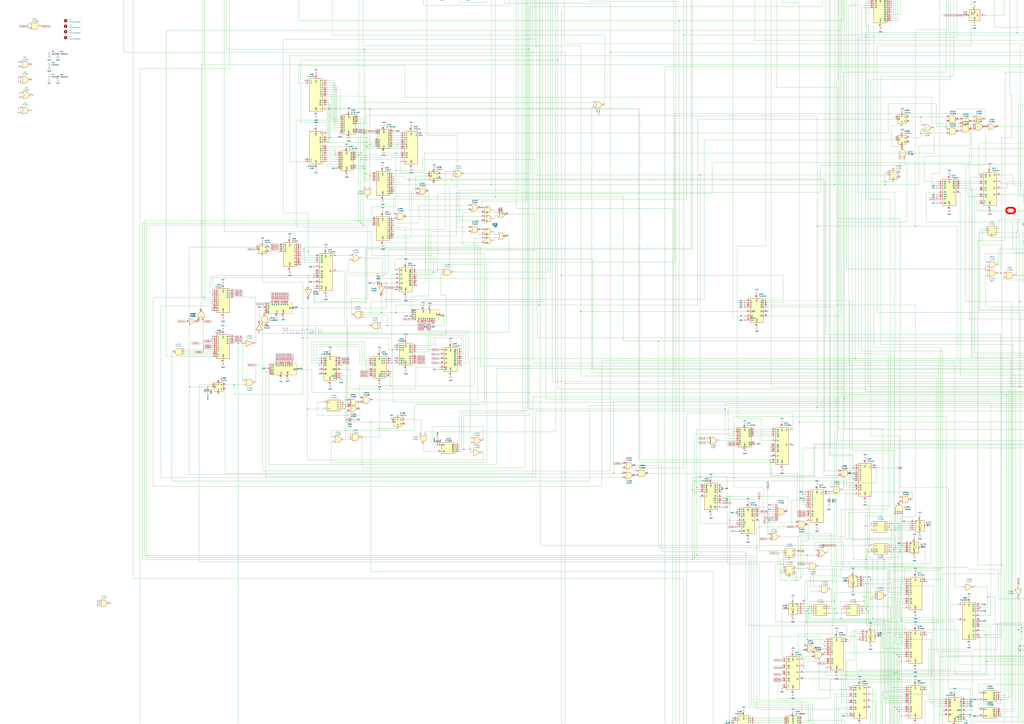
<source format=kicad_sch>
(kicad_sch (version 20231120) (generator "eeschema") (generator_version "8.0")
  (paper "A0")
  (lib_symbols
    (symbol "74xx:74LS00" (pin_names (offset 1.016))
      (property "Reference" "U" (at 0 1.27 0))
      (property "Value" "74LS00" (at 0 -1.27 0))
      (symbol "74LS00_1_1"
        (pin input line (at -7.62 2.54 0) (length 3.81) (name "~") (number "1"))
        (pin input line (at -7.62 -2.54 0) (length 3.81) (name "~") (number "2"))
        (pin output inverted (at 7.62 0 180) (length 3.81) (name "~") (number "3"))
      )
      (symbol "74LS00_1_2"
        (pin input inverted (at -7.62 2.54 0) (length 4.318) (name "~") (number "1"))
        (pin input inverted (at -7.62 -2.54 0) (length 4.318) (name "~") (number "2"))
        (pin output line (at 7.62 0 180) (length 3.81) (name "~") (number "3"))
      )
      (symbol "74LS00_2_1"
        (pin input line (at -7.62 2.54 0) (length 3.81) (name "~") (number "4"))
        (pin input line (at -7.62 -2.54 0) (length 3.81) (name "~") (number "5"))
        (pin output inverted (at 7.62 0 180) (length 3.81) (name "~") (number "6"))
      )
      (symbol "74LS00_2_2"
        (pin input inverted (at -7.62 2.54 0) (length 4.318) (name "~") (number "4"))
        (pin input inverted (at -7.62 -2.54 0) (length 4.318) (name "~") (number "5"))
        (pin output line (at 7.62 0 180) (length 3.81) (name "~") (number "6"))
      )
      (symbol "74LS00_3_1"
        (pin input line (at -7.62 -2.54 0) (length 3.81) (name "~") (number "10"))
        (pin output inverted (at 7.62 0 180) (length 3.81) (name "~") (number "8"))
        (pin input line (at -7.62 2.54 0) (length 3.81) (name "~") (number "9"))
      )
      (symbol "74LS00_3_2"
        (pin input inverted (at -7.62 -2.54 0) (length 4.318) (name "~") (number "10"))
        (pin output line (at 7.62 0 180) (length 3.81) (name "~") (number "8"))
        (pin input inverted (at -7.62 2.54 0) (length 4.318) (name "~") (number "9"))
      )
      (symbol "74LS00_4_1"
        (pin output inverted (at 7.62 0 180) (length 3.81) (name "~") (number "11"))
        (pin input line (at -7.62 2.54 0) (length 3.81) (name "~") (number "12"))
        (pin input line (at -7.62 -2.54 0) (length 3.81) (name "~") (number "13"))
      )
      (symbol "74LS00_4_2"
        (pin output line (at 7.62 0 180) (length 3.81) (name "~") (number "11"))
        (pin input inverted (at -7.62 2.54 0) (length 4.318) (name "~") (number "12"))
        (pin input inverted (at -7.62 -2.54 0) (length 4.318) (name "~") (number "13"))
      )
      (symbol "74LS00_5_0"
        (pin power_in line (at 0 12.7 270) (length 5.08) (name "VCC") (number "14"))
        (pin power_in line (at 0 -12.7 90) (length 5.08) (name "GND") (number "7"))
      )
    )
    (symbol "74xx:74LS02" (pin_names (offset 1.016))
      (property "Reference" "U" (at 0 1.27 0))
      (property "Value" "74LS02" (at 0 -1.27 0))
      (symbol "74LS02_1_1"
        (pin output inverted (at 7.62 0 180) (length 3.81) (name "~") (number "1"))
        (pin input line (at -7.62 2.54 0) (length 4.318) (name "~") (number "2"))
        (pin input line (at -7.62 -2.54 0) (length 4.318) (name "~") (number "3"))
      )
      (symbol "74LS02_1_2"
        (pin output line (at 7.62 0 180) (length 3.81) (name "~") (number "1"))
        (pin input inverted (at -7.62 2.54 0) (length 3.81) (name "~") (number "2"))
        (pin input inverted (at -7.62 -2.54 0) (length 3.81) (name "~") (number "3"))
      )
      (symbol "74LS02_2_1"
        (pin output inverted (at 7.62 0 180) (length 3.81) (name "~") (number "4"))
        (pin input line (at -7.62 2.54 0) (length 4.318) (name "~") (number "5"))
        (pin input line (at -7.62 -2.54 0) (length 4.318) (name "~") (number "6"))
      )
      (symbol "74LS02_2_2"
        (pin output line (at 7.62 0 180) (length 3.81) (name "~") (number "4"))
        (pin input inverted (at -7.62 2.54 0) (length 3.81) (name "~") (number "5"))
        (pin input inverted (at -7.62 -2.54 0) (length 3.81) (name "~") (number "6"))
      )
      (symbol "74LS02_3_1"
        (pin output inverted (at 7.62 0 180) (length 3.81) (name "~") (number "10"))
        (pin input line (at -7.62 2.54 0) (length 4.318) (name "~") (number "8"))
        (pin input line (at -7.62 -2.54 0) (length 4.318) (name "~") (number "9"))
      )
      (symbol "74LS02_3_2"
        (pin output line (at 7.62 0 180) (length 3.81) (name "~") (number "10"))
        (pin input inverted (at -7.62 2.54 0) (length 3.81) (name "~") (number "8"))
        (pin input inverted (at -7.62 -2.54 0) (length 3.81) (name "~") (number "9"))
      )
      (symbol "74LS02_4_1"
        (pin input line (at -7.62 2.54 0) (length 4.318) (name "~") (number "11"))
        (pin input line (at -7.62 -2.54 0) (length 4.318) (name "~") (number "12"))
        (pin output inverted (at 7.62 0 180) (length 3.81) (name "~") (number "13"))
      )
      (symbol "74LS02_4_2"
        (pin input inverted (at -7.62 2.54 0) (length 3.81) (name "~") (number "11"))
        (pin input inverted (at -7.62 -2.54 0) (length 3.81) (name "~") (number "12"))
        (pin output line (at 7.62 0 180) (length 3.81) (name "~") (number "13"))
      )
      (symbol "74LS02_5_0"
        (pin power_in line (at 0 12.7 270) (length 5.08) (name "VCC") (number "14"))
        (pin power_in line (at 0 -12.7 90) (length 5.08) (name "GND") (number "7"))
      )
    )
    (symbol "74xx:74LS04"
      (property "Reference" "U" (at 0 1.27 0))
      (property "Value" "74LS04" (at 0 -1.27 0))
      (symbol "74LS04_1_0"
        (pin input line (at -7.62 0 0) (length 3.81) (name "~") (number "1"))
        (pin output inverted (at 7.62 0 180) (length 3.81) (name "~") (number "2"))
      )
      (symbol "74LS04_2_0"
        (pin input line (at -7.62 0 0) (length 3.81) (name "~") (number "3"))
        (pin output inverted (at 7.62 0 180) (length 3.81) (name "~") (number "4"))
      )
      (symbol "74LS04_3_0"
        (pin input line (at -7.62 0 0) (length 3.81) (name "~") (number "5"))
        (pin output inverted (at 7.62 0 180) (length 3.81) (name "~") (number "6"))
      )
      (symbol "74LS04_4_0"
        (pin output inverted (at 7.62 0 180) (length 3.81) (name "~") (number "8"))
        (pin input line (at -7.62 0 0) (length 3.81) (name "~") (number "9"))
      )
      (symbol "74LS04_5_0"
        (pin output inverted (at 7.62 0 180) (length 3.81) (name "~") (number "10"))
        (pin input line (at -7.62 0 0) (length 3.81) (name "~") (number "11"))
      )
      (symbol "74LS04_6_0"
        (pin output inverted (at 7.62 0 180) (length 3.81) (name "~") (number "12"))
        (pin input line (at -7.62 0 0) (length 3.81) (name "~") (number "13"))
      )
      (symbol "74LS04_7_0"
        (pin power_in line (at 0 12.7 270) (length 5.08) (name "VCC") (number "14"))
        (pin power_in line (at 0 -12.7 90) (length 5.08) (name "GND") (number "7"))
      )
    )
    (symbol "74xx:74LS08" (pin_names (offset 1.016))
      (property "Reference" "U" (at 0 1.27 0))
      (property "Value" "74LS08" (at 0 -1.27 0))
      (symbol "74LS08_1_1"
        (pin input line (at -7.62 2.54 0) (length 3.81) (name "~") (number "1"))
        (pin input line (at -7.62 -2.54 0) (length 3.81) (name "~") (number "2"))
        (pin output line (at 7.62 0 180) (length 3.81) (name "~") (number "3"))
      )
      (symbol "74LS08_1_2"
        (pin input inverted (at -7.62 2.54 0) (length 4.318) (name "~") (number "1"))
        (pin input inverted (at -7.62 -2.54 0) (length 4.318) (name "~") (number "2"))
        (pin output inverted (at 7.62 0 180) (length 3.81) (name "~") (number "3"))
      )
      (symbol "74LS08_2_1"
        (pin input line (at -7.62 2.54 0) (length 3.81) (name "~") (number "4"))
        (pin input line (at -7.62 -2.54 0) (length 3.81) (name "~") (number "5"))
        (pin output line (at 7.62 0 180) (length 3.81) (name "~") (number "6"))
      )
      (symbol "74LS08_2_2"
        (pin input inverted (at -7.62 2.54 0) (length 4.318) (name "~") (number "4"))
        (pin input inverted (at -7.62 -2.54 0) (length 4.318) (name "~") (number "5"))
        (pin output inverted (at 7.62 0 180) (length 3.81) (name "~") (number "6"))
      )
      (symbol "74LS08_3_1"
        (pin input line (at -7.62 -2.54 0) (length 3.81) (name "~") (number "10"))
        (pin output line (at 7.62 0 180) (length 3.81) (name "~") (number "8"))
        (pin input line (at -7.62 2.54 0) (length 3.81) (name "~") (number "9"))
      )
      (symbol "74LS08_3_2"
        (pin input inverted (at -7.62 -2.54 0) (length 4.318) (name "~") (number "10"))
        (pin output inverted (at 7.62 0 180) (length 3.81) (name "~") (number "8"))
        (pin input inverted (at -7.62 2.54 0) (length 4.318) (name "~") (number "9"))
      )
      (symbol "74LS08_4_1"
        (pin output line (at 7.62 0 180) (length 3.81) (name "~") (number "11"))
        (pin input line (at -7.62 2.54 0) (length 3.81) (name "~") (number "12"))
        (pin input line (at -7.62 -2.54 0) (length 3.81) (name "~") (number "13"))
      )
      (symbol "74LS08_4_2"
        (pin output inverted (at 7.62 0 180) (length 3.81) (name "~") (number "11"))
        (pin input inverted (at -7.62 2.54 0) (length 4.318) (name "~") (number "12"))
        (pin input inverted (at -7.62 -2.54 0) (length 4.318) (name "~") (number "13"))
      )
      (symbol "74LS08_5_0"
        (pin power_in line (at 0 12.7 270) (length 5.08) (name "VCC") (number "14"))
        (pin power_in line (at 0 -12.7 90) (length 5.08) (name "GND") (number "7"))
      )
    )
    (symbol "74xx:74LS10" (pin_names (offset 1.016))
      (property "Reference" "U" (at 0 1.27 0))
      (property "Value" "74LS10" (at 0 -1.27 0))
      (symbol "74LS10_1_1"
        (pin input line (at -7.62 2.54 0) (length 3.81) (name "~") (number "1"))
        (pin output inverted (at 7.62 0 180) (length 3.81) (name "~") (number "12"))
        (pin input line (at -7.62 -2.54 0) (length 3.81) (name "~") (number "13"))
        (pin input line (at -7.62 0 0) (length 3.81) (name "~") (number "2"))
      )
      (symbol "74LS10_1_2"
        (pin input inverted (at -7.62 2.54 0) (length 4.318) (name "~") (number "1"))
        (pin output line (at 7.62 0 180) (length 3.81) (name "~") (number "12"))
        (pin input inverted (at -7.62 -2.54 0) (length 4.318) (name "~") (number "13"))
        (pin input inverted (at -7.62 0 0) (length 4.953) (name "~") (number "2"))
      )
      (symbol "74LS10_2_1"
        (pin input line (at -7.62 2.54 0) (length 3.81) (name "~") (number "3"))
        (pin input line (at -7.62 0 0) (length 3.81) (name "~") (number "4"))
        (pin input line (at -7.62 -2.54 0) (length 3.81) (name "~") (number "5"))
        (pin output inverted (at 7.62 0 180) (length 3.81) (name "~") (number "6"))
      )
      (symbol "74LS10_2_2"
        (pin input inverted (at -7.62 2.54 0) (length 4.318) (name "~") (number "3"))
        (pin input inverted (at -7.62 0 0) (length 4.953) (name "~") (number "4"))
        (pin input inverted (at -7.62 -2.54 0) (length 4.318) (name "~") (number "5"))
        (pin output line (at 7.62 0 180) (length 3.81) (name "~") (number "6"))
      )
      (symbol "74LS10_3_1"
        (pin input line (at -7.62 0 0) (length 3.81) (name "~") (number "10"))
        (pin input line (at -7.62 -2.54 0) (length 3.81) (name "~") (number "11"))
        (pin output inverted (at 7.62 0 180) (length 3.81) (name "~") (number "8"))
        (pin input line (at -7.62 2.54 0) (length 3.81) (name "~") (number "9"))
      )
      (symbol "74LS10_3_2"
        (pin input inverted (at -7.62 0 0) (length 4.953) (name "~") (number "10"))
        (pin input inverted (at -7.62 -2.54 0) (length 4.318) (name "~") (number "11"))
        (pin output line (at 7.62 0 180) (length 3.81) (name "~") (number "8"))
        (pin input inverted (at -7.62 2.54 0) (length 4.318) (name "~") (number "9"))
      )
      (symbol "74LS10_4_0"
        (pin power_in line (at 0 12.7 270) (length 5.08) (name "VCC") (number "14"))
        (pin power_in line (at 0 -12.7 90) (length 5.08) (name "GND") (number "7"))
      )
    )
    (symbol "74xx:74LS107" (pin_names (offset 1.016))
      (property "Reference" "U" (at -7.62 8.89 0))
      (property "Value" "74LS107" (at -7.62 -8.89 0))
      (symbol "74LS107_1_0"
        (pin input line (at -7.62 2.54 0) (length 2.54) (name "J") (number "1"))
        (pin input clock (at -7.62 0 0) (length 2.54) (name "C") (number "12"))
        (pin input line (at 0 -7.62 90) (length 2.54) (name "~{R}") (number "13"))
        (pin output line (at 7.62 -2.54 180) (length 2.54) (name "~{Q}") (number "2"))
        (pin output line (at 7.62 2.54 180) (length 2.54) (name "Q") (number "3"))
        (pin input line (at -7.62 -2.54 0) (length 2.54) (name "K") (number "4"))
      )
      (symbol "74LS107_2_0"
        (pin input line (at 0 -7.62 90) (length 2.54) (name "~{R}") (number "10"))
        (pin input line (at -7.62 -2.54 0) (length 2.54) (name "K") (number "11"))
        (pin output line (at 7.62 2.54 180) (length 2.54) (name "Q") (number "5"))
        (pin output line (at 7.62 -2.54 180) (length 2.54) (name "~{Q}") (number "6"))
        (pin input line (at -7.62 2.54 0) (length 2.54) (name "J") (number "8"))
        (pin input clock (at -7.62 0 0) (length 2.54) (name "C") (number "9"))
      )
      (symbol "74LS107_3_0"
        (pin power_in line (at 0 10.16 270) (length 2.54) (name "VCC") (number "14"))
        (pin power_in line (at 0 -10.16 90) (length 2.54) (name "GND") (number "7"))
      )
    )
    (symbol "74xx:74LS11" (pin_names (offset 1.016))
      (property "Reference" "U" (at 0 1.27 0))
      (property "Value" "74LS11" (at 0 -1.27 0))
      (symbol "74LS11_1_1"
        (pin input line (at -7.62 2.54 0) (length 3.81) (name "~") (number "1"))
        (pin output line (at 7.62 0 180) (length 3.81) (name "~") (number "12"))
        (pin input line (at -7.62 -2.54 0) (length 3.81) (name "~") (number "13"))
        (pin input line (at -7.62 0 0) (length 3.81) (name "~") (number "2"))
      )
      (symbol "74LS11_1_2"
        (pin input inverted (at -7.62 2.54 0) (length 4.318) (name "~") (number "1"))
        (pin output inverted (at 7.62 0 180) (length 3.81) (name "~") (number "12"))
        (pin input inverted (at -7.62 -2.54 0) (length 4.318) (name "~") (number "13"))
        (pin input inverted (at -7.62 0 0) (length 4.953) (name "~") (number "2"))
      )
      (symbol "74LS11_2_1"
        (pin input line (at -7.62 2.54 0) (length 3.81) (name "~") (number "3"))
        (pin input line (at -7.62 0 0) (length 3.81) (name "~") (number "4"))
        (pin input line (at -7.62 -2.54 0) (length 3.81) (name "~") (number "5"))
        (pin output line (at 7.62 0 180) (length 3.81) (name "~") (number "6"))
      )
      (symbol "74LS11_2_2"
        (pin input inverted (at -7.62 2.54 0) (length 4.318) (name "~") (number "3"))
        (pin input inverted (at -7.62 0 0) (length 4.953) (name "~") (number "4"))
        (pin input inverted (at -7.62 -2.54 0) (length 4.318) (name "~") (number "5"))
        (pin output inverted (at 7.62 0 180) (length 3.81) (name "~") (number "6"))
      )
      (symbol "74LS11_3_1"
        (pin input line (at -7.62 0 0) (length 3.81) (name "~") (number "10"))
        (pin input line (at -7.62 -2.54 0) (length 3.81) (name "~") (number "11"))
        (pin output line (at 7.62 0 180) (length 3.81) (name "~") (number "8"))
        (pin input line (at -7.62 2.54 0) (length 3.81) (name "~") (number "9"))
      )
      (symbol "74LS11_3_2"
        (pin input inverted (at -7.62 0 0) (length 4.953) (name "~") (number "10"))
        (pin input inverted (at -7.62 -2.54 0) (length 4.318) (name "~") (number "11"))
        (pin output inverted (at 7.62 0 180) (length 3.81) (name "~") (number "8"))
        (pin input inverted (at -7.62 2.54 0) (length 4.318) (name "~") (number "9"))
      )
      (symbol "74LS11_4_0"
        (pin power_in line (at 0 12.7 270) (length 5.08) (name "VCC") (number "14"))
        (pin power_in line (at 0 -12.7 90) (length 5.08) (name "GND") (number "7"))
      )
    )
    (symbol "74xx:74LS123" (pin_names (offset 1.016))
      (property "Reference" "U" (at -7.62 8.89 0))
      (property "Value" "74LS123" (at -7.62 -8.89 0))
      (symbol "74LS123_1_0"
        (pin input inverted (at -12.7 -2.54 0) (length 5.08) (name "A") (number "1"))
        (pin output line (at 12.7 5.08 180) (length 5.08) (name "Q") (number "13"))
        (pin input line (at -12.7 2.54 0) (length 5.08) (name "Cext") (number "14"))
        (pin input line (at -12.7 5.08 0) (length 5.08) (name "RCext") (number "15"))
        (pin input line (at -12.7 -5.08 0) (length 5.08) (name "B") (number "2"))
        (pin input inverted (at 0 -12.7 90) (length 5.08) (name "Clr") (number "3"))
        (pin output line (at 12.7 -5.08 180) (length 5.08) (name "~{Q}") (number "4"))
      )
      (symbol "74LS123_2_0"
        (pin input line (at -12.7 -5.08 0) (length 5.08) (name "B") (number "10"))
        (pin input inverted (at 0 -12.7 90) (length 5.08) (name "Clr") (number "11"))
        (pin output line (at 12.7 -5.08 180) (length 5.08) (name "~{Q}") (number "12"))
        (pin output line (at 12.7 5.08 180) (length 5.08) (name "Q") (number "5"))
        (pin input line (at -12.7 2.54 0) (length 5.08) (name "Cext") (number "6"))
        (pin input line (at -12.7 5.08 0) (length 5.08) (name "RCext") (number "7"))
        (pin input inverted (at -12.7 -2.54 0) (length 5.08) (name "A") (number "9"))
      )
      (symbol "74LS123_3_0"
        (pin power_in line (at 0 12.7 270) (length 5.08) (name "VCC") (number "16"))
        (pin power_in line (at 0 -12.7 90) (length 5.08) (name "GND") (number "8"))
      )
    )
    (symbol "74xx:74LS145" (pin_names (offset 1.016))
      (property "Reference" "U" (at -7.62 13.97 0))
      (property "Value" "74LS145" (at -7.62 -16.51 0))
      (symbol "74LS145_1_0"
        (pin open_collector inverted (at 12.7 10.16 180) (length 5.08) (name "Q0") (number "1"))
        (pin open_collector inverted (at 12.7 -10.16 180) (length 5.08) (name "Q8") (number "10"))
        (pin open_collector inverted (at 12.7 -12.7 180) (length 5.08) (name "Q9") (number "11"))
        (pin input line (at -12.7 2.54 0) (length 5.08) (name "P3") (number "12"))
        (pin input line (at -12.7 5.08 0) (length 5.08) (name "P2") (number "13"))
        (pin input line (at -12.7 7.62 0) (length 5.08) (name "P1") (number "14"))
        (pin input line (at -12.7 10.16 0) (length 5.08) (name "P0") (number "15"))
        (pin power_in line (at 0 17.78 270) (length 5.08) (name "VCC") (number "16"))
        (pin open_collector inverted (at 12.7 7.62 180) (length 5.08) (name "Q1") (number "2"))
        (pin open_collector inverted (at 12.7 5.08 180) (length 5.08) (name "Q2") (number "3"))
        (pin open_collector inverted (at 12.7 2.54 180) (length 5.08) (name "Q3") (number "4"))
        (pin open_collector inverted (at 12.7 0 180) (length 5.08) (name "Q4") (number "5"))
        (pin open_collector inverted (at 12.7 -2.54 180) (length 5.08) (name "Q5") (number "6"))
        (pin open_collector inverted (at 12.7 -5.08 180) (length 5.08) (name "Q6") (number "7"))
        (pin power_in line (at 0 -20.32 90) (length 5.08) (name "GND") (number "8"))
        (pin open_collector inverted (at 12.7 -7.62 180) (length 5.08) (name "Q7") (number "9"))
      )
    )
    (symbol "74xx:74LS148" (pin_names (offset 1.016))
      (property "Reference" "U" (at -7.62 13.97 0))
      (property "Value" "74LS148" (at -7.62 -13.97 0))
      (symbol "74LS148_1_0"
        (pin input inverted (at -12.7 0 0) (length 5.08) (name "I4") (number "1"))
        (pin input inverted (at -12.7 10.16 0) (length 5.08) (name "IO") (number "10"))
        (pin input inverted (at -12.7 7.62 0) (length 5.08) (name "I1") (number "11"))
        (pin input inverted (at -12.7 5.08 0) (length 5.08) (name "I2") (number "12"))
        (pin input inverted (at -12.7 2.54 0) (length 5.08) (name "I3") (number "13"))
        (pin output inverted (at 12.7 -2.54 180) (length 5.08) (name "GS") (number "14"))
        (pin output inverted (at 12.7 -5.08 180) (length 5.08) (name "EO") (number "15"))
        (pin power_in line (at 0 17.78 270) (length 5.08) (name "VCC") (number "16"))
        (pin input inverted (at -12.7 -2.54 0) (length 5.08) (name "I5") (number "2"))
        (pin input inverted (at -12.7 -5.08 0) (length 5.08) (name "I6") (number "3"))
        (pin input inverted (at -12.7 -7.62 0) (length 5.08) (name "I7") (number "4"))
        (pin input inverted (at -12.7 -10.16 0) (length 5.08) (name "EI") (number "5"))
        (pin output inverted (at 12.7 5.08 180) (length 5.08) (name "S2") (number "6"))
        (pin output inverted (at 12.7 7.62 180) (length 5.08) (name "S1") (number "7"))
        (pin power_in line (at 0 -17.78 90) (length 5.08) (name "GND") (number "8"))
        (pin output inverted (at 12.7 10.16 180) (length 5.08) (name "S0") (number "9"))
      )
    )
    (symbol "74xx:74LS151" (pin_names (offset 1.016))
      (property "Reference" "U" (at -7.62 19.05 0))
      (property "Value" "74LS151" (at -7.62 -21.59 0))
      (symbol "74LS151_1_0"
        (pin input line (at -12.7 7.62 0) (length 5.08) (name "I3") (number "1"))
        (pin input line (at -12.7 -10.16 0) (length 5.08) (name "S1") (number "10"))
        (pin input line (at -12.7 -7.62 0) (length 5.08) (name "S0") (number "11"))
        (pin input line (at -12.7 -2.54 0) (length 5.08) (name "I7") (number "12"))
        (pin input line (at -12.7 0 0) (length 5.08) (name "I6") (number "13"))
        (pin input line (at -12.7 2.54 0) (length 5.08) (name "I5") (number "14"))
        (pin input line (at -12.7 5.08 0) (length 5.08) (name "I4") (number "15"))
        (pin power_in line (at 0 22.86 270) (length 5.08) (name "VCC") (number "16"))
        (pin input line (at -12.7 10.16 0) (length 5.08) (name "I2") (number "2"))
        (pin input line (at -12.7 12.7 0) (length 5.08) (name "I1") (number "3"))
        (pin input line (at -12.7 15.24 0) (length 5.08) (name "I0") (number "4"))
        (pin output line (at 12.7 15.24 180) (length 5.08) (name "Z") (number "5"))
        (pin output line (at 12.7 12.7 180) (length 5.08) (name "~{Z}") (number "6"))
        (pin input line (at -12.7 -17.78 0) (length 5.08) (name "~{E}") (number "7"))
        (pin power_in line (at 0 -25.4 90) (length 5.08) (name "GND") (number "8"))
        (pin input line (at -12.7 -12.7 0) (length 5.08) (name "S2") (number "9"))
      )
    )
    (symbol "74xx:74LS153" (pin_names (offset 1.016))
      (property "Reference" "U" (at -7.62 21.59 0))
      (property "Value" "74LS153" (at -7.62 -24.13 0))
      (symbol "74LS153_1_0"
        (pin input inverted (at -12.7 5.08 0) (length 5.08) (name "Ea") (number "1"))
        (pin input line (at -12.7 0 0) (length 5.08) (name "I0b") (number "10"))
        (pin input line (at -12.7 -2.54 0) (length 5.08) (name "I1b") (number "11"))
        (pin input line (at -12.7 -5.08 0) (length 5.08) (name "I2b") (number "12"))
        (pin input line (at -12.7 -7.62 0) (length 5.08) (name "I3b") (number "13"))
        (pin input line (at -12.7 -17.78 0) (length 5.08) (name "S0") (number "14"))
        (pin input inverted (at -12.7 -12.7 0) (length 5.08) (name "Eb") (number "15"))
        (pin power_in line (at 0 25.4 270) (length 5.08) (name "VCC") (number "16"))
        (pin input line (at -12.7 -20.32 0) (length 5.08) (name "S1") (number "2"))
        (pin input line (at -12.7 10.16 0) (length 5.08) (name "I3a") (number "3"))
        (pin input line (at -12.7 12.7 0) (length 5.08) (name "I2a") (number "4"))
        (pin input line (at -12.7 15.24 0) (length 5.08) (name "I1a") (number "5"))
        (pin input line (at -12.7 17.78 0) (length 5.08) (name "I0a") (number "6"))
        (pin output line (at 12.7 17.78 180) (length 5.08) (name "Za") (number "7"))
        (pin power_in line (at 0 -27.94 90) (length 5.08) (name "GND") (number "8"))
        (pin output line (at 12.7 0 180) (length 5.08) (name "Zb") (number "9"))
      )
    )
    (symbol "74xx:74LS157" (pin_names (offset 1.016))
      (property "Reference" "U" (at -7.62 19.05 0))
      (property "Value" "74LS157" (at -7.62 -21.59 0))
      (symbol "74LS157_1_0"
        (pin input line (at -12.7 -15.24 0) (length 5.08) (name "S") (number "1"))
        (pin input line (at -12.7 -2.54 0) (length 5.08) (name "I1c") (number "10"))
        (pin input line (at -12.7 0 0) (length 5.08) (name "I0c") (number "11"))
        (pin output line (at 12.7 -7.62 180) (length 5.08) (name "Zd") (number "12"))
        (pin input line (at -12.7 -10.16 0) (length 5.08) (name "I1d") (number "13"))
        (pin input line (at -12.7 -7.62 0) (length 5.08) (name "I0d") (number "14"))
        (pin input inverted (at -12.7 -17.78 0) (length 5.08) (name "E") (number "15"))
        (pin power_in line (at 0 22.86 270) (length 5.08) (name "VCC") (number "16"))
        (pin input line (at -12.7 15.24 0) (length 5.08) (name "I0a") (number "2"))
        (pin input line (at -12.7 12.7 0) (length 5.08) (name "I1a") (number "3"))
        (pin output line (at 12.7 15.24 180) (length 5.08) (name "Za") (number "4"))
        (pin input line (at -12.7 7.62 0) (length 5.08) (name "I0b") (number "5"))
        (pin input line (at -12.7 5.08 0) (length 5.08) (name "I1b") (number "6"))
        (pin output line (at 12.7 7.62 180) (length 5.08) (name "Zb") (number "7"))
        (pin power_in line (at 0 -25.4 90) (length 5.08) (name "GND") (number "8"))
        (pin output line (at 12.7 0 180) (length 5.08) (name "Zc") (number "9"))
      )
    )
    (symbol "74xx:74LS161" (pin_names (offset 1.016))
      (property "Reference" "U" (at -7.62 16.51 0))
      (property "Value" "74LS161" (at -7.62 -16.51 0))
      (symbol "74LS161_1_0"
        (pin input line (at -12.7 -12.7 0) (length 5.08) (name "~{MR}") (number "1"))
        (pin input line (at -12.7 -5.08 0) (length 5.08) (name "CET") (number "10"))
        (pin output line (at 12.7 5.08 180) (length 5.08) (name "Q3") (number "11"))
        (pin output line (at 12.7 7.62 180) (length 5.08) (name "Q2") (number "12"))
        (pin output line (at 12.7 10.16 180) (length 5.08) (name "Q1") (number "13"))
        (pin output line (at 12.7 12.7 180) (length 5.08) (name "Q0") (number "14"))
        (pin output line (at 12.7 0 180) (length 5.08) (name "TC") (number "15"))
        (pin power_in line (at 0 20.32 270) (length 5.08) (name "VCC") (number "16"))
        (pin input line (at -12.7 -7.62 0) (length 5.08) (name "CP") (number "2"))
        (pin input line (at -12.7 12.7 0) (length 5.08) (name "D0") (number "3"))
        (pin input line (at -12.7 10.16 0) (length 5.08) (name "D1") (number "4"))
        (pin input line (at -12.7 7.62 0) (length 5.08) (name "D2") (number "5"))
        (pin input line (at -12.7 5.08 0) (length 5.08) (name "D3") (number "6"))
        (pin input line (at -12.7 -2.54 0) (length 5.08) (name "CEP") (number "7"))
        (pin power_in line (at 0 -20.32 90) (length 5.08) (name "GND") (number "8"))
        (pin input line (at -12.7 0 0) (length 5.08) (name "~{PE}") (number "9"))
      )
    )
    (symbol "74xx:74LS175" (pin_names (offset 1.016))
      (property "Reference" "U" (at -7.62 13.97 0))
      (property "Value" "74LS175" (at -7.62 -16.51 0))
      (symbol "74LS175_1_0"
        (pin input line (at -12.7 -12.7 0) (length 5.08) (name "~{Mr}") (number "1"))
        (pin output line (at 12.7 0 180) (length 5.08) (name "Q2") (number "10"))
        (pin output line (at 12.7 -2.54 180) (length 5.08) (name "~{Q2}") (number "11"))
        (pin input line (at -12.7 0 0) (length 5.08) (name "D2") (number "12"))
        (pin input line (at -12.7 -5.08 0) (length 5.08) (name "D3") (number "13"))
        (pin output line (at 12.7 -7.62 180) (length 5.08) (name "~{Q3}") (number "14"))
        (pin output line (at 12.7 -5.08 180) (length 5.08) (name "Q3") (number "15"))
        (pin power_in line (at 0 17.78 270) (length 5.08) (name "VCC") (number "16"))
        (pin output line (at 12.7 10.16 180) (length 5.08) (name "Q0") (number "2"))
        (pin output line (at 12.7 7.62 180) (length 5.08) (name "~{Q0}") (number "3"))
        (pin input line (at -12.7 10.16 0) (length 5.08) (name "D0") (number "4"))
        (pin input line (at -12.7 5.08 0) (length 5.08) (name "D1") (number "5"))
        (pin output line (at 12.7 2.54 180) (length 5.08) (name "~{Q1}") (number "6"))
        (pin output line (at 12.7 5.08 180) (length 5.08) (name "Q1") (number "7"))
        (pin power_in line (at 0 -20.32 90) (length 5.08) (name "GND") (number "8"))
        (pin input clock (at -12.7 -10.16 0) (length 5.08) (name "Cp") (number "9"))
      )
    )
    (symbol "74xx:74LS192"
      (property "Reference" "U" (at -7.62 13.97 0))
      (property "Value" "74LS192" (at 5.08 13.97 0))
      (symbol "74LS192_1_0"
        (pin input line (at -12.7 7.62 0) (length 5.08) (name "B") (number "1"))
        (pin input line (at -12.7 5.08 0) (length 5.08) (name "C") (number "10"))
        (pin input line (at -12.7 -2.54 0) (length 5.08) (name "~{LOAD}") (number "11"))
        (pin output line (at 12.7 -2.54 180) (length 5.08) (name "~{CO}") (number "12"))
        (pin output line (at 12.7 -7.62 180) (length 5.08) (name "~{BO}") (number "13"))
        (pin input line (at -12.7 -12.7 0) (length 5.08) (name "CLR") (number "14"))
        (pin input line (at -12.7 10.16 0) (length 5.08) (name "A") (number "15"))
        (pin power_in line (at 0 17.78 270) (length 5.08) (name "VCC") (number "16"))
        (pin output line (at 12.7 7.62 180) (length 5.08) (name "QB") (number "2"))
        (pin output line (at 12.7 10.16 180) (length 5.08) (name "QA") (number "3"))
        (pin input clock (at -12.7 -10.16 0) (length 5.08) (name "DOWN") (number "4"))
        (pin input clock (at -12.7 -7.62 0) (length 5.08) (name "UP") (number "5"))
        (pin output line (at 12.7 5.08 180) (length 5.08) (name "QC") (number "6"))
        (pin output line (at 12.7 2.54 180) (length 5.08) (name "QD") (number "7"))
        (pin power_in line (at 0 -20.32 90) (length 5.08) (name "GND") (number "8"))
        (pin input line (at -12.7 2.54 0) (length 5.08) (name "D") (number "9"))
      )
    )
    (symbol "74xx:74LS193"
      (property "Reference" "U" (at -7.62 13.97 0))
      (property "Value" "74LS193" (at 5.08 13.97 0))
      (symbol "74LS193_1_0"
        (pin input line (at -12.7 7.62 0) (length 5.08) (name "B") (number "1"))
        (pin input line (at -12.7 5.08 0) (length 5.08) (name "C") (number "10"))
        (pin input line (at -12.7 -2.54 0) (length 5.08) (name "~{LOAD}") (number "11"))
        (pin output line (at 12.7 -2.54 180) (length 5.08) (name "~{CO}") (number "12"))
        (pin output line (at 12.7 -7.62 180) (length 5.08) (name "~{BO}") (number "13"))
        (pin input line (at -12.7 -12.7 0) (length 5.08) (name "CLR") (number "14"))
        (pin input line (at -12.7 10.16 0) (length 5.08) (name "A") (number "15"))
        (pin power_in line (at 0 17.78 270) (length 5.08) (name "VCC") (number "16"))
        (pin output line (at 12.7 7.62 180) (length 5.08) (name "QB") (number "2"))
        (pin output line (at 12.7 10.16 180) (length 5.08) (name "QA") (number "3"))
        (pin input clock (at -12.7 -10.16 0) (length 5.08) (name "DOWN") (number "4"))
        (pin input clock (at -12.7 -7.62 0) (length 5.08) (name "UP") (number "5"))
        (pin output line (at 12.7 5.08 180) (length 5.08) (name "QC") (number "6"))
        (pin output line (at 12.7 2.54 180) (length 5.08) (name "QD") (number "7"))
        (pin power_in line (at 0 -20.32 90) (length 5.08) (name "GND") (number "8"))
        (pin input line (at -12.7 2.54 0) (length 5.08) (name "D") (number "9"))
      )
    )
    (symbol "74xx:74LS20" (pin_names (offset 1.016))
      (property "Reference" "U" (at 0 1.27 0))
      (property "Value" "74LS20" (at 0 -1.27 0))
      (symbol "74LS20_1_1"
        (pin input line (at -7.62 3.81 0) (length 3.81) (name "~") (number "1"))
        (pin input line (at -7.62 1.27 0) (length 3.81) (name "~") (number "2"))
        (pin input line (at -7.62 -1.27 0) (length 3.81) (name "~") (number "4"))
        (pin input line (at -7.62 -3.81 0) (length 3.81) (name "~") (number "5"))
        (pin output inverted (at 7.62 0 180) (length 3.81) (name "~") (number "6"))
      )
      (symbol "74LS20_1_2"
        (pin input inverted (at -7.62 3.81 0) (length 3.81) (name "~") (number "1"))
        (pin input inverted (at -7.62 1.27 0) (length 4.826) (name "~") (number "2"))
        (pin input inverted (at -7.62 -1.27 0) (length 4.826) (name "~") (number "4"))
        (pin input inverted (at -7.62 -3.81 0) (length 3.81) (name "~") (number "5"))
        (pin output line (at 7.62 0 180) (length 3.81) (name "~") (number "6"))
      )
      (symbol "74LS20_2_1"
        (pin input line (at -7.62 1.27 0) (length 3.81) (name "~") (number "10"))
        (pin input line (at -7.62 -1.27 0) (length 3.81) (name "~") (number "12"))
        (pin input line (at -7.62 -3.81 0) (length 3.81) (name "~") (number "13"))
        (pin output inverted (at 7.62 0 180) (length 3.81) (name "~") (number "8"))
        (pin input line (at -7.62 3.81 0) (length 3.81) (name "~") (number "9"))
      )
      (symbol "74LS20_2_2"
        (pin input inverted (at -7.62 1.27 0) (length 4.826) (name "~") (number "10"))
        (pin input inverted (at -7.62 -1.27 0) (length 4.826) (name "~") (number "12"))
        (pin input inverted (at -7.62 -3.81 0) (length 3.81) (name "~") (number "13"))
        (pin output line (at 7.62 0 180) (length 3.81) (name "~") (number "8"))
        (pin input inverted (at -7.62 3.81 0) (length 3.81) (name "~") (number "9"))
      )
      (symbol "74LS20_3_0"
        (pin power_in line (at 0 12.7 270) (length 5.08) (name "VCC") (number "14"))
        (pin power_in line (at 0 -12.7 90) (length 5.08) (name "GND") (number "7"))
      )
    )
    (symbol "74xx:74LS259" (pin_names (offset 1.016))
      (property "Reference" "U" (at -7.62 13.97 0))
      (property "Value" "74LS259" (at -7.62 -13.97 0))
      (symbol "74LS259_1_0"
        (pin input line (at -12.7 5.08 0) (length 5.08) (name "A0") (number "1"))
        (pin output line (at 12.7 -2.54 180) (length 5.08) (name "Q5") (number "10"))
        (pin output line (at 12.7 -5.08 180) (length 5.08) (name "Q6") (number "11"))
        (pin output line (at 12.7 -7.62 180) (length 5.08) (name "Q7") (number "12"))
        (pin input line (at -12.7 10.16 0) (length 5.08) (name "D") (number "13"))
        (pin input inverted (at -12.7 -5.08 0) (length 5.08) (name "E") (number "14"))
        (pin input inverted (at -12.7 -10.16 0) (length 5.08) (name "Clr") (number "15"))
        (pin power_in line (at 0 17.78 270) (length 5.08) (name "VCC") (number "16"))
        (pin input line (at -12.7 2.54 0) (length 5.08) (name "A1") (number "2"))
        (pin input line (at -12.7 0 0) (length 5.08) (name "A2") (number "3"))
        (pin output line (at 12.7 10.16 180) (length 5.08) (name "Q0") (number "4"))
        (pin output line (at 12.7 7.62 180) (length 5.08) (name "Q1") (number "5"))
        (pin output line (at 12.7 5.08 180) (length 5.08) (name "Q2") (number "6"))
        (pin output line (at 12.7 2.54 180) (length 5.08) (name "Q3") (number "7"))
        (pin power_in line (at 0 -17.78 90) (length 5.08) (name "GND") (number "8"))
        (pin output line (at 12.7 0 180) (length 5.08) (name "Q4") (number "9"))
      )
    )
    (symbol "74xx:74LS27" (pin_names (offset 1.016))
      (property "Reference" "U" (at 0 1.27 0))
      (property "Value" "74LS27" (at 0 -1.27 0))
      (symbol "74LS27_1_1"
        (pin input line (at -7.62 2.54 0) (length 4.318) (name "~") (number "1"))
        (pin output inverted (at 7.62 0 180) (length 3.81) (name "~") (number "12"))
        (pin input line (at -7.62 -2.54 0) (length 4.318) (name "~") (number "13"))
        (pin input line (at -7.62 0 0) (length 4.953) (name "~") (number "2"))
      )
      (symbol "74LS27_1_2"
        (pin input inverted (at -7.62 2.54 0) (length 3.81) (name "~") (number "1"))
        (pin output line (at 7.62 0 180) (length 3.81) (name "~") (number "12"))
        (pin input inverted (at -7.62 -2.54 0) (length 3.81) (name "~") (number "13"))
        (pin input inverted (at -7.62 0 0) (length 3.81) (name "~") (number "2"))
      )
      (symbol "74LS27_2_1"
        (pin input line (at -7.62 2.54 0) (length 4.318) (name "~") (number "3"))
        (pin input line (at -7.62 0 0) (length 4.953) (name "~") (number "4"))
        (pin input line (at -7.62 -2.54 0) (length 4.318) (name "~") (number "5"))
        (pin output inverted (at 7.62 0 180) (length 3.81) (name "~") (number "6"))
      )
      (symbol "74LS27_2_2"
        (pin input inverted (at -7.62 2.54 0) (length 3.81) (name "~") (number "3"))
        (pin input inverted (at -7.62 0 0) (length 3.81) (name "~") (number "4"))
        (pin input inverted (at -7.62 -2.54 0) (length 3.81) (name "~") (number "5"))
        (pin output line (at 7.62 0 180) (length 3.81) (name "~") (number "6"))
      )
      (symbol "74LS27_3_1"
        (pin input line (at -7.62 0 0) (length 4.953) (name "~") (number "10"))
        (pin input line (at -7.62 -2.54 0) (length 4.318) (name "~") (number "11"))
        (pin output inverted (at 7.62 0 180) (length 3.81) (name "~") (number "8"))
        (pin input line (at -7.62 2.54 0) (length 4.318) (name "~") (number "9"))
      )
      (symbol "74LS27_3_2"
        (pin input inverted (at -7.62 0 0) (length 3.81) (name "~") (number "10"))
        (pin input inverted (at -7.62 -2.54 0) (length 3.81) (name "~") (number "11"))
        (pin output line (at 7.62 0 180) (length 3.81) (name "~") (number "8"))
        (pin input inverted (at -7.62 2.54 0) (length 3.81) (name "~") (number "9"))
      )
      (symbol "74LS27_4_0"
        (pin power_in line (at 0 12.7 270) (length 5.08) (name "VCC") (number "14"))
        (pin power_in line (at 0 -12.7 90) (length 5.08) (name "GND") (number "7"))
      )
    )
    (symbol "74xx:74LS30" (pin_names (offset 1.016))
      (property "Reference" "U" (at 0 1.27 0))
      (property "Value" "74LS30" (at 0 -1.27 0))
      (symbol "74LS30_1_1"
        (pin input line (at -7.62 7.62 0) (length 3.81) (name "~") (number "1"))
        (pin input line (at -7.62 -7.62 0) (length 3.81) (name "~") (number "11"))
        (pin input line (at -7.62 -10.16 0) (length 3.81) (name "~") (number "12"))
        (pin input line (at -7.62 5.08 0) (length 3.81) (name "~") (number "2"))
        (pin input line (at -7.62 2.54 0) (length 3.81) (name "~") (number "3"))
        (pin input line (at -7.62 0 0) (length 3.81) (name "~") (number "4"))
        (pin input line (at -7.62 -2.54 0) (length 3.81) (name "~") (number "5"))
        (pin input line (at -7.62 -5.08 0) (length 3.81) (name "~") (number "6"))
        (pin output inverted (at 7.62 0 180) (length 3.81) (name "~") (number "8"))
      )
      (symbol "74LS30_1_2"
        (pin input inverted (at -7.62 7.62 0) (length 3.81) (name "~") (number "1"))
        (pin input inverted (at -7.62 -7.62 0) (length 3.81) (name "~") (number "11"))
        (pin input inverted (at -7.62 -10.16 0) (length 3.81) (name "~") (number "12"))
        (pin input inverted (at -7.62 5.08 0) (length 3.81) (name "~") (number "2"))
        (pin input inverted (at -7.62 2.54 0) (length 4.5466) (name "~") (number "3"))
        (pin input inverted (at -7.62 0 0) (length 5.08) (name "~") (number "4"))
        (pin input inverted (at -7.62 -2.54 0) (length 4.5466) (name "~") (number "5"))
        (pin input inverted (at -7.62 -5.08 0) (length 3.81) (name "~") (number "6"))
        (pin output line (at 7.62 0 180) (length 3.81) (name "~") (number "8"))
      )
      (symbol "74LS30_2_0"
        (pin power_in line (at 0 12.7 270) (length 5.08) (name "VCC") (number "14"))
        (pin power_in line (at 0 -12.7 90) (length 5.08) (name "GND") (number "7"))
      )
    )
    (symbol "74xx:74LS32" (pin_names (offset 1.016))
      (property "Reference" "U" (at 0 1.27 0))
      (property "Value" "74LS32" (at 0 -1.27 0))
      (symbol "74LS32_1_1"
        (pin input line (at -7.62 2.54 0) (length 4.318) (name "~") (number "1"))
        (pin input line (at -7.62 -2.54 0) (length 4.318) (name "~") (number "2"))
        (pin output line (at 7.62 0 180) (length 3.81) (name "~") (number "3"))
      )
      (symbol "74LS32_1_2"
        (pin input inverted (at -7.62 2.54 0) (length 3.81) (name "~") (number "1"))
        (pin input inverted (at -7.62 -2.54 0) (length 3.81) (name "~") (number "2"))
        (pin output inverted (at 7.62 0 180) (length 3.81) (name "~") (number "3"))
      )
      (symbol "74LS32_2_1"
        (pin input line (at -7.62 2.54 0) (length 4.318) (name "~") (number "4"))
        (pin input line (at -7.62 -2.54 0) (length 4.318) (name "~") (number "5"))
        (pin output line (at 7.62 0 180) (length 3.81) (name "~") (number "6"))
      )
      (symbol "74LS32_2_2"
        (pin input inverted (at -7.62 2.54 0) (length 3.81) (name "~") (number "4"))
        (pin input inverted (at -7.62 -2.54 0) (length 3.81) (name "~") (number "5"))
        (pin output inverted (at 7.62 0 180) (length 3.81) (name "~") (number "6"))
      )
      (symbol "74LS32_3_1"
        (pin input line (at -7.62 -2.54 0) (length 4.318) (name "~") (number "10"))
        (pin output line (at 7.62 0 180) (length 3.81) (name "~") (number "8"))
        (pin input line (at -7.62 2.54 0) (length 4.318) (name "~") (number "9"))
      )
      (symbol "74LS32_3_2"
        (pin input inverted (at -7.62 -2.54 0) (length 3.81) (name "~") (number "10"))
        (pin output inverted (at 7.62 0 180) (length 3.81) (name "~") (number "8"))
        (pin input inverted (at -7.62 2.54 0) (length 3.81) (name "~") (number "9"))
      )
      (symbol "74LS32_4_1"
        (pin output line (at 7.62 0 180) (length 3.81) (name "~") (number "11"))
        (pin input line (at -7.62 2.54 0) (length 4.318) (name "~") (number "12"))
        (pin input line (at -7.62 -2.54 0) (length 4.318) (name "~") (number "13"))
      )
      (symbol "74LS32_4_2"
        (pin output inverted (at 7.62 0 180) (length 3.81) (name "~") (number "11"))
        (pin input inverted (at -7.62 2.54 0) (length 3.81) (name "~") (number "12"))
        (pin input inverted (at -7.62 -2.54 0) (length 3.81) (name "~") (number "13"))
      )
      (symbol "74LS32_5_0"
        (pin power_in line (at 0 12.7 270) (length 5.08) (name "VCC") (number "14"))
        (pin power_in line (at 0 -12.7 90) (length 5.08) (name "GND") (number "7"))
      )
    )
    (symbol "74xx:74LS37" (pin_names (offset 1.016))
      (property "Reference" "U" (at 0 1.27 0))
      (property "Value" "74LS37" (at 0 -1.27 0))
      (symbol "74LS37_1_1"
        (pin input line (at -7.62 2.54 0) (length 3.81) (name "~") (number "1"))
        (pin input line (at -7.62 -2.54 0) (length 3.81) (name "~") (number "2"))
        (pin output inverted (at 7.62 0 180) (length 3.81) (name "~") (number "3"))
      )
      (symbol "74LS37_1_2"
        (pin input inverted (at -7.62 2.54 0) (length 4.318) (name "~") (number "1"))
        (pin input inverted (at -7.62 -2.54 0) (length 4.318) (name "~") (number "2"))
        (pin output line (at 7.62 0 180) (length 3.81) (name "~") (number "3"))
      )
      (symbol "74LS37_2_1"
        (pin input line (at -7.62 2.54 0) (length 3.81) (name "~") (number "4"))
        (pin input line (at -7.62 -2.54 0) (length 3.81) (name "~") (number "5"))
        (pin output inverted (at 7.62 0 180) (length 3.81) (name "~") (number "6"))
      )
      (symbol "74LS37_2_2"
        (pin input inverted (at -7.62 2.54 0) (length 4.318) (name "~") (number "4"))
        (pin input inverted (at -7.62 -2.54 0) (length 4.318) (name "~") (number "5"))
        (pin output line (at 7.62 0 180) (length 3.81) (name "~") (number "6"))
      )
      (symbol "74LS37_3_1"
        (pin input line (at -7.62 -2.54 0) (length 3.81) (name "~") (number "10"))
        (pin output inverted (at 7.62 0 180) (length 3.81) (name "~") (number "8"))
        (pin input line (at -7.62 2.54 0) (length 3.81) (name "~") (number "9"))
      )
      (symbol "74LS37_3_2"
        (pin input inverted (at -7.62 -2.54 0) (length 4.318) (name "~") (number "10"))
        (pin output line (at 7.62 0 180) (length 3.81) (name "~") (number "8"))
        (pin input inverted (at -7.62 2.54 0) (length 4.318) (name "~") (number "9"))
      )
      (symbol "74LS37_4_1"
        (pin output inverted (at 7.62 0 180) (length 3.81) (name "~") (number "11"))
        (pin input line (at -7.62 2.54 0) (length 3.81) (name "~") (number "12"))
        (pin input line (at -7.62 -2.54 0) (length 3.81) (name "~") (number "13"))
      )
      (symbol "74LS37_4_2"
        (pin output line (at 7.62 0 180) (length 3.81) (name "~") (number "11"))
        (pin input inverted (at -7.62 2.54 0) (length 4.318) (name "~") (number "12"))
        (pin input inverted (at -7.62 -2.54 0) (length 4.318) (name "~") (number "13"))
      )
      (symbol "74LS37_5_0"
        (pin power_in line (at 0 12.7 270) (length 5.08) (name "VCC") (number "14"))
        (pin power_in line (at 0 -12.7 90) (length 5.08) (name "GND") (number "7"))
      )
    )
    (symbol "74xx:74LS390" (pin_names (offset 1.016))
      (property "Reference" "U" (at -7.62 8.89 0))
      (property "Value" "74LS390" (at -7.62 -8.89 0))
      (symbol "74LS390_1_0"
        (pin input clock (at -12.7 2.54 0) (length 5.08) (name "~{CP0}") (number "1"))
        (pin input line (at -12.7 -5.08 0) (length 5.08) (name "MR") (number "2"))
        (pin output line (at 12.7 2.54 180) (length 5.08) (name "Q0") (number "3"))
        (pin input clock (at -12.7 0 0) (length 5.08) (name "~{CP1}") (number "4"))
        (pin output line (at 12.7 0 180) (length 5.08) (name "Q1") (number "5"))
        (pin output line (at 12.7 -2.54 180) (length 5.08) (name "Q2") (number "6"))
        (pin output line (at 12.7 -5.08 180) (length 5.08) (name "Q3") (number "7"))
      )
      (symbol "74LS390_2_0"
        (pin output line (at 12.7 -2.54 180) (length 5.08) (name "Q2") (number "10"))
        (pin output line (at 12.7 0 180) (length 5.08) (name "Q1") (number "11"))
        (pin input clock (at -12.7 0 0) (length 5.08) (name "~{CP1}") (number "12"))
        (pin output line (at 12.7 2.54 180) (length 5.08) (name "Q0") (number "13"))
        (pin input line (at -12.7 -5.08 0) (length 5.08) (name "MR") (number "14"))
        (pin input clock (at -12.7 2.54 0) (length 5.08) (name "~{CP0}") (number "15"))
        (pin output line (at 12.7 -5.08 180) (length 5.08) (name "Q3") (number "9"))
      )
      (symbol "74LS390_3_0"
        (pin power_in line (at 0 12.7 270) (length 5.08) (name "VCC") (number "16"))
        (pin power_in line (at 0 -12.7 90) (length 5.08) (name "GND") (number "8"))
      )
    )
    (symbol "74xx:74LS393" (pin_names (offset 1.016))
      (property "Reference" "U" (at -7.62 8.89 0))
      (property "Value" "74LS393" (at -7.62 -8.89 0))
      (symbol "74LS393_1_0"
        (pin input clock (at -12.7 2.54 0) (length 5.08) (name "CP") (number "1"))
        (pin input line (at -12.7 -5.08 0) (length 5.08) (name "MR") (number "2"))
        (pin output line (at 12.7 2.54 180) (length 5.08) (name "Q0") (number "3"))
        (pin output line (at 12.7 0 180) (length 5.08) (name "Q1") (number "4"))
        (pin output line (at 12.7 -2.54 180) (length 5.08) (name "Q2") (number "5"))
        (pin output line (at 12.7 -5.08 180) (length 5.08) (name "Q3") (number "6"))
      )
      (symbol "74LS393_2_0"
        (pin output line (at 12.7 0 180) (length 5.08) (name "Q1") (number "10"))
        (pin output line (at 12.7 2.54 180) (length 5.08) (name "Q0") (number "11"))
        (pin input line (at -12.7 -5.08 0) (length 5.08) (name "MR") (number "12"))
        (pin input clock (at -12.7 2.54 0) (length 5.08) (name "CP") (number "13"))
        (pin output line (at 12.7 -5.08 180) (length 5.08) (name "Q3") (number "8"))
        (pin output line (at 12.7 -2.54 180) (length 5.08) (name "Q2") (number "9"))
      )
      (symbol "74LS393_3_0"
        (pin power_in line (at 0 12.7 270) (length 5.08) (name "VCC") (number "14"))
        (pin power_in line (at 0 -12.7 90) (length 5.08) (name "GND") (number "7"))
      )
    )
    (symbol "74xx:74LS42" (pin_names (offset 1.016))
      (property "Reference" "U" (at -7.62 13.97 0))
      (property "Value" "74LS42" (at -7.62 -16.51 0))
      (symbol "74LS42_1_0"
        (pin output inverted (at 12.7 10.16 180) (length 5.08) (name "0") (number "1"))
        (pin output inverted (at 12.7 -10.16 180) (length 5.08) (name "8") (number "10"))
        (pin output inverted (at 12.7 -12.7 180) (length 5.08) (name "9") (number "11"))
        (pin input line (at -12.7 2.54 0) (length 5.08) (name "A3") (number "12"))
        (pin input line (at -12.7 5.08 0) (length 5.08) (name "A2") (number "13"))
        (pin input line (at -12.7 7.62 0) (length 5.08) (name "A1") (number "14"))
        (pin input line (at -12.7 10.16 0) (length 5.08) (name "A0") (number "15"))
        (pin power_in line (at 0 17.78 270) (length 5.08) (name "VCC") (number "16"))
        (pin output inverted (at 12.7 7.62 180) (length 5.08) (name "1") (number "2"))
        (pin output inverted (at 12.7 5.08 180) (length 5.08) (name "2") (number "3"))
        (pin output inverted (at 12.7 2.54 180) (length 5.08) (name "3") (number "4"))
        (pin output inverted (at 12.7 0 180) (length 5.08) (name "4") (number "5"))
        (pin output inverted (at 12.7 -2.54 180) (length 5.08) (name "5") (number "6"))
        (pin output inverted (at 12.7 -5.08 180) (length 5.08) (name "6") (number "7"))
        (pin power_in line (at 0 -20.32 90) (length 5.08) (name "GND") (number "8"))
        (pin output inverted (at 12.7 -7.62 180) (length 5.08) (name "7") (number "9"))
      )
    )
    (symbol "74xx:74LS74" (pin_names (offset 1.016))
      (property "Reference" "U" (at -7.62 8.89 0))
      (property "Value" "74LS74" (at -7.62 -8.89 0))
      (symbol "74LS74_1_0"
        (pin input line (at 0 -7.62 90) (length 2.54) (name "~{R}") (number "1"))
        (pin input line (at -7.62 2.54 0) (length 2.54) (name "D") (number "2"))
        (pin input clock (at -7.62 0 0) (length 2.54) (name "C") (number "3"))
        (pin input line (at 0 7.62 270) (length 2.54) (name "~{S}") (number "4"))
        (pin output line (at 7.62 2.54 180) (length 2.54) (name "Q") (number "5"))
        (pin output line (at 7.62 -2.54 180) (length 2.54) (name "~{Q}") (number "6"))
      )
      (symbol "74LS74_2_0"
        (pin input line (at 0 7.62 270) (length 2.54) (name "~{S}") (number "10"))
        (pin input clock (at -7.62 0 0) (length 2.54) (name "C") (number "11"))
        (pin input line (at -7.62 2.54 0) (length 2.54) (name "D") (number "12"))
        (pin input line (at 0 -7.62 90) (length 2.54) (name "~{R}") (number "13"))
        (pin output line (at 7.62 -2.54 180) (length 2.54) (name "~{Q}") (number "8"))
        (pin output line (at 7.62 2.54 180) (length 2.54) (name "Q") (number "9"))
      )
      (symbol "74LS74_3_0"
        (pin power_in line (at 0 10.16 270) (length 2.54) (name "VCC") (number "14"))
        (pin power_in line (at 0 -10.16 90) (length 2.54) (name "GND") (number "7"))
      )
    )
    (symbol "74xx:74LS75" (pin_names (offset 1.016))
      (property "Reference" "U" (at -7.62 11.43 0))
      (property "Value" "74LS75" (at -7.62 -13.97 0))
      (symbol "74LS75_1_0"
        (pin output line (at 12.7 -2.54 180) (length 5.08) (name "~{Q0}") (number "1"))
        (pin output line (at 12.7 2.54 180) (length 5.08) (name "Q2") (number "10"))
        (pin output line (at 12.7 -7.62 180) (length 5.08) (name "~{Q2}") (number "11"))
        (pin power_in line (at 0 -17.78 90) (length 5.08) (name "GND") (number "12"))
        (pin input line (at -12.7 -5.08 0) (length 5.08) (name "E01") (number "13"))
        (pin output line (at 12.7 -5.08 180) (length 5.08) (name "~{Q1}") (number "14"))
        (pin output line (at 12.7 5.08 180) (length 5.08) (name "Q1") (number "15"))
        (pin output line (at 12.7 7.62 180) (length 5.08) (name "Q0") (number "16"))
        (pin input line (at -12.7 7.62 0) (length 5.08) (name "D0") (number "2"))
        (pin input line (at -12.7 5.08 0) (length 5.08) (name "D1") (number "3"))
        (pin input line (at -12.7 -7.62 0) (length 5.08) (name "E23") (number "4"))
        (pin power_in line (at 0 15.24 270) (length 5.08) (name "VCC") (number "5"))
        (pin input line (at -12.7 2.54 0) (length 5.08) (name "D2") (number "6"))
        (pin input line (at -12.7 0 0) (length 5.08) (name "D3") (number "7"))
        (pin output line (at 12.7 -10.16 180) (length 5.08) (name "~{Q3}") (number "8"))
        (pin output line (at 12.7 0 180) (length 5.08) (name "Q3") (number "9"))
      )
    )
    (symbol "74xx:74LS85" (pin_names (offset 1.016))
      (property "Reference" "U" (at -7.62 13.97 0))
      (property "Value" "74LS85" (at -7.62 -13.97 0))
      (symbol "74LS85_1_0"
        (pin input line (at -12.7 10.16 0) (length 5.08) (name "B3") (number "1"))
        (pin input line (at -12.7 -10.16 0) (length 5.08) (name "A0") (number "10"))
        (pin input line (at -12.7 5.08 0) (length 5.08) (name "B1") (number "11"))
        (pin input line (at -12.7 -7.62 0) (length 5.08) (name "A1") (number "12"))
        (pin input line (at -12.7 -5.08 0) (length 5.08) (name "A2") (number "13"))
        (pin input line (at -12.7 7.62 0) (length 5.08) (name "B2") (number "14"))
        (pin input line (at -12.7 -2.54 0) (length 5.08) (name "A3") (number "15"))
        (pin power_in line (at 0 17.78 270) (length 5.08) (name "VCC") (number "16"))
        (pin input line (at 12.7 7.62 180) (length 5.08) (name "Ia<b") (number "2"))
        (pin input line (at 12.7 5.08 180) (length 5.08) (name "Ia=b") (number "3"))
        (pin input line (at 12.7 10.16 180) (length 5.08) (name "Ia>b") (number "4"))
        (pin output line (at 12.7 -5.08 180) (length 5.08) (name "Oa>b") (number "5"))
        (pin output line (at 12.7 -10.16 180) (length 5.08) (name "Oa=b") (number "6"))
        (pin output line (at 12.7 -7.62 180) (length 5.08) (name "Oa<b") (number "7"))
        (pin power_in line (at 0 -17.78 90) (length 5.08) (name "GND") (number "8"))
        (pin input line (at -12.7 2.54 0) (length 5.08) (name "B0") (number "9"))
      )
    )
    (symbol "74xx:74LS86" (pin_names (offset 1.016))
      (property "Reference" "U" (at 0 1.27 0))
      (property "Value" "74LS86" (at 0 -1.27 0))
      (symbol "74LS86_1_0"
        (pin input line (at -7.62 2.54 0) (length 4.445) (name "~") (number "1"))
        (pin input line (at -7.62 -2.54 0) (length 4.445) (name "~") (number "2"))
        (pin output line (at 7.62 0 180) (length 3.81) (name "~") (number "3"))
      )
      (symbol "74LS86_2_0"
        (pin input line (at -7.62 2.54 0) (length 4.445) (name "~") (number "4"))
        (pin input line (at -7.62 -2.54 0) (length 4.445) (name "~") (number "5"))
        (pin output line (at 7.62 0 180) (length 3.81) (name "~") (number "6"))
      )
      (symbol "74LS86_3_0"
        (pin input line (at -7.62 -2.54 0) (length 4.445) (name "~") (number "10"))
        (pin output line (at 7.62 0 180) (length 3.81) (name "~") (number "8"))
        (pin input line (at -7.62 2.54 0) (length 4.445) (name "~") (number "9"))
      )
      (symbol "74LS86_4_0"
        (pin output line (at 7.62 0 180) (length 3.81) (name "~") (number "11"))
        (pin input line (at -7.62 2.54 0) (length 4.445) (name "~") (number "12"))
        (pin input line (at -7.62 -2.54 0) (length 4.445) (name "~") (number "13"))
      )
      (symbol "74LS86_5_0"
        (pin power_in line (at 0 12.7 270) (length 5.08) (name "VCC") (number "14"))
        (pin power_in line (at 0 -12.7 90) (length 5.08) (name "GND") (number "7"))
      )
    )
    (symbol "74xxMissing:7450" (pin_names (offset 1.016))
      (property "Reference" "U219" (at 0.5715 -10.795 0))
      (property "Value" "7450" (at 0.5715 -13.335 0))
      (symbol "7450_1_1"
        (pin input line (at -15.24 7.62 0) (length 3.81) (name "1A") (number "1"))
        (pin input line (at -15.24 -7.62 0) (length 3.81) (name "1D") (number "10"))
        (pin input input_low (at 8.89 7.62 270) (length 3.81) (name "1X") (number "11"))
        (pin input inverted (at 6.35 7.62 270) (length 3.81) (name "1~{X}") (number "12"))
        (pin input line (at -15.24 2.54 0) (length 3.81) (name "1B") (number "13"))
        (pin output inverted (at 16.51 0 180) (length 3.81) (name "1Y") (number "8"))
        (pin input line (at -15.24 -2.54 0) (length 3.81) (name "1C") (number "9"))
      )
      (symbol "7450_2_1"
        (pin input line (at -15.24 7.62 0) (length 3.81) (name "2A") (number "2"))
        (pin input line (at -15.24 2.54 0) (length 3.81) (name "2B") (number "3"))
        (pin input line (at -15.24 -2.54 0) (length 3.81) (name "2C") (number "4"))
        (pin input line (at -15.24 -7.62 0) (length 3.81) (name "2D") (number "5"))
        (pin output inverted (at 16.51 0 180) (length 3.81) (name "2Y") (number "6"))
      )
      (symbol "7450_3_0"
        (pin power_in line (at 0 12.065 270) (length 5.08) (name "VCC") (number "14"))
        (pin power_in line (at 0 -13.335 90) (length 5.08) (name "GND") (number "7"))
      )
    )
    (symbol "74xxMissing:74LS279" (pin_names (offset 1.016))
      (property "Reference" "U" (at -7.62 8.89 0))
      (property "Value" "74LS279" (at -7.62 -8.89 0))
      (symbol "74LS279_1_0"
        (pin input line (at -7.62 -3.81 0) (length 2.54) (name "~{R}") (number "1"))
        (pin input line (at -7.62 2.54 0) (length 2.54) (name "~{S1}") (number "2"))
        (pin input line (at -7.62 0 0) (length 2.54) (name "~{S2}") (number "3"))
        (pin output line (at 7.62 0 180) (length 2.54) (name "Q") (number "4"))
      )
      (symbol "74LS279_2_0"
        (pin input line (at -7.62 -3.81 0) (length 2.54) (name "~{R}") (number "5"))
        (pin input line (at -7.62 2.54 0) (length 2.54) (name "~{S}") (number "6"))
        (pin output line (at 7.62 0 180) (length 2.54) (name "Q") (number "7"))
      )
      (symbol "74LS279_3_0"
        (pin input line (at -7.62 -3.81 0) (length 2.54) (name "~{R}") (number "10"))
        (pin input line (at -7.62 2.54 0) (length 2.54) (name "~{S1}") (number "11"))
        (pin input line (at -7.62 0 0) (length 2.54) (name "~{S2}") (number "12"))
        (pin output line (at 7.62 0 180) (length 2.54) (name "Q") (number "9"))
      )
      (symbol "74LS279_4_0"
        (pin output line (at 7.62 0 180) (length 2.54) (name "Q") (number "13"))
        (pin input line (at -7.62 -3.81 0) (length 2.54) (name "~{R}") (number "14"))
        (pin input line (at -7.62 2.54 0) (length 2.54) (name "~{S}") (number "15"))
      )
      (symbol "74LS279_5_0"
        (pin power_in line (at 0 10.795 270) (length 2.54) (name "VCC") (number "16"))
        (pin power_in line (at 0 -9.525 90) (length 2.54) (name "GND") (number "8"))
      )
    )
    (symbol "74xx_IEEE:7416"
      (property "Reference" "U" (at 3.81 7.62 0))
      (property "Value" "7416" (at 6.35 -8.89 0))
      (symbol "7416_0_1"
        (pin power_in line (at 0 10.16 270) (length 3.81) (name "VCC") (number "14"))
        (pin power_in line (at 0 -10.16 90) (length 3.81) (name "GND") (number "7"))
      )
      (symbol "7416_1_1"
        (pin input line (at -12.7 0 0) (length 6.35) (name "~") (number "1"))
        (pin open_collector inverted (at 12.7 0 180) (length 6.35) (name "~") (number "2"))
      )
      (symbol "7416_2_1"
        (pin input line (at -12.7 0 0) (length 6.35) (name "~") (number "3"))
        (pin open_collector inverted (at 12.7 0 180) (length 6.35) (name "~") (number "4"))
      )
      (symbol "7416_3_1"
        (pin input line (at -12.7 0 0) (length 6.35) (name "~") (number "5"))
        (pin open_collector inverted (at 12.7 0 180) (length 6.35) (name "~") (number "6"))
      )
      (symbol "7416_4_1"
        (pin open_collector inverted (at 12.7 0 180) (length 6.35) (name "~") (number "8"))
        (pin input line (at -12.7 0 0) (length 6.35) (name "~") (number "9"))
      )
      (symbol "7416_5_1"
        (pin open_collector inverted (at 12.7 0 180) (length 6.35) (name "~") (number "10"))
        (pin input line (at -12.7 0 0) (length 6.35) (name "~") (number "11"))
      )
      (symbol "7416_6_1"
        (pin open_collector inverted (at 12.7 0 180) (length 6.35) (name "~") (number "12"))
        (pin input line (at -12.7 0 0) (length 6.35) (name "~") (number "13"))
      )
    )
    (symbol "74xx_IEEE:7425"
      (property "Reference" "U" (at 6.35 10.16 0))
      (property "Value" "7425" (at 5.08 -8.89 0))
      (symbol "7425_0_0"
        (text "1" (at 1.524 0 0) (effects (font (size 2.54 2.54))))
      )
      (symbol "7425_0_1"
        (pin power_in line (at 0 10.16 270) (length 3.81) (name "VCC") (number "14"))
        (pin power_in line (at 0 -10.16 90) (length 3.81) (name "GND") (number "7"))
      )
      (symbol "7425_1_1"
        (pin input line (at -12.7 2.54 0) (length 7.62) (name "~") (number "1"))
        (pin input line (at -12.7 0 0) (length 7.62) (name "~") (number "2"))
        (pin input line (at -12.7 5.08 0) (length 7.62) (name "G") (number "3"))
        (pin input line (at -12.7 -2.54 0) (length 7.62) (name "~") (number "4"))
        (pin input line (at -12.7 -5.08 0) (length 7.62) (name "~") (number "5"))
        (pin output inverted (at 12.7 0 180) (length 7.62) (name "~") (number "6"))
      )
      (symbol "7425_2_1"
        (pin input line (at -12.7 0 0) (length 7.62) (name "~") (number "10"))
        (pin input line (at -12.7 5.08 0) (length 7.62) (name "G") (number "11"))
        (pin input line (at -12.7 -2.54 0) (length 7.62) (name "~") (number "12"))
        (pin input line (at -12.7 -5.08 0) (length 7.62) (name "~") (number "13"))
        (pin output inverted (at 12.7 0 180) (length 7.62) (name "~") (number "8"))
        (pin input line (at -12.7 2.54 0) (length 7.62) (name "~") (number "9"))
      )
    )
    (symbol "Connector:TestPoint" (pin_numbers hide) (pin_names (offset 0.762) hide)
      (property "Reference" "TP" (at 0 6.858 0))
      (property "Value" "TestPoint" (at 0 5.08 0))
      (symbol "TestPoint_1_1"
        (pin passive line (at 0 0 90) (length 2.54) (name "1") (number "1"))
      )
    )
    (symbol "Connector_Generic:Conn_02x08_Counter_Clockwise" (pin_names (offset 1.016) hide)
      (property "Reference" "J" (at 1.27 10.16 0))
      (property "Value" "Conn_02x08_Counter_Clockwise" (at 1.27 -12.7 0))
      (symbol "Conn_02x08_Counter_Clockwise_1_1"
        (pin passive line (at -5.08 7.62 0) (length 3.81) (name "Pin_1") (number "1"))
        (pin passive line (at 7.62 -7.62 180) (length 3.81) (name "Pin_10") (number "10"))
        (pin passive line (at 7.62 -5.08 180) (length 3.81) (name "Pin_11") (number "11"))
        (pin passive line (at 7.62 -2.54 180) (length 3.81) (name "Pin_12") (number "12"))
        (pin passive line (at 7.62 0 180) (length 3.81) (name "Pin_13") (number "13"))
        (pin passive line (at 7.62 2.54 180) (length 3.81) (name "Pin_14") (number "14"))
        (pin passive line (at 7.62 5.08 180) (length 3.81) (name "Pin_15") (number "15"))
        (pin passive line (at 7.62 7.62 180) (length 3.81) (name "Pin_16") (number "16"))
        (pin passive line (at -5.08 5.08 0) (length 3.81) (name "Pin_2") (number "2"))
        (pin passive line (at -5.08 2.54 0) (length 3.81) (name "Pin_3") (number "3"))
        (pin passive line (at -5.08 0 0) (length 3.81) (name "Pin_4") (number "4"))
        (pin passive line (at -5.08 -2.54 0) (length 3.81) (name "Pin_5") (number "5"))
        (pin passive line (at -5.08 -5.08 0) (length 3.81) (name "Pin_6") (number "6"))
        (pin passive line (at -5.08 -7.62 0) (length 3.81) (name "Pin_7") (number "7"))
        (pin passive line (at -5.08 -10.16 0) (length 3.81) (name "Pin_8") (number "8"))
        (pin passive line (at 7.62 -10.16 180) (length 3.81) (name "Pin_9") (number "9"))
      )
    )
    (symbol "Connector_Generic:Conn_02x22_Top_Bottom" (pin_names (offset 1.016) hide)
      (property "Reference" "J" (at 1.27 27.94 0))
      (property "Value" "Conn_02x22_Top_Bottom" (at 1.27 -30.48 0))
      (symbol "Conn_02x22_Top_Bottom_1_1"
        (pin passive line (at -5.08 25.4 0) (length 3.81) (name "Pin_1") (number "1"))
        (pin passive line (at -5.08 2.54 0) (length 3.81) (name "Pin_10") (number "10"))
        (pin passive line (at -5.08 0 0) (length 3.81) (name "Pin_11") (number "11"))
        (pin passive line (at -5.08 -2.54 0) (length 3.81) (name "Pin_12") (number "12"))
        (pin passive line (at -5.08 -5.08 0) (length 3.81) (name "Pin_13") (number "13"))
        (pin passive line (at -5.08 -7.62 0) (length 3.81) (name "Pin_14") (number "14"))
        (pin passive line (at -5.08 -10.16 0) (length 3.81) (name "Pin_15") (number "15"))
        (pin passive line (at -5.08 -12.7 0) (length 3.81) (name "Pin_16") (number "16"))
        (pin passive line (at -5.08 -15.24 0) (length 3.81) (name "Pin_17") (number "17"))
        (pin passive line (at -5.08 -17.78 0) (length 3.81) (name "Pin_18") (number "18"))
        (pin passive line (at -5.08 -20.32 0) (length 3.81) (name "Pin_19") (number "19"))
        (pin passive line (at -5.08 22.86 0) (length 3.81) (name "Pin_2") (number "2"))
        (pin passive line (at -5.08 -22.86 0) (length 3.81) (name "Pin_20") (number "20"))
        (pin passive line (at -5.08 -25.4 0) (length 3.81) (name "Pin_21") (number "21"))
        (pin passive line (at -5.08 -27.94 0) (length 3.81) (name "Pin_22") (number "22"))
        (pin passive line (at 7.62 25.4 180) (length 3.81) (name "Pin_23") (number "23"))
        (pin passive line (at 7.62 22.86 180) (length 3.81) (name "Pin_24") (number "24"))
        (pin passive line (at 7.62 20.32 180) (length 3.81) (name "Pin_25") (number "25"))
        (pin passive line (at 7.62 17.78 180) (length 3.81) (name "Pin_26") (number "26"))
        (pin passive line (at 7.62 15.24 180) (length 3.81) (name "Pin_27") (number "27"))
        (pin passive line (at 7.62 12.7 180) (length 3.81) (name "Pin_28") (number "28"))
        (pin passive line (at 7.62 10.16 180) (length 3.81) (name "Pin_29") (number "29"))
        (pin passive line (at -5.08 20.32 0) (length 3.81) (name "Pin_3") (number "3"))
        (pin passive line (at 7.62 7.62 180) (length 3.81) (name "Pin_30") (number "30"))
        (pin passive line (at 7.62 5.08 180) (length 3.81) (name "Pin_31") (number "31"))
        (pin passive line (at 7.62 2.54 180) (length 3.81) (name "Pin_32") (number "32"))
        (pin passive line (at 7.62 0 180) (length 3.81) (name "Pin_33") (number "33"))
        (pin passive line (at 7.62 -2.54 180) (length 3.81) (name "Pin_34") (number "34"))
        (pin passive line (at 7.62 -5.08 180) (length 3.81) (name "Pin_35") (number "35"))
        (pin passive line (at 7.62 -7.62 180) (length 3.81) (name "Pin_36") (number "36"))
        (pin passive line (at 7.62 -10.16 180) (length 3.81) (name "Pin_37") (number "37"))
        (pin passive line (at 7.62 -12.7 180) (length 3.81) (name "Pin_38") (number "38"))
        (pin passive line (at 7.62 -15.24 180) (length 3.81) (name "Pin_39") (number "39"))
        (pin passive line (at -5.08 17.78 0) (length 3.81) (name "Pin_4") (number "4"))
        (pin passive line (at 7.62 -17.78 180) (length 3.81) (name "Pin_40") (number "40"))
        (pin passive line (at 7.62 -20.32 180) (length 3.81) (name "Pin_41") (number "41"))
        (pin passive line (at 7.62 -22.86 180) (length 3.81) (name "Pin_42") (number "42"))
        (pin passive line (at 7.62 -25.4 180) (length 3.81) (name "Pin_43") (number "43"))
        (pin passive line (at 7.62 -27.94 180) (length 3.81) (name "Pin_44") (number "44"))
        (pin passive line (at -5.08 15.24 0) (length 3.81) (name "Pin_5") (number "5"))
        (pin passive line (at -5.08 12.7 0) (length 3.81) (name "Pin_6") (number "6"))
        (pin passive line (at -5.08 10.16 0) (length 3.81) (name "Pin_7") (number "7"))
        (pin passive line (at -5.08 7.62 0) (length 3.81) (name "Pin_8") (number "8"))
        (pin passive line (at -5.08 5.08 0) (length 3.81) (name "Pin_9") (number "9"))
      )
    )
    (symbol "Device:C" (pin_numbers hide) (pin_names (offset 0.254))
      (property "Reference" "C" (at 0.635 2.54 0))
      (property "Value" "C" (at 0.635 -2.54 0))
      (symbol "C_1_1"
        (pin passive line (at 0 3.81 270) (length 2.794) (name "~") (number "1"))
        (pin passive line (at 0 -3.81 90) (length 2.794) (name "~") (number "2"))
      )
    )
    (symbol "Device:C_Polarized" (pin_numbers hide) (pin_names (offset 0.254))
      (property "Reference" "C" (at 0.635 2.54 0))
      (property "Value" "C_Polarized" (at 0.635 -2.54 0))
      (symbol "C_Polarized_1_1"
        (pin passive line (at 0 3.81 270) (length 2.794) (name "~") (number "1"))
        (pin passive line (at 0 -3.81 90) (length 2.794) (name "~") (number "2"))
      )
    )
    (symbol "Device:Crystal_GND3" (pin_names (offset 1.016) hide)
      (property "Reference" "Y" (at 0 5.715 0))
      (property "Value" "Crystal_GND3" (at 0 3.81 0))
      (symbol "Crystal_GND3_1_1"
        (pin passive line (at -3.81 0 0) (length 1.27) (name "1") (number "1"))
        (pin passive line (at 3.81 0 180) (length 1.27) (name "2") (number "2"))
        (pin passive line (at 0 -5.08 90) (length 1.27) (name "3") (number "3"))
      )
    )
    (symbol "Device:D" (pin_numbers hide) (pin_names (offset 1.016) hide)
      (property "Reference" "D" (at 0 2.54 0))
      (property "Value" "D" (at 0 -2.54 0))
      (symbol "D_1_1"
        (pin passive line (at -3.81 0 0) (length 2.54) (name "K") (number "1"))
        (pin passive line (at 3.81 0 180) (length 2.54) (name "A") (number "2"))
      )
    )
    (symbol "Device:Q_NPN_ECB" (pin_names (offset 0) hide)
      (property "Reference" "Q" (at 5.08 1.27 0))
      (property "Value" "Q_NPN_ECB" (at 5.08 -1.27 0))
      (symbol "Q_NPN_ECB_1_1"
        (pin passive line (at 2.54 -5.08 90) (length 2.54) (name "E") (number "1"))
        (pin passive line (at 2.54 5.08 270) (length 2.54) (name "C") (number "2"))
        (pin passive line (at -5.08 0 0) (length 5.715) (name "B") (number "3"))
      )
    )
    (symbol "Device:R" (pin_numbers hide) (pin_names (offset 0))
      (property "Reference" "R" (at 2.032 0 90))
      (property "Value" "R" (at 0 0 90))
      (symbol "R_1_1"
        (pin passive line (at 0 3.81 270) (length 1.27) (name "~") (number "1"))
        (pin passive line (at 0 -3.81 90) (length 1.27) (name "~") (number "2"))
      )
    )
    (symbol "Device:R_Potentiometer" (pin_names (offset 1.016) hide)
      (property "Reference" "RV" (at -4.445 0 90))
      (property "Value" "R_Potentiometer" (at -2.54 0 90))
      (symbol "R_Potentiometer_1_1"
        (pin passive line (at 0 3.81 270) (length 1.27) (name "1") (number "1"))
        (pin passive line (at 3.81 0 180) (length 1.27) (name "2") (number "2"))
        (pin passive line (at 0 -3.81 90) (length 1.27) (name "3") (number "3"))
      )
    )
    (symbol "Mechanical:MountingHole" (pin_names (offset 1.016))
      (property "Reference" "H" (at 0 5.08 0))
      (property "Value" "MountingHole" (at 0 3.175 0))
    )
    (symbol "Memory_PROM:74S287"
      (property "Reference" "U" (at -7.62 13.97 0))
      (property "Value" "74S287" (at 5.08 -12.7 0))
      (symbol "74S287_1_1"
        (pin input line (at -10.16 -5.08 0) (length 2.54) (name "A6") (number "1"))
        (pin output line (at 10.16 5.08 180) (length 2.54) (name "Q2") (number "10"))
        (pin output line (at 10.16 7.62 180) (length 2.54) (name "Q1") (number "11"))
        (pin output line (at 10.16 10.16 180) (length 2.54) (name "Q0") (number "12"))
        (pin input line (at 10.16 -5.08 180) (length 2.54) (name "~{G1}") (number "13"))
        (pin input line (at 10.16 -7.62 180) (length 2.54) (name "~{G2}") (number "14"))
        (pin input line (at -10.16 -7.62 0) (length 2.54) (name "A7") (number "15"))
        (pin power_in line (at 0 15.24 270) (length 2.54) (name "VCC") (number "16"))
        (pin input line (at -10.16 -2.54 0) (length 2.54) (name "A5") (number "2"))
        (pin input line (at -10.16 0 0) (length 2.54) (name "A4") (number "3"))
        (pin input line (at -10.16 2.54 0) (length 2.54) (name "A3") (number "4"))
        (pin input line (at -10.16 10.16 0) (length 2.54) (name "A0") (number "5"))
        (pin input line (at -10.16 7.62 0) (length 2.54) (name "A1") (number "6"))
        (pin input line (at -10.16 5.08 0) (length 2.54) (name "A2") (number "7"))
        (pin power_in line (at 0 -12.7 90) (length 2.54) (name "GND") (number "8"))
        (pin output line (at 10.16 2.54 180) (length 2.54) (name "Q3") (number "9"))
      )
    )
    (symbol "Memory_PROM:MB7137"
      (property "Reference" "U" (at -7.62 16.51 0))
      (property "Value" "MB7137" (at 2.54 -19.685 0))
      (symbol "MB7137_1_1"
        (pin input line (at -10.16 -5.08 0) (length 2.54) (name "A7") (number "1"))
        (pin tri_state line (at 10.16 10.16 180) (length 2.54) (name "D1") (number "10"))
        (pin tri_state line (at 10.16 7.62 180) (length 2.54) (name "D2") (number "11"))
        (pin power_in line (at 0 -20.32 90) (length 2.54) (name "GND") (number "12"))
        (pin tri_state line (at 10.16 5.08 180) (length 2.54) (name "D3") (number "13"))
        (pin tri_state line (at 10.16 2.54 180) (length 2.54) (name "D4") (number "14"))
        (pin tri_state line (at 10.16 0 180) (length 2.54) (name "D5") (number "15"))
        (pin tri_state line (at 10.16 -2.54 180) (length 2.54) (name "D6") (number "16"))
        (pin tri_state line (at 10.16 -5.08 180) (length 2.54) (name "D7") (number "17"))
        (pin input line (at 10.16 -12.7 180) (length 2.54) (name "CE2") (number "18"))
        (pin input line (at 10.16 -15.24 180) (length 2.54) (name "CE3") (number "19"))
        (pin input line (at -10.16 -2.54 0) (length 2.54) (name "A6") (number "2"))
        (pin input line (at 10.16 -10.16 180) (length 2.54) (name "~{CE}1_(PVCE)") (number "20"))
        (pin input line (at -10.16 -12.7 0) (length 2.54) (name "A10") (number "21"))
        (pin input line (at -10.16 -10.16 0) (length 2.54) (name "A9") (number "22"))
        (pin input line (at -10.16 -7.62 0) (length 2.54) (name "A8") (number "23"))
        (pin power_in line (at 0 17.78 270) (length 2.54) (name "VCC_(PVCC)") (number "24"))
        (pin input line (at -10.16 0 0) (length 2.54) (name "A5") (number "3"))
        (pin input line (at -10.16 2.54 0) (length 2.54) (name "A4") (number "4"))
        (pin input line (at -10.16 5.08 0) (length 2.54) (name "A3") (number "5"))
        (pin input line (at -10.16 7.62 0) (length 2.54) (name "A2") (number "6"))
        (pin input line (at -10.16 10.16 0) (length 2.54) (name "A1") (number "7"))
        (pin input line (at -10.16 12.7 0) (length 2.54) (name "A0") (number "8"))
        (pin tri_state line (at 10.16 12.7 180) (length 2.54) (name "D0") (number "9"))
      )
    )
    (symbol "Memory_RAM_Obsolete:Am27LS00"
      (property "Reference" "U" (at 0 3.81 0))
      (symbol "Am27LS00_0_0"
        (pin unspecified line (at -2.54 -21.59 90) (length 2.54) (name "Vcc") (number "16"))
        (pin unspecified line (at 5.08 -21.59 90) (length 2.54) (name "GND") (number "8"))
      )
      (symbol "Am27LS00_1_0"
        (pin input line (at -5.08 -3.81 270) (length 2.54) (name "A1") (number "1"))
        (pin input line (at 7.62 -3.81 270) (length 2.54) (name "A6") (number "10"))
        (pin input line (at 10.16 -3.81 270) (length 2.54) (name "A7") (number "11"))
        (pin input inverted (at -16.51 -17.78 0) (length 2.54) (name "~{WE}") (number "12"))
        (pin input line (at -16.51 -15.24 0) (length 2.54) (name "DI") (number "13"))
        (pin input line (at 0 -3.81 270) (length 2.54) (name "A3") (number "14"))
        (pin input line (at -2.54 -3.81 270) (length 2.54) (name "A2") (number "15"))
        (pin input line (at -7.62 -3.81 270) (length 2.54) (name "A0") (number "2"))
        (pin input line (at -16.51 -7.62 0) (length 2.54) (name "CS") (number "3"))
        (pin input line (at -16.51 -10.16 0) (length 2.54) (name "CS") (number "4"))
        (pin input line (at -16.51 -12.7 0) (length 2.54) (name "CS") (number "5"))
        (pin output inverted (at 17.78 -12.7 180) (length 2.54) (name "~{DO}") (number "6"))
        (pin input line (at 2.54 -3.81 270) (length 2.54) (name "A4") (number "7"))
        (pin input line (at 5.08 -3.81 270) (length 2.54) (name "A5") (number "9"))
      )
    )
    (symbol "Switch:SW_DIP_x08" (pin_names (offset 0) hide)
      (property "Reference" "SW" (at 0 13.97 0))
      (property "Value" "SW_DIP_x08" (at 0 -11.43 0))
      (symbol "SW_DIP_x08_1_1"
        (pin passive line (at -7.62 10.16 0) (length 5.08) (name "~") (number "1"))
        (pin passive line (at 7.62 -5.08 180) (length 5.08) (name "~") (number "10"))
        (pin passive line (at 7.62 -2.54 180) (length 5.08) (name "~") (number "11"))
        (pin passive line (at 7.62 0 180) (length 5.08) (name "~") (number "12"))
        (pin passive line (at 7.62 2.54 180) (length 5.08) (name "~") (number "13"))
        (pin passive line (at 7.62 5.08 180) (length 5.08) (name "~") (number "14"))
        (pin passive line (at 7.62 7.62 180) (length 5.08) (name "~") (number "15"))
        (pin passive line (at 7.62 10.16 180) (length 5.08) (name "~") (number "16"))
        (pin passive line (at -7.62 7.62 0) (length 5.08) (name "~") (number "2"))
        (pin passive line (at -7.62 5.08 0) (length 5.08) (name "~") (number "3"))
        (pin passive line (at -7.62 2.54 0) (length 5.08) (name "~") (number "4"))
        (pin passive line (at -7.62 0 0) (length 5.08) (name "~") (number "5"))
        (pin passive line (at -7.62 -2.54 0) (length 5.08) (name "~") (number "6"))
        (pin passive line (at -7.62 -5.08 0) (length 5.08) (name "~") (number "7"))
        (pin passive line (at -7.62 -7.62 0) (length 5.08) (name "~") (number "8"))
        (pin passive line (at 7.62 -7.62 180) (length 5.08) (name "~") (number "9"))
      )
    )
    (symbol "TI:SN74LS279AN" (pin_names (offset 0.254))
      (property "Reference" "U" (at 6.35 18.415 0))
      (property "Value" "SN74LS279AN" (at 13.335 15.875 0))
      (symbol "SN74LS279AN_0_1"
        (pin input line (at -16.51 8.89 0) (length 7.62) (name "*1R") (number "1"))
        (pin input line (at 16.51 -3.81 180) (length 7.62) (name "*3R") (number "10"))
        (pin input line (at 16.51 -1.27 180) (length 7.62) (name "*3S1") (number "11"))
        (pin input line (at 16.51 1.27 180) (length 7.62) (name "*3S2") (number "12"))
        (pin output line (at 16.51 3.81 180) (length 7.62) (name "4Q") (number "13"))
        (pin input line (at 16.51 6.35 180) (length 7.62) (name "*4R") (number "14"))
        (pin input line (at 16.51 8.89 180) (length 7.62) (name "*4S") (number "15"))
        (pin power_in line (at 0 21.59 270) (length 7.62) (name "VCC") (number "16"))
        (pin input line (at -16.51 6.35 0) (length 7.62) (name "*1S1") (number "2"))
        (pin input line (at -16.51 3.81 0) (length 7.62) (name "*1S2") (number "3"))
        (pin output line (at -16.51 1.27 0) (length 7.62) (name "1Q") (number "4"))
        (pin input line (at -16.51 -1.27 0) (length 7.62) (name "*2R") (number "5"))
        (pin input line (at -16.51 -3.81 0) (length 7.62) (name "*2S") (number "6"))
        (pin output line (at -16.51 -6.35 0) (length 7.62) (name "2Q") (number "7"))
        (pin power_in line (at 0 -19.05 90) (length 7.62) (name "GND") (number "8"))
        (pin output line (at 16.51 -6.35 180) (length 7.62) (name "3Q") (number "9"))
      )
    )
    (symbol "Timer:NE555P"
      (property "Reference" "U" (at -10.16 8.89 0))
      (property "Value" "NE555P" (at 2.54 8.89 0))
      (symbol "NE555P_0_0"
        (pin power_in line (at 0 -10.16 90) (length 2.54) (name "GND") (number "1"))
        (pin power_in line (at 0 10.16 270) (length 2.54) (name "VCC") (number "8"))
      )
      (symbol "NE555P_1_1"
        (pin input line (at -12.7 5.08 0) (length 3.81) (name "TR") (number "2"))
        (pin output line (at 12.7 5.08 180) (length 3.81) (name "Q") (number "3"))
        (pin input inverted (at -12.7 -5.08 0) (length 3.81) (name "R") (number "4"))
        (pin input line (at -12.7 0 0) (length 3.81) (name "CV") (number "5"))
        (pin input line (at 12.7 -5.08 180) (length 3.81) (name "THR") (number "6"))
        (pin input line (at 12.7 0 180) (length 3.81) (name "DIS") (number "7"))
      )
    )
    (symbol "VCC_1" (power) (pin_numbers hide) (pin_names (offset 0) hide)
      (property "Value" "VCC" (at 0 3.556 0))
      (symbol "VCC_1_1_1"
        (pin power_in line (at 0 0 90) (length 0) (name "~") (number "1"))
      )
    )
    (symbol "VCC_2" (power) (pin_numbers hide) (pin_names (offset 0) hide)
      (property "Value" "VCC" (at 0 3.556 0))
      (symbol "VCC_2_1_1"
        (pin power_in line (at 0 0 90) (length 0) (name "~") (number "1"))
      )
    )
    (symbol "power:GND" (power) (pin_numbers hide) (pin_names (offset 0) hide)
      (property "Value" "GND" (at 0 -3.81 0))
      (symbol "GND_1_1"
        (pin power_in line (at 0 0 270) (length 0) (name "~") (number "1"))
      )
    )
    (symbol "power:PWR_FLAG" (power) (pin_numbers hide) (pin_names (offset 0) hide)
      (property "Value" "PWR_FLAG" (at 0 3.81 0))
      (symbol "PWR_FLAG_0_0"
        (pin power_out line (at 0 0 90) (length 0) (name "~") (number "1"))
      )
    )
    (symbol "power:VCC" (power) (pin_names (offset 0))
      (property "Value" "VCC" (at 0 3.81 0))
      (symbol "VCC_1_1"
        (pin power_in line (at 0 0 90) (length 0) hide (name "VCC") (number "1"))
      )
    )
  )
  (junction (at 759.46 -232.41))
  (junction (at 511.81 -163.83))
  (junction (at 1539.24 26.67))
  (junction (at 1037.59 638.81))
  (junction (at 1562.1 185.42))
  (junction (at 991.87 556.26))
  (junction (at 1544.32 628.65))
  (junction (at 1381.76 331.47))
  (junction (at 730.25 -120.65))
  (junction (at 852.17 554.99))
  (junction (at 730.25 -106.68))
  (junction (at 474.98 209.55))
  (junction (at 806.45 571.5))
  (junction (at 516.89 -288.29))
  (junction (at 781.05 -189.23))
  (junction (at 726.44 -120.65))
  (junction (at 1076.96 -39.37))
  (junction (at 549.91 -223.52))
  (junction (at 1043.94 826.77))
  (junction (at 1262.38 -6.35))
  (junction (at 1624.33 570.23))
  (junction (at 1080.77 -44.45))
  (junction (at 737.87 -35.56))
  (junction (at 1656.08 412.75))
  (junction (at 572.77 -147.32))
  (junction (at 281.94 398.78))
  (junction (at 1404.62 -313.69))
  (junction (at 502.92 374.65))
  (junction (at 793.75 40.64))
  (junction (at 453.39 -306.07))
  (junction (at 806.45 558.8))
  (junction (at 1748.79 497.84))
  (junction (at 537.21 -374.65))
  (junction (at 661.67 -189.23))
  (junction (at 1540.51 421.64))
  (junction (at 646.43 -474.98))
  (junction (at 1231.9 711.2))
  (junction (at 788.67 -330.2))
  (junction (at 1224.28 226.06))
  (junction (at 659.13 -58.42))
  (junction (at 1564.64 289.56))
  (junction (at 114.3 -125.73))
  (junction (at 1182.37 695.96))
  (junction (at 1038.86 782.32))
  (junction (at 1440.18 -306.07))
  (junction (at 993.14 -121.92))
  (junction (at 1313.18 321.31))
  (junction (at 309.88 -186.69))
  (junction (at 910.59 861.06))
  (junction (at 358.14 320.04))
  (junction (at 421.64 -34.29))
  (junction (at 711.2 -138.43))
  (junction (at 998.22 742.95))
  (junction (at 107.95 -115.57))
  (junction (at 850.9 -166.37))
  (junction (at 491.49 -113.03))
  (junction (at 1320.8 -361.95))
  (junction (at 671.83 -436.88))
  (junction (at 1097.28 -137.16))
  (junction (at 844.55 580.39))
  (junction (at 490.22 -436.88))
  (junction (at 448.31 328.93))
  (junction (at 1440.18 -314.96))
  (junction (at 1447.8 -339.09))
  (junction (at -170.18 256.54))
  (junction (at 962.66 571.5))
  (junction (at 647.7 69.85))
  (junction (at 802.64 -179.07))
  (junction (at 825.5 -124.46))
  (junction (at 1548.13 603.25))
  (junction (at 933.45 755.65))
  (junction (at 1318.26 274.32))
  (junction (at 1529.08 50.8))
  (junction (at 626.11 354.33))
  (junction (at -67.31 -280.67))
  (junction (at 855.98 595.63))
  (junction (at 1344.93 148.59))
  (junction (at 1264.92 834.39))
  (junction (at 894.08 534.67))
  (junction (at 1229.36 706.12))
  (junction (at 1494.79 0))
  (junction (at 1035.05 641.35))
  (junction (at 1292.86 723.9))
  (junction (at 1090.93 -82.55))
  (junction (at 1043.94 610.87))
  (junction (at 1158.24 725.17))
  (junction (at 1285.24 815.34))
  (junction (at 546.1 -287.02))
  (junction (at 812.8 553.72))
  (junction (at 353.06 289.56))
  (junction (at 1598.93 320.04))
  (junction (at 847.09 576.58))
  (junction (at 1363.98 -313.69))
  (junction (at 880.11 -81.28))
  (junction (at 1146.81 693.42))
  (junction (at 855.98 608.33))
  (junction (at 1609.09 589.28))
  (junction (at 775.97 -299.72))
  (junction (at 657.86 -464.82))
  (junction (at 1050.29 -215.9))
  (junction (at 1165.86 -20.32))
  (junction (at 1630.68 549.91))
  (junction (at 764.54 396.24))
  (junction (at 708.66 60.96))
  (junction (at 421.64 261.62))
  (junction (at 1041.4 760.73))
  (junction (at 443.23 363.22))
  (junction (at 477.52 367.03))
  (junction (at 1149.35 243.84))
  (junction (at 803.91 650.24))
  (junction (at 419.1 185.42))
  (junction (at 1496.06 -391.16))
  (junction (at 906.78 665.48))
  (junction (at 416.56 180.34))
  (junction (at 1626.87 560.07))
  (junction (at 570.23 -314.96))
  (junction (at 487.68 -284.48))
  (junction (at 784.86 -335.28))
  (junction (at 1278.89 231.14))
  (junction (at 1035.05 633.73))
  (junction (at 1050.29 999.49))
  (junction (at 1614.17 48.26))
  (junction (at 1299.21 135.89))
  (junction (at 129.54 -113.03))
  (junction (at 1247.14 806.45))
  (junction (at 1005.84 678.18))
  (junction (at 1043.94 1014.73))
  (junction (at 325.12 -186.69))
  (junction (at 1231.9 215.9))
  (junction (at 1005.84 -168.91))
  (junction (at 1047.75 633.73))
  (junction (at 1223.01 275.59))
  (junction (at 1337.31 246.38))
  (junction (at 1356.36 217.17))
  (junction (at 440.69 497.84))
  (junction (at 424.18 -194.31))
  (junction (at 1226.82 798.83))
  (junction (at 943.61 842.01))
  (junction (at 746.76 -186.69))
  (junction (at 1422.4 146.05))
  (junction (at 570.23 214.63))
  (junction (at 502.92 316.23))
  (junction (at 1231.9 101.6))
  (junction (at 1376.68 -92.71))
  (junction (at 1076.96 -26.67))
  (junction (at 1328.42 -175.26))
  (junction (at 1223.01 831.85))
  (junction (at 838.2 566.42))
  (junction (at 538.48 -149.86))
  (junction (at 1301.75 147.32))
  (junction (at 938.53 836.93))
  (junction (at 430.53 490.22))
  (junction (at 1005.84 707.39))
  (junction (at 1615.44 557.53))
  (junction (at 1328.42 -80.01))
  (junction (at 340.36 -160.02))
  (junction (at 1146.81 -10.16))
  (junction (at 82.55 -123.19))
  (junction (at 1254.76 347.98))
  (junction (at 515.62 -405.13))
  (junction (at 132.08 -133.35))
  (junction (at 1286.51 793.75))
  (junction (at 1221.74 -147.32))
  (junction (at 1404.62 -359.41))
  (junction (at 878.84 636.27))
  (junction (at 459.74 198.12))
  (junction (at 791.21 -299.72))
  (junction (at 1381.76 -313.69))
  (junction (at 847.09 604.52))
  (junction (at 909.32 655.32))
  (junction (at 969.01 707.39))
  (junction (at 1540.51 415.29))
  (junction (at 1007.11 704.85))
  (junction (at 429.26 204.47))
  (junction (at 1413.51 -198.12))
  (junction (at 665.48 -448.31))
  (junction (at 659.13 -300.99))
  (junction (at 490.22 -455.93))
  (junction (at 1545.59 571.5))
  (junction (at 1003.3 693.42))
  (junction (at 341.63 -46.99))
  (junction (at 1336.04 -24.13))
  (junction (at 1137.92 721.36))
  (junction (at 891.54 596.9))
  (junction (at 812.8 -410.21))
  (junction (at 1206.5 31.75))
  (junction (at 662.94 -298.45))
  (junction (at 1249.68 801.37))
  (junction (at 1264.92 741.68))
  (junction (at 524.51 -290.83))
  (junction (at 792.48 -482.6))
  (junction (at 1200.15 -8.89))
  (junction (at 542.29 -412.75))
  (junction (at 401.32 472.44))
  (junction (at 814.07 -166.37))
  (junction (at 1540.51 393.7))
  (junction (at 759.46 -237.49))
  (junction (at 754.38 -234.95))
  (junction (at 1591.31 -200.66))
  (junction (at 1273.81 -218.44))
  (junction (at 1437.64 -379.73))
  (junction (at 351.79 392.43))
  (junction (at 1351.28 328.93))
  (junction (at 969.01 214.63))
  (junction (at 1228.09 218.44))
  (junction (at 356.87 474.98))
  (junction (at 497.84 -342.9))
  (junction (at 1234.44 203.2))
  (junction (at 171.45 -69.85))
  (junction (at 1224.28 26.67))
  (junction (at 916.94 -35.56))
  (junction (at 656.59 -35.56))
  (junction (at 511.81 -194.31))
  (junction (at 1225.55 223.52))
  (junction (at 224.79 -120.65))
  (junction (at 546.1 521.97))
  (junction (at 1630.68 430.53))
  (junction (at 958.85 -114.3))
  (junction (at 1323.34 350.52))
  (junction (at 645.16 -436.88))
  (junction (at 1229.36 210.82))
  (junction (at 1228.09 -161.29))
  (junction (at 1182.37 753.11))
  (junction (at 1062.99 262.89))
  (junction (at 482.6 219.71))
  (junction (at 838.2 567.69))
  (junction (at 424.18 165.1))
  (junction (at 1182.37 731.52))
  (junction (at 1238.25 101.6))
  (junction (at 933.45 581.66))
  (junction (at 628.65 -298.45))
  (junction (at 1363.98 -294.64))
  (junction (at 806.45 647.7))
  (junction (at 1069.34 135.89))
  (junction (at 1108.71 -180.34))
  (junction (at 401.32 469.9))
  (junction (at -104.14 -303.53))
  (junction (at 651.51 320.04))
  (junction (at 864.87 -212.09))
  (junction (at 1004.57 610.87))
  (junction (at 933.45 -12.7))
  (junction (at 1224.28 83.82))
  (junction (at 1525.27 391.16))
  (junction (at 1046.48 981.71))
  (junction (at 796.29 -398.78))
  (junction (at 193.04 -115.57))
  (junction (at 981.71 801.37))
  (junction (at 1572.26 631.19))
  (junction (at 1573.53 591.82))
  (junction (at 347.98 -163.83))
  (junction (at 976.63 718.82))
  (junction (at 1181.1 -30.48))
  (junction (at 365.76 320.04))
  (junction (at 429.26 127))
  (junction (at -104.14 -280.67))
  (junction (at 1042.67 608.33))
  (junction (at 1005.84 -143.51))
  (junction (at 358.14 292.1))
  (junction (at 722.63 549.91))
  (junction (at 980.44 463.55))
  (junction (at 1038.86 758.19))
  (junction (at 1238.25 -251.46))
  (junction (at 1135.38 -31.75))
  (junction (at 1069.34 154.94))
  (junction (at 1325.88 374.65))
  (junction (at 1027.43 214.63))
  (junction (at 1229.36 718.82))
  (junction (at 1361.44 219.71))
  (junction (at 1098.55 147.32))
  (junction (at 1328.42 -45.72))
  (junction (at 825.5 -119.38))
  (junction (at 1047.75 -88.9))
  (junction (at 1356.36 271.78))
  (junction (at 778.51 -444.5))
  (junction (at 1226.82 309.88))
  (junction (at 855.98 594.36))
  (junction (at 1266.19 520.7))
  (junction (at 991.87 739.14))
  (junction (at 443.23 328.93))
  (junction (at 266.7 -199.39))
  (junction (at 575.31 228.6))
  (junction (at 1043.94 788.67))
  (junction (at 793.75 -50.8))
  (junction (at 1621.79 501.65))
  (junction (at 922.02 910.59))
  (junction (at 699.77 -53.34))
  (junction (at 768.35 -151.13))
  (junction (at 422.91 57.15))
  (junction (at 1672.59 387.35))
  (junction (at 1214.12 -16.51))
  (junction (at 1046.48 831.85))
  (junction (at 1350.01 -72.39))
  (junction (at 1097.28 -66.04))
  (junction (at 969.01 698.5))
  (junction (at 1304.29 167.64))
  (junction (at 1325.88 373.38))
  (junction (at 1713.23 510.54))
  (junction (at 1562.1 313.69))
  (junction (at 1225.55 787.4))
  (junction (at 1075.69 -127))
  (junction (at 1371.6 -116.84))
  (junction (at 1045.21 641.35))
  (junction (at 1474.47 -332.74))
  (junction (at 1367.79 146.05))
  (junction (at 1336.04 -167.64))
  (junction (at 1705.61 332.74))
  (junction (at 565.15 -472.44))
  (junction (at 1365.25 265.43))
  (junction (at 1040.13 -41.91))
  (junction (at 1576.07 547.37))
  (junction (at 560.07 -265.43))
  (junction (at 822.96 -12.7))
  (junction (at 991.87 543.56))
  (junction (at 852.17 501.65))
  (junction (at 661.67 -198.12))
  (junction (at 554.99 256.54))
  (junction (at 1576.07 571.5))
  (junction (at 842.01 -74.93))
  (junction (at 1355.09 261.62))
  (junction (at 468.63 -325.12))
  (junction (at 452.12 -308.61))
  (junction (at 457.2 -246.38))
  (junction (at 948.69 473.71))
  (junction (at 200.66 -130.81))
  (junction (at 1137.92 706.12))
  (junction (at 109.22 -76.2))
  (junction (at 1325.88 372.11))
  (junction (at 1310.64 -218.44))
  (junction (at 1443.99 -377.19))
  (junction (at 497.84 -266.7))
  (junction (at 1206.5 842.01))
  (junction (at 679.45 -17.78))
  (junction (at 1216.66 -168.91))
  (junction (at 1624.33 506.73))
  (junction (at 661.67 -217.17))
  (junction (at 812.8 -477.52))
  (junction (at 1272.54 24.13))
  (junction (at 1050.29 735.33))
  (junction (at 1365.25 260.35))
  (junction (at 786.13 -327.66))
  (junction (at 1275.08 831.85))
  (junction (at 782.32 -191.77))
  (junction (at 1104.9 -121.92))
  (junction (at 1264.92 768.35))
  (junction (at 758.19 -106.68))
  (junction (at 1045.21 -36.83))
  (junction (at 1144.27 737.87))
  (junction (at 271.78 447.04))
  (junction (at 941.07 866.14))
  (junction (at 1281.43 -63.5))
  (junction (at 765.81 -196.85))
  (junction (at 1084.58 -114.3))
  (junction (at 1320.8 318.77))
  (junction (at 523.24 -293.37))
  (junction (at 154.94 -91.44))
  (junction (at 689.61 -163.83))
  (junction (at 1285.24 389.89))
  (junction (at 1186.18 734.06))
  (junction (at 347.98 -198.12))
  (junction (at 1252.22 88.9))
  (junction (at 1035.05 615.95))
  (junction (at 1008.38 709.93))
  (junction (at 814.07 -142.24))
  (junction (at 1223.01 889))
  (junction (at 1229.36 701.04))
  (junction (at 736.6 -158.75))
  (junction (at 1042.67 986.79))
  (junction (at 1564.64 43.18))
  (junction (at 1178.56 -180.34))
  (junction (at 1181.1 38.1))
  (junction (at 1209.04 739.14))
  (junction (at 1545.59 448.31))
  (junction (at 1323.34 744.22))
  (junction (at 935.99 709.93))
  (junction (at 1038.86 984.25))
  (junction (at 1259.84 300.99))
  (junction (at 381 125.73))
  (junction (at 511.81 -195.58))
  (junction (at 1216.66 845.82))
  (junction (at 1270 -142.24))
  (junction (at 1264.92 -248.92))
  (junction (at 1076.96 -41.91))
  (junction (at 455.93 -303.53))
  (junction (at 127 -120.65))
  (junction (at 1022.35 -162.56))
  (junction (at 312.42 427.99))
  (junction (at 425.45 160.02))
  (junction (at 1226.82 311.15))
  (junction (at 419.1 259.08))
  (junction (at 690.88 -275.59))
  (junction (at 1292.86 836.93))
  (junction (at 402.59 487.68))
  (junction (at 1447.8 -346.71))
  (junction (at 455.93 406.4))
  (junction (at 1336.04 -43.18))
  (junction (at 928.37 490.22))
  (junction (at 712.47 -248.92))
  (junction (at 638.81 -494.03))
  (junction (at 963.93 895.35))
  (junction (at 1275.08 -21.59))
  (junction (at 895.35 537.21))
  (junction (at 999.49 932.18))
  (junction (at 1264.92 811.53))
  (junction (at 1046.48 720.09))
  (junction (at 185.42 -128.27))
  (junction (at 519.43 -342.9))
  (junction (at 416.56 256.54))
  (junction (at 722.63 -354.33))
  (junction (at 1042.67 -39.37))
  (junction (at 1454.15 279.4))
  (junction (at 1573.53 605.79))
  (junction (at 1471.93 -340.36))
  (junction (at 1264.92 754.38))
  (junction (at 1041.4 824.23))
  (junction (at 1200.15 815.34))
  (junction (at 1437.64 -295.91))
  (junction (at 993.14 416.56))
  (junction (at 176.53 -135.89))
  (junction (at 1621.79 447.04))
  (junction (at 664.21 -337.82))
  (junction (at 1093.47 -92.71))
  (junction (at 1068.07 -215.9))
  (junction (at 1234.44 741.68))
  (junction (at 808.99 645.16))
  (junction (at 988.06 549.91))
  (junction (at 1041.4 781.05))
  (junction (at 1386.84 -139.7))
  (junction (at 219.71 449.58))
  (junction (at 795.02 -313.69))
  (junction (at 419.1 -177.8))
  (junction (at 398.78 -163.83))
  (junction (at 712.47 549.91))
  (junction (at 462.28 -71.12))
  (junction (at 1291.59 -130.81))
  (junction (at 1714.5 560.07))
  (junction (at 1630.68 431.8))
  (junction (at 1229.36 734.06))
  (junction (at 538.48 -71.12))
  (junction (at 1496.06 -403.86))
  (junction (at 674.37 361.95))
  (junction (at 1165.86 -10.16))
  (junction (at 538.48 -167.64))
  (junction (at 1233.17 215.9))
  (junction (at 1216.66 289.56))
  (junction (at 241.3 449.58))
  (junction (at 572.77 -135.89))
  (junction (at 1630.68 429.26))
  (junction (at 364.49 322.58))
  (junction (at 546.1 -328.93))
  (junction (at 1630.68 548.64))
  (junction (at 1223.01 237.49))
  (junction (at 778.51 -246.38))
  (junction (at 697.23 -90.17))
  (junction (at 381 165.1))
  (junction (at 1046.48 768.35))
  (junction (at 991.87 549.91))
  (junction (at 1172.21 -53.34))
  (junction (at 1327.15 -6.35))
  (junction (at 487.68 -208.28))
  (junction (at 664.21 -336.55))
  (junction (at 1370.33 -175.26))
  (junction (at 541.02 -245.11))
  (junction (at 1323.34 334.01))
  (junction (at 422.91 154.94))
  (junction (at 816.61 -153.67))
  (junction (at 1080.77 1004.57))
  (junction (at 173.99 -123.19))
  (junction (at 679.45 -58.42))
  (junction (at 1253.49 836.93))
  (junction (at 622.3 -99.06))
  (junction (at 671.83 -434.34))
  (junction (at 746.76 -369.57))
  (junction (at 1407.16 -196.85))
  (junction (at 499.11 -185.42))
  (junction (at 1040.13 615.95))
  (junction (at 1619.25 391.16))
  (junction (at 933.45 773.43))
  (junction (at 1485.9 218.44))
  (junction (at 1739.9 572.77))
  (junction (at 501.65 -247.65))
  (junction (at 1305.56 711.2))
  (junction (at 1576.07 552.45))
  (junction (at 402.59 464.82))
  (junction (at 1226.82 781.05))
  (junction (at 1290.32 -72.39))
  (junction (at 1267.46 892.81))
  (junction (at 763.27 -163.83))
  (junction (at 1268.73 127))
  (junction (at 453.39 -29.21))
  (junction (at 939.8 704.85))
  (junction (at 1615.44 494.03))
  (junction (at 1082.04 -121.92))
  (junction (at 1304.29 154.94))
  (junction (at 424.18 201.93))
  (junction (at 782.32 -340.36))
  (junction (at 932.18 574.04))
  (junction (at 1296.67 721.36))
  (junction (at 175.26 -113.03))
  (junction (at 501.65 -180.34))
  (junction (at 613.41 57.15))
  (junction (at 1283.97 287.02))
  (junction (at 487.68 -295.91))
  (junction (at 1330.96 -82.55))
  (junction (at 1145.54 768.35))
  (junction (at 895.35 -68.58))
  (junction (at 850.9 836.93))
  (junction (at 880.11 -97.79))
  (junction (at 1598.93 45.72))
  (junction (at 1333.5 737.87))
  (junction (at 469.9 -146.05))
  (junction (at 1611.63 467.36))
  (junction (at 457.2 -228.6))
  (junction (at 179.07 -69.85))
  (junction (at 1050.29 673.1))
  (junction (at 1336.04 143.51))
  (junction (at 1630.68 547.37))
  (junction (at 1027.43 902.97))
  (junction (at 1172.21 -157.48))
  (junction (at 347.98 -193.04))
  (junction (at 237.49 345.44))
  (junction (at 453.39 448.31))
  (junction (at 803.91 568.96))
  (junction (at 472.44 -350.52))
  (junction (at 497.84 -251.46))
  (junction (at 656.59 -267.97))
  (junction (at 383.54 160.02))
  (junction (at 1223.01 901.7))
  (junction (at 1047.75 170.18))
  (junction (at 1183.64 350.52))
  (junction (at 1179.83 320.04))
  (junction (at 544.83 -172.72))
  (junction (at 332.74 -200.66))
  (junction (at 100.33 -130.81))
  (junction (at 812.8 203.2))
  (junction (at -85.09 -280.67))
  (junction (at 459.74 177.8))
  (junction (at 948.69 262.89))
  (junction (at 340.36 -186.69))
  (junction (at 523.24 -245.11))
  (junction (at 808.99 566.42))
  (junction (at 234.95 -125.73))
  (junction (at 1008.38 641.35))
  (junction (at 938.53 707.39))
  (junction (at 664.21 -339.09))
  (junction (at 1009.65 633.73))
  (junction (at 1350.01 739.14))
  (junction (at 905.51 -256.54))
  (junction (at 1037.59 -44.45))
  (junction (at 1399.54 -162.56))
  (junction (at 895.35 -83.82))
  (junction (at 420.37 508))
  (junction (at 638.81 -472.44))
  (junction (at 982.98 829.31))
  (junction (at 1134.11 -68.58))
  (junction (at 440.69 452.12))
  (junction (at 807.72 -35.56))
  (junction (at 429.26 167.64))
  (junction (at 1226.82 312.42))
  (junction (at 1350.01 257.81))
  (junction (at 520.7 -285.75))
  (junction (at 457.2 -300.99))
  (junction (at 524.51 -275.59))
  (junction (at 622.3 53.34))
  (junction (at 1223.01 834.39))
  (junction (at 1371.6 -218.44))
  (junction (at 908.05 775.97))
  (junction (at 1003.3 698.5))
  (junction (at 935.99 586.74))
  (junction (at 424.18 -248.92))
  (junction (at 1210.31 327.66))
  (junction (at 1186.18 728.98))
  (junction (at 1223.01 845.82))
  (junction (at 1027.43 210.82))
  (junction (at 346.71 -33.02))
  (junction (at 276.86 398.78))
  (junction (at 1525.27 396.24))
  (junction (at 515.62 -295.91))
  (junction (at 1013.46 718.82))
  (junction (at 1038.86 821.69))
  (junction (at 655.32 -153.67))
  (junction (at 1144.27 147.32))
  (junction (at 421.64 193.04))
  (junction (at -170.18 248.92))
  (junction (at 307.34 356.87))
  (junction (at 1219.2 5.08))
  (junction (at 655.32 -135.89))
  (junction (at 508 516.89))
  (junction (at 800.1 -20.32))
  (junction (at 1162.05 812.8))
  (junction (at 1229.36 -107.95))
  (junction (at 656.59 445.77))
  (junction (at 538.48 521.97))
  (junction (at 1223.01 887.73))
  (junction (at 1285.24 353.06))
  (junction (at 1065.53 -213.36))
  (junction (at 1277.62 237.49))
  (junction (at 875.03 515.62))
  (junction (at 1303.02 -149.86))
  (junction (at 1043.94 763.27))
  (junction (at 619.76 -140.97))
  (junction (at 1705.61 60.96))
  (junction (at 565.15 -149.86))
  (junction (at 306.07 -157.48))
  (junction (at 558.8 241.3))
  (junction (at 759.46 -251.46))
  (junction (at 1270 732.79))
  (junction (at 1229.36 716.28))
  (junction (at 1162.05 317.5))
  (junction (at 1249.68 -151.13))
  (junction (at 661.67 -171.45))
  (junction (at 1267.46 -242.57))
  (junction (at 773.43 -151.13))
  (junction (at 1230.63 -147.32))
  (junction (at 1625.6 439.42))
  (junction (at 971.55 712.47))
  (junction (at 508 313.69))
  (junction (at 382.27 127))
  (junction (at 759.46 -257.81))
  (junction (at 855.98 596.9))
  (junction (at 171.45 -71.12))
  (junction (at 712.47 -217.17))
  (junction (at 1336.04 -6.35))
  (junction (at 1568.45 558.8))
  (junction (at 1536.7 325.12))
  (junction (at 542.29 -415.29))
  (junction (at 712.47 -304.8))
  (junction (at 1442.72 -323.85))
  (junction (at 842.01 474.98))
  (junction (at 425.45 170.18))
  (junction (at 458.47 -254))
  (junction (at 1275.08 31.75))
  (junction (at 1474.47 -351.79))
  (junction (at 458.47 -213.36))
  (junction (at 838.2 568.96))
  (junction (at 1545.59 -311.15))
  (junction (at 1205.23 750.57))
  (junction (at 1275.08 -11.43))
  (junction (at 1076.96 -44.45))
  (junction (at 424.18 -163.83))
  (junction (at 1282.7 -105.41))
  (junction (at 1223.01 833.12))
  (junction (at 521.97 -345.44))
  (junction (at 1418.59 439.42))
  (junction (at 937.26 645.16))
  (junction (at 494.03 304.8))
  (junction (at 422.91 195.58))
  (junction (at 125.73 -66.04))
  (junction (at 1621.79 393.7))
  (junction (at 1010.92 695.96))
  (junction (at 1230.63 213.36))
  (junction (at 152.4 -91.44))
  (junction (at 419.1 177.8))
  (junction (at 891.54 607.06))
  (junction (at 777.24 -472.44))
  (junction (at 788.67 24.13))
  (junction (at 1677.67 181.61))
  (junction (at 1739.9 562.61))
  (junction (at 518.16 -340.36))
  (junction (at 789.94 -332.74))
  (junction (at 1263.65 732.79))
  (junction (at 609.6 -209.55))
  (junction (at 1474.47 -292.1))
  (junction (at 449.58 378.46))
  (junction (at 1017.27 543.56))
  (junction (at 542.29 -414.02))
  (junction (at 1746.25 243.84))
  (junction (at 1563.37 427.99))
  (junction (at 908.05 -139.7))
  (junction (at 1282.7 104.14))
  (junction (at 1353.82 -43.18))
  (junction (at 144.78 -118.11))
  (junction (at 1168.4 458.47))
  (junction (at 454.66 421.64))
  (junction (at 924.56 674.37))
  (junction (at 1275.08 435.61))
  (junction (at 337.82 -270.51))
  (junction (at 1183.64 449.58))
  (junction (at 1231.9 703.58))
  (junction (at 937.26 742.95))
  (junction (at 1311.91 356.87))
  (junction (at 1223.01 890.27))
  (junction (at 927.1 660.4))
  (junction (at 1410.97 156.21))
  (junction (at 1193.8 695.96))
  (junction (at 1437.64 -240.03))
  (junction (at 1226.82 220.98))
  (junction (at 458.47 -177.8))
  (junction (at 951.23 765.81))
  (junction (at 1270 -237.49))
  (junction (at 448.31 347.98))
  (junction (at 1264.92 713.74))
  (junction (at 557.53 -287.02))
  (junction (at 1310.64 775.97))
  (junction (at 1722.12 567.69))
  (junction (at -85.09 -303.53))
  (junction (at 236.22 406.4))
  (junction (at 1088.39 971.55))
  (junction (at 1181.1 -17.78))
  (junction (at 207.01 -118.11))
  (junction (at 1309.37 718.82))
  (junction (at 1026.16 650.24))
  (junction (at 511.81 -193.04))
  (junction (at 1605.28 458.47))
  (junction (at 679.45 -179.07))
  (junction (at 1438.91 -351.79))
  (junction (at 1209.04 760.73))
  (junction (at 459.74 363.22))
  (junction (at 1303.02 -135.89))
  (junction (at 1042.67 613.41))
  (junction (at 1266.19 683.26))
  (junction (at 1040.13 636.27))
  (junction (at 1278.89 226.06))
  (junction (at 1564.64 308.61))
  (junction (at 1231.9 708.66))
  (junction (at 939.8 712.47))
  (junction (at 542.29 -189.23))
  (junction (at 812.8 -405.13))
  (junction (at 1003.3 704.85))
  (junction (at 1137.92 740.41))
  (junction (at 453.39 -438.15))
  (junction (at 675.64 -425.45))
  (junction (at 1144.27 312.42))
  (junction (at 1316.99 341.63))
  (junction (at 1348.74 -125.73))
  (junction (at 1005.84 650.24))
  (junction (at 1010.92 673.1))
  (junction (at 1357.63 246.38))
  (junction (at 1598.93 127))
  (junction (at 869.95 -201.93))
  (junction (at 1236.98 152.4))
  (junction (at 1035.05 608.33))
  (no_connect (at 1325.88 135.89))
  (no_connect (at 1035.05 11.43))
  (no_connect (at 307.34 -199.39))
  (no_connect (at -113.03 93.98))
  (no_connect (at -96.52 50.8))
  (no_connect (at 36.83 128.27))
  (no_connect (at -113.03 101.6))
  (no_connect (at -153.67 -21.59))
  (no_connect (at 753.11 -412.75))
  (no_connect (at -125.73 60.96))
  (no_connect (at -62.23 435.61))
  (no_connect (at 1344.93 240.03))
  (no_connect (at 753.11 -317.5))
  (no_connect (at 457.2 219.71))
  (no_connect (at 21.59 77.47))
  (no_connect (at 495.3 -215.9))
  (no_connect (at -46.99 433.07))
  (no_connect (at -85.09 248.92))
  (no_connect (at 453.39 -448.31))
  (no_connect (at 572.77 -468.63))
  (no_connect (at -96.52 53.34))
  (no_connect (at -62.23 49.53))
  (no_connect (at 1045.21 205.74))
  (no_connect (at -88.9 -187.96))
  (no_connect (at 572.77 -471.17))
  (no_connect (at 349.25 287.02))
  (no_connect (at -62.23 99.06))
  (no_connect (at 400.05 474.98))
  (no_connect (at 537.21 -195.58))
  (no_connect (at 1408.43 -127))
  (no_connect (at 22.86 107.95))
  (no_connect (at 572.77 -463.55))
  (no_connect (at -129.54 243.84))
  (no_connect (at 861.06 -283.21))
  (no_connect (at 1035.05 -54.61))
  (no_connect (at -156.21 15.24))
  (no_connect (at 449.58 -194.31))
  (no_connect (at 1012.19 897.89))
  (no_connect (at -125.73 63.5))
  (no_connect (at -85.09 254))
  (no_connect (at 1363.98 -48.26))
  (no_connect (at 349.25 307.34))
  (no_connect (at -128.27 548.64))
  (no_connect (at 469.9 492.76))
  (no_connect (at 21.59 90.17))
  (no_connect (at 457.2 222.25))
  (no_connect (at 1075.69 801.37))
  (no_connect (at 373.38 -196.85))
  (no_connect (at -140.97 17.78))
  (no_connect (at 737.87 -222.25))
  (no_connect (at 1318.26 -247.65))
  (no_connect (at 1539.24 40.64))
  (no_connect (at 1482.09 -374.65))
  (no_connect (at 1035.05 1.27))
  (no_connect (at -49.53 88.9))
  (no_connect (at 1363.98 -38.1))
  (no_connect (at -97.79 246.38))
  (no_connect (at 370.84 424.18))
  (no_connect (at -49.53 93.98))
  (no_connect (at 1389.38 -33.02))
  (no_connect (at 1071.88 -119.38))
  (no_connect (at -113.03 53.34))
  (no_connect (at 689.61 -341.63))
  (no_connect (at 449.58 -199.39))
  (no_connect (at 415.29 -308.61))
  (no_connect (at -125.73 99.06))
  (no_connect (at 1703.07 180.34))
  (no_connect (at -49.53 96.52))
  (no_connect (at 1313.18 734.06))
  (no_connect (at -125.73 58.42))
  (no_connect (at -97.79 259.08))
  (no_connect (at 537.21 -193.04))
  (no_connect (at 373.38 -194.31))
  (no_connect (at 1035.05 13.97))
  (no_connect (at -125.73 50.8))
  (no_connect (at 373.38 -199.39))
  (no_connect (at 487.68 -308.61))
  (no_connect (at 246.38 342.9))
  (no_connect (at 1295.4 -361.95))
  (no_connect (at -113.03 48.26))
  (no_connect (at 458.47 416.56))
  (no_connect (at -62.23 88.9))
  (no_connect (at 1096.01 -215.9))
  (no_connect (at 810.26 -482.6))
  (no_connect (at 1035.05 -57.15))
  (no_connect (at -113.03 96.52))
  (no_connect (at 753.11 -407.67))
  (no_connect (at 246.38 393.7))
  (no_connect (at 21.59 125.73))
  (no_connect (at -85.09 256.54))
  (no_connect (at -143.51 551.18))
  (no_connect (at -73.66 -187.96))
  (no_connect (at 1363.98 -33.02))
  (no_connect (at 1482.09 -379.73))
  (no_connect (at 1482.09 -384.81))
  (no_connect (at 1075.69 675.64))
  (no_connect (at 1456.69 -389.89))
  (no_connect (at -97.79 254))
  (no_connect (at 483.87 331.47))
  (no_connect (at 254 441.96))
  (no_connect (at 763.27 -153.67))
  (no_connect (at 765.81 -20.32))
  (no_connect (at 458.47 419.1))
  (no_connect (at 370.84 429.26))
  (no_connect (at 63.5 -398.78))
  (no_connect (at 38.1 110.49))
  (no_connect (at 415.29 -303.53))
  (no_connect (at -85.09 243.84))
  (no_connect (at 309.88 -138.43))
  (no_connect (at -62.23 101.6))
  (no_connect (at 453.39 -450.85))
  (no_connect (at 457.2 271.78))
  (no_connect (at 113.03 703.58))
  (no_connect (at -83.82 53.34))
  (no_connect (at -113.03 91.44))
  (no_connect (at 415.29 -306.07))
  (no_connect (at 1567.18 636.27))
  (no_connect (at 1096.01 -210.82))
  (no_connect (at 763.27 -146.05))
  (no_connect (at -130.81 -157.48))
  (no_connect (at 1572.26 -316.23))
  (no_connect (at 21.59 130.81))
  (no_connect (at -118.11 -24.13))
  (no_connect (at -132.08 21.59))
  (no_connect (at 453.39 -453.39))
  (no_connect (at 1076.96 -34.29))
  (no_connect (at 416.56 -29.21))
  (no_connect (at 676.91 -133.35))
  (no_connect (at -124.46 563.88))
  (no_connect (at -83.82 63.5))
  (no_connect (at 373.38 -191.77))
  (no_connect (at -156.21 0))
  (no_connect (at 930.91 857.25))
  (no_connect (at 895.35 524.51))
  (no_connect (at 1677.67 172.72))
  (no_connect (at 666.75 -496.57))
  (no_connect (at 537.21 -198.12))
  (no_connect (at 307.34 -191.77))
  (no_connect (at 895.35 529.59))
  (no_connect (at -116.84 259.08))
  (no_connect (at -83.82 55.88))
  (no_connect (at 457.2 217.17))
  (no_connect (at -116.84 246.38))
  (no_connect (at 1096.01 825.5))
  (no_connect (at -62.23 59.69))
  (no_connect (at 850.9 -125.73))
  (no_connect (at -96.52 55.88))
  (no_connect (at 504.19 212.09))
  (no_connect (at 1303.02 -160.02))
  (no_connect (at -62.23 67.31))
  (no_connect (at 1438.91 -175.26))
  (no_connect (at 850.9 -118.11))
  (no_connect (at -116.84 248.92))
  (no_connect (at 763.27 -156.21))
  (no_connect (at 1328.42 -139.7))
  (no_connect (at 933.45 -241.3))
  (no_connect (at 582.93 241.3))
  (no_connect (at 535.94 419.1))
  (no_connect (at 1318.26 -260.35))
  (no_connect (at -106.68 21.59))
  (no_connect (at 1363.98 -35.56))
  (no_connect (at -113.03 99.06))
  (no_connect (at 307.34 -194.31))
  (no_connect (at 763.27 -143.51))
  (no_connect (at -62.23 62.23))
  (no_connect (at -153.67 -24.13))
  (no_connect (at -83.82 60.96))
  (no_connect (at 254 457.2))
  (no_connect (at -116.84 251.46))
  (no_connect (at 367.03 -255.27))
  (no_connect (at 36.83 74.93))
  (no_connect (at -153.67 -26.67))
  (no_connect (at 246.38 350.52))
  (no_connect (at 1035.05 -52.07))
  (no_connect (at 349.25 294.64))
  (no_connect (at -125.73 93.98))
  (no_connect (at -130.81 -152.4))
  (no_connect (at -129.54 246.38))
  (no_connect (at 1438.91 -180.34))
  (no_connect (at 453.39 416.56))
  (no_connect (at 483.87 326.39))
  (no_connect (at 727.71 -312.42))
  (no_connect (at 246.38 353.06))
  (no_connect (at 1677.67 175.26))
  (no_connect (at 572.77 -458.47))
  (no_connect (at 490.22 157.48))
  (no_connect (at -49.53 52.07))
  (no_connect (at -97.79 248.92))
  (no_connect (at 1050.29 994.41))
  (no_connect (at -113.03 66.04))
  (no_connect (at -81.28 -177.8))
  (no_connect (at -109.22 561.34))
  (no_connect (at 753.11 -320.04))
  (no_connect (at -85.09 246.38))
  (no_connect (at 1096.01 -208.28))
  (no_connect (at -49.53 86.36))
  (no_connect (at 457.2 209.55))
  (no_connect (at 753.11 -410.21))
  (no_connect (at -85.09 251.46))
  (no_connect (at 458.47 336.55))
  (no_connect (at 895.35 521.97))
  (no_connect (at 38.1 -398.78))
  (no_connect (at 1162.05 831.85))
  (no_connect (at 21.59 72.39))
  (no_connect (at -116.84 243.84))
  (no_connect (at -113.03 55.88))
  (no_connect (at 457.2 256.54))
  (no_connect (at 453.39 431.8))
  (no_connect (at -116.84 261.62))
  (no_connect (at 778.51 -412.75))
  (no_connect (at 449.58 -241.3))
  (no_connect (at 689.61 -339.09))
  (no_connect (at 988.06 937.26))
  (no_connect (at 449.58 -196.85))
  (no_connect (at -124.46 558.8))
  (no_connect (at 1140.46 -137.16))
  (no_connect (at 1318.26 -250.19))
  (no_connect (at 487.68 -303.53))
  (no_connect (at 458.47 401.32))
  (no_connect (at 500.38 -12.7))
  (no_connect (at -96.52 68.58))
  (no_connect (at 1328.42 135.89))
  (no_connect (at 497.84 -327.66))
  (no_connect (at 113.03 701.04))
  (no_connect (at 1071.88 -106.68))
  (no_connect (at -73.66 -182.88))
  (no_connect (at 457.2 212.09))
  (no_connect (at 246.38 391.16))
  (no_connect (at 675.64 -22.86))
  (no_connect (at 1214.12 306.07))
  (no_connect (at 1680.21 60.96))
  (no_connect (at -113.03 58.42))
  (no_connect (at 1017.27 541.02))
  (no_connect (at -125.73 83.82))
  (no_connect (at -96.52 66.04))
  (no_connect (at 763.27 -158.75))
  (no_connect (at -88.9 -182.88))
  (no_connect (at -129.54 261.62))
  (no_connect (at 1035.05 6.35))
  (no_connect (at 1371.6 -106.68))
  (no_connect (at 462.28 482.6))
  (no_connect (at 1096.01 -198.12))
  (no_connect (at 36.83 92.71))
  (no_connect (at 1343.66 -245.11))
  (no_connect (at 1482.09 -389.89))
  (no_connect (at -113.03 83.82))
  (no_connect (at -115.57 -154.94))
  (no_connect (at 1137.92 -137.16))
  (no_connect (at 487.68 -300.99))
  (no_connect (at -96.52 60.96))
  (no_connect (at 396.24 424.18))
  (no_connect (at -49.53 64.77))
  (no_connect (at -97.79 261.62))
  (no_connect (at -85.09 259.08))
  (no_connect (at -116.84 256.54))
  (no_connect (at -125.73 96.52))
  (no_connect (at 415.29 -300.99))
  (no_connect (at -125.73 48.26))
  (no_connect (at -83.82 50.8))
  (no_connect (at 1318.26 -245.11))
  (no_connect (at -83.82 66.04))
  (no_connect (at 895.35 519.43))
  (no_connect (at -49.53 57.15))
  (no_connect (at -132.08 13.97))
  (no_connect (at 533.4 524.51))
  (no_connect (at -49.53 67.31))
  (no_connect (at -49.53 59.69))
  (no_connect (at 1035.05 -59.69))
  (no_connect (at 763.27 -140.97))
  (no_connect (at -96.52 63.5))
  (no_connect (at 1061.72 -34.29))
  (no_connect (at 850.9 834.39))
  (no_connect (at -62.23 57.15))
  (no_connect (at 1703.07 175.26))
  (no_connect (at 920.75 516.89))
  (no_connect (at 1363.98 -40.64))
  (no_connect (at 497.84 -325.12))
  (no_connect (at -127 -1.27))
  (no_connect (at 1569.72 610.87))
  (no_connect (at 580.39 241.3))
  (no_connect (at 1259.84 703.58))
  (no_connect (at 396.24 434.34))
  (no_connect (at -113.03 50.8))
  (no_connect (at -62.23 93.98))
  (no_connect (at -49.53 49.53))
  (no_connect (at 453.39 434.34))
  (no_connect (at 689.61 -334.01))
  (no_connect (at 1096.01 -213.36))
  (no_connect (at 513.08 -280.67))
  (no_connect (at 1677.67 170.18))
  (no_connect (at 113.03 698.5))
  (no_connect (at -129.54 254))
  (no_connect (at -49.53 99.06))
  (no_connect (at -156.21 5.08))
  (no_connect (at 1035.05 -62.23))
  (no_connect (at 1071.88 -111.76))
  (no_connect (at 349.25 284.48))
  (no_connect (at -62.23 86.36))
  (no_connect (at -113.03 63.5))
  (no_connect (at 1040.13 160.02))
  (no_connect (at -106.68 13.97))
  (no_connect (at 1007.11 876.3))
  (no_connect (at 1574.8 -316.23))
  (no_connect (at 850.9 -123.19))
  (no_connect (at 1385.57 713.74))
  (no_connect (at 753.11 -400.05))
  (no_connect (at 349.25 304.8))
  (no_connect (at 1162.05 829.31))
  (no_connect (at -62.23 54.61))
  (no_connect (at 1050.29 938.53))
  (no_connect (at -83.82 58.42))
  (no_connect (at 1162.05 -25.4))
  (no_connect (at 1385.57 156.21))
  (no_connect (at 535.94 414.02))
  (no_connect (at 999.49 866.14))
  (no_connect (at 1075.69 737.87))
  (no_connect (at 307.34 -196.85))
  (no_connect (at 457.2 207.01))
  (no_connect (at -83.82 68.58))
  (no_connect (at -138.43 -24.13))
  (no_connect (at 895.35 516.89))
  (no_connect (at 449.58 -191.77))
  (no_connect (at 802.64 -487.68))
  (no_connect (at -62.23 64.77))
  (no_connect (at -133.35 -26.67))
  (no_connect (at 689.61 -336.55))
  (no_connect (at -62.23 96.52))
  (no_connect (at 457.2 261.62))
  (no_connect (at -125.73 66.04))
  (no_connect (at 487.68 -306.07))
  (no_connect (at 1040.13 135.89))
  (no_connect (at 535.94 424.18))
  (no_connect (at 354.33 185.42))
  (no_connect (at -125.73 86.36))
  (no_connect (at 1539.24 43.18))
  (no_connect (at -106.68 19.05))
  (no_connect (at 457.2 269.24))
  (no_connect (at -129.54 256.54))
  (no_connect (at -127 -7.62))
  (no_connect (at 1071.88 -104.14))
  (no_connect (at -125.73 55.88))
  (no_connect (at 891.54 361.95))
  (no_connect (at 1677.67 167.64))
  (no_connect (at 1456.69 -384.81))
  (no_connect (at -96.52 58.42))
  (no_connect (at 458.47 403.86))
  (no_connect (at -113.03 86.36))
  (no_connect (at 1055.37 140.97))
  (no_connect (at 850.9 -120.65))
  (no_connect (at 835.66 -20.32))
  (no_connect (at -49.53 54.61))
  (no_connect (at 753.11 -405.13))
  (no_connect (at 1035.05 3.81))
  (no_connect (at -106.68 16.51))
  (no_connect (at -125.73 101.6))
  (no_connect (at -62.23 91.44))
  (no_connect (at 1075.69 863.6))
  (no_connect (at -125.73 88.9))
  (no_connect (at 1318.26 -252.73))
  (no_connect (at -125.73 53.34))
  (no_connect (at 22.86 113.03))
  (no_connect (at -49.53 91.44))
  (no_connect (at 535.94 408.94))
  (no_connect (at 753.11 -322.58))
  (no_connect (at 701.04 -439.42))
  (no_connect (at -62.23 430.53))
  (no_connect (at -129.54 259.08))
  (no_connect (at 483.87 321.31))
  (no_connect (at 598.17 -471.17))
  (no_connect (at 1410.97 271.78))
  (no_connect (at 1055.37 165.1))
  (no_connect (at 1071.88 -124.46))
  (no_connect (at -85.09 261.62))
  (no_connect (at 449.58 -236.22))
  (no_connect (at 1035.05 8.89))
  (no_connect (at 1438.91 -165.1))
  (no_connect (at 1035.05 -49.53))
  (no_connect (at 21.59 95.25))
  (no_connect (at -140.97 2.54))
  (no_connect (at -49.53 62.23))
  (no_connect (at 984.25 742.95))
  (no_connect (at 1037.59 195.58))
  (no_connect (at 354.33 93.98))
  (no_connect (at -97.79 256.54))
  (no_connect (at -88.9 -185.42))
  (no_connect (at 511.81 207.01))
  (no_connect (at 312.42 287.02))
  (no_connect (at -49.53 83.82))
  (no_connect (at -156.21 20.32))
  (no_connect (at 349.25 297.18))
  (no_connect (at 1438.91 -170.18))
  (no_connect (at -62.23 52.07))
  (no_connect (at 1019.81 908.05))
  (no_connect (at 453.39 -445.77))
  (no_connect (at 513.08 -278.13))
  (no_connect (at -125.73 91.44))
  (no_connect (at 478.79 -453.39))
  (no_connect (at -62.23 83.82))
  (no_connect (at 453.39 419.1))
  (no_connect (at 946.15 -20.32))
  (no_connect (at -49.53 101.6))
  (no_connect (at 246.38 360.68))
  (no_connect (at 370.84 434.34))
  (no_connect (at -129.54 251.46))
  (no_connect (at 537.21 -190.5))
  (no_connect (at -129.54 248.92))
  (no_connect (at 128.27 701.04))
  (no_connect (at -113.03 88.9))
  (no_connect (at 572.77 -466.09))
  (no_connect (at 753.11 -325.12))
  (no_connect (at -97.79 251.46))
  (no_connect (at -133.35 -24.13))
  (no_connect (at -111.76 -5.08))
  (no_connect (at -97.79 243.84))
  (no_connect (at -133.35 -21.59))
  (no_connect (at 246.38 358.14))
  (no_connect (at 1682.75 510.54))
  (no_connect (at -113.03 60.96))
  (no_connect (at -143.51 546.1))
  (no_connect (at 478.79 -440.69))
  (no_connect (at -116.84 254))
  (wire (pts (xy 963.93 571.5) (xy 962.66 571.5)))
  (wire (pts (xy 454.66 185.42) (xy 419.1 185.42)))
  (wire (pts (xy 868.68 -171.45) (xy 850.9 -171.45)))
  (wire (pts (xy 1263.65 732.79) (xy 1263.65 753.11)))
  (wire (pts (xy 1275.08 -118.11) (xy 1275.08 -157.48)))
  (wire (pts (xy 347.98 -199.39) (xy 347.98 -198.12)))
  (wire (pts (xy 1291.59 -139.7) (xy 1291.59 -130.81)))
  (wire (pts (xy 981.71 801.37) (xy 951.23 801.37)))
  (wire (pts (xy 697.23 -77.47) (xy 702.31 -77.47)))
  (wire (pts (xy 193.04 -116.84) (xy 193.04 -115.57)))
  (wire (pts (xy 754.38 -299.72) (xy 775.97 -299.72)))
  (wire (pts (xy 1062.99 262.89) (xy 1062.99 34.29)))
  (wire (pts (xy 570.23 214.63) (xy 969.01 214.63)))
  (wire (pts (xy 971.55 633.73) (xy 971.55 712.47)))
  (wire (pts (xy 502.92 374.65) (xy 504.19 374.65)))
  (wire (pts (xy 1005.84 678.18) (xy 1003.3 678.18)))
  (wire (pts (xy 1042.67 740.41) (xy 1042.67 986.79)))
  (wire (pts (xy 400.05 510.54) (xy 405.13 510.54)))
  (wire (pts (xy 1168.4 807.72) (xy 1168.4 458.47)))
  (wire (pts (xy 1494.79 402.59) (xy 1520.19 402.59)))
  (wire (pts (xy 1386.84 -139.7) (xy 1391.92 -139.7)))
  (wire (pts (xy 694.69 -66.04) (xy 963.93 -66.04)))
  (wire (pts (xy 712.47 549.91) (xy 261.62 549.91)))
  (wire (pts (xy 1223.01 831.85) (xy 1223.01 833.12)))
  (wire (pts (xy 1101.09 566.42) (xy 1101.09 800.1)))
  (wire (pts (xy 695.96 -227.33) (xy 689.61 -227.33)))
  (wire (pts (xy 261.62 549.91) (xy 261.62 452.12)))
  (wire (pts (xy 814.07 -166.37) (xy 755.65 -166.37)))
  (wire (pts (xy 976.63 -143.51) (xy 1005.84 -143.51)))
  (wire (pts (xy 1162.05 -20.32) (xy 1165.86 -20.32)))
  (wire (pts (xy 1325.88 374.65) (xy 1325.88 377.19)))
  (wire (pts (xy 1026.16 650.24) (xy 1035.05 650.24)))
  (wire (pts (xy 538.48 -266.7) (xy 538.48 -270.51)))
  (wire (pts (xy 1172.21 -53.34) (xy 1172.21 109.22)))
  (wire (pts (xy 866.14 641.35) (xy 768.35 641.35)))
  (wire (pts (xy 1327.15 -105.41) (xy 1282.7 -105.41)))
  (wire (pts (xy 1206.5 817.88) (xy 1286.51 817.88)))
  (wire (pts (xy 933.45 581.66) (xy 933.45 584.2)))
  (wire (pts (xy 1037.59 210.82) (xy 1027.43 210.82)))
  (wire (pts (xy 778.51 -444.5) (xy 1606.55 -444.5)))
  (wire (pts (xy 1070.61 -213.36) (xy 1065.53 -213.36)))
  (wire (pts (xy 1214.12 -67.31) (xy 1203.96 -67.31)))
  (wire (pts (xy 852.17 501.65) (xy 854.71 501.65)))
  (wire (pts (xy 1101.09 -203.2) (xy 1101.09 -182.88)))
  (wire (pts (xy 1310.64 194.31) (xy 1310.64 775.97)))
  (wire (pts (xy 982.98 739.14) (xy 982.98 726.44)))
  (wire (pts (xy 1496.06 -403.86) (xy 1645.92 -403.86)))
  (wire (pts (xy 1328.42 -149.86) (xy 1328.42 -175.26)))
  (wire (pts (xy 1414.78 246.38) (xy 1414.78 177.8)))
  (wire (pts (xy 1033.78 588.01) (xy 1033.78 231.14)))
  (wire (pts (xy 411.48 -233.68) (xy 411.48 -214.63)))
  (wire (pts (xy 864.87 -284.48) (xy 864.87 -212.09)))
  (wire (pts (xy 544.83 -471.17) (xy 521.97 -471.17)))
  (wire (pts (xy 892.81 739.14) (xy 892.81 1064.26)))
  (wire (pts (xy 1223.01 833.12) (xy 1223.01 834.39)))
  (wire (pts (xy 624.84 -356.87) (xy 515.62 -356.87)))
  (wire (pts (xy 782.32 -196.85) (xy 765.81 -196.85)))
  (wire (pts (xy 1446.53 266.7) (xy 1446.53 259.08)))
  (wire (pts (xy 561.34 495.3) (xy 501.65 495.3)))
  (wire (pts (xy 876.3 844.55) (xy 910.59 844.55)))
  (wire (pts (xy 636.27 -179.07) (xy 636.27 316.23)))
  (wire (pts (xy 1234.44 233.68) (xy 1225.55 233.68)))
  (wire (pts (xy 838.2 576.58) (xy 847.09 576.58)))
  (wire (pts (xy 1475.74 -181.61) (xy 1582.42 -181.61)))
  (wire (pts (xy 1313.18 -48.26) (xy 1290.32 -48.26)))
  (wire (pts (xy 1076.96 -107.95) (xy 1093.47 -107.95)))
  (wire (pts (xy 502.92 389.89) (xy 502.92 401.32)))
  (wire (pts (xy 585.47 3.81) (xy 585.47 -62.23)))
  (wire (pts (xy 979.17 902.97) (xy 1004.57 902.97)))
  (wire (pts (xy 300.99 387.35) (xy 492.76 387.35)))
  (wire (pts (xy 579.12 -10.16) (xy 553.72 -10.16)))
  (wire (pts (xy 481.33 469.9) (xy 562.61 469.9)))
  (wire (pts (xy 1308.1 229.87) (xy 1308.1 302.26)))
  (wire (pts (xy 1193.8 421.64) (xy 618.49 421.64)))
  (wire (pts (xy 486.41 -245.11) (xy 469.9 -245.11)))
  (wire (pts (xy 909.32 351.79) (xy 891.54 351.79)))
  (wire (pts (xy 900.43 722.63) (xy 1108.71 722.63)))
  (wire (pts (xy 665.48 -448.31) (xy 1259.84 -448.31)))
  (wire (pts (xy 1097.28 -137.16) (xy 1116.33 -137.16)))
  (wire (pts (xy 806.45 558.8) (xy 806.45 571.5)))
  (wire (pts (xy 812.8 203.2) (xy 621.03 203.2)))
  (wire (pts (xy 759.46 -232.41) (xy 759.46 -214.63)))
  (wire (pts (xy 1670.05 483.87) (xy 1656.08 483.87)))
  (wire (pts (xy 154.94 -83.82) (xy 171.45 -83.82)))
  (wire (pts (xy 1456.69 177.8) (xy 1456.69 -266.7)))
  (wire (pts (xy 1280.16 359.41) (xy 1137.92 359.41)))
  (wire (pts (xy 957.58 760.73) (xy 958.85 760.73)))
  (wire (pts (xy 1442.72 -346.71) (xy 1447.8 -346.71)))
  (wire (pts (xy 281.94 398.78) (xy 276.86 398.78)))
  (wire (pts (xy 1332.23 269.24) (xy 1332.23 257.81)))
  (wire (pts (xy 1584.96 224.79) (xy 1869.44 224.79)))
  (wire (pts (xy 1080.77 1004.57) (xy 1398.27 1004.57)))
  (wire (pts (xy 1793.24 -240.03) (xy 1793.24 445.77)))
  (wire (pts (xy 1248.41 834.39) (xy 1264.92 834.39)))
  (wire (pts (xy 1046.48 894.08) (xy 1046.48 831.85)))
  (wire (pts (xy 736.6 -251.46) (xy 759.46 -251.46)))
  (wire (pts (xy 107.95 -115.57) (xy 107.95 -114.3)))
  (wire (pts (xy 542.29 -415.29) (xy 542.29 -414.02)))
  (wire (pts (xy 679.45 -120.65) (xy 679.45 -58.42)))
  (wire (pts (xy 1408.43 251.46) (xy 1408.43 207.01)))
  (wire (pts (xy 812.8 -411.48) (xy 812.8 -410.21)))
  (wire (pts (xy 1005.84 638.81) (xy 1005.84 650.24)))
  (wire (pts (xy 1266.19 320.04) (xy 1258.57 320.04)))
  (wire (pts (xy 1656.08 429.26) (xy 1736.09 429.26)))
  (wire (pts (xy 349.25 302.26) (xy 365.76 302.26)))
  (wire (pts (xy 951.23 765.81) (xy 958.85 765.81)))
  (wire (pts (xy 963.93 913.13) (xy 781.05 913.13)))
  (wire (pts (xy 933.45 779.78) (xy 933.45 773.43)))
  (wire (pts (xy 1195.07 275.59) (xy 1187.45 275.59)))
  (wire (pts (xy 516.89 -288.29) (xy 525.78 -288.29)))
  (wire (pts (xy 828.04 664.21) (xy 430.53 664.21)))
  (wire (pts (xy 419.1 -179.07) (xy 424.18 -179.07)))
  (wire (pts (xy 566.42 -300.99) (xy 546.1 -300.99)))
  (wire (pts (xy 746.76 -369.57) (xy 746.76 -417.83)))
  (wire (pts (xy 1033.78 662.94) (xy 1092.2 662.94)))
  (wire (pts (xy 567.69 -502.92) (xy 567.69 -476.25)))
  (wire (pts (xy 1045.21 678.18) (xy 1045.21 717.55)))
  (wire (pts (xy 1598.93 71.12) (xy 1598.93 127)))
  (wire (pts (xy 976.63 458.47) (xy 1168.4 458.47)))
  (wire (pts (xy 1076.96 -29.21) (xy 1082.04 -29.21)))
  (wire (pts (xy 546.1 -330.2) (xy 546.1 -328.93)))
  (wire (pts (xy 309.88 -181.61) (xy 309.88 -143.51)))
  (wire (pts (xy 982.98 726.44) (xy 866.14 726.44)))
  (wire (pts (xy 1743.71 572.77) (xy 1739.9 572.77)))
  (wire (pts (xy 962.66 571.5) (xy 962.66 577.85)))
  (wire (pts (xy 831.85 -257.81) (xy 831.85 -201.93)))
  (wire (pts (xy 505.46 406.4) (xy 505.46 392.43)))
  (wire (pts (xy 1033.78 801.37) (xy 1050.29 801.37)))
  (wire (pts (xy 554.99 256.54) (xy 554.99 271.78)))
  (wire (pts (xy 457.2 264.16) (xy 471.17 264.16)))
  (wire (pts (xy 854.71 499.11) (xy 808.99 499.11)))
  (wire (pts (xy 970.28 -392.43) (xy 1372.87 -392.43)))
  (wire (pts (xy 1024.89 -152.4) (xy 1214.12 -152.4)))
  (wire (pts (xy 759.46 -237.49) (xy 760.73 -237.49)))
  (wire (pts (xy 801.37 -405.13) (xy 812.8 -405.13)))
  (wire (pts (xy 567.69 -417.83) (xy 567.69 -443.23)))
  (wire (pts (xy 1573.53 615.95) (xy 1682.75 615.95)))
  (wire (pts (xy 1402.08 266.7) (xy 1402.08 323.85)))
  (wire (pts (xy 1065.53 -215.9) (xy 1068.07 -215.9)))
  (wire (pts (xy 942.34 763.27) (xy 908.05 763.27)))
  (wire (pts (xy 1224.28 170.18) (xy 1224.28 226.06)))
  (wire (pts (xy 332.74 -200.66) (xy 332.74 -257.81)))
  (wire (pts (xy 1289.05 726.44) (xy 1285.24 726.44)))
  (wire (pts (xy 937.26 742.95) (xy 937.26 758.19)))
  (wire (pts (xy 875.03 515.62) (xy 875.03 516.89)))
  (wire (pts (xy 1410.97 254) (xy 1405.89 254)))
  (wire (pts (xy 1327.15 -6.35) (xy 1336.04 -6.35)))
  (wire (pts (xy 337.82 -191.77) (xy 309.88 -191.77)))
  (wire (pts (xy 1292.86 836.93) (xy 1292.86 1069.34)))
  (wire (pts (xy 1389.38 -280.67) (xy 1389.38 -309.88)))
  (wire (pts (xy 168.91 -130.81) (xy 200.66 -130.81)))
  (wire (pts (xy 1126.49 220.98) (xy 1126.49 215.9)))
  (wire (pts (xy 974.09 -2.54) (xy 905.51 -2.54)))
  (wire (pts (xy 866.14 -157.48) (xy 866.14 -223.52)))
  (wire (pts (xy 1283.97 -130.81) (xy 1283.97 -135.89)))
  (wire (pts (xy 1363.98 -45.72) (xy 1350.01 -45.72)))
  (wire (pts (xy 544.83 -488.95) (xy 509.27 -488.95)))
  (wire (pts (xy 266.7 -199.39) (xy 266.7 80.01)))
  (wire (pts (xy 565.15 -481.33) (xy 572.77 -481.33)))
  (wire (pts (xy 1404.62 -359.41) (xy 1404.62 -313.69)))
  (wire (pts (xy 1619.25 499.11) (xy 1619.25 391.16)))
  (wire (pts (xy 1605.28 486.41) (xy 1630.68 486.41)))
  (wire (pts (xy 1329.69 261.62) (xy 1355.09 261.62)))
  (wire (pts (xy 199.39 558.8) (xy 684.53 558.8)))
  (wire (pts (xy 1313.18 180.34) (xy 1450.34 180.34)))
  (wire (pts (xy 1281.43 93.98) (xy 1281.43 38.1)))
  (wire (pts (xy 861.06 -280.67) (xy 928.37 -280.67)))
  (wire (pts (xy 487.68 -288.29) (xy 487.68 -284.48)))
  (wire (pts (xy 1496.06 -403.86) (xy 1496.06 -391.16)))
  (wire (pts (xy 1708.15 515.62) (xy 1708.15 519.43)))
  (wire (pts (xy 420.37 508) (xy 440.69 508)))
  (wire (pts (xy 400.05 472.44) (xy 401.32 472.44)))
  (wire (pts (xy 979.17 814.07) (xy 979.17 786.13)))
  (wire (pts (xy 1731.01 374.65) (xy 1705.61 374.65)))
  (wire (pts (xy 575.31 -12.7) (xy 575.31 228.6)))
  (wire (pts (xy 906.78 674.37) (xy 906.78 665.48)))
  (wire (pts (xy 732.79 -135.89) (xy 732.79 -147.32)))
  (wire (pts (xy 50.8 -76.2) (xy 50.8 -143.51)))
  (wire (pts (xy 1494.79 158.75) (xy 1525.27 158.75)))
  (wire (pts (xy 1103.63 -36.83) (xy 1103.63 92.71)))
  (wire (pts (xy 544.83 -481.33) (xy 532.13 -481.33)))
  (wire (pts (xy 1205.23 416.56) (xy 1205.23 370.84)))
  (wire (pts (xy 1482.09 -382.27) (xy 1492.25 -382.27)))
  (wire (pts (xy 842.01 474.98) (xy 842.01 509.27)))
  (wire (pts (xy 1435.1 234.95) (xy 1435.1 300.99)))
  (wire (pts (xy 1223.01 829.31) (xy 1223.01 831.85)))
  (wire (pts (xy 1224.28 83.82) (xy 1167.13 83.82)))
  (wire (pts (xy 430.53 368.3) (xy 422.91 368.3)))
  (wire (pts (xy 535.94 416.56) (xy 541.02 416.56)))
  (wire (pts (xy 1781.81 218.44) (xy 1485.9 218.44)))
  (wire (pts (xy 1172.21 -191.77) (xy 1172.21 -157.48)))
  (wire (pts (xy 1229.36 734.06) (xy 1229.36 718.82)))
  (wire (pts (xy 796.29 -416.56) (xy 796.29 -398.78)))
  (wire (pts (xy 1098.55 -46.99) (xy 1098.55 83.82)))
  (wire (pts (xy 1078.23 754.38) (xy 1158.24 754.38)))
  (wire (pts (xy 1320.8 353.06) (xy 1351.28 353.06)))
  (wire (pts (xy 1304.29 162.56) (xy 1304.29 167.64)))
  (wire (pts (xy 1168.4 458.47) (xy 1502.41 458.47)))
  (wire (pts (xy 1281.43 -49.53) (xy 1272.54 -49.53)))
  (wire (pts (xy 972.82 -285.75) (xy 1379.22 -285.75)))
  (wire (pts (xy 513.08 -275.59) (xy 524.51 -275.59)))
  (wire (pts (xy 1353.82 -43.18) (xy 1353.82 130.81)))
  (wire (pts (xy 1460.5 -48.26) (xy 1389.38 -48.26)))
  (wire (pts (xy 817.88 -273.05) (xy 835.66 -273.05)))
  (wire (pts (xy 1418.59 439.42) (xy 1418.59 815.34)))
  (wire (pts (xy 1004.57 454.66) (xy 1004.57 38.1)))
  (wire (pts (xy 651.51 -25.4) (xy 651.51 -58.42)))
  (wire (pts (xy 1178.56 -186.69) (xy 1178.56 -180.34)))
  (wire (pts (xy 1328.42 -175.26) (xy 1358.9 -175.26)))
  (wire (pts (xy 1121.41 191.77) (xy 1144.27 191.77)))
  (wire (pts (xy 1283.97 287.02) (xy 1234.44 287.02)))
  (wire (pts (xy 1727.2 322.58) (xy 1705.61 322.58)))
  (wire (pts (xy 365.76 350.52) (xy 424.18 350.52)))
  (wire (pts (xy 988.06 549.91) (xy 988.06 556.26)))
  (wire (pts (xy 1275.08 1080.77) (xy 1275.08 831.85)))
  (wire (pts (xy 1127.76 147.32) (xy 1129.03 147.32)))
  (wire (pts (xy 1098.55 483.87) (xy 852.17 483.87)))
  (wire (pts (xy 1224.28 231.14) (xy 1224.28 226.06)))
  (wire (pts (xy 1682.75 497.84) (xy 1653.54 497.84)))
  (wire (pts (xy 1356.36 271.78) (xy 1365.25 271.78)))
  (wire (pts (xy 1068.07 -215.9) (xy 1070.61 -215.9)))
  (wire (pts (xy 1621.79 447.04) (xy 1621.79 501.65)))
  (wire (pts (xy 689.61 -49.53) (xy 689.61 -2.54)))
  (wire (pts (xy 826.77 224.79) (xy 826.77 189.23)))
  (wire (pts (xy 572.77 -270.51) (xy 575.31 -270.51)))
  (wire (pts (xy 312.42 539.75) (xy 312.42 434.34)))
  (wire (pts (xy 565.15 2.54) (xy 533.4 2.54)))
  (wire (pts (xy 844.55 580.39) (xy 877.57 580.39)))
  (wire (pts (xy 1062.99 600.71) (xy 1062.99 354.33)))
  (wire (pts (xy 1224.28 -196.85) (xy 1347.47 -196.85)))
  (wire (pts (xy 1046.48 1040.13) (xy 1046.48 981.71)))
  (wire (pts (xy 971.55 257.81) (xy 1052.83 257.81)))
  (wire (pts (xy 400.05 317.5) (xy 450.85 317.5)))
  (wire (pts (xy 450.85 317.5) (xy 450.85 290.83)))
  (wire (pts (xy 388.62 148.59) (xy 388.62 96.52)))
  (wire (pts (xy 504.19 -332.74) (xy 497.84 -332.74)))
  (wire (pts (xy 1315.72 184.15) (xy 1460.5 184.15)))
  (wire (pts (xy 1494.79 307.34) (xy 1494.79 187.96)))
  (wire (pts (xy 1181.1 257.81) (xy 1195.07 257.81)))
  (wire (pts (xy 706.12 -285.75) (xy 706.12 -201.93)))
  (wire (pts (xy 537.21 -172.72) (xy 544.83 -172.72)))
  (wire (pts (xy 1540.51 393.7) (xy 1540.51 415.29)))
  (wire (pts (xy 1223.01 248.92) (xy 1223.01 237.49)))
  (wire (pts (xy 1047.75 685.8) (xy 1050.29 685.8)))
  (wire (pts (xy 784.86 1.27) (xy 684.53 1.27)))
  (wire (pts (xy 674.37 -49.53) (xy 689.61 -49.53)))
  (wire (pts (xy 1623.06 400.05) (xy 1595.12 400.05)))
  (wire (pts (xy 1647.19 351.79) (xy 1647.19 306.07)))
  (wire (pts (xy 1283.97 -372.11) (xy 1295.4 -372.11)))
  (wire (pts (xy 519.43 -300.99) (xy 519.43 -342.9)))
  (wire (pts (xy 1570.99 478.79) (xy 1586.23 478.79)))
  (wire (pts (xy 1004.57 30.48) (xy 1004.57 3.81)))
  (wire (pts (xy 781.05 -273.05) (xy 781.05 -207.01)))
  (wire (pts (xy 1390.65 266.7) (xy 1397 266.7)))
  (wire (pts (xy 388.62 96.52) (xy 379.73 96.52)))
  (wire (pts (xy 1195.07 255.27) (xy 1159.51 255.27)))
  (wire (pts (xy 1437.64 -351.79) (xy 1438.91 -351.79)))
  (wire (pts (xy 1123.95 -165.1) (xy 1123.95 -147.32)))
  (wire (pts (xy 554.99 -294.64) (xy 554.99 -317.5)))
  (wire (pts (xy 1296.67 473.71) (xy 948.69 473.71)))
  (wire (pts (xy 1004.57 38.1) (xy 1181.1 38.1)))
  (wire (pts (xy 1347.47 736.6) (xy 1360.17 736.6)))
  (wire (pts (xy 370.84 416.56) (xy 367.03 416.56)))
  (wire (pts (xy 457.2 -300.99) (xy 462.28 -300.99)))
  (wire (pts (xy 1215.39 711.2) (xy 1231.9 711.2)))
  (wire (pts (xy 468.63 -325.12) (xy 468.63 -342.9)))
  (wire (pts (xy 1544.32 633.73) (xy 1551.94 633.73)))
  (wire (pts (xy 1214.12 -152.4) (xy 1214.12 -125.73)))
  (wire (pts (xy 1045.21 745.49) (xy 1050.29 745.49)))
  (wire (pts (xy 379.73 99.06) (xy 389.89 99.06)))
  (wire (pts (xy 1336.04 13.97) (xy 1283.97 13.97)))
  (wire (pts (xy 447.04 320.04) (xy 447.04 281.94)))
  (wire (pts (xy 541.02 416.56) (xy 541.02 387.35)))
  (wire (pts (xy 1031.24 411.48) (xy 996.95 411.48)))
  (wire (pts (xy 986.79 349.25) (xy 891.54 349.25)))
  (wire (pts (xy 878.84 -196.85) (xy 863.6 -196.85)))
  (wire (pts (xy 1035.05 633.73) (xy 1035.05 627.38)))
  (wire (pts (xy 1216.66 -139.7) (xy 1216.66 -168.91)))
  (wire (pts (xy 570.23 -332.74) (xy 574.04 -332.74)))
  (wire (pts (xy 1325.88 369.57) (xy 1325.88 372.11)))
  (wire (pts (xy 383.54 -160.02) (xy 340.36 -160.02)))
  (wire (pts (xy 1436.37 198.12) (xy 1465.58 198.12)))
  (wire (pts (xy 1234.44 -167.64) (xy 1228.09 -167.64)))
  (wire (pts (xy 538.48 411.48) (xy 538.48 389.89)))
  (wire (pts (xy 532.13 -22.86) (xy 532.13 -26.67)))
  (wire (pts (xy 708.66 -288.29) (xy 689.61 -288.29)))
  (wire (pts (xy 1318.26 294.64) (xy 1311.91 294.64)))
  (wire (pts (xy 989.33 528.32) (xy 963.93 528.32)))
  (wire (pts (xy 969.01 -502.92) (xy 969.01 214.63)))
  (wire (pts (xy 991.87 563.88) (xy 982.98 563.88)))
  (wire (pts (xy 1022.35 726.44) (xy 1022.35 852.17)))
  (wire (pts (xy 1710.69 495.3) (xy 1703.07 495.3)))
  (wire (pts (xy 961.39 -92.71) (xy 961.39 -243.84)))
  (wire (pts (xy 1215.39 728.98) (xy 1215.39 711.2)))
  (wire (pts (xy 963.93 873.76) (xy 963.93 895.35)))
  (wire (pts (xy 1558.29 -346.71) (xy 1558.29 -365.76)))
  (wire (pts (xy 1121.41 833.12) (xy 1184.91 833.12)))
  (wire (pts (xy 1223.01 887.73) (xy 1223.01 889)))
  (wire (pts (xy 1504.95 466.09) (xy 1504.95 373.38)))
  (wire (pts (xy 1202.69 -161.29) (xy 1228.09 -161.29)))
  (wire (pts (xy 546.1 -288.29) (xy 546.1 -287.02)))
  (wire (pts (xy 1315.72 787.4) (xy 1408.43 787.4)))
  (wire (pts (xy 1548.13 594.36) (xy 1548.13 603.25)))
  (wire (pts (xy 712.47 -217.17) (xy 730.25 -217.17)))
  (wire (pts (xy 1042.67 613.41) (xy 1042.67 736.6)))
  (wire (pts (xy 1029.97 203.2) (xy 812.8 203.2)))
  (wire (pts (xy 956.31 552.45) (xy 972.82 552.45)))
  (wire (pts (xy 1050.29 930.91) (xy 1036.32 930.91)))
  (wire (pts (xy 331.47 -46.99) (xy 331.47 -24.13)))
  (wire (pts (xy 525.78 -298.45) (xy 518.16 -298.45)))
  (wire (pts (xy 1228.09 238.76) (xy 1234.44 238.76)))
  (wire (pts (xy 365.76 332.74) (xy 364.49 332.74)))
  (wire (pts (xy 650.24 -472.44) (xy 638.81 -472.44)))
  (wire (pts (xy 472.44 -361.95) (xy 472.44 -350.52)))
  (wire (pts (xy 1226.82 -13.97) (xy 1219.2 -13.97)))
  (wire (pts (xy 666.75 -478.79) (xy 646.43 -478.79)))
  (wire (pts (xy 297.18 424.18) (xy 297.18 444.5)))
  (wire (pts (xy 1085.85 -44.45) (xy 1085.85 -59.69)))
  (wire (pts (xy 424.18 -186.69) (xy 403.86 -186.69)))
  (wire (pts (xy 1247.14 821.69) (xy 1247.14 806.45)))
  (wire (pts (xy 1040.13 928.37) (xy 1050.29 928.37)))
  (wire (pts (xy 768.35 -163.83) (xy 763.27 -163.83)))
  (wire (pts (xy 1591.31 -200.66) (xy 1591.31 50.8)))
  (wire (pts (xy 193.04 414.02) (xy 246.38 414.02)))
  (wire (pts (xy 1630.68 439.42) (xy 1625.6 439.42)))
  (wire (pts (xy 455.93 406.4) (xy 458.47 406.4)))
  (wire (pts (xy 660.4 -25.4) (xy 651.51 -25.4)))
  (wire (pts (xy 1223.01 322.58) (xy 1223.01 275.59)))
  (wire (pts (xy 986.79 -350.52) (xy 782.32 -350.52)))
  (wire (pts (xy 812.8 -463.55) (xy 895.35 -463.55)))
  (wire (pts (xy 424.18 165.1) (xy 435.61 165.1)))
  (wire (pts (xy 1330.96 -120.65) (xy 1113.79 -120.65)))
  (wire (pts (xy 1041.4 886.46) (xy 1041.4 824.23)))
  (wire (pts (xy 144.78 -118.11) (xy 156.21 -118.11)))
  (wire (pts (xy 1144.27 312.42) (xy 1144.27 314.96)))
  (wire (pts (xy 412.75 177.8) (xy 419.1 177.8)))
  (wire (pts (xy 816.61 -483.87) (xy 821.69 -483.87)))
  (wire (pts (xy 623.57 392.43) (xy 623.57 -40.64)))
  (wire (pts (xy 1082.04 113.03) (xy 469.9 113.03)))
  (wire (pts (xy 1285.24 421.64) (xy 1285.24 389.89)))
  (wire (pts (xy 962.66 -7.62) (xy 962.66 529.59)))
  (wire (pts (xy 1136.65 210.82) (xy 1127.76 210.82)))
  (wire (pts (xy 1031.24 660.4) (xy 1004.57 660.4)))
  (wire (pts (xy 1024.89 497.84) (xy 1024.89 595.63)))
  (wire (pts (xy 1358.9 -162.56) (xy 1352.55 -162.56)))
  (wire (pts (xy 1050.29 965.2) (xy 1050.29 943.61)))
  (wire (pts (xy 773.43 -151.13) (xy 779.78 -151.13)))
  (wire (pts (xy 1200.15 -8.89) (xy 1200.15 -500.38)))
  (wire (pts (xy 1266.19 520.7) (xy 1266.19 461.01)))
  (wire (pts (xy 1050.29 866.14) (xy 1047.75 866.14)))
  (wire (pts (xy 427.99 378.46) (xy 403.86 378.46)))
  (wire (pts (xy 1452.88 181.61) (xy 1452.88 -182.88)))
  (wire (pts (xy 1304.29 229.87) (xy 1308.1 229.87)))
  (wire (pts (xy 1137.92 779.78) (xy 933.45 779.78)))
  (wire (pts (xy 1625.6 386.08) (xy 1630.68 386.08)))
  (wire (pts (xy 1365.25 265.43) (xy 1365.25 266.7)))
  (wire (pts (xy 527.05 -486.41) (xy 527.05 -364.49)))
  (wire (pts (xy 391.16 297.18) (xy 405.13 297.18)))
  (wire (pts (xy 768.35 -151.13) (xy 768.35 -163.83)))
  (wire (pts (xy 1301.75 716.28) (xy 1301.75 739.14)))
  (wire (pts (xy 471.17 264.16) (xy 471.17 294.64)))
  (wire (pts (xy 1005.84 726.44) (xy 1022.35 726.44)))
  (wire (pts (xy 590.55 -270.51) (xy 590.55 -281.94)))
  (wire (pts (xy 1289.05 511.81) (xy 1289.05 726.44)))
  (wire (pts (xy 1264.92 768.35) (xy 1264.92 754.38)))
  (wire (pts (xy 661.67 -198.12) (xy 857.25 -198.12)))
  (wire (pts (xy 1275.08 831.85) (xy 1248.41 831.85)))
  (wire (pts (xy 935.99 709.93) (xy 935.99 723.9)))
  (wire (pts (xy 1725.93 424.18) (xy 1736.09 424.18)))
  (wire (pts (xy 373.38 -58.42) (xy 373.38 -140.97)))
  (wire (pts (xy 963.93 528.32) (xy 963.93 -6.35)))
  (wire (pts (xy 675.64 -411.48) (xy 627.38 -411.48)))
  (wire (pts (xy 932.18 586.74) (xy 935.99 586.74)))
  (wire (pts (xy 1303.02 -276.86) (xy 1489.71 -276.86)))
  (wire (pts (xy 1417.32 -33.02) (xy 1417.32 121.92)))
  (wire (pts (xy 425.45 160.02) (xy 425.45 134.62)))
  (wire (pts (xy 1200.15 1055.37) (xy 828.04 1055.37)))
  (wire (pts (xy 604.52 -345.44) (xy 599.44 -345.44)))
  (wire (pts (xy 494.03 -431.8) (xy 487.68 -431.8)))
  (wire (pts (xy 1267.46 -129.54) (xy 1267.46 -175.26)))
  (wire (pts (xy 168.91 -113.03) (xy 175.26 -113.03)))
  (wire (pts (xy 679.45 -171.45) (xy 661.67 -171.45)))
  (wire (pts (xy 937.26 758.19) (xy 942.34 758.19)))
  (wire (pts (xy 1380.49 -62.23) (xy 1355.09 -62.23)))
  (wire (pts (xy 969.01 214.63) (xy 1027.43 214.63)))
  (wire (pts (xy 1285.24 815.34) (xy 1285.24 808.99)))
  (wire (pts (xy 796.29 -398.78) (xy 796.29 -369.57)))
  (wire (pts (xy 1052.83 190.5) (xy 1052.83 257.81)))
  (wire (pts (xy 722.63 -322.58) (xy 722.63 -354.33)))
  (wire (pts (xy 1341.12 148.59) (xy 1344.93 148.59)))
  (wire (pts (xy 595.63 -125.73) (xy 595.63 -91.44)))
  (wire (pts (xy 518.16 -298.45) (xy 518.16 -340.36)))
  (wire (pts (xy 1088.39 -33.02) (xy 1088.39 -11.43)))
  (wire (pts (xy 1309.37 224.79) (xy 1309.37 322.58)))
  (wire (pts (xy 1285.24 167.64) (xy 1304.29 167.64)))
  (wire (pts (xy 689.61 -328.93) (xy 713.74 -328.93)))
  (wire (pts (xy 440.69 -300.99) (xy 457.2 -300.99)))
  (wire (pts (xy 1664.97 53.34) (xy 1664.97 95.25)))
  (wire (pts (xy 419.1 185.42) (xy 419.1 259.08)))
  (wire (pts (xy 1028.7 735.33) (xy 1050.29 735.33)))
  (wire (pts (xy 1008.38 709.93) (xy 1008.38 725.17)))
  (wire (pts (xy 731.52 -365.76) (xy 731.52 -367.03)))
  (wire (pts (xy 927.1 755.65) (xy 933.45 755.65)))
  (wire (pts (xy 768.35 -375.92) (xy 801.37 -375.92)))
  (wire (pts (xy 1234.44 187.96) (xy 1223.01 187.96)))
  (wire (pts (xy 621.03 -123.19) (xy 621.03 45.72)))
  (wire (pts (xy 828.04 -265.43) (xy 828.04 -241.3)))
  (wire (pts (xy 1270 257.81) (xy 1275.08 257.81)))
  (wire (pts (xy 1525.27 396.24) (xy 1525.27 402.59)))
  (wire (pts (xy 1198.88 24.13) (xy 1196.34 24.13)))
  (wire (pts (xy 1668.78 500.38) (xy 1682.75 500.38)))
  (wire (pts (xy 1223.01 187.96) (xy 1223.01 237.49)))
  (wire (pts (xy 425.45 207.01) (xy 425.45 170.18)))
  (wire (pts (xy 234.95 -127) (xy 234.95 -125.73)))
  (wire (pts (xy 1301.75 172.72) (xy 1301.75 147.32)))
  (wire (pts (xy 939.8 712.47) (xy 939.8 718.82)))
  (wire (pts (xy 901.7 -302.26) (xy 830.58 -302.26)))
  (wire (pts (xy 1282.7 31.75) (xy 1282.7 104.14)))
  (wire (pts (xy 312.42 424.18) (xy 297.18 424.18)))
  (wire (pts (xy 1409.7 327.66) (xy 1480.82 327.66)))
  (wire (pts (xy -52.07 -280.67) (xy -43.18 -280.67)))
  (wire (pts (xy 974.09 -66.04) (xy 1076.96 -66.04)))
  (wire (pts (xy 1320.8 384.81) (xy 1320.8 353.06)))
  (wire (pts (xy 1739.9 543.56) (xy 1739.9 562.61)))
  (wire (pts (xy 855.98 596.9) (xy 855.98 599.44)))
  (wire (pts (xy 1672.59 454.66) (xy 1672.59 387.35)))
  (wire (pts (xy 487.68 -448.31) (xy 478.79 -448.31)))
  (wire (pts (xy 1419.86 -313.69) (xy 1419.86 -226.06)))
  (wire (pts (xy 533.4 220.98) (xy 601.98 220.98)))
  (wire (pts (xy 601.98 220.98) (xy 601.98 -110.49)))
  (wire (pts (xy 1474.47 -332.74) (xy 952.5 -332.74)))
  (wire (pts (xy 1748.79 488.95) (xy 1748.79 497.84)))
  (wire (pts (xy 114.3 -127) (xy 114.3 -125.73)))
  (wire (pts (xy 825.5 -179.07) (xy 802.64 -179.07)))
  (wire (pts (xy 1101.09 -182.88) (xy 998.22 -182.88)))
  (wire (pts (xy 1254.76 842.01) (xy 1254.76 869.95)))
  (wire (pts (xy 1248.41 892.81) (xy 1267.46 892.81)))
  (wire (pts (xy 660.4 -406.4) (xy 648.97 -406.4)))
  (wire (pts (xy 716.28 -285.75) (xy 716.28 -300.99)))
  (wire (pts (xy 1036.32 930.91) (xy 1036.32 737.87)))
  (wire (pts (xy 688.34 300.99) (xy 458.47 300.99)))
  (wire (pts (xy 943.61 842.01) (xy 1090.93 842.01)))
  (wire (pts (xy 1197.61 133.35) (xy 1266.19 133.35)))
  (wire (pts (xy 1301.75 713.74) (xy 1301.75 698.5)))
  (wire (pts (xy 1026.16 650.24) (xy 1026.16 811.53)))
  (wire (pts (xy 1313.18 721.36) (xy 1296.67 721.36)))
  (wire (pts (xy 1621.79 565.15) (xy 1621.79 501.65)))
  (wire (pts (xy 1715.77 567.69) (xy 1722.12 567.69)))
  (wire (pts (xy 1065.53 -213.36) (xy 1050.29 -213.36)))
  (wire (pts (xy 1135.38 279.4) (xy 1135.38 656.59)))
  (wire (pts (xy 1630.68 431.8) (xy 1630.68 434.34)))
  (wire (pts (xy 1040.13 21.59) (xy 1040.13 -41.91)))
  (wire (pts (xy 1082.04 735.33) (xy 1075.69 735.33)))
  (wire (pts (xy 1414.78 311.15) (xy 1438.91 311.15)))
  (wire (pts (xy 881.38 599.44) (xy 899.16 599.44)))
  (wire (pts (xy 938.53 836.93) (xy 980.44 836.93)))
  (wire (pts (xy 1521.46 283.21) (xy 1521.46 381)))
  (wire (pts (xy 1303.02 -154.94) (xy 1303.02 -149.86)))
  (wire (pts (xy 1096.01 812.8) (xy 1078.23 812.8)))
  (wire (pts (xy 1482.09 190.5) (xy 1323.34 190.5)))
  (wire (pts (xy 1221.74 285.75) (xy 1283.97 285.75)))
  (wire (pts (xy 1705.61 482.6) (xy 1705.61 490.22)))
  (wire (pts (xy 1184.91 363.22) (xy 1184.91 833.12)))
  (wire (pts (xy 1605.28 -325.12) (xy 1565.91 -325.12)))
  (wire (pts (xy 894.08 553.72) (xy 946.15 553.72)))
  (wire (pts (xy 784.86 -210.82) (xy 784.86 -267.97)))
  (wire (pts (xy 920.75 -30.48) (xy 920.75 -35.56)))
  (wire (pts (xy 1088.39 971.55) (xy 1088.39 994.41)))
  (wire (pts (xy 1325.88 382.27) (xy 1311.91 382.27)))
  (wire (pts (xy 520.7 -245.11) (xy 520.7 -251.46)))
  (wire (pts (xy 1212.85 -177.8) (xy 1234.44 -177.8)))
  (wire (pts (xy 1379.22 -313.69) (xy 1381.76 -313.69)))
  (wire (pts (xy 1710.69 487.68) (xy 1710.69 495.3)))
  (wire (pts (xy 1621.79 501.65) (xy 1630.68 501.65)))
  (wire (pts (xy 565.15 -303.53) (xy 546.1 -303.53)))
  (wire (pts (xy 511.81 -198.12) (xy 511.81 -195.58)))
  (wire (pts (xy 381 125.73) (xy 742.95 125.73)))
  (wire (pts (xy 425.45 170.18) (xy 435.61 170.18)))
  (wire (pts (xy 1071.88 -121.92) (xy 1082.04 -121.92)))
  (wire (pts (xy 1303.02 -142.24) (xy 1295.4 -142.24)))
  (wire (pts (xy 1027.43 210.82) (xy 1027.43 200.66)))
  (wire (pts (xy 1264.92 811.53) (xy 1264.92 793.75)))
  (wire (pts (xy 1017.27 561.34) (xy 1017.27 543.56)))
  (wire (pts (xy 1264.92 701.04) (xy 1264.92 713.74)))
  (wire (pts (xy 835.66 -265.43) (xy 828.04 -265.43)))
  (wire (pts (xy 1573.53 561.34) (xy 1576.07 561.34)))
  (wire (pts (xy 920.75 480.06) (xy 797.56 480.06)))
  (wire (pts (xy 1328.42 -106.68) (xy 1281.43 -106.68)))
  (wire (pts (xy 1671.32 -379.73) (xy 1515.11 -379.73)))
  (wire (pts (xy 542.29 -417.83) (xy 542.29 -415.29)))
  (wire (pts (xy 838.2 566.42) (xy 838.2 567.69)))
  (wire (pts (xy 847.09 576.58) (xy 914.4 576.58)))
  (wire (pts (xy 1225.55 233.68) (xy 1225.55 223.52)))
  (wire (pts (xy 1664.97 48.26) (xy 1614.17 48.26)))
  (wire (pts (xy 1529.08 50.8) (xy 655.32 50.8)))
  (wire (pts (xy 933.45 754.38) (xy 933.45 755.65)))
  (wire (pts (xy 447.04 281.94) (xy 558.8 281.94)))
  (wire (pts (xy 962.66 529.59) (xy 990.6 529.59)))
  (wire (pts (xy 1316.99 246.38) (xy 1337.31 246.38)))
  (wire (pts (xy 1628.14 412.75) (xy 1628.14 441.96)))
  (wire (pts (xy 1437.64 -295.91) (xy 1442.72 -295.91)))
  (wire (pts (xy 812.8 -426.72) (xy 788.67 -426.72)))
  (wire (pts (xy 764.54 636.27) (xy 878.84 636.27)))
  (wire (pts (xy 712.47 -304.8) (xy 712.47 -496.57)))
  (wire (pts (xy 933.45 707.39) (xy 938.53 707.39)))
  (wire (pts (xy 601.98 -114.3) (xy 601.98 -327.66)))
  (wire (pts (xy 421.64 -34.29) (xy 421.64 53.34)))
  (wire (pts (xy 424.18 350.52) (xy 424.18 288.29)))
  (wire (pts (xy 443.23 363.22) (xy 459.74 363.22)))
  (wire (pts (xy 154.94 -21.59) (xy 257.81 -21.59)))
  (wire (pts (xy 985.52 801.37) (xy 981.71 801.37)))
  (wire (pts (xy 1281.43 -63.5) (xy 1281.43 -54.61)))
  (wire (pts (xy 621.03 185.42) (xy 490.22 185.42)))
  (wire (pts (xy 524.51 -275.59) (xy 524.51 -256.54)))
  (wire (pts (xy 621.03 290.83) (xy 621.03 248.92)))
  (wire (pts (xy 474.98 243.84) (xy 543.56 243.84)))
  (wire (pts (xy 1540.51 -300.99) (xy 1540.51 -327.66)))
  (wire (pts (xy 490.22 -455.93) (xy 494.03 -455.93)))
  (wire (pts (xy 878.84 -168.91) (xy 867.41 -168.91)))
  (wire (pts (xy 1165.86 -15.24) (xy 1165.86 -10.16)))
  (wire (pts (xy 1408.43 466.09) (xy 1504.95 466.09)))
  (wire (pts (xy 306.07 -157.48) (xy 373.38 -157.48)))
  (wire (pts (xy 513.08 -290.83) (xy 524.51 -290.83)))
  (wire (pts (xy 1259.84 231.14) (xy 1259.84 185.42)))
  (wire (pts (xy 1162.05 388.62) (xy 958.85 388.62)))
  (wire (pts (xy 878.84 -171.45) (xy 869.95 -171.45)))
  (wire (pts (xy 1216.66 -52.07) (xy 1262.38 -52.07)))
  (wire (pts (xy 621.03 248.92) (xy 590.55 248.92)))
  (wire (pts (xy 1404.62 316.23) (xy 1404.62 284.48)))
  (wire (pts (xy 1540.51 421.64) (xy 1285.24 421.64)))
  (wire (pts (xy 937.26 675.64) (xy 937.26 742.95)))
  (wire (pts (xy 1041.4 760.73) (xy 1041.4 781.05)))
  (wire (pts (xy 712.47 -248.92) (xy 712.47 -304.8)))
  (wire (pts (xy 177.8 345.44) (xy 237.49 345.44)))
  (wire (pts (xy 1121.41 350.52) (xy 1121.41 191.77)))
  (wire (pts (xy 777.24 -137.16) (xy 777.24 -72.39)))
  (wire (pts (xy 1588.77 300.99) (xy 1727.2 300.99)))
  (wire (pts (xy 1252.22 88.9) (xy 1252.22 93.98)))
  (wire (pts (xy 1299.21 289.56) (xy 1333.5 289.56)))
  (wire (pts (xy 546.1 -287.02) (xy 546.1 -285.75)))
  (wire (pts (xy 664.21 -217.17) (xy 661.67 -217.17)))
  (wire (pts (xy 727.71 -453.39) (xy 980.44 -453.39)))
  (wire (pts (xy 694.69 -229.87) (xy 689.61 -229.87)))
  (wire (pts (xy 1270 796.29) (xy 1252.22 796.29)))
  (wire (pts (xy 538.48 521.97) (xy 546.1 521.97)))
  (wire (pts (xy 1113.79 143.51) (xy 1082.04 143.51)))
  (wire (pts (xy 1187.45 327.66) (xy 1210.31 327.66)))
  (wire (pts (xy 537.21 246.38) (xy 558.8 246.38)))
  (wire (pts (xy -67.31 -280.67) (xy -67.31 -303.53)))
  (wire (pts (xy 553.72 -20.32) (xy 558.8 -20.32)))
  (wire (pts (xy 746.76 -186.69) (xy 746.76 -304.8)))
  (wire (pts (xy 1520.19 546.1) (xy 1513.84 546.1)))
  (wire (pts (xy 1344.93 -109.22) (xy 1344.93 148.59)))
  (wire (pts (xy 472.44 -332.74) (xy 472.44 -337.82)))
  (wire (pts (xy 349.25 69.85) (xy 647.7 69.85)))
  (wire (pts (xy 695.96 -173.99) (xy 695.96 -166.37)))
  (wire (pts (xy 1209.04 -454.66) (xy 1209.04 -186.69)))
  (wire (pts (xy 401.32 -146.05) (xy 469.9 -146.05)))
  (wire (pts (xy 1658.62 490.22) (xy 1658.62 528.32)))
  (wire (pts (xy 1008.38 641.35) (xy 1009.65 641.35)))
  (wire (pts (xy 1069.34 160.02) (xy 1069.34 154.94)))
  (wire (pts (xy 1365.25 259.08) (xy 1365.25 260.35)))
  (wire (pts (xy 819.15 -80.01) (xy 848.36 -80.01)))
  (wire (pts (xy 910.59 859.79) (xy 910.59 861.06)))
  (wire (pts (xy 604.52 -111.76) (xy 604.52 -345.44)))
  (wire (pts (xy 309.88 -191.77) (xy 309.88 -186.69)))
  (wire (pts (xy 814.07 -142.24) (xy 905.51 -142.24)))
  (wire (pts (xy 402.59 469.9) (xy 401.32 469.9)))
  (wire (pts (xy 382.27 127) (xy 382.27 162.56)))
  (wire (pts (xy 1591.31 631.19) (xy 1743.71 631.19)))
  (wire (pts (xy 694.69 -59.69) (xy 694.69 -66.04)))
  (wire (pts (xy 519.43 -342.9) (xy 525.78 -342.9)))
  (wire (pts (xy 1035.05 146.05) (xy 1035.05 170.18)))
  (wire (pts (xy 1630.68 547.37) (xy 1630.68 548.64)))
  (wire (pts (xy 1493.52 -349.25) (xy 1508.76 -349.25)))
  (wire (pts (xy 661.67 -302.26) (xy 690.88 -302.26)))
  (wire (pts (xy 1145.54 732.79) (xy 1137.92 732.79)))
  (wire (pts (xy 567.69 -405.13) (xy 567.69 -377.19)))
  (wire (pts (xy 509.27 -318.77) (xy 509.27 -330.2)))
  (wire (pts (xy 697.23 -111.76) (xy 697.23 -120.65)))
  (wire (pts (xy 1024.89 723.9) (xy 935.99 723.9)))
  (wire (pts (xy 793.75 -363.22) (xy 717.55 -363.22)))
  (wire (pts (xy 902.97 796.29) (xy 902.97 811.53)))
  (wire (pts (xy 1705.61 306.07) (xy 1705.61 320.04)))
  (wire (pts (xy 515.62 -405.13) (xy 542.29 -405.13)))
  (wire (pts (xy 412.75 182.88) (xy 443.23 182.88)))
  (wire (pts (xy 985.52 -50.8) (xy 985.52 -81.28)))
  (wire (pts (xy 1165.86 656.59) (xy 1165.86 971.55)))
  (wire (pts (xy 1075.69 1002.03) (xy 1079.5 1002.03)))
  (wire (pts (xy 302.26 -133.35) (xy 347.98 -133.35)))
  (wire (pts (xy 1311.91 227.33) (xy 1304.29 227.33)))
  (wire (pts (xy 554.99 256.54) (xy 533.4 256.54)))
  (wire (pts (xy 1351.28 377.19) (xy 1419.86 377.19)))
  (wire (pts (xy 935.99 1061.72) (xy 935.99 908.05)))
  (wire (pts (xy 424.18 165.1) (xy 424.18 201.93)))
  (wire (pts (xy 1231.9 215.9) (xy 1217.93 215.9)))
  (wire (pts (xy 1548.13 603.25) (xy 1548.13 608.33)))
  (wire (pts (xy 1259.84 300.99) (xy 1409.7 300.99)))
  (wire (pts (xy 1442.72 271.78) (xy 1442.72 264.16)))
  (wire (pts (xy 1431.29 266.7) (xy 1441.45 266.7)))
  (wire (pts (xy 1256.03 764.54) (xy 1256.03 749.3)))
  (wire (pts (xy 1184.91 363.22) (xy 1018.54 363.22)))
  (wire (pts (xy 168.91 -128.27) (xy 185.42 -128.27)))
  (wire (pts (xy 927.1 660.4) (xy 935.99 660.4)))
  (wire (pts (xy 1459.23 318.77) (xy 1459.23 287.02)))
  (wire (pts (xy 768.35 -148.59) (xy 768.35 -71.12)))
  (wire (pts (xy 457.2 276.86) (xy 477.52 276.86)))
  (wire (pts (xy 1371.6 -240.03) (xy 1437.64 -240.03)))
  (wire (pts (xy 1181.1 -30.48) (xy 1181.1 -44.45)))
  (wire (pts (xy 1311.91 382.27) (xy 1311.91 356.87)))
  (wire (pts (xy 1035.05 675.64) (xy 1050.29 675.64)))
  (wire (pts (xy 1165.86 971.55) (xy 1088.39 971.55)))
  (wire (pts (xy 1160.78 737.87) (xy 1144.27 737.87)))
  (wire (pts (xy 537.21 -374.65) (xy 488.95 -374.65)))
  (wire (pts (xy 1253.49 836.93) (xy 1253.49 808.99)))
  (wire (pts (xy 1525.27 391.16) (xy 1369.06 391.16)))
  (wire (pts (xy 1007.11 704.85) (xy 1003.3 704.85)))
  (wire (pts (xy 1399.54 -142.24) (xy 1482.09 -142.24)))
  (wire (pts (xy 497.84 -251.46) (xy 520.7 -251.46)))
  (wire (pts (xy 266.7 80.01) (xy 162.56 80.01)))
  (wire (pts (xy 1306.83 -154.94) (xy 1303.02 -154.94)))
  (wire (pts (xy 782.32 439.42) (xy 1418.59 439.42)))
  (wire (pts (xy 1108.71 783.59) (xy 1216.66 783.59)))
  (wire (pts (xy 793.75 -90.17) (xy 793.75 -50.8)))
  (wire (pts (xy 980.44 463.55) (xy 980.44 497.84)))
  (wire (pts (xy 538.48 389.89) (xy 502.92 389.89)))
  (wire (pts (xy 767.08 -298.45) (xy 767.08 -287.02)))
  (wire (pts (xy 392.43 182.88) (xy 389.89 182.88)))
  (wire (pts (xy 1338.58 -77.47) (xy 1338.58 -215.9)))
  (wire (pts (xy 1390.65 217.17) (xy 1390.65 243.84)))
  (wire (pts (xy 1233.17 152.4) (xy 1236.98 152.4)))
  (wire (pts (xy 1165.86 -34.29) (xy 1146.81 -34.29)))
  (wire (pts (xy 1087.12 120.65) (xy 1087.12 147.32)))
  (wire (pts (xy 236.22 406.4) (xy 246.38 406.4)))
  (wire (pts (xy 1591.31 -491.49) (xy 928.37 -491.49)))
  (wire (pts (xy 679.45 -44.45) (xy 674.37 -44.45)))
  (wire (pts (xy 664.21 -283.21) (xy 662.94 -283.21)))
  (wire (pts (xy 736.6 -67.31) (xy 579.12 -67.31)))
  (wire (pts (xy 895.35 537.21) (xy 741.68 537.21)))
  (wire (pts (xy 948.69 262.89) (xy 948.69 473.71)))
  (wire (pts (xy 1268.73 -474.98) (xy 1746.25 -474.98)))
  (wire (pts (xy 753.11 549.91) (xy 925.83 549.91)))
  (wire (pts (xy 1123.95 659.13) (xy 979.17 659.13)))
  (wire (pts (xy 1027.43 210.82) (xy 1027.43 214.63)))
  (wire (pts (xy 830.58 -285.75) (xy 716.28 -285.75)))
  (wire (pts (xy 1154.43 -31.75) (xy 1135.38 -31.75)))
  (wire (pts (xy 1040.13 624.84) (xy 1038.86 624.84)))
  (wire (pts (xy 1540.51 415.29) (xy 1549.4 415.29)))
  (wire (pts (xy 364.49 400.05) (xy 364.49 419.1)))
  (wire (pts (xy 930.91 834.39) (xy 930.91 814.07)))
  (wire (pts (xy 300.99 360.68) (xy 300.99 372.11)))
  (wire (pts (xy 1568.45 391.16) (xy 1568.45 354.33)))
  (wire (pts (xy 835.66 -283.21) (xy 826.77 -283.21)))
  (wire (pts (xy 1750.06 422.91) (xy 1751.33 422.91)))
  (wire (pts (xy 1008.38 725.17) (xy 1028.7 725.17)))
  (wire (pts (xy 1259.84 -19.05) (xy 1267.46 -19.05)))
  (wire (pts (xy 1397 313.69) (xy 1438.91 313.69)))
  (wire (pts (xy 1739.9 572.77) (xy 1737.36 572.77)))
  (wire (pts (xy 636.27 316.23) (xy 527.05 316.23)))
  (wire (pts (xy 516.89 -245.11) (xy 520.7 -245.11)))
  (wire (pts (xy 1158.24 754.38) (xy 1158.24 725.17)))
  (wire (pts (xy 712.47 -217.17) (xy 712.47 -209.55)))
  (wire (pts (xy 703.58 -283.21) (xy 689.61 -283.21)))
  (wire (pts (xy 574.04 -327.66) (xy 565.15 -327.66)))
  (wire (pts (xy 1042.67 613.41) (xy 1055.37 613.41)))
  (wire (pts (xy 1539.24 25.4) (xy 1539.24 26.67)))
  (wire (pts (xy 1225.55 775.97) (xy 1225.55 787.4)))
  (wire (pts (xy 1372.87 -377.19) (xy 1443.99 -377.19)))
  (wire (pts (xy 1381.76 356.87) (xy 1311.91 356.87)))
  (wire (pts (xy 143.51 -91.44) (xy 143.51 60.96)))
  (wire (pts (xy 1042.67 1037.59) (xy 1042.67 986.79)))
  (wire (pts (xy 1333.5 -26.67) (xy 1333.5 -45.72)))
  (wire (pts (xy 1478.28 -302.26) (xy 1518.92 -302.26)))
  (wire (pts (xy 1323.34 -80.01) (xy 1328.42 -80.01)))
  (wire (pts (xy 1306.83 217.17) (xy 1356.36 217.17)))
  (wire (pts (xy 996.95 43.18) (xy 1111.25 43.18)))
  (wire (pts (xy 932.18 897.89) (xy 932.18 1068.07)))
  (wire (pts (xy 572.77 -270.51) (xy 572.77 -147.32)))
  (wire (pts (xy 933.45 709.93) (xy 935.99 709.93)))
  (wire (pts (xy 419.1 -177.8) (xy 458.47 -177.8)))
  (wire (pts (xy 590.55 -281.94) (xy 570.23 -281.94)))
  (wire (pts (xy 1276.35 -135.89) (xy 1276.35 -152.4)))
  (wire (pts (xy 1662.43 381) (xy 1656.08 381)))
  (wire (pts (xy 1658.62 528.32) (xy 1511.3 528.32)))
  (wire (pts (xy 994.41 742.95) (xy 994.41 778.51)))
  (wire (pts (xy 1225.55 787.4) (xy 1225.55 793.75)))
  (wire (pts (xy 707.39 -449.58) (xy 707.39 -436.88)))
  (wire (pts (xy 629.92 -195.58) (xy 629.92 350.52)))
  (wire (pts (xy 1347.47 779.78) (xy 1347.47 736.6)))
  (wire (pts (xy 1228.09 218.44) (xy 1228.09 238.76)))
  (wire (pts (xy 383.54 121.92) (xy 379.73 121.92)))
  (wire (pts (xy 782.32 -340.36) (xy 782.32 -313.69)))
  (wire (pts (xy 1617.98 185.42) (xy 1677.67 185.42)))
  (wire (pts (xy 534.67 -372.11) (xy 695.96 -372.11)))
  (wire (pts (xy 716.28 -382.27) (xy 610.87 -382.27)))
  (wire (pts (xy 1136.65 824.23) (xy 1136.65 817.88)))
  (wire (pts (xy 969.01 720.09) (xy 969.01 707.39)))
  (wire (pts (xy 591.82 -220.98) (xy 591.82 -138.43)))
  (wire (pts (xy 876.3 857.25) (xy 897.89 857.25)))
  (wire (pts (xy 1236.98 781.05) (xy 1226.82 781.05)))
  (wire (pts (xy 1323.34 190.5) (xy 1323.34 334.01)))
  (wire (pts (xy 454.66 -215.9) (xy 325.12 -215.9)))
  (wire (pts (xy 1432.56 -421.64) (xy 1432.56 -379.73)))
  (wire (pts (xy 791.21 -299.72) (xy 795.02 -299.72)))
  (wire (pts (xy 1197.61 210.82) (xy 1169.67 210.82)))
  (wire (pts (xy 1045.21 -46.99) (xy 1035.05 -46.99)))
  (wire (pts (xy 1280.16 -132.08) (xy 1273.81 -132.08)))
  (wire (pts (xy 1614.17 -482.6) (xy 1261.11 -482.6)))
  (wire (pts (xy 1108.71 419.1) (xy 1108.71 681.99)))
  (wire (pts (xy 810.26 -35.56) (xy 807.72 -35.56)))
  (wire (pts (xy 621.03 45.72) (xy 328.93 45.72)))
  (wire (pts (xy 1254.76 762) (xy 1098.55 762)))
  (wire (pts (xy 508 224.79) (xy 826.77 224.79)))
  (wire (pts (xy 806.45 571.5) (xy 812.8 571.5)))
  (wire (pts (xy 336.55 64.77) (xy 336.55 187.96)))
  (wire (pts (xy 685.8 -132.08) (xy 685.8 -138.43)))
  (wire (pts (xy 1474.47 -203.2) (xy 1370.33 -203.2)))
  (wire (pts (xy 1226.82 798.83) (xy 1229.36 798.83)))
  (wire (pts (xy 568.96 -295.91) (xy 546.1 -295.91)))
  (wire (pts (xy 1412.24 -364.49) (xy 1363.98 -364.49)))
  (wire (pts (xy 200.66 -130.81) (xy 200.66 -129.54)))
  (wire (pts (xy 565.15 -149.86) (xy 561.34 -149.86)))
  (wire (pts (xy 1316.99 394.97) (xy 1325.88 394.97)))
  (wire (pts (xy 1093.47 -92.71) (xy 1093.47 -74.93)))
  (wire (pts (xy 614.68 -214.63) (xy 614.68 -379.73)))
  (wire (pts (xy 462.28 -283.21) (xy 462.28 -251.46)))
  (wire (pts (xy 1350.01 234.95) (xy 1344.93 234.95)))
  (wire (pts (xy 1672.59 481.33) (xy 1656.08 481.33)))
  (wire (pts (xy 1212.85 901.7) (xy 1223.01 901.7)))
  (wire (pts (xy 1226.82 -6.35) (xy 1216.66 -6.35)))
  (wire (pts (xy 1084.58 148.59) (xy 1084.58 177.8)))
  (wire (pts (xy 1220.47 924.56) (xy 1248.41 924.56)))
  (wire (pts (xy 1283.97 441.96) (xy 1283.97 287.02)))
  (wire (pts (xy 1264.92 713.74) (xy 1270 713.74)))
  (wire (pts (xy 941.07 839.47) (xy 930.91 839.47)))
  (wire (pts (xy 129.54 -114.3) (xy 129.54 -113.03)))
  (wire (pts (xy 1305.56 711.2) (xy 1305.56 499.11)))
  (wire (pts (xy 1259.84 185.42) (xy 1285.24 185.42)))
  (wire (pts (xy 1047.75 -88.9) (xy 1047.75 -76.2)))
  (wire (pts (xy 1007.11 704.85) (xy 1007.11 588.01)))
  (wire (pts (xy 664.21 -304.8) (xy 712.47 -304.8)))
  (wire (pts (xy 881.38 604.52) (xy 881.38 640.08)))
  (wire (pts (xy 948.69 134.62) (xy 948.69 262.89)))
  (wire (pts (xy 1442.72 264.16) (xy 1431.29 264.16)))
  (wire (pts (xy 1722.12 567.69) (xy 1722.12 565.15)))
  (wire (pts (xy 717.55 -317.5) (xy 727.71 -317.5)))
  (wire (pts (xy 1586.23 467.36) (xy 1611.63 467.36)))
  (wire (pts (xy 1275.08 435.61) (xy 1115.06 435.61)))
  (wire (pts (xy 547.37 -328.93) (xy 546.1 -328.93)))
  (wire (pts (xy 1478.28 -328.93) (xy 1471.93 -328.93)))
  (wire (pts (xy 952.5 748.03) (xy 952.5 739.14)))
  (wire (pts (xy 1402.08 323.85) (xy 1351.28 323.85)))
  (wire (pts (xy 1496.06 -391.16) (xy 1496.06 -382.27)))
  (wire (pts (xy 891.54 354.33) (xy 1062.99 354.33)))
  (wire (pts (xy 443.23 182.88) (xy 443.23 177.8)))
  (wire (pts (xy 664.21 -337.82) (xy 664.21 -336.55)))
  (wire (pts (xy 701.04 -200.66) (xy 863.6 -200.66)))
  (wire (pts (xy 167.64 256.54) (xy 416.56 256.54)))
  (wire (pts (xy 1262.38 240.03) (xy 1262.38 289.56)))
  (wire (pts (xy 1046.48 981.71) (xy 1046.48 896.62)))
  (wire (pts (xy 1504.95 373.38) (xy 1551.94 373.38)))
  (wire (pts (xy 1567.18 631.19) (xy 1572.26 631.19)))
  (wire (pts (xy 1211.58 -50.8) (xy 1211.58 -52.07)))
  (wire (pts (xy 1186.18 -251.46) (xy 1238.25 -251.46)))
  (wire (pts (xy 1713.23 510.54) (xy 1713.23 542.29)))
  (wire (pts (xy 1399.54 264.16) (xy 1410.97 264.16)))
  (wire (pts (xy 455.93 170.18) (xy 459.74 170.18)))
  (wire (pts (xy 1170.94 452.12) (xy 647.7 452.12)))
  (wire (pts (xy 906.78 665.48) (xy 909.32 665.48)))
  (wire (pts (xy 901.7 -40.64) (xy 901.7 101.6)))
  (wire (pts (xy 1228.09 -172.72) (xy 1234.44 -172.72)))
  (wire (pts (xy 1027.43 214.63) (xy 1066.8 214.63)))
  (wire (pts (xy 869.95 -171.45) (xy 869.95 -201.93)))
  (wire (pts (xy 1591.31 603.25) (xy 1609.09 603.25)))
  (wire (pts (xy 1162.05 807.72) (xy 1168.4 807.72)))
  (wire (pts (xy 1082.04 -121.92) (xy 1082.04 -29.21)))
  (wire (pts (xy 1136.65 795.02) (xy 1200.15 795.02)))
  (wire (pts (xy 1096.01 820.42) (xy 1083.31 820.42)))
  (wire (pts (xy 808.99 566.42) (xy 812.8 566.42)))
  (wire (pts (xy 1224.28 26.67) (xy 1224.28 83.82)))
  (wire (pts (xy 1017.27 806.45) (xy 1017.27 847.09)))
  (wire (pts (xy 778.51 -237.49) (xy 778.51 -246.38)))
  (wire (pts (xy 1568.45 589.28) (xy 1568.45 558.8)))
  (wire (pts (xy 801.37 -172.72) (xy 801.37 -250.19)))
  (wire (pts (xy 1588.77 486.41) (xy 1593.85 486.41)))
  (wire (pts (xy 1283.97 13.97) (xy 1283.97 -44.45)))
  (wire (pts (xy 1010.92 798.83) (xy 1013.46 798.83)))
  (wire (pts (xy 349.25 142.24) (xy 349.25 69.85)))
  (wire (pts (xy 1564.64 289.56) (xy 1567.18 289.56)))
  (wire (pts (xy 1082.04 786.13) (xy 1082.04 735.33)))
  (wire (pts (xy 1435.1 300.99) (xy 1438.91 300.99)))
  (wire (pts (xy 1127.76 189.23) (xy 1127.76 147.32)))
  (wire (pts (xy 1379.22 -285.75) (xy 1379.22 -309.88)))
  (wire (pts (xy 1550.67 -306.07) (xy 1527.81 -306.07)))
  (wire (pts (xy 664.21 -267.97) (xy 656.59 -267.97)))
  (wire (pts (xy 1544.32 628.65) (xy 1544.32 623.57)))
  (wire (pts (xy 694.69 -369.57) (xy 694.69 -229.87)))
  (wire (pts (xy 1437.64 -346.71) (xy 1437.64 -295.91)))
  (wire (pts (xy 440.69 -308.61) (xy 452.12 -308.61)))
  (wire (pts (xy 750.57 -193.04) (xy 750.57 -217.17)))
  (wire (pts (xy 965.2 707.39) (xy 969.01 707.39)))
  (wire (pts (xy 419.1 -24.13) (xy 416.56 -24.13)))
  (wire (pts (xy 494.03 304.8) (xy 494.03 201.93)))
  (wire (pts (xy 1381.76 331.47) (xy 1381.76 356.87)))
  (wire (pts (xy 1275.08 257.81) (xy 1275.08 435.61)))
  (wire (pts (xy 972.82 547.37) (xy 957.58 547.37)))
  (wire (pts (xy 185.42 -128.27) (xy 185.42 -127)))
  (wire (pts (xy 1315.72 1076.96) (xy 1315.72 787.4)))
  (wire (pts (xy 486.41 -284.48) (xy 487.68 -284.48)))
  (wire (pts (xy 1384.3 -281.94) (xy 1705.61 -281.94)))
  (wire (pts (xy 1068.07 -210.82) (xy 1068.07 -215.9)))
  (wire (pts (xy 483.87 328.93) (xy 494.03 328.93)))
  (wire (pts (xy 276.86 398.78) (xy 271.78 398.78)))
  (wire (pts (xy 638.81 -472.44) (xy 638.81 -494.03)))
  (wire (pts (xy 1344.93 148.59) (xy 1352.55 148.59)))
  (wire (pts (xy 1314.45 181.61) (xy 1452.88 181.61)))
  (wire (pts (xy 1158.24 725.17) (xy 1186.18 725.17)))
  (wire (pts (xy 1084.58 -127) (xy 1084.58 -114.3)))
  (wire (pts (xy 1179.83 320.04) (xy 1226.82 320.04)))
  (wire (pts (xy 533.4 477.52) (xy 533.4 516.89)))
  (wire (pts (xy 661.67 -153.67) (xy 655.32 -153.67)))
  (wire (pts (xy 692.15 -106.68) (xy 697.23 -106.68)))
  (wire (pts (xy 406.4 452.12) (xy 440.69 452.12)))
  (wire (pts (xy 1351.28 374.65) (xy 1417.32 374.65)))
  (wire (pts (xy 1206.5 31.75) (xy 1154.43 31.75)))
  (wire (pts (xy 671.83 -429.26) (xy 671.83 -434.34)))
  (wire (pts (xy 952.5 191.77) (xy 1050.29 191.77)))
  (wire (pts (xy 521.97 -303.53) (xy 525.78 -303.53)))
  (wire (pts (xy 1028.7 725.17) (xy 1028.7 735.33)))
  (wire (pts (xy 1234.44 231.14) (xy 1224.28 231.14)))
  (wire (pts (xy 1371.6 -195.58) (xy 1371.6 -218.44)))
  (wire (pts (xy 1228.09 -161.29) (xy 1228.09 -153.67)))
  (wire (pts (xy 1522.73 445.77) (xy 656.59 445.77)))
  (wire (pts (xy 787.4 -241.3) (xy 828.04 -241.3)))
  (wire (pts (xy 332.74 -257.81) (xy 341.63 -257.81)))
  (wire (pts (xy 1536.7 313.69) (xy 1536.7 325.12)))
  (wire (pts (xy 1502.41 458.47) (xy 1502.41 -323.85)))
  (wire (pts (xy 626.11 354.33) (xy 459.74 354.33)))
  (wire (pts (xy 1233.17 215.9) (xy 1233.17 245.11)))
  (wire (pts (xy 1174.75 350.52) (xy 1121.41 350.52)))
  (wire (pts (xy 544.83 -478.79) (xy 534.67 -478.79)))
  (wire (pts (xy 544.83 -486.41) (xy 527.05 -486.41)))
  (wire (pts (xy 401.32 -184.15) (xy 401.32 -146.05)))
  (wire (pts (xy 1450.34 -346.71) (xy 1447.8 -346.71)))
  (wire (pts (xy 1223.01 889) (xy 1223.01 890.27)))
  (wire (pts (xy 1224.28 26.67) (xy 1235.71 26.67)))
  (wire (pts (xy 532.13 -26.67) (xy 525.78 -26.67)))
  (wire (pts (xy 1351.28 -1.27) (xy 1351.28 7.62)))
  (wire (pts (xy 1311.91 356.87) (xy 1311.91 328.93)))
  (wire (pts (xy 1530.35 346.71) (xy 1530.35 337.82)))
  (wire (pts (xy 544.83 -194.31) (xy 539.75 -194.31)))
  (wire (pts (xy 1595.12 80.01) (xy 1656.08 80.01)))
  (wire (pts (xy 518.16 388.62) (xy 518.16 342.9)))
  (wire (pts (xy 1285.24 185.42) (xy 1285.24 167.64)))
  (wire (pts (xy 1050.29 925.83) (xy 1033.78 925.83)))
  (wire (pts (xy 1370.33 -203.2) (xy 1370.33 -175.26)))
  (wire (pts (xy 1136.65 805.18) (xy 1136.65 795.02)))
  (wire (pts (xy 1332.23 271.78) (xy 1329.69 271.78)))
  (wire (pts (xy 132.08 -134.62) (xy 132.08 -133.35)))
  (wire (pts (xy 454.66 421.64) (xy 458.47 421.64)))
  (wire (pts (xy 492.76 386.08) (xy 590.55 386.08)))
  (wire (pts (xy 525.78 -12.7) (xy 533.4 -12.7)))
  (wire (pts (xy 701.04 -149.86) (xy 739.14 -149.86)))
  (wire (pts (xy 1247.14 793.75) (xy 1244.6 793.75)))
  (wire (pts (xy 661.67 -217.17) (xy 661.67 -198.12)))
  (wire (pts (xy 1336.04 143.51) (xy 1336.04 13.97)))
  (wire (pts (xy 1249.68 791.21) (xy 1270 791.21)))
  (wire (pts (xy 1126.49 943.61) (xy 1111.25 943.61)))
  (wire (pts (xy 975.36 367.03) (xy 891.54 367.03)))
  (wire (pts (xy 1035.05 933.45) (xy 1035.05 675.64)))
  (wire (pts (xy 1225.55 172.72) (xy 1225.55 223.52)))
  (wire (pts (xy 1059.18 571.5) (xy 1059.18 580.39)))
  (wire (pts (xy 925.83 866.14) (xy 941.07 866.14)))
  (wire (pts (xy 1231.9 246.38) (xy 1231.9 215.9)))
  (wire (pts (xy 977.9 -237.49) (xy 977.9 35.56)))
  (wire (pts (xy 1135.38 656.59) (xy 1165.86 656.59)))
  (wire (pts (xy 708.66 547.37) (xy 708.66 60.96)))
  (wire (pts (xy 826.77 -257.81) (xy 817.88 -257.81)))
  (wire (pts (xy 835.66 -280.67) (xy 825.5 -280.67)))
  (wire (pts (xy 688.34 429.26) (xy 688.34 300.99)))
  (wire (pts (xy 246.38 398.78) (xy 232.41 398.78)))
  (wire (pts (xy 922.02 910.59) (xy 948.69 910.59)))
  (wire (pts (xy 789.94 -214.63) (xy 873.76 -214.63)))
  (wire (pts (xy 387.35 151.13) (xy 387.35 93.98)))
  (wire (pts (xy 453.39 -440.69) (xy 453.39 -438.15)))
  (wire (pts (xy 1366.52 334.01) (xy 1366.52 382.27)))
  (wire (pts (xy 1492.25 -360.68) (xy 1534.16 -360.68)))
  (wire (pts (xy 1234.44 701.04) (xy 1229.36 701.04)))
  (wire (pts (xy 969.01 674.37) (xy 934.72 674.37)))
  (wire (pts (xy 1705.61 327.66) (xy 1732.28 327.66)))
  (wire (pts (xy 933.45 788.67) (xy 1043.94 788.67)))
  (wire (pts (xy 1423.67 360.68) (xy 1588.77 360.68)))
  (wire (pts (xy 937.26 645.16) (xy 946.15 645.16)))
  (wire (pts (xy 1515.11 342.9) (xy 1385.57 342.9)))
  (wire (pts (xy 985.52 792.48) (xy 1075.69 792.48)))
  (wire (pts (xy 1076.96 -39.37) (xy 1076.96 -41.91)))
  (wire (pts (xy 1223.01 257.81) (xy 1223.01 256.54)))
  (wire (pts (xy 1267.46 1054.1) (xy 276.86 1054.1)))
  (wire (pts (xy 565.15 -472.44) (xy 565.15 -471.17)))
  (wire (pts (xy 671.83 -434.34) (xy 675.64 -434.34)))
  (wire (pts (xy 1512.57 116.84) (xy 1704.34 116.84)))
  (wire (pts (xy 1746.25 243.84) (xy 1746.25 406.4)))
  (wire (pts (xy 753.11 -223.52) (xy 753.11 -275.59)))
  (wire (pts (xy 1299.21 154.94) (xy 1304.29 154.94)))
  (wire (pts (xy 1762.76 508) (xy 1755.14 508)))
  (wire (pts (xy 1333.5 716.28) (xy 1360.17 716.28)))
  (wire (pts (xy 1623.06 481.33) (xy 1623.06 400.05)))
  (wire (pts (xy 1097.28 -149.86) (xy 1097.28 -137.16)))
  (wire (pts (xy 492.76 200.66) (xy 464.82 200.66)))
  (wire (pts (xy 1014.73 688.34) (xy 969.01 688.34)))
  (wire (pts (xy 1078.23 806.45) (xy 1050.29 806.45)))
  (wire (pts (xy 617.22 -412.75) (xy 586.74 -412.75)))
  (wire (pts (xy 1259.84 170.18) (xy 1259.84 135.89)))
  (wire (pts (xy 501.65 -243.84) (xy 499.11 -243.84)))
  (wire (pts (xy 1163.32 740.41) (xy 1137.92 740.41)))
  (wire (pts (xy 1470.66 -229.87) (xy 1376.68 -229.87)))
  (wire (pts (xy 1601.47 373.38) (xy 1601.47 476.25)))
  (wire (pts (xy 1348.74 -132.08) (xy 1348.74 -125.73)))
  (wire (pts (xy 1023.62 -175.26) (xy 1023.62 -198.12)))
  (wire (pts (xy 402.59 477.52) (xy 402.59 487.68)))
  (wire (pts (xy 1050.29 811.53) (xy 1026.16 811.53)))
  (wire (pts (xy 1666.24 527.05) (xy 1506.22 527.05)))
  (wire (pts (xy 1351.28 307.34) (xy 1471.93 307.34)))
  (wire (pts (xy 1678.94 544.83) (xy 1678.94 532.13)))
  (wire (pts (xy 560.07 -265.43) (xy 560.07 -245.11)))
  (wire (pts (xy 425.45 160.02) (xy 425.45 170.18)))
  (wire (pts (xy 1090.93 -49.53) (xy 1090.93 201.93)))
  (wire (pts (xy 1223.01 845.82) (xy 1223.01 847.09)))
  (wire (pts (xy 1234.44 198.12) (xy 1234.44 200.66)))
  (wire (pts (xy 152.4 -110.49) (xy 156.21 -110.49)))
  (wire (pts (xy 429.26 204.47) (xy 429.26 167.64)))
  (wire (pts (xy 994.41 778.51) (xy 1103.63 778.51)))
  (wire (pts (xy 100.33 -132.08) (xy 100.33 -130.81)))
  (wire (pts (xy 453.39 -427.99) (xy 260.35 -427.99)))
  (wire (pts (xy 1136.65 166.37) (xy 1294.13 166.37)))
  (wire (pts (xy 534.67 -179.07) (xy 537.21 -179.07)))
  (wire (pts (xy 1348.74 -294.64) (xy 982.98 -294.64)))
  (wire (pts (xy 1125.22 172.72) (xy 1217.93 172.72)))
  (wire (pts (xy 1672.59 332.74) (xy 1680.21 332.74)))
  (wire (pts (xy 461.01 -290.83) (xy 461.01 -256.54)))
  (wire (pts (xy 1355.09 -62.23) (xy 1355.09 -12.7)))
  (wire (pts (xy 773.43 -73.66) (xy 491.49 -73.66)))
  (wire (pts (xy 504.19 -340.36) (xy 504.19 -332.74)))
  (wire (pts (xy 347.98 -133.35) (xy 347.98 -163.83)))
  (wire (pts (xy 1098.55 140.97) (xy 1098.55 147.32)))
  (wire (pts (xy 788.67 -139.7) (xy 908.05 -139.7)))
  (wire (pts (xy 782.32 -270.51) (xy 797.56 -270.51)))
  (wire (pts (xy 1226.82 175.26) (xy 1226.82 220.98)))
  (wire (pts (xy 1005.84 1.27) (xy 1009.65 1.27)))
  (wire (pts (xy 1501.14 619.76) (xy 1715.77 619.76)))
  (wire (pts (xy 1277.62 -129.54) (xy 1267.46 -129.54)))
  (wire (pts (xy 1043.94 889) (xy 1043.94 826.77)))
  (wire (pts (xy 1283.97 285.75) (xy 1283.97 278.13)))
  (wire (pts (xy 948.69 871.22) (xy 922.02 871.22)))
  (wire (pts (xy 386.08 138.43) (xy 386.08 106.68)))
  (wire (pts (xy 392.43 180.34) (xy 388.62 180.34)))
  (wire (pts (xy 1126.49 215.9) (xy 1115.06 215.9)))
  (wire (pts (xy 1292.86 468.63) (xy 842.01 468.63)))
  (wire (pts (xy 346.71 76.2) (xy 346.71 96.52)))
  (wire (pts (xy 1259.84 314.96) (xy 1259.84 317.5)))
  (wire (pts (xy 1198.88 149.86) (xy 1198.88 190.5)))
  (wire (pts (xy 1619.25 391.16) (xy 1568.45 391.16)))
  (wire (pts (xy 179.07 -50.8) (xy 163.83 -50.8)))
  (wire (pts (xy 1320.8 -367.03) (xy 1320.8 -361.95)))
  (wire (pts (xy 462.28 168.91) (xy 462.28 165.1)))
  (wire (pts (xy 1253.49 836.93) (xy 1292.86 836.93)))
  (wire (pts (xy 1545.59 558.8) (xy 1568.45 558.8)))
  (wire (pts (xy 1290.32 -80.01) (xy 1281.43 -80.01)))
  (wire (pts (xy 1257.3 199.39) (xy 1257.3 215.9)))
  (wire (pts (xy 1347.47 271.78) (xy 1356.36 271.78)))
  (wire (pts (xy 1013.46 647.7) (xy 1008.38 647.7)))
  (wire (pts (xy 1494.79 439.42) (xy 1494.79 402.59)))
  (wire (pts (xy 1162.05 226.06) (xy 1197.61 226.06)))
  (wire (pts (xy 1705.61 382.27) (xy 1725.93 382.27)))
  (wire (pts (xy 671.83 -436.88) (xy 675.64 -436.88)))
  (wire (pts (xy 1038.86 984.25) (xy 1038.86 1042.67)))
  (wire (pts (xy 1548.13 0) (xy 1494.79 0)))
  (wire (pts (xy 928.37 490.22) (xy 928.37 619.76)))
  (wire (pts (xy 1270 -13.97) (xy 1259.84 -13.97)))
  (wire (pts (xy 806.45 647.7) (xy 170.18 647.7)))
  (wire (pts (xy 1719.58 480.06) (xy 1703.07 480.06)))
  (wire (pts (xy 265.43 -55.88) (xy 265.43 -422.91)))
  (wire (pts (xy 511.81 -195.58) (xy 511.81 -194.31)))
  (wire (pts (xy 1022.35 88.9) (xy 1107.44 88.9)))
  (wire (pts (xy 998.22 -182.88) (xy 998.22 -168.91)))
  (wire (pts (xy 1502.41 -323.85) (xy 1442.72 -323.85)))
  (wire (pts (xy 454.66 318.77) (xy 454.66 421.64)))
  (wire (pts (xy 1272.54 -227.33) (xy 1264.92 -227.33)))
  (wire (pts (xy 189.23 -95.25) (xy 189.23 -69.85)))
  (wire (pts (xy 377.19 -71.12) (xy 462.28 -71.12)))
  (wire (pts (xy 627.38 -411.48) (xy 627.38 633.73)))
  (wire (pts (xy 758.19 -106.68) (xy 758.19 -102.87)))
  (wire (pts (xy 1366.52 -12.7) (xy 1366.52 104.14)))
  (wire (pts (xy 495.3 -99.06) (xy 495.3 -107.95)))
  (wire (pts (xy 260.35 269.24) (xy 431.8 269.24)))
  (wire (pts (xy 977.9 675.64) (xy 937.26 675.64)))
  (wire (pts (xy 1327.15 -22.86) (xy 1327.15 -6.35)))
  (wire (pts (xy 855.98 486.41) (xy 883.92 486.41)))
  (wire (pts (xy 867.41 -204.47) (xy 878.84 -204.47)))
  (wire (pts (xy 1325.88 316.23) (xy 1315.72 316.23)))
  (wire (pts (xy 1272.54 -8.89) (xy 1272.54 24.13)))
  (wire (pts (xy 674.37 53.34) (xy 622.3 53.34)))
  (wire (pts (xy 214.63 411.48) (xy 246.38 411.48)))
  (wire (pts (xy 713.74 -328.93) (xy 713.74 -284.48)))
  (wire (pts (xy 416.56 -21.59) (xy 416.56 119.38)))
  (wire (pts (xy 365.76 335.28) (xy 365.76 350.52)))
  (wire (pts (xy 895.35 449.58) (xy 1183.64 449.58)))
  (wire (pts (xy 1421.13 -448.31) (xy 1421.13 -388.62)))
  (wire (pts (xy 1383.03 -124.46) (xy 1379.22 -124.46)))
  (wire (pts (xy 1038.86 821.69) (xy 1050.29 821.69)))
  (wire (pts (xy 946.15 553.72) (xy 946.15 516.89)))
  (wire (pts (xy 501.65 374.65) (xy 502.92 374.65)))
  (wire (pts (xy 1079.5 -184.15) (xy 1193.8 -184.15)))
  (wire (pts (xy 689.61 -2.54) (xy 800.1 -2.54)))
  (wire (pts (xy 1443.99 -354.33) (xy 1443.99 -339.09)))
  (wire (pts (xy 1050.29 878.84) (xy 1032.51 878.84)))
  (wire (pts (xy 830.58 -302.26) (xy 830.58 -285.75)))
  (wire (pts (xy 1031.24 -124.46) (xy 1046.48 -124.46)))
  (wire (pts (xy 995.68 927.1) (xy 1005.84 927.1)))
  (wire (pts (xy 1264.92 -248.92) (xy 1314.45 -248.92)))
  (wire (pts (xy 523.24 -231.14) (xy 454.66 -231.14)))
  (wire (pts (xy 1159.51 147.32) (xy 1301.75 147.32)))
  (wire (pts (xy 495.3 -148.59) (xy 495.3 -185.42)))
  (wire (pts (xy 356.87 474.98) (xy 356.87 388.62)))
  (wire (pts (xy 754.38 -234.95) (xy 754.38 -182.88)))
  (wire (pts (xy 1035.05 638.81) (xy 1037.59 638.81)))
  (wire (pts (xy 1525.27 -3.81) (xy 1470.66 -3.81)))
  (wire (pts (xy 1678.94 532.13) (xy 1616.71 532.13)))
  (wire (pts (xy 1205.23 734.06) (xy 1229.36 734.06)))
  (wire (pts (xy 1016 849.63) (xy 1016 814.07)))
  (wire (pts (xy 153.67 -128.27) (xy 156.21 -128.27)))
  (wire (pts (xy 1564.64 308.61) (xy 1572.26 308.61)))
  (wire (pts (xy 1286.51 793.75) (xy 1285.24 793.75)))
  (wire (pts (xy 1333.5 721.36) (xy 1360.17 721.36)))
  (wire (pts (xy 928.37 490.22) (xy 928.37 2.54)))
  (wire (pts (xy 897.89 -111.76) (xy 916.94 -111.76)))
  (wire (pts (xy 718.82 -176.53) (xy 806.45 -176.53)))
  (wire (pts (xy 1454.15 303.53) (xy 1454.15 279.4)))
  (wire (pts (xy 422.91 57.15) (xy 613.41 57.15)))
  (wire (pts (xy 516.89 199.39) (xy 516.89 266.7)))
  (wire (pts (xy 1605.28 350.52) (xy 1605.28 458.47)))
  (wire (pts (xy 267.97 -160.02) (xy 267.97 -186.69)))
  (wire (pts (xy 449.58 -246.38) (xy 457.2 -246.38)))
  (wire (pts (xy 807.72 -111.76) (xy 807.72 -143.51)))
  (wire (pts (xy 1080.77 610.87) (xy 1080.77 655.32)))
  (wire (pts (xy 1229.36 701.04) (xy 1229.36 396.24)))
  (wire (pts (xy 422.91 419.1) (xy 422.91 397.51)))
  (wire (pts (xy 924.56 660.4) (xy 927.1 660.4)))
  (wire (pts (xy 1262.38 -52.07) (xy 1262.38 -6.35)))
  (wire (pts (xy 107.95 -116.84) (xy 107.95 -115.57)))
  (wire (pts (xy 1333.5 711.2) (xy 1360.17 711.2)))
  (wire (pts (xy 1437.64 167.64) (xy 1498.6 167.64)))
  (wire (pts (xy 525.78 -247.65) (xy 523.24 -247.65)))
  (wire (pts (xy 1385.57 410.21) (xy 1131.57 410.21)))
  (wire (pts (xy 243.84 340.36) (xy 243.84 322.58)))
  (wire (pts (xy 1217.93 172.72) (xy 1217.93 154.94)))
  (wire (pts (xy 1038.86 883.92) (xy 1050.29 883.92)))
  (wire (pts (xy 541.02 -259.08) (xy 440.69 -259.08)))
  (wire (pts (xy 1350.01 295.91) (xy 1438.91 295.91)))
  (wire (pts (xy 1325.88 336.55) (xy 1285.24 336.55)))
  (wire (pts (xy 450.85 406.4) (xy 455.93 406.4)))
  (wire (pts (xy 908.05 763.27) (xy 908.05 707.39)))
  (wire (pts (xy 1228.09 -199.39) (xy 1228.09 -172.72)))
  (wire (pts (xy 916.94 650.24) (xy 906.78 650.24)))
  (wire (pts (xy 1234.44 200.66) (xy 1663.7 200.66)))
  (wire (pts (xy 1601.47 523.24) (xy 1601.47 546.1)))
  (wire (pts (xy 1258.57 320.04) (xy 1258.57 309.88)))
  (wire (pts (xy 1050.29 889) (xy 1043.94 889)))
  (wire (pts (xy 1134.11 245.11) (xy 1134.11 233.68)))
  (wire (pts (xy 697.23 -222.25) (xy 697.23 -374.65)))
  (wire (pts (xy 1169.67 218.44) (xy 1162.05 218.44)))
  (wire (pts (xy 991.87 731.52) (xy 1112.52 731.52)))
  (wire (pts (xy 1264.92 754.38) (xy 1264.92 741.68)))
  (wire (pts (xy 802.64 -191.77) (xy 782.32 -191.77)))
  (wire (pts (xy 1569.72 605.79) (xy 1573.53 605.79)))
  (wire (pts (xy 1270 -165.1) (xy 1270 -142.24)))
  (wire (pts (xy 895.35 -36.83) (xy 895.35 449.58)))
  (wire (pts (xy 1278.89 240.03) (xy 1270 240.03)))
  (wire (pts (xy 457.2 201.93) (xy 474.98 201.93)))
  (wire (pts (xy 1750.06 374.65) (xy 1750.06 422.91)))
  (wire (pts (xy 542.29 -412.75) (xy 542.29 -410.21)))
  (wire (pts (xy 899.16 594.36) (xy 886.46 594.36)))
  (wire (pts (xy 1154.43 -30.48) (xy 1154.43 -31.75)))
  (wire (pts (xy 1234.44 170.18) (xy 1224.28 170.18)))
  (wire (pts (xy 504.19 -340.36) (xy 518.16 -340.36)))
  (wire (pts (xy 1313.18 321.31) (xy 1281.43 321.31)))
  (wire (pts (xy 1234.44 -175.26) (xy 1219.2 -175.26)))
  (wire (pts (xy 908.05 -251.46) (xy 908.05 -256.54)))
  (wire (pts (xy 490.22 -436.88) (xy 490.22 -455.93)))
  (wire (pts (xy 1033.78 231.14) (xy 1005.84 231.14)))
  (wire (pts (xy 1285.24 24.13) (xy 1272.54 24.13)))
  (wire (pts (xy 414.02 -170.18) (xy 383.54 -170.18)))
  (wire (pts (xy 721.36 -254) (xy 721.36 -281.94)))
  (wire (pts (xy 923.29 607.06) (xy 891.54 607.06)))
  (wire (pts (xy 429.26 -29.21) (xy 426.72 -29.21)))
  (wire (pts (xy 1681.48 521.97) (xy 1681.48 529.59)))
  (wire (pts (xy 726.44 -101.6) (xy 722.63 -101.6)))
  (wire (pts (xy 943.61 842.01) (xy 943.61 819.15)))
  (wire (pts (xy 908.05 773.43) (xy 908.05 775.97)))
  (wire (pts (xy 899.16 589.28) (xy 877.57 589.28)))
  (wire (pts (xy 1150.62 467.36) (xy 1150.62 715.01)))
  (wire (pts (xy 1471.93 351.79) (xy 1647.19 351.79)))
  (wire (pts (xy 379.73 165.1) (xy 381 165.1)))
  (wire (pts (xy 1471.93 -340.36) (xy 1471.93 -345.44)))
  (wire (pts (xy 1539.24 26.67) (xy 1539.24 27.94)))
  (wire (pts (xy 1144.27 320.04) (xy 1144.27 356.87)))
  (wire (pts (xy 1381.76 331.47) (xy 1504.95 331.47)))
  (wire (pts (xy 1219.2 -449.58) (xy 707.39 -449.58)))
  (wire (pts (xy 935.99 908.05) (xy 963.93 908.05)))
  (wire (pts (xy 979.17 83.82) (xy 979.17 568.96)))
  (wire (pts (xy 1404.62 -369.57) (xy 1404.62 -359.41)))
  (wire (pts (xy 1050.29 852.17) (xy 1050.29 861.06)))
  (wire (pts (xy 615.95 201.93) (xy 615.95 -160.02)))
  (wire (pts (xy 386.08 40.64) (xy 702.31 40.64)))
  (wire (pts (xy 1004.57 3.81) (xy 1009.65 3.81)))
  (wire (pts (xy 1292.86 1069.34) (xy 891.54 1069.34)))
  (wire (pts (xy 1494.79 -396.24) (xy 1494.79 -364.49)))
  (wire (pts (xy 364.49 322.58) (xy 364.49 314.96)))
  (wire (pts (xy 1657.35 375.92) (xy 1657.35 232.41)))
  (wire (pts (xy 1275.08 -38.1) (xy 1275.08 -21.59)))
  (wire (pts (xy 1305.56 232.41) (xy 1305.56 299.72)))
  (wire (pts (xy -97.79 -303.53) (xy -104.14 -303.53)))
  (wire (pts (xy 914.4 -49.53) (xy 725.17 -49.53)))
  (wire (pts (xy 525.78 -25.4) (xy 533.4 -25.4)))
  (wire (pts (xy 908.05 -137.16) (xy 777.24 -137.16)))
  (wire (pts (xy 1050.29 824.23) (xy 1041.4 824.23)))
  (wire (pts (xy 875.03 504.19) (xy 895.35 504.19)))
  (wire (pts (xy 610.87 -382.27) (xy 610.87 233.68)))
  (wire (pts (xy 1525.27 -364.49) (xy 1525.27 -3.81)))
  (wire (pts (xy 1421.13 199.39) (xy 1257.3 199.39)))
  (wire (pts (xy 1582.42 -181.61) (xy 1582.42 -308.61)))
  (wire (pts (xy 1270 240.03) (xy 1270 257.81)))
  (wire (pts (xy 675.64 -429.26) (xy 671.83 -429.26)))
  (wire (pts (xy 758.19 -102.87) (xy 754.38 -102.87)))
  (wire (pts (xy 1277.62 -175.26) (xy 1328.42 -175.26)))
  (wire (pts (xy 458.47 318.77) (xy 454.66 318.77)))
  (wire (pts (xy 946.15 516.89) (xy 1308.1 516.89)))
  (wire (pts (xy 908.05 -139.7) (xy 1210.31 -139.7)))
  (wire (pts (xy 1115.06 435.61) (xy 1115.06 223.52)))
  (wire (pts (xy 1267.46 892.81) (xy 1267.46 1054.1)))
  (wire (pts (xy 497.84 -337.82) (xy 497.84 -342.9)))
  (wire (pts (xy 373.38 -140.97) (xy 619.76 -140.97)))
  (wire (pts (xy 1656.08 525.78) (xy 1656.08 494.03)))
  (wire (pts (xy 816.61 -100.33) (xy 816.61 -153.67)))
  (wire (pts (xy 341.63 -46.99) (xy 346.71 -46.99)))
  (wire (pts (xy 312.42 292.1) (xy 323.85 292.1)))
  (wire (pts (xy 1323.34 -85.09) (xy 1327.15 -85.09)))
  (wire (pts (xy 1137.92 265.43) (xy 1144.27 265.43)))
  (wire (pts (xy 1050.29 695.96) (xy 1038.86 695.96)))
  (wire (pts (xy 1031.24 120.65) (xy 1087.12 120.65)))
  (wire (pts (xy 1003.3 698.5) (xy 1003.3 704.85)))
  (wire (pts (xy 1076.96 -66.04) (xy 1076.96 -107.95)))
  (wire (pts (xy 703.58 -283.21) (xy 703.58 -199.39)))
  (wire (pts (xy 1223.01 897.89) (xy 1206.5 897.89)))
  (wire (pts (xy 1047.75 598.17) (xy 1047.75 633.73)))
  (wire (pts (xy 1687.83 537.21) (xy 1671.32 537.21)))
  (wire (pts (xy 929.64 626.11) (xy 929.64 674.37)))
  (wire (pts (xy 1531.62 289.56) (xy 1564.64 289.56)))
  (wire (pts (xy 1656.08 412.75) (xy 1628.14 412.75)))
  (wire (pts (xy 1323.34 -87.63) (xy 1323.34 -113.03)))
  (wire (pts (xy -104.14 -303.53) (xy -104.14 -295.91)))
  (wire (pts (xy 478.79 -450.85) (xy 494.03 -450.85)))
  (wire (pts (xy 381 165.1) (xy 424.18 165.1)))
  (wire (pts (xy 494.03 201.93) (xy 496.57 201.93)))
  (wire (pts (xy 1220.47 275.59) (xy 1220.47 267.97)))
  (wire (pts (xy 910.59 861.06) (xy 910.59 862.33)))
  (wire (pts (xy 132.08 -133.35) (xy 156.21 -133.35)))
  (wire (pts (xy 347.98 -194.31) (xy 347.98 -193.04)))
  (wire (pts (xy 458.47 -254) (xy 656.59 -254)))
  (wire (pts (xy 416.56 140.97) (xy 416.56 180.34)))
  (wire (pts (xy 177.8 -91.44) (xy 595.63 -91.44)))
  (wire (pts (xy 1103.63 702.31) (xy 1112.52 702.31)))
  (wire (pts (xy 740.41 -30.48) (xy 740.41 -35.56)))
  (wire (pts (xy 1196.34 -8.89) (xy 1200.15 -8.89)))
  (wire (pts (xy 1231.9 708.66) (xy 1231.9 711.2)))
  (wire (pts (xy 1159.51 695.96) (xy 1159.51 661.67)))
  (wire (pts (xy 154.94 671.83) (xy 154.94 -21.59)))
  (wire (pts (xy 1496.06 -382.27) (xy 1499.87 -382.27)))
  (wire (pts (xy 358.14 320.04) (xy 358.14 332.74)))
  (wire (pts (xy 1233.17 203.2) (xy 1234.44 203.2)))
  (wire (pts (xy 458.47 323.85) (xy 444.5 323.85)))
  (wire (pts (xy 462.28 -132.08) (xy 462.28 -71.12)))
  (wire (pts (xy 862.33 -207.01) (xy 862.33 -173.99)))
  (wire (pts (xy 1443.99 -359.41) (xy 1443.99 -377.19)))
  (wire (pts (xy 307.34 356.87) (xy 307.34 358.14)))
  (wire (pts (xy 1656.08 434.34) (xy 1736.09 434.34)))
  (wire (pts (xy 1084.58 -114.3) (xy 1084.58 -66.04)))
  (wire (pts (xy 855.98 591.82) (xy 855.98 594.36)))
  (wire (pts (xy 1662.43 426.72) (xy 1662.43 381)))
  (wire (pts (xy 1407.16 -172.72) (xy 1407.16 -196.85)))
  (wire (pts (xy 651.51 887.73) (xy 651.51 320.04)))
  (wire (pts (xy 664.21 -339.09) (xy 664.21 -337.82)))
  (wire (pts (xy 872.49 819.15) (xy 872.49 647.7)))
  (wire (pts (xy 420.37 400.05) (xy 364.49 400.05)))
  (wire (pts (xy 1327.15 46.99) (xy 876.3 46.99)))
  (wire (pts (xy 1182.37 753.11) (xy 1182.37 859.79)))
  (wire (pts (xy 449.58 -290.83) (xy 449.58 -317.5)))
  (wire (pts (xy 356.87 388.62) (xy 518.16 388.62)))
  (wire (pts (xy 1272.54 -8.89) (xy 1259.84 -8.89)))
  (wire (pts (xy 1094.74 660.4) (xy 1094.74 407.67)))
  (wire (pts (xy 1506.22 527.05) (xy 1506.22 553.72)))
  (wire (pts (xy 1193.8 838.2) (xy 1129.03 838.2)))
  (wire (pts (xy 1440.18 -307.34) (xy 1440.18 -306.07)))
  (wire (pts (xy 353.06 287.02) (xy 353.06 289.56)))
  (wire (pts (xy 948.69 753.11) (xy 958.85 753.11)))
  (wire (pts (xy 490.22 198.12) (xy 459.74 198.12)))
  (wire (pts (xy 1348.74 -123.19) (xy 1348.74 -125.73)))
  (wire (pts (xy 1078.23 812.8) (xy 1078.23 806.45)))
  (wire (pts (xy 1268.73 204.47) (xy 1268.73 127)))
  (wire (pts (xy 781.05 -179.07) (xy 781.05 -189.23)))
  (wire (pts (xy 730.25 -120.65) (xy 730.25 -114.3)))
  (wire (pts (xy 457.2 -246.38) (xy 457.2 -300.99)))
  (wire (pts (xy 651.51 320.04) (xy 909.32 320.04)))
  (wire (pts (xy 1648.46 266.7) (xy 1648.46 243.84)))
  (wire (pts (xy 645.16 -66.04) (xy 645.16 501.65)))
  (wire (pts (xy 1390.65 271.78) (xy 1390.65 299.72)))
  (wire (pts (xy 382.27 185.42) (xy 379.73 185.42)))
  (wire (pts (xy 379.73 154.94) (xy 379.73 142.24)))
  (wire (pts (xy 1313.18 723.9) (xy 1292.86 723.9)))
  (wire (pts (xy 1285.24 353.06) (xy 1285.24 389.89)))
  (wire (pts (xy 972.82 -68.58) (xy 972.82 -285.75)))
  (wire (pts (xy 1437.64 -379.73) (xy 1437.64 -364.49)))
  (wire (pts (xy 1703.07 480.06) (xy 1703.07 487.68)))
  (wire (pts (xy 958.85 -114.3) (xy 958.85 -55.88)))
  (wire (pts (xy 1506.22 553.72) (xy 1520.19 553.72)))
  (wire (pts (xy 1539.24 45.72) (xy 1551.94 45.72)))
  (wire (pts (xy 1468.12 -317.5) (xy 1468.12 -289.56)))
  (wire (pts (xy 596.9 -238.76) (xy 565.15 -238.76)))
  (wire (pts (xy 308.61 553.72) (xy 308.61 431.8)))
  (wire (pts (xy 1031.24 850.9) (xy 1075.69 850.9)))
  (wire (pts (xy 424.18 -248.92) (xy 424.18 -246.38)))
  (wire (pts (xy 1050.29 753.11) (xy 1024.89 753.11)))
  (wire (pts (xy 699.77 -82.55) (xy 699.77 -53.34)))
  (wire (pts (xy 668.02 -17.78) (xy 679.45 -17.78)))
  (wire (pts (xy 490.22 -459.74) (xy 490.22 -455.93)))
  (wire (pts (xy 449.58 -248.92) (xy 455.93 -248.92)))
  (wire (pts (xy 877.57 589.28) (xy 877.57 580.39)))
  (wire (pts (xy 515.62 365.76) (xy 515.62 378.46)))
  (wire (pts (xy 1352.55 -233.68) (xy 1469.39 -233.68)))
  (wire (pts (xy 980.44 854.71) (xy 1187.45 854.71)))
  (wire (pts (xy 793.75 671.83) (xy 154.94 671.83)))
  (wire (pts (xy 464.82 172.72) (xy 426.72 172.72)))
  (wire (pts (xy 981.71 758.19) (xy 981.71 801.37)))
  (wire (pts (xy 665.48 -482.6) (xy 665.48 -474.98)))
  (wire (pts (xy 109.22 -66.04) (xy 125.73 -66.04)))
  (wire (pts (xy 1719.58 487.68) (xy 1710.69 487.68)))
  (wire (pts (xy 1294.13 210.82) (xy 1351.28 210.82)))
  (wire (pts (xy 1474.47 -351.79) (xy 1478.28 -351.79)))
  (wire (pts (xy 1010.92 821.69) (xy 1010.92 852.17)))
  (wire (pts (xy 619.76 -436.88) (xy 619.76 -140.97)))
  (wire (pts (xy 1080.77 -44.45) (xy 1084.58 -44.45)))
  (wire (pts (xy 618.49 -38.1) (xy 525.78 -38.1)))
  (wire (pts (xy 765.81 -196.85) (xy 765.81 -191.77)))
  (wire (pts (xy 1630.68 481.33) (xy 1623.06 481.33)))
  (wire (pts (xy 742.95 -68.58) (xy 567.69 -68.58)))
  (wire (pts (xy 170.18 -110.49) (xy 168.91 -110.49)))
  (wire (pts (xy 384.81 187.96) (xy 384.81 182.88)))
  (wire (pts (xy 861.06 -40.64) (xy 901.7 -40.64)))
  (wire (pts (xy 670.56 -486.41) (xy 659.13 -486.41)))
  (wire (pts (xy 702.31 -82.55) (xy 699.77 -82.55)))
  (wire (pts (xy 989.33 523.24) (xy 1037.59 523.24)))
  (wire (pts (xy 1079.5 -127) (xy 1079.5 -184.15)))
  (wire (pts (xy 1070.61 -208.28) (xy 1065.53 -208.28)))
  (wire (pts (xy 1282.7 104.14) (xy 1285.24 104.14)))
  (wire (pts (xy 1264.92 -248.92) (xy 1264.92 -260.35)))
  (wire (pts (xy 1313.18 716.28) (xy 1301.75 716.28)))
  (wire (pts (xy 768.35 -71.12) (xy 538.48 -71.12)))
  (wire (pts (xy 1037.59 -44.45) (xy 1061.72 -44.45)))
  (wire (pts (xy 170.18 261.62) (xy 421.64 261.62)))
  (wire (pts (xy 455.93 467.36) (xy 1150.62 467.36)))
  (wire (pts (xy 1022.35 400.05) (xy 1022.35 88.9)))
  (wire (pts (xy 1014.73 30.48) (xy 1004.57 30.48)))
  (wire (pts (xy 716.28 -444.5) (xy 716.28 -382.27)))
  (wire (pts (xy 1282.7 821.69) (xy 1247.14 821.69)))
  (wire (pts (xy 416.56 -154.94) (xy 487.68 -154.94)))
  (wire (pts (xy 539.75 -208.28) (xy 487.68 -208.28)))
  (wire (pts (xy 909.32 662.94) (xy 904.24 662.94)))
  (wire (pts (xy 694.69 -194.31) (xy 613.41 -194.31)))
  (wire (pts (xy 993.14 -88.9) (xy 967.74 -88.9)))
  (wire (pts (xy 1578.61 481.33) (xy 1578.61 458.47)))
  (wire (pts (xy 420.37 421.64) (xy 420.37 400.05)))
  (wire (pts (xy 1540.51 -327.66) (xy 1550.67 -327.66)))
  (wire (pts (xy 927.1 660.4) (xy 927.1 622.3)))
  (wire (pts (xy 351.79 458.47) (xy 271.78 458.47)))
  (wire (pts (xy 1369.06 -255.27) (xy 1630.68 -255.27)))
  (wire (pts (xy 934.72 748.03) (xy 933.45 748.03)))
  (wire (pts (xy 701.04 -163.83) (xy 689.61 -163.83)))
  (wire (pts (xy 1226.82 307.34) (xy 1226.82 309.88)))
  (wire (pts (xy 1797.05 623.57) (xy 1797.05 387.35)))
  (wire (pts (xy 1193.8 347.98) (xy 1193.8 303.53)))
  (wire (pts (xy 394.97 135.89) (xy 394.97 104.14)))
  (wire (pts (xy 958.85 388.62) (xy 958.85 -12.7)))
  (wire (pts (xy 751.84 -222.25) (xy 869.95 -222.25)))
  (wire (pts (xy 1029.97 -181.61) (xy 1104.9 -181.61)))
  (wire (pts (xy 1214.12 -16.51) (xy 1214.12 21.59)))
  (wire (pts (xy 488.95 -26.67) (xy 488.95 -64.77)))
  (wire (pts (xy 699.77 -34.29) (xy 735.33 -34.29)))
  (wire (pts (xy 980.44 927.1) (xy 966.47 927.1)))
  (wire (pts (xy 1223.01 901.7) (xy 1223.01 902.97)))
  (wire (pts (xy 1672.59 519.43) (xy 1672.59 481.33)))
  (wire (pts (xy 1616.71 532.13) (xy 1616.71 553.72)))
  (wire (pts (xy 782.32 -350.52) (xy 782.32 -340.36)))
  (wire (pts (xy 1184.91 228.6) (xy 1184.91 53.34)))
  (wire (pts (xy 1112.52 -172.72) (xy 1178.56 -172.72)))
  (wire (pts (xy 963.93 566.42) (xy 963.93 561.34)))
  (wire (pts (xy 783.59 132.08) (xy 783.59 304.8)))
  (wire (pts (xy 1270 -237.49) (xy 1272.54 -237.49)))
  (wire (pts (xy 1413.51 -279.4) (xy 1413.51 -198.12)))
  (wire (pts (xy 1361.44 212.09) (xy 1361.44 219.71)))
  (wire (pts (xy 524.51 -275.59) (xy 538.48 -275.59)))
  (wire (pts (xy 1234.44 718.82) (xy 1229.36 718.82)))
  (wire (pts (xy 1586.23 476.25) (xy 1586.23 467.36)))
  (wire (pts (xy 1729.74 325.12) (xy 1729.74 278.13)))
  (wire (pts (xy 1705.61 114.3) (xy 1511.3 114.3)))
  (wire (pts (xy 1050.29 984.25) (xy 1038.86 984.25)))
  (wire (pts (xy 1437.64 -359.41) (xy 1443.99 -359.41)))
  (wire (pts (xy 902.97 811.53) (xy 963.93 811.53)))
  (wire (pts (xy 1609.09 589.28) (xy 1568.45 589.28)))
  (wire (pts (xy 1038.86 821.69) (xy 1038.86 883.92)))
  (wire (pts (xy 998.22 -8.89) (xy 998.22 -90.17)))
  (wire (pts (xy 996.95 411.48) (xy 996.95 43.18)))
  (wire (pts (xy 541.02 387.35) (xy 500.38 387.35)))
  (wire (pts (xy 1205.23 750.57) (xy 1205.23 742.95)))
  (wire (pts (xy 1038.86 758.19) (xy 1038.86 782.32)))
  (wire (pts (xy 852.17 483.87) (xy 852.17 501.65)))
  (wire (pts (xy 1285.24 751.84) (xy 1344.93 751.84)))
  (wire (pts (xy 533.4 256.54) (xy 533.4 220.98)))
  (wire (pts (xy 876.3 -6.35) (xy 876.3 46.99)))
  (wire (pts (xy 486.41 259.08) (xy 457.2 259.08)))
  (wire (pts (xy 1137.92 720.09) (xy 1137.92 721.36)))
  (wire (pts (xy 1397 266.7) (xy 1397 313.69)))
  (wire (pts (xy 171.45 -83.82) (xy 171.45 -71.12)))
  (wire (pts (xy 513.08 -146.05) (xy 513.08 -154.94)))
  (wire (pts (xy 966.47 958.85) (xy 772.16 958.85)))
  (wire (pts (xy 778.51 -246.38) (xy 778.51 -297.18)))
  (wire (pts (xy 1685.29 528.32) (xy 1685.29 539.75)))
  (wire (pts (xy 1045.21 566.42) (xy 1101.09 566.42)))
  (wire (pts (xy 154.94 -138.43) (xy 156.21 -138.43)))
  (wire (pts (xy 957.58 547.37) (xy 957.58 208.28)))
  (wire (pts (xy 722.63 -106.68) (xy 730.25 -106.68)))
  (wire (pts (xy 1159.51 255.27) (xy 1159.51 265.43)))
  (wire (pts (xy 1281.43 -106.68) (xy 1281.43 -82.55)))
  (wire (pts (xy 869.95 821.69) (xy 941.07 821.69)))
  (wire (pts (xy 1174.75 -238.76) (xy 1174.75 -41.91)))
  (wire (pts (xy 1031.24 -129.54) (xy 1031.24 -132.08)))
  (wire (pts (xy 961.39 -243.84) (xy 1215.39 -243.84)))
  (wire (pts (xy 1155.7 693.42) (xy 1146.81 693.42)))
  (wire (pts (xy 482.6 426.72) (xy 510.54 426.72)))
  (wire (pts (xy 1187.45 764.54) (xy 1256.03 764.54)))
  (wire (pts (xy 1140.46 267.97) (xy 1144.27 267.97)))
  (wire (pts (xy 768.35 -314.96) (xy 753.11 -314.96)))
  (wire (pts (xy 1337.31 246.38) (xy 1337.31 245.11)))
  (wire (pts (xy 1249.68 791.21) (xy 1249.68 801.37)))
  (wire (pts (xy 844.55 580.39) (xy 844.55 553.72)))
  (wire (pts (xy 1440.18 -349.25) (xy 1437.64 -349.25)))
  (wire (pts (xy 784.86 -421.64) (xy 784.86 -335.28)))
  (wire (pts (xy 1320.8 194.31) (xy 1374.14 194.31)))
  (wire (pts (xy 1259.84 300.99) (xy 1259.84 309.88)))
  (wire (pts (xy 806.45 -176.53) (xy 806.45 -135.89)))
  (wire (pts (xy 351.79 392.43) (xy 450.85 392.43)))
  (wire (pts (xy 417.83 482.6) (xy 417.83 474.98)))
  (wire (pts (xy 1225.55 292.1) (xy 1225.55 262.89)))
  (wire (pts (xy 1196.34 5.08) (xy 1219.2 5.08)))
  (wire (pts (xy 1336.04 -236.22) (xy 1438.91 -236.22)))
  (wire (pts (xy 455.93 167.64) (xy 464.82 167.64)))
  (wire (pts (xy 530.86 264.16) (xy 543.56 264.16)))
  (wire (pts (xy 1256.03 320.04) (xy 1256.03 280.67)))
  (wire (pts (xy 1186.18 728.98) (xy 1186.18 734.06)))
  (wire (pts (xy 558.8 276.86) (xy 551.18 276.86)))
  (wire (pts (xy 1357.63 229.87) (xy 1357.63 246.38)))
  (wire (pts (xy 1266.19 133.35) (xy 1266.19 233.68)))
  (wire (pts (xy 1325.88 341.63) (xy 1316.99 341.63)))
  (wire (pts (xy 1256.03 749.3) (xy 1270 749.3)))
  (wire (pts (xy 599.44 242.57) (xy 781.05 242.57)))
  (wire (pts (xy 1075.69 257.81) (xy 1176.02 257.81)))
  (wire (pts (xy 1442.72 -323.85) (xy 1442.72 -320.04)))
  (wire (pts (xy 337.82 -184.15) (xy 337.82 -191.77)))
  (wire (pts (xy 458.47 -177.8) (xy 511.81 -177.8)))
  (wire (pts (xy 876.3 842.01) (xy 910.59 842.01)))
  (wire (pts (xy 144.78 -119.38) (xy 144.78 -118.11)))
  (wire (pts (xy 474.98 201.93) (xy 474.98 209.55)))
  (wire (pts (xy 1732.28 327.66) (xy 1732.28 275.59)))
  (wire (pts (xy 403.86 -350.52) (xy 472.44 -350.52)))
  (wire (pts (xy 701.04 -280.67) (xy 701.04 -200.66)))
  (wire (pts (xy 1033.78 704.85) (xy 1007.11 704.85)))
  (wire (pts (xy 1089.66 424.18) (xy 985.52 424.18)))
  (wire (pts (xy 1125.22 370.84) (xy 1125.22 172.72)))
  (wire (pts (xy 455.93 154.94) (xy 464.82 154.94)))
  (wire (pts (xy 847.09 1065.53) (xy 1189.99 1065.53)))
  (wire (pts (xy 891.54 596.9) (xy 891.54 568.96)))
  (wire (pts (xy 969.01 652.78) (xy 969.01 356.87)))
  (wire (pts (xy 1391.92 419.1) (xy 1111.25 419.1)))
  (wire (pts (xy 1270 741.68) (xy 1264.92 741.68)))
  (wire (pts (xy 956.31 209.55) (xy 956.31 552.45)))
  (wire (pts (xy 1037.59 523.24) (xy 1037.59 638.81)))
  (wire (pts (xy 527.05 -364.49) (xy 692.15 -364.49)))
  (wire (pts (xy 1511.3 114.3) (xy 1511.3 40.64)))
  (wire (pts (xy 426.72 172.72) (xy 426.72 162.56)))
  (wire (pts (xy 1492.25 -382.27) (xy 1492.25 -360.68)))
  (wire (pts (xy 421.64 261.62) (xy 421.64 193.04)))
  (wire (pts (xy 1417.32 374.65) (xy 1417.32 306.07)))
  (wire (pts (xy 539.75 -379.73) (xy 539.75 -397.51)))
  (wire (pts (xy 1374.14 -175.26) (xy 1370.33 -175.26)))
  (wire (pts (xy 1398.27 454.66) (xy 1004.57 454.66)))
  (wire (pts (xy 1136.65 243.84) (xy 1149.35 243.84)))
  (wire (pts (xy 656.59 -267.97) (xy 656.59 -254)))
  (wire (pts (xy 1200.15 -8.89) (xy 1226.82 -8.89)))
  (wire (pts (xy 168.91 -115.57) (xy 193.04 -115.57)))
  (wire (pts (xy 897.89 -426.72) (xy 897.89 -111.76)))
  (wire (pts (xy 529.59 -483.87) (xy 544.83 -483.87)))
  (wire (pts (xy 513.08 -273.05) (xy 520.7 -273.05)))
  (wire (pts (xy 770.89 -80.01) (xy 770.89 -184.15)))
  (wire (pts (xy 1050.29 808.99) (xy 1031.24 808.99)))
  (wire (pts (xy 443.23 381) (xy 443.23 386.08)))
  (wire (pts (xy 1223.01 844.55) (xy 1223.01 845.82)))
  (wire (pts (xy 1466.85 -335.28) (xy 1466.85 -298.45)))
  (wire (pts (xy 753.11 -332.74) (xy 789.94 -332.74)))
  (wire (pts (xy 1209.04 807.72) (xy 1193.8 807.72)))
  (wire (pts (xy 1289.05 -46.99) (xy 1186.18 -46.99)))
  (wire (pts (xy 1412.24 -349.25) (xy 1384.3 -349.25)))
  (wire (pts (xy 788.67 -330.2) (xy 795.02 -330.2)))
  (wire (pts (xy 1249.68 801.37) (xy 1249.68 829.31)))
  (wire (pts (xy 933.45 768.35) (xy 933.45 773.43)))
  (wire (pts (xy 1350.01 257.81) (xy 1350.01 234.95)))
  (wire (pts (xy 730.25 -120.65) (xy 726.44 -120.65)))
  (wire (pts (xy 515.62 -337.82) (xy 515.62 -295.91)))
  (wire (pts (xy 1515.11 -458.47) (xy 1168.4 -458.47)))
  (wire (pts (xy 1113.79 -91.44) (xy 1104.9 -91.44)))
  (wire (pts (xy 822.96 -275.59) (xy 835.66 -275.59)))
  (wire (pts (xy 1094.74 857.25) (xy 1094.74 673.1)))
  (wire (pts (xy 391.16 101.6) (xy 379.73 101.6)))
  (wire (pts (xy 1273.81 -218.44) (xy 1310.64 -218.44)))
  (wire (pts (xy 1536.7 303.53) (xy 1531.62 303.53)))
  (wire (pts (xy 1372.87 -392.43) (xy 1372.87 -377.19)))
  (wire (pts (xy 219.71 287.02) (xy 219.71 449.58)))
  (wire (pts (xy 1230.63 213.36) (xy 1230.63 182.88)))
  (wire (pts (xy 1010.92 673.1) (xy 1050.29 673.1)))
  (wire (pts (xy 497.84 -345.44) (xy 521.97 -345.44)))
  (wire (pts (xy 1264.92 834.39) (xy 1264.92 811.53)))
  (wire (pts (xy 1009.65 610.87) (xy 1004.57 610.87)))
  (wire (pts (xy 659.13 -328.93) (xy 664.21 -328.93)))
  (wire (pts (xy 246.38 320.04) (xy 358.14 320.04)))
  (wire (pts (xy 171.45 -71.12) (xy 171.45 -69.85)))
  (wire (pts (xy 509.27 -453.39) (xy 572.77 -453.39)))
  (wire (pts (xy 1353.82 -255.27) (xy 1343.66 -255.27)))
  (wire (pts (xy 468.63 -325.12) (xy 468.63 -320.04)))
  (wire (pts (xy 1304.29 330.2) (xy 1254.76 330.2)))
  (wire (pts (xy 1197.61 228.6) (xy 1184.91 228.6)))
  (wire (pts (xy 543.56 384.81) (xy 497.84 384.81)))
  (wire (pts (xy 1313.18 744.22) (xy 1313.18 736.6)))
  (wire (pts (xy 231.14 447.04) (xy 246.38 447.04)))
  (wire (pts (xy 990.6 650.24) (xy 1005.84 650.24)))
  (wire (pts (xy 580.39 -128.27) (xy 580.39 -132.08)))
  (wire (pts (xy 1314.45 -242.57) (xy 1314.45 -248.92)))
  (wire (pts (xy 481.33 -408.94) (xy 481.33 -429.26)))
  (wire (pts (xy 347.98 -184.15) (xy 337.82 -184.15)))
  (wire (pts (xy 1165.86 17.78) (xy 1165.86 -10.16)))
  (wire (pts (xy 1459.23 266.7) (xy 1446.53 266.7)))
  (wire (pts (xy 1010.92 852.17) (xy 930.91 852.17)))
  (wire (pts (xy 1136.65 360.68) (xy 1136.65 270.51)))
  (wire (pts (xy 1008.38 624.84) (xy 1008.38 641.35)))
  (wire (pts (xy 850.9 -166.37) (xy 878.84 -166.37)))
  (wire (pts (xy 895.35 -97.79) (xy 906.78 -97.79)))
  (wire (pts (xy 525.78 -245.11) (xy 523.24 -245.11)))
  (wire (pts (xy 508 524.51) (xy 491.49 524.51)))
  (wire (pts (xy 633.73 463.55) (xy 980.44 463.55)))
  (wire (pts (xy 656.59 -436.88) (xy 645.16 -436.88)))
  (wire (pts (xy 1003.3 693.42) (xy 1003.3 698.5)))
  (wire (pts (xy 622.3 -99.06) (xy 622.3 53.34)))
  (wire (pts (xy 309.88 -186.69) (xy 307.34 -186.69)))
  (wire (pts (xy 1264.92 -146.05) (xy 1264.92 -132.08)))
  (wire (pts (xy 988.06 734.06) (xy 998.22 734.06)))
  (wire (pts (xy 533.4 521.97) (xy 538.48 521.97)))
  (wire (pts (xy 628.65 -298.45) (xy 628.65 -290.83)))
  (wire (pts (xy 433.07 464.82) (xy 554.99 464.82)))
  (wire (pts (xy 1080.77 948.69) (xy 1075.69 948.69)))
  (wire (pts (xy 1216.66 289.56) (xy 1159.51 289.56)))
  (wire (pts (xy 486.41 -250.19) (xy 476.25 -250.19)))
  (wire (pts (xy 487.68 -208.28) (xy 487.68 -210.82)))
  (wire (pts (xy 1344.93 734.06) (xy 1360.17 734.06)))
  (wire (pts (xy 1038.86 624.84) (xy 1038.86 223.52)))
  (wire (pts (xy 483.87 406.4) (xy 505.46 406.4)))
  (wire (pts (xy 567.69 -322.58) (xy 567.69 -298.45)))
  (wire (pts (xy 969.01 707.39) (xy 969.01 698.5)))
  (wire (pts (xy 1410.97 248.92) (xy 1410.97 204.47)))
  (wire (pts (xy 1050.29 -213.36) (xy 1050.29 -215.9)))
  (wire (pts (xy 971.55 622.3) (xy 971.55 257.81)))
  (wire (pts (xy 802.64 -179.07) (xy 781.05 -179.07)))
  (wire (pts (xy 1252.22 320.04) (xy 1256.03 320.04)))
  (wire (pts (xy 1160.78 723.9) (xy 1160.78 737.87)))
  (wire (pts (xy 676.91 -168.91) (xy 594.36 -168.91)))
  (wire (pts (xy 1465.58 -349.25) (xy 1478.28 -349.25)))
  (wire (pts (xy 1483.36 322.58) (xy 1483.36 347.98)))
  (wire (pts (xy 1545.59 566.42) (xy 1576.07 566.42)))
  (wire (pts (xy 1466.85 -298.45) (xy 1457.96 -298.45)))
  (wire (pts (xy 1316.99 341.63) (xy 1316.99 394.97)))
  (wire (pts (xy 1050.29 826.77) (xy 1043.94 826.77)))
  (wire (pts (xy 854.71 -113.03) (xy 850.9 -113.03)))
  (wire (pts (xy 1047.75 750.57) (xy 1047.75 693.42)))
  (wire (pts (xy 1630.68 560.07) (xy 1626.87 560.07)))
  (wire (pts (xy 1616.71 553.72) (xy 1601.47 553.72)))
  (wire (pts (xy 1376.68 -144.78) (xy 1376.68 -92.71)))
  (wire (pts (xy 1135.38 -31.75) (xy 1076.96 -31.75)))
  (wire (pts (xy 759.46 -232.41) (xy 759.46 -237.49)))
  (wire (pts (xy 679.45 -39.37) (xy 666.75 -39.37)))
  (wire (pts (xy 1333.5 713.74) (xy 1360.17 713.74)))
  (wire (pts (xy 294.64 -140.97) (xy 287.02 -140.97)))
  (wire (pts (xy 1050.29 1040.13) (xy 1046.48 1040.13)))
  (wire (pts (xy 1234.44 734.06) (xy 1234.44 741.68)))
  (wire (pts (xy 825.5 -113.03) (xy 814.07 -113.03)))
  (wire (pts (xy 937.26 645.16) (xy 937.26 652.78)))
  (wire (pts (xy 751.84 -227.33) (xy 751.84 -222.25)))
  (wire (pts (xy 570.23 -314.96) (xy 570.23 -332.74)))
  (wire (pts (xy 381 125.73) (xy 381 165.1)))
  (wire (pts (xy 697.23 -120.65) (xy 726.44 -120.65)))
  (wire (pts (xy 1231.9 215.9) (xy 1231.9 185.42)))
  (wire (pts (xy 431.8 240.03) (xy 459.74 240.03)))
  (wire (pts (xy 1390.65 259.08) (xy 1410.97 259.08)))
  (wire (pts (xy 1460.5 184.15) (xy 1460.5 -48.26)))
  (wire (pts (xy 1751.33 422.91) (xy 1751.33 426.72)))
  (wire (pts (xy 1708.15 485.14) (xy 1708.15 492.76)))
  (wire (pts (xy 665.48 -469.9) (xy 665.48 -448.31)))
  (wire (pts (xy 1705.61 55.88) (xy 1705.61 60.96)))
  (wire (pts (xy 1601.47 548.64) (xy 1604.01 548.64)))
  (wire (pts (xy 1278.89 237.49) (xy 1277.62 237.49)))
  (wire (pts (xy 933.45 704.85) (xy 939.8 704.85)))
  (wire (pts (xy 1010.92 92.71) (xy 1010.92 506.73)))
  (wire (pts (xy 176.53 -135.89) (xy 176.53 -134.62)))
  (wire (pts (xy 497.84 -266.7) (xy 538.48 -266.7)))
  (wire (pts (xy 808.99 499.11) (xy 808.99 566.42)))
  (wire (pts (xy 500.38 269.24) (xy 500.38 316.23)))
  (wire (pts (xy 1103.63 778.51) (xy 1103.63 702.31)))
  (wire (pts (xy 499.11 -185.42) (xy 511.81 -185.42)))
  (wire (pts (xy 1336.04 -43.18) (xy 1336.04 -24.13)))
  (wire (pts (xy 1200.15 795.02) (xy 1200.15 815.34)))
  (wire (pts (xy 800.1 -2.54) (xy 800.1 -20.32)))
  (wire (pts (xy 341.63 358.14) (xy 448.31 358.14)))
  (wire (pts (xy 565.15 -220.98) (xy 591.82 -220.98)))
  (wire (pts (xy 554.99 271.78) (xy 558.8 271.78)))
  (wire (pts (xy 1400.81 193.04) (xy 1400.81 269.24)))
  (wire (pts (xy 1231.9 683.26) (xy 1266.19 683.26)))
  (wire (pts (xy 490.22 -459.74) (xy 494.03 -459.74)))
  (wire (pts (xy 1003.3 709.93) (xy 1008.38 709.93)))
  (wire (pts (xy 982.98 554.99) (xy 852.17 554.99)))
  (wire (pts (xy 173.99 -124.46) (xy 173.99 -123.19)))
  (wire (pts (xy 803.91 650.24) (xy 165.1 650.24)))
  (wire (pts (xy 965.2 -203.2) (xy 1070.61 -203.2)))
  (wire (pts (xy 618.49 551.18) (xy 219.71 551.18)))
  (wire (pts (xy 935.99 709.93) (xy 939.8 709.93)))
  (wire (pts (xy 986.79 626.11) (xy 986.79 349.25)))
  (wire (pts (xy 281.94 -173.99) (xy 281.94 -163.83)))
  (wire (pts (xy 749.3 -379.73) (xy 749.3 -340.36)))
  (wire (pts (xy 742.95 -482.6) (xy 751.84 -482.6)))
  (wire (pts (xy 521.97 -345.44) (xy 521.97 -303.53)))
  (wire (pts (xy 457.2 214.63) (xy 521.97 214.63)))
  (wire (pts (xy 1333.5 -45.72) (xy 1328.42 -45.72)))
  (wire (pts (xy 472.44 251.46) (xy 558.8 251.46)))
  (wire (pts (xy 1621.79 393.7) (xy 1540.51 393.7)))
  (wire (pts (xy 1038.86 626.11) (xy 986.79 626.11)))
  (wire (pts (xy 1234.44 236.22) (xy 1226.82 236.22)))
  (wire (pts (xy 1220.47 257.81) (xy 1223.01 257.81)))
  (wire (pts (xy 1647.19 306.07) (xy 1705.61 306.07)))
  (wire (pts (xy 1010.92 806.45) (xy 1017.27 806.45)))
  (wire (pts (xy 401.32 436.88) (xy 401.32 469.9)))
  (wire (pts (xy 448.31 347.98) (xy 448.31 328.93)))
  (wire (pts (xy 1551.94 74.93) (xy 233.68 74.93)))
  (wire (pts (xy 546.1 521.97) (xy 546.1 525.78)))
  (wire (pts (xy 894.08 -232.41) (xy 894.08 -207.01)))
  (wire (pts (xy 1471.93 307.34) (xy 1471.93 351.79)))
  (wire (pts (xy 998.22 742.95) (xy 998.22 744.22)))
  (wire (pts (xy 1089.66 213.36) (xy 1082.04 213.36)))
  (wire (pts (xy 1186.18 725.17) (xy 1186.18 728.98)))
  (wire (pts (xy 909.32 655.32) (xy 900.43 655.32)))
  (wire (pts (xy 529.59 -483.87) (xy 529.59 -367.03)))
  (wire (pts (xy 1217.93 149.86) (xy 1198.88 149.86)))
  (wire (pts (xy 651.51 320.04) (xy 651.51 11.43)))
  (wire (pts (xy 1189.99 753.11) (xy 1182.37 753.11)))
  (wire (pts (xy 1132.84 681.99) (xy 1146.81 681.99)))
  (wire (pts (xy 937.26 742.95) (xy 958.85 742.95)))
  (wire (pts (xy 435.61 154.94) (xy 422.91 154.94)))
  (wire (pts (xy 731.52 -373.38) (xy 731.52 -372.11)))
  (wire (pts (xy 464.82 170.18) (xy 461.01 170.18)))
  (wire (pts (xy 256.54 -138.43) (xy 256.54 -95.25)))
  (wire (pts (xy 1743.71 577.85) (xy 1743.71 631.19)))
  (wire (pts (xy 379.73 193.04) (xy 379.73 187.96)))
  (wire (pts (xy 426.72 162.56) (xy 435.61 162.56)))
  (wire (pts (xy 1545.59 448.31) (xy 1008.38 448.31)))
  (wire (pts (xy 1630.68 -255.27) (xy 1630.68 350.52)))
  (wire (pts (xy 812.8 -410.21) (xy 812.8 -408.94)))
  (wire (pts (xy 1656.08 431.8) (xy 1736.09 431.8)))
  (wire (pts (xy 868.68 -207.01) (xy 868.68 -171.45)))
  (wire (pts (xy 684.53 -116.84) (xy 580.39 -116.84)))
  (wire (pts (xy 1035.05 615.95) (xy 1040.13 615.95)))
  (wire (pts (xy 368.3 467.36) (xy 368.3 482.6)))
  (wire (pts (xy 424.18 -163.83) (xy 424.18 -173.99)))
  (wire (pts (xy 525.78 -27.94) (xy 525.78 -26.67)))
  (wire (pts (xy 777.24 -477.52) (xy 777.24 -472.44)))
  (wire (pts (xy 1223.01 773.43) (xy 1229.36 773.43)))
  (wire (pts (xy 416.56 -26.67) (xy 429.26 -26.67)))
  (wire (pts (xy 1517.65 278.13) (xy 1517.65 345.44)))
  (wire (pts (xy 935.99 574.04) (xy 932.18 574.04)))
  (wire (pts (xy 985.52 824.23) (xy 878.84 824.23)))
  (wire (pts (xy 962.66 571.5) (xy 961.39 571.5)))
  (wire (pts (xy 1703.07 115.57) (xy 1513.84 115.57)))
  (wire (pts (xy 1040.13 636.27) (xy 1040.13 748.03)))
  (wire (pts (xy 567.69 -170.18) (xy 560.07 -170.18)))
  (wire (pts (xy 246.38 337.82) (xy 246.38 320.04)))
  (wire (pts (xy 237.49 345.44) (xy 237.49 -55.88)))
  (wire (pts (xy 1228.09 -153.67) (xy 1234.44 -153.67)))
  (wire (pts (xy 1136.65 220.98) (xy 1126.49 220.98)))
  (wire (pts (xy 176.53 -137.16) (xy 176.53 -135.89)))
  (wire (pts (xy 666.75 -491.49) (xy 666.75 -478.79)))
  (wire (pts (xy 453.39 -438.15) (xy 453.39 -435.61)))
  (wire (pts (xy 933.45 754.38) (xy 958.85 754.38)))
  (wire (pts (xy 1168.4 -458.47) (xy 1168.4 -49.53)))
  (wire (pts (xy 1112.52 731.52) (xy 1112.52 772.16)))
  (wire (pts (xy 402.59 320.04) (xy 402.59 464.82)))
  (wire (pts (xy 1385.57 429.26) (xy 688.34 429.26)))
  (wire (pts (xy 1351.28 372.11) (xy 1414.78 372.11)))
  (wire (pts (xy 566.42 -325.12) (xy 566.42 -300.99)))
  (wire (pts (xy 485.14 -445.77) (xy 485.14 -464.82)))
  (wire (pts (xy 1534.16 -360.68) (xy 1534.16 -316.23)))
  (wire (pts (xy 219.71 449.58) (xy 241.3 449.58)))
  (wire (pts (xy 523.24 -335.28) (xy 523.24 -293.37)))
  (wire (pts (xy 549.91 -236.22) (xy 549.91 -223.52)))
  (wire (pts (xy 1630.68 350.52) (xy 1605.28 350.52)))
  (wire (pts (xy 651.51 -496.57) (xy 647.7 -496.57)))
  (wire (pts (xy 1029.97 -167.64) (xy 1024.89 -167.64)))
  (wire (pts (xy 1163.32 160.02) (xy 1174.75 160.02)))
  (wire (pts (xy 521.97 -121.92) (xy 521.97 -111.76)))
  (wire (pts (xy 1325.88 384.81) (xy 1320.8 384.81)))
  (wire (pts (xy 1744.98 467.36) (xy 1744.98 474.98)))
  (wire (pts (xy 459.74 177.8) (xy 464.82 177.8)))
  (wire (pts (xy 1306.83 -180.34) (xy 1306.83 -154.94)))
  (wire (pts (xy 1198.88 306.07) (xy 1198.88 307.34)))
  (wire (pts (xy 986.79 -12.7) (xy 986.79 -350.52)))
  (wire (pts (xy 1356.36 217.17) (xy 1356.36 271.78)))
  (wire (pts (xy 783.59 -189.23) (xy 781.05 -189.23)))
  (wire (pts (xy 1422.4 146.05) (xy 1410.97 146.05)))
  (wire (pts (xy 904.24 662.94) (xy 904.24 642.62)))
  (wire (pts (xy 462.28 497.84) (xy 440.69 497.84)))
  (wire (pts (xy 1000.76 -86.36) (xy 1000.76 -111.76)))
  (wire (pts (xy 829.31 -204.47) (xy 708.66 -204.47)))
  (wire (pts (xy 886.46 566.42) (xy 852.17 566.42)))
  (wire (pts (xy 501.65 -247.65) (xy 501.65 -243.84)))
  (wire (pts (xy 1027.43 816.61) (xy 1027.43 720.09)))
  (wire (pts (xy 806.45 647.7) (xy 806.45 571.5)))
  (wire (pts (xy 1219.2 -13.97) (xy 1219.2 5.08)))
  (wire (pts (xy 1329.69 271.78) (xy 1329.69 261.62)))
  (wire (pts (xy 664.21 -336.55) (xy 664.21 -334.01)))
  (wire (pts (xy 845.82 506.73) (xy 854.71 506.73)))
  (wire (pts (xy 1355.09 261.62) (xy 1355.09 274.32)))
  (wire (pts (xy 963.93 900.43) (xy 928.37 900.43)))
  (wire (pts (xy 963.93 -6.35) (xy 1009.65 -6.35)))
  (wire (pts (xy 1233.17 191.77) (xy 1233.17 195.58)))
  (wire (pts (xy 1352.55 193.04) (xy 1352.55 233.68)))
  (wire (pts (xy 788.67 999.49) (xy 788.67 24.13)))
  (wire (pts (xy 450.85 392.43) (xy 450.85 406.4)))
  (wire (pts (xy 1096.01 830.58) (xy 1092.2 830.58)))
  (wire (pts (xy 1159.51 317.5) (xy 1162.05 317.5)))
  (wire (pts (xy 1230.63 -139.7) (xy 1216.66 -139.7)))
  (wire (pts (xy 1150.62 715.01) (xy 1137.92 715.01)))
  (wire (pts (xy 1027.43 200.66) (xy 1029.97 200.66)))
  (wire (pts (xy 570.23 214.63) (xy 524.51 214.63)))
  (wire (pts (xy 966.47 657.86) (xy 966.47 736.6)))
  (wire (pts (xy 1664.97 95.25) (xy 1805.94 95.25)))
  (wire (pts (xy 1400.81 269.24) (xy 1410.97 269.24)))
  (wire (pts (xy 1270 732.79) (xy 1270 736.6)))
  (wire (pts (xy 1024.89 753.11) (xy 1024.89 723.9)))
  (wire (pts (xy 1350.01 443.23) (xy 641.35 443.23)))
  (wire (pts (xy 1301.75 147.32) (xy 1301.75 140.97)))
  (wire (pts (xy 895.35 -463.55) (xy 895.35 -109.22)))
  (wire (pts (xy 129.54 -113.03) (xy 156.21 -113.03)))
  (wire (pts (xy 1259.84 172.72) (xy 1263.65 172.72)))
  (wire (pts (xy 246.38 345.44) (xy 237.49 345.44)))
  (wire (pts (xy 797.56 -265.43) (xy 787.4 -265.43)))
  (wire (pts (xy 1200.15 815.34) (xy 1200.15 1055.37)))
  (wire (pts (xy 952.5 -332.74) (xy 952.5 -12.7)))
  (wire (pts (xy 1084.58 1014.73) (xy 1043.94 1014.73)))
  (wire (pts (xy 1351.28 -60.96) (xy 1351.28 -12.7)))
  (wire (pts (xy 1094.74 -41.91) (xy 1094.74 -26.67)))
  (wire (pts (xy 1267.46 -19.05) (xy 1267.46 -45.72)))
  (wire (pts (xy 961.39 633.73) (xy 961.39 642.62)))
  (wire (pts (xy 661.67 -326.39) (xy 661.67 -302.26)))
  (wire (pts (xy 1474.47 -332.74) (xy 1474.47 -351.79)))
  (wire (pts (xy 1216.66 311.15) (xy 1206.5 311.15)))
  (wire (pts (xy 1075.69 -127) (xy 1075.69 -109.22)))
  (wire (pts (xy 1195.07 127) (xy 1195.07 181.61)))
  (wire (pts (xy 543.56 421.64) (xy 543.56 384.81)))
  (wire (pts (xy 1363.98 -294.64) (xy 1363.98 -86.36)))
  (wire (pts (xy 1408.43 787.4) (xy 1408.43 466.09)))
  (wire (pts (xy 1391.92 834.39) (xy 1391.92 419.1)))
  (wire (pts (xy 1109.98 147.32) (xy 1109.98 127)))
  (wire (pts (xy 740.41 -8.89) (xy 998.22 -8.89)))
  (wire (pts (xy 750.57 -217.17) (xy 774.7 -217.17)))
  (wire (pts (xy 477.52 344.17) (xy 477.52 360.68)))
  (wire (pts (xy 1699.26 562.61) (xy 1699.26 586.74)))
  (wire (pts (xy 935.99 576.58) (xy 933.45 576.58)))
  (wire (pts (xy 795.02 -335.28) (xy 784.86 -335.28)))
  (wire (pts (xy 478.79 -209.55) (xy 588.01 -209.55)))
  (wire (pts (xy 1079.5 965.2) (xy 1050.29 965.2)))
  (wire (pts (xy 1278.89 226.06) (xy 1278.89 227.33)))
  (wire (pts (xy 1397 2.54) (xy 1397 64.77)))
  (wire (pts (xy 1228.09 218.44) (xy 1228.09 177.8)))
  (wire (pts (xy 1231.9 713.74) (xy 1231.9 711.2)))
  (wire (pts (xy 854.71 -135.89) (xy 854.71 -113.03)))
  (wire (pts (xy 712.47 -248.92) (xy 712.47 -217.17)))
  (wire (pts (xy -85.09 -303.53) (xy -90.17 -303.53)))
  (wire (pts (xy 1570.99 521.97) (xy 1681.48 521.97)))
  (wire (pts (xy 1112.52 -172.72) (xy 1112.52 -72.39)))
  (wire (pts (xy 1137.92 721.36) (xy 1137.92 722.63)))
  (wire (pts (xy 417.83 462.28) (xy 417.83 448.31)))
  (wire (pts (xy 546.1 -337.82) (xy 574.04 -337.82)))
  (wire (pts (xy 1318.26 292.1) (xy 1281.43 292.1)))
  (wire (pts (xy 513.08 -288.29) (xy 516.89 -288.29)))
  (wire (pts (xy 1606.55 481.33) (xy 1601.47 481.33)))
  (wire (pts (xy 1438.91 298.45) (xy 1436.37 298.45)))
  (wire (pts (xy 364.49 332.74) (xy 364.49 351.79)))
  (wire (pts (xy 1046.48 600.71) (xy 1062.99 600.71)))
  (wire (pts (xy 972.82 92.71) (xy 971.55 92.71)))
  (wire (pts (xy 535.94 421.64) (xy 543.56 421.64)))
  (wire (pts (xy 810.26 -477.52) (xy 812.8 -477.52)))
  (wire (pts (xy 938.53 628.65) (xy 932.18 628.65)))
  (wire (pts (xy 453.39 421.64) (xy 454.66 421.64)))
  (wire (pts (xy 1564.64 381) (xy 1564.64 412.75)))
  (wire (pts (xy 511.81 365.76) (xy 515.62 365.76)))
  (wire (pts (xy 1358.9 -180.34) (xy 1306.83 -180.34)))
  (wire (pts (xy 812.8 203.2) (xy 812.8 553.72)))
  (wire (pts (xy 1266.19 243.84) (xy 1277.62 243.84)))
  (wire (pts (xy 982.98 -294.64) (xy 982.98 312.42)))
  (wire (pts (xy 622.3 -448.31) (xy 622.3 -99.06)))
  (wire (pts (xy 1164.59 322.58) (xy 1164.59 325.12)))
  (wire (pts (xy 1027.43 902.97) (xy 1031.24 902.97)))
  (wire (pts (xy 1573.53 605.79) (xy 1573.53 615.95)))
  (wire (pts (xy 1129.03 825.5) (xy 1129.03 756.92)))
  (wire (pts (xy 933.45 581.66) (xy 935.99 581.66)))
  (wire (pts (xy 670.56 -464.82) (xy 670.56 -486.41)))
  (wire (pts (xy 985.52 808.99) (xy 971.55 808.99)))
  (wire (pts (xy 346.71 429.26) (xy 361.95 429.26)))
  (wire (pts (xy 358.14 320.04) (xy 365.76 320.04)))
  (wire (pts (xy 726.44 -163.83) (xy 737.87 -163.83)))
  (wire (pts (xy 1083.31 820.42) (xy 1083.31 680.72)))
  (wire (pts (xy 1216.66 845.82) (xy 1223.01 845.82)))
  (wire (pts (xy 1381.76 -313.69) (xy 1389.38 -313.69)))
  (wire (pts (xy 394.97 143.51) (xy 391.16 143.51)))
  (wire (pts (xy 1041.4 698.5) (xy 1041.4 760.73)))
  (wire (pts (xy 1545.59 546.1) (xy 1545.59 448.31)))
  (wire (pts (xy 965.2 657.86) (xy 951.23 657.86)))
  (wire (pts (xy 749.3 -340.36) (xy 782.32 -340.36)))
  (wire (pts (xy 1419.86 -226.06) (xy 1501.14 -226.06)))
  (wire (pts (xy 1146.81 -10.16) (xy 1146.81 -22.86)))
  (wire (pts (xy 722.63 -354.33) (xy 646.43 -354.33)))
  (wire (pts (xy 1277.62 -149.86) (xy 1277.62 -139.7)))
  (wire (pts (xy 1468.12 -289.56) (xy 1821.18 -289.56)))
  (wire (pts (xy 1282.7 -77.47) (xy 1290.32 -77.47)))
  (wire (pts (xy 1098.55 135.89) (xy 1069.34 135.89)))
  (wire (pts (xy 1398.27 -86.36) (xy 1398.27 -30.48)))
  (wire (pts (xy 1035.05 610.87) (xy 1043.94 610.87)))
  (wire (pts (xy 1197.61 -168.91) (xy 1197.61 133.35)))
  (wire (pts (xy 754.38 -234.95) (xy 754.38 -299.72)))
  (wire (pts (xy 1229.36 754.38) (xy 1229.36 734.06)))
  (wire (pts (xy 1164.59 325.12) (xy 1221.74 325.12)))
  (wire (pts (xy 802.64 -196.85) (xy 797.56 -196.85)))
  (wire (pts (xy 1216.66 289.56) (xy 1216.66 311.15)))
  (wire (pts (xy 400.05 467.36) (xy 400.05 464.82)))
  (wire (pts (xy 664.21 -275.59) (xy 659.13 -275.59)))
  (wire (pts (xy 1304.29 237.49) (xy 1304.29 330.2)))
  (wire (pts (xy 621.03 -500.38) (xy 621.03 -467.36)))
  (wire (pts (xy 389.89 182.88) (xy 389.89 172.72)))
  (wire (pts (xy 1123.95 228.6) (xy 1123.95 218.44)))
  (wire (pts (xy 358.14 347.98) (xy 358.14 386.08)))
  (wire (pts (xy 951.23 801.37) (xy 951.23 765.81)))
  (wire (pts (xy 426.72 231.14) (xy 797.56 231.14)))
  (wire (pts (xy 988.06 915.67) (xy 988.06 922.02)))
  (wire (pts (xy 889 285.75) (xy 855.98 285.75)))
  (wire (pts (xy 609.6 -382.27) (xy 609.6 -209.55)))
  (wire (pts (xy 852.17 554.99) (xy 852.17 566.42)))
  (wire (pts (xy 1719.58 485.14) (xy 1708.15 485.14)))
  (wire (pts (xy 1515.11 -414.02) (xy 1515.11 -458.47)))
  (wire (pts (xy 1144.27 356.87) (xy 1311.91 356.87)))
  (wire (pts (xy 759.46 -184.15) (xy 759.46 -209.55)))
  (wire (pts (xy 207.01 -118.11) (xy 207.01 -116.84)))
  (wire (pts (xy 461.01 165.1) (xy 455.93 165.1)))
  (wire (pts (xy 358.14 292.1) (xy 349.25 292.1)))
  (wire (pts (xy 655.32 -135.89) (xy 655.32 -66.04)))
  (wire (pts (xy 1465.58 -336.55) (xy 1465.58 198.12)))
  (wire (pts (xy 817.88 347.98) (xy 448.31 347.98)))
  (wire (pts (xy 1159.51 289.56) (xy 1159.51 307.34)))
  (wire (pts (xy 1029.97 -162.56) (xy 1022.35 -162.56)))
  (wire (pts (xy 384.81 182.88) (xy 379.73 182.88)))
  (wire (pts (xy 1339.85 -22.86) (xy 1327.15 -22.86)))
  (wire (pts (xy 601.98 -110.49) (xy 510.54 -110.49)))
  (wire (pts (xy 525.78 -345.44) (xy 521.97 -345.44)))
  (wire (pts (xy 1264.92 782.32) (xy 1264.92 768.35)))
  (wire (pts (xy 133.35 -71.12) (xy 163.83 -71.12)))
  (wire (pts (xy 424.18 111.76) (xy 424.18 143.51)))
  (wire (pts (xy 1079.5 -49.53) (xy 1052.83 -49.53)))
  (wire (pts (xy 1333.5 289.56) (xy 1333.5 294.64)))
  (wire (pts (xy 1776.73 642.62) (xy 1572.26 642.62)))
  (wire (pts (xy 991.87 553.72) (xy 991.87 556.26)))
  (wire (pts (xy 875.03 506.73) (xy 895.35 506.73)))
  (wire (pts (xy 969.01 655.32) (xy 969.01 674.37)))
  (wire (pts (xy 1330.96 -82.55) (xy 1323.34 -82.55)))
  (wire (pts (xy 965.2 712.47) (xy 971.55 712.47)))
  (wire (pts (xy 383.54 -170.18) (xy 383.54 -160.02)))
  (wire (pts (xy 1221.74 -180.34) (xy 1221.74 -147.32)))
  (wire (pts (xy 1292.86 723.9) (xy 1292.86 468.63)))
  (wire (pts (xy 1301.75 793.75) (xy 1301.75 787.4)))
  (wire (pts (xy 525.78 -332.74) (xy 524.51 -332.74)))
  (wire (pts (xy 1210.31 -132.08) (xy 1264.92 -132.08)))
  (wire (pts (xy 1675.13 508) (xy 1675.13 445.77)))
  (wire (pts (xy 1598.93 71.12) (xy 1645.92 71.12)))
  (wire (pts (xy 449.58 -254) (xy 452.12 -254)))
  (wire (pts (xy 1605.28 -266.7) (xy 1605.28 -325.12)))
  (wire (pts (xy 1301.75 140.97) (xy 1304.29 140.97)))
  (wire (pts (xy 1277.62 -139.7) (xy 1291.59 -139.7)))
  (wire (pts (xy 1174.75 109.22) (xy 1174.75 160.02)))
  (wire (pts (xy 1430.02 416.56) (xy 1205.23 416.56)))
  (wire (pts (xy 231.14 652.78) (xy 231.14 447.04)))
  (wire (pts (xy 716.28 -365.76) (xy 709.93 -365.76)))
  (wire (pts (xy 1423.67 415.29) (xy 1423.67 360.68)))
  (wire (pts (xy 1050.29 -215.9) (xy 1050.29 -238.76)))
  (wire (pts (xy 1043.94 506.73) (xy 1043.94 577.85)))
  (wire (pts (xy 1403.35 256.54) (xy 1403.35 212.09)))
  (wire (pts (xy 1624.33 570.23) (xy 1624.33 506.73)))
  (wire (pts (xy 967.74 -177.8) (xy 1005.84 -177.8)))
  (wire (pts (xy 941.07 669.29) (xy 976.63 669.29)))
  (wire (pts (xy 1254.76 330.2) (xy 1254.76 347.98)))
  (wire (pts (xy 985.52 816.61) (xy 976.63 816.61)))
  (wire (pts (xy 1174.75 1059.18) (xy 1174.75 350.52)))
  (wire (pts (xy 1485.9 5.08) (xy 1485.9 218.44)))
  (wire (pts (xy 431.8 254) (xy 431.8 240.03)))
  (wire (pts (xy 537.21 -402.59) (xy 537.21 -374.65)))
  (wire (pts (xy 948.69 902.97) (xy 793.75 902.97)))
  (wire (pts (xy 576.58 427.99) (xy 576.58 539.75)))
  (wire (pts (xy 1076.96 -170.18) (xy 1177.29 -170.18)))
  (wire (pts (xy 1031.24 411.48) (xy 1031.24 591.82)))
  (wire (pts (xy 1136.65 -73.66) (xy 1117.6 -73.66)))
  (wire (pts (xy 1014.73 887.73) (xy 651.51 887.73)))
  (wire (pts (xy 1399.54 321.31) (xy 1399.54 264.16)))
  (wire (pts (xy 1309.37 322.58) (xy 1266.19 322.58)))
  (wire (pts (xy 1682.75 615.95) (xy 1682.75 542.29)))
  (wire (pts (xy 1248.41 924.56) (xy 1248.41 897.89)))
  (wire (pts (xy 1009.65 -62.23) (xy 1007.11 -62.23)))
  (wire (pts (xy 1276.35 157.48) (xy 1276.35 194.31)))
  (wire (pts (xy 388.62 175.26) (xy 379.73 175.26)))
  (wire (pts (xy 1275.08 -11.43) (xy 1275.08 31.75)))
  (wire (pts (xy 572.77 -434.34) (xy 509.27 -434.34)))
  (wire (pts (xy 1176.02 293.37) (xy 1266.19 293.37)))
  (wire (pts (xy 722.63 549.91) (xy 712.47 549.91)))
  (wire (pts (xy 1209.04 760.73) (xy 1209.04 739.14)))
  (wire (pts (xy 638.81 323.85) (xy 638.81 -193.04)))
  (wire (pts (xy 1181.1 38.1) (xy 1181.1 -6.35)))
  (wire (pts (xy 114.3 -124.46) (xy 114.3 -125.73)))
  (wire (pts (xy 838.2 563.88) (xy 838.2 566.42)))
  (wire (pts (xy 1050.29 1035.05) (xy 1043.94 1035.05)))
  (wire (pts (xy 1347.47 -196.85) (xy 1347.47 -200.66)))
  (wire (pts (xy 1221.74 -147.32) (xy 1230.63 -147.32)))
  (wire (pts (xy 482.6 204.47) (xy 482.6 219.71)))
  (wire (pts (xy 1513.84 530.86) (xy 1513.84 546.1)))
  (wire (pts (xy 726.44 -156.21) (xy 737.87 -156.21)))
  (wire (pts (xy 655.32 50.8) (xy 655.32 -27.94)))
  (wire (pts (xy 662.94 -298.45) (xy 767.08 -298.45)))
  (wire (pts (xy 1438.91 -351.79) (xy 1450.34 -351.79)))
  (wire (pts (xy 1283.97 -44.45) (xy 1264.92 -44.45)))
  (wire (pts (xy 694.69 -189.23) (xy 694.69 -194.31)))
  (wire (pts (xy 1562.1 185.42) (xy 1562.1 303.53)))
  (wire (pts (xy 795.02 -322.58) (xy 792.48 -322.58)))
  (wire (pts (xy 1129.03 756.92) (xy 1087.12 756.92)))
  (wire (pts (xy 1045.21 -36.83) (xy 1045.21 -46.99)))
  (wire (pts (xy 416.56 256.54) (xy 431.8 256.54)))
  (wire (pts (xy 1299.21 -30.48) (xy 1299.21 -63.5)))
  (wire (pts (xy 1299.21 284.48) (xy 1314.45 284.48)))
  (wire (pts (xy 783.59 -181.61) (xy 753.11 -181.61)))
  (wire (pts (xy 1461.77 -421.64) (xy 1432.56 -421.64)))
  (wire (pts (xy 1353.82 -372.11) (xy 1320.8 -372.11)))
  (wire (pts (xy 831.85 -201.93) (xy 706.12 -201.93)))
  (wire (pts (xy 906.78 -63.5) (xy 872.49 -63.5)))
  (wire (pts (xy 1630.68 373.38) (xy 1601.47 373.38)))
  (wire (pts (xy 1680.21 389.89) (xy 1675.13 389.89)))
  (wire (pts (xy 1351.28 369.57) (xy 1584.96 369.57)))
  (wire (pts (xy 1350.01 765.81) (xy 1285.24 765.81)))
  (wire (pts (xy 1134.11 245.11) (xy 1233.17 245.11)))
  (wire (pts (xy 1043.94 826.77) (xy 1043.94 788.67)))
  (wire (pts (xy 876.3 859.79) (xy 894.08 859.79)))
  (wire (pts (xy 487.68 -154.94) (xy 487.68 -208.28)))
  (wire (pts (xy 1656.08 233.68) (xy 1656.08 373.38)))
  (wire (pts (xy 281.94 -199.39) (xy 266.7 -199.39)))
  (wire (pts (xy 737.87 -227.33) (xy 751.84 -227.33)))
  (wire (pts (xy 1137.92 727.71) (xy 1150.62 727.71)))
  (wire (pts (xy 1074.42 847.09) (xy 1045.21 847.09)))
  (wire (pts (xy 542.29 -392.43) (xy 542.29 -382.27)))
  (wire (pts (xy 546.1 -342.9) (xy 574.04 -342.9)))
  (wire (pts (xy 694.69 -173.99) (xy 695.96 -173.99)))
  (wire (pts (xy 425.45 134.62) (xy 948.69 134.62)))
  (wire (pts (xy 560.07 -210.82) (xy 518.16 -210.82)))
  (wire (pts (xy 337.82 -262.89) (xy 341.63 -262.89)))
  (wire (pts (xy 487.68 -431.8) (xy 487.68 -448.31)))
  (wire (pts (xy 1146.81 -34.29) (xy 1146.81 -25.4)))
  (wire (pts (xy 629.92 350.52) (xy 430.53 350.52)))
  (wire (pts (xy 1259.84 -6.35) (xy 1262.38 -6.35)))
  (wire (pts (xy 525.78 -337.82) (xy 515.62 -337.82)))
  (wire (pts (xy 716.28 -170.18) (xy 692.15 -170.18)))
  (wire (pts (xy 1027.43 720.09) (xy 969.01 720.09)))
  (wire (pts (xy 1062.99 34.29) (xy 1101.09 34.29)))
  (wire (pts (xy 1010.92 506.73) (xy 1043.94 506.73)))
  (wire (pts (xy 1087.12 436.88) (xy 674.37 436.88)))
  (wire (pts (xy 664.21 -270.51) (xy 655.32 -270.51)))
  (wire (pts (xy 537.21 -124.46) (xy 537.21 -172.72)))
  (wire (pts (xy 1391.92 -45.72) (xy 1389.38 -45.72)))
  (wire (pts (xy 1234.44 248.92) (xy 1223.01 248.92)))
  (wire (pts (xy 361.95 429.26) (xy 361.95 455.93)))
  (wire (pts (xy 1238.25 101.6) (xy 1252.22 101.6)))
  (wire (pts (xy 1193.8 -175.26) (xy 1193.8 -43.18)))
  (wire (pts (xy 797.56 -196.85) (xy 797.56 231.14)))
  (wire (pts (xy 534.67 -228.6) (xy 534.67 -226.06)))
  (wire (pts (xy 449.58 -251.46) (xy 453.39 -251.46)))
  (wire (pts (xy 876.3 836.93) (xy 910.59 836.93)))
  (wire (pts (xy 480.06 -218.44) (xy 457.2 -218.44)))
  (wire (pts (xy 509.27 -488.95) (xy 509.27 -462.28)))
  (wire (pts (xy 850.9 -10.16) (xy 1116.33 -10.16)))
  (wire (pts (xy 557.53 425.45) (xy 557.53 287.02)))
  (wire (pts (xy 727.71 -480.06) (xy 727.71 -453.39)))
  (wire (pts (xy 1104.9 -91.44) (xy 1104.9 -121.92)))
  (wire (pts (xy 1619.25 533.4) (xy 1677.67 533.4)))
  (wire (pts (xy 1371.6 193.04) (xy 1400.81 193.04)))
  (wire (pts (xy 1390.65 261.62) (xy 1410.97 261.62)))
  (wire (pts (xy 908.05 2.54) (xy 908.05 -137.16)))
  (wire (pts (xy 1003.3 693.42) (xy 1014.73 693.42)))
  (wire (pts (xy 407.67 346.71) (xy 407.67 365.76)))
  (wire (pts (xy 1065.53 -208.28) (xy 1065.53 -213.36)))
  (wire (pts (xy 1108.71 -90.17) (xy 1108.71 -105.41)))
  (wire (pts (xy 627.38 633.73) (xy 961.39 633.73)))
  (wire (pts (xy 361.95 397.51) (xy 361.95 421.64)))
  (wire (pts (xy 387.35 180.34) (xy 387.35 185.42)))
  (wire (pts (xy 1350.01 739.14) (xy 1350.01 765.81)))
  (wire (pts (xy 1073.15 181.61) (xy 1073.15 210.82)))
  (wire (pts (xy 1310.64 1061.72) (xy 935.99 1061.72)))
  (wire (pts (xy 895.35 537.21) (xy 895.35 552.45)))
  (wire (pts (xy 1703.07 505.46) (xy 1719.58 505.46)))
  (wire (pts (xy 1379.22 -139.7) (xy 1379.22 -124.46)))
  (wire (pts (xy 1760.22 467.36) (xy 1744.98 467.36)))
  (wire (pts (xy 1221.74 -147.32) (xy 1181.1 -147.32)))
  (wire (pts (xy 1517.65 345.44) (xy 1388.11 345.44)))
  (wire (pts (xy 384.81 500.38) (xy 481.33 500.38)))
  (wire (pts (xy 965.2 619.76) (xy 965.2 657.86)))
  (wire (pts (xy 501.65 -135.89) (xy 501.65 -180.34)))
  (wire (pts (xy 1050.29 814.07) (xy 1029.97 814.07)))
  (wire (pts (xy 459.74 170.18) (xy 459.74 168.91)))
  (wire (pts (xy 1121.41 825.5) (xy 1129.03 825.5)))
  (wire (pts (xy 1369.06 490.22) (xy 928.37 490.22)))
  (wire (pts (xy 1087.12 147.32) (xy 1098.55 147.32)))
  (wire (pts (xy 448.31 358.14) (xy 448.31 347.98)))
  (wire (pts (xy 1008.38 -96.52) (xy 929.64 -96.52)))
  (wire (pts (xy 426.72 264.16) (xy 426.72 346.71)))
  (wire (pts (xy 1014.73 876.3) (xy 1014.73 887.73)))
  (wire (pts (xy 1510.03 483.87) (xy 1510.03 -369.57)))
  (wire (pts (xy 1310.64 -255.27) (xy 1310.64 -218.44)))
  (wire (pts (xy 1009.65 -6.35) (xy 1009.65 -54.61)))
  (wire (pts (xy 328.93 45.72) (xy 328.93 247.65)))
  (wire (pts (xy 1234.44 726.44) (xy 1163.32 726.44)))
  (wire (pts (xy 1206.5 842.01) (xy 1206.5 817.88)))
  (wire (pts (xy 1109.98 127) (xy 1144.27 127)))
  (wire (pts (xy 1800.86 332.74) (xy 1705.61 332.74)))
  (wire (pts (xy 910.59 -20.32) (xy 920.75 -20.32)))
  (wire (pts (xy 1379.22 -316.23) (xy 1383.03 -316.23)))
  (wire (pts (xy 1173.48 810.26) (xy 1173.48 416.56)))
  (wire (pts (xy 491.49 -113.03) (xy 495.3 -113.03)))
  (wire (pts (xy 1328.42 -60.96) (xy 1351.28 -60.96)))
  (wire (pts (xy 537.21 284.48) (xy 537.21 246.38)))
  (wire (pts (xy 1089.66 223.52) (xy 1075.69 223.52)))
  (wire (pts (xy 1045.21 16.51) (xy 1045.21 -36.83)))
  (wire (pts (xy 664.21 -222.25) (xy 624.84 -222.25)))
  (wire (pts (xy 541.02 -245.11) (xy 541.02 -259.08)))
  (wire (pts (xy 1270 754.38) (xy 1264.92 754.38)))
  (wire (pts (xy 520.7 -285.75) (xy 525.78 -285.75)))
  (wire (pts (xy 988.06 745.49) (xy 988.06 734.06)))
  (wire (pts (xy 1223.01 842.01) (xy 1206.5 842.01)))
  (wire (pts (xy 387.35 93.98) (xy 379.73 93.98)))
  (wire (pts (xy 969.01 688.34) (xy 969.01 698.5)))
  (wire (pts (xy 966.47 927.1) (xy 966.47 958.85)))
  (wire (pts (xy 1285.24 353.06) (xy 1210.31 353.06)))
  (wire (pts (xy 1038.86 695.96) (xy 1038.86 758.19)))
  (wire (pts (xy 1437.64 -394.97) (xy 1441.45 -394.97)))
  (wire (pts (xy 742.95 -46.99) (xy 742.95 -68.58)))
  (wire (pts (xy 645.16 501.65) (xy 494.03 501.65)))
  (wire (pts (xy 1671.32 537.21) (xy 1671.32 544.83)))
  (wire (pts (xy 1037.59 19.05) (xy 1035.05 19.05)))
  (wire (pts (xy 716.28 -186.69) (xy 716.28 -170.18)))
  (wire (pts (xy 1043.94 763.27) (xy 1050.29 763.27)))
  (wire (pts (xy 1196.34 -354.33) (xy 1196.34 -207.01)))
  (wire (pts (xy 674.37 53.34) (xy 674.37 361.95)))
  (wire (pts (xy 825.5 -176.53) (xy 817.88 -176.53)))
  (wire (pts (xy 1308.1 801.37) (xy 1249.68 801.37)))
  (wire (pts (xy 560.07 -181.61) (xy 599.44 -181.61)))
  (wire (pts (xy 976.63 591.82) (xy 1031.24 591.82)))
  (wire (pts (xy 1715.77 619.76) (xy 1715.77 567.69)))
  (wire (pts (xy 1050.29 886.46) (xy 1041.4 886.46)))
  (wire (pts (xy 1330.96 -57.15) (xy 1330.96 -82.55)))
  (wire (pts (xy 1032.51 721.36) (xy 938.53 721.36)))
  (wire (pts (xy 1045.21 598.17) (xy 1045.21 641.35)))
  (wire (pts (xy 511.81 -193.04) (xy 511.81 -190.5)))
  (wire (pts (xy 1508.76 551.18) (xy 1508.76 529.59)))
  (wire (pts (xy 1653.54 523.24) (xy 1601.47 523.24)))
  (wire (pts (xy 1050.29 701.04) (xy 1043.94 701.04)))
  (wire (pts (xy 1480.82 327.66) (xy 1480.82 322.58)))
  (wire (pts (xy 1094.74 -26.67) (xy 1076.96 -26.67)))
  (wire (pts (xy 560.07 -245.11) (xy 556.26 -245.11)))
  (wire (pts (xy 1333.5 -80.01) (xy 1333.5 -52.07)))
  (wire (pts (xy 689.61 -280.67) (xy 701.04 -280.67)))
  (wire (pts (xy 516.89 -288.29) (xy 516.89 -269.24)))
  (wire (pts (xy 1281.43 38.1) (xy 1181.1 38.1)))
  (wire (pts (xy 1656.08 547.37) (xy 1676.4 547.37)))
  (wire (pts (xy 1789.43 1068.07) (xy 1789.43 477.52)))
  (wire (pts (xy 1576.07 600.71) (xy 1573.53 600.71)))
  (wire (pts (xy 1137.92 737.87) (xy 1144.27 737.87)))
  (wire (pts (xy 772.16 958.85) (xy 772.16 77.47)))
  (wire (pts (xy 331.47 -24.13) (xy 361.95 -24.13)))
  (wire (pts (xy 897.89 1080.77) (xy 1275.08 1080.77)))
  (wire (pts (xy 798.83 -186.69) (xy 802.64 -186.69)))
  (wire (pts (xy 1346.2 -116.84) (xy 1346.2 -123.19)))
  (wire (pts (xy 1675.13 445.77) (xy 1793.24 445.77)))
  (wire (pts (xy 1042.67 986.79) (xy 1050.29 986.79)))
  (wire (pts (xy 1474.47 -292.1) (xy 1680.21 -292.1)))
  (wire (pts (xy 825.5 -119.38) (xy 825.5 -118.11)))
  (wire (pts (xy 989.33 -59.69) (xy 989.33 523.24)))
  (wire (pts (xy 341.63 -265.43) (xy 341.63 -270.51)))
  (wire (pts (xy 998.22 742.95) (xy 994.41 742.95)))
  (wire (pts (xy 922.02 871.22) (xy 922.02 910.59)))
  (wire (pts (xy 726.44 -120.65) (xy 726.44 -101.6)))
  (wire (pts (xy 1351.28 210.82) (xy 1351.28 307.34)))
  (wire (pts (xy 509.27 -405.13) (xy 515.62 -405.13)))
  (wire (pts (xy 1751.33 363.22) (xy 1751.33 372.11)))
  (wire (pts (xy 429.26 204.47) (xy 429.26 215.9)))
  (wire (pts (xy 932.18 628.65) (xy 932.18 670.56)))
  (wire (pts (xy 1365.25 212.09) (xy 1361.44 212.09)))
  (wire (pts (xy 575.31 -273.05) (xy 553.72 -273.05)))
  (wire (pts (xy 857.25 -36.83) (xy 895.35 -36.83)))
  (wire (pts (xy 422.91 154.94) (xy 422.91 195.58)))
  (wire (pts (xy 1413.51 -198.12) (xy 1413.51 -182.88)))
  (wire (pts (xy 392.43 187.96) (xy 384.81 187.96)))
  (wire (pts (xy 1162.05 805.18) (xy 1162.05 388.62)))
  (wire (pts (xy 1591.31 -200.66) (xy 1591.31 -491.49)))
  (wire (pts (xy -85.09 -280.67) (xy -88.9 -280.67)))
  (wire (pts (xy 1656.08 549.91) (xy 1687.83 549.91)))
  (wire (pts (xy 765.81 -186.69) (xy 746.76 -186.69)))
  (wire (pts (xy 1365.25 222.25) (xy 1361.44 222.25)))
  (wire (pts (xy 656.59 445.77) (xy 656.59 60.96)))
  (wire (pts (xy 755.65 -166.37) (xy 755.65 -350.52)))
  (wire (pts (xy 497.84 408.94) (xy 483.87 408.94)))
  (wire (pts (xy 1443.99 -339.09) (xy 1447.8 -339.09)))
  (wire (pts (xy 565.15 -189.23) (xy 542.29 -189.23)))
  (wire (pts (xy 426.72 -29.21) (xy 426.72 -24.13)))
  (wire (pts (xy 974.09 -15.24) (xy 974.09 -66.04)))
  (wire (pts (xy 1170.94 -69.85) (xy 1170.94 -48.26)))
  (wire (pts (xy 1264.92 302.26) (xy 1264.92 307.34)))
  (wire (pts (xy 812.8 -406.4) (xy 812.8 -405.13)))
  (wire (pts (xy 1666.24 495.3) (xy 1666.24 527.05)))
  (wire (pts (xy 1383.03 -133.35) (xy 1386.84 -133.35)))
  (wire (pts (xy 651.51 -58.42) (xy 659.13 -58.42)))
  (wire (pts (xy 1050.29 748.03) (xy 1040.13 748.03)))
  (wire (pts (xy 1205.23 845.82) (xy 1216.66 845.82)))
  (wire (pts (xy 567.69 -415.29) (xy 571.5 -415.29)))
  (wire (pts (xy 775.97 -232.41) (xy 797.56 -232.41)))
  (wire (pts (xy 1549.4 30.48) (xy 1539.24 30.48)))
  (wire (pts (xy 1398.27 -30.48) (xy 1402.08 -30.48)))
  (wire (pts (xy 802.64 -179.07) (xy 802.64 -181.61)))
  (wire (pts (xy 1050.29 678.18) (xy 1045.21 678.18)))
  (wire (pts (xy 534.67 -154.94) (xy 534.67 -179.07)))
  (wire (pts (xy 909.32 645.16) (xy 909.32 655.32)))
  (wire (pts (xy 1144.27 -96.52) (xy 1145.54 -96.52)))
  (wire (pts (xy 1536.7 325.12) (xy 1536.7 335.28)))
  (wire (pts (xy 1045.21 185.42) (xy 1045.21 200.66)))
  (wire (pts (xy 374.65 467.36) (xy 368.3 467.36)))
  (wire (pts (xy 1137.92 704.85) (xy 1137.92 706.12)))
  (wire (pts (xy 561.34 -354.33) (xy 497.84 -354.33)))
  (wire (pts (xy 812.8 -424.18) (xy 786.13 -424.18)))
  (wire (pts (xy 257.81 -21.59) (xy 257.81 -499.11)))
  (wire (pts (xy 1040.13 138.43) (xy 810.26 138.43)))
  (wire (pts (xy 980.44 463.55) (xy 1209.04 463.55)))
  (wire (pts (xy 1230.63 -147.32) (xy 1234.44 -147.32)))
  (wire (pts (xy 1732.28 275.59) (xy 1515.11 275.59)))
  (wire (pts (xy 1413.51 -167.64) (xy 1389.38 -167.64)))
  (wire (pts (xy 457.2 -228.6) (xy 534.67 -228.6)))
  (wire (pts (xy 193.04 -115.57) (xy 195.58 -115.57)))
  (wire (pts (xy 565.15 -483.87) (xy 572.77 -483.87)))
  (wire (pts (xy 398.78 -241.3) (xy 398.78 -163.83)))
  (wire (pts (xy 379.73 170.18) (xy 414.02 170.18)))
  (wire (pts (xy 565.15 -473.71) (xy 565.15 -472.44)))
  (wire (pts (xy 1779.27 575.31) (xy 1779.27 454.66)))
  (wire (pts (xy 1389.38 -43.18) (xy 1412.24 -43.18)))
  (wire (pts (xy 1126.49 800.1) (xy 1126.49 943.61)))
  (wire (pts (xy 309.88 378.46) (xy 400.05 378.46)))
  (wire (pts (xy 991.87 739.14) (xy 982.98 739.14)))
  (wire (pts (xy 1457.96 -317.5) (xy 1468.12 -317.5)))
  (wire (pts (xy 1370.33 0) (xy 1370.33 40.64)))
  (wire (pts (xy 1292.86 723.9) (xy 1292.86 836.93)))
  (wire (pts (xy 1423.67 -445.77) (xy 1423.67 -387.35)))
  (wire (pts (xy 1704.34 116.84) (xy 1704.34 170.18)))
  (wire (pts (xy 347.98 -186.69) (xy 340.36 -186.69)))
  (wire (pts (xy 1116.33 -127) (xy 1108.71 -127)))
  (wire (pts (xy 1391.92 -45.72) (xy 1391.92 3.81)))
  (wire (pts (xy 638.81 -494.03) (xy 651.51 -494.03)))
  (wire (pts (xy 1682.75 505.46) (xy 1662.43 505.46)))
  (wire (pts (xy 440.69 508) (xy 440.69 497.84)))
  (wire (pts (xy 402.59 487.68) (xy 402.59 490.22)))
  (wire (pts (xy 1367.79 60.96) (xy 1367.79 146.05)))
  (wire (pts (xy 1713.23 492.76) (xy 1713.23 510.54)))
  (wire (pts (xy 979.17 24.13) (xy 979.17 -116.84)))
  (wire (pts (xy 1117.6 -73.66) (xy 1117.6 -86.36)))
  (wire (pts (xy 1624.33 588.01) (xy 1624.33 570.23)))
  (wire (pts (xy 467.36 -361.95) (xy 472.44 -361.95)))
  (wire (pts (xy 1226.82 322.58) (xy 1223.01 322.58)))
  (wire (pts (xy 904.24 642.62) (xy 909.32 642.62)))
  (wire (pts (xy 496.57 204.47) (xy 482.6 204.47)))
  (wire (pts (xy 1071.88 -116.84) (xy 1079.5 -116.84)))
  (wire (pts (xy 1200.15 -500.38) (xy 621.03 -500.38)))
  (wire (pts (xy 1304.29 146.05) (xy 1299.21 146.05)))
  (wire (pts (xy 1338.58 -215.9) (xy 1270 -215.9)))
  (wire (pts (xy 1229.36 716.28) (xy 1234.44 716.28)))
  (wire (pts (xy 1482.09 -142.24) (xy 1482.09 190.5)))
  (wire (pts (xy 1014.73 690.88) (xy 1013.46 690.88)))
  (wire (pts (xy 1256.03 -82.55) (xy 1256.03 -24.13)))
  (wire (pts (xy 1244.6 775.97) (xy 1310.64 775.97)))
  (wire (pts (xy 1131.57 226.06) (xy 1136.65 226.06)))
  (wire (pts (xy 801.37 -375.92) (xy 801.37 -405.13)))
  (wire (pts (xy 1252.22 297.18) (xy 1252.22 307.34)))
  (wire (pts (xy 415.29 140.97) (xy 416.56 140.97)))
  (wire (pts (xy 1278.89 224.79) (xy 1278.89 226.06)))
  (wire (pts (xy 1262.38 -6.35) (xy 1305.56 -6.35)))
  (wire (pts (xy 521.97 -359.41) (xy 607.06 -359.41)))
  (wire (pts (xy 591.82 -11.43) (xy 591.82 6.35)))
  (wire (pts (xy 1705.61 325.12) (xy 1729.74 325.12)))
  (wire (pts (xy 1129.03 218.44) (xy 1136.65 218.44)))
  (wire (pts (xy 1029.97 694.69) (xy 1038.86 694.69)))
  (wire (pts (xy 1333.5 723.9) (xy 1360.17 723.9)))
  (wire (pts (xy 1231.9 711.2) (xy 1234.44 711.2)))
  (wire (pts (xy 1092.2 666.75) (xy 1163.32 666.75)))
  (wire (pts (xy 1104.9 -181.61) (xy 1104.9 -121.92)))
  (wire (pts (xy 1071.88 -127) (xy 1075.69 -127)))
  (wire (pts (xy 421.64 135.89) (xy 415.29 135.89)))
  (wire (pts (xy 1485.9 419.1) (xy 1563.37 419.1)))
  (wire (pts (xy 143.51 -91.44) (xy 152.4 -91.44)))
  (wire (pts (xy 1285.24 815.34) (xy 1418.59 815.34)))
  (wire (pts (xy 850.9 -179.07) (xy 858.52 -179.07)))
  (wire (pts (xy 485.14 -293.37) (xy 487.68 -293.37)))
  (wire (pts (xy 537.21 -443.23) (xy 537.21 -476.25)))
  (wire (pts (xy 1009.65 633.73) (xy 971.55 633.73)))
  (wire (pts (xy 844.55 553.72) (xy 812.8 553.72)))
  (wire (pts (xy 1588.77 360.68) (xy 1588.77 300.99)))
  (wire (pts (xy 1713.23 542.29) (xy 1703.07 542.29)))
  (wire (pts (xy 791.21 -132.08) (xy 791.21 -246.38)))
  (wire (pts (xy 1474.47 -313.69) (xy 1474.47 -292.1)))
  (wire (pts (xy 495.3 -185.42) (xy 499.11 -185.42)))
  (wire (pts (xy 1259.84 317.5) (xy 1266.19 317.5)))
  (wire (pts (xy 325.12 -186.69) (xy 325.12 -184.15)))
  (wire (pts (xy 246.38 340.36) (xy 243.84 340.36)))
  (wire (pts (xy 1031.24 154.94) (xy 1031.24 120.65)))
  (wire (pts (xy 262.89 57.15) (xy 262.89 -408.94)))
  (wire (pts (xy 1504.95 104.14) (xy 1504.95 331.47)))
  (wire (pts (xy 876.3 883.92) (xy 1023.62 883.92)))
  (wire (pts (xy 741.68 537.21) (xy 741.68 127)))
  (wire (pts (xy 664.21 -214.63) (xy 614.68 -214.63)))
  (wire (pts (xy 878.84 636.27) (xy 878.84 612.14)))
  (wire (pts (xy 1365.25 207.01) (xy 1355.09 207.01)))
  (wire (pts (xy 1615.44 557.53) (xy 1630.68 557.53)))
  (wire (pts (xy 391.16 314.96) (xy 405.13 314.96)))
  (wire (pts (xy 474.98 209.55) (xy 956.31 209.55)))
  (wire (pts (xy 929.64 674.37) (xy 924.56 674.37)))
  (wire (pts (xy 1305.56 499.11) (xy 974.09 499.11)))
  (wire (pts (xy 1736.09 419.1) (xy 1731.01 419.1)))
  (wire (pts (xy 457.2 266.7) (xy 516.89 266.7)))
  (wire (pts (xy 971.55 92.71) (xy 971.55 254)))
  (wire (pts (xy 436.88 -34.29) (xy 421.64 -34.29)))
  (wire (pts (xy 1784.35 500.38) (xy 1784.35 -212.09)))
  (wire (pts (xy 1682.75 542.29) (xy 1687.83 542.29)))
  (wire (pts (xy 990.6 529.59) (xy 990.6 650.24)))
  (wire (pts (xy 1776.73 457.2) (xy 1776.73 642.62)))
  (wire (pts (xy 886.46 594.36) (xy 886.46 566.42)))
  (wire (pts (xy 991.87 549.91) (xy 991.87 551.18)))
  (wire (pts (xy 1670.05 518.16) (xy 1670.05 483.87)))
  (wire (pts (xy 1563.37 419.1) (xy 1563.37 422.91)))
  (wire (pts (xy 646.43 -474.98) (xy 650.24 -474.98)))
  (wire (pts (xy 1035.05 -39.37) (xy 1042.67 -39.37)))
  (wire (pts (xy 1093.47 -102.87) (xy 1093.47 -92.71)))
  (wire (pts (xy 1264.92 -118.11) (xy 1275.08 -118.11)))
  (wire (pts (xy 1869.44 -393.7) (xy 1869.44 224.79)))
  (wire (pts (xy 1383.03 -316.23) (xy 1383.03 -279.4)))
  (wire (pts (xy 1309.37 718.82) (xy 1309.37 831.85)))
  (wire (pts (xy 1370.33 -175.26) (xy 1370.33 -162.56)))
  (wire (pts (xy 763.27 -148.59) (xy 768.35 -148.59)))
  (wire (pts (xy 1247.14 806.45) (xy 1247.14 793.75)))
  (wire (pts (xy 701.04 -156.21) (xy 701.04 -149.86)))
  (wire (pts (xy 1513.84 43.18) (xy 1512.57 43.18)))
  (wire (pts (xy 1038.86 758.19) (xy 981.71 758.19)))
  (wire (pts (xy 1050.29 768.35) (xy 1046.48 768.35)))
  (wire (pts (xy 628.65 -285.75) (xy 628.65 -35.56)))
  (wire (pts (xy 1136.65 270.51) (xy 1144.27 270.51)))
  (wire (pts (xy 941.07 687.07) (xy 941.07 669.29)))
  (wire (pts (xy 867.41 -168.91) (xy 867.41 -204.47)))
  (wire (pts (xy 1050.29 1019.81) (xy 1111.25 1019.81)))
  (wire (pts (xy 170.18 -140.97) (xy 168.91 -140.97)))
  (wire (pts (xy 763.27 -151.13) (xy 768.35 -151.13)))
  (wire (pts (xy 1760.22 405.13) (xy 1760.22 467.36)))
  (wire (pts (xy 1223.01 275.59) (xy 1220.47 275.59)))
  (wire (pts (xy 1224.28 226.06) (xy 1217.93 226.06)))
  (wire (pts (xy 426.72 346.71) (xy 407.67 346.71)))
  (wire (pts (xy 1080.77 742.95) (xy 1080.77 817.88)))
  (wire (pts (xy 1220.47 255.27) (xy 1221.74 255.27)))
  (wire (pts (xy 760.73 -232.41) (xy 759.46 -232.41)))
  (wire (pts (xy 1578.61 458.47) (xy 1605.28 458.47)))
  (wire (pts (xy 935.99 586.74) (xy 935.99 589.28)))
  (wire (pts (xy 1276.35 194.31) (xy 1310.64 194.31)))
  (wire (pts (xy 1496.06 -411.48) (xy 1496.06 -403.86)))
  (wire (pts (xy 525.78 -330.2) (xy 516.89 -330.2)))
  (wire (pts (xy 557.53 287.02) (xy 353.06 287.02)))
  (wire (pts (xy 850.9 369.57) (xy 850.9 -10.16)))
  (wire (pts (xy 796.29 -369.57) (xy 746.76 -369.57)))
  (wire (pts (xy 1263.65 172.72) (xy 1263.65 139.7)))
  (wire (pts (xy 1363.98 -30.48) (xy 1299.21 -30.48)))
  (wire (pts (xy 1398.27 1004.57) (xy 1398.27 454.66)))
  (wire (pts (xy 647.7 -46.99) (xy 659.13 -46.99)))
  (wire (pts (xy 1576.07 546.1) (xy 1576.07 547.37)))
  (wire (pts (xy 1005.84 -160.02) (xy 1005.84 -143.51)))
  (wire (pts (xy 1593.85 421.64) (xy 1593.85 -445.77)))
  (wire (pts (xy 156.21 -68.58) (xy 156.21 -45.72)))
  (wire (pts (xy 1275.08 -157.48) (xy 1277.62 -157.48)))
  (wire (pts (xy 624.84 -429.26) (xy 624.84 -408.94)))
  (wire (pts (xy 1223.01 796.29) (xy 1223.01 773.43)))
  (wire (pts (xy 1567.18 289.56) (xy 1567.18 313.69)))
  (wire (pts (xy 626.11 -359.41) (xy 626.11 354.33)))
  (wire (pts (xy 1088.39 -161.29) (xy 1088.39 -92.71)))
  (wire (pts (xy 455.93 -303.53) (xy 462.28 -303.53)))
  (wire (pts (xy 1277.62 -175.26) (xy 1277.62 -160.02)))
  (wire (pts (xy 1108.71 -180.34) (xy 975.36 -180.34)))
  (wire (pts (xy 999.49 932.18) (xy 995.68 932.18)))
  (wire (pts (xy 622.3 -99.06) (xy 495.3 -99.06)))
  (wire (pts (xy 1035.05 21.59) (xy 1040.13 21.59)))
  (wire (pts (xy 622.3 553.72) (xy 308.61 553.72)))
  (wire (pts (xy 1234.44 723.9) (xy 1160.78 723.9)))
  (wire (pts (xy 1008.38 709.93) (xy 1008.38 675.64)))
  (wire (pts (xy 1234.44 -180.34) (xy 1221.74 -180.34)))
  (wire (pts (xy 1363.98 -364.49) (xy 1363.98 -313.69)))
  (wire (pts (xy 958.85 -12.7) (xy 986.79 -12.7)))
  (wire (pts (xy 1708.15 519.43) (xy 1672.59 519.43)))
  (wire (pts (xy 1403.35 212.09) (xy 1390.65 212.09)))
  (wire (pts (xy 876.3 834.39) (xy 910.59 834.39)))
  (wire (pts (xy 1703.07 497.84) (xy 1719.58 497.84)))
  (wire (pts (xy 1283.97 -135.89) (xy 1276.35 -135.89)))
  (wire (pts (xy 114.3 -125.73) (xy 156.21 -125.73)))
  (wire (pts (xy 1263.65 732.79) (xy 1263.65 392.43)))
  (wire (pts (xy 775.97 -237.49) (xy 778.51 -237.49)))
  (wire (pts (xy 422.91 365.76) (xy 449.58 365.76)))
  (wire (pts (xy 1252.22 770.89) (xy 1252.22 796.29)))
  (wire (pts (xy 1584.96 369.57) (xy 1584.96 224.79)))
  (wire (pts (xy 594.36 -427.99) (xy 490.22 -427.99)))
  (wire (pts (xy 618.49 461.01) (xy 618.49 551.18)))
  (wire (pts (xy 1043.94 1014.73) (xy 1043.94 989.33)))
  (wire (pts (xy 1548.13 425.45) (xy 557.53 425.45)))
  (wire (pts (xy 459.74 -275.59) (xy 459.74 -295.91)))
  (wire (pts (xy 1482.09 -377.19) (xy 1499.87 -377.19)))
  (wire (pts (xy 1311.91 328.93) (xy 1325.88 328.93)))
  (wire (pts (xy 558.8 233.68) (xy 558.8 241.3)))
  (wire (pts (xy 1035.05 24.13) (xy 1042.67 24.13)))
  (wire (pts (xy 1731.01 419.1) (xy 1731.01 374.65)))
  (wire (pts (xy 1410.97 256.54) (xy 1403.35 256.54)))
  (wire (pts (xy 443.23 363.22) (xy 443.23 344.17)))
  (wire (pts (xy 1008.38 647.7) (xy 1008.38 641.35)))
  (wire (pts (xy 697.23 -90.17) (xy 697.23 -77.47)))
  (wire (pts (xy 1045.21 868.68) (xy 1050.29 868.68)))
  (wire (pts (xy 894.08 -168.91) (xy 905.51 -168.91)))
  (wire (pts (xy 980.44 566.42) (xy 980.44 558.8)))
  (wire (pts (xy 474.98 209.55) (xy 474.98 243.84)))
  (wire (pts (xy 895.35 -92.71) (xy 961.39 -92.71)))
  (wire (pts (xy 501.65 495.3) (xy 501.65 516.89)))
  (wire (pts (xy 1028.7 871.22) (xy 1028.7 736.6)))
  (wire (pts (xy 645.16 -436.88) (xy 645.16 -427.99)))
  (wire (pts (xy 1264.92 834.39) (xy 1391.92 834.39)))
  (wire (pts (xy 1363.98 -43.18) (xy 1353.82 -43.18)))
  (wire (pts (xy 1513.84 45.72) (xy 1513.84 115.57)))
  (wire (pts (xy 803.91 -172.72) (xy 801.37 -172.72)))
  (wire (pts (xy 1797.05 387.35) (xy 1705.61 387.35)))
  (wire (pts (xy 982.98 767.08) (xy 991.87 767.08)))
  (wire (pts (xy 976.63 458.47) (xy 976.63 -143.51)))
  (wire (pts (xy 1381.76 -214.63) (xy 1339.85 -214.63)))
  (wire (pts (xy 864.87 -212.09) (xy 878.84 -212.09)))
  (wire (pts (xy 491.49 6.35) (xy 491.49 -49.53)))
  (wire (pts (xy 306.07 -184.15) (xy 306.07 -157.48)))
  (wire (pts (xy 1545.59 -311.15) (xy 1545.59 5.08)))
  (wire (pts (xy 939.8 698.5) (xy 939.8 704.85)))
  (wire (pts (xy 513.08 -154.94) (xy 534.67 -154.94)))
  (wire (pts (xy 1216.66 -6.35) (xy 1216.66 -38.1)))
  (wire (pts (xy 1639.57 -257.81) (xy 1639.57 354.33)))
  (wire (pts (xy 1361.44 219.71) (xy 1361.44 222.25)))
  (wire (pts (xy 895.35 -83.82) (xy 895.35 -92.71)))
  (wire (pts (xy 1144.27 191.77) (xy 1144.27 147.32)))
  (wire (pts (xy 825.5 -100.33) (xy 816.61 -100.33)))
  (wire (pts (xy 963.93 561.34) (xy 1017.27 561.34)))
  (wire (pts (xy 1197.61 215.9) (xy 1176.02 215.9)))
  (wire (pts (xy 712.47 549.91) (xy 712.47 466.09)))
  (wire (pts (xy 1134.11 -68.58) (xy 1127.76 -68.58)))
  (wire (pts (xy 1193.8 695.96) (xy 1270 695.96)))
  (wire (pts (xy 1323.34 350.52) (xy 1323.34 334.01)))
  (wire (pts (xy 1050.29 999.49) (xy 1050.29 1019.81)))
  (wire (pts (xy 708.66 -288.29) (xy 708.66 -204.47)))
  (wire (pts (xy 1578.61 441.96) (xy 1283.97 441.96)))
  (wire (pts (xy 1046.48 693.42) (xy 1046.48 600.71)))
  (wire (pts (xy 1177.29 -36.83) (xy 1103.63 -36.83)))
  (wire (pts (xy 1230.63 -147.32) (xy 1230.63 -144.78)))
  (wire (pts (xy 1261.11 314.96) (xy 1261.11 292.1)))
  (wire (pts (xy 685.8 -138.43) (xy 676.91 -138.43)))
  (wire (pts (xy 655.32 -189.23) (xy 661.67 -189.23)))
  (wire (pts (xy 1699.26 557.53) (xy 1656.08 557.53)))
  (wire (pts (xy 1573.53 488.95) (xy 1507.49 488.95)))
  (wire (pts (xy 1648.46 243.84) (xy 1746.25 243.84)))
  (wire (pts (xy 472.44 -337.82) (xy 497.84 -337.82)))
  (wire (pts (xy 1234.44 241.3) (xy 1229.36 241.3)))
  (wire (pts (xy 1216.66 -168.91) (xy 1197.61 -168.91)))
  (wire (pts (xy 1598.93 448.31) (xy 1598.93 320.04)))
  (wire (pts (xy 1113.79 -120.65) (xy 1113.79 -132.08)))
  (wire (pts (xy 524.51 -290.83) (xy 525.78 -290.83)))
  (wire (pts (xy 866.14 726.44) (xy 866.14 641.35)))
  (wire (pts (xy 1450.34 180.34) (xy 1450.34 -43.18)))
  (wire (pts (xy 1470.66 234.95) (xy 1435.1 234.95)))
  (wire (pts (xy 746.76 -417.83) (xy 753.11 -417.83)))
  (wire (pts (xy 1289.05 7.62) (xy 1289.05 -46.99)))
  (wire (pts (xy 1311.91 227.33) (xy 1311.91 294.64)))
  (wire (pts (xy 764.54 396.24) (xy 723.9 396.24)))
  (wire (pts (xy 1388.11 412.75) (xy 1129.03 412.75)))
  (wire (pts (xy 628.65 -35.56) (xy 656.59 -35.56)))
  (wire (pts (xy 788.67 -426.72) (xy 788.67 -330.2)))
  (wire (pts (xy 1299.21 135.89) (xy 1304.29 135.89)))
  (wire (pts (xy 1126.49 205.74) (xy 1126.49 210.82)))
  (wire (pts (xy 993.14 416.56) (xy 993.14 -88.9)))
  (wire (pts (xy 533.4 2.54) (xy 533.4 -10.16)))
  (wire (pts (xy 1277.62 104.14) (xy 1282.7 104.14)))
  (wire (pts (xy 558.8 -30.48) (xy 525.78 -30.48)))
  (wire (pts (xy 1544.32 628.65) (xy 1544.32 633.73)))
  (wire (pts (xy 782.32 -313.69) (xy 795.02 -313.69)))
  (wire (pts (xy 539.75 201.93) (xy 615.95 201.93)))
  (wire (pts (xy 810.26 -30.48) (xy 810.26 -35.56)))
  (wire (pts (xy 483.87 323.85) (xy 638.81 323.85)))
  (wire (pts (xy 452.12 -254) (xy 452.12 -308.61)))
  (wire (pts (xy 1257.3 -242.57) (xy 1267.46 -242.57)))
  (wire (pts (xy 914.4 -109.22) (xy 914.4 -49.53)))
  (wire (pts (xy 170.18 647.7) (xy 170.18 261.62)))
  (wire (pts (xy 1047.75 908.05) (xy 1047.75 866.14)))
  (wire (pts (xy 944.88 552.45) (xy 944.88 515.62)))
  (wire (pts (xy 806.45 504.19) (xy 806.45 558.8)))
  (wire (pts (xy 542.29 -402.59) (xy 537.21 -402.59)))
  (wire (pts (xy 1576.07 640.08) (xy 1800.86 640.08)))
  (wire (pts (xy 353.06 289.56) (xy 349.25 289.56)))
  (wire (pts (xy 1494.79 -364.49) (xy 1525.27 -364.49)))
  (wire (pts (xy 855.98 604.52) (xy 847.09 604.52)))
  (wire (pts (xy 965.2 -64.77) (xy 965.2 -203.2)))
  (wire (pts (xy 938.53 836.93) (xy 938.53 816.61)))
  (wire (pts (xy 477.52 276.86) (xy 477.52 219.71)))
  (wire (pts (xy 403.86 378.46) (xy 403.86 505.46)))
  (wire (pts (xy 224.79 -121.92) (xy 224.79 -120.65)))
  (wire (pts (xy 977.9 35.56) (xy 193.04 35.56)))
  (wire (pts (xy 979.17 -116.84) (xy 985.52 -116.84)))
  (wire (pts (xy 219.71 551.18) (xy 219.71 449.58)))
  (wire (pts (xy 1225.55 292.1) (xy 1261.11 292.1)))
  (wire (pts (xy 1316.99 341.63) (xy 1316.99 246.38)))
  (wire (pts (xy 1033.78 678.18) (xy 1033.78 662.94)))
  (wire (pts (xy -82.55 -280.67) (xy -85.09 -280.67)))
  (wire (pts (xy 1075.69 938.53) (xy 1088.39 938.53)))
  (wire (pts (xy 1511.3 548.64) (xy 1520.19 548.64)))
  (wire (pts (xy 925.83 1059.18) (xy 1174.75 1059.18)))
  (wire (pts (xy 497.84 -342.9) (xy 519.43 -342.9)))
  (wire (pts (xy 1066.8 214.63) (xy 1066.8 168.91)))
  (wire (pts (xy 1082.04 143.51) (xy 1082.04 113.03)))
  (wire (pts (xy 1118.87 -161.29) (xy 1088.39 -161.29)))
  (wire (pts (xy 379.73 119.38) (xy 382.27 119.38)))
  (wire (pts (xy 1262.38 289.56) (xy 1216.66 289.56)))
  (wire (pts (xy 1229.36 241.3) (xy 1229.36 210.82)))
  (wire (pts (xy 1680.21 -308.61) (xy 1680.21 -292.1)))
  (wire (pts (xy 1405.89 209.55) (xy 1390.65 209.55)))
  (wire (pts (xy 624.84 -222.25) (xy 624.84 -356.87)))
  (wire (pts (xy 1304.29 154.94) (xy 1304.29 157.48)))
  (wire (pts (xy 1485.9 218.44) (xy 1485.9 419.1)))
  (wire (pts (xy 993.14 416.56) (xy 546.1 416.56)))
  (wire (pts (xy 995.68 -57.15) (xy 1009.65 -57.15)))
  (wire (pts (xy 671.83 -436.88) (xy 671.83 -439.42)))
  (wire (pts (xy 835.66 -250.19) (xy 835.66 -232.41)))
  (wire (pts (xy 816.61 -153.67) (xy 825.5 -153.67)))
  (wire (pts (xy 1337.31 734.06) (xy 1337.31 744.22)))
  (wire (pts (xy 1212.85 869.95) (xy 1212.85 901.7)))
  (wire (pts (xy 424.18 -194.31) (xy 424.18 -191.77)))
  (wire (pts (xy 645.16 -436.88) (xy 619.76 -436.88)))
  (wire (pts (xy 1041.4 824.23) (xy 1041.4 781.05)))
  (wire (pts (xy 1096.01 -203.2) (xy 1101.09 -203.2)))
  (wire (pts (xy 468.63 208.28) (xy 468.63 204.47)))
  (wire (pts (xy 908.05 -256.54) (xy 905.51 -256.54)))
  (wire (pts (xy 1037.59 638.81) (xy 1037.59 873.76)))
  (wire (pts (xy 1704.34 170.18) (xy 1703.07 170.18)))
  (wire (pts (xy 1714.5 557.53) (xy 1714.5 415.29)))
  (wire (pts (xy 905.51 -127) (xy 896.62 -127)))
  (wire (pts (xy 1703.07 500.38) (xy 1719.58 500.38)))
  (wire (pts (xy 1162.05 284.48) (xy 1140.46 284.48)))
  (wire (pts (xy 847.09 604.52) (xy 847.09 576.58)))
  (wire (pts (xy 1438.91 -351.79) (xy 1438.91 -236.22)))
  (wire (pts (xy 1805.94 488.95) (xy 1748.79 488.95)))
  (wire (pts (xy 1719.58 482.6) (xy 1705.61 482.6)))
  (wire (pts (xy 1076.96 -44.45) (xy 1080.77 -44.45)))
  (wire (pts (xy 1626.87 525.78) (xy 1656.08 525.78)))
  (wire (pts (xy 1092.2 403.86) (xy 1014.73 403.86)))
  (wire (pts (xy 1550.67 -300.99) (xy 1540.51 -300.99)))
  (wire (pts (xy 1137.92 725.17) (xy 1158.24 725.17)))
  (wire (pts (xy 1370.33 -162.56) (xy 1374.14 -162.56)))
  (wire (pts (xy 525.78 -233.68) (xy 468.63 -233.68)))
  (wire (pts (xy 529.59 223.52) (xy 952.5 223.52)))
  (wire (pts (xy 561.34 -309.88) (xy 561.34 -354.33)))
  (wire (pts (xy 1173.48 416.56) (xy 993.14 416.56)))
  (wire (pts (xy 957.58 208.28) (xy 468.63 208.28)))
  (wire (pts (xy 422.91 209.55) (xy 422.91 195.58)))
  (wire (pts (xy 381 116.84) (xy 381 125.73)))
  (wire (pts (xy 424.18 -251.46) (xy 424.18 -248.92)))
  (wire (pts (xy 1062.99 -59.69) (xy 1062.99 -73.66)))
  (wire (pts (xy 646.43 -478.79) (xy 646.43 -474.98)))
  (wire (pts (xy 1344.93 -109.22) (xy 1346.2 -109.22)))
  (wire (pts (xy 1129.03 838.2) (xy 1129.03 915.67)))
  (wire (pts (xy 1800.86 640.08) (xy 1800.86 332.74)))
  (wire (pts (xy 1630.68 548.64) (xy 1630.68 549.91)))
  (wire (pts (xy 1675.13 359.41) (xy 1705.61 359.41)))
  (wire (pts (xy 1573.53 600.71) (xy 1573.53 591.82)))
  (wire (pts (xy 1405.89 254) (xy 1405.89 209.55)))
  (wire (pts (xy 675.64 -426.72) (xy 675.64 -425.45)))
  (wire (pts (xy 745.49 -427.99) (xy 753.11 -427.99)))
  (wire (pts (xy 1182.37 121.92) (xy 1182.37 275.59)))
  (wire (pts (xy 1148.08 -129.54) (xy 1146.81 -129.54)))
  (wire (pts (xy 422.91 195.58) (xy 412.75 195.58)))
  (wire (pts (xy 1440.18 365.76) (xy 1440.18 455.93)))
  (wire (pts (xy 542.29 -189.23) (xy 542.29 -184.15)))
  (wire (pts (xy 509.27 -330.2) (xy 497.84 -330.2)))
  (wire (pts (xy 628.65 -298.45) (xy 662.94 -298.45)))
  (wire (pts (xy 1181.1 -46.99) (xy 1098.55 -46.99)))
  (wire (pts (xy 1216.66 783.59) (xy 1216.66 845.82)))
  (wire (pts (xy 1708.15 492.76) (xy 1703.07 492.76)))
  (wire (pts (xy 1266.19 299.72) (xy 1266.19 304.8)))
  (wire (pts (xy 716.28 -300.99) (xy 659.13 -300.99)))
  (wire (pts (xy 1619.25 391.16) (xy 1630.68 391.16)))
  (wire (pts (xy 610.87 233.68) (xy 558.8 233.68)))
  (wire (pts (xy 1035.05 627.38) (xy 989.33 627.38)))
  (wire (pts (xy 494.03 -377.19) (xy 494.03 -402.59)))
  (wire (pts (xy 358.14 297.18) (xy 365.76 297.18)))
  (wire (pts (xy 572.77 -125.73) (xy 572.77 -135.89)))
  (wire (pts (xy 1540.51 415.29) (xy 1540.51 421.64)))
  (wire (pts (xy 855.98 594.36) (xy 855.98 595.63)))
  (wire (pts (xy 881.38 655.32) (xy 844.55 655.32)))
  (wire (pts (xy 1234.44 193.04) (xy 1352.55 193.04)))
  (wire (pts (xy 1162.05 817.88) (xy 1162.05 812.8)))
  (wire (pts (xy 1609.09 603.25) (xy 1609.09 589.28)))
  (wire (pts (xy 1126.49 144.78) (xy 1129.03 144.78)))
  (wire (pts (xy 1087.12 756.92) (xy 1087.12 436.88)))
  (wire (pts (xy 1366.52 104.14) (xy 1504.95 104.14)))
  (wire (pts (xy 665.48 -448.31) (xy 622.3 -448.31)))
  (wire (pts (xy 1275.08 31.75) (xy 1282.7 31.75)))
  (wire (pts (xy 976.63 829.31) (xy 976.63 854.71)))
  (wire (pts (xy 1201.42 781.05) (xy 1226.82 781.05)))
  (wire (pts (xy 1714.5 560.07) (xy 1714.5 596.9)))
  (wire (pts (xy 1229.36 775.97) (xy 1225.55 775.97)))
  (wire (pts (xy 1264.92 -44.45) (xy 1264.92 -118.11)))
  (wire (pts (xy 1043.94 647.7) (xy 1043.94 610.87)))
  (wire (pts (xy 1374.14 194.31) (xy 1374.14 3.81)))
  (wire (pts (xy 659.13 -58.42) (xy 679.45 -58.42)))
  (wire (pts (xy 1664.97 486.41) (xy 1656.08 486.41)))
  (wire (pts (xy 852.17 554.99) (xy 852.17 501.65)))
  (wire (pts (xy 1264.92 793.75) (xy 1270 793.75)))
  (wire (pts (xy 1295.4 -142.24) (xy 1295.4 -135.89)))
  (wire (pts (xy 1026.16 -172.72) (xy 1029.97 -172.72)))
  (wire (pts (xy 901.7 101.6) (xy 972.82 101.6)))
  (wire (pts (xy 1442.72 -334.01) (xy 1442.72 -323.85)))
  (wire (pts (xy 980.44 558.8) (xy 806.45 558.8)))
  (wire (pts (xy 966.47 736.6) (xy 927.1 736.6)))
  (wire (pts (xy 1266.19 683.26) (xy 1266.19 520.7)))
  (wire (pts (xy 975.36 707.39) (xy 975.36 698.5)))
  (wire (pts (xy 985.52 814.07) (xy 979.17 814.07)))
  (wire (pts (xy 1513.84 471.17) (xy 1513.84 340.36)))
  (wire (pts (xy 963.93 -66.04) (xy 963.93 -121.92)))
  (wire (pts (xy 50.8 -143.51) (xy 156.21 -143.51)))
  (wire (pts (xy 565.15 -486.41) (xy 572.77 -486.41)))
  (wire (pts (xy 1035.05 633.73) (xy 1047.75 633.73)))
  (wire (pts (xy 391.16 -21.59) (xy 377.19 -21.59)))
  (wire (pts (xy 297.18 398.78) (xy 297.18 345.44)))
  (wire (pts (xy 1248.41 836.93) (xy 1253.49 836.93)))
  (wire (pts (xy 256.54 -95.25) (xy 189.23 -95.25)))
  (wire (pts (xy 1681.48 529.59) (xy 1723.39 529.59)))
  (wire (pts (xy 594.36 -168.91) (xy 594.36 -427.99)))
  (wire (pts (xy 1350.01 739.14) (xy 1350.01 443.23)))
  (wire (pts (xy 1040.13 598.17) (xy 1040.13 615.95)))
  (wire (pts (xy 1301.75 739.14) (xy 1285.24 739.14)))
  (wire (pts (xy 554.99 284.48) (xy 537.21 284.48)))
  (wire (pts (xy 872.49 647.7) (xy 806.45 647.7)))
  (wire (pts (xy 1219.2 5.08) (xy 1219.2 21.59)))
  (wire (pts (xy 1355.09 243.84) (xy 1355.09 261.62)))
  (wire (pts (xy 657.86 -464.82) (xy 670.56 -464.82)))
  (wire (pts (xy 1438.91 -167.64) (xy 1443.99 -167.64)))
  (wire (pts (xy 1176.02 203.2) (xy 1162.05 203.2)))
  (wire (pts (xy 384.81 109.22) (xy 379.73 109.22)))
  (wire (pts (xy 1498.6 427.99) (xy 576.58 427.99)))
  (wire (pts (xy 491.49 -132.08) (xy 462.28 -132.08)))
  (wire (pts (xy 736.6 -158.75) (xy 736.6 -67.31)))
  (wire (pts (xy 941.07 905.51) (xy 941.07 866.14)))
  (wire (pts (xy 650.24 -469.9) (xy 646.43 -469.9)))
  (wire (pts (xy 1508.76 529.59) (xy 1661.16 529.59)))
  (wire (pts (xy 817.88 -267.97) (xy 835.66 -267.97)))
  (wire (pts (xy 816.61 -467.36) (xy 816.61 -483.87)))
  (wire (pts (xy 633.73 -132.08) (xy 633.73 463.55)))
  (wire (pts (xy 1630.68 494.03) (xy 1615.44 494.03)))
  (wire (pts (xy 167.64 645.16) (xy 167.64 256.54)))
  (wire (pts (xy 458.47 -288.29) (xy 458.47 -254)))
  (wire (pts (xy 1443.99 -377.19) (xy 1456.69 -377.19)))
  (wire (pts (xy 1661.16 529.59) (xy 1661.16 492.76)))
  (wire (pts (xy 1545.59 -322.58) (xy 1545.59 -311.15)))
  (wire (pts (xy 109.22 -76.2) (xy 125.73 -76.2)))
  (wire (pts (xy 1353.82 -43.18) (xy 1336.04 -43.18)))
  (wire (pts (xy 1480.82 307.34) (xy 1494.79 307.34)))
  (wire (pts (xy 1346.2 -114.3) (xy 1341.12 -114.3)))
  (wire (pts (xy 1200.15 815.34) (xy 1285.24 815.34)))
  (wire (pts (xy 1234.44 703.58) (xy 1231.9 703.58)))
  (wire (pts (xy 1050.29 798.83) (xy 1033.78 798.83)))
  (wire (pts (xy 638.81 -379.73) (xy 749.3 -379.73)))
  (wire (pts (xy 1306.83 294.64) (xy 1306.83 217.17)))
  (wire (pts (xy 1043.94 610.87) (xy 1055.37 610.87)))
  (wire (pts (xy 1273.81 -218.44) (xy 1118.87 -218.44)))
  (wire (pts (xy 1215.39 -280.67) (xy 1389.38 -280.67)))
  (wire (pts (xy 558.8 256.54) (xy 554.99 256.54)))
  (wire (pts (xy 812.8 -398.78) (xy 796.29 -398.78)))
  (wire (pts (xy 1270 728.98) (xy 1270 732.79)))
  (wire (pts (xy 1126.49 210.82) (xy 1115.06 210.82)))
  (wire (pts (xy 163.83 -68.58) (xy 156.21 -68.58)))
  (wire (pts (xy 793.75 40.64) (xy 1370.33 40.64)))
  (wire (pts (xy 875.03 501.65) (xy 895.35 501.65)))
  (wire (pts (xy 1212.85 -212.09) (xy 1212.85 -177.8)))
  (wire (pts (xy 525.78 -15.24) (xy 533.4 -15.24)))
  (wire (pts (xy 525.78 -20.32) (xy 533.4 -20.32)))
  (wire (pts (xy 1323.34 354.33) (xy 1323.34 350.52)))
  (wire (pts (xy 991.87 566.42) (xy 980.44 566.42)))
  (wire (pts (xy 647.7 452.12) (xy 647.7 69.85)))
  (wire (pts (xy 1234.44 741.68) (xy 1234.44 768.35)))
  (wire (pts (xy 567.69 -443.23) (xy 537.21 -443.23)))
  (wire (pts (xy 1162.05 213.36) (xy 1162.05 210.82)))
  (wire (pts (xy 850.9 -176.53) (xy 859.79 -176.53)))
  (wire (pts (xy 695.96 -166.37) (xy 570.23 -166.37)))
  (wire (pts (xy 443.23 386.08) (xy 358.14 386.08)))
  (wire (pts (xy 985.52 821.69) (xy 974.09 821.69)))
  (wire (pts (xy 1177.29 -170.18) (xy 1177.29 -36.83)))
  (wire (pts (xy 788.67 24.13) (xy 979.17 24.13)))
  (wire (pts (xy 1005.84 707.39) (xy 1005.84 678.18)))
  (wire (pts (xy 822.96 -12.7) (xy 933.45 -12.7)))
  (wire (pts (xy 1097.28 -96.52) (xy 1097.28 -137.16)))
  (wire (pts (xy 1325.88 372.11) (xy 1325.88 373.38)))
  (wire (pts (xy 835.66 -255.27) (xy 834.39 -255.27)))
  (wire (pts (xy 1436.37 298.45) (xy 1436.37 198.12)))
  (wire (pts (xy 792.48 -482.6) (xy 792.48 -322.58)))
  (wire (pts (xy 1272.54 -222.25) (xy 1272.54 -49.53)))
  (wire (pts (xy 906.78 650.24) (xy 906.78 665.48)))
  (wire (pts (xy 740.41 -35.56) (xy 737.87 -35.56)))
  (wire (pts (xy 1076.96 -45.72) (xy 1076.96 -44.45)))
  (wire (pts (xy 346.71 96.52) (xy 354.33 96.52)))
  (wire (pts (xy 543.56 238.76) (xy 486.41 238.76)))
  (wire (pts (xy 946.15 629.92) (xy 946.15 640.08)))
  (wire (pts (xy 1366.52 382.27) (xy 1351.28 382.27)))
  (wire (pts (xy 876.3 849.63) (xy 910.59 849.63)))
  (wire (pts (xy 1440.18 -306.07) (xy 1440.18 -300.99)))
  (wire (pts (xy 459.74 354.33) (xy 459.74 363.22)))
  (wire (pts (xy 596.9 -163.83) (xy 596.9 -238.76)))
  (wire (pts (xy 1568.45 354.33) (xy 1323.34 354.33)))
  (wire (pts (xy 162.56 1073.15) (xy 1282.7 1073.15)))
  (wire (pts (xy 1182.37 731.52) (xy 1189.99 731.52)))
  (wire (pts (xy 1226.82 309.88) (xy 1226.82 311.15)))
  (wire (pts (xy 933.45 576.58) (xy 933.45 581.66)))
  (wire (pts (xy 424.18 215.9) (xy 424.18 201.93)))
  (wire (pts (xy 497.84 -266.7) (xy 486.41 -266.7)))
  (wire (pts (xy 934.72 674.37) (xy 934.72 748.03)))
  (wire (pts (xy 1394.46 303.53) (xy 1394.46 264.16)))
  (wire (pts (xy 835.66 511.81) (xy 854.71 511.81)))
  (wire (pts (xy 557.53 -287.02) (xy 584.2 -287.02)))
  (wire (pts (xy 908.05 796.29) (xy 902.97 796.29)))
  (wire (pts (xy 1356.36 217.17) (xy 1365.25 217.17)))
  (wire (pts (xy 1183.64 273.05) (xy 1183.64 350.52)))
  (wire (pts (xy 985.52 -81.28) (xy 1257.3 -81.28)))
  (wire (pts (xy 1499.87 -416.56) (xy 1482.09 -416.56)))
  (wire (pts (xy 1598.93 127) (xy 1598.93 320.04)))
  (wire (pts (xy 1127.76 415.29) (xy 1423.67 415.29)))
  (wire (pts (xy 1438.91 303.53) (xy 1394.46 303.53)))
  (wire (pts (xy 1353.82 191.77) (xy 1233.17 191.77)))
  (wire (pts (xy 768.35 541.02) (xy 737.87 541.02)))
  (wire (pts (xy 1178.56 433.07) (xy 1178.56 826.77)))
  (wire (pts (xy 364.49 314.96) (xy 365.76 314.96)))
  (wire (pts (xy 1272.54 24.13) (xy 1250.95 24.13)))
  (wire (pts (xy 684.53 1.27) (xy 684.53 -116.84)))
  (wire (pts (xy 534.67 -478.79) (xy 534.67 -372.11)))
  (wire (pts (xy 325.12 -215.9) (xy 325.12 -186.69)))
  (wire (pts (xy 1191.26 -129.54) (xy 1162.05 -129.54)))
  (wire (pts (xy 842.01 -74.93) (xy 848.36 -74.93)))
  (wire (pts (xy 1520.19 558.8) (xy 1520.19 591.82)))
  (wire (pts (xy 1004.57 599.44) (xy 1035.05 599.44)))
  (wire (pts (xy 444.5 -29.21) (xy 445.77 -29.21)))
  (wire (pts (xy 1719.58 515.62) (xy 1708.15 515.62)))
  (wire (pts (xy 958.85 768.35) (xy 933.45 768.35)))
  (wire (pts (xy 869.95 -222.25) (xy 869.95 -201.93)))
  (wire (pts (xy -85.09 -303.53) (xy -85.09 -295.91)))
  (wire (pts (xy 1705.61 490.22) (xy 1703.07 490.22)))
  (wire (pts (xy 486.41 -266.7) (xy 486.41 -284.48)))
  (wire (pts (xy 1727.2 300.99) (xy 1727.2 322.58)))
  (wire (pts (xy 793.75 40.64) (xy 793.75 543.56)))
  (wire (pts (xy 614.68 482.6) (xy 614.68 7.62)))
  (wire (pts (xy 1341.12 -125.73) (xy 1341.12 -114.3)))
  (wire (pts (xy 1270 806.45) (xy 1247.14 806.45)))
  (wire (pts (xy 1029.97 814.07) (xy 1029.97 694.69)))
  (wire (pts (xy 1176.02 257.81) (xy 1176.02 293.37)))
  (wire (pts (xy -104.14 -288.29) (xy -104.14 -280.67)))
  (wire (pts (xy 525.78 -17.78) (xy 533.4 -17.78)))
  (wire (pts (xy 524.51 -332.74) (xy 524.51 -290.83)))
  (wire (pts (xy 1320.8 -6.35) (xy 1327.15 -6.35)))
  (wire (pts (xy 452.12 -308.61) (xy 462.28 -308.61)))
  (wire (pts (xy 1223.01 237.49) (xy 1188.72 237.49)))
  (wire (pts (xy 952.5 223.52) (xy 952.5 191.77)))
  (wire (pts (xy 803.91 568.96) (xy 803.91 650.24)))
  (wire (pts (xy 1050.29 999.49) (xy 788.67 999.49)))
  (wire (pts (xy 718.82 -384.81) (xy 654.05 -384.81)))
  (wire (pts (xy 1028.7 736.6) (xy 1018.54 736.6)))
  (wire (pts (xy 129.54 -113.03) (xy 129.54 -111.76)))
  (wire (pts (xy 1076.96 -41.91) (xy 1076.96 -44.45)))
  (wire (pts (xy 1223.01 256.54) (xy 1234.44 256.54)))
  (wire (pts (xy 461.01 170.18) (xy 461.01 165.1)))
  (wire (pts (xy 1680.21 322.58) (xy 1671.32 322.58)))
  (wire (pts (xy 1705.61 -281.94) (xy 1705.61 50.8)))
  (wire (pts (xy 1248.41 829.31) (xy 1249.68 829.31)))
  (wire (pts (xy 1363.98 -86.36) (xy 1398.27 -86.36)))
  (wire (pts (xy 485.14 -464.82) (xy 494.03 -464.82)))
  (wire (pts (xy 919.48 581.66) (xy 933.45 581.66)))
  (wire (pts (xy 1046.48 -116.84) (xy 1038.86 -116.84)))
  (wire (pts (xy 1719.58 518.16) (xy 1670.05 518.16)))
  (wire (pts (xy 717.55 -80.01) (xy 770.89 -80.01)))
  (wire (pts (xy 906.78 -97.79) (xy 906.78 -63.5)))
  (wire (pts (xy 403.86 505.46) (xy 405.13 505.46)))
  (wire (pts (xy 1606.55 -444.5) (xy 1606.55 346.71)))
  (wire (pts (xy 1278.89 231.14) (xy 1278.89 232.41)))
  (wire (pts (xy 803.91 650.24) (xy 869.95 650.24)))
  (wire (pts (xy 778.51 -444.5) (xy 716.28 -444.5)))
  (wire (pts (xy 417.83 402.59) (xy 417.83 424.18)))
  (wire (pts (xy 955.04 -15.24) (xy 974.09 -15.24)))
  (wire (pts (xy 1097.28 -69.85) (xy 1097.28 -66.04)))
  (wire (pts (xy 1755.14 508) (xy 1755.14 502.92)))
  (wire (pts (xy 1014.73 403.86) (xy 1014.73 30.48)))
  (wire (pts (xy 1404.62 284.48) (xy 1459.23 284.48)))
  (wire (pts (xy 1013.46 690.88) (xy 1013.46 718.82)))
  (wire (pts (xy 1680.21 387.35) (xy 1672.59 387.35)))
  (wire (pts (xy 1389.38 -167.64) (xy 1389.38 -162.56)))
  (wire (pts (xy 1181.1 -22.86) (xy 1181.1 -30.48)))
  (wire (pts (xy 1308.1 516.89) (xy 1308.1 801.37)))
  (wire (pts (xy 1630.68 549.91) (xy 1630.68 552.45)))
  (wire (pts (xy 1024.89 803.91) (xy 1050.29 803.91)))
  (wire (pts (xy 1088.39 -11.43) (xy 591.82 -11.43)))
  (wire (pts (xy 200.66 -132.08) (xy 200.66 -130.81)))
  (wire (pts (xy 1229.36 718.82) (xy 1229.36 716.28)))
  (wire (pts (xy 998.22 741.68) (xy 998.22 742.95)))
  (wire (pts (xy 1186.18 742.95) (xy 1186.18 734.06)))
  (wire (pts (xy 1262.38 -125.73) (xy 1262.38 -72.39)))
  (wire (pts (xy 958.85 754.38) (xy 958.85 755.65)))
  (wire (pts (xy 1273.81 -132.08) (xy 1273.81 -218.44)))
  (wire (pts (xy 980.44 836.93) (xy 980.44 854.71)))
  (wire (pts (xy 405.13 314.96) (xy 405.13 302.26)))
  (wire (pts (xy 1280.16 318.77) (xy 1280.16 359.41)))
  (wire (pts (xy 919.48 612.14) (xy 919.48 581.66)))
  (wire (pts (xy 1410.97 266.7) (xy 1402.08 266.7)))
  (wire (pts (xy 1035.05 16.51) (xy 1045.21 16.51)))
  (wire (pts (xy 1437.64 -240.03) (xy 1793.24 -240.03)))
  (wire (pts (xy 1092.2 830.58) (xy 1092.2 666.75)))
  (wire (pts (xy 1290.32 -48.26) (xy 1290.32 -72.39)))
  (wire (pts (xy 444.5 -54.61) (xy 502.92 -54.61)))
  (wire (pts (xy 1746.25 406.4) (xy 1762.76 406.4)))
  (wire (pts (xy 619.76 -140.97) (xy 694.69 -140.97)))
  (wire (pts (xy 1385.57 711.2) (xy 1385.57 429.26)))
  (wire (pts (xy 1278.89 229.87) (xy 1278.89 231.14)))
  (wire (pts (xy 1234.44 713.74) (xy 1231.9 713.74)))
  (wire (pts (xy 1318.26 280.67) (xy 1318.26 274.32)))
  (wire (pts (xy 1069.34 154.94) (xy 1069.34 151.13)))
  (wire (pts (xy 1268.73 127) (xy 1598.93 127)))
  (wire (pts (xy 1079.5 -116.84) (xy 1079.5 -49.53)))
  (wire (pts (xy 1266.19 723.9) (xy 1266.19 683.26)))
  (wire (pts (xy 406.4 429.26) (xy 406.4 452.12)))
  (wire (pts (xy 654.05 -384.81) (xy 654.05 -414.02)))
  (wire (pts (xy 811.53 -110.49) (xy 811.53 -138.43)))
  (wire (pts (xy 127 -121.92) (xy 127 -120.65)))
  (wire (pts (xy 1226.82 236.22) (xy 1226.82 220.98)))
  (wire (pts (xy 1031.24 660.4) (xy 1031.24 808.99)))
  (wire (pts (xy 1176.02 824.23) (xy 1176.02 400.05)))
  (wire (pts (xy 1714.5 415.29) (xy 1681.48 415.29)))
  (wire (pts (xy 82.55 -123.19) (xy 82.55 -121.92)))
  (wire (pts (xy 458.47 -254) (xy 458.47 -213.36)))
  (wire (pts (xy 1070.61 -210.82) (xy 1068.07 -210.82)))
  (wire (pts (xy 924.56 -147.32) (xy 924.56 -46.99)))
  (wire (pts (xy 1120.14 -88.9) (xy 1120.14 -68.58)))
  (wire (pts (xy 1159.51 661.67) (xy 1123.95 661.67)))
  (wire (pts (xy 1748.79 497.84) (xy 1744.98 497.84)))
  (wire (pts (xy 1296.67 -52.07) (xy 1333.5 -52.07)))
  (wire (pts (xy 825.5 -120.65) (xy 825.5 -119.38)))
  (wire (pts (xy 349.25 299.72) (xy 365.76 299.72)))
  (wire (pts (xy 1235.71 21.59) (xy 1219.2 21.59)))
  (wire (pts (xy 1614.17 48.26) (xy 1614.17 -482.6)))
  (wire (pts (xy 424.18 201.93) (xy 431.8 201.93)))
  (wire (pts (xy 506.73 -124.46) (xy 506.73 -114.3)))
  (wire (pts (xy 1146.81 681.99) (xy 1146.81 693.42)))
  (wire (pts (xy 1630.68 499.11) (xy 1619.25 499.11)))
  (wire (pts (xy 1074.42 657.86) (xy 966.47 657.86)))
  (wire (pts (xy 1471.93 -328.93) (xy 1471.93 -340.36)))
  (wire (pts (xy 671.83 -436.88) (xy 671.83 -434.34)))
  (wire (pts (xy 1094.74 407.67) (xy 1000.76 407.67)))
  (wire (pts (xy 722.63 -224.79) (xy 718.82 -224.79)))
  (wire (pts (xy 1234.44 287.02) (xy 1234.44 264.16)))
  (wire (pts (xy 1371.6 130.81) (xy 1371.6 193.04)))
  (wire (pts (xy 1762.76 406.4) (xy 1762.76 508)))
  (wire (pts (xy 812.8 -416.56) (xy 796.29 -416.56)))
  (wire (pts (xy 1234.44 -165.1) (xy 1123.95 -165.1)))
  (wire (pts (xy 1045.21 717.55) (xy 1084.58 717.55)))
  (wire (pts (xy 411.48 -214.63) (xy 478.79 -214.63)))
  (wire (pts (xy 168.91 -120.65) (xy 224.79 -120.65)))
  (wire (pts (xy 1043.94 701.04) (xy 1043.94 763.27)))
  (wire (pts (xy 1007.11 -62.23) (xy 1007.11 -7.62)))
  (wire (pts (xy 810.26 138.43) (xy 810.26 354.33)))
  (wire (pts (xy 958.85 -114.3) (xy 985.52 -114.3)))
  (wire (pts (xy 1474.47 -363.22) (xy 1474.47 -351.79)))
  (wire (pts (xy 1383.03 -279.4) (xy 1413.51 -279.4)))
  (wire (pts (xy 1352.55 233.68) (xy 1656.08 233.68)))
  (wire (pts (xy 1045.21 641.35) (xy 1049.02 641.35)))
  (wire (pts (xy 793.75 902.97) (xy 793.75 671.83)))
  (wire (pts (xy 963.93 789.94) (xy 1155.7 789.94)))
  (wire (pts (xy 537.21 -179.07) (xy 537.21 -185.42)))
  (wire (pts (xy 661.67 -171.45) (xy 617.22 -171.45)))
  (wire (pts (xy 825.5 -110.49) (xy 811.53 -110.49)))
  (wire (pts (xy 646.43 -469.9) (xy 646.43 -474.98)))
  (wire (pts (xy 858.52 -210.82) (xy 784.86 -210.82)))
  (wire (pts (xy 186.69 355.6) (xy 186.69 554.99)))
  (wire (pts (xy 1031.24 -127) (xy 1046.48 -127)))
  (wire (pts (xy 511.81 201.93) (xy 524.51 201.93)))
  (wire (pts (xy 1231.9 185.42) (xy 1234.44 185.42)))
  (wire (pts (xy 1228.09 -167.64) (xy 1228.09 -161.29)))
  (wire (pts (xy 975.36 698.5) (xy 1003.3 698.5)))
  (wire (pts (xy 588.01 -209.55) (xy 588.01 -196.85)))
  (wire (pts (xy 339.09 -46.99) (xy 341.63 -46.99)))
  (wire (pts (xy 535.94 519.43) (xy 533.4 519.43)))
  (wire (pts (xy 621.03 -467.36) (xy 642.62 -467.36)))
  (wire (pts (xy 1221.74 254) (xy 1234.44 254)))
  (wire (pts (xy 1399.54 -344.17) (xy 1412.24 -344.17)))
  (wire (pts (xy 455.93 160.02) (xy 464.82 160.02)))
  (wire (pts (xy 1092.2 662.94) (xy 1092.2 403.86)))
  (wire (pts (xy 1046.48 768.35) (xy 1046.48 720.09)))
  (wire (pts (xy 443.23 363.22) (xy 443.23 375.92)))
  (wire (pts (xy 1564.64 289.56) (xy 1564.64 300.99)))
  (wire (pts (xy 1043.94 1035.05) (xy 1043.94 1014.73)))
  (wire (pts (xy 1353.82 232.41) (xy 1353.82 191.77)))
  (wire (pts (xy 835.66 -257.81) (xy 831.85 -257.81)))
  (wire (pts (xy 927.1 622.3) (xy 971.55 622.3)))
  (wire (pts (xy 1074.42 815.34) (xy 1074.42 847.09)))
  (wire (pts (xy 462.28 -251.46) (xy 497.84 -251.46)))
  (wire (pts (xy 654.05 -285.75) (xy 654.05 -307.34)))
  (wire (pts (xy 1127.76 210.82) (xy 1127.76 415.29)))
  (wire (pts (xy 974.09 857.25) (xy 1094.74 857.25)))
  (wire (pts (xy 523.24 -247.65) (xy 523.24 -245.11)))
  (wire (pts (xy 488.95 487.68) (xy 469.9 487.68)))
  (wire (pts (xy 1224.28 259.08) (xy 1234.44 259.08)))
  (wire (pts (xy 661.67 -135.89) (xy 655.32 -135.89)))
  (wire (pts (xy 1682.75 502.92) (xy 1664.97 502.92)))
  (wire (pts (xy 464.82 182.88) (xy 454.66 182.88)))
  (wire (pts (xy 1225.55 223.52) (xy 1217.93 223.52)))
  (wire (pts (xy 826.77 189.23) (xy 1127.76 189.23)))
  (wire (pts (xy 1229.36 701.04) (xy 1229.36 706.12)))
  (wire (pts (xy 1596.39 439.42) (xy 1596.39 -448.31)))
  (wire (pts (xy 1671.32 322.58) (xy 1671.32 -379.73)))
  (wire (pts (xy 930.91 836.93) (xy 938.53 836.93)))
  (wire (pts (xy 656.59 60.96) (xy 143.51 60.96)))
  (wire (pts (xy 1512.57 43.18) (xy 1512.57 116.84)))
  (wire (pts (xy 308.61 431.8) (xy 312.42 431.8)))
  (wire (pts (xy 1471.93 -345.44) (xy 1478.28 -345.44)))
  (wire (pts (xy 615.95 -160.02) (xy 646.43 -160.02)))
  (wire (pts (xy 1007.11 -7.62) (xy 962.66 -7.62)))
  (wire (pts (xy 878.84 -152.4) (xy 864.87 -152.4)))
  (wire (pts (xy 717.55 -132.08) (xy 685.8 -132.08)))
  (wire (pts (xy 427.99 421.64) (xy 420.37 421.64)))
  (wire (pts (xy 1217.93 750.57) (xy 1252.22 750.57)))
  (wire (pts (xy 808.99 645.16) (xy 808.99 566.42)))
  (wire (pts (xy 812.8 576.58) (xy 812.8 608.33)))
  (wire (pts (xy 497.84 -347.98) (xy 558.8 -347.98)))
  (wire (pts (xy 368.3 482.6) (xy 417.83 482.6)))
  (wire (pts (xy 458.47 300.99) (xy 458.47 313.69)))
  (wire (pts (xy 1123.95 -147.32) (xy 924.56 -147.32)))
  (wire (pts (xy 1327.15 -85.09) (xy 1327.15 -105.41)))
  (wire (pts (xy 925.83 604.52) (xy 925.83 549.91)))
  (wire (pts (xy 863.6 -68.58) (xy 863.6 -77.47)))
  (wire (pts (xy 1217.93 213.36) (xy 1230.63 213.36)))
  (wire (pts (xy 742.95 534.67) (xy 894.08 534.67)))
  (wire (pts (xy 1206.5 16.51) (xy 1206.5 -20.32)))
  (wire (pts (xy 502.92 318.77) (xy 483.87 318.77)))
  (wire (pts (xy 478.79 -26.67) (xy 488.95 -26.67)))
  (wire (pts (xy 976.63 829.31) (xy 982.98 829.31)))
  (wire (pts (xy 894.08 -154.94) (xy 901.7 -154.94)))
  (wire (pts (xy 1224.28 -170.18) (xy 1224.28 -196.85)))
  (wire (pts (xy 1746.25 243.84) (xy 1746.25 -474.98)))
  (wire (pts (xy 1371.6 -144.78) (xy 1371.6 -116.84)))
  (wire (pts (xy 511.81 -194.31) (xy 511.81 -193.04)))
  (wire (pts (xy 1145.54 784.86) (xy 1145.54 768.35)))
  (wire (pts (xy 855.98 607.06) (xy 855.98 608.33)))
  (wire (pts (xy 1677.67 547.37) (xy 1687.83 547.37)))
  (wire (pts (xy 1090.93 842.01) (xy 1090.93 763.27)))
  (wire (pts (xy 1116.33 -10.16) (xy 1116.33 -43.18)))
  (wire (pts (xy 1567.18 22.86) (xy 1583.69 22.86)))
  (wire (pts (xy 880.11 -97.79) (xy 880.11 -86.36)))
  (wire (pts (xy 1545.59 615.95) (xy 1545.59 571.5)))
  (wire (pts (xy 638.81 -472.44) (xy 638.81 -379.73)))
  (wire (pts (xy 1805.94 95.25) (xy 1805.94 488.95)))
  (wire (pts (xy 538.48 482.6) (xy 614.68 482.6)))
  (wire (pts (xy 358.14 297.18) (xy 358.14 292.1)))
  (wire (pts (xy 457.2 274.32) (xy 529.59 274.32)))
  (wire (pts (xy 401.32 508) (xy 401.32 472.44)))
  (wire (pts (xy 1033.78 925.83) (xy 1033.78 801.37)))
  (wire (pts (xy 1223.01 900.43) (xy 1223.01 901.7)))
  (wire (pts (xy 622.3 477.52) (xy 622.3 553.72)))
  (wire (pts (xy 1336.04 1.27) (xy 1280.16 1.27)))
  (wire (pts (xy 1318.26 237.49) (xy 1329.69 237.49)))
  (wire (pts (xy 1186.18 734.06) (xy 1189.99 734.06)))
  (wire (pts (xy 356.87 534.67) (xy 356.87 474.98)))
  (wire (pts (xy 1282.7 1073.15) (xy 1282.7 821.69)))
  (wire (pts (xy 1437.64 -240.03) (xy 1437.64 -295.91)))
  (wire (pts (xy 976.63 669.29) (xy 976.63 591.82)))
  (wire (pts (xy 933.45 748.03) (xy 933.45 750.57)))
  (wire (pts (xy 1576.07 628.65) (xy 1544.32 628.65)))
  (wire (pts (xy 1751.33 374.65) (xy 1750.06 374.65)))
  (wire (pts (xy 737.87 543.56) (xy 737.87 547.37)))
  (wire (pts (xy 1626.87 586.74) (xy 1626.87 560.07)))
  (wire (pts (xy 1299.21 146.05) (xy 1299.21 135.89)))
  (wire (pts (xy 588.01 -196.85) (xy 765.81 -196.85)))
  (wire (pts (xy 697.23 -90.17) (xy 793.75 -90.17)))
  (wire (pts (xy 1380.49 -77.47) (xy 1380.49 -62.23)))
  (wire (pts (xy 1440.18 -300.99) (xy 1442.72 -300.99)))
  (wire (pts (xy 876.3 883.92) (xy 876.3 867.41)))
  (wire (pts (xy 1231.9 703.58) (xy 1231.9 683.26)))
  (wire (pts (xy 842.01 836.93) (xy 850.9 836.93)))
  (wire (pts (xy 1189.99 1065.53) (xy 1189.99 845.82)))
  (wire (pts (xy 1417.32 306.07) (xy 1438.91 306.07)))
  (wire (pts (xy 1336.04 143.51) (xy 1352.55 143.51)))
  (wire (pts (xy 1441.45 266.7) (xy 1441.45 274.32)))
  (wire (pts (xy 1123.95 218.44) (xy 1115.06 218.44)))
  (wire (pts (xy 344.17 139.7) (xy 344.17 264.16)))
  (wire (pts (xy 427.99 416.56) (xy 425.45 416.56)))
  (wire (pts (xy 1412.24 -354.33) (xy 1353.82 -354.33)))
  (wire (pts (xy 1035.05 608.33) (xy 1042.67 608.33)))
  (wire (pts (xy 969.01 652.78) (xy 1032.51 652.78)))
  (wire (pts (xy 398.78 -163.83) (xy 424.18 -163.83)))
  (wire (pts (xy 1540.51 431.8) (xy 1540.51 421.64)))
  (wire (pts (xy 1252.22 312.42) (xy 1266.19 312.42)))
  (wire (pts (xy 786.13 -327.66) (xy 795.02 -327.66)))
  (wire (pts (xy 1217.93 218.44) (xy 1228.09 218.44)))
  (wire (pts (xy 1431.29 254) (xy 1459.23 254)))
  (wire (pts (xy 591.82 -138.43) (xy 661.67 -138.43)))
  (wire (pts (xy 675.64 -425.45) (xy 675.64 -424.18)))
  (wire (pts (xy 732.79 -147.32) (xy 572.77 -147.32)))
  (wire (pts (xy 659.13 -49.53) (xy 659.13 -58.42)))
  (wire (pts (xy 814.07 -113.03) (xy 814.07 -142.24)))
  (wire (pts (xy 1229.36 770.89) (xy 1220.47 770.89)))
  (wire (pts (xy 1285.24 99.06) (xy 1285.24 24.13)))
  (wire (pts (xy 1144.27 309.88) (xy 1144.27 312.42)))
  (wire (pts (xy 1035.05 624.84) (xy 1008.38 624.84)))
  (wire (pts (xy 514.35 -265.43) (xy 560.07 -265.43)))
  (wire (pts (xy 1520.19 591.82) (xy 1573.53 591.82)))
  (wire (pts (xy 1038.86 1042.67) (xy 1050.29 1042.67)))
  (wire (pts (xy 928.37 619.76) (xy 965.2 619.76)))
  (wire (pts (xy 1197.61 760.73) (xy 1209.04 760.73)))
  (wire (pts (xy 401.32 472.44) (xy 402.59 472.44)))
  (wire (pts (xy 1182.37 695.96) (xy 1159.51 695.96)))
  (wire (pts (xy 1588.77 -340.36) (xy 1588.77 283.21)))
  (wire (pts (xy 1606.55 346.71) (xy 1530.35 346.71)))
  (wire (pts (xy 383.54 160.02) (xy 383.54 121.92)))
  (wire (pts (xy 642.62 -462.28) (xy 642.62 -454.66)))
  (wire (pts (xy 820.42 -287.02) (xy 820.42 -317.5)))
  (wire (pts (xy 656.59 -267.97) (xy 656.59 -321.31)))
  (wire (pts (xy 389.89 172.72) (xy 379.73 172.72)))
  (wire (pts (xy 659.13 -300.99) (xy 659.13 -328.93)))
  (wire (pts (xy 567.69 -476.25) (xy 572.77 -476.25)))
  (wire (pts (xy 193.04 35.56) (xy 193.04 414.02)))
  (wire (pts (xy 641.35 443.23) (xy 641.35 -416.56)))
  (wire (pts (xy 1489.71 -276.86) (xy 1489.71 494.03)))
  (wire (pts (xy 717.55 -363.22) (xy 717.55 -317.5)))
  (wire (pts (xy 570.23 -281.94) (xy 570.23 -314.96)))
  (wire (pts (xy 679.45 -179.07) (xy 679.45 -176.53)))
  (wire (pts (xy 1304.29 172.72) (xy 1301.75 172.72)))
  (wire (pts (xy 908.05 765.81) (xy 908.05 768.35)))
  (wire (pts (xy 872.49 -81.28) (xy 880.11 -81.28)))
  (wire (pts (xy 1365.25 204.47) (xy 1268.73 204.47)))
  (wire (pts (xy 165.1 650.24) (xy 165.1 259.08)))
  (wire (pts (xy 1663.7 378.46) (xy 1656.08 378.46)))
  (wire (pts (xy 1224.28 83.82) (xy 1478.28 83.82)))
  (wire (pts (xy 488.95 501.65) (xy 488.95 487.68)))
  (wire (pts (xy 1489.71 494.03) (xy 1615.44 494.03)))
  (wire (pts (xy 525.78 -22.86) (xy 529.59 -22.86)))
  (wire (pts (xy 1097.28 -66.04) (xy 1097.28 -63.5)))
  (wire (pts (xy 1545.59 -311.15) (xy 1550.67 -311.15)))
  (wire (pts (xy 1682.75 490.22) (xy 1658.62 490.22)))
  (wire (pts (xy 1210.31 353.06) (xy 1210.31 327.66)))
  (wire (pts (xy 1035.05 -41.91) (xy 1040.13 -41.91)))
  (wire (pts (xy 1118.87 -218.44) (xy 1118.87 -161.29)))
  (wire (pts (xy 1111.25 262.89) (xy 1062.99 262.89)))
  (wire (pts (xy 1075.69 -127) (xy 1079.5 -127)))
  (wire (pts (xy 501.65 -180.34) (xy 511.81 -180.34)))
  (wire (pts (xy 812.8 -429.26) (xy 789.94 -429.26)))
  (wire (pts (xy 1261.11 -369.57) (xy 1268.73 -369.57)))
  (wire (pts (xy 523.24 -293.37) (xy 525.78 -293.37)))
  (wire (pts (xy 443.23 328.93) (xy 448.31 328.93)))
  (wire (pts (xy 443.23 177.8) (xy 459.74 177.8)))
  (wire (pts (xy 993.14 -121.92) (xy 1005.84 -121.92)))
  (wire (pts (xy 297.18 287.02) (xy 219.71 287.02)))
  (wire (pts (xy 417.83 448.31) (xy 453.39 448.31)))
  (wire (pts (xy 565.15 307.34) (xy 565.15 537.21)))
  (wire (pts (xy 1129.03 915.67) (xy 988.06 915.67)))
  (wire (pts (xy 1035.05 636.27) (xy 1040.13 636.27)))
  (wire (pts (xy 1226.82 806.45) (xy 1226.82 798.83)))
  (wire (pts (xy 396.24 436.88) (xy 401.32 436.88)))
  (wire (pts (xy 389.89 99.06) (xy 389.89 146.05)))
  (wire (pts (xy 1376.68 -92.71) (xy 1346.2 -92.71)))
  (wire (pts (xy 853.44 -426.72) (xy 897.89 -426.72)))
  (wire (pts (xy 782.32 -209.55) (xy 782.32 -270.51)))
  (wire (pts (xy 1601.47 558.8) (xy 1601.47 594.36)))
  (wire (pts (xy 1659.89 426.72) (xy 1659.89 363.22)))
  (wire (pts (xy 307.34 355.6) (xy 307.34 356.87)))
  (wire (pts (xy 1162.05 317.5) (xy 1164.59 317.5)))
  (wire (pts (xy 580.39 -116.84) (xy 580.39 -123.19)))
  (wire (pts (xy 364.49 351.79) (xy 425.45 351.79)))
  (wire (pts (xy 1103.63 92.71) (xy 1010.92 92.71)))
  (wire (pts (xy 1005.84 927.1) (xy 1005.84 961.39)))
  (wire (pts (xy 797.56 480.06) (xy 797.56 910.59)))
  (wire (pts (xy 1781.81 560.07) (xy 1758.95 560.07)))
  (wire (pts (xy 1214.12 26.67) (xy 1224.28 26.67)))
  (wire (pts (xy 1666.24 417.83) (xy 1666.24 439.42)))
  (wire (pts (xy 262.89 -408.94) (xy 481.33 -408.94)))
  (wire (pts (xy 1663.7 487.68) (xy 1663.7 530.86)))
  (wire (pts (xy 859.79 -176.53) (xy 859.79 -209.55)))
  (wire (pts (xy 706.12 -285.75) (xy 689.61 -285.75)))
  (wire (pts (xy 932.18 520.7) (xy 1266.19 520.7)))
  (wire (pts (xy 447.04 -361.95) (xy 452.12 -361.95)))
  (wire (pts (xy 462.28 165.1) (xy 464.82 165.1)))
  (wire (pts (xy 1418.59 439.42) (xy 1494.79 439.42)))
  (wire (pts (xy 674.37 361.95) (xy 674.37 436.88)))
  (wire (pts (xy 389.89 146.05) (xy 394.97 146.05)))
  (wire (pts (xy 819.15 -74.93) (xy 819.15 -80.01)))
  (wire (pts (xy 1256.03 -24.13) (xy 1336.04 -24.13)))
  (wire (pts (xy 1296.67 721.36) (xy 1296.67 1051.56)))
  (wire (pts (xy 1442.72 -196.85) (xy 1442.72 -177.8)))
  (wire (pts (xy 1534.16 -316.23) (xy 1550.67 -316.23)))
  (wire (pts (xy 1111.25 419.1) (xy 1111.25 262.89)))
  (wire (pts (xy 753.11 -209.55) (xy 712.47 -209.55)))
  (wire (pts (xy 309.88 -184.15) (xy 306.07 -184.15)))
  (wire (pts (xy 1545.59 448.31) (xy 1598.93 448.31)))
  (wire (pts (xy 1355.09 274.32) (xy 1365.25 274.32)))
  (wire (pts (xy 261.62 447.04) (xy 271.78 447.04)))
  (wire (pts (xy 654.05 -307.34) (xy 643.89 -307.34)))
  (wire (pts (xy 384.81 140.97) (xy 384.81 109.22)))
  (wire (pts (xy 864.87 -100.33) (xy 864.87 -135.89)))
  (wire (pts (xy 511.81 -147.32) (xy 511.81 -163.83)))
  (wire (pts (xy 1229.36 210.82) (xy 1217.93 210.82)))
  (wire (pts (xy 1181.1 -147.32) (xy 1181.1 -46.99)))
  (wire (pts (xy 1005.84 707.39) (xy 1005.84 726.44)))
  (wire (pts (xy 414.02 185.42) (xy 412.75 185.42)))
  (wire (pts (xy 379.73 160.02) (xy 383.54 160.02)))
  (wire (pts (xy 1576.07 571.5) (xy 1576.07 588.01)))
  (wire (pts (xy 1478.28 83.82) (xy 1478.28 -302.26)))
  (wire (pts (xy 1229.36 210.82) (xy 1229.36 180.34)))
  (wire (pts (xy 1311.91 -45.72) (xy 1311.91 -57.15)))
  (wire (pts (xy 1042.67 736.6) (xy 1045.21 736.6)))
  (wire (pts (xy 478.79 -445.77) (xy 485.14 -445.77)))
  (wire (pts (xy 1390.65 299.72) (xy 1341.12 299.72)))
  (wire (pts (xy 1438.91 -182.88) (xy 1452.88 -182.88)))
  (wire (pts (xy 170.18 -133.35) (xy 168.91 -133.35)))
  (wire (pts (xy 1101.09 -99.06) (xy 1129.03 -99.06)))
  (wire (pts (xy 1009.65 638.81) (xy 1005.84 638.81)))
  (wire (pts (xy 561.34 534.67) (xy 356.87 534.67)))
  (wire (pts (xy 455.93 -248.92) (xy 455.93 -303.53)))
  (wire (pts (xy 1050.29 723.9) (xy 1089.66 723.9)))
  (wire (pts (xy 152.4 -91.44) (xy 154.94 -91.44)))
  (wire (pts (xy 1163.32 726.44) (xy 1163.32 740.41)))
  (wire (pts (xy 1009.65 571.5) (xy 1059.18 571.5)))
  (wire (pts (xy 679.45 -186.69) (xy 676.91 -186.69)))
  (wire (pts (xy 1323.34 744.22) (xy 1313.18 744.22)))
  (wire (pts (xy 850.9 -138.43) (xy 850.9 -166.37)))
  (wire (pts (xy 1570.99 521.97) (xy 1570.99 478.79)))
  (wire (pts (xy 1355.09 -12.7) (xy 1361.44 -12.7)))
  (wire (pts (xy 866.14 -223.52) (xy 753.11 -223.52)))
  (wire (pts (xy 932.18 1068.07) (xy 1789.43 1068.07)))
  (wire (pts (xy 1270 811.53) (xy 1264.92 811.53)))
  (wire (pts (xy 500.38 -15.24) (xy 495.3 -15.24)))
  (wire (pts (xy 1333.5 736.6) (xy 1333.5 737.87)))
  (wire (pts (xy 895.35 -68.58) (xy 972.82 -68.58)))
  (wire (pts (xy 565.15 -327.66) (xy 565.15 -303.53)))
  (wire (pts (xy 623.57 -40.64) (xy 525.78 -40.64)))
  (wire (pts (xy 1013.46 844.55) (xy 930.91 844.55)))
  (wire (pts (xy 1410.97 151.13) (xy 1410.97 156.21)))
  (wire (pts (xy 1038.86 223.52) (xy 995.68 223.52)))
  (wire (pts (xy 1573.53 483.87) (xy 1510.03 483.87)))
  (wire (pts (xy 490.22 185.42) (xy 490.22 198.12)))
  (wire (pts (xy 1136.65 817.88) (xy 1162.05 817.88)))
  (wire (pts (xy 468.63 -233.68) (xy 468.63 -213.36)))
  (wire (pts (xy 709.93 -195.58) (xy 629.92 -195.58)))
  (wire (pts (xy 1262.38 187.96) (xy 1262.38 234.95)))
  (wire (pts (xy 459.74 363.22) (xy 477.52 363.22)))
  (wire (pts (xy 1098.55 762) (xy 1098.55 483.87)))
  (wire (pts (xy 1101.09 34.29) (xy 1101.09 -99.06)))
  (wire (pts (xy 1162.05 824.23) (xy 1176.02 824.23)))
  (wire (pts (xy 1628.14 441.96) (xy 1630.68 441.96)))
  (wire (pts (xy 1193.8 695.96) (xy 1193.8 421.64)))
  (wire (pts (xy 1267.46 -45.72) (xy 1076.96 -45.72)))
  (wire (pts (xy 1080.77 1004.57) (xy 1080.77 948.69)))
  (wire (pts (xy 1719.58 492.76) (xy 1713.23 492.76)))
  (wire (pts (xy 1422.4 165.1) (xy 1422.4 146.05)))
  (wire (pts (xy 1264.92 -227.33) (xy 1264.92 -248.92)))
  (wire (pts (xy 1096.01 815.34) (xy 1074.42 815.34)))
  (wire (pts (xy 838.2 567.69) (xy 838.2 568.96)))
  (wire (pts (xy 836.93 -496.57) (xy 836.93 -481.33)))
  (wire (pts (xy 341.63 -270.51) (xy 337.82 -270.51)))
  (wire (pts (xy 1478.28 -335.28) (xy 1466.85 -335.28)))
  (wire (pts (xy 1736.09 421.64) (xy 1731.01 421.64)))
  (wire (pts (xy -119.38 -303.53) (xy -119.38 -280.67)))
  (wire (pts (xy 1336.04 -167.64) (xy 1336.04 -43.18)))
  (wire (pts (xy 1111.25 1019.81) (xy 1111.25 948.69)))
  (wire (pts (xy 421.64 -34.29) (xy 421.64 -59.69)))
  (wire (pts (xy 1593.85 439.42) (xy 1596.39 439.42)))
  (wire (pts (xy 1074.42 636.27) (xy 1074.42 657.86)))
  (wire (pts (xy 1656.08 375.92) (xy 1657.35 375.92)))
  (wire (pts (xy 684.53 558.8) (xy 684.53 471.17)))
  (wire (pts (xy 538.48 -149.86) (xy 538.48 -71.12)))
  (wire (pts (xy 1012.19 913.13) (xy 1012.19 932.18)))
  (wire (pts (xy 1714.5 596.9) (xy 1615.44 596.9)))
  (wire (pts (xy 214.63 406.4) (xy 236.22 406.4)))
  (wire (pts (xy 1238.25 -242.57) (xy 1238.25 -251.46)))
  (wire (pts (xy 461.01 -256.54) (xy 472.44 -256.54)))
  (wire (pts (xy 1313.18 713.74) (xy 1301.75 713.74)))
  (wire (pts (xy 998.22 736.6) (xy 991.87 736.6)))
  (wire (pts (xy 1346.2 -92.71) (xy 1346.2 -106.68)))
  (wire (pts (xy 1129.03 132.08) (xy 783.59 132.08)))
  (wire (pts (xy 661.67 -198.12) (xy 661.67 -189.23)))
  (wire (pts (xy 1676.4 547.37) (xy 1676.4 534.67)))
  (wire (pts (xy 1419.86 308.61) (xy 1438.91 308.61)))
  (wire (pts (xy 1333.5 737.87) (xy 1333.5 739.14)))
  (wire (pts (xy 429.26 -52.07) (xy 419.1 -52.07)))
  (wire (pts (xy 377.19 -21.59) (xy 377.19 -71.12)))
  (wire (pts (xy 932.18 574.04) (xy 932.18 520.7)))
  (wire (pts (xy 257.81 -499.11) (xy 598.17 -499.11)))
  (wire (pts (xy 1084.58 177.8) (xy 492.76 177.8)))
  (wire (pts (xy 199.39 408.94) (xy 199.39 558.8)))
  (wire (pts (xy 718.82 -224.79) (xy 718.82 -176.53)))
  (wire (pts (xy 1576.07 552.45) (xy 1576.07 553.72)))
  (wire (pts (xy 394.97 140.97) (xy 384.81 140.97)))
  (wire (pts (xy 1363.98 -294.64) (xy 1363.98 -313.69)))
  (wire (pts (xy 508 313.69) (xy 511.81 313.69)))
  (wire (pts (xy 768.35 641.35) (xy 768.35 541.02)))
  (wire (pts (xy 1197.61 213.36) (xy 1162.05 213.36)))
  (wire (pts (xy 972.82 101.6) (xy 972.82 511.81)))
  (wire (pts (xy 1035.05 615.95) (xy 1035.05 624.84)))
  (wire (pts (xy 234.95 -58.42) (xy 373.38 -58.42)))
  (wire (pts (xy 1035.05 613.41) (xy 1042.67 613.41)))
  (wire (pts (xy 168.91 -123.19) (xy 173.99 -123.19)))
  (wire (pts (xy 379.73 177.8) (xy 392.43 177.8)))
  (wire (pts (xy 655.32 -189.23) (xy 655.32 -153.67)))
  (wire (pts (xy 654.05 -414.02) (xy 675.64 -414.02)))
  (wire (pts (xy 1050.29 688.34) (xy 1032.51 688.34)))
  (wire (pts (xy 1664.97 502.92) (xy 1664.97 486.41)))
  (wire (pts (xy 929.64 -96.52) (xy 929.64 -194.31)))
  (wire (pts (xy 297.18 345.44) (xy 271.78 345.44)))
  (wire (pts (xy 976.63 718.82) (xy 1013.46 718.82)))
  (wire (pts (xy 1226.82 312.42) (xy 1226.82 314.96)))
  (wire (pts (xy 1262.38 742.95) (xy 1262.38 701.04)))
  (wire (pts (xy 1344.93 751.84) (xy 1344.93 734.06)))
  (wire (pts (xy 664.21 -316.23) (xy 664.21 -304.8)))
  (wire (pts (xy 1351.28 321.31) (xy 1399.54 321.31)))
  (wire (pts (xy 1183.64 449.58) (xy 1201.42 449.58)))
  (wire (pts (xy 1478.28 435.61) (xy 1275.08 435.61)))
  (wire (pts (xy 695.96 -372.11) (xy 695.96 -227.33)))
  (wire (pts (xy 1593.85 -445.77) (xy 1423.67 -445.77)))
  (wire (pts (xy 618.49 421.64) (xy 618.49 -38.1)))
  (wire (pts (xy 1421.13 218.44) (xy 1421.13 199.39)))
  (wire (pts (xy 403.86 -148.59) (xy 495.3 -148.59)))
  (wire (pts (xy 985.52 798.83) (xy 985.52 792.48)))
  (wire (pts (xy 1606.55 375.92) (xy 1606.55 481.33)))
  (wire (pts (xy 486.41 238.76) (xy 486.41 259.08)))
  (wire (pts (xy 419.1 -177.8) (xy 419.1 -179.07)))
  (wire (pts (xy 1031.24 963.93) (xy 1031.24 902.97)))
  (wire (pts (xy 1040.13 162.56) (xy 817.88 162.56)))
  (wire (pts (xy 1630.68 430.53) (xy 1630.68 431.8)))
  (wire (pts (xy 1146.81 706.12) (xy 1137.92 706.12)))
  (wire (pts (xy 440.69 -290.83) (xy 449.58 -290.83)))
  (wire (pts (xy 107.95 -115.57) (xy 156.21 -115.57)))
  (wire (pts (xy 777.24 -482.6) (xy 792.48 -482.6)))
  (wire (pts (xy 1355.09 176.53) (xy 1445.26 176.53)))
  (wire (pts (xy 490.22 -427.99) (xy 490.22 -436.88)))
  (wire (pts (xy 675.64 -35.56) (xy 675.64 -27.94)))
  (wire (pts (xy 1275.08 -21.59) (xy 1275.08 -20.32)))
  (wire (pts (xy 914.4 576.58) (xy 914.4 594.36)))
  (wire (pts (xy 1513.84 340.36) (xy 1536.7 340.36)))
  (wire (pts (xy 430.53 350.52) (xy 430.53 368.3)))
  (wire (pts (xy 1050.29 683.26) (xy 1013.46 683.26)))
  (wire (pts (xy 525.78 -300.99) (xy 519.43 -300.99)))
  (wire (pts (xy 1454.15 279.4) (xy 1459.23 279.4)))
  (wire (pts (xy 725.17 -49.53) (xy 725.17 -17.78)))
  (wire (pts (xy 1507.49 488.95) (xy 1507.49 -247.65)))
  (wire (pts (xy 1389.38 -35.56) (xy 1402.08 -35.56)))
  (wire (pts (xy 693.42 -232.41) (xy 693.42 -367.03)))
  (wire (pts (xy 1082.04 201.93) (xy 1082.04 213.36)))
  (wire (pts (xy 425.45 429.26) (xy 427.99 429.26)))
  (wire (pts (xy 1489.71 -285.75) (xy 1489.71 -316.23)))
  (wire (pts (xy 403.86 -295.91) (xy 403.86 -350.52)))
  (wire (pts (xy 1075.69 223.52) (xy 1075.69 257.81)))
  (wire (pts (xy 529.59 -22.86) (xy 529.59 -27.94)))
  (wire (pts (xy 671.83 -439.42) (xy 675.64 -439.42)))
  (wire (pts (xy 495.3 157.48) (xy 530.86 157.48)))
  (wire (pts (xy 1035.05 650.24) (xy 1035.05 641.35)))
  (wire (pts (xy 1144.27 127) (xy 1144.27 138.43)))
  (wire (pts (xy 1328.42 -80.01) (xy 1328.42 -60.96)))
  (wire (pts (xy 1576.07 633.73) (xy 1576.07 640.08)))
  (wire (pts (xy 1229.36 796.29) (xy 1223.01 796.29)))
  (wire (pts (xy 1469.39 -361.95) (xy 1469.39 -233.68)))
  (wire (pts (xy 932.18 574.04) (xy 932.18 586.74)))
  (wire (pts (xy 699.77 -53.34) (xy 699.77 -34.29)))
  (wire (pts (xy 469.9 76.2) (xy 346.71 76.2)))
  (wire (pts (xy 1496.06 -411.48) (xy 1499.87 -411.48)))
  (wire (pts (xy 1045.21 -36.83) (xy 1061.72 -36.83)))
  (wire (pts (xy 412.75 180.34) (xy 416.56 180.34)))
  (wire (pts (xy 1450.34 -334.01) (xy 1442.72 -334.01)))
  (wire (pts (xy 1024.89 595.63) (xy 985.52 595.63)))
  (wire (pts (xy 1343.66 -260.35) (xy 1656.08 -260.35)))
  (wire (pts (xy 156.21 -123.19) (xy 82.55 -123.19)))
  (wire (pts (xy 687.07 433.07) (xy 1178.56 433.07)))
  (wire (pts (xy 1682.75 495.3) (xy 1666.24 495.3)))
  (wire (pts (xy 800.1 -184.15) (xy 802.64 -184.15)))
  (wire (pts (xy 462.28 -288.29) (xy 458.47 -288.29)))
  (wire (pts (xy 1431.29 251.46) (xy 1459.23 251.46)))
  (wire (pts (xy 1050.29 735.33) (xy 1050.29 723.9)))
  (wire (pts (xy 746.76 -304.8) (xy 795.02 -304.8)))
  (wire (pts (xy 1653.54 497.84) (xy 1653.54 523.24)))
  (wire (pts (xy 855.98 608.33) (xy 855.98 609.6)))
  (wire (pts (xy 702.31 40.64) (xy 702.31 121.92)))
  (wire (pts (xy 234.95 -125.73) (xy 234.95 -124.46)))
  (wire (pts (xy 1047.75 146.05) (xy 1035.05 146.05)))
  (wire (pts (xy 1412.24 -359.41) (xy 1404.62 -359.41)))
  (wire (pts (xy 515.62 -295.91) (xy 525.78 -295.91)))
  (wire (pts (xy 304.8 327.66) (xy 351.79 327.66)))
  (wire (pts (xy 746.76 -186.69) (xy 716.28 -186.69)))
  (wire (pts (xy 1047.75 -107.95) (xy 1047.75 -88.9)))
  (wire (pts (xy 655.32 -66.04) (xy 645.16 -66.04)))
  (wire (pts (xy 930.91 849.63) (xy 1016 849.63)))
  (wire (pts (xy 472.44 -325.12) (xy 468.63 -325.12)))
  (wire (pts (xy 1722.12 570.23) (xy 1722.12 567.69)))
  (wire (pts (xy 477.52 367.03) (xy 477.52 365.76)))
  (wire (pts (xy 1005.84 678.18) (xy 1033.78 678.18)))
  (wire (pts (xy 1303.02 -242.57) (xy 1303.02 -276.86)))
  (wire (pts (xy 726.44 -161.29) (xy 737.87 -161.29)))
  (wire (pts (xy 1598.93 50.8) (xy 1591.31 50.8)))
  (wire (pts (xy 1501.14 -226.06) (xy 1501.14 619.76)))
  (wire (pts (xy 1126.49 168.91) (xy 1126.49 144.78)))
  (wire (pts (xy 1743.71 405.13) (xy 1760.22 405.13)))
  (wire (pts (xy 1630.68 447.04) (xy 1621.79 447.04)))
  (wire (pts (xy 459.74 168.91) (xy 462.28 168.91)))
  (wire (pts (xy 855.98 285.75) (xy 855.98 486.41)))
  (wire (pts (xy 1522.73 417.83) (xy 1522.73 422.91)))
  (wire (pts (xy 891.54 862.33) (xy 876.3 862.33)))
  (wire (pts (xy 1685.29 539.75) (xy 1687.83 539.75)))
  (wire (pts (xy 424.18 -196.85) (xy 424.18 -194.31)))
  (wire (pts (xy 127 -120.65) (xy 127 -119.38)))
  (wire (pts (xy 1165.86 -20.32) (xy 1165.86 -34.29)))
  (wire (pts (xy 1611.63 354.33) (xy 1611.63 467.36)))
  (wire (pts (xy 875.03 514.35) (xy 875.03 515.62)))
  (wire (pts (xy 152.4 -99.06) (xy 152.4 -110.49)))
  (wire (pts (xy 546.1 -328.93) (xy 546.1 -327.66)))
  (wire (pts (xy 538.48 521.97) (xy 538.48 482.6)))
  (wire (pts (xy 386.08 106.68) (xy 379.73 106.68)))
  (wire (pts (xy 979.17 786.13) (xy 1082.04 786.13)))
  (wire (pts (xy 447.04 -295.91) (xy 447.04 -361.95)))
  (wire (pts (xy 982.98 829.31) (xy 985.52 829.31)))
  (wire (pts (xy 1168.4 -49.53) (xy 1090.93 -49.53)))
  (wire (pts (xy 271.78 458.47) (xy 271.78 447.04)))
  (wire (pts (xy 1170.94 -48.26) (xy 1045.21 -48.26)))
  (wire (pts (xy 664.21 -209.55) (xy 609.6 -209.55)))
  (wire (pts (xy 396.24 429.26) (xy 406.4 429.26)))
  (wire (pts (xy 1093.47 -74.93) (xy 1097.28 -74.93)))
  (wire (pts (xy 944.88 681.99) (xy 949.96 681.99)))
  (wire (pts (xy 1443.99 -167.64) (xy 1443.99 -198.12)))
  (wire (pts (xy 558.8 -307.34) (xy 574.04 -307.34)))
  (wire (pts (xy 866.14 369.57) (xy 850.9 369.57)))
  (wire (pts (xy 1494.79 187.96) (xy 1262.38 187.96)))
  (wire (pts (xy 382.27 190.5) (xy 382.27 185.42)))
  (wire (pts (xy 1220.47 260.35) (xy 1224.28 260.35)))
  (wire (pts (xy 1677.67 181.61) (xy 1677.67 182.88)))
  (wire (pts (xy 1313.18 -45.72) (xy 1311.91 -45.72)))
  (wire (pts (xy 1336.04 -24.13) (xy 1336.04 -15.24)))
  (wire (pts (xy 1151.89 -71.12) (xy 1270 -71.12)))
  (wire (pts (xy 425.45 289.56) (xy 803.91 289.56)))
  (wire (pts (xy 948.69 262.89) (xy 1062.99 262.89)))
  (wire (pts (xy 803.91 554.99) (xy 803.91 568.96)))
  (wire (pts (xy 1088.39 994.41) (xy 1075.69 994.41)))
  (wire (pts (xy 1270 -71.12) (xy 1270 -13.97)))
  (wire (pts (xy 916.94 -27.94) (xy 920.75 -27.94)))
  (wire (pts (xy 1508.76 -330.2) (xy 1624.33 -330.2)))
  (wire (pts (xy 351.79 392.43) (xy 351.79 458.47)))
  (wire (pts (xy 1155.7 789.94) (xy 1155.7 693.42)))
  (wire (pts (xy 491.49 524.51) (xy 491.49 516.89)))
  (wire (pts (xy 1214.12 744.22) (xy 1219.2 744.22)))
  (wire (pts (xy 1320.8 318.77) (xy 1280.16 318.77)))
  (wire (pts (xy 340.36 -186.69) (xy 340.36 -160.02)))
  (wire (pts (xy 807.72 -143.51) (xy 958.85 -143.51)))
  (wire (pts (xy 1336.04 -10.16) (xy 1336.04 -6.35)))
  (wire (pts (xy 1739.9 645.16) (xy 1739.9 572.77)))
  (wire (pts (xy 930.91 842.01) (xy 943.61 842.01)))
  (wire (pts (xy 1215.39 -243.84) (xy 1215.39 -280.67)))
  (wire (pts (xy 864.87 -152.4) (xy 864.87 -212.09)))
  (wire (pts (xy 511.81 342.9) (xy 511.81 318.77)))
  (wire (pts (xy 1216.66 -168.91) (xy 1216.66 -182.88)))
  (wire (pts (xy 1333.5 728.98) (xy 1360.17 728.98)))
  (wire (pts (xy 824.23 -281.94) (xy 824.23 -335.28)))
  (wire (pts (xy 1225.55 787.4) (xy 1301.75 787.4)))
  (wire (pts (xy 100.33 -130.81) (xy 100.33 -129.54)))
  (wire (pts (xy 1003.3 673.1) (xy 1010.92 673.1)))
  (wire (pts (xy 1305.56 299.72) (xy 1266.19 299.72)))
  (wire (pts (xy 878.84 612.14) (xy 919.48 612.14)))
  (wire (pts (xy 784.86 961.39) (xy 784.86 1.27)))
  (wire (pts (xy 346.71 24.13) (xy 346.71 -33.02)))
  (wire (pts (xy 1221.74 -33.02) (xy 1088.39 -33.02)))
  (wire (pts (xy 713.74 -485.14) (xy 727.71 -485.14)))
  (wire (pts (xy 502.92 -54.61) (xy 502.92 -59.69)))
  (wire (pts (xy 844.55 655.32) (xy 844.55 580.39)))
  (wire (pts (xy 991.87 739.14) (xy 998.22 739.14)))
  (wire (pts (xy 1325.88 373.38) (xy 1325.88 374.65)))
  (wire (pts (xy 770.89 -184.15) (xy 759.46 -184.15)))
  (wire (pts (xy 1186.18 -46.99) (xy 1186.18 -251.46)))
  (wire (pts (xy 1076.96 -36.83) (xy 1076.96 -39.37)))
  (wire (pts (xy 1308.1 302.26) (xy 1264.92 302.26)))
  (wire (pts (xy 538.48 -149.86) (xy 538.48 -167.64)))
  (wire (pts (xy 1223.01 890.27) (xy 1223.01 892.81)))
  (wire (pts (xy 1311.91 -57.15) (xy 1330.96 -57.15)))
  (wire (pts (xy 1483.36 347.98) (xy 1254.76 347.98)))
  (wire (pts (xy 1781.81 372.11) (xy 1781.81 218.44)))
  (wire (pts (xy 999.49 881.38) (xy 999.49 932.18)))
  (wire (pts (xy 1195.07 181.61) (xy 1073.15 181.61)))
  (wire (pts (xy 312.42 426.72) (xy 312.42 427.99)))
  (wire (pts (xy 896.62 -458.47) (xy 718.82 -458.47)))
  (wire (pts (xy 497.84 384.81) (xy 497.84 408.94)))
  (wire (pts (xy 1781.81 468.63) (xy 1781.81 560.07)))
  (wire (pts (xy 1604.01 548.64) (xy 1604.01 524.51)))
  (wire (pts (xy 963.93 -121.92) (xy 993.14 -121.92)))
  (wire (pts (xy 1275.08 31.75) (xy 1206.5 31.75)))
  (wire (pts (xy 185.42 -129.54) (xy 185.42 -128.27)))
  (wire (pts (xy 1285.24 389.89) (xy 1325.88 389.89)))
  (wire (pts (xy 1225.55 793.75) (xy 1229.36 793.75)))
  (wire (pts (xy 502.92 316.23) (xy 502.92 318.77)))
  (wire (pts (xy 502.92 401.32) (xy 483.87 401.32)))
  (wire (pts (xy 916.94 -57.15) (xy 889 -57.15)))
  (wire (pts (xy 1353.82 130.81) (xy 1371.6 130.81)))
  (wire (pts (xy 1089.66 723.9) (xy 1089.66 424.18)))
  (wire (pts (xy 1043.94 763.27) (xy 1043.94 788.67)))
  (wire (pts (xy 1116.33 -121.92) (xy 1104.9 -121.92)))
  (wire (pts (xy 924.56 -46.99) (xy 742.95 -46.99)))
  (wire (pts (xy 1598.93 45.72) (xy 1598.93 -199.39)))
  (wire (pts (xy 1252.22 750.57) (xy 1252.22 742.95)))
  (wire (pts (xy 388.62 180.34) (xy 388.62 175.26)))
  (wire (pts (xy 1230.63 213.36) (xy 1230.63 243.84)))
  (wire (pts (xy 1630.68 426.72) (xy 1630.68 429.26)))
  (wire (pts (xy 100.33 -130.81) (xy 156.21 -130.81)))
  (wire (pts (xy 1431.29 248.92) (xy 1459.23 248.92)))
  (wire (pts (xy 842.01 895.35) (xy 963.93 895.35)))
  (wire (pts (xy 539.75 -397.51) (xy 542.29 -397.51)))
  (wire (pts (xy 551.18 276.86) (xy 551.18 448.31)))
  (wire (pts (xy 1365.25 229.87) (xy 1357.63 229.87)))
  (wire (pts (xy 814.07 -142.24) (xy 814.07 -166.37)))
  (wire (pts (xy 1277.62 93.98) (xy 1281.43 93.98)))
  (wire (pts (xy 50.8 -76.2) (xy 109.22 -76.2)))
  (wire (pts (xy 431.8 297.18) (xy 502.92 297.18)))
  (wire (pts (xy 1154.43 31.75) (xy 1154.43 -15.24)))
  (wire (pts (xy 1041.4 543.56) (xy 1017.27 543.56)))
  (wire (pts (xy 1018.54 647.7) (xy 1043.94 647.7)))
  (wire (pts (xy 1376.68 -229.87) (xy 1376.68 -195.58)))
  (wire (pts (xy 694.69 -135.89) (xy 681.99 -135.89)))
  (wire (pts (xy 82.55 -124.46) (xy 82.55 -123.19)))
  (wire (pts (xy 1090.93 -58.42) (xy 1090.93 -82.55)))
  (wire (pts (xy 1181.1 257.81) (xy 1181.1 270.51)))
  (wire (pts (xy 754.38 -182.88) (xy 783.59 -182.88)))
  (wire (pts (xy -104.14 -303.53) (xy -119.38 -303.53)))
  (wire (pts (xy 557.53 -270.51) (xy 557.53 -287.02)))
  (wire (pts (xy 1018.54 363.22) (xy 1018.54 53.34)))
  (wire (pts (xy 1257.3 -81.28) (xy 1257.3 -26.67)))
  (wire (pts (xy 777.24 -72.39) (xy 458.47 -72.39)))
  (wire (pts (xy 721.36 -281.94) (xy 824.23 -281.94)))
  (wire (pts (xy 876.3 839.47) (xy 910.59 839.47)))
  (wire (pts (xy 991.87 556.26) (xy 991.87 558.8)))
  (wire (pts (xy 1270 723.9) (xy 1266.19 723.9)))
  (wire (pts (xy 905.51 -168.91) (xy 905.51 -142.24)))
  (wire (pts (xy 1262.38 -72.39) (xy 1290.32 -72.39)))
  (wire (pts (xy 419.1 -170.18) (xy 419.1 -177.8)))
  (wire (pts (xy 1442.72 -177.8) (xy 1438.91 -177.8)))
  (wire (pts (xy 1031.24 -132.08) (xy 1038.86 -132.08)))
  (wire (pts (xy 1088.39 -92.71) (xy 1093.47 -92.71)))
  (wire (pts (xy 367.03 416.56) (xy 367.03 402.59)))
  (wire (pts (xy 1437.64 -354.33) (xy 1443.99 -354.33)))
  (wire (pts (xy 901.7 -154.94) (xy 901.7 -302.26)))
  (wire (pts (xy 1047.75 -107.95) (xy 1035.05 -107.95)))
  (wire (pts (xy 847.09 604.52) (xy 847.09 1065.53)))
  (wire (pts (xy 1341.12 299.72) (xy 1341.12 280.67)))
  (wire (pts (xy 1238.25 -251.46) (xy 1238.25 -260.35)))
  (wire (pts (xy 1413.51 -172.72) (xy 1407.16 -172.72)))
  (wire (pts (xy 1268.73 808.99) (xy 1270 808.99)))
  (wire (pts (xy 1666.24 439.42) (xy 1656.08 439.42)))
  (wire (pts (xy 1050.29 876.3) (xy 1014.73 876.3)))
  (wire (pts (xy 525.78 -327.66) (xy 520.7 -327.66)))
  (wire (pts (xy 544.83 -200.66) (xy 332.74 -200.66)))
  (wire (pts (xy 1508.76 -349.25) (xy 1508.76 -335.28)))
  (wire (pts (xy 1474.47 -292.1) (xy 1474.47 -203.2)))
  (wire (pts (xy 817.88 -270.51) (xy 835.66 -270.51)))
  (wire (pts (xy 565.15 -149.86) (xy 565.15 2.54)))
  (wire (pts (xy 500.38 316.23) (xy 483.87 316.23)))
  (wire (pts (xy 988.06 543.56) (xy 988.06 549.91)))
  (wire (pts (xy 574.04 -314.96) (xy 570.23 -314.96)))
  (wire (pts (xy 689.61 -163.83) (xy 596.9 -163.83)))
  (wire (pts (xy 1136.65 -68.58) (xy 1134.11 -68.58)))
  (wire (pts (xy 574.04 -309.88) (xy 561.34 -309.88)))
  (wire (pts (xy 759.46 -257.81) (xy 760.73 -257.81)))
  (wire (pts (xy 1032.51 878.84) (xy 1032.51 721.36)))
  (wire (pts (xy 1050.29 698.5) (xy 1041.4 698.5)))
  (wire (pts (xy 961.39 574.04) (xy 991.87 574.04)))
  (wire (pts (xy 560.07 -198.12) (xy 560.07 -210.82)))
  (wire (pts (xy 568.96 -320.04) (xy 568.96 -295.91)))
  (wire (pts (xy 1351.28 353.06) (xy 1351.28 328.93)))
  (wire (pts (xy 1045.21 254) (xy 1045.21 566.42)))
  (wire (pts (xy 1494.79 0) (xy 1494.79 158.75)))
  (wire (pts (xy 1310.64 -218.44) (xy 1371.6 -218.44)))
  (wire (pts (xy 1529.08 185.42) (xy 1562.1 185.42)))
  (wire (pts (xy 981.71 568.96) (xy 981.71 623.57)))
  (wire (pts (xy 963.93 811.53) (xy 963.93 789.94)))
  (wire (pts (xy 514.35 -320.04) (xy 514.35 -265.43)))
  (wire (pts (xy 1187.45 764.54) (xy 1187.45 854.71)))
  (wire (pts (xy 725.17 -17.78) (xy 679.45 -17.78)))
  (wire (pts (xy 440.69 497.84) (xy 440.69 452.12)))
  (wire (pts (xy 601.98 -327.66) (xy 599.44 -327.66)))
  (wire (pts (xy 698.5 419.1) (xy 1108.71 419.1)))
  (wire (pts (xy 1713.23 510.54) (xy 1719.58 510.54)))
  (wire (pts (xy 515.62 378.46) (xy 449.58 378.46)))
  (wire (pts (xy 1478.28 322.58) (xy 1478.28 435.61)))
  (wire (pts (xy 469.9 113.03) (xy 469.9 76.2)))
  (wire (pts (xy 1399.54 -162.56) (xy 1399.54 -142.24)))
  (wire (pts (xy 453.39 -29.21) (xy 463.55 -29.21)))
  (wire (pts (xy 431.8 269.24) (xy 431.8 297.18)))
  (wire (pts (xy 579.12 -67.31) (xy 579.12 -10.16)))
  (wire (pts (xy 991.87 549.91) (xy 991.87 548.64)))
  (wire (pts (xy 1069.34 154.94) (xy 1098.55 154.94)))
  (wire (pts (xy 515.62 -356.87) (xy 515.62 -405.13)))
  (wire (pts (xy 1310.64 775.97) (xy 1310.64 1061.72)))
  (wire (pts (xy 1050.29 673.1) (xy 1050.29 660.4)))
  (wire (pts (xy 1022.35 852.17) (xy 1050.29 852.17)))
  (wire (pts (xy 1515.11 -393.7) (xy 1869.44 -393.7)))
  (wire (pts (xy 933.45 765.81) (xy 951.23 765.81)))
  (wire (pts (xy 500.38 387.35) (xy 500.38 403.86)))
  (wire (pts (xy 1559.56 645.16) (xy 1739.9 645.16)))
  (wire (pts (xy 1193.8 303.53) (xy 1198.88 303.53)))
  (wire (pts (xy 402.59 320.04) (xy 447.04 320.04)))
  (wire (pts (xy 1129.03 412.75) (xy 1129.03 218.44)))
  (wire (pts (xy 1446.53 259.08) (xy 1431.29 259.08)))
  (wire (pts (xy 859.79 -209.55) (xy 782.32 -209.55)))
  (wire (pts (xy 425.45 351.79) (xy 425.45 289.56)))
  (wire (pts (xy 892.81 1064.26) (xy 1075.69 1064.26)))
  (wire (pts (xy 565.15 537.21) (xy 384.81 537.21)))
  (wire (pts (xy 455.93 157.48) (xy 464.82 157.48)))
  (wire (pts (xy 1309.37 718.82) (xy 1313.18 718.82)))
  (wire (pts (xy 985.52 626.11) (xy 929.64 626.11)))
  (wire (pts (xy 783.59 -153.67) (xy 783.59 -181.61)))
  (wire (pts (xy 1703.07 172.72) (xy 1705.61 172.72)))
  (wire (pts (xy 1146.81 693.42) (xy 1146.81 706.12)))
  (wire (pts (xy 943.61 819.15) (xy 872.49 819.15)))
  (wire (pts (xy 1203.96 -67.31) (xy 1203.96 -107.95)))
  (wire (pts (xy 572.77 -135.89) (xy 501.65 -135.89)))
  (wire (pts (xy 1007.11 871.22) (xy 1009.65 871.22)))
  (wire (pts (xy 570.23 -166.37) (xy 570.23 214.63)))
  (wire (pts (xy 1268.73 127) (xy 1195.07 127)))
  (wire (pts (xy 622.3 53.34) (xy 421.64 53.34)))
  (wire (pts (xy 1163.32 666.75) (xy 1163.32 160.02)))
  (wire (pts (xy 490.22 154.94) (xy 1031.24 154.94)))
  (wire (pts (xy 1094.74 673.1) (xy 1075.69 673.1)))
  (wire (pts (xy 1532.89 -363.22) (xy 1474.47 -363.22)))
  (wire (pts (xy 1075.69 1004.57) (xy 1080.77 1004.57)))
  (wire (pts (xy 1050.29 871.22) (xy 1028.7 871.22)))
  (wire (pts (xy 424.18 -241.3) (xy 398.78 -241.3)))
  (wire (pts (xy 613.41 474.98) (xy 842.01 474.98)))
  (wire (pts (xy 521.97 214.63) (xy 521.97 307.34)))
  (wire (pts (xy 909.32 320.04) (xy 909.32 351.79)))
  (wire (pts (xy 739.14 -149.86) (xy 739.14 -124.46)))
  (wire (pts (xy 713.74 -350.52) (xy 713.74 -485.14)))
  (wire (pts (xy 1217.93 772.16) (xy 1217.93 750.57)))
  (wire (pts (xy 1196.34 -207.01) (xy 1549.4 -207.01)))
  (wire (pts (xy 392.43 190.5) (xy 382.27 190.5)))
  (wire (pts (xy 511.81 -172.72) (xy 511.81 -163.83)))
  (wire (pts (xy 1270 -74.93) (xy 1270 -142.24)))
  (wire (pts (xy 1248.41 842.01) (xy 1254.76 842.01)))
  (wire (pts (xy 501.65 516.89) (xy 508 516.89)))
  (wire (pts (xy 521.97 -111.76) (xy 604.52 -111.76)))
  (wire (pts (xy 1548.13 43.18) (xy 1548.13 48.26)))
  (wire (pts (xy 1031.24 -121.92) (xy 1046.48 -121.92)))
  (wire (pts (xy 941.07 821.69) (xy 941.07 839.47)))
  (wire (pts (xy 982.98 563.88) (xy 982.98 554.99)))
  (wire (pts (xy 1046.48 706.12) (xy 1050.29 706.12)))
  (wire (pts (xy 546.1 416.56) (xy 546.1 509.27)))
  (wire (pts (xy 613.41 57.15) (xy 613.41 474.98)))
  (wire (pts (xy 814.07 -166.37) (xy 825.5 -166.37)))
  (wire (pts (xy 1257.3 -26.67) (xy 1333.5 -26.67)))
  (wire (pts (xy 1009.65 -59.69) (xy 989.33 -59.69)))
  (wire (pts (xy 797.56 910.59) (xy 922.02 910.59)))
  (wire (pts (xy 1766.57 -172.72) (xy 1438.91 -172.72)))
  (wire (pts (xy 991.87 541.02) (xy 991.87 543.56)))
  (wire (pts (xy 558.8 -20.32) (xy 558.8 -30.48)))
  (wire (pts (xy 1198.88 190.5) (xy 1052.83 190.5)))
  (wire (pts (xy 881.38 814.07) (xy 881.38 655.32)))
  (wire (pts (xy 1305.56 711.2) (xy 1313.18 711.2)))
  (wire (pts (xy 1182.37 753.11) (xy 1182.37 731.52)))
  (wire (pts (xy 802.64 -132.08) (xy 791.21 -132.08)))
  (wire (pts (xy 1003.3 707.39) (xy 1005.84 707.39)))
  (wire (pts (xy 1281.43 -80.01) (xy 1281.43 -63.5)))
  (wire (pts (xy 775.97 -257.81) (xy 797.56 -257.81)))
  (wire (pts (xy 1220.47 770.89) (xy 1220.47 924.56)))
  (wire (pts (xy 1035.05 599.44) (xy 1035.05 608.33)))
  (wire (pts (xy 523.24 -245.11) (xy 523.24 -231.14)))
  (wire (pts (xy 1624.33 506.73) (xy 1630.68 506.73)))
  (wire (pts (xy 1281.43 292.1) (xy 1281.43 312.42)))
  (wire (pts (xy 1234.44 246.38) (xy 1231.9 246.38)))
  (wire (pts (xy 1731.01 457.2) (xy 1776.73 457.2)))
  (wire (pts (xy 1606.55 375.92) (xy 1630.68 375.92)))
  (wire (pts (xy 1437.64 -361.95) (xy 1469.39 -361.95)))
  (wire (pts (xy 1270 -215.9) (xy 1270 -237.49)))
  (wire (pts (xy 384.81 537.21) (xy 384.81 513.08)))
  (wire (pts (xy 543.56 269.24) (xy 500.38 269.24)))
  (wire (pts (xy 1090.93 -82.55) (xy 1090.93 -105.41)))
  (wire (pts (xy 1004.57 610.87) (xy 1004.57 599.44)))
  (wire (pts (xy 699.77 -53.34) (xy 703.58 -53.34)))
  (wire (pts (xy 1507.49 -247.65) (xy 1343.66 -247.65)))
  (wire (pts (xy 1123.95 661.67) (xy 1123.95 659.13)))
  (wire (pts (xy 482.6 452.12) (xy 482.6 426.72)))
  (wire (pts (xy 1029.97 692.15) (xy 1029.97 661.67)))
  (wire (pts (xy 1478.28 -332.74) (xy 1474.47 -332.74)))
  (wire (pts (xy 1423.67 -387.35) (xy 1456.69 -387.35)))
  (wire (pts (xy 1050.29 -238.76) (xy 1174.75 -238.76)))
  (wire (pts (xy 558.8 -347.98) (xy 558.8 -307.34)))
  (wire (pts (xy 976.63 854.71) (xy 930.91 854.71)))
  (wire (pts (xy 897.89 857.25) (xy 897.89 1080.77)))
  (wire (pts (xy -85.09 -288.29) (xy -85.09 -280.67)))
  (wire (pts (xy 838.2 568.96) (xy 838.2 571.5)))
  (wire (pts (xy 1178.56 -191.77) (xy 1172.21 -191.77)))
  (wire (pts (xy 1249.68 -156.21) (xy 1249.68 -165.1)))
  (wire (pts (xy 1214.12 300.99) (xy 1259.84 300.99)))
  (wire (pts (xy 1270 782.32) (xy 1264.92 782.32)))
  (wire (pts (xy 1205.23 370.84) (xy 1125.22 370.84)))
  (wire (pts (xy 1290.32 -74.93) (xy 1270 -74.93)))
  (wire (pts (xy 759.46 -251.46) (xy 759.46 -237.49)))
  (wire (pts (xy 952.5 739.14) (xy 892.81 739.14)))
  (wire (pts (xy 1645.92 -403.86) (xy 1645.92 71.12)))
  (wire (pts (xy 1005.84 -143.51) (xy 1005.84 -129.54)))
  (wire (pts (xy 1323.34 334.01) (xy 1325.88 334.01)))
  (wire (pts (xy 1441.45 274.32) (xy 1459.23 274.32)))
  (wire (pts (xy 1666.24 412.75) (xy 1656.08 412.75)))
  (wire (pts (xy 737.87 -106.68) (xy 730.25 -106.68)))
  (wire (pts (xy 1083.31 680.72) (xy 1050.29 680.72)))
  (wire (pts (xy 878.84 -207.01) (xy 868.68 -207.01)))
  (wire (pts (xy 1470.66 -3.81) (xy 1470.66 234.95)))
  (wire (pts (xy 538.48 -241.3) (xy 549.91 -241.3)))
  (wire (pts (xy 177.8 345.44) (xy 177.8 565.15)))
  (wire (pts (xy 1150.62 765.81) (xy 1205.23 765.81)))
  (wire (pts (xy 925.83 866.14) (xy 925.83 1059.18)))
  (wire (pts (xy 928.37 2.54) (xy 908.05 2.54)))
  (wire (pts (xy 394.97 148.59) (xy 388.62 148.59)))
  (wire (pts (xy 1332.23 274.32) (xy 1318.26 274.32)))
  (wire (pts (xy 1598.93 -199.39) (xy 1228.09 -199.39)))
  (wire (pts (xy 908.05 775.97) (xy 908.05 781.05)))
  (wire (pts (xy 806.45 -135.89) (xy 854.71 -135.89)))
  (wire (pts (xy 1242.06 -242.57) (xy 1238.25 -242.57)))
  (wire (pts (xy 1230.63 243.84) (xy 1234.44 243.84)))
  (wire (pts (xy 1445.26 -285.75) (xy 1489.71 -285.75)))
  (wire (pts (xy 858.52 -179.07) (xy 858.52 -210.82)))
  (wire (pts (xy 1035.05 -44.45) (xy 1037.59 -44.45)))
  (wire (pts (xy 1482.09 -416.56) (xy 1482.09 -392.43)))
  (wire (pts (xy 806.45 504.19) (xy 854.71 504.19)))
  (wire (pts (xy 1178.56 -180.34) (xy 1178.56 -177.8)))
  (wire (pts (xy 753.11 -330.2) (xy 788.67 -330.2)))
  (wire (pts (xy 1407.16 -196.85) (xy 1442.72 -196.85)))
  (wire (pts (xy 462.28 -71.12) (xy 538.48 -71.12)))
  (wire (pts (xy 1350.01 -45.72) (xy 1350.01 -72.39)))
  (wire (pts (xy 1080.77 817.88) (xy 1096.01 817.88)))
  (wire (pts (xy 924.56 665.48) (xy 924.56 674.37)))
  (wire (pts (xy 817.88 -176.53) (xy 817.88 -184.15)))
  (wire (pts (xy 1499.87 -396.24) (xy 1494.79 -396.24)))
  (wire (pts (xy 361.95 421.64) (xy 370.84 421.64)))
  (wire (pts (xy 970.28 -135.89) (xy 970.28 -392.43)))
  (wire (pts (xy 1252.22 297.18) (xy 1318.26 297.18)))
  (wire (pts (xy 1162.05 317.5) (xy 1162.05 284.48)))
  (wire (pts (xy 1615.44 494.03) (xy 1615.44 557.53)))
  (wire (pts (xy 1254.76 777.24) (xy 1254.76 762)))
  (wire (pts (xy 1576.07 547.37) (xy 1576.07 548.64)))
  (wire (pts (xy 781.05 -207.01) (xy 862.33 -207.01)))
  (wire (pts (xy 1725.93 382.27) (xy 1725.93 424.18)))
  (wire (pts (xy 1221.74 255.27) (xy 1221.74 254)))
  (wire (pts (xy 1601.47 551.18) (xy 1619.25 551.18)))
  (wire (pts (xy 421.64 193.04) (xy 421.64 135.89)))
  (wire (pts (xy 933.45 712.47) (xy 939.8 712.47)))
  (wire (pts (xy 981.71 568.96) (xy 991.87 568.96)))
  (wire (pts (xy 533.4 -218.44) (xy 549.91 -218.44)))
  (wire (pts (xy 1285.24 779.78) (xy 1347.47 779.78)))
  (wire (pts (xy 1090.93 763.27) (xy 1270 763.27)))
  (wire (pts (xy 1009.65 608.33) (xy 1009.65 571.5)))
  (wire (pts (xy 1179.83 267.97) (xy 1179.83 320.04)))
  (wire (pts (xy 1531.62 303.53) (xy 1531.62 289.56)))
  (wire (pts (xy 524.51 -473.71) (xy 524.51 -361.95)))
  (wire (pts (xy 1511.3 40.64) (xy 1513.84 40.64)))
  (wire (pts (xy 1136.65 228.6) (xy 1123.95 228.6)))
  (wire (pts (xy 741.68 127) (xy 429.26 127)))
  (wire (pts (xy 440.69 452.12) (xy 482.6 452.12)))
  (wire (pts (xy 1675.13 389.89) (xy 1675.13 359.41)))
  (wire (pts (xy 1758.95 575.31) (xy 1779.27 575.31)))
  (wire (pts (xy 1040.13 615.95) (xy 1055.37 615.95)))
  (wire (pts (xy 574.04 -320.04) (xy 568.96 -320.04)))
  (wire (pts (xy 1029.97 -177.8) (xy 1029.97 -181.61)))
  (wire (pts (xy 1562.1 615.95) (xy 1545.59 615.95)))
  (wire (pts (xy 1445.26 269.24) (xy 1445.26 261.62)))
  (wire (pts (xy 530.86 157.48) (xy 530.86 264.16)))
  (wire (pts (xy 402.59 490.22) (xy 430.53 490.22)))
  (wire (pts (xy 1266.19 461.01) (xy 618.49 461.01)))
  (wire (pts (xy 875.03 499.11) (xy 895.35 499.11)))
  (wire (pts (xy 1318.26 274.32) (xy 1318.26 237.49)))
  (wire (pts (xy 453.39 -251.46) (xy 453.39 -306.07)))
  (wire (pts (xy 764.54 396.24) (xy 764.54 636.27)))
  (wire (pts (xy 1089.66 -121.92) (xy 1082.04 -121.92)))
  (wire (pts (xy 1214.12 -35.56) (xy 1214.12 -16.51)))
  (wire (pts (xy 546.1 -340.36) (xy 574.04 -340.36)))
  (wire (pts (xy 1038.86 984.25) (xy 1038.86 908.05)))
  (wire (pts (xy 656.59 -321.31) (xy 664.21 -321.31)))
  (wire (pts (xy 976.63 704.85) (xy 976.63 718.82)))
  (wire (pts (xy 382.27 119.38) (xy 382.27 127)))
  (wire (pts (xy 574.04 -322.58) (xy 567.69 -322.58)))
  (wire (pts (xy 969.01 806.45) (xy 969.01 862.33)))
  (wire (pts (xy 793.75 543.56) (xy 737.87 543.56)))
  (wire (pts (xy 1661.16 492.76) (xy 1682.75 492.76)))
  (wire (pts (xy 1178.56 826.77) (xy 1162.05 826.77)))
  (wire (pts (xy 726.44 -158.75) (xy 736.6 -158.75)))
  (wire (pts (xy 1621.79 393.7) (xy 1621.79 447.04)))
  (wire (pts (xy 1046.48 831.85) (xy 1050.29 831.85)))
  (wire (pts (xy 542.29 -414.02) (xy 542.29 -412.75)))
  (wire (pts (xy 483.87 313.69) (xy 508 313.69)))
  (wire (pts (xy 1080.77 655.32) (xy 969.01 655.32)))
  (wire (pts (xy 165.1 259.08) (xy 419.1 259.08)))
  (wire (pts (xy 1045.21 847.09) (xy 1045.21 868.68)))
  (wire (pts (xy 476.25 -250.19) (xy 476.25 -186.69)))
  (wire (pts (xy 938.53 609.6) (xy 938.53 628.65)))
  (wire (pts (xy 1729.74 278.13) (xy 1517.65 278.13)))
  (wire (pts (xy 891.54 607.06) (xy 891.54 621.03)))
  (wire (pts (xy 985.52 806.45) (xy 969.01 806.45)))
  (wire (pts (xy 1630.68 393.7) (xy 1621.79 393.7)))
  (wire (pts (xy 1252.22 314.96) (xy 1259.84 314.96)))
  (wire (pts (xy 1583.69 365.76) (xy 1440.18 365.76)))
  (wire (pts (xy 419.1 177.8) (xy 419.1 138.43)))
  (wire (pts (xy 478.79 -214.63) (xy 478.79 -209.55)))
  (wire (pts (xy 1361.44 219.71) (xy 1365.25 219.71)))
  (wire (pts (xy 1187.45 275.59) (xy 1187.45 327.66)))
  (wire (pts (xy 487.68 -269.24) (xy 516.89 -269.24)))
  (wire (pts (xy 520.7 -327.66) (xy 520.7 -285.75)))
  (wire (pts (xy 1789.43 477.52) (xy 1760.22 477.52)))
  (wire (pts (xy 417.83 424.18) (xy 427.99 424.18)))
  (wire (pts (xy 1252.22 742.95) (xy 1262.38 742.95)))
  (wire (pts (xy 638.81 -193.04) (xy 750.57 -193.04)))
  (wire (pts (xy 1037.59 -44.45) (xy 1037.59 19.05)))
  (wire (pts (xy 1657.35 232.41) (xy 1353.82 232.41)))
  (wire (pts (xy 266.7 -506.73) (xy 787.4 -506.73)))
  (wire (pts (xy 1150.62 727.71) (xy 1150.62 765.81)))
  (wire (pts (xy 643.89 -288.29) (xy 664.21 -288.29)))
  (wire (pts (xy 812.8 553.72) (xy 812.8 563.88)))
  (wire (pts (xy 1626.87 560.07) (xy 1626.87 525.78)))
  (wire (pts (xy 312.42 427.99) (xy 312.42 429.26)))
  (wire (pts (xy 1016 814.07) (xy 1010.92 814.07)))
  (wire (pts (xy 1357.63 284.48) (xy 1365.25 284.48)))
  (wire (pts (xy 513.08 -295.91) (xy 515.62 -295.91)))
  (wire (pts (xy 1270 768.35) (xy 1264.92 768.35)))
  (wire (pts (xy 928.37 -491.49) (xy 928.37 -280.67)))
  (wire (pts (xy 909.32 655.32) (xy 909.32 660.4)))
  (wire (pts (xy 481.33 500.38) (xy 481.33 469.9)))
  (wire (pts (xy 491.49 -73.66) (xy 491.49 -113.03)))
  (wire (pts (xy 679.45 -58.42) (xy 679.45 -44.45)))
  (wire (pts (xy 727.71 -359.41) (xy 727.71 -332.74)))
  (wire (pts (xy 1205.23 765.81) (xy 1205.23 755.65)))
  (wire (pts (xy 173.99 -123.19) (xy 173.99 -121.92)))
  (wire (pts (xy 1205.23 753.11) (xy 1205.23 750.57)))
  (wire (pts (xy 1656.08 426.72) (xy 1659.89 426.72)))
  (wire (pts (xy 991.87 543.56) (xy 991.87 546.1)))
  (wire (pts (xy 1229.36 396.24) (xy 764.54 396.24)))
  (wire (pts (xy 175.26 -114.3) (xy 175.26 -113.03)))
  (wire (pts (xy 168.91 -138.43) (xy 256.54 -138.43)))
  (wire (pts (xy 500.38 403.86) (xy 483.87 403.86)))
  (wire (pts (xy 1703.07 502.92) (xy 1719.58 502.92)))
  (wire (pts (xy 1328.42 -80.01) (xy 1328.42 -106.68)))
  (wire (pts (xy 189.23 -69.85) (xy 179.07 -69.85)))
  (wire (pts (xy 1659.89 363.22) (xy 1751.33 363.22)))
  (wire (pts (xy 499.11 -243.84) (xy 499.11 -185.42)))
  (wire (pts (xy 1254.76 869.95) (xy 1212.85 869.95)))
  (wire (pts (xy 1313.18 -43.18) (xy 1221.74 -43.18)))
  (wire (pts (xy 590.55 386.08) (xy 590.55 274.32)))
  (wire (pts (xy 972.82 -55.88) (xy 972.82 92.71)))
  (wire (pts (xy 1144.27 782.32) (xy 1038.86 782.32)))
  (wire (pts (xy 791.21 -246.38) (xy 778.51 -246.38)))
  (wire (pts (xy 1676.4 534.67) (xy 1687.83 534.67)))
  (wire (pts (xy 429.26 167.64) (xy 429.26 127)))
  (wire (pts (xy 991.87 767.08) (xy 991.87 739.14)))
  (wire (pts (xy 551.18 448.31) (xy 453.39 448.31)))
  (wire (pts (xy 1731.01 421.64) (xy 1731.01 457.2)))
  (wire (pts (xy 812.8 -477.52) (xy 821.69 -477.52)))
  (wire (pts (xy 1525.27 325.12) (xy 1536.7 325.12)))
  (wire (pts (xy 979.17 629.92) (xy 946.15 629.92)))
  (wire (pts (xy 1007.11 588.01) (xy 1033.78 588.01)))
  (wire (pts (xy 698.5 565.15) (xy 698.5 419.1)))
  (wire (pts (xy 1389.38 -177.8) (xy 1413.51 -177.8)))
  (wire (pts (xy 1262.38 701.04) (xy 1259.84 701.04)))
  (wire (pts (xy 718.82 -458.47) (xy 718.82 -384.81)))
  (wire (pts (xy 878.84 -157.48) (xy 866.14 -157.48)))
  (wire (pts (xy 1196.34 24.13) (xy 1196.34 5.08)))
  (wire (pts (xy 1414.78 177.8) (xy 1456.69 177.8)))
  (wire (pts (xy 1263.65 -16.51) (xy 1263.65 -69.85)))
  (wire (pts (xy 1047.75 633.73) (xy 1047.75 685.8)))
  (wire (pts (xy 723.9 228.6) (xy 575.31 228.6)))
  (wire (pts (xy 722.63 543.56) (xy 722.63 549.91)))
  (wire (pts (xy 690.88 -275.59) (xy 689.61 -275.59)))
  (wire (pts (xy 1743.71 248.92) (xy 1743.71 405.13)))
  (wire (pts (xy 347.98 -193.04) (xy 347.98 -191.77)))
  (wire (pts (xy 661.67 -217.17) (xy 655.32 -217.17)))
  (wire (pts (xy 1529.08 50.8) (xy 1529.08 185.42)))
  (wire (pts (xy 647.7 -482.6) (xy 665.48 -482.6)))
  (wire (pts (xy 304.8 378.46) (xy 304.8 547.37)))
  (wire (pts (xy 1663.7 530.86) (xy 1513.84 530.86)))
  (wire (pts (xy 1304.29 224.79) (xy 1309.37 224.79)))
  (wire (pts (xy 1525.27 158.75) (xy 1525.27 325.12)))
  (wire (pts (xy 1172.21 -157.48) (xy 1172.21 -53.34)))
  (wire (pts (xy 894.08 859.79) (xy 894.08 1051.56)))
  (wire (pts (xy 1605.28 458.47) (xy 1605.28 486.41)))
  (wire (pts (xy 787.4 -480.06) (xy 795.02 -480.06)))
  (wire (pts (xy 811.53 -138.43) (xy 850.9 -138.43)))
  (wire (pts (xy 1198.88 300.99) (xy 1198.88 302.26)))
  (wire (pts (xy 862.33 -173.99) (xy 850.9 -173.99)))
  (wire (pts (xy 816.61 -153.67) (xy 783.59 -153.67)))
  (wire (pts (xy 1214.12 466.09) (xy 1214.12 744.22)))
  (wire (pts (xy 477.52 219.71) (xy 482.6 219.71)))
  (wire (pts (xy 1625.6 439.42) (xy 1625.6 468.63)))
  (wire (pts (xy 803.91 554.99) (xy 852.17 554.99)))
  (wire (pts (xy 614.68 -379.73) (xy 539.75 -379.73)))
  (wire (pts (xy 1743.71 562.61) (xy 1739.9 562.61)))
  (wire (pts (xy 422.91 154.94) (xy 422.91 57.15)))
  (wire (pts (xy 963.93 905.51) (xy 941.07 905.51)))
  (wire (pts (xy 933.45 584.2) (xy 935.99 584.2)))
  (wire (pts (xy 963.93 897.89) (xy 932.18 897.89)))
  (wire (pts (xy 1046.48 896.62) (xy 1024.89 896.62)))
  (wire (pts (xy 1259.84 135.89) (xy 1299.21 135.89)))
  (wire (pts (xy 1267.46 -257.81) (xy 1267.46 -242.57)))
  (wire (pts (xy 1050.29 758.19) (xy 1038.86 758.19)))
  (wire (pts (xy 1209.04 739.14) (xy 1197.61 739.14)))
  (wire (pts (xy 825.5 -280.67) (xy 825.5 -260.35)))
  (wire (pts (xy 1045.21 -48.26) (xy 1045.21 -71.12)))
  (wire (pts (xy 373.38 -157.48) (xy 373.38 -186.69)))
  (wire (pts (xy 401.32 469.9) (xy 400.05 469.9)))
  (wire (pts (xy 878.84 824.23) (xy 878.84 636.27)))
  (wire (pts (xy 361.95 -24.13) (xy 361.95 -33.02)))
  (wire (pts (xy 1004.57 660.4) (xy 1004.57 610.87)))
  (wire (pts (xy 1116.33 -43.18) (xy 1193.8 -43.18)))
  (wire (pts (xy 1189.99 728.98) (xy 1186.18 728.98)))
  (wire (pts (xy 243.84 322.58) (xy 364.49 322.58)))
  (wire (pts (xy 1018.54 53.34) (xy 1127.76 53.34)))
  (wire (pts (xy 737.87 -27.94) (xy 740.41 -27.94)))
  (wire (pts (xy 494.03 -436.88) (xy 490.22 -436.88)))
  (wire (pts (xy 1111.25 -39.37) (xy 1191.26 -39.37)))
  (wire (pts (xy 768.35 -335.28) (xy 768.35 -314.96)))
  (wire (pts (xy 416.56 119.38) (xy 687.07 119.38)))
  (wire (pts (xy -19.05 -278.13) (xy -27.94 -278.13)))
  (wire (pts (xy 1182.37 695.96) (xy 1193.8 695.96)))
  (wire (pts (xy 468.63 204.47) (xy 457.2 204.47)))
  (wire (pts (xy 873.76 -467.36) (xy 816.61 -467.36)))
  (wire (pts (xy 1041.4 781.05) (xy 933.45 781.05)))
  (wire (pts (xy 435.61 167.64) (xy 429.26 167.64)))
  (wire (pts (xy 1167.13 83.82) (xy 1167.13 279.4)))
  (wire (pts (xy 431.8 261.62) (xy 421.64 261.62)))
  (wire (pts (xy 1107.44 88.9) (xy 1107.44 -35.56)))
  (wire (pts (xy 1010.92 695.96) (xy 1014.73 695.96)))
  (wire (pts (xy 760.73 -262.89) (xy 759.46 -262.89)))
  (wire (pts (xy 1174.75 -41.91) (xy 1094.74 -41.91)))
  (wire (pts (xy 444.5 323.85) (xy 444.5 299.72)))
  (wire (pts (xy 664.21 -248.92) (xy 712.47 -248.92)))
  (wire (pts (xy 481.33 -429.26) (xy 624.84 -429.26)))
  (wire (pts (xy 1318.26 -255.27) (xy 1310.64 -255.27)))
  (wire (pts (xy 535.94 480.06) (xy 535.94 519.43)))
  (wire (pts (xy 1259.84 -16.51) (xy 1263.65 -16.51)))
  (wire (pts (xy 881.38 640.08) (xy 909.32 640.08)))
  (wire (pts (xy 692.15 -170.18) (xy 692.15 -120.65)))
  (wire (pts (xy 580.39 -125.73) (xy 572.77 -125.73)))
  (wire (pts (xy 1182.37 731.52) (xy 1182.37 695.96)))
  (wire (pts (xy 1604.01 524.51) (xy 1668.78 524.51)))
  (wire (pts (xy 491.49 -113.03) (xy 491.49 -127)))
  (wire (pts (xy 419.1 138.43) (xy 415.29 138.43)))
  (wire (pts (xy 881.38 596.9) (xy 891.54 596.9)))
  (wire (pts (xy 789.94 -332.74) (xy 795.02 -332.74)))
  (wire (pts (xy 574.04 -325.12) (xy 566.42 -325.12)))
  (wire (pts (xy 784.86 -267.97) (xy 797.56 -267.97)))
  (wire (pts (xy 1000.76 8.89) (xy 1009.65 8.89)))
  (wire (pts (xy 656.59 -35.56) (xy 675.64 -35.56)))
  (wire (pts (xy 1357.63 246.38) (xy 1357.63 284.48)))
  (wire (pts (xy 1280.16 1.27) (xy 1280.16 -132.08)))
  (wire (pts (xy 1165.86 -10.16) (xy 1146.81 -10.16)))
  (wire (pts (xy 1410.97 204.47) (xy 1390.65 204.47)))
  (wire (pts (xy 1012.19 932.18) (xy 999.49 932.18)))
  (wire (pts (xy 820.42 -335.28) (xy 824.23 -335.28)))
  (wire (pts (xy 1234.44 172.72) (xy 1225.55 172.72)))
  (wire (pts (xy 1454.15 261.62) (xy 1454.15 279.4)))
  (wire (pts (xy 824.23 -262.89) (xy 817.88 -262.89)))
  (wire (pts (xy 1494.79 0) (xy 1370.33 0)))
  (wire (pts (xy 773.43 -151.13) (xy 773.43 -73.66)))
  (wire (pts (xy 1351.28 328.93) (xy 1366.52 328.93)))
  (wire (pts (xy 1145.54 768.35) (xy 1234.44 768.35)))
  (wire (pts (xy 995.68 223.52) (xy 995.68 -57.15)))
  (wire (pts (xy 1231.9 101.6) (xy 1238.25 101.6)))
  (wire (pts (xy 599.44 -294.64) (xy 554.99 -294.64)))
  (wire (pts (xy 1630.68 570.23) (xy 1624.33 570.23)))
  (wire (pts (xy 895.35 -78.74) (xy 895.35 -68.58)))
  (wire (pts (xy 1367.79 146.05) (xy 1385.57 146.05)))
  (wire (pts (xy 808.99 645.16) (xy 167.64 645.16)))
  (wire (pts (xy 1042.67 -39.37) (xy 1061.72 -39.37)))
  (wire (pts (xy 735.33 -34.29) (xy 735.33 -6.35)))
  (wire (pts (xy 1386.84 -133.35) (xy 1386.84 -139.7)))
  (wire (pts (xy 1399.54 -162.56) (xy 1399.54 -344.17)))
  (wire (pts (xy 812.8 -421.64) (xy 784.86 -421.64)))
  (wire (pts (xy 1145.54 768.35) (xy 1145.54 732.79)))
  (wire (pts (xy 612.14 477.52) (xy 533.4 477.52)))
  (wire (pts (xy 971.55 808.99) (xy 971.55 859.79)))
  (wire (pts (xy 825.5 -260.35) (xy 817.88 -260.35)))
  (wire (pts (xy 520.7 -273.05) (xy 520.7 -285.75)))
  (wire (pts (xy 518.16 -210.82) (xy 518.16 -218.44)))
  (wire (pts (xy 1353.82 -354.33) (xy 1353.82 -372.11)))
  (wire (pts (xy 1021.08 -175.26) (xy 1023.62 -175.26)))
  (wire (pts (xy 755.65 -350.52) (xy 713.74 -350.52)))
  (wire (pts (xy 304.8 297.18) (xy 304.8 327.66)))
  (wire (pts (xy 1672.59 387.35) (xy 1672.59 332.74)))
  (wire (pts (xy 1567.18 43.18) (xy 1564.64 43.18)))
  (wire (pts (xy 1525.27 391.16) (xy 1525.27 396.24)))
  (wire (pts (xy 938.53 707.39) (xy 939.8 707.39)))
  (wire (pts (xy 1766.57 369.57) (xy 1766.57 -172.72)))
  (wire (pts (xy 1137.92 706.12) (xy 1137.92 707.39)))
  (wire (pts (xy 958.85 -143.51) (xy 958.85 -114.3)))
  (wire (pts (xy 642.62 -454.66) (xy 1209.04 -454.66)))
  (wire (pts (xy 655.32 -153.67) (xy 655.32 -135.89)))
  (wire (pts (xy 457.2 228.6) (xy 457.2 248.92)))
  (wire (pts (xy 1266.19 233.68) (xy 1259.84 233.68)))
  (wire (pts (xy 1249.68 88.9) (xy 1252.22 88.9)))
  (wire (pts (xy 795.02 -314.96) (xy 795.02 -313.69)))
  (wire (pts (xy 1705.61 172.72) (xy 1705.61 114.3)))
  (wire (pts (xy 1267.46 -242.57) (xy 1272.54 -242.57)))
  (wire (pts (xy 585.47 -62.23) (xy 332.74 -62.23)))
  (wire (pts (xy 1630.68 429.26) (xy 1630.68 430.53)))
  (wire (pts (xy 1210.31 -132.08) (xy 1210.31 -139.7)))
  (wire (pts (xy 144.78 -118.11) (xy 144.78 -116.84)))
  (wire (pts (xy 684.53 471.17) (xy 1513.84 471.17)))
  (wire (pts (xy 876.3 847.09) (xy 910.59 847.09)))
  (wire (pts (xy 1202.69 139.7) (xy 1202.69 -161.29)))
  (wire (pts (xy 1430.02 892.81) (xy 1430.02 416.56)))
  (wire (pts (xy 1545.59 571.5) (xy 1576.07 571.5)))
  (wire (pts (xy 561.34 525.78) (xy 561.34 534.67)))
  (wire (pts (xy 692.15 -364.49) (xy 692.15 -234.95)))
  (wire (pts (xy 1042.67 24.13) (xy 1042.67 -39.37)))
  (wire (pts (xy 958.85 748.03) (xy 952.5 748.03)))
  (wire (pts (xy 1323.34 -72.39) (xy 1350.01 -72.39)))
  (wire (pts (xy 872.49 -63.5) (xy 872.49 -73.66)))
  (wire (pts (xy 492.76 177.8) (xy 492.76 200.66)))
  (wire (pts (xy 424.18 288.29) (xy 802.64 288.29)))
  (wire (pts (xy 1588.77 283.21) (xy 1521.46 283.21)))
  (wire (pts (xy 1422.4 170.18) (xy 1367.79 170.18)))
  (wire (pts (xy 740.41 -20.32) (xy 740.41 -8.89)))
  (wire (pts (xy 387.35 185.42) (xy 392.43 185.42)))
  (wire (pts (xy 422.91 363.22) (xy 443.23 363.22)))
  (wire (pts (xy 781.05 913.13) (xy 781.05 242.57)))
  (wire (pts (xy 1482.09 -387.35) (xy 1527.81 -387.35)))
  (wire (pts (xy 873.76 -214.63) (xy 873.76 -467.36)))
  (wire (pts (xy 168.91 -125.73) (xy 234.95 -125.73)))
  (wire (pts (xy 1259.84 -448.31) (xy 1259.84 -105.41)))
  (wire (pts (xy 609.6 -209.55) (xy 609.6 543.56)))
  (wire (pts (xy 1264.92 741.68) (xy 1264.92 713.74)))
  (wire (pts (xy 471.17 294.64) (xy 562.61 294.64)))
  (wire (pts (xy 403.86 -186.69) (xy 403.86 -148.59)))
  (wire (pts (xy 1234.44 -170.18) (xy 1224.28 -170.18)))
  (wire (pts (xy 1230.63 182.88) (xy 1234.44 182.88)))
  (wire (pts (xy 495.3 -15.24) (xy 495.3 157.48)))
  (wire (pts (xy 693.42 -367.03) (xy 529.59 -367.03)))
  (wire (pts (xy 494.03 -407.67) (xy 488.95 -407.67)))
  (wire (pts (xy 977.9 704.85) (xy 976.63 704.85)))
  (wire (pts (xy 825.5 -125.73) (xy 825.5 -124.46)))
  (wire (pts (xy 1388.11 345.44) (xy 1388.11 412.75)))
  (wire (pts (xy 927.1 736.6) (xy 927.1 755.65)))
  (wire (pts (xy 1333.5 734.06) (xy 1337.31 734.06)))
  (wire (pts (xy 430.53 664.21) (xy 430.53 490.22)))
  (wire (pts (xy 1417.32 121.92) (xy 1182.37 121.92)))
  (wire (pts (xy 502.92 297.18) (xy 502.92 316.23)))
  (wire (pts (xy 386.08 -29.21) (xy 386.08 40.64)))
  (wire (pts (xy 1330.96 -82.55) (xy 1330.96 -120.65)))
  (wire (pts (xy 487.68 -284.48) (xy 487.68 -280.67)))
  (wire (pts (xy 689.61 -222.25) (xy 697.23 -222.25)))
  (wire (pts (xy 1268.73 275.59) (xy 1223.01 275.59)))
  (wire (pts (xy 1277.62 243.84) (xy 1277.62 237.49)))
  (wire (pts (xy 454.66 182.88) (xy 454.66 185.42)))
  (wire (pts (xy 1601.47 594.36) (xy 1548.13 594.36)))
  (wire (pts (xy 1261.11 -482.6) (xy 1261.11 -369.57)))
  (wire (pts (xy 895.35 -109.22) (xy 914.4 -109.22)))
  (wire (pts (xy 491.49 -49.53) (xy 444.5 -49.53)))
  (wire (pts (xy 708.66 60.96) (xy 1367.79 60.96)))
  (wire (pts (xy 374.65 474.98) (xy 356.87 474.98)))
  (wire (pts (xy 1000.76 -86.36) (xy 1117.6 -86.36)))
  (wire (pts (xy 487.68 -293.37) (xy 487.68 -295.91)))
  (wire (pts (xy 427.99 419.1) (xy 422.91 419.1)))
  (wire (pts (xy 1281.43 321.31) (xy 1281.43 360.68)))
  (wire (pts (xy 822.96 -265.43) (xy 822.96 -275.59)))
  (wire (pts (xy 1440.18 -314.96) (xy 1440.18 -349.25)))
  (wire (pts (xy 621.03 203.2) (xy 621.03 185.42)))
  (wire (pts (xy 1236.98 152.4) (xy 1283.97 152.4)))
  (wire (pts (xy 1301.75 698.5) (xy 1285.24 698.5)))
  (wire (pts (xy 905.51 -2.54) (xy 905.51 -127)))
  (wire (pts (xy 521.97 307.34) (xy 565.15 307.34)))
  (wire (pts (xy 170.18 -143.51) (xy 168.91 -143.51)))
  (wire (pts (xy 1131.57 410.21) (xy 1131.57 226.06)))
  (wire (pts (xy 1115.06 213.36) (xy 1136.65 213.36)))
  (wire (pts (xy 690.88 -302.26) (xy 690.88 -275.59)))
  (wire (pts (xy 1445.26 176.53) (xy 1445.26 -285.75)))
  (wire (pts (xy 554.99 464.82) (xy 554.99 284.48)))
  (wire (pts (xy 1530.35 337.82) (xy 1536.7 337.82)))
  (wire (pts (xy 1318.26 -257.81) (xy 1267.46 -257.81)))
  (wire (pts (xy 1078.23 783.59) (xy 1078.23 754.38)))
  (wire (pts (xy 267.97 -186.69) (xy 281.94 -186.69)))
  (wire (pts (xy 949.96 687.07) (xy 941.07 687.07)))
  (wire (pts (xy 1017.27 847.09) (xy 930.91 847.09)))
  (wire (pts (xy 415.29 -295.91) (xy 403.86 -295.91)))
  (wire (pts (xy 1755.14 497.84) (xy 1748.79 497.84)))
  (wire (pts (xy 346.71 -41.91) (xy 346.71 -33.02)))
  (wire (pts (xy 709.93 -365.76) (xy 709.93 -205.74)))
  (wire (pts (xy 783.59 -182.88) (xy 783.59 -184.15)))
  (wire (pts (xy 674.37 361.95) (xy 866.14 361.95)))
  (wire (pts (xy 810.26 -20.32) (xy 800.1 -20.32)))
  (wire (pts (xy 753.11 -181.61) (xy 753.11 -209.55)))
  (wire (pts (xy 1496.06 -391.16) (xy 1499.87 -391.16)))
  (wire (pts (xy 1050.29 191.77) (xy 1050.29 185.42)))
  (wire (pts (xy 544.83 -198.12) (xy 542.29 -198.12)))
  (wire (pts (xy 1188.72 218.44) (xy 1197.61 218.44)))
  (wire (pts (xy 793.75 -433.07) (xy 793.75 -363.22)))
  (wire (pts (xy 1562.1 308.61) (xy 1564.64 308.61)))
  (wire (pts (xy 1181.1 -17.78) (xy 1181.1 -11.43)))
  (wire (pts (xy 1031.24 862.33) (xy 1031.24 850.9)))
  (wire (pts (xy 497.84 -354.33) (xy 497.84 -350.52)))
  (wire (pts (xy 1188.72 237.49) (xy 1188.72 218.44)))
  (wire (pts (xy 424.18 143.51) (xy 415.29 143.51)))
  (wire (pts (xy 971.55 859.79) (xy 1182.37 859.79)))
  (wire (pts (xy 572.77 -147.32) (xy 511.81 -147.32)))
  (wire (pts (xy 778.51 -297.18) (xy 795.02 -297.18)))
  (wire (pts (xy 938.53 721.36) (xy 938.53 707.39)))
  (wire (pts (xy 709.93 -186.69) (xy 709.93 -195.58)))
  (wire (pts (xy 1422.4 146.05) (xy 1511.3 146.05)))
  (wire (pts (xy 924.56 674.37) (xy 906.78 674.37)))
  (wire (pts (xy 495.3 -220.98) (xy 534.67 -220.98)))
  (wire (pts (xy 1705.61 379.73) (xy 1736.09 379.73)))
  (wire (pts (xy 1000.76 407.67) (xy 1000.76 8.89)))
  (wire (pts (xy 506.73 -114.3) (xy 601.98 -114.3)))
  (wire (pts (xy 1172.21 109.22) (xy 1174.75 109.22)))
  (wire (pts (xy 565.15 -488.95) (xy 572.77 -488.95)))
  (wire (pts (xy 1050.29 894.08) (xy 1046.48 894.08)))
  (wire (pts (xy 1630.68 565.15) (xy 1621.79 565.15)))
  (wire (pts (xy 1050.29 873.76) (xy 1037.59 873.76)))
  (wire (pts (xy 697.23 -374.65) (xy 537.21 -374.65)))
  (wire (pts (xy 358.14 247.65) (xy 358.14 292.1)))
  (wire (pts (xy 842.01 895.35) (xy 842.01 836.93)))
  (wire (pts (xy 1035.05 641.35) (xy 1045.21 641.35)))
  (wire (pts (xy 497.84 222.25) (xy 497.84 344.17)))
  (wire (pts (xy 891.54 356.87) (xy 969.01 356.87)))
  (wire (pts (xy 420.37 543.56) (xy 420.37 508)))
  (wire (pts (xy 713.74 -284.48) (xy 864.87 -284.48)))
  (wire (pts (xy 1038.86 694.69) (xy 1038.86 626.11)))
  (wire (pts (xy 1427.48 -43.18) (xy 1450.34 -43.18)))
  (wire (pts (xy 1183.64 350.52) (xy 1323.34 350.52)))
  (wire (pts (xy 1286.51 817.88) (xy 1286.51 793.75)))
  (wire (pts (xy 1176.02 400.05) (xy 1022.35 400.05)))
  (wire (pts (xy 1228.09 177.8) (xy 1234.44 177.8)))
  (wire (pts (xy 768.35 -151.13) (xy 773.43 -151.13)))
  (wire (pts (xy 1282.7 -105.41) (xy 1282.7 -77.47)))
  (wire (pts (xy 787.4 -506.73) (xy 787.4 -480.06)))
  (wire (pts (xy 1257.3 215.9) (xy 1233.17 215.9)))
  (wire (pts (xy 991.87 543.56) (xy 988.06 543.56)))
  (wire (pts (xy 1336.04 -6.35) (xy 1336.04 -3.81)))
  (wire (pts (xy 1097.28 -58.42) (xy 1090.93 -58.42)))
  (wire (pts (xy 1687.83 544.83) (xy 1678.94 544.83)))
  (wire (pts (xy 1821.18 528.32) (xy 1685.29 528.32)))
  (wire (pts (xy 1351.28 7.62) (xy 1289.05 7.62)))
  (wire (pts (xy 1267.46 892.81) (xy 1430.02 892.81)))
  (wire (pts (xy 562.61 469.9) (xy 562.61 294.64)))
  (wire (pts (xy 1079.5 1002.03) (xy 1079.5 965.2)))
  (wire (pts (xy 459.74 -295.91) (xy 462.28 -295.91)))
  (wire (pts (xy 883.92 486.41) (xy 883.92 511.81)))
  (wire (pts (xy 660.4 -403.86) (xy 646.43 -403.86)))
  (wire (pts (xy 1045.21 -71.12) (xy 1047.75 -71.12)))
  (wire (pts (xy 1296.67 473.71) (xy 1296.67 721.36)))
  (wire (pts (xy 1046.48 706.12) (xy 1046.48 720.09)))
  (wire (pts (xy 1341.12 280.67) (xy 1318.26 280.67)))
  (wire (pts (xy 1367.79 170.18) (xy 1367.79 146.05)))
  (wire (pts (xy 1699.26 586.74) (xy 1626.87 586.74)))
  (wire (pts (xy 422.91 397.51) (xy 361.95 397.51)))
  (wire (pts (xy 974.09 821.69) (xy 974.09 857.25)))
  (wire (pts (xy 980.44 -453.39) (xy 980.44 463.55)))
  (wire (pts (xy 508 224.79) (xy 508 313.69)))
  (wire (pts (xy 529.59 274.32) (xy 529.59 223.52)))
  (wire (pts (xy 544.83 -167.64) (xy 538.48 -167.64)))
  (wire (pts (xy 260.35 -427.99) (xy 260.35 269.24)))
  (wire (pts (xy 1226.82 781.05) (xy 1226.82 798.83)))
  (wire (pts (xy 1042.67 608.33) (xy 1055.37 608.33)))
  (wire (pts (xy 656.59 445.77) (xy 656.59 963.93)))
  (wire (pts (xy 241.3 449.58) (xy 246.38 449.58)))
  (wire (pts (xy 1259.84 309.88) (xy 1266.19 309.88)))
  (wire (pts (xy 753.11 -275.59) (xy 690.88 -275.59)))
  (wire (pts (xy 453.39 448.31) (xy 453.39 436.88)))
  (wire (pts (xy 928.37 1076.96) (xy 1315.72 1076.96)))
  (wire (pts (xy 384.81 508) (xy 384.81 500.38)))
  (wire (pts (xy 440.69 -306.07) (xy 453.39 -306.07)))
  (wire (pts (xy 1027.43 871.22) (xy 1027.43 902.97)))
  (wire (pts (xy 271.78 447.04) (xy 281.94 447.04)))
  (wire (pts (xy 1040.13 -41.91) (xy 1061.72 -41.91)))
  (wire (pts (xy 864.87 -135.89) (xy 970.28 -135.89)))
  (wire (pts (xy 1389.38 -326.39) (xy 1389.38 -316.23)))
  (wire (pts (xy 1181.1 270.51) (xy 1159.51 270.51)))
  (wire (pts (xy 1023.62 739.14) (xy 1023.62 883.92)))
  (wire (pts (xy 287.02 -157.48) (xy 306.07 -157.48)))
  (wire (pts (xy 1047.75 693.42) (xy 1046.48 693.42)))
  (wire (pts (xy 660.4 -22.86) (xy 656.59 -22.86)))
  (wire (pts (xy 869.95 650.24) (xy 869.95 821.69)))
  (wire (pts (xy 894.08 534.67) (xy 894.08 553.72)))
  (wire (pts (xy 875.03 816.61) (xy 875.03 645.16)))
  (wire (pts (xy 450.85 290.83) (xy 621.03 290.83)))
  (wire (pts (xy 803.91 568.96) (xy 812.8 568.96)))
  (wire (pts (xy 1408.43 207.01) (xy 1390.65 207.01)))
  (wire (pts (xy 1268.73 -474.98) (xy 1268.73 -374.65)))
  (wire (pts (xy 179.07 -69.85) (xy 179.07 -50.8)))
  (wire (pts (xy 1050.29 863.6) (xy 1040.13 863.6)))
  (wire (pts (xy 1270 701.04) (xy 1264.92 701.04)))
  (wire (pts (xy 778.51 -435.61) (xy 778.51 -444.5)))
  (wire (pts (xy 829.31 -260.35) (xy 829.31 -204.47)))
  (wire (pts (xy 1026.16 -157.48) (xy 1026.16 -172.72)))
  (wire (pts (xy 802.64 288.29) (xy 802.64 -132.08)))
  (wire (pts (xy 364.49 419.1) (xy 370.84 419.1)))
  (wire (pts (xy 722.63 -354.33) (xy 1196.34 -354.33)))
  (wire (pts (xy 971.55 254) (xy 1045.21 254)))
  (wire (pts (xy 797.56 -273.05) (xy 781.05 -273.05)))
  (wire (pts (xy 759.46 -257.81) (xy 759.46 -251.46)))
  (wire (pts (xy 1677.67 533.4) (xy 1677.67 547.37)))
  (wire (pts (xy 1112.52 -53.34) (xy 1172.21 -53.34)))
  (wire (pts (xy 1018.54 736.6) (xy 1018.54 647.7)))
  (wire (pts (xy 459.74 198.12) (xy 459.74 177.8)))
  (wire (pts (xy 1136.65 203.2) (xy 1136.65 166.37)))
  (wire (pts (xy 894.08 1051.56) (xy 1296.67 1051.56)))
  (wire (pts (xy 1263.65 -69.85) (xy 1170.94 -69.85)))
  (wire (pts (xy 1129.03 135.89) (xy 1129.03 132.08)))
  (wire (pts (xy 1206.5 897.89) (xy 1206.5 842.01)))
  (wire (pts (xy 681.99 -123.19) (xy 621.03 -123.19)))
  (wire (pts (xy 655.32 -135.89) (xy 572.77 -135.89)))
  (wire (pts (xy 1013.46 718.82) (xy 1036.32 718.82)))
  (wire (pts (xy 1211.58 -11.43) (xy 1211.58 -30.48)))
  (wire (pts (xy 565.15 -189.23) (xy 565.15 -149.86)))
  (wire (pts (xy 535.94 411.48) (xy 538.48 411.48)))
  (wire (pts (xy 742.95 125.73) (xy 742.95 534.67)))
  (wire (pts (xy 976.63 783.59) (xy 1078.23 783.59)))
  (wire (pts (xy 894.08 534.67) (xy 895.35 534.67)))
  (wire (pts (xy 1023.62 -198.12) (xy 1070.61 -198.12)))
  (wire (pts (xy 1183.64 350.52) (xy 1183.64 449.58)))
  (wire (pts (xy 1050.29 1037.59) (xy 1042.67 1037.59)))
  (wire (pts (xy 1075.69 850.9) (xy 1075.69 861.06)))
  (wire (pts (xy 1736.09 379.73) (xy 1736.09 416.56)))
  (wire (pts (xy 1050.29 816.61) (xy 1027.43 816.61)))
  (wire (pts (xy 863.6 -196.85) (xy 863.6 -200.66)))
  (wire (pts (xy 1263.65 753.11) (xy 1205.23 753.11)))
  (wire (pts (xy 772.16 77.47) (xy 1277.62 77.47)))
  (wire (pts (xy 692.15 -234.95) (xy 689.61 -234.95)))
  (wire (pts (xy 1008.38 675.64) (xy 1003.3 675.64)))
  (wire (pts (xy 1624.33 506.73) (xy 1624.33 -330.2)))
  (wire (pts (xy 1736.09 426.72) (xy 1662.43 426.72)))
  (wire (pts (xy 1336.04 -167.64) (xy 1336.04 -236.22)))
  (wire (pts (xy 895.35 -68.58) (xy 863.6 -68.58)))
  (wire (pts (xy 440.69 -259.08) (xy 440.69 -283.21)))
  (wire (pts (xy 492.76 387.35) (xy 492.76 386.08)))
  (wire (pts (xy 287.02 -140.97) (xy 287.02 -157.48)))
  (wire (pts (xy 1193.8 807.72) (xy 1193.8 838.2)))
  (wire (pts (xy 835.66 -260.35) (xy 829.31 -260.35)))
  (wire (pts (xy 1066.8 168.91) (xy 1126.49 168.91)))
  (wire (pts (xy 775.97 -299.72) (xy 791.21 -299.72)))
  (wire (pts (xy 941.07 866.14) (xy 948.69 866.14)))
  (wire (pts (xy 1625.6 468.63) (xy 1781.81 468.63)))
  (wire (pts (xy 394.97 151.13) (xy 387.35 151.13)))
  (wire (pts (xy 842.01 509.27) (xy 854.71 509.27)))
  (wire (pts (xy 1029.97 661.67) (xy 944.88 661.67)))
  (wire (pts (xy 546.1 -345.44) (xy 574.04 -345.44)))
  (wire (pts (xy 1337.31 744.22) (xy 1323.34 744.22)))
  (wire (pts (xy 1333.5 726.44) (xy 1360.17 726.44)))
  (wire (pts (xy 477.52 368.3) (xy 477.52 367.03)))
  (wire (pts (xy 1144.27 737.87) (xy 1144.27 782.32)))
  (wire (pts (xy 487.68 -273.05) (xy 487.68 -269.24)))
  (wire (pts (xy 1285.24 711.2) (xy 1305.56 711.2)))
  (wire (pts (xy 1003.3 680.72) (xy 1003.3 693.42)))
  (wire (pts (xy 1548.13 48.26) (xy 1551.94 48.26)))
  (wire (pts (xy 1088.39 938.53) (xy 1088.39 971.55)))
  (wire (pts (xy 1821.18 -289.56) (xy 1821.18 528.32)))
  (wire (pts (xy 1294.13 166.37) (xy 1294.13 210.82)))
  (wire (pts (xy 1263.65 392.43) (xy 623.57 392.43)))
  (wire (pts (xy 1009.65 615.95) (xy 1009.65 633.73)))
  (wire (pts (xy 535.94 392.43) (xy 535.94 406.4)))
  (wire (pts (xy 1459.23 269.24) (xy 1445.26 269.24)))
  (wire (pts (xy 1563.37 436.88) (xy 1563.37 427.99)))
  (wire (pts (xy 1365.25 260.35) (xy 1365.25 261.62)))
  (wire (pts (xy 739.14 -124.46) (xy 788.67 -124.46)))
  (wire (pts (xy 502.92 -59.69) (xy 694.69 -59.69)))
  (wire (pts (xy 1259.84 -11.43) (xy 1275.08 -11.43)))
  (wire (pts (xy 679.45 -179.07) (xy 636.27 -179.07)))
  (wire (pts (xy 379.73 127) (xy 379.73 139.7)))
  (wire (pts (xy 1181.1 -44.45) (xy 1085.85 -44.45)))
  (wire (pts (xy 775.97 -262.89) (xy 775.97 -299.72)))
  (wire (pts (xy 1195.07 273.05) (xy 1183.64 273.05)))
  (wire (pts (xy 687.07 124.46) (xy 687.07 433.07)))
  (wire (pts (xy 692.15 -120.65) (xy 679.45 -120.65)))
  (wire (pts (xy 828.04 1055.37) (xy 828.04 664.21)))
  (wire (pts (xy 214.63 408.94) (xy 246.38 408.94)))
  (wire (pts (xy 855.98 595.63) (xy 855.98 596.9)))
  (wire (pts (xy 468.63 -320.04) (xy 514.35 -320.04)))
  (wire (pts (xy 340.36 -186.69) (xy 325.12 -186.69)))
  (wire (pts (xy 1545.59 5.08) (xy 1485.9 5.08)))
  (wire (pts (xy 1225.55 262.89) (xy 1220.47 262.89)))
  (wire (pts (xy 1050.29 660.4) (xy 1094.74 660.4)))
  (wire (pts (xy 782.32 -191.77) (xy 782.32 439.42)))
  (wire (pts (xy 1431.29 256.54) (xy 1459.23 256.54)))
  (wire (pts (xy 1098.55 147.32) (xy 1098.55 149.86)))
  (wire (pts (xy 1046.48 720.09) (xy 1112.52 720.09)))
  (wire (pts (xy 265.43 -422.91) (xy 645.16 -422.91)))
  (wire (pts (xy 1327.15 -6.35) (xy 1327.15 46.99)))
  (wire (pts (xy 1013.46 798.83) (xy 1013.46 844.55)))
  (wire (pts (xy 1413.51 -162.56) (xy 1399.54 -162.56)))
  (wire (pts (xy 567.69 -410.21) (xy 571.5 -410.21)))
  (wire (pts (xy 1527.81 -306.07) (xy 1527.81 -387.35)))
  (wire (pts (xy 347.98 -198.12) (xy 347.98 -196.85)))
  (wire (pts (xy 875.03 645.16) (xy 808.99 645.16)))
  (wire (pts (xy 1656.08 -260.35) (xy 1656.08 80.01)))
  (wire (pts (xy 1229.36 706.12) (xy 1229.36 716.28)))
  (wire (pts (xy 1084.58 717.55) (xy 1084.58 1014.73)))
  (wire (pts (xy 1437.64 -356.87) (xy 1470.66 -356.87)))
  (wire (pts (xy 1383.03 -127) (xy 1383.03 -133.35)))
  (wire (pts (xy 1024.89 896.62) (xy 1024.89 803.91)))
  (wire (pts (xy 1191.26 -39.37) (xy 1191.26 -129.54)))
  (wire (pts (xy 1229.36 754.38) (xy 1264.92 754.38)))
  (wire (pts (xy 1270 -237.49) (xy 977.9 -237.49)))
  (wire (pts (xy 419.1 177.8) (xy 419.1 185.42)))
  (wire (pts (xy 1440.18 -314.96) (xy 1442.72 -314.96)))
  (wire (pts (xy 1397 64.77) (xy 336.55 64.77)))
  (wire (pts (xy 979.17 659.13) (xy 979.17 629.92)))
  (wire (pts (xy 1233.17 195.58) (xy 1234.44 195.58)))
  (wire (pts (xy 1214.12 -16.51) (xy 1226.82 -16.51)))
  (wire (pts (xy 379.73 180.34) (xy 387.35 180.34)))
  (wire (pts (xy 958.85 775.97) (xy 958.85 784.86)))
  (wire (pts (xy 835.66 -232.41) (xy 894.08 -232.41)))
  (wire (pts (xy 539.75 -194.31) (xy 539.75 -208.28)))
  (wire (pts (xy 591.82 6.35) (xy 491.49 6.35)))
  (wire (pts (xy 537.21 -476.25) (xy 544.83 -476.25)))
  (wire (pts (xy 1071.88 -114.3) (xy 1084.58 -114.3)))
  (wire (pts (xy 1040.13 636.27) (xy 1040.13 624.84)))
  (wire (pts (xy 281.94 398.78) (xy 281.94 441.96)))
  (wire (pts (xy 1229.36 706.12) (xy 1234.44 706.12)))
  (wire (pts (xy 948.69 473.71) (xy 845.82 473.71)))
  (wire (pts (xy 1510.03 -369.57) (xy 1404.62 -369.57)))
  (wire (pts (xy 626.11 -359.41) (xy 727.71 -359.41)))
  (wire (pts (xy 857.25 -198.12) (xy 857.25 -36.83)))
  (wire (pts (xy 1144.27 294.64) (xy 1306.83 294.64)))
  (wire (pts (xy 575.31 228.6) (xy 457.2 228.6)))
  (wire (pts (xy 511.81 -163.83) (xy 424.18 -163.83)))
  (wire (pts (xy 186.69 554.99) (xy 722.63 554.99)))
  (wire (pts (xy 812.8 -405.13) (xy 812.8 -403.86)))
  (wire (pts (xy 614.68 7.62) (xy 955.04 7.62)))
  (wire (pts (xy 1299.21 -63.5) (xy 1281.43 -63.5)))
  (wire (pts (xy 1779.27 454.66) (xy 1672.59 454.66)))
  (wire (pts (xy 1484.63 266.7) (xy 1648.46 266.7)))
  (wire (pts (xy 561.34 511.81) (xy 561.34 495.3)))
  (wire (pts (xy 1572.26 642.62) (xy 1572.26 631.19)))
  (wire (pts (xy 944.88 515.62) (xy 1309.37 515.62)))
  (wire (pts (xy 1035.05 170.18) (xy 1047.75 170.18)))
  (wire (pts (xy 1564.64 43.18) (xy 1564.64 2.54)))
  (wire (pts (xy 1337.31 246.38) (xy 1357.63 246.38)))
  (wire (pts (xy 1254.76 347.98) (xy 1193.8 347.98)))
  (wire (pts (xy 1211.58 -30.48) (xy 1181.1 -30.48)))
  (wire (pts (xy 1258.57 309.88) (xy 1252.22 309.88)))
  (wire (pts (xy 817.88 162.56) (xy 817.88 347.98)))
  (wire (pts (xy 977.9 707.39) (xy 975.36 707.39)))
  (wire (pts (xy 1221.74 -43.18) (xy 1221.74 -33.02)))
  (wire (pts (xy 1346.2 -123.19) (xy 1348.74 -123.19)))
  (wire (pts (xy 1075.69 1064.26) (xy 1075.69 1037.59)))
  (wire (pts (xy 1270 732.79) (xy 1263.65 732.79)))
  (wire (pts (xy 891.54 596.9) (xy 891.54 607.06)))
  (wire (pts (xy 1069.34 135.89) (xy 1055.37 135.89)))
  (wire (pts (xy 524.51 -361.95) (xy 612.14 -361.95)))
  (wire (pts (xy 444.5 299.72) (xy 420.37 299.72)))
  (wire (pts (xy 1351.28 318.77) (xy 1459.23 318.77)))
  (wire (pts (xy 400.05 464.82) (xy 402.59 464.82)))
  (wire (pts (xy 1595.12 400.05) (xy 1595.12 80.01)))
  (wire (pts (xy 542.29 -198.12) (xy 542.29 -189.23)))
  (wire (pts (xy 763.27 -163.83) (xy 763.27 -161.29)))
  (wire (pts (xy 553.72 -12.7) (xy 575.31 -12.7)))
  (wire (pts (xy 501.65 -241.3) (xy 501.65 -180.34)))
  (wire (pts (xy 824.23 -278.13) (xy 824.23 -262.89)))
  (wire (pts (xy 383.54 160.02) (xy 425.45 160.02)))
  (wire (pts (xy 1518.92 -302.26) (xy 1518.92 -346.71)))
  (wire (pts (xy 1249.68 -151.13) (xy 1249.68 -113.03)))
  (wire (pts (xy 1562.1 185.42) (xy 1602.74 185.42)))
  (wire (pts (xy 1003.3 712.47) (xy 1010.92 712.47)))
  (wire (pts (xy 236.22 373.38) (xy 236.22 406.4)))
  (wire (pts (xy 449.58 378.46) (xy 443.23 378.46)))
  (wire (pts (xy 1264.92 -260.35) (xy 1257.3 -260.35)))
  (wire (pts (xy 154.94 -140.97) (xy 156.21 -140.97)))
  (wire (pts (xy 1075.69 792.48) (xy 1075.69 798.83)))
  (wire (pts (xy 1583.69 22.86) (xy 1583.69 365.76)))
  (wire (pts (xy 1689.1 -308.61) (xy 1680.21 -308.61)))
  (wire (pts (xy 1090.93 -105.41) (xy 1093.47 -105.41)))
  (wire (pts (xy 1385.57 342.9) (xy 1385.57 410.21)))
  (wire (pts (xy 1350.01 257.81) (xy 1350.01 295.91)))
  (wire (pts (xy 572.77 -450.85) (xy 572.77 -434.34)))
  (wire (pts (xy 1677.67 180.34) (xy 1677.67 181.61)))
  (wire (pts (xy 1365.25 -80.01) (xy 1333.5 -80.01)))
  (wire (pts (xy 721.36 -248.92) (xy 712.47 -248.92)))
  (wire (pts (xy 1075.69 -109.22) (xy 1071.88 -109.22)))
  (wire (pts (xy 1705.61 359.41) (xy 1705.61 332.74)))
  (wire (pts (xy 453.39 -306.07) (xy 462.28 -306.07)))
  (wire (pts (xy 347.98 -173.99) (xy 347.98 -163.83)))
  (wire (pts (xy 689.61 -232.41) (xy 693.42 -232.41)))
  (wire (pts (xy 1705.61 377.19) (xy 1751.33 377.19)))
  (wire (pts (xy 1347.47 -200.66) (xy 1591.31 -200.66)))
  (wire (pts (xy 365.76 304.8) (xy 353.06 304.8)))
  (wire (pts (xy 1381.76 -313.69) (xy 1381.76 -214.63)))
  (wire (pts (xy 485.14 -260.35) (xy 485.14 -293.37)))
  (wire (pts (xy 1090.93 -82.55) (xy 1256.03 -82.55)))
  (wire (pts (xy 1266.19 243.84) (xy 1266.19 293.37)))
  (wire (pts (xy 980.44 497.84) (xy 1024.89 497.84)))
  (wire (pts (xy 1043.94 989.33) (xy 1050.29 989.33)))
  (wire (pts (xy 1205.23 742.95) (xy 1186.18 742.95)))
  (wire (pts (xy 974.09 499.11) (xy 974.09 -2.54)))
  (wire (pts (xy 1234.44 -148.59) (xy 1234.44 -147.32)))
  (wire (pts (xy 449.58 365.76) (xy 449.58 378.46)))
  (wire (pts (xy 759.46 -262.89) (xy 759.46 -257.81)))
  (wire (pts (xy 760.73 -234.95) (xy 754.38 -234.95)))
  (wire (pts (xy 1287.78 -234.95) (xy 1287.78 -224.79)))
  (wire (pts (xy 1075.69 946.15) (xy 1096.01 946.15)))
  (wire (pts (xy 431.8 204.47) (xy 429.26 204.47)))
  (wire (pts (xy 647.7 69.85) (xy 647.7 -46.99)))
  (wire (pts (xy 1202.69 139.7) (xy 1263.65 139.7)))
  (wire (pts (xy 1276.35 -152.4) (xy 1277.62 -152.4)))
  (wire (pts (xy 1358.9 -167.64) (xy 1336.04 -167.64)))
  (wire (pts (xy 795.02 -313.69) (xy 795.02 -312.42)))
  (wire (pts (xy 1407.16 -326.39) (xy 1389.38 -326.39)))
  (wire (pts (xy 462.28 -290.83) (xy 461.01 -290.83)))
  (wire (pts (xy 1024.89 -167.64) (xy 1024.89 -152.4)))
  (wire (pts (xy 707.39 -436.88) (xy 701.04 -436.88)))
  (wire (pts (xy 736.6 -158.75) (xy 737.87 -158.75)))
  (wire (pts (xy 697.23 -101.6) (xy 697.23 -90.17)))
  (wire (pts (xy 1108.71 681.99) (xy 1117.6 681.99)))
  (wire (pts (xy 753.11 -12.7) (xy 822.96 -12.7)))
  (wire (pts (xy 1723.39 543.56) (xy 1739.9 543.56)))
  (wire (pts (xy 861.06 -205.74) (xy 861.06 -40.64)))
  (wire (pts (xy 365.76 322.58) (xy 364.49 322.58)))
  (wire (pts (xy 792.48 -482.6) (xy 795.02 -482.6)))
  (wire (pts (xy 767.08 -287.02) (xy 820.42 -287.02)))
  (wire (pts (xy 646.43 -403.86) (xy 646.43 -354.33)))
  (wire (pts (xy 542.29 -382.27) (xy 609.6 -382.27)))
  (wire (pts (xy 1038.86 782.32) (xy 1038.86 821.69)))
  (wire (pts (xy 1005.84 -168.91) (xy 1005.84 -172.72)))
  (wire (pts (xy 788.67 24.13) (xy 346.71 24.13)))
  (wire (pts (xy 1498.6 167.64) (xy 1498.6 427.99)))
  (wire (pts (xy 328.93 247.65) (xy 358.14 247.65)))
  (wire (pts (xy 419.1 259.08) (xy 431.8 259.08)))
  (wire (pts (xy 791.21 -250.19) (xy 791.21 -299.72)))
  (wire (pts (xy 1520.19 551.18) (xy 1508.76 551.18)))
  (wire (pts (xy 1178.56 -180.34) (xy 1108.71 -180.34)))
  (wire (pts (xy 1323.34 -113.03) (xy 1249.68 -113.03)))
  (wire (pts (xy 1249.68 -165.1) (xy 1270 -165.1)))
  (wire (pts (xy 1209.04 463.55) (xy 1209.04 739.14)))
  (wire (pts (xy 938.53 816.61) (xy 875.03 816.61)))
  (wire (pts (xy 723.9 396.24) (xy 723.9 228.6)))
  (wire (pts (xy 224.79 -120.65) (xy 224.79 -119.38)))
  (wire (pts (xy 424.18 -233.68) (xy 411.48 -233.68)))
  (wire (pts (xy 246.38 347.98) (xy 234.95 347.98)))
  (wire (pts (xy 1630.68 544.83) (xy 1630.68 547.37)))
  (wire (pts (xy 1005.84 650.24) (xy 1026.16 650.24)))
  (wire (pts (xy 709.93 -205.74) (xy 861.06 -205.74)))
  (wire (pts (xy 679.45 -181.61) (xy 679.45 -179.07)))
  (wire (pts (xy 1162.05 812.8) (xy 1170.94 812.8)))
  (wire (pts (xy 1784.35 -212.09) (xy 1212.85 -212.09)))
  (wire (pts (xy 1210.31 327.66) (xy 1226.82 327.66)))
  (wire (pts (xy 532.13 -369.57) (xy 694.69 -369.57)))
  (wire (pts (xy 786.13 -424.18) (xy 786.13 -327.66)))
  (wire (pts (xy 969.01 698.5) (xy 939.8 698.5)))
  (wire (pts (xy 1360.17 739.14) (xy 1350.01 739.14)))
  (wire (pts (xy 1244.6 770.89) (xy 1252.22 770.89)))
  (wire (pts (xy 916.94 -111.76) (xy 916.94 -57.15)))
  (wire (pts (xy 580.39 -132.08) (xy 633.73 -132.08)))
  (wire (pts (xy 1515.11 275.59) (xy 1515.11 342.9)))
  (wire (pts (xy 1234.44 175.26) (xy 1226.82 175.26)))
  (wire (pts (xy 932.18 670.56) (xy 916.94 670.56)))
  (wire (pts (xy 1550.67 -322.58) (xy 1545.59 -322.58)))
  (wire (pts (xy 1050.29 750.57) (xy 1047.75 750.57)))
  (wire (pts (xy 712.47 466.09) (xy 1214.12 466.09)))
  (wire (pts (xy 1231.9 703.58) (xy 1231.9 708.66)))
  (wire (pts (xy 835.66 -278.13) (xy 824.23 -278.13)))
  (wire (pts (xy 109.22 -68.58) (xy 109.22 -66.04)))
  (wire (pts (xy 1275.08 -12.7) (xy 1275.08 -11.43)))
  (wire (pts (xy 1548.13 -360.68) (xy 1548.13 0)))
  (wire (pts (xy 1113.79 147.32) (xy 1109.98 147.32)))
  (wire (pts (xy 1205.23 728.98) (xy 1215.39 728.98)))
  (wire (pts (xy 1770.38 500.38) (xy 1784.35 500.38)))
  (wire (pts (xy 969.01 862.33) (xy 1031.24 862.33)))
  (wire (pts (xy 1339.85 -214.63) (xy 1339.85 -22.86)))
  (wire (pts (xy 1662.43 488.95) (xy 1656.08 488.95)))
  (wire (pts (xy 1017.27 871.22) (xy 1027.43 871.22)))
  (wire (pts (xy 609.6 543.56) (xy 420.37 543.56)))
  (wire (pts (xy 525.78 -241.3) (xy 525.78 -233.68)))
  (wire (pts (xy 788.67 -124.46) (xy 788.67 -139.7)))
  (wire (pts (xy 422.91 57.15) (xy 262.89 57.15)))
  (wire (pts (xy 416.56 180.34) (xy 464.82 180.34)))
  (wire (pts (xy 935.99 604.52) (xy 925.83 604.52)))
  (wire (pts (xy 1668.78 524.51) (xy 1668.78 500.38)))
  (wire (pts (xy 1266.19 314.96) (xy 1261.11 314.96)))
  (wire (pts (xy 1662.43 505.46) (xy 1662.43 488.95)))
  (wire (pts (xy 1658.62 589.28) (xy 1609.09 589.28)))
  (wire (pts (xy 969.01 -502.92) (xy 567.69 -502.92)))
  (wire (pts (xy 1221.74 325.12) (xy 1221.74 285.75)))
  (wire (pts (xy 567.69 -377.19) (xy 494.03 -377.19)))
  (wire (pts (xy 1474.47 -318.77) (xy 1474.47 -332.74)))
  (wire (pts (xy 425.45 416.56) (xy 425.45 429.26)))
  (wire (pts (xy 431.8 207.01) (xy 425.45 207.01)))
  (wire (pts (xy 998.22 -168.91) (xy 1005.84 -168.91)))
  (wire (pts (xy 1325.88 321.31) (xy 1313.18 321.31)))
  (wire (pts (xy 1663.7 200.66) (xy 1663.7 378.46)))
  (wire (pts (xy 382.27 127) (xy 429.26 127)))
  (wire (pts (xy 1134.11 233.68) (xy 1136.65 233.68)))
  (wire (pts (xy 998.22 -90.17) (xy 1108.71 -90.17)))
  (wire (pts (xy 1639.57 354.33) (xy 1611.63 354.33)))
  (wire (pts (xy 266.7 -199.39) (xy 266.7 -506.73)))
  (wire (pts (xy 1069.34 146.05) (xy 1069.34 135.89)))
  (wire (pts (xy 656.59 963.93) (xy 1031.24 963.93)))
  (wire (pts (xy 662.94 -283.21) (xy 662.94 -298.45)))
  (wire (pts (xy 972.82 511.81) (xy 1289.05 511.81)))
  (wire (pts (xy 175.26 -113.03) (xy 175.26 -111.76)))
  (wire (pts (xy 681.99 -135.89) (xy 681.99 -123.19)))
  (wire (pts (xy 1214.12 -125.73) (xy 1262.38 -125.73)))
  (wire (pts (xy 1564.64 2.54) (xy 1397 2.54)))
  (wire (pts (xy 448.31 328.93) (xy 458.47 328.93)))
  (wire (pts (xy 1573.53 605.79) (xy 1576.07 605.79)))
  (wire (pts (xy 468.63 -342.9) (xy 472.44 -342.9)))
  (wire (pts (xy 381 116.84) (xy 379.73 116.84)))
  (wire (pts (xy 607.06 -359.41) (xy 607.06 480.06)))
  (wire (pts (xy 1010.92 673.1) (xy 1010.92 695.96)))
  (wire (pts (xy 895.35 552.45) (xy 944.88 552.45)))
  (wire (pts (xy 457.2 -228.6) (xy 457.2 -246.38)))
  (wire (pts (xy 533.4 -22.86) (xy 532.13 -22.86)))
  (wire (pts (xy 405.13 508) (xy 401.32 508)))
  (wire (pts (xy 1249.68 96.52) (xy 1252.22 96.52)))
  (wire (pts (xy 1050.29 740.41) (xy 1042.67 740.41)))
  (wire (pts (xy 524.51 -256.54) (xy 487.68 -256.54)))
  (wire (pts (xy 414.02 170.18) (xy 414.02 185.42)))
  (wire (pts (xy 659.13 -275.59) (xy 659.13 -300.99)))
  (wire (pts (xy 708.66 3.81) (xy 585.47 3.81)))
  (wire (pts (xy 905.51 -248.92) (xy 908.05 -248.92)))
  (wire (pts (xy 171.45 -69.85) (xy 171.45 -68.58)))
  (wire (pts (xy 1408.43 -92.71) (xy 1376.68 -92.71)))
  (wire (pts (xy 458.47 -213.36) (xy 458.47 -177.8)))
  (wire (pts (xy 1703.07 167.64) (xy 1703.07 115.57)))
  (wire (pts (xy 1419.86 377.19) (xy 1419.86 308.61)))
  (wire (pts (xy 985.52 424.18) (xy 985.52 6.35)))
  (wire (pts (xy 1470.66 -356.87) (xy 1470.66 -229.87)))
  (wire (pts (xy 988.06 556.26) (xy 991.87 556.26)))
  (wire (pts (xy 712.47 -496.57) (xy 836.93 -496.57)))
  (wire (pts (xy 929.64 -194.31) (xy 817.88 -194.31)))
  (wire (pts (xy 891.54 596.9) (xy 899.16 596.9)))
  (wire (pts (xy 1355.09 207.01) (xy 1355.09 176.53)))
  (wire (pts (xy 524.51 199.39) (xy 516.89 199.39)))
  (wire (pts (xy 1559.56 641.35) (xy 1559.56 645.16)))
  (wire (pts (xy 1281.43 360.68) (xy 1136.65 360.68)))
  (wire (pts (xy 976.63 816.61) (xy 976.63 783.59)))
  (wire (pts (xy 896.62 -127) (xy 896.62 -458.47)))
  (wire (pts (xy 168.91 -118.11) (xy 207.01 -118.11)))
  (wire (pts (xy 1112.52 772.16) (xy 1217.93 772.16)))
  (wire (pts (xy 975.36 -180.34) (xy 975.36 367.03)))
  (wire (pts (xy 1050.29 933.45) (xy 1035.05 933.45)))
  (wire (pts (xy 889 -57.15) (xy 889 285.75)))
  (wire (pts (xy 1140.46 284.48) (xy 1140.46 267.97)))
  (wire (pts (xy 641.35 -416.56) (xy 675.64 -416.56)))
  (wire (pts (xy 1471.93 -340.36) (xy 1588.77 -340.36)))
  (wire (pts (xy 1137.92 359.41) (xy 1137.92 265.43)))
  (wire (pts (xy 1456.69 -379.73) (xy 1437.64 -379.73)))
  (wire (pts (xy 1231.9 708.66) (xy 1234.44 708.66)))
  (wire (pts (xy 518.16 342.9) (xy 511.81 342.9)))
  (wire (pts (xy 1270 -142.24) (xy 1245.87 -142.24)))
  (wire (pts (xy 538.48 -167.64) (xy 538.48 -241.3)))
  (wire (pts (xy 1047.75 633.73) (xy 1049.02 633.73)))
  (wire (pts (xy 793.75 -50.8) (xy 985.52 -50.8)))
  (wire (pts (xy 1568.45 558.8) (xy 1576.07 558.8)))
  (wire (pts (xy 1050.29 742.95) (xy 1080.77 742.95)))
  (wire (pts (xy 1576.07 551.18) (xy 1576.07 552.45)))
  (wire (pts (xy 971.55 712.47) (xy 977.9 712.47)))
  (wire (pts (xy 1144.27 17.78) (xy 1165.86 17.78)))
  (wire (pts (xy 803.91 289.56) (xy 803.91 -172.72)))
  (wire (pts (xy 991.87 736.6) (xy 991.87 731.52)))
  (wire (pts (xy 928.37 900.43) (xy 928.37 1076.96)))
  (wire (pts (xy 985.52 6.35) (xy 1009.65 6.35)))
  (wire (pts (xy 1052.83 -29.21) (xy 1061.72 -29.21)))
  (wire (pts (xy 513.08 -293.37) (xy 523.24 -293.37)))
  (wire (pts (xy 1714.5 560.07) (xy 1722.12 560.07)))
  (wire (pts (xy 664.21 -248.92) (xy 664.21 -262.89)))
  (wire (pts (xy 958.85 -55.88) (xy 972.82 -55.88)))
  (wire (pts (xy 361.95 -44.45) (xy 436.88 -44.45)))
  (wire (pts (xy 664.21 -341.63) (xy 664.21 -339.09)))
  (wire (pts (xy 361.95 455.93) (xy 1440.18 455.93)))
  (wire (pts (xy 834.39 -199.39) (xy 703.58 -199.39)))
  (wire (pts (xy 985.52 595.63) (xy 985.52 626.11)))
  (wire (pts (xy 1450.34 -339.09) (xy 1447.8 -339.09)))
  (wire (pts (xy 817.88 -265.43) (xy 822.96 -265.43)))
  (wire (pts (xy 1264.92 307.34) (xy 1266.19 307.34)))
  (wire (pts (xy 1443.99 -198.12) (xy 1413.51 -198.12)))
  (wire (pts (xy 664.21 -326.39) (xy 661.67 -326.39)))
  (wire (pts (xy 1341.12 165.1) (xy 1336.04 165.1)))
  (wire (pts (xy 1409.7 300.99) (xy 1409.7 327.66)))
  (wire (pts (xy 930.91 814.07) (xy 881.38 814.07)))
  (wire (pts (xy 1209.04 760.73) (xy 1209.04 807.72)))
  (wire (pts (xy 457.2 224.79) (xy 482.6 224.79)))
  (wire (pts (xy 440.69 -303.53) (xy 455.93 -303.53)))
  (wire (pts (xy 1549.4 -207.01) (xy 1549.4 30.48)))
  (wire (pts (xy 1113.79 -132.08) (xy 1116.33 -132.08)))
  (wire (pts (xy 612.14 -361.95) (xy 612.14 477.52)))
  (wire (pts (xy 1304.29 151.13) (xy 1304.29 154.94)))
  (wire (pts (xy 1285.24 336.55) (xy 1285.24 353.06)))
  (wire (pts (xy 1084.58 -66.04) (xy 1097.28 -66.04)))
  (wire (pts (xy 234.95 347.98) (xy 234.95 -58.42)))
  (wire (pts (xy 1315.72 316.23) (xy 1315.72 184.15)))
  (wire (pts (xy 1216.66 -38.1) (xy 1275.08 -38.1)))
  (wire (pts (xy 1682.75 508) (xy 1675.13 508)))
  (wire (pts (xy 1318.26 -242.57) (xy 1314.45 -242.57)))
  (wire (pts (xy 1573.53 591.82) (xy 1573.53 561.34)))
  (wire (pts (xy 1325.88 318.77) (xy 1320.8 318.77)))
  (wire (pts (xy 1036.32 690.88) (xy 1050.29 690.88)))
  (wire (pts (xy 955.04 7.62) (xy 955.04 -15.24)))
  (wire (pts (xy 1567.18 313.69) (xy 1562.1 313.69)))
  (wire (pts (xy 920.75 -35.56) (xy 916.94 -35.56)))
  (wire (pts (xy 1598.93 320.04) (xy 1680.21 320.04)))
  (wire (pts (xy 1394.46 264.16) (xy 1390.65 264.16)))
  (wire (pts (xy 1723.39 529.59) (xy 1723.39 543.56)))
  (wire (pts (xy 628.65 -307.34) (xy 628.65 -298.45)))
  (wire (pts (xy 469.9 -146.05) (xy 513.08 -146.05)))
  (wire (pts (xy 1421.13 -388.62) (xy 1441.45 -388.62)))
  (wire (pts (xy 812.8 -477.52) (xy 812.8 -463.55)))
  (wire (pts (xy 607.06 480.06) (xy 535.94 480.06)))
  (wire (pts (xy 708.66 60.96) (xy 708.66 3.81)))
  (wire (pts (xy 1586.23 481.33) (xy 1578.61 481.33)))
  (wire (pts (xy 881.38 591.82) (xy 881.38 581.66)))
  (wire (pts (xy 717.55 -138.43) (xy 711.2 -138.43)))
  (wire (pts (xy 876.3 852.17) (xy 910.59 852.17)))
  (wire (pts (xy 1352.55 -162.56) (xy 1352.55 -233.68)))
  (wire (pts (xy 367.03 402.59) (xy 417.83 402.59)))
  (wire (pts (xy 1611.63 467.36) (xy 1611.63 483.87)))
  (wire (pts (xy 1304.29 232.41) (xy 1305.56 232.41)))
  (wire (pts (xy 647.7 -496.57) (xy 647.7 -482.6)))
  (wire (pts (xy 521.97 -471.17) (xy 521.97 -359.41)))
  (wire (pts (xy 1032.51 688.34) (xy 1032.51 652.78)))
  (wire (pts (xy 810.26 354.33) (xy 626.11 354.33)))
  (wire (pts (xy 1656.08 386.08) (xy 1656.08 412.75)))
  (wire (pts (xy 391.16 143.51) (xy 391.16 101.6)))
  (wire (pts (xy 1521.46 381) (xy 1564.64 381)))
  (wire (pts (xy 797.56 -232.41) (xy 797.56 -255.27)))
  (wire (pts (xy 1136.65 205.74) (xy 1126.49 205.74)))
  (wire (pts (xy 1722.12 575.31) (xy 1658.62 575.31)))
  (wire (pts (xy 353.06 304.8) (xy 353.06 289.56)))
  (wire (pts (xy 1564.64 43.18) (xy 1548.13 43.18)))
  (wire (pts (xy 842.01 468.63) (xy 842.01 474.98)))
  (wire (pts (xy 567.69 -412.75) (xy 571.5 -412.75)))
  (wire (pts (xy 567.69 -68.58) (xy 567.69 -170.18)))
  (wire (pts (xy 469.9 -245.11) (xy 469.9 -146.05)))
  (wire (pts (xy 394.97 138.43) (xy 386.08 138.43)))
  (wire (pts (xy 1013.46 683.26) (xy 1013.46 647.7)))
  (wire (pts (xy 1040.13 636.27) (xy 1049.02 636.27)))
  (wire (pts (xy 737.87 -111.76) (xy 807.72 -111.76)))
  (wire (pts (xy 845.82 473.71) (xy 845.82 506.73)))
  (wire (pts (xy 937.26 652.78) (xy 231.14 652.78)))
  (wire (pts (xy 1343.66 -257.81) (xy 1639.57 -257.81)))
  (wire (pts (xy 1184.91 53.34) (xy 1475.74 53.34)))
  (wire (pts (xy 1005.84 -165.1) (xy 1005.84 -168.91)))
  (wire (pts (xy 1383.03 -116.84) (xy 1371.6 -116.84)))
  (wire (pts (xy 793.75 -50.8) (xy 793.75 40.64)))
  (wire (pts (xy 1739.9 562.61) (xy 1737.36 562.61)))
  (wire (pts (xy 1511.3 477.52) (xy 622.3 477.52)))
  (wire (pts (xy 1226.82 220.98) (xy 1217.93 220.98)))
  (wire (pts (xy 544.83 -473.71) (xy 524.51 -473.71)))
  (wire (pts (xy 1055.37 160.02) (xy 1069.34 160.02)))
  (wire (pts (xy 782.32 -191.77) (xy 782.32 -196.85)))
  (wire (pts (xy 599.44 -181.61) (xy 599.44 242.57)))
  (wire (pts (xy -67.31 -303.53) (xy -85.09 -303.53)))
  (wire (pts (xy 1369.06 391.16) (xy 1369.06 490.22)))
  (wire (pts (xy 1445.26 261.62) (xy 1431.29 261.62)))
  (wire (pts (xy 488.95 -64.77) (xy 965.2 -64.77)))
  (wire (pts (xy 379.73 111.76) (xy 424.18 111.76)))
  (wire (pts (xy 440.69 -295.91) (xy 447.04 -295.91)))
  (wire (pts (xy 1046.48 768.35) (xy 1046.48 831.85)))
  (wire (pts (xy 825.5 -124.46) (xy 825.5 -123.19)))
  (wire (pts (xy 1176.02 215.9) (xy 1176.02 203.2)))
  (wire (pts (xy 807.72 -27.94) (xy 810.26 -27.94)))
  (wire (pts (xy 1410.97 251.46) (xy 1408.43 251.46)))
  (wire (pts (xy 347.98 -163.83) (xy 398.78 -163.83)))
  (wire (pts (xy 1390.65 243.84) (xy 1355.09 243.84)))
  (wire (pts (xy 453.39 -21.59) (xy 453.39 -29.21)))
  (wire (pts (xy 476.25 -186.69) (xy 449.58 -186.69)))
  (wire (pts (xy 1195.07 267.97) (xy 1179.83 267.97)))
  (wire (pts (xy 1407.16 -196.85) (xy 1407.16 -326.39)))
  (wire (pts (xy 826.77 -283.21) (xy 826.77 -257.81)))
  (wire (pts (xy 525.78 -335.28) (xy 523.24 -335.28)))
  (wire (pts (xy 784.86 -335.28) (xy 768.35 -335.28)))
  (wire (pts (xy 1374.14 3.81) (xy 1391.92 3.81)))
  (wire (pts (xy 379.73 139.7) (xy 344.17 139.7)))
  (wire (pts (xy 276.86 398.78) (xy 276.86 1054.1)))
  (wire (pts (xy 1136.65 236.22) (xy 1136.65 243.84)))
  (wire (pts (xy 1484.63 248.92) (xy 1743.71 248.92)))
  (wire (pts (xy 477.52 344.17) (xy 497.84 344.17)))
  (wire (pts (xy 1459.23 261.62) (xy 1454.15 261.62)))
  (wire (pts (xy 162.56 80.01) (xy 162.56 1073.15)))
  (wire (pts (xy 546.1 514.35) (xy 546.1 521.97)))
  (wire (pts (xy 1663.7 487.68) (xy 1682.75 487.68)))
  (wire (pts (xy 1256.03 280.67) (xy 1268.73 280.67)))
  (wire (pts (xy 1036.32 737.87) (xy 1050.29 737.87)))
  (wire (pts (xy 557.53 -318.77) (xy 509.27 -318.77)))
  (wire (pts (xy 458.47 -72.39) (xy 458.47 -177.8)))
  (wire (pts (xy 1127.76 53.34) (xy 1127.76 -58.42)))
  (wire (pts (xy 1244.6 798.83) (xy 1244.6 806.45)))
  (wire (pts (xy 1332.23 257.81) (xy 1350.01 257.81)))
  (wire (pts (xy 910.59 -81.28) (xy 910.59 -20.32)))
  (wire (pts (xy 920.75 499.11) (xy 920.75 480.06)))
  (wire (pts (xy 679.45 -17.78) (xy 679.45 -39.37)))
  (wire (pts (xy 1341.12 148.59) (xy 1341.12 165.1)))
  (wire (pts (xy 1350.01 -77.47) (xy 1338.58 -77.47)))
  (wire (pts (xy 391.16 -29.21) (xy 386.08 -29.21)))
  (wire (pts (xy 1320.8 318.77) (xy 1320.8 194.31)))
  (wire (pts (xy 655.32 -270.51) (xy 655.32 -217.17)))
  (wire (pts (xy 1309.37 831.85) (xy 1275.08 831.85)))
  (wire (pts (xy 1033.78 798.83) (xy 1033.78 704.85)))
  (wire (pts (xy 1022.35 -162.56) (xy 1022.35 -149.86)))
  (wire (pts (xy 1073.15 210.82) (xy 1089.66 210.82)))
  (wire (pts (xy 1572.26 631.19) (xy 1576.07 631.19)))
  (wire (pts (xy 524.51 214.63) (xy 524.51 204.47)))
  (wire (pts (xy 1167.13 279.4) (xy 1135.38 279.4)))
  (wire (pts (xy 900.43 655.32) (xy 900.43 722.63)))
  (wire (pts (xy 1042.67 598.17) (xy 1042.67 608.33)))
  (wire (pts (xy 883.92 511.81) (xy 895.35 511.81)))
  (wire (pts (xy 735.33 -6.35) (xy 876.3 -6.35)))
  (wire (pts (xy 801.37 -250.19) (xy 791.21 -250.19)))
  (wire (pts (xy 1085.85 -59.69) (xy 1062.99 -59.69)))
  (wire (pts (xy 1485.9 218.44) (xy 1421.13 218.44)))
  (wire (pts (xy 753.11 -327.66) (xy 786.13 -327.66)))
  (wire (pts (xy 1046.48 -119.38) (xy 1046.48 -116.84)))
  (wire (pts (xy 1270 777.24) (xy 1254.76 777.24)))
  (wire (pts (xy 1108.71 722.63) (xy 1108.71 783.59)))
  (wire (pts (xy 1144.27 304.8) (xy 1144.27 294.64)))
  (wire (pts (xy 1309.37 515.62) (xy 1309.37 718.82)))
  (wire (pts (xy 444.5 -24.13) (xy 463.55 -24.13)))
  (wire (pts (xy 1201.42 449.58) (xy 1201.42 781.05)))
  (wire (pts (xy 1551.94 373.38) (xy 1551.94 337.82)))
  (wire (pts (xy 1414.78 372.11) (xy 1414.78 311.15)))
  (wire (pts (xy 1238.25 -260.35) (xy 1242.06 -260.35)))
  (wire (pts (xy 1365.25 264.16) (xy 1365.25 265.43)))
  (wire (pts (xy 336.55 187.96) (xy 354.33 187.96)))
  (wire (pts (xy 1540.51 431.8) (xy 1548.13 431.8)))
  (wire (pts (xy 727.71 -322.58) (xy 722.63 -322.58)))
  (wire (pts (xy 332.74 -62.23) (xy 332.74 -200.66)))
  (wire (pts (xy 1036.32 718.82) (xy 1036.32 690.88)))
  (wire (pts (xy 424.18 -184.15) (xy 401.32 -184.15)))
  (wire (pts (xy 838.2 -424.18) (xy 838.2 -411.48)))
  (wire (pts (xy 1090.93 201.93) (xy 1082.04 201.93)))
  (wire (pts (xy 1037.59 638.81) (xy 1049.02 638.81)))
  (wire (pts (xy 1544.32 623.57) (xy 1797.05 623.57)))
  (wire (pts (xy 1010.92 712.47) (xy 1010.92 695.96)))
  (wire (pts (xy 154.94 -135.89) (xy 156.21 -135.89)))
  (wire (pts (xy 459.74 240.03) (xy 459.74 198.12)))
  (wire (pts (xy 661.67 -182.88) (xy 661.67 -171.45)))
  (wire (pts (xy 1047.75 -88.9) (xy 1120.14 -88.9)))
  (wire (pts (xy 449.58 -317.5) (xy 554.99 -317.5)))
  (wire (pts (xy 958.85 784.86) (xy 1145.54 784.86)))
  (wire (pts (xy 430.53 490.22) (xy 454.66 490.22)))
  (wire (pts (xy 1259.84 -105.41) (xy 1282.7 -105.41)))
  (wire (pts (xy 906.78 623.57) (xy 981.71 623.57)))
  (wire (pts (xy 1022.35 -162.56) (xy 1021.08 -162.56)))
  (wire (pts (xy 1219.2 -175.26) (xy 1219.2 -449.58)))
  (wire (pts (xy 1112.52 -55.88) (xy 1112.52 -53.34)))
  (wire (pts (xy 1551.94 50.8) (xy 1529.08 50.8)))
  (wire (pts (xy 193.04 -115.57) (xy 193.04 -114.3)))
  (wire (pts (xy 246.38 355.6) (xy 186.69 355.6)))
  (wire (pts (xy 1518.92 -346.71) (xy 1558.29 -346.71)))
  (wire (pts (xy 1259.84 -21.59) (xy 1275.08 -21.59)))
  (wire (pts (xy 1384.3 -349.25) (xy 1384.3 -281.94)))
  (wire (pts (xy 967.74 -88.9) (xy 967.74 -177.8)))
  (wire (pts (xy 1040.13 863.6) (xy 1040.13 928.37)))
  (wire (pts (xy 1170.94 812.8) (xy 1170.94 452.12)))
  (wire (pts (xy 979.17 871.22) (xy 991.87 871.22)))
  (wire (pts (xy 33.02 27.94) (xy 33.02 33.02)))
  (wire (pts (xy 1226.82 311.15) (xy 1226.82 312.42)))
  (wire (pts (xy 459.74 -260.35) (xy 485.14 -260.35)))
  (wire (pts (xy 394.97 104.14) (xy 379.73 104.14)))
  (wire (pts (xy 365.76 317.5) (xy 365.76 320.04)))
  (wire (pts (xy 431.8 209.55) (xy 422.91 209.55)))
  (wire (pts (xy 908.05 -241.3) (xy 908.05 -139.7)))
  (wire (pts (xy 511.81 316.23) (xy 502.92 316.23)))
  (wire (pts (xy 516.89 -330.2) (xy 516.89 -288.29)))
  (wire (pts (xy 617.22 -171.45) (xy 617.22 -412.75)))
  (wire (pts (xy 457.2 -228.6) (xy 457.2 -218.44)))
  (wire (pts (xy 281.94 -163.83) (xy 347.98 -163.83)))
  (wire (pts (xy 454.66 -231.14) (xy 454.66 -215.9)))
  (wire (pts (xy 655.32 -27.94) (xy 660.4 -27.94)))
  (wire (pts (xy 834.39 -255.27) (xy 834.39 -199.39)))
  (wire (pts (xy 1162.05 810.26) (xy 1173.48 810.26)))
  (wire (pts (xy 1101.09 800.1) (xy 1126.49 800.1)))
  (wire (pts (xy 1408.43 -116.84) (xy 1408.43 -92.71)))
  (wire (pts (xy 1223.01 834.39) (xy 1223.01 836.93)))
  (wire (pts (xy 1615.44 596.9) (xy 1615.44 557.53)))
  (wire (pts (xy 982.98 829.31) (xy 982.98 767.08)))
  (wire (pts (xy 468.63 -213.36) (xy 458.47 -213.36)))
  (wire (pts (xy 344.17 264.16) (xy 426.72 264.16)))
  (wire (pts (xy 1137.92 740.41) (xy 1137.92 779.78)))
  (wire (pts (xy 304.8 547.37) (xy 708.66 547.37)))
  (wire (pts (xy 1182.37 275.59) (xy 1151.89 275.59)))
  (wire (pts (xy 505.46 392.43) (xy 535.94 392.43)))
  (wire (pts (xy 952.5 -12.7) (xy 933.45 -12.7)))
  (wire (pts (xy 1548.13 603.25) (xy 1576.07 603.25)))
  (wire (pts (xy 132.08 -133.35) (xy 132.08 -132.08)))
  (wire (pts (xy 1371.6 -218.44) (xy 1371.6 -240.03)))
  (wire (pts (xy 557.53 -287.02) (xy 557.53 -318.77)))
  (wire (pts (xy 1456.69 -266.7) (xy 1605.28 -266.7)))
  (wire (pts (xy 233.68 74.93) (xy 233.68 358.14)))
  (wire (pts (xy 400.05 378.46) (xy 400.05 317.5)))
  (wire (pts (xy 382.27 162.56) (xy 379.73 162.56)))
  (wire (pts (xy 544.83 -179.07) (xy 544.83 -172.72)))
  (wire (pts (xy 1625.6 439.42) (xy 1625.6 386.08)))
  (wire (pts (xy 1548.13 608.33) (xy 1554.48 608.33)))
  (wire (pts (xy 237.49 -55.88) (xy 265.43 -55.88)))
  (wire (pts (xy 711.2 -138.43) (xy 709.93 -138.43)))
  (wire (pts (xy 1223.01 885.19) (xy 1223.01 887.73)))
  (wire (pts (xy 745.49 -106.68) (xy 750.57 -106.68)))
  (wire (pts (xy 546.1 -149.86) (xy 538.48 -149.86)))
  (wire (pts (xy 1432.56 -379.73) (xy 1437.64 -379.73)))
  (wire (pts (xy 1619.25 551.18) (xy 1619.25 533.4)))
  (wire (pts (xy 1008.38 448.31) (xy 1008.38 -96.52)))
  (wire (pts (xy 1216.66 -182.88) (xy 1234.44 -182.88)))
  (wire (pts (xy 1281.43 -82.55) (xy 1290.32 -82.55)))
  (wire (pts (xy 1108.71 -180.34) (xy 1108.71 -127)))
  (wire (pts (xy 1005.84 231.14) (xy 1005.84 1.27)))
  (wire (pts (xy 989.33 627.38) (xy 989.33 528.32)))
  (wire (pts (xy 664.21 -285.75) (xy 654.05 -285.75)))
  (wire (pts (xy 1314.45 284.48) (xy 1314.45 181.61)))
  (wire (pts (xy 1022.35 -149.86) (xy 1097.28 -149.86)))
  (wire (pts (xy 392.43 193.04) (xy 379.73 193.04)))
  (wire (pts (xy 1098.55 83.82) (xy 979.17 83.82)))
  (wire (pts (xy 1459.23 271.78) (xy 1442.72 271.78)))
  (wire (pts (xy 1233.17 215.9) (xy 1233.17 203.2)))
  (wire (pts (xy 624.84 -408.94) (xy 660.4 -408.94)))
  (wire (pts (xy 1357.63 246.38) (xy 1414.78 246.38)))
  (wire (pts (xy 1267.46 -175.26) (xy 1249.68 -175.26)))
  (wire (pts (xy 1052.83 -49.53) (xy 1052.83 -29.21)))
  (wire (pts (xy 412.75 193.04) (xy 421.64 193.04)))
  (wire (pts (xy 307.34 360.68) (xy 300.99 360.68)))
  (wire (pts (xy 599.44 -287.02) (xy 599.44 -294.64)))
  (wire (pts (xy 177.8 565.15) (xy 698.5 565.15)))
  (wire (pts (xy 567.69 -298.45) (xy 546.1 -298.45)))
  (wire (pts (xy 1277.62 77.47) (xy 1277.62 -129.54)))
  (wire (pts (xy 787.4 -265.43) (xy 787.4 -241.3)))
  (wire (pts (xy 529.59 -27.94) (xy 533.4 -27.94)))
  (wire (pts (xy 1576.07 588.01) (xy 1624.33 588.01)))
  (wire (pts (xy 518.16 -340.36) (xy 525.78 -340.36)))
  (wire (pts (xy 1224.28 260.35) (xy 1224.28 259.08)))
  (wire (pts (xy 1303.02 -139.7) (xy 1303.02 -135.89)))
  (wire (pts (xy 1206.5 -20.32) (xy 1196.34 -20.32)))
  (wire (pts (xy 351.79 327.66) (xy 351.79 392.43)))
  (wire (pts (xy 576.58 539.75) (xy 312.42 539.75)))
  (wire (pts (xy 455.93 406.4) (xy 455.93 467.36)))
  (wire (pts (xy 783.59 304.8) (xy 494.03 304.8)))
  (wire (pts (xy 532.13 -481.33) (xy 532.13 -369.57)))
  (wire (pts (xy 812.8 608.33) (xy 855.98 608.33)))
  (wire (pts (xy 1111.25 43.18) (xy 1111.25 -39.37)))
  (wire (pts (xy 984.25 745.49) (xy 988.06 745.49)))
  (wire (pts (xy 939.8 718.82) (xy 976.63 718.82)))
  (wire (pts (xy 598.17 -499.11) (xy 598.17 -488.95)))
  (wire (pts (xy 1475.74 53.34) (xy 1475.74 -181.61)))
  (wire (pts (xy 1596.39 -448.31) (xy 1421.13 -448.31)))
  (wire (pts (xy 1041.4 760.73) (xy 1050.29 760.73)))
  (wire (pts (xy 416.56 180.34) (xy 416.56 256.54)))
  (wire (pts (xy 542.29 -184.15) (xy 544.83 -184.15)))
  (wire (pts (xy 944.88 661.67) (xy 944.88 681.99)))
  (wire (pts (xy 207.01 -119.38) (xy 207.01 -118.11)))
  (wire (pts (xy 1611.63 483.87) (xy 1630.68 483.87)))
  (wire (pts (xy 1658.62 575.31) (xy 1658.62 589.28)))
  (wire (pts (xy 789.94 -429.26) (xy 789.94 -332.74)))
  (wire (pts (xy 800.1 -184.15) (xy 800.1 -20.32)))
  (wire (pts (xy 557.53 -270.51) (xy 560.07 -270.51)))
  (wire (pts (xy 1511.3 528.32) (xy 1511.3 548.64)))
  (wire (pts (xy 656.59 -22.86) (xy 656.59 -35.56)))
  (wire (pts (xy 1035.05 -116.84) (xy 1035.05 -107.95)))
  (wire (pts (xy 494.03 328.93) (xy 494.03 304.8)))
  (wire (pts (xy 464.82 200.66) (xy 464.82 187.96)))
  (wire (pts (xy 1229.36 180.34) (xy 1234.44 180.34)))
  (wire (pts (xy 660.4 -425.45) (xy 675.64 -425.45)))
  (wire (pts (xy 924.56 645.16) (xy 937.26 645.16)))
  (wire (pts (xy 1113.79 -96.52) (xy 1097.28 -96.52)))
  (wire (pts (xy 1005.84 961.39) (xy 784.86 961.39)))
  (wire (pts (xy 1743.71 557.53) (xy 1714.5 557.53)))
  (wire (pts (xy 1511.3 146.05) (xy 1511.3 477.52)))
  (wire (pts (xy 455.93 162.56) (xy 464.82 162.56)))
  (wire (pts (xy 1038.86 908.05) (xy 1047.75 908.05)))
  (wire (pts (xy 676.91 -157.48) (xy 676.91 -168.91)))
  (wire (pts (xy 1045.21 736.6) (xy 1045.21 745.49)))
  (wire (pts (xy 421.64 -59.69) (xy 436.88 -59.69)))
  (wire (pts (xy 1244.6 806.45) (xy 1226.82 806.45)))
  (wire (pts (xy 1333.5 718.82) (xy 1360.17 718.82)))
  (wire (pts (xy 1172.21 -157.48) (xy 1026.16 -157.48)))
  (wire (pts (xy 1000.76 -116.84) (xy 1035.05 -116.84)))
  (wire (pts (xy 982.98 312.42) (xy 1144.27 312.42)))
  (wire (pts (xy 965.2 684.53) (xy 965.2 704.85)))
  (wire (pts (xy 891.54 1069.34) (xy 891.54 862.33)))
  (wire (pts (xy 613.41 -194.31) (xy 613.41 57.15)))
  (wire (pts (xy 1567.18 53.34) (xy 1567.18 72.39)))
  (wire (pts (xy 1351.28 316.23) (xy 1404.62 316.23)))
  (wire (pts (xy 869.95 -201.93) (xy 878.84 -201.93)))
  (wire (pts (xy 340.36 -160.02) (xy 267.97 -160.02)))
  (wire (pts (xy 1107.44 -35.56) (xy 1209.04 -35.56)))
  (wire (pts (xy 1558.29 -365.76) (xy 1548.13 -365.76)))
  (wire (pts (xy 379.73 142.24) (xy 349.25 142.24)))
  (wire (pts (xy 1313.18 321.31) (xy 1313.18 180.34)))
  (wire (pts (xy 1656.08 552.45) (xy 1687.83 552.45)))
  (wire (pts (xy 488.95 -407.67) (xy 488.95 -374.65)))
  (wire (pts (xy 127 -120.65) (xy 156.21 -120.65)))
  (wire (pts (xy 1046.48 981.71) (xy 1050.29 981.71)))
  (wire (pts (xy 419.1 -52.07) (xy 419.1 -24.13)))
  (wire (pts (xy 1169.67 210.82) (xy 1169.67 218.44)))
  (text "O" (at 1200.658 450.85 90) (effects (font (size 8 8))))
  (text "O" (at 1173.988 244.856 90) (effects (font (size 10 10) (thickness 2) (bold yes))))
  (text "Mountain" (at 327.66 388.62 0) (effects (font (size 7 7)) (justify left bottom)))
  (text "O" (at 1485.646 211.582 0) (effects (font (size 10 10) (thickness 2) (bold yes))))
  (label "TILT SW." (at 168.91 -135.89 0))
  (label "UP SW. RIGHT NC" (at 156.21 -125.73 180))
  (label "START SW. NO" (at 168.91 -130.81 0))
  (label "VIDEO SHIELD" (at 168.91 -110.49 0))
  (label "START LAMP" (at 156.21 -143.51 180))
  (label "SHOOT SW. LEFT NO" (at 156.21 -113.03 180))
  (label "START SW. NC" (at 156.21 -133.35 180))
  (label "UP SW. RIGHT NO" (at 168.91 -125.73 0))
  (label "DOWN SW. RIGHT NO" (at 156.21 -123.19 180))
  (label "SHOOT SW. RIGHT NO" (at 168.91 -118.11 0))
  (label "UP SW. LEFT NO" (at 156.21 -118.11 180))
  (label "START LAMP COMMON" (at 168.91 -140.97 0))
  (label "SHOOT SW. LEFT NC" (at 168.91 -123.19 0))
  (label "SHOOT SW. RIGHT NC" (at 168.91 -120.65 0))
  (label "START SW. COMMON" (at 168.91 -133.35 0))
  (label "COIN SW. COMMON" (at 156.21 -135.89 180))
  (label "DIRECTIONS COMMON" (at 156.21 -128.27 180))
  (label "DOWN SW. LEFT NO" (at 168.91 -115.57 0))
  (label "DOWN SW. RIGHT NC" (at 156.21 -120.65 180))
  (label "TILT SW. COMMON" (at 156.21 -138.43 180))
  (label "AUDIO E" (at 168.91 -143.51 0))
  (label "DOWN SW. LEFT NC" (at 168.91 -113.03 0))
  (label "VIDEO OUT" (at 156.21 -110.49 180))
  (label "COIN SW. NO" (at 168.91 -128.27 0))
  (label "UP SW. LEFT NC" (at 156.21 -115.57 180))
  (label "COIN SW. NC" (at 156.21 -130.81 180))
  (label "COIN METER COMMON" (at 156.21 -140.97 180))
  (label "COIN METER" (at 168.91 -138.43 0))
  (global_label "RAM_A4" (shape input) (at 326.39 349.25 90) (property "Intersheetrefs" "${INTERSHEET_REFS}" (effects (hide yes))))
  (global_label "RAM_A2" (shape input) (at 958.85 770.89 180) (property "Intersheetrefs" "${INTERSHEET_REFS}" (effects (hide yes))))
  (global_label "AUDIO 3" (shape output) (at 1714.5 -308.61 0) (property "Intersheetrefs" "${INTERSHEET_REFS}" (effects (hide yes))))
  (global_label "AUDIO 1" (shape input) (at 156.21 -153.67 180) (property "Intersheetrefs" "${INTERSHEET_REFS}" (effects (hide yes))))
  (global_label "U258_9" (shape input) (at 236.22 408.94 180) (property "Intersheetrefs" "${INTERSHEET_REFS}" (effects (hide yes))))
  (global_label "RAM_A2" (shape input) (at 633.73 -406.4 180) (property "Intersheetrefs" "${INTERSHEET_REFS}" (effects (hide yes))))
  (global_label "RAM_A6" (shape input) (at 271.78 337.82 0) (property "Intersheetrefs" "${INTERSHEET_REFS}" (effects (hide yes))))
  (global_label "U258_3" (shape input) (at 722.63 538.48 180) (property "Intersheetrefs" "${INTERSHEET_REFS}" (effects (hide yes))))
  (global_label "RAM_A6" (shape input) (at 1313.18 726.44 180) (property "Intersheetrefs" "${INTERSHEET_REFS}" (effects (hide yes))))
  (global_label "COIN NO" (shape input) (at 1131.57 -6.35 180) (property "Intersheetrefs" "${INTERSHEET_REFS}" (effects (hide yes))))
  (global_label "AUDIO B" (shape output) (at 861.06 -30.48 0) (property "Intersheetrefs" "${INTERSHEET_REFS}" (effects (hide yes))))
  (global_label "RAM_A4" (shape input) (at 496.57 374.65 270) (property "Intersheetrefs" "${INTERSHEET_REFS}" (effects (hide yes))))
  (global_label "UP RIGHT" (shape input) (at 1264.92 -260.35 0) (property "Intersheetrefs" "${INTERSHEET_REFS}" (effects (hide yes))))
  (global_label "U258_9" (shape input) (at 1536.7 72.39 180) (property "Intersheetrefs" "${INTERSHEET_REFS}" (effects (hide yes))))
  (global_label "RAM_A6" (shape input) (at 1248.41 885.19 0) (property "Intersheetrefs" "${INTERSHEET_REFS}" (effects (hide yes))))
  (global_label "AUDIO 2" (shape output) (at 1170.94 -96.52 0) (property "Intersheetrefs" "${INTERSHEET_REFS}" (effects (hide yes))))
  (global_label "DOWN LEFT NO" (shape input) (at 1323.34 -74.93 0) (property "Intersheetrefs" "${INTERSHEET_REFS}" (effects (hide yes))))
  (global_label "RAM_A2" (shape input) (at 483.87 416.56 0) (property "Intersheetrefs" "${INTERSHEET_REFS}" (effects (hide yes))))
  (global_label "RAM_A0" (shape input) (at 881.38 594.36 0) (property "Intersheetrefs" "${INTERSHEET_REFS}" (effects (hide yes))))
  (global_label "RAM_CS" (shape input) (at 297.18 424.18 180) (property "Intersheetrefs" "${INTERSHEET_REFS}" (effects (hide yes))))
  (global_label "RAM_A6" (shape input) (at 753.11 -373.38 180) (property "Intersheetrefs" "${INTERSHEET_REFS}" (effects (hide yes))))
  (global_label "RAM_A7" (shape input) (at 396.24 419.1 0) (property "Intersheetrefs" "${INTERSHEET_REFS}" (effects (hide yes))))
  (global_label "COIN METER POWERON" (shape output) (at 1118.87 17.78 180) (property "Intersheetrefs" "${INTERSHEET_REFS}" (effects (hide yes))))
  (global_label "RAM_A1" (shape input) (at 415.29 151.13 0) (property "Intersheetrefs" "${INTERSHEET_REFS}" (effects (hide yes))))
  (global_label "RAM_A1" (shape input) (at 891.54 626.11 180) (property "Intersheetrefs" "${INTERSHEET_REFS}" (effects (hide yes))))
  (global_label "UP RIGHT NC" (shape input) (at 106.68 -124.46 90) (property "Intersheetrefs" "${INTERSHEET_REFS}" (effects (hide yes))))
  (global_label "CLOCK_C" (shape input) (at 1223.01 796.29 180) (property "Intersheetrefs" "${INTERSHEET_REFS}" (effects (hide yes))))
  (global_label "CLOCK_D" (shape output) (at 48.26 30.48 0) (property "Intersheetrefs" "${INTERSHEET_REFS}" (effects (hide yes))))
  (global_label "CLOCK_A" (shape input) (at 1223.01 849.63 180) (property "Intersheetrefs" "${INTERSHEET_REFS}" (effects (hide yes))))
  (global_label "RAM_A3" (shape input) (at 328.93 420.37 90) (property "Intersheetrefs" "${INTERSHEET_REFS}" (effects (hide yes))))
  (global_label "RAM_A0" (shape input) (at 483.87 419.1 0) (property "Intersheetrefs" "${INTERSHEET_REFS}" (effects (hide yes))))
  (global_label "RAM_A1" (shape input) (at 215.9 373.38 180) (property "Intersheetrefs" "${INTERSHEET_REFS}" (effects (hide yes))))
  (global_label "UP RIGHT NC" (shape input) (at 1242.06 -262.89 180) (property "Intersheetrefs" "${INTERSHEET_REFS}" (effects (hide yes))))
  (global_label "RAM_A3" (shape input) (at 396.24 421.64 0) (property "Intersheetrefs" "${INTERSHEET_REFS}" (effects (hide yes))))
  (global_label "SHOOT RIGHT NO" (shape input) (at 214.63 -116.84 270) (property "Intersheetrefs" "${INTERSHEET_REFS}" (effects (hide yes))))
  (global_label "UP RIGHT NO" (shape input) (at 1242.06 -256.54 180) (property "Intersheetrefs" "${INTERSHEET_REFS}" (effects (hide yes))))
  (global_label "RAM_A2" (shape input) (at 1513.84 25.4 180) (property "Intersheetrefs" "${INTERSHEET_REFS}" (effects (hide yes))))
  (global_label "RAM_A4" (shape input) (at 887.73 599.44 270) (property "Intersheetrefs" "${INTERSHEET_REFS}" (effects (hide yes))))
  (global_label "RAM_A2" (shape input) (at 326.39 420.37 90) (property "Intersheetrefs" "${INTERSHEET_REFS}" (effects (hide yes))))
  (global_label "START NC" (shape input) (at 1226.82 -19.05 180) (property "Intersheetrefs" "${INTERSHEET_REFS}" (effects (hide yes))))
  (global_label "SHOOT LEFT NO" (shape input) (at 121.92 -111.76 180) (property "Intersheetrefs" "${INTERSHEET_REFS}" (effects (hide yes))))
  (global_label "C5" (shape input) (at 1254.76 -107.95 0) (property "Intersheetrefs" "${INTERSHEET_REFS}" (effects (hide yes))))
  (global_label "RAM_A1" (shape input) (at 1513.84 33.02 180) (property "Intersheetrefs" "${INTERSHEET_REFS}" (effects (hide yes))))
  (global_label "RAM_A0" (shape input) (at 415.29 153.67 0) (property "Intersheetrefs" "${INTERSHEET_REFS}" (effects (hide yes))))
  (global_label "RAM_CS" (shape input) (at 1360.17 744.22 180) (property "Intersheetrefs" "${INTERSHEET_REFS}" (effects (hide yes))))
  (global_label "CLOCK_D" (shape input) (at 1562.1 566.42 90) (property "Intersheetrefs" "${INTERSHEET_REFS}" (effects (hide yes))))
  (global_label "NEW GAME START" (shape input) (at 1219.2 5.08 0) (property "Intersheetrefs" "${INTERSHEET_REFS}" (effects (hide yes))))
  (global_label "RAM_A5" (shape input) (at 328.93 349.25 90) (property "Intersheetrefs" "${INTERSHEET_REFS}" (effects (hide yes))))
  (global_label "SHOOT LEFT" (shape output) (at 1477.01 -419.1 0) (property "Intersheetrefs" "${INTERSHEET_REFS}" (effects (hide yes))))
  (global_label "RAM_A2" (shape input) (at 935.99 599.44 180) (property "Intersheetrefs" "${INTERSHEET_REFS}" (effects (hide yes))))
  (global_label "DOWN RIGHT NO" (shape input) (at 74.93 -121.92 90) (property "Intersheetrefs" "${INTERSHEET_REFS}" (effects (hide yes))))
  (global_label "C5" (shape input) (at 135.89 -71.12 90) (property "Intersheetrefs" "${INTERSHEET_REFS}" (effects (hide yes))))
  (global_label "RAM_A0" (shape input) (at 716.28 -375.92 180) (property "Intersheetrefs" "${INTERSHEET_REFS}" (effects (hide yes))))
  (global_label "CLOCK_C" (shape output) (at -22.86 -278.13 270) (property "Intersheetrefs" "${INTERSHEET_REFS}" (effects (hide yes))))
  (global_label "RAM_A0" (shape input) (at 1182.37 680.72 90) (property "Intersheetrefs" "${INTERSHEET_REFS}" (effects (hide yes))))
  (global_label "DOWN LEFT NO" (shape input) (at 200.66 -114.3 270) (property "Intersheetrefs" "${INTERSHEET_REFS}" (effects (hide yes))))
  (global_label "CLOCK_A" (shape input) (at 980.44 929.64 180) (property "Intersheetrefs" "${INTERSHEET_REFS}" (effects (hide yes))))
  (global_label "DOWN RIGHT NC" (shape input) (at 119.38 -119.38 90) (property "Intersheetrefs" "${INTERSHEET_REFS}" (effects (hide yes))))
  (global_label "RAM_A2" (shape input) (at 908.05 788.67 180) (property "Intersheetrefs" "${INTERSHEET_REFS}" (effects (hide yes))))
  (global_label "UP LEFT NO" (shape input) (at 1290.32 -87.63 180) (property "Intersheetrefs" "${INTERSHEET_REFS}" (effects (hide yes))))
  (global_label "RAM_A7" (shape input) (at 339.09 420.37 90) (property "Intersheetrefs" "${INTERSHEET_REFS}" (effects (hide yes))))
  (global_label "CLOCK_A" (shape output) (at -27.94 -283.21 0) (property "Intersheetrefs" "${INTERSHEET_REFS}" (effects (hide yes))))
  (global_label "RAM_A1" (shape input) (at 323.85 420.37 90) (property "Intersheetrefs" "${INTERSHEET_REFS}" (effects (hide yes))))
  (global_label "DOWN LEFT NC" (shape input) (at 1323.34 -77.47 0) (property "Intersheetrefs" "${INTERSHEET_REFS}" (effects (hide yes))))
  (global_label "CLOCK_D" (shape input) (at 1680.21 340.36 180) (property "Intersheetrefs" "${INTERSHEET_REFS}" (effects (hide yes))))
  (global_label "UP LEFT NC" (shape input) (at 1290.32 -85.09 180) (property "Intersheetrefs" "${INTERSHEET_REFS}" (effects (hide yes))))
  (global_label "RAM_A5" (shape input) (at 499.11 374.65 270) (property "Intersheetrefs" "${INTERSHEET_REFS}" (effects (hide yes))))
  (global_label "COIN NC" (shape input) (at 92.71 -129.54 90) (property "Intersheetrefs" "${INTERSHEET_REFS}" (effects (hide yes))))
  (global_label "AUDIO 2" (shape input) (at 156.21 -151.13 180) (property "Intersheetrefs" "${INTERSHEET_REFS}" (effects (hide yes))))
  (global_label "CLOCK_B" (shape input) (at 440.69 -288.29 0) (property "Intersheetrefs" "${INTERSHEET_REFS}" (effects (hide yes))))
  (global_label "RAM_CS" (shape input) (at 477.52 370.84 180) (property "Intersheetrefs" "${INTERSHEET_REFS}" (effects (hide yes))))
  (global_label "RAM_A1" (shape input) (at 318.77 349.25 90) (property "Intersheetrefs" "${INTERSHEET_REFS}" (effects (hide yes))))
  (global_label "RAM_A3" (shape input) (at 553.72 -27.94 0) (property "Intersheetrefs" "${INTERSHEET_REFS}" (effects (hide yes))))
  (global_label "RAM_A6" (shape input) (at 753.11 -394.97 180) (property "Intersheetrefs" "${INTERSHEET_REFS}" (effects (hide yes))))
  (global_label "CLOCK_B" (shape input) (at 760.73 -260.35 180) (property "Intersheetrefs" "${INTERSHEET_REFS}" (effects (hide yes))))
  (global_label "RAM_A0" (shape input) (at 935.99 596.9 180) (property "Intersheetrefs" "${INTERSHEET_REFS}" (effects (hide yes))))
  (global_label "CLOCK_B" (shape input) (at 453.39 -433.07 180) (property "Intersheetrefs" "${INTERSHEET_REFS}" (effects (hide yes))))
  (global_label "U258_6" (shape input) (at 1549.4 410.21 180) (property "Intersheetrefs" "${INTERSHEET_REFS}" (effects (hide yes))))
  (global_label "CLOCK_B" (shape input) (at 347.98 -179.07 180) (property "Intersheetrefs" "${INTERSHEET_REFS}" (effects (hide yes))))
  (global_label "RAM_A7" (shape input) (at 753.11 -392.43 180) (property "Intersheetrefs" "${INTERSHEET_REFS}" (effects (hide yes))))
  (global_label "SHOOT RIGHT NC" (shape input) (at 232.41 -119.38 270) (property "Intersheetrefs" "${INTERSHEET_REFS}" (effects (hide yes))))
  (global_label "CLOCK_B" (shape input) (at 33.02 30.48 180) (property "Intersheetrefs" "${INTERSHEET_REFS}" (effects (hide yes))))
  (global_label "RAM_A2" (shape input) (at 1234.44 728.98 180) (property "Intersheetrefs" "${INTERSHEET_REFS}" (effects (hide yes))))
  (global_label "RAM_A0" (shape input) (at 510.54 406.4 180) (property "Intersheetrefs" "${INTERSHEET_REFS}" (effects (hide yes))))
  (global_label "RAM_A1" (shape input) (at 908.05 767.08 180) (property "Intersheetrefs" "${INTERSHEET_REFS}" (effects (hide yes))))
  (global_label "RAM_A4" (shape input) (at 331.47 420.37 90) (property "Intersheetrefs" "${INTERSHEET_REFS}" (effects (hide yes))))
  (global_label "RAM_A2" (shape input) (at 510.54 416.56 180) (property "Intersheetrefs" "${INTERSHEET_REFS}" (effects (hide yes))))
  (global_label "CLOCK_D" (shape input) (at 1365.25 279.4 180) (property "Intersheetrefs" "${INTERSHEET_REFS}" (effects (hide yes))))
  (global_label "DOWN RIGHT" (shape input) (at 1267.46 -254 0) (property "Intersheetrefs" "${INTERSHEET_REFS}" (effects (hide yes))))
  (global_label "DOWN RIGHT NO" (shape input) (at 1242.06 -238.76 180) (property "Intersheetrefs" "${INTERSHEET_REFS}" (effects (hide yes))))
  (global_label "START NO" (shape input) (at 1226.82 -21.59 180) (property "Intersheetrefs" "${INTERSHEET_REFS}" (effects (hide yes))))
  (global_label "RAM_A7" (shape input) (at 271.78 340.36 0) (property "Intersheetrefs" "${INTERSHEET_REFS}" (effects (hide yes))))
  (global_label "RAM_A3" (shape input) (at 323.85 349.25 90) (property "Intersheetrefs" "${INTERSHEET_REFS}" (effects (hide yes))))
  (global_label "RAM_A1" (shape input) (at 488.95 374.65 270) (property "Intersheetrefs" "${INTERSHEET_REFS}" (effects (hide yes))))
  (global_label "RAM_A1" (shape input) (at 923.29 612.14 180) (property "Intersheetrefs" "${INTERSHEET_REFS}" (effects (hide yes))))
  (global_label "RAM_A1" (shape input) (at 881.38 581.66 90) (property "Intersheetrefs" "${INTERSHEET_REFS}" (effects (hide yes))))
  (global_label "RAM_A0" (shape input) (at 1513.84 30.48 180) (property "Intersheetrefs" "${INTERSHEET_REFS}" (effects (hide yes))))
  (global_label "RAM_A2" (shape input) (at 321.31 349.25 90) (property "Intersheetrefs" "${INTERSHEET_REFS}" (effects (hide yes))))
  (global_label "RAM_A7" (shape input) (at 1248.41 887.73 0) (property "Intersheetrefs" "${INTERSHEET_REFS}" (effects (hide yes))))
  (global_label "AUDIO 4" (shape input) (at 156.21 -146.05 180) (property "Intersheetrefs" "${INTERSHEET_REFS}" (effects (hide yes))))
  (global_label "RAM_A2" (shape input) (at 323.85 289.56 180) (property "Intersheetrefs" "${INTERSHEET_REFS}" (effects (hide yes))))
  (global_label "RAM_A4" (shape input) (at 510.54 411.48 180) (property "Intersheetrefs" "${INTERSHEET_REFS}" (effects (hide yes))))
  (global_label "RAM_A1" (shape input) (at 935.99 594.36 180) (property "Intersheetrefs" "${INTERSHEET_REFS}" (effects (hide yes))))
  (global_label "CLOCK_C" (shape input) (at 904.24 642.62 180) (property "Intersheetrefs" "${INTERSHEET_REFS}" (effects (hide yes))))
  (global_label "RAM_A2" (shape input) (at 753.11 -425.45 180) (property "Intersheetrefs" "${INTERSHEET_REFS}" (effects (hide yes))))
  (global_label "U258_5" (shape input) (at 1272.54 -186.69 180) (property "Intersheetrefs" "${INTERSHEET_REFS}" (effects (hide yes))))
  (global_label "RAM_A4" (shape input) (at 1549.4 30.48 0) (property "Intersheetrefs" "${INTERSHEET_REFS}" (effects (hide yes))))
  (global_label "RAM_A5" (shape input) (at 1513.84 27.94 180) (property "Intersheetrefs" "${INTERSHEET_REFS}" (effects (hide yes))))
  (global_label "RAM_A7" (shape input) (at 271.78 393.7 0) (property "Intersheetrefs" "${INTERSHEET_REFS}" (effects (hide yes))))
  (global_label "CLOCK_D" (shape input) (at 1278.89 245.11 180) (property "Intersheetrefs" "${INTERSHEET_REFS}" (effects (hide yes))))
  (global_label "SHOOT LEFT" (shape input) (at 819.15 -80.01 180) (property "Intersheetrefs" "${INTERSHEET_REFS}" (effects (hide yes))))
  (global_label "CLOCK_A" (shape input) (at 855.98 612.14 180) (property "Intersheetrefs" "${INTERSHEET_REFS}" (effects (hide yes))))
  (global_label "U258_4" (shape input) (at 232.41 398.78 180) (property "Intersheetrefs" "${INTERSHEET_REFS}" (effects (hide yes))))
  (global_label "CLOCK_D" (shape input) (at 1677.67 187.96 180) (property "Intersheetrefs" "${INTERSHEET_REFS}" (effects (hide yes))))
  (global_label "RAM_A1" (shape input) (at 525.78 -35.56 0) (property "Intersheetrefs" "${INTERSHEET_REFS}" (effects (hide yes))))
  (global_label "CLOCK_A" (shape input) (at 1223.01 905.51 180) (property "Intersheetrefs" "${INTERSHEET_REFS}" (effects (hide yes))))
  (global_label "U258_3" (shape input) (at 246.38 396.24 180) (property "Intersheetrefs" "${INTERSHEET_REFS}" (effects (hide yes))))
  (global_label "AUDIO 1" (shape output) (at 791.21 -30.48 0) (property "Intersheetrefs" "${INTERSHEET_REFS}" (effects (hide yes))))
  (global_label "RAM_A0" (shape input) (at 486.41 374.65 270) (property "Intersheetrefs" "${INTERSHEET_REFS}" (effects (hide yes))))
  (global_label "RAM_A1" (shape input) (at 510.54 421.64 180) (property "Intersheetrefs" "${INTERSHEET_REFS}" (effects (hide yes))))
  (global_label "RAM_CS" (shape input) (at 716.28 -368.3 180) (property "Intersheetrefs" "${INTERSHEET_REFS}" (effects (hide yes))))
  (global_label "RAM_A0" (shape input) (at 321.31 420.37 90) (property "Intersheetrefs" "${INTERSHEET_REFS}" (effects (hide yes))))
  (global_label "SHOOT RIGHT NC" (shape input) (at 864.87 -97.79 180) (property "Intersheetrefs" "${INTERSHEET_REFS}" (effects (hide yes))))
  (global_label "U258_3" (shape input) (at 1578.61 419.1 180) (property "Intersheetrefs" "${INTERSHEET_REFS}" (effects (hide yes))))
  (global_label "RAM_A1" (shape input) (at 323.85 284.48 180) (property "Intersheetrefs" "${INTERSHEET_REFS}" (effects (hide yes))))
  (global_label "C18" (shape input) (at 152.4 -83.82 270) (property "Intersheetrefs" "${INTERSHEET_REFS}" (effects (hide yes))))
  (global_label "RAM_A0" (shape input) (at 323.85 287.02 180) (property "Intersheetrefs" "${INTERSHEET_REFS}" (effects (hide yes))))
  (global_label "RAM_A6" (shape input) (at 396.24 416.56 0) (property "Intersheetrefs" "${INTERSHEET_REFS}" (effects (hide yes))))
  (global_label "CLOCK_B" (shape input) (at 458.47 334.01 180) (property "Intersheetrefs" "${INTERSHEET_REFS}" (effects (hide yes))))
  (global_label "C18" (shape input) (at 1041.4 543.56 0) (property "Intersheetrefs" "${INTERSHEET_REFS}" (effects (hide yes))))
  (global_label "RAM_A7" (shape input) (at 1313.18 728.98 180) (property "Intersheetrefs" "${INTERSHEET_REFS}" (effects (hide yes))))
  (global_label "RAM_A4" (shape input) (at 483.87 414.02 0) (property "Intersheetrefs" "${INTERSHEET_REFS}" (effects (hide yes))))
  (global_label "SHOOT AUDIO" (shape input) (at 168.91 -148.59 0) (property "Intersheetrefs" "${INTERSHEET_REFS}" (effects (hide yes))))
  (global_label "CLOCK_B" (shape output) (at -3.81 -278.13 0) (property "Intersheetrefs" "${INTERSHEET_REFS}" (effects (hide yes))))
  (global_label "U258_4" (shape input) (at 1219.2 739.14 180) (property "Intersheetrefs" "${INTERSHEET_REFS}" (effects (hide yes))))
  (global_label "U258_5" (shape input) (at 246.38 401.32 180) (property "Intersheetrefs" "${INTERSHEET_REFS}" (effects (hide yes))))
  (global_label "UP LEFT NC" (shape input) (at 100.33 -114.3 270) (property "Intersheetrefs" "${INTERSHEET_REFS}" (effects (hide yes))))
  (global_label "UP RIGHT NO" (shape input) (at 242.57 -124.46 90) (property "Intersheetrefs" "${INTERSHEET_REFS}" (effects (hide yes))))
  (global_label "RAM_A2" (shape input) (at 491.49 374.65 270) (property "Intersheetrefs" "${INTERSHEET_REFS}" (effects (hide yes))))
  (global_label "RAM_A0" (shape input) (at 316.23 349.25 90) (property "Intersheetrefs" "${INTERSHEET_REFS}" (effects (hide yes))))
  (global_label "RAM_A0" (shape input) (at 935.99 655.32 180) (property "Intersheetrefs" "${INTERSHEET_REFS}" (effects (hide yes))))
  (global_label "CLOCK_D" (shape input) (at 1365.25 224.79 180) (property "Intersheetrefs" "${INTERSHEET_REFS}" (effects (hide yes))))
  (global_label "RAM_A5" (shape input) (at 899.16 601.98 180) (property "Intersheetrefs" "${INTERSHEET_REFS}" (effects (hide yes))))
  (global_label "RAM_A5" (shape input) (at 924.56 640.08 0) (property "Intersheetrefs" "${INTERSHEET_REFS}" (effects (hide yes))))
  (global_label "CLOCK_B" (shape input) (at 825.5 -105.41 180) (property "Intersheetrefs" "${INTERSHEET_REFS}" (effects (hide yes))))
  (global_label "RAM_A6" (shape input) (at 336.55 420.37 90) (property "Intersheetrefs" "${INTERSHEET_REFS}" (effects (hide yes))))
  (global_label "RAM_A5" (shape input) (at 334.01 420.37 90) (property "Intersheetrefs" "${INTERSHEET_REFS}" (effects (hide yes))))
  (global_label "AUDIO D" (shape input) (at 168.91 -146.05 0) (property "Intersheetrefs" "${INTERSHEET_REFS}" (effects (hide yes))))
  (global_label "AUDIO A" (shape output) (at 958.85 -251.46 0) (property "Intersheetrefs" "${INTERSHEET_REFS}" (effects (hide yes))))
  (global_label "COIN NO" (shape input) (at 193.04 -127 0) (property "Intersheetrefs" "${INTERSHEET_REFS}" (effects (hide yes))))
  (global_label "RAM_A0" (shape input) (at 812.8 -393.7 180) (property "Intersheetrefs" "${INTERSHEET_REFS}" (effects (hide yes))))
  (global_label "RAM_A2" (shape input) (at 727.71 -325.12 180) (property "Intersheetrefs" "${INTERSHEET_REFS}" (effects (hide yes))))
  (global_label "START NO" (shape input) (at 208.28 -129.54 90) (property "Intersheetrefs" "${INTERSHEET_REFS}" (effects (hide yes))))
  (global_label "RAM_CS" (shape input) (at 307.34 353.06 180) (property "Intersheetrefs" "${INTERSHEET_REFS}" (effects (hide yes))))
  (global_label "CLOCK_D" (shape input) (at 1680.21 394.97 180) (property "Intersheetrefs" "${INTERSHEET_REFS}" (effects (hide yes))))
  (global_label "U258_3" (shape input) (at 1437.64 -394.97 180) (property "Intersheetrefs" "${INTERSHEET_REFS}" (effects (hide yes))))
  (global_label "COUNTER_RESET" (shape input) (at 1300.48 101.6 0) (property "Intersheetrefs" "${INTERSHEET_REFS}" (effects (hide yes))))
  (global_label "DOWN RIGHT NC" (shape input) (at 1242.06 -245.11 180) (property "Intersheetrefs" "${INTERSHEET_REFS}" (effects (hide yes))))
  (global_label "TILT" (shape input) (at 184.15 -134.62 90) (property "Intersheetrefs" "${INTERSHEET_REFS}" (effects (hide yes))))
  (global_label "COIN METER POWERON" (shape input) (at 156.21 -45.72 180) (property "Intersheetrefs" "${INTERSHEET_REFS}" (effects (hide yes))))
  (global_label "RAM_A1" (shape input) (at 483.87 421.64 0) (property "Intersheetrefs" "${INTERSHEET_REFS}" (effects (hide yes))))
  (global_label "RAM_A6" (shape input) (at 427.99 436.88 180) (property "Intersheetrefs" "${INTERSHEET_REFS}" (effects (hide yes))))
  (global_label "AUDIO 4" (shape output) (at 728.98 -53.34 0) (property "Intersheetrefs" "${INTERSHEET_REFS}" (effects (hide yes))))
  (global_label "SHOOT RIGHT NO" (shape input) (at 864.87 -93.98 180) (property "Intersheetrefs" "${INTERSHEET_REFS}" (effects (hide yes))))
  (global_label "AUDIO 3" (shape input) (at 156.21 -148.59 180) (property "Intersheetrefs" "${INTERSHEET_REFS}" (effects (hide yes))))
  (global_label "U258_7" (shape input) (at 236.22 373.38 0) (property "Intersheetrefs" "${INTERSHEET_REFS}" (effects (hide yes))))
  (global_label "RAM_A6" (shape input) (at 331.47 349.25 90) (property "Intersheetrefs" "${INTERSHEET_REFS}" (effects (hide yes))))
  (global_label "RAM_A5" (shape input) (at 908.05 791.21 180) (property "Intersheetrefs" "${INTERSHEET_REFS}" (effects (hide yes))))
  (global_label "RAM_A6" (shape input) (at 271.78 391.16 0) (property "Intersheetrefs" "${INTERSHEET_REFS}" (effects (hide yes))))
  (global_label "RAM_A1" (shape input) (at 1536.7 67.31 180) (property "Intersheetrefs" "${INTERSHEET_REFS}" (effects (hide yes))))
  (global_label "RAM_A1" (shape input) (at 297.18 289.56 180) (property "Intersheetrefs" "${INTERSHEET_REFS}" (effects (hide yes))))
  (global_label "SHOOT AUDIO" (shape output) (at 971.55 -30.48 0) (property "Intersheetrefs" "${INTERSHEET_REFS}" (effects (hide yes))))
  (global_label "RAM_A0" (shape input) (at 908.05 775.97 180) (property "Intersheetrefs" "${INTERSHEET_REFS}" (effects (hide yes))))
  (global_label "RAM_A7" (shape input) (at 334.01 349.25 90) (property "Intersheetrefs" "${INTERSHEET_REFS}" (effects (hide yes))))
  (global_label "RAM_A2" (shape input) (at 891.54 568.96 90) (property "Intersheetrefs" "${INTERSHEET_REFS}" (effects (hide yes))))
  (global_label "RAM_A7" (shape input) (at 427.99 434.34 180) (property "Intersheetrefs" "${INTERSHEET_REFS}" (effects (hide yes))))
  (global_label "RAM_A3" (shape input) (at 1313.18 731.52 180) (property "Intersheetrefs" "${INTERSHEET_REFS}" (effects (hide yes))))
  (global_label "RAM_A6" (shape input) (at 820.42 509.27 180) (property "Intersheetrefs" "${INTERSHEET_REFS}" (effects (hide yes))))
  (global_label "RAM_CS" (shape input) (at 525.78 -45.72 0) (property "Intersheetrefs" "${INTERSHEET_REFS}" (effects (hide yes))))
  (global_label "RAM_A7" (shape input) (at 553.72 -25.4 0) (property "Intersheetrefs" "${INTERSHEET_REFS}" (effects (hide yes))))
  (global_label "CLOCK_B" (shape input) (at 825.5 -158.75 180) (property "Intersheetrefs" "${INTERSHEET_REFS}" (effects (hide yes))))
  (global_label "RAM_A7" (shape input) (at 753.11 -378.46 180) (property "Intersheetrefs" "${INTERSHEET_REFS}" (effects (hide yes))))
  (global_label "CLOCK_D" (shape input) (at 1089.66 231.14 180) (property "Intersheetrefs" "${INTERSHEET_REFS}" (effects (hide yes))))
  (global_label "SHOOT LEFT NC" (shape input) (at 181.61 -121.92 0) (property "Intersheetrefs" "${INTERSHEET_REFS}" (effects (hide yes))))
  (global_label "RAM_A2" (shape input) (at 812.8 -391.16 180) (property "Intersheetrefs" "${INTERSHEET_REFS}" (effects (hide yes))))
  (global_label "RAM_A2" (shape input) (at 820.42 514.35 180) (property "Intersheetrefs" "${INTERSHEET_REFS}" (effects (hide yes))))
  (global_label "RAM_A1" (shape input) (at 716.28 -370.84 180) (property "Intersheetrefs" "${INTERSHEET_REFS}" (effects (hide yes))))
  (global_label "TILT" (shape input) (at 1224.28 101.6 180) (property "Intersheetrefs" "${INTERSHEET_REFS}" (effects (hide yes))))
  (global_label "RAM_A3" (shape input) (at 1248.41 890.27 0) (property "Intersheetrefs" "${INTERSHEET_REFS}" (effects (hide yes))))
  (global_label "AUDIO A" (shape input) (at 168.91 -153.67 0) (property "Intersheetrefs" "${INTERSHEET_REFS}" (effects (hide yes))))
  (global_label "RAM_A3" (shape input) (at 271.78 342.9 0) (property "Intersheetrefs" "${INTERSHEET_REFS}" (effects (hide yes))))
  (global_label "COUNTER_RESET" (shape input) (at 971.55 633.73 180) (property "Intersheetrefs" "${INTERSHEET_REFS}" (effects (hide yes))))
  (global_label "SHOOT RIGHT" (shape output) (at 880.11 -97.79 90) (property "Intersheetrefs" "${INTERSHEET_REFS}" (effects (hide yes))))
  (global_label "DOWN LEFT" (shape input) (at 1350.01 -45.72 180) (property "Intersheetrefs" "${INTERSHEET_REFS}" (effects (hide yes))))
  (global_label "RAM_A4" (shape input) (at 908.05 783.59 180) (property "Intersheetrefs" "${INTERSHEET_REFS}" (effects (hide yes))))
  (global_label "SHOOT LEFT NC" (shape input) (at 1461.77 -419.1 180) (property "Intersheetrefs" "${INTERSHEET_REFS}" (effects (hide yes))))
  (global_label "CLOCK_A" (shape input) (at 1004.57 905.51 180) (property "Intersheetrefs" "${INTERSHEET_REFS}" (effects (hide yes))))
  (global_label "COIN NC" (shape input) (at 1131.57 -12.7 180) (property "Intersheetrefs" "${INTERSHEET_REFS}" (effects (hide yes))))
  (global_label "RAM_A6" (shape input) (at 1221.74 803.91 180) (property "Intersheetrefs" "${INTERSHEET_REFS}" (effects (hide yes))))
  (global_label "RAM_A2" (shape input) (at 730.25 -427.99 180) (property "Intersheetrefs" "${INTERSHEET_REFS}" (effects (hide yes))))
  (global_label "RAM_A0" (shape input) (at 854.71 514.35 180) (property "Intersheetrefs" "${INTERSHEET_REFS}" (effects (hide yes))))
  (global_label "RAM_A3" (shape input) (at 1217.93 152.4 180) (property "Intersheetrefs" "${INTERSHEET_REFS}" (effects (hide yes))))
  (global_label "RAM_A3" (shape input) (at 427.99 431.8 180) (property "Intersheetrefs" "${INTERSHEET_REFS}" (effects (hide yes))))
  (global_label "DOWN LEFT NC" (shape input) (at 182.88 -111.76 270) (property "Intersheetrefs" "${INTERSHEET_REFS}" (effects (hide yes))))
  (global_label "SHOOT LEFT NO" (shape input) (at 1461.77 -415.29 180) (property "Intersheetrefs" "${INTERSHEET_REFS}" (effects (hide yes))))
  (global_label "RAM_A1" (shape input) (at 1270 708.66 180) (property "Intersheetrefs" "${INTERSHEET_REFS}" (effects (hide yes))))
  (global_label "RAM_A2" (shape input) (at 854.71 516.89 180) (property "Intersheetrefs" "${INTERSHEET_REFS}" (effects (hide yes))))
  (global_label "UP LEFT" (shape input) (at 1299.21 -30.48 180) (property "Intersheetrefs" "${INTERSHEET_REFS}" (effects (hide yes))))
  (global_label "RAM_A3" (shape input) (at 271.78 396.24 0) (property "Intersheetrefs" "${INTERSHEET_REFS}" (effects (hide yes))))
  (global_label "START NC" (shape input) (at 124.46 -132.08 90) (property "Intersheetrefs" "${INTERSHEET_REFS}" (effects (hide yes))))
  (global_label "CLOCK_A" (shape input) (at 991.87 873.76 180) (property "Intersheetrefs" "${INTERSHEET_REFS}" (effects (hide yes))))
  (global_label "U258_6" (shape input) (at 246.38 403.86 180) (property "Intersheetrefs" "${INTERSHEET_REFS}" (effects (hide yes))))
  (global_label "RAM_A7" (shape input) (at 797.56 -410.21 180) (property "Intersheetrefs" "${INTERSHEET_REFS}" (effects (hide yes))))
  (global_label "AUDIO B" (shape input) (at 168.91 -151.13 0) (property "Intersheetrefs" "${INTERSHEET_REFS}" (effects (hide yes))))
  (global_label "RAM_A6" (shape input) (at 435.61 152.4 180) (property "Intersheetrefs" "${INTERSHEET_REFS}" (effects (hide yes))))
  (global_label "AUDIO D" (shape output) (at 392.43 -265.43 0) (property "Intersheetrefs" "${INTERSHEET_REFS}" (effects (hide yes))))
  (global_label "RAM_A6" (shape input) (at 553.72 -22.86 0) (property "Intersheetrefs" "${INTERSHEET_REFS}" (effects (hide yes))))
  (global_label "CLOCK_B" (shape input) (at 281.94 -179.07 180) (property "Intersheetrefs" "${INTERSHEET_REFS}" (effects (hide yes))))
  (global_label "CLOCK_A" (shape input) (at 838.2 584.2 0) (property "Intersheetrefs" "${INTERSHEET_REFS}" (effects (hide yes))))
  (global_label "COIN IN" (shape input) (at 1165.86 -10.16 0) (property "Intersheetrefs" "${INTERSHEET_REFS}" (effects (hide yes))))
  (global_label "RAM_A3" (shape input) (at 716.28 -363.22 180) (property "Intersheetrefs" "${INTERSHEET_REFS}" (effects (hide yes))))
  (global_label "UP LEFT NO" (shape input) (at 137.16 -116.84 90) (property "Intersheetrefs" "${INTERSHEET_REFS}" (effects (hide yes))))
  (global_label "RAM_A0" (shape input) (at 727.71 -327.66 180) (property "Intersheetrefs" "${INTERSHEET_REFS}" (effects (hide yes))))
  (symbol (lib_id "Device:C_Polarized") (at 737.87 -31.75 0) (mirror y) (unit 1)
    (property "Reference" "C55" (at 734.695 -33.909 0) (effects (justify left)))
    (property "Value" "47u 10V" (at 734.695 -31.369 0) (effects (justify left)))
    (property "Footprint" "Capacitor_THT:CP_Radial_Tantal_D4.5mm_P2.50mm" (effects (hide yes)))
  )
  (symbol (lib_id "74xx:74LS85") (at 471.17 411.48 0) (mirror y) (unit 1)
    (property "Reference" "U252" (at 468.9759 393.7 0) (effects (justify left)))
    (property "Value" "74LS85" (at 468.9759 396.24 0) (effects (justify left)))
    (property "Footprint" "Package_DIP:DIP-16_W7.62mm" (effects (hide yes)))
    (property "Datasheet" "http://www.ti.com/lit/gpn/sn74LS85" (effects (hide yes)))
  )
  (symbol (lib_id "power:VCC") (at 1189.99 750.57 90) (unit 1)
    (property "Reference" "#PWR0400" (effects (hide yes)))
    (property "Value" "VCC" (at 1186.18 750.57 90) (effects (justify left)))
  )
  (symbol (lib_id "power:VCC") (at -43.18 -278.13 90) (unit 1)
    (property "Reference" "#PWR0657" (effects (hide yes)))
    (property "Value" "VCC" (at -46.99 -278.13 90) (effects (justify left)))
  )
  (symbol (lib_id "74xx:74LS161") (at 868.68 604.52 0) (unit 1)
    (property "Reference" "U240" (at 870.8741 584.2 0) (effects (justify left)))
    (property "Value" "74LS161" (at 870.8741 586.74 0) (effects (justify left)))
    (property "Footprint" "Package_DIP:DIP-16_W7.62mm" (effects (hide yes)))
    (property "Datasheet" "http://www.ti.com/lit/gpn/sn74LS161" (effects (hide yes)))
  )
  (symbol (lib_id "power:GND") (at 855.98 595.63 270) (unit 1)
    (property "Reference" "#PWR0653" (effects (hide yes)))
    (property "Value" "GND" (at 852.17 595.63 90) (effects (justify right)))
    (property "Description" "Power symbol creates a global label with name \"GND\" , ground" (effects (hide yes)))
  )
  (symbol (lib_id "power:VCC") (at 524.51 -205.74 0) (unit 1)
    (property "Reference" "#PWR0311" (effects (hide yes)))
    (property "Value" "VCC" (at 524.51 -210.82 0))
  )
  (symbol (lib_id "power:GND") (at -212.09 -118.11 90) (unit 1)
    (property "Reference" "#PWR0493" (effects (hide yes)))
    (property "Value" "GND" (at -208.915 -118.11 90) (effects (justify right)))
    (property "Description" "Power symbol creates a global label with name \"GND\" , ground" (effects (hide yes)))
  )
  (symbol (lib_id "power:VCC") (at 436.88 -19.05 180) (unit 1)
    (property "Reference" "#PWR0785" (effects (hide yes)))
    (property "Value" "VCC" (at 436.88 -14.605 0))
  )
  (symbol (lib_id "Memory_PROM:MB7137") (at 920.75 847.09 0) (mirror y) (unit 1)
    (property "Reference" "U207" (at 923.7665 826.77 0) (effects (justify right)))
    (property "Value" "pr-108.207" (at 923.7665 829.31 0) (effects (justify right)))
    (property "Footprint" "Package_DIP:DIP-24_W15.24mm" (effects (hide yes)))
    (property "Datasheet" "https://pdf1.alldatasheet.com/datasheet-pdf/download/941826/FUJITSU/MB7137E.html" (effects (hide yes)))
  )
  (symbol (lib_id "power:GND") (at 1643.38 406.4 0) (unit 1)
    (property "Reference" "#PWR040" (effects (hide yes)))
    (property "Value" "GND" (at 1643.38 411.48 0))
    (property "Description" "Power symbol creates a global label with name \"GND\" , ground" (effects (hide yes)))
  )
  (symbol (lib_id "power:VCC") (at 106.68 -127 90) (unit 1)
    (property "Reference" "#PWR0750" (effects (hide yes)))
    (property "Value" "VCC" (effects (hide yes)))
  )
  (symbol (lib_id "power:GND") (at 1643.38 459.74 0) (unit 1)
    (property "Reference" "#PWR031" (effects (hide yes)))
    (property "Value" "GND" (at 1643.38 464.82 0))
    (property "Description" "Power symbol creates a global label with name \"GND\" , ground" (effects (hide yes)))
  )
  (symbol (lib_id "74xx:74LS151") (at 1247.14 716.28 0) (unit 1)
    (property "Reference" "U151" (at 1249.3341 693.42 0) (effects (justify left)))
    (property "Value" "74LS151" (at 1249.3341 695.96 0) (effects (justify left)))
    (property "Footprint" "Package_DIP:DIP-16_W7.62mm" (effects (hide yes)))
    (property "Datasheet" "http://www.ti.com/lit/gpn/sn74LS151" (effects (hide yes)))
  )
  (symbol (lib_id "74xx:74LS390") (at -224.79 725.17 90) (unit 3)
    (property "Reference" "U175" (at -226.06 718.82 0) (effects (justify left)))
    (property "Value" "74LS390" (at -223.52 718.82 0) (effects (justify left)))
    (property "Footprint" "Package_DIP:DIP-16_W7.62mm" (effects (hide yes)))
    (property "Datasheet" "http://www.ti.com/lit/gpn/sn74LS390" (effects (hide yes)))
  )
  (symbol (lib_id "power:GND") (at 153.67 -128.27 270) (unit 1)
    (property "Reference" "#PWR0468" (effects (hide yes)))
    (property "Value" "GND" (effects (hide yes)))
    (property "Description" "Power symbol creates a global label with name \"GND\" , ground" (effects (hide yes)))
  )
  (symbol (lib_id "74xx:74LS02") (at 1507.49 -393.7 0) (unit 1)
    (property "Reference" "U140" (at 1507.49 -401.955 0))
    (property "Value" "74LS02" (at 1507.49 -399.415 0))
    (property "Footprint" "Package_DIP:DIP-14_W7.62mm" (effects (hide yes)))
    (property "Datasheet" "http://www.ti.com/lit/gpn/sn74ls02" (effects (hide yes)))
  )
  (symbol (lib_id "74xx:74LS74") (at -224.79 519.43 90) (unit 3)
    (property "Reference" "U95" (at -224.79 509.905 90))
    (property "Value" "74LS74" (at -224.79 512.445 90))
    (property "Footprint" "Package_DIP:DIP-14_W7.62mm" (effects (hide yes)))
    (property "Datasheet" "74xx/74hc_hct74.pdf" (effects (hide yes)))
  )
  (symbol (lib_id "74xx:74LS161") (at 1643.38 494.03 0) (unit 1)
    (property "Reference" "U23" (at 1645.5741 474.345 0) (effects (justify left)))
    (property "Value" "74LS161" (at 1645.5741 476.885 0) (effects (justify left)))
    (property "Footprint" "Package_DIP:DIP-16_W7.62mm" (effects (hide yes)))
    (property "Datasheet" "http://www.ti.com/lit/gpn/sn74LS161" (effects (hide yes)))
  )
  (symbol (lib_id "power:VCC") (at 1315.72 -157.48 0) (mirror y) (unit 1)
    (property "Reference" "#PWR0645" (effects (hide yes)))
    (property "Value" "VCC" (at 1315.72 -162.56 0))
  )
  (symbol (lib_id "Device:C_Polarized") (at -78.74 13.97 0) (unit 1)
    (property "Reference" "C1" (at -73.66 11.8109 0) (effects (justify left)))
    (property "Value" "470u 16V" (at -73.66 14.3509 0) (effects (justify left)))
    (property "Footprint" "Capacitor_THT:CP_Radial_D8.0mm_P3.50mm" (effects (hide yes)))
  )
  (symbol (lib_id "power:VCC") (at 838.2 581.66 270) (mirror x) (unit 1)
    (property "Reference" "#PWR0661" (effects (hide yes)))
    (property "Value" "VCC" (at 841.375 581.66 90) (effects (justify left)))
  )
  (symbol (lib_id "Device:C") (at 71.12 -121.92 90) (unit 1)
    (property "Reference" "C9" (at 69.85 -125.095 90) (effects (justify right)))
    (property "Value" "0,1uF 25V" (at 66.04 -118.11 90) (effects (justify right)))
    (property "Footprint" "Capacitor_THT:C_Disc_D4.3mm_W1.9mm_P5.00mm" (effects (hide yes)))
  )
  (symbol (lib_id "74xx:74LS04") (at 443.23 336.55 270) (unit 5)
    (property "Reference" "U226" (at 437.515 337.82 90) (effects (justify right)))
    (property "Value" "74LS04" (at 437.515 335.28 90) (effects (justify right)))
    (property "Footprint" "Package_DIP:DIP-14_W7.62mm" (effects (hide yes)))
    (property "Datasheet" "http://www.ti.com/lit/gpn/sn74LS04" (effects (hide yes)))
  )
  (symbol (lib_id "74xx:74LS153") (at 586.74 -327.66 0) (unit 1)
    (property "Reference" "U62" (at 588.9341 -352.425 0) (effects (justify left)))
    (property "Value" "74LS153" (at 588.9341 -349.885 0) (effects (justify left)))
    (property "Footprint" "Package_DIP:DIP-16_W7.62mm" (effects (hide yes)))
    (property "Datasheet" "http://www.ti.com/lit/gpn/sn74LS153" (effects (hide yes)))
  )
  (symbol (lib_id "Device:C_Polarized") (at 1383.03 -139.7 270) (unit 1)
    (property "Reference" "C34" (at 1383.919 -146.05 90))
    (property "Value" "33u 10V" (at 1383.919 -143.51 90))
    (property "Footprint" "Capacitor_THT:CP_Radial_Tantal_D4.5mm_P2.50mm" (effects (hide yes)))
  )
  (symbol (lib_id "Device:C") (at 1437.64 -398.78 180) (unit 1)
    (property "Reference" "C61" (at 1440.815 -397.51 90) (effects (justify right)))
    (property "Value" "680p" (at 1433.83 -398.145 90) (effects (justify right)))
    (property "Footprint" "Capacitor_THT:C_Disc_D3.0mm_W1.6mm_P2.50mm" (effects (hide yes)))
  )
  (symbol (lib_id "power:VCC") (at 294.64 -143.51 90) (unit 1)
    (property "Reference" "#PWR0710" (effects (hide yes)))
    (property "Value" "VCC" (at 290.83 -143.51 90) (effects (justify left)))
  )
  (symbol (lib_id "74xx:74LS02") (at 1055.37 -73.66 0) (unit 4)
    (property "Reference" "U39" (at 1055.37 -81.915 0))
    (property "Value" "74LS02" (at 1055.37 -79.375 0))
    (property "Footprint" "Package_DIP:DIP-14_W7.62mm" (effects (hide yes)))
    (property "Datasheet" "http://www.ti.com/lit/gpn/sn74ls02" (effects (hide yes)))
  )
  (symbol (lib_id "power:VCC") (at 1075.69 925.83 270) (mirror x) (unit 1)
    (property "Reference" "#PWR0446" (effects (hide yes)))
    (property "Value" "VCC" (at 1079.5 925.83 90) (effects (justify left)))
  )
  (symbol (lib_id "power:GND") (at -41.91 -537.21 90) (unit 1)
    (property "Reference" "#PWR0357" (effects (hide yes)))
    (property "Value" "GND" (at -38.1 -537.21 90) (effects (justify right)))
    (property "Description" "Power symbol creates a global label with name \"GND\" , ground" (effects (hide yes)))
  )
  (symbol (lib_id "74xx:74LS08") (at -224.79 -247.65 90) (unit 5)
    (property "Reference" "U29" (at -226.06 -254.635 0) (effects (justify left)))
    (property "Value" "74LS08" (at -223.52 -254.635 0) (effects (justify left)))
    (property "Footprint" "Package_DIP:DIP-14_W7.62mm" (effects (hide yes)))
    (property "Datasheet" "http://www.ti.com/lit/gpn/sn74LS08" (effects (hide yes)))
  )
  (symbol (lib_id "74xx:74LS86") (at 791.21 -186.69 0) (unit 1)
    (property "Reference" "U242" (at 790.9052 -195.58 0))
    (property "Value" "74LS86" (at 790.9052 -193.04 0))
    (property "Footprint" "Package_DIP:DIP-14_W7.62mm" (effects (hide yes)))
    (property "Datasheet" "74xx/74ls86.pdf" (effects (hide yes)))
  )
  (symbol (lib_id "74xxMissing:7450") (at 1565.91 -308.61 0) (unit 1)
    (property "Reference" "U197" (at 1566.4815 -297.18 0))
    (property "Value" "7450" (at 1566.4815 -294.64 0))
    (property "Footprint" "Package_DIP:DIP-14_W7.62mm" (effects (hide yes)))
    (property "Datasheet" "https://www.ti.com/lit/ds/symlink/sn5450.pdf" (effects (hide yes)))
  )
  (symbol (lib_id "74xx:74LS74") (at -224.79 454.66 90) (unit 3)
    (property "Reference" "U71" (at -224.79 444.5 90))
    (property "Value" "74LS74" (at -224.79 447.04 90))
    (property "Footprint" "Package_DIP:DIP-14_W7.62mm" (effects (hide yes)))
    (property "Datasheet" "74xx/74hc_hct74.pdf" (effects (hide yes)))
  )
  (symbol (lib_id "power:VCC") (at -237.49 -300.99 90) (unit 1)
    (property "Reference" "#PWR0625" (effects (hide yes)))
    (property "Value" "VCC" (at -242.57 -300.99 0))
  )
  (symbol (lib_id "74xx:74LS74") (at 988.06 929.64 0) (unit 2)
    (property "Reference" "U71" (at 990.2541 920.115 0) (effects (justify left)))
    (property "Value" "74LS74" (at 990.2541 922.655 0) (effects (justify left)))
    (property "Footprint" "Package_DIP:DIP-14_W7.62mm" (effects (hide yes)))
    (property "Datasheet" "74xx/74hc_hct74.pdf" (effects (hide yes)))
  )
  (symbol (lib_id "power:VCC") (at 1680.21 327.66 90) (unit 1)
    (property "Reference" "#PWR091" (effects (hide yes)))
    (property "Value" "VCC" (at 1677.035 327.66 90) (effects (justify left)))
  )
  (symbol (lib_id "power:GND") (at 189.23 -121.92 90) (unit 1)
    (property "Reference" "#PWR0778" (effects (hide yes)))
    (property "Value" "GND" (effects (hide yes)))
    (property "Description" "Power symbol creates a global label with name \"GND\" , ground" (effects (hide yes)))
  )
  (symbol (lib_id "TI:SN74LS279AN") (at 1306.83 -78.74 0) (unit 1)
    (property "Reference" "U46" (at 1315.085 -97.79 0) (effects (font (size 1.524 1.524))))
    (property "Value" "SN74LS279AN" (at 1320.8 -94.615 0) (effects (font (size 1.524 1.524))))
    (property "Footprint" "Package_DIP:DIP-16_W7.62mm" (effects (hide yes)))
    (property "Datasheet" "SN74LS279AN" (effects (hide yes)))
  )
  (symbol (lib_id "power:VCC") (at 878.84 -209.55 90) (unit 1)
    (property "Reference" "#PWR0827" (effects (hide yes)))
    (property "Value" "VCC" (at 875.03 -209.55 90) (effects (justify left)))
  )
  (symbol (lib_id "Device:C") (at -170.18 252.73 180) (unit 1)
    (property "Reference" "Cf17" (at -166.37 251.46 0) (effects (justify right)))
    (property "Value" "0,1uF 25V" (at -166.37 254 0) (effects (justify right)))
    (property "Footprint" "Capacitor_THT:C_Axial_L3.8mm_D2.6mm_P10.00mm_Horizontal" (effects (hide yes)))
  )
  (symbol (lib_id "power:VCC") (at 1325.88 331.47 90) (unit 1)
    (property "Reference" "#PWR0215" (effects (hide yes)))
    (property "Value" "VCC" (at 1322.07 331.47 90) (effects (justify left)))
  )
  (symbol (lib_id "power:GND") (at 778.51 -20.32 0) (unit 1)
    (property "Reference" "#PWR016" (effects (hide yes)))
    (property "Value" "GND" (at 778.51 -15.24 0))
    (property "Description" "Power symbol creates a global label with name \"GND\" , ground" (effects (hide yes)))
  )
  (symbol (lib_id "74xx:74LS00") (at 1104.9 -60.96 0) (mirror x) (unit 4)
    (property "Reference" "U63" (at 1104.8917 -52.705 0))
    (property "Value" "74LS00" (at 1104.8917 -55.245 0))
    (property "Footprint" "Package_DIP:DIP-14_W7.62mm" (effects (hide yes)))
    (property "Datasheet" "http://www.ti.com/lit/gpn/sn74ls00" (effects (hide yes)))
  )
  (symbol (lib_id "power:GND") (at 240.03 -119.38 90) (mirror x) (unit 1)
    (property "Reference" "#PWR0767" (effects (hide yes)))
    (property "Value" "GND" (effects (hide yes)))
    (property "Description" "Power symbol creates a global label with name \"GND\" , ground" (effects (hide yes)))
  )
  (symbol (lib_id "Device:R") (at 1320.8 -358.14 0) (unit 1)
    (property "Reference" "R39" (at 1320.8 -358.14 90))
    (property "Value" "1M" (at 1323.975 -358.14 90))
    (property "Footprint" "Resistor_THT:R_Axial_DIN0309_L9.0mm_D3.2mm_P12.70mm_Horizontal" (effects (hide yes)))
  )
  (symbol (lib_id "74xx:74LS74") (at -224.79 756.92 90) (unit 3)
    (property "Reference" "U236" (at -226.06 749.935 0) (effects (justify left)))
    (property "Value" "74LS74" (at -223.52 749.935 0) (effects (justify left)))
    (property "Footprint" "Package_DIP:DIP-14_W7.62mm" (effects (hide yes)))
    (property "Datasheet" "74xx/74hc_hct74.pdf" (effects (hide yes)))
  )
  (symbol (lib_id "power:VCC") (at 1551.94 631.19 90) (unit 1)
    (property "Reference" "#PWR0252" (effects (hide yes)))
    (property "Value" "VCC" (at 1548.13 631.19 90) (effects (justify left)))
  )
  (symbol (lib_id "power:VCC") (at 1588.77 538.48 0) (unit 1)
    (property "Reference" "#PWR0179" (effects (hide yes)))
    (property "Value" "VCC" (at 1588.77 533.4 0))
  )
  (symbol (lib_id "74xx:74LS107") (at -54.61 -483.87 90) (unit 3)
    (property "Reference" "U160" (at -55.88 -490.855 0) (effects (justify left)))
    (property "Value" "74LS107" (at -53.34 -490.855 0) (effects (justify left)))
    (property "Footprint" "Package_DIP:DIP-14_W7.62mm" (effects (hide yes)))
    (property "Datasheet" "http://www.ti.com/lit/gpn/sn74LS107" (effects (hide yes)))
  )
  (symbol (lib_id "74xx:74LS161") (at 1377.95 217.17 0) (unit 1)
    (property "Reference" "U86" (at 1380.1441 197.485 0) (effects (justify left)))
    (property "Value" "74LS161" (at 1380.1441 200.025 0) (effects (justify left)))
    (property "Footprint" "Package_DIP:DIP-16_W7.62mm" (effects (hide yes)))
    (property "Datasheet" "http://www.ti.com/lit/gpn/sn74LS161" (effects (hide yes)))
  )
  (symbol (lib_id "power:VCC") (at 1062.99 665.48 0) (unit 1)
    (property "Reference" "#PWR0471" (effects (hide yes)))
    (property "Value" "VCC" (at 1062.99 660.4 0))
  )
  (symbol (lib_id "Device:R") (at 777.24 -468.63 180) (unit 1)
    (property "Reference" "R48" (at 777.24 -468.63 90))
    (property "Value" "1M" (at 774.065 -468.63 90))
    (property "Footprint" "Resistor_THT:R_Axial_DIN0309_L9.0mm_D3.2mm_P12.70mm_Horizontal" (effects (hide yes)))
  )
  (symbol (lib_id "power:VCC") (at 1135.38 -24.13 180) (unit 1)
    (property "Reference" "#PWR0801" (effects (hide yes)))
    (property "Value" "VCC" (at 1135.38 -18.415 0))
  )
  (symbol (lib_id "74xx:74LS86") (at -224.79 173.99 90) (unit 5)
    (property "Reference" "U215" (at -226.06 167.005 0) (effects (justify left)))
    (property "Value" "74LS86" (at -223.52 167.005 0) (effects (justify left)))
    (property "Footprint" "Package_DIP:DIP-14_W7.62mm" (effects (hide yes)))
    (property "Datasheet" "74xx/74ls86.pdf" (effects (hide yes)))
  )
  (symbol (lib_id "power:VCC") (at -234.95 595.63 90) (unit 1)
    (property "Reference" "#PWR0204" (effects (hide yes)))
    (property "Value" "VCC" (at -238.125 595.63 90) (effects (justify left)))
  )
  (symbol (lib_id "74xx:74LS04") (at 737.87 -427.99 0) (unit 3)
    (property "Reference" "U74" (at 737.87 -436.245 0))
    (property "Value" "74LS04" (at 737.87 -433.705 0))
    (property "Footprint" "Package_DIP:DIP-14_W7.62mm" (effects (hide yes)))
    (property "Datasheet" "http://www.ti.com/lit/gpn/sn74LS04" (effects (hide yes)))
  )
  (symbol (lib_id "power:GND") (at 875.03 515.62 90) (unit 1)
    (property "Reference" "#PWR0663" (effects (hide yes)))
    (property "Value" "GND" (at 878.84 515.62 90) (effects (justify right)))
    (property "Description" "Power symbol creates a global label with name \"GND\" , ground" (effects (hide yes)))
  )
  (symbol (lib_id "power:GND") (at 1207.77 233.68 0) (mirror y) (unit 1)
    (property "Reference" "#PWR0182" (effects (hide yes)))
    (property "Value" "GND" (at 1207.77 238.76 0))
    (property "Description" "Power symbol creates a global label with name \"GND\" , ground" (effects (hide yes)))
  )
  (symbol (lib_id "power:VCC") (at 321.31 367.03 180) (unit 1)
    (property "Reference" "#PWR0733" (effects (hide yes)))
    (property "Value" "VCC" (at 321.31 372.11 0))
  )
  (symbol (lib_id "Device:R") (at -85.09 -292.1 0) (unit 1)
    (property "Reference" "R72" (at -85.09 -292.1 90))
    (property "Value" "100" (at -83.185 -292.1 90))
    (property "Footprint" "Resistor_THT:R_Axial_DIN0309_L9.0mm_D3.2mm_P12.70mm_Horizontal" (effects (hide yes)))
  )
  (symbol (lib_id "power:VCC") (at 477.52 147.32 0) (unit 1)
    (property "Reference" "#PWR0509" (effects (hide yes)))
    (property "Value" "VCC" (at 477.52 142.24 0))
  )
  (symbol (lib_id "74xx:74LS02") (at 233.68 365.76 90) (unit 3)
    (property "Reference" "U139" (at 227.965 367.03 90) (effects (justify left)))
    (property "Value" "74LS02" (at 227.965 364.49 90) (effects (justify left)))
    (property "Footprint" "Package_DIP:DIP-14_W7.62mm" (effects (hide yes)))
    (property "Datasheet" "http://www.ti.com/lit/gpn/sn74ls02" (effects (hide yes)))
  )
  (symbol (lib_id "74xx:74LS04") (at -224.79 -139.7 90) (unit 7)
    (property "Reference" "U155" (at -226.06 -146.685 0) (effects (justify left)))
    (property "Value" "74LS04" (at -223.52 -146.685 0) (effects (justify left)))
    (property "Footprint" "Package_DIP:DIP-14_W7.62mm" (effects (hide yes)))
    (property "Datasheet" "http://www.ti.com/lit/gpn/sn74LS04" (effects (hide yes)))
  )
  (symbol (lib_id "Device:C") (at 236.22 -119.38 270) (mirror x) (unit 1)
    (property "Reference" "C4" (at 240.03 -120.65 90) (effects (justify right)))
    (property "Value" "0,1uF 25V" (at 241.3 -115.57 90) (effects (justify right)))
    (property "Footprint" "Capacitor_THT:C_Disc_D4.3mm_W1.9mm_P5.00mm" (effects (hide yes)))
  )
  (symbol (lib_id "power:VCC") (at -237.49 325.12 90) (unit 1)
    (property "Reference" "#PWR0165" (effects (hide yes)))
    (property "Value" "VCC" (at -240.665 325.12 90) (effects (justify left)))
  )
  (symbol (lib_id "power:GND") (at -212.09 293.37 90) (unit 1)
    (property "Reference" "#PWR0382" (effects (hide yes)))
    (property "Value" "GND" (at -207.01 293.37 0))
    (property "Description" "Power symbol creates a global label with name \"GND\" , ground" (effects (hide yes)))
  )
  (symbol (lib_id "74xx:74LS30") (at 1273.81 312.42 0) (unit 1)
    (property "Reference" "U56" (at 1273.8017 299.72 0))
    (property "Value" "74LS30" (at 1273.8017 302.26 0))
    (property "Footprint" "Package_DIP:DIP-14_W7.62mm" (effects (hide yes)))
    (property "Datasheet" "http://www.ti.com/lit/gpn/sn74LS30" (effects (hide yes)))
  )
  (symbol (lib_id "power:GND") (at -212.09 12.7 90) (unit 1)
    (property "Reference" "#PWR0379" (effects (hide yes)))
    (property "Value" "GND" (at -207.01 12.7 0))
    (property "Description" "Power symbol creates a global label with name \"GND\" , ground" (effects (hide yes)))
  )
  (symbol (lib_id "power:GND") (at -212.09 864.87 90) (unit 1)
    (property "Reference" "#PWR0573" (effects (hide yes)))
    (property "Value" "GND" (at -207.01 864.87 0))
    (property "Description" "Power symbol creates a global label with name \"GND\" , ground" (effects (hide yes)))
  )
  (symbol (lib_id "power:GND") (at -212.09 692.15 90) (unit 1)
    (property "Reference" "#PWR0460" (effects (hide yes)))
    (property "Value" "GND" (at -207.01 692.15 0))
    (property "Description" "Power symbol creates a global label with name \"GND\" , ground" (effects (hide yes)))
  )
  (symbol (lib_id "74xx:74LS10") (at 1277.62 808.99 0) (unit 1)
    (property "Reference" "U153" (at 1277.6117 800.1 0))
    (property "Value" "74LS10" (at 1277.6117 802.64 0))
    (property "Footprint" "Package_DIP:DIP-14_W7.62mm" (effects (hide yes)))
    (property "Datasheet" "http://www.ti.com/lit/gpn/sn74LS10" (effects (hide yes)))
  )
  (symbol (lib_id "power:VCC") (at -234.95 314.96 90) (unit 1)
    (property "Reference" "#PWR0169" (effects (hide yes)))
    (property "Value" "VCC" (at -238.125 314.96 90) (effects (justify left)))
  )
  (symbol (lib_id "Device:C") (at -170.18 252.73 180) (unit 1)
    (property "Reference" "Cf9" (at -166.37 251.46 0) (effects (justify right)))
    (property "Value" "0,1uF 25V" (at -166.37 254 0) (effects (justify right)))
    (property "Footprint" "Capacitor_THT:C_Axial_L3.8mm_D2.6mm_P10.00mm_Horizontal" (effects (hide yes)))
  )
  (symbol (lib_id "74xx:74LS02") (at -54.61 -537.21 90) (unit 5)
    (property "Reference" "U134" (at -54.61 -546.735 90))
    (property "Value" "74LS02" (at -54.61 -544.195 90))
    (property "Footprint" "Package_DIP:DIP-14_W7.62mm" (effects (hide yes)))
    (property "Datasheet" "http://www.ti.com/lit/gpn/sn74ls02" (effects (hide yes)))
  )
  (symbol (lib_id "Device:R") (at 109.22 -72.39 0) (mirror y) (unit 1)
    (property "Reference" "R79" (at 105.41 -73.66 0) (effects (justify left)))
    (property "Value" "33" (at 105.41 -71.12 0) (effects (justify left)))
    (property "Footprint" "Resistor_THT:R_Axial_Power_L38.0mm_W6.4mm_P40.64mm" (effects (hide yes)))
  )
  (symbol (lib_id "74xx:74LS74") (at 1154.43 -22.86 0) (unit 2)
    (property "Reference" "U42" (at 1156.6241 -33.02 0) (effects (justify left)))
    (property "Value" "74LS74" (at 1156.6241 -30.48 0) (effects (justify left)))
    (property "Footprint" "Package_DIP:DIP-14_W7.62mm" (effects (hide yes)))
    (property "Datasheet" "74xx/74hc_hct74.pdf" (effects (hide yes)))
  )
  (symbol (lib_id "power:VCC") (at 1308.1 -377.19 0) (unit 1)
    (property "Reference" "#PWR0555" (effects (hide yes)))
    (property "Value" "VCC" (at 1308.1 -382.27 0))
  )
  (symbol (lib_id "74xx:74LS00") (at 709.93 -80.01 0) (unit 4)
    (property "Reference" "U40" (at 709.9217 -88.265 0))
    (property "Value" "74LS00" (at 709.9217 -85.725 0))
    (property "Footprint" "Package_DIP:DIP-14_W7.62mm" (effects (hide yes)))
    (property "Datasheet" "http://www.ti.com/lit/gpn/sn74ls00" (effects (hide yes)))
  )
  (symbol (lib_id "power:GND") (at 347.98 -193.04 270) (unit 1)
    (property "Reference" "#PWR0313" (effects (hide yes)))
    (property "Value" "GND" (at 344.17 -193.04 90) (effects (justify right)))
    (property "Description" "Power symbol creates a global label with name \"GND\" , ground" (effects (hide yes)))
  )
  (symbol (lib_id "74xx:74LS08") (at 307.34 370.84 90) (unit 2)
    (property "Reference" "U227" (at 312.42 369.5782 90) (effects (justify right)))
    (property "Value" "74LS08" (at 312.42 372.1182 90) (effects (justify right)))
    (property "Footprint" "Package_DIP:DIP-14_W7.62mm" (effects (hide yes)))
    (property "Datasheet" "http://www.ti.com/lit/gpn/sn74LS08" (effects (hide yes)))
  )
  (symbol (lib_id "74xx:74LS02") (at 767.08 -212.09 0) (unit 4)
    (property "Reference" "U134" (at 767.08 -220.345 0))
    (property "Value" "74LS02" (at 767.08 -217.805 0))
    (property "Footprint" "Package_DIP:DIP-14_W7.62mm" (effects (hide yes)))
    (property "Datasheet" "http://www.ti.com/lit/gpn/sn74ls02" (effects (hide yes)))
  )
  (symbol (lib_id "power:VCC") (at 510.54 429.26 90) (unit 1)
    (property "Reference" "#PWR0508" (effects (hide yes)))
    (property "Value" "VCC" (at 506.73 429.26 90) (effects (justify left)))
  )
  (symbol (lib_id "74xxMissing:74LS279") (at 1249.68 -260.35 0) (unit 1)
    (property "Reference" "U75" (at 1249.68 -269.875 0))
    (property "Value" "74LS279" (at 1249.68 -267.335 0))
    (property "Footprint" "Package_DIP:DIP-16_W7.62mm" (effects (hide yes)))
    (property "Datasheet" "https://www.ti.com/lit/ds/symlink/sn74ls279a.pdf" (effects (hide yes)))
  )
  (symbol (lib_id "power:VCC") (at -237.49 876.3 90) (unit 1)
    (property "Reference" "#PWR0111" (effects (hide yes)))
    (property "Value" "VCC" (at -240.665 876.3 90) (effects (justify left)))
  )
  (symbol (lib_id "power:GND") (at 1061.72 646.43 0) (unit 1)
    (property "Reference" "#PWR0403" (effects (hide yes)))
    (property "Value" "GND" (at 1061.72 651.51 0))
    (property "Description" "Power symbol creates a global label with name \"GND\" , ground" (effects (hide yes)))
  )
  (symbol (lib_id "power:GND") (at -212.09 163.83 90) (unit 1)
    (property "Reference" "#PWR0614" (effects (hide yes)))
    (property "Value" "GND" (at -207.01 163.83 0))
    (property "Description" "Power symbol creates a global label with name \"GND\" , ground" (effects (hide yes)))
  )
  (symbol (lib_id "Device:R") (at 1440.18 -311.15 0) (unit 1)
    (property "Reference" "R38" (at 1440.18 -311.15 90))
    (property "Value" "220" (at 1442.085 -311.15 90))
    (property "Footprint" "Resistor_THT:R_Axial_DIN0309_L9.0mm_D3.2mm_P12.70mm_Horizontal" (effects (hide yes)))
  )
  (symbol (lib_id "power:GND") (at 864.87 521.97 0) (unit 1)
    (property "Reference" "#PWR0531" (effects (hide yes)))
    (property "Value" "GND" (at 864.87 527.05 0))
    (property "Description" "Power symbol creates a global label with name \"GND\" , ground" (effects (hide yes)))
  )
  (symbol (lib_id "74xx:74LS30") (at 971.55 902.97 0) (unit 1)
    (property "Reference" "U70" (at 971.5417 890.27 0))
    (property "Value" "74LS30" (at 971.5417 892.81 0))
    (property "Footprint" "Package_DIP:DIP-14_W7.62mm" (effects (hide yes)))
    (property "Datasheet" "http://www.ti.com/lit/gpn/sn74LS30" (effects (hide yes)))
  )
  (symbol (lib_id "74xx:74LS04") (at 956.31 902.97 0) (unit 2)
    (property "Reference" "U210" (at 956.31 894.08 0))
    (property "Value" "74LS04" (at 956.31 896.62 0))
    (property "Footprint" "Package_DIP:DIP-14_W7.62mm" (effects (hide yes)))
    (property "Datasheet" "http://www.ti.com/lit/gpn/sn74LS04" (effects (hide yes)))
  )
  (symbol (lib_id "power:VCC") (at 1247.14 223.52 0) (unit 1)
    (property "Reference" "#PWR0183" (effects (hide yes)))
    (property "Value" "VCC" (at 1247.14 218.44 0))
  )
  (symbol (lib_id "74xx:74LS08") (at 941.07 753.11 0) (unit 3)
    (property "Reference" "U204" (at 941.0617 744.855 0))
    (property "Value" "74LS08" (at 941.0617 747.395 0))
    (property "Footprint" "Package_DIP:DIP-14_W7.62mm" (effects (hide yes)))
    (property "Datasheet" "http://www.ti.com/lit/gpn/sn74LS08" (effects (hide yes)))
  )
  (symbol (lib_id "74xx:74LS123") (at -224.79 401.32 90) (unit 3)
    (property "Reference" "U9" (at -226.06 394.335 0) (effects (justify left)))
    (property "Value" "74LS123" (at -223.52 394.335 0) (effects (justify left)))
    (property "Footprint" "Package_DIP:DIP-16_W7.62mm" (effects (hide yes)))
    (property "Datasheet" "http://www.ti.com/lit/gpn/sn74LS123" (effects (hide yes)))
  )
  (symbol (lib_id "power:VCC") (at 1412.24 -341.63 90) (unit 1)
    (property "Reference" "#PWR0790" (effects (hide yes)))
    (property "Value" "VCC" (at 1408.43 -341.63 90) (effects (justify left)))
  )
  (symbol (lib_id "74xx:74LS30") (at 1743.71 426.72 0) (mirror x) (unit 1)
    (property "Reference" "U50" (at 1743.7017 438.785 0))
    (property "Value" "74LS30" (at 1743.7017 436.245 0))
    (property "Footprint" "Package_DIP:DIP-14_W7.62mm" (effects (hide yes)))
    (property "Datasheet" "http://www.ti.com/lit/gpn/sn74LS30" (effects (hide yes)))
  )
  (symbol (lib_id "74xx:74LS00") (at -224.79 -96.52 90) (unit 5)
    (property "Reference" "U184" (at -226.06 -103.505 0) (effects (justify left)))
    (property "Value" "74LS00" (at -223.52 -103.505 0) (effects (justify left)))
    (property "Footprint" "Package_DIP:DIP-14_W7.62mm" (effects (hide yes)))
    (property "Datasheet" "http://www.ti.com/lit/gpn/sn74ls00" (effects (hide yes)))
  )
  (symbol (lib_id "power:VCC") (at 1630.68 496.57 90) (unit 1)
    (property "Reference" "#PWR0194" (effects (hide yes)))
    (property "Value" "VCC" (at 1626.87 496.57 90) (effects (justify left)))
  )
  (symbol (lib_id "power:VCC") (at 1680.21 345.44 90) (unit 1)
    (property "Reference" "#PWR094" (effects (hide yes)))
    (property "Value" "VCC" (at 1677.035 345.44 90) (effects (justify left)))
  )
  (symbol (lib_id "74xx:74LS393") (at 1149.35 826.77 0) (unit 2)
    (property "Reference" "U181" (at 1149.35 816.61 0))
    (property "Value" "74LS393" (at 1149.35 819.15 0))
    (property "Footprint" "Package_DIP:DIP-14_W7.62mm" (effects (hide yes)))
    (property "Datasheet" "74xx\\74LS393.pdf" (effects (hide yes)))
  )
  (symbol (lib_id "power:GND") (at -212.09 130.81 90) (unit 1)
    (property "Reference" "#PWR0617" (effects (hide yes)))
    (property "Value" "GND" (at -207.01 130.81 0))
    (property "Description" "Power symbol creates a global label with name \"GND\" , ground" (effects (hide yes)))
  )
  (symbol (lib_id "power:GND") (at 651.51 -491.49 270) (unit 1)
    (property "Reference" "#PWR0360" (effects (hide yes)))
    (property "Value" "GND" (at 647.7 -491.49 90) (effects (justify right)))
    (property "Description" "Power symbol creates a global label with name \"GND\" , ground" (effects (hide yes)))
  )
  (symbol (lib_id "74xx:74LS123") (at -224.79 260.35 90) (unit 3)
    (property "Reference" "U174" (at -226.06 254 0) (effects (justify left)))
    (property "Value" "74LS123" (at -223.52 254 0) (effects (justify left)))
    (property "Footprint" "Package_DIP:DIP-16_W7.62mm" (effects (hide yes)))
    (property "Datasheet" "http://www.ti.com/lit/gpn/sn74LS123" (effects (hide yes)))
  )
  (symbol (lib_id "74xx:74LS02") (at -224.79 55.88 90) (unit 5)
    (property "Reference" "U140" (at -226.06 48.895 0) (effects (justify left)))
    (property "Value" "74LS02" (at -223.52 48.895 0) (effects (justify left)))
    (property "Footprint" "Package_DIP:DIP-14_W7.62mm" (effects (hide yes)))
    (property "Datasheet" "http://www.ti.com/lit/gpn/sn74ls02" (effects (hide yes)))
  )
  (symbol (lib_id "power:GND") (at 250.19 -124.46 90) (unit 1)
    (property "Reference" "#PWR0774" (effects (hide yes)))
    (property "Value" "GND" (effects (hide yes)))
    (property "Description" "Power symbol creates a global label with name \"GND\" , ground" (effects (hide yes)))
  )
  (symbol (lib_id "power:GND") (at -214.63 454.66 90) (unit 1)
    (property "Reference" "#PWR0162" (effects (hide yes)))
    (property "Value" "GND" (at -209.55 454.66 0))
    (property "Description" "Power symbol creates a global label with name \"GND\" , ground" (effects (hide yes)))
  )
  (symbol (lib_id "power:VCC") (at 1291.59 217.17 0) (unit 1)
    (property "Reference" "#PWR0262" (effects (hide yes)))
    (property "Value" "VCC" (at 1291.59 212.09 0))
  )
  (symbol (lib_id "74xx:74LS175") (at 471.17 323.85 0) (unit 1)
    (property "Reference" "U221" (at 473.3641 306.07 0) (effects (justify left)))
    (property "Value" "74LS175" (at 473.3641 308.61 0) (effects (justify left)))
    (property "Footprint" "Package_DIP:DIP-16_W7.62mm" (effects (hide yes)))
    (property "Datasheet" "http://www.ti.com/lit/gpn/sn74LS175" (effects (hide yes)))
  )
  (symbol (lib_id "Device:R") (at 104.14 -116.84 90) (unit 1)
    (property "Reference" "R17" (at 104.14 -116.84 90))
    (property "Value" "470" (at 104.14 -118.745 90))
    (property "Footprint" "Resistor_THT:R_Axial_DIN0309_L9.0mm_D3.2mm_P12.70mm_Horizontal" (effects (hide yes)))
  )
  (symbol (lib_id "power:VCC") (at 958.85 -40.64 0) (unit 1)
    (property "Reference" "#PWR047" (effects (hide yes)))
    (property "Value" "VCC" (at 958.85 -45.72 0))
  )
  (symbol (lib_id "power:VCC") (at -237.49 -63.5 90) (unit 1)
    (property "Reference" "#PWR0110" (effects (hide yes)))
    (property "Value" "VCC" (at -240.665 -63.5 90) (effects (justify left)))
  )
  (symbol (lib_id "power:VCC") (at 722.63 -227.33 90) (unit 1)
    (property "Reference" "#PWR0350" (effects (hide yes)))
    (property "Value" "VCC" (at 718.82 -227.33 90) (effects (justify left)))
  )
  (symbol (lib_id "74xx:74LS27") (at -224.79 87.63 90) (unit 4)
    (property "Reference" "U223" (at -226.06 81.28 0) (effects (justify left)))
    (property "Value" "74LS27" (at -223.52 81.28 0) (effects (justify left)))
    (property "Footprint" "Package_DIP:DIP-14_W7.62mm" (effects (hide yes)))
    (property "Datasheet" "http://www.ti.com/lit/gpn/sn74LS27" (effects (hide yes)))
  )
  (symbol (lib_id "74xx:74LS08") (at 1360.17 146.05 0) (unit 1)
    (property "Reference" "U201" (at 1360.1617 137.795 0))
    (property "Value" "74LS08" (at 1360.1617 140.335 0))
    (property "Footprint" "Package_DIP:DIP-14_W7.62mm" (effects (hide yes)))
    (property "Datasheet" "http://www.ti.com/lit/gpn/sn74LS08" (effects (hide yes)))
  )
  (symbol (lib_id "power:VCC") (at 1426.21 -190.5 0) (unit 1)
    (property "Reference" "#PWR0266" (effects (hide yes)))
    (property "Value" "VCC" (at 1426.21 -195.58 0))
  )
  (symbol (lib_id "74xx:74LS107") (at 1562.1 608.33 0) (unit 1)
    (property "Reference" "U109" (at 1562.1 598.17 0))
    (property "Value" "74LS107" (at 1562.1 600.71 0))
    (property "Footprint" "Package_DIP:DIP-14_W7.62mm" (effects (hide yes)))
    (property "Datasheet" "http://www.ti.com/lit/gpn/sn74LS107" (effects (hide yes)))
  )
  (symbol (lib_id "power:GND") (at 1732.28 525.78 0) (unit 1)
    (property "Reference" "#PWR0120" (effects (hide yes)))
    (property "Value" "GND" (at 1732.28 530.86 0))
    (property "Description" "Power symbol creates a global label with name \"GND\" , ground" (effects (hide yes)))
  )
  (symbol (lib_id "74xxMissing:74LS279") (at 1586.23 421.64 0) (unit 2)
    (property "Reference" "U169" (at 1586.23 411.48 0))
    (property "Value" "74LS279" (at 1586.23 414.02 0))
    (property "Footprint" "Package_DIP:DIP-16_W7.62mm" (effects (hide yes)))
    (property "Datasheet" "https://www.ti.com/lit/ds/symlink/sn74ls279a.pdf" (effects (hide yes)))
  )
  (symbol (lib_id "power:VCC") (at 1216.66 -118.11 0) (unit 1)
    (property "Reference" "#PWR011" (effects (hide yes)))
    (property "Value" "VCC" (at 1216.66 -123.19 0))
  )
  (symbol (lib_id "74xx:74LS11") (at -224.79 -8.89 90) (unit 4)
    (property "Reference" "U196" (at -224.79 -19.05 90))
    (property "Value" "74LS11" (at -224.79 -16.51 90))
    (property "Footprint" "Package_DIP:DIP-14_W7.62mm" (effects (hide yes)))
    (property "Datasheet" "http://www.ti.com/lit/gpn/sn74LS11" (effects (hide yes)))
  )
  (symbol (lib_id "74xx:74LS02") (at 392.43 510.54 0) (unit 1)
    (property "Reference" "U220" (at 392.43 502.285 0))
    (property "Value" "74LS02" (at 392.43 504.825 0))
    (property "Footprint" "Package_DIP:DIP-14_W7.62mm" (effects (hide yes)))
    (property "Datasheet" "http://www.ti.com/lit/gpn/sn74ls02" (effects (hide yes)))
  )
  (symbol (lib_id "Memory_PROM:74S287") (at 1207.77 220.98 0) (mirror y) (unit 1)
    (property "Reference" "U82" (at 1205.5759 203.2 0) (effects (justify left)))
    (property "Value" "74S287" (at 1205.5759 205.74 0) (effects (justify left)))
    (property "Footprint" "Package_DIP:DIP-16_W7.62mm" (effects (hide yes)))
    (property "Datasheet" "https://www.futurlec.com/Datasheet/Memory/74S288.pdf" (effects (hide yes)))
  )
  (symbol (lib_id "power:VCC") (at 1692.91 312.42 0) (unit 1)
    (property "Reference" "#PWR0280" (effects (hide yes)))
    (property "Value" "VCC" (at 1692.91 307.34 0))
  )
  (symbol (lib_id "power:GND") (at 99.06 -124.46 270) (unit 1)
    (property "Reference" "#PWR0777" (effects (hide yes)))
    (property "Value" "GND" (effects (hide yes)))
    (property "Description" "Power symbol creates a global label with name \"GND\" , ground" (effects (hide yes)))
  )
  (symbol (lib_id "power:GND") (at -212.09 22.86 90) (unit 1)
    (property "Reference" "#PWR0380" (effects (hide yes)))
    (property "Value" "GND" (at -207.01 22.86 0))
    (property "Description" "Power symbol creates a global label with name \"GND\" , ground" (effects (hide yes)))
  )
  (symbol (lib_id "74xx:74LS10") (at 1277.62 793.75 0) (unit 2)
    (property "Reference" "U153" (at 1277.6117 785.495 0))
    (property "Value" "74LS10" (at 1277.6117 788.035 0))
    (property "Footprint" "Package_DIP:DIP-14_W7.62mm" (effects (hide yes)))
    (property "Datasheet" "http://www.ti.com/lit/gpn/sn74LS10" (effects (hide yes)))
  )
  (symbol (lib_id "power:VCC") (at -43.18 -283.21 90) (unit 1)
    (property "Reference" "#PWR0659" (effects (hide yes)))
    (property "Value" "VCC" (at -46.99 -283.21 90) (effects (justify left)))
  )
  (symbol (lib_id "power:GND") (at 1062.99 956.31 0) (mirror y) (unit 1)
    (property "Reference" "#PWR0199" (effects (hide yes)))
    (property "Value" "GND" (at 1062.99 961.39 0))
    (property "Description" "Power symbol creates a global label with name \"GND\" , ground" (effects (hide yes)))
  )
  (symbol (lib_id "Device:C") (at 1228.09 101.6 90) (unit 1)
    (property "Reference" "C42" (at 1226.82 104.775 90) (effects (justify right)))
    (property "Value" "0.1u" (at 1227.455 97.79 90) (effects (justify right)))
    (property "Footprint" "Capacitor_THT:C_Disc_D3.0mm_W1.6mm_P2.50mm" (effects (hide yes)))
  )
  (symbol (lib_id "74xx:74LS75") (at 1469.39 -384.81 0) (unit 1)
    (property "Reference" "U168" (at 1471.5841 -400.05 0) (effects (justify left)))
    (property "Value" "74LS75" (at 1471.5841 -397.51 0) (effects (justify left)))
    (property "Footprint" "Package_DIP:DIP-16_W7.62mm" (effects (hide yes)))
    (property "Datasheet" "http://www.ti.com/lit/gpn/sn74LS75" (effects (hide yes)))
  )
  (symbol (lib_id "power:GND") (at 1247.14 210.82 0) (unit 1)
    (property "Reference" "#PWR0186" (effects (hide yes)))
    (property "Value" "GND" (at 1247.14 214.63 0))
    (property "Description" "Power symbol creates a global label with name \"GND\" , ground" (effects (hide yes)))
  )
  (symbol (lib_id "power:GND") (at 1303.02 -147.32 270) (mirror x) (unit 1)
    (property "Reference" "#PWR0652" (effects (hide yes)))
    (property "Value" "GND" (at 1299.845 -147.32 90) (effects (justify right)))
    (property "Description" "Power symbol creates a global label with name \"GND\" , ground" (effects (hide yes)))
  )
  (symbol (lib_id "power:VCC") (at -234.95 -161.29 90) (unit 1)
    (property "Reference" "#PWR0390" (effects (hide yes)))
    (property "Value" "VCC" (at -240.03 -161.29 0))
  )
  (symbol (lib_id "74xx:74LS161") (at 1207.77 267.97 0) (unit 1)
    (property "Reference" "U54" (at 1209.9641 248.285 0) (effects (justify left)))
    (property "Value" "74LS161" (at 1209.9641 250.825 0) (effects (justify left)))
    (property "Footprint" "Package_DIP:DIP-16_W7.62mm" (effects (hide yes)))
    (property "Datasheet" "http://www.ti.com/lit/gpn/sn74LS161" (effects (hide yes)))
  )
  (symbol (lib_id "74xx:74LS153") (at 908.05 516.89 0) (unit 1)
    (property "Reference" "U213" (at 910.2441 491.49 0) (effects (justify left)))
    (property "Value" "74LS153" (at 910.2441 494.03 0) (effects (justify left)))
    (property "Footprint" "Package_DIP:DIP-16_W7.62mm" (effects (hide yes)))
    (property "Datasheet" "http://www.ti.com/lit/gpn/sn74LS153" (effects (hide yes)))
  )
  (symbol (lib_id "Device:C_Polarized") (at 152.4 -95.25 0) (unit 1)
    (property "Reference" "C57" (at 148.59 -97.4091 0) (effects (justify right)))
    (property "Value" "10u 10V" (at 148.59 -94.8691 0) (effects (justify right)))
    (property "Footprint" "Capacitor_THT:CP_Radial_D8.0mm_P3.50mm" (effects (hide yes)))
  )
  (symbol (lib_id "74xx:74LS00") (at 1457.96 -336.55 0) (mirror x) (unit 3)
    (property "Reference" "U170" (at 1457.9517 -327.66 0))
    (property "Value" "74LS00" (at 1457.9517 -330.2 0))
    (property "Footprint" "Package_DIP:DIP-14_W7.62mm" (effects (hide yes)))
    (property "Datasheet" "http://www.ti.com/lit/gpn/sn74ls00" (effects (hide yes)))
  )
  (symbol (lib_id "power:GND") (at 1643.38 514.35 0) (unit 1)
    (property "Reference" "#PWR034" (effects (hide yes)))
    (property "Value" "GND" (at 1643.38 519.43 0))
    (property "Description" "Power symbol creates a global label with name \"GND\" , ground" (effects (hide yes)))
  )
  (symbol (lib_id "Timer:NE555P") (at 1692.91 55.88 0) (unit 1)
    (property "Reference" "U138" (at 1695.1041 43.18 0) (effects (justify left)))
    (property "Value" "NE555P" (at 1695.1041 45.72 0) (effects (justify left)))
    (property "Footprint" "Package_DIP:DIP-8_W7.62mm" (effects (hide yes)))
    (property "Datasheet" "http://www.ti.com/lit/ds/symlink/ne555.pdf" (effects (hide yes)))
  )
  (symbol (lib_id "power:VCC") (at 1643.38 419.1 0) (unit 1)
    (property "Reference" "#PWR019" (effects (hide yes)))
    (property "Value" "VCC" (at 1643.38 414.02 0))
  )
  (symbol (lib_id "power:VCC") (at 1198.88 307.34 90) (unit 1)
    (property "Reference" "#PWR090" (effects (hide yes)))
    (property "Value" "VCC" (at 1195.07 307.34 90) (effects (justify left)))
  )
  (symbol (lib_id "power:VCC") (at 281.94 -196.85 90) (unit 1)
    (property "Reference" "#PWR0818" (effects (hide yes)))
    (property "Value" "VCC" (at 278.13 -196.85 90) (effects (justify left)))
  )
  (symbol (lib_id "power:VCC") (at 1643.38 473.71 0) (unit 1)
    (property "Reference" "#PWR021" (effects (hide yes)))
    (property "Value" "VCC" (at 1643.38 468.63 0))
  )
  (symbol (lib_id "power:GND") (at -212.09 -182.88 90) (unit 1)
    (property "Reference" "#PWR036" (effects (hide yes)))
    (property "Value" "GND" (at -207.01 -182.88 0))
    (property "Description" "Power symbol creates a global label with name \"GND\" , ground" (effects (hide yes)))
  )
  (symbol (lib_id "power:VCC") (at 1047.75 130.81 0) (unit 1)
    (property "Reference" "#PWR0643" (effects (hide yes)))
    (property "Value" "VCC" (at 1047.75 126.365 0))
  )
  (symbol (lib_id "power:GND") (at -214.63 207.01 90) (unit 1)
    (property "Reference" "#PWR0589" (effects (hide yes)))
    (property "Value" "GND" (at -209.55 207.01 0))
    (property "Description" "Power symbol creates a global label with name \"GND\" , ground" (effects (hide yes)))
  )
  (symbol (lib_id "74xx:74LS107") (at 916.94 642.62 0) (unit 1)
    (property "Reference" "U239" (at 916.94 632.46 0))
    (property "Value" "74LS107" (at 916.94 635 0))
    (property "Footprint" "Package_DIP:DIP-14_W7.62mm" (effects (hide yes)))
    (property "Datasheet" "http://www.ti.com/lit/gpn/sn74LS107" (effects (hide yes)))
  )
  (symbol (lib_id "power:GND") (at 170.18 -133.35 90) (unit 1)
    (property "Reference" "#PWR0467" (effects (hide yes)))
    (property "Value" "GND" (effects (hide yes)))
    (property "Description" "Power symbol creates a global label with name \"GND\" , ground" (effects (hide yes)))
  )
  (symbol (lib_id "74xx:74LS02") (at -224.79 195.58 90) (unit 5)
    (property "Reference" "U229" (at -226.06 188.595 0) (effects (justify left)))
    (property "Value" "74LS02" (at -223.52 188.595 0) (effects (justify left)))
    (property "Footprint" "Package_DIP:DIP-14_W7.62mm" (effects (hide yes)))
    (property "Datasheet" "http://www.ti.com/lit/gpn/sn74ls02" (effects (hide yes)))
  )
  (symbol (lib_id "power:VCC") (at 878.84 -214.63 90) (unit 1)
    (property "Reference" "#PWR0411" (effects (hide yes)))
    (property "Value" "VCC" (at 875.03 -214.63 90) (effects (justify left)))
  )
  (symbol (lib_id "power:VCC") (at 535.94 -350.52 0) (unit 1)
    (property "Reference" "#PWR0144" (effects (hide yes)))
    (property "Value" "VCC" (at 535.94 -355.6 0))
  )
  (symbol (lib_id "74xx:74LS04") (at 1361.44 -255.27 0) (unit 4)
    (property "Reference" "U78" (at 1361.44 -263.525 0))
    (property "Value" "74LS04" (at 1361.44 -260.985 0))
    (property "Footprint" "Package_DIP:DIP-14_W7.62mm" (effects (hide yes)))
    (property "Datasheet" "http://www.ti.com/lit/gpn/sn74LS04" (effects (hide yes)))
  )
  (symbol (lib_id "power:VCC") (at -237.49 735.33 90) (unit 1)
    (property "Reference" "#PWR0394" (effects (hide yes)))
    (property "Value" "VCC" (at -242.57 735.33 0))
  )
  (symbol (lib_id "74xx:74LS161") (at 676.91 -328.93 0) (unit 1)
    (property "Reference" "U128" (at 679.1041 -348.615 0) (effects (justify left)))
    (property "Value" "74LS161" (at 679.1041 -346.075 0) (effects (justify left)))
    (property "Footprint" "Package_DIP:DIP-16_W7.62mm" (effects (hide yes)))
    (property "Datasheet" "http://www.ti.com/lit/gpn/sn74LS161" (effects (hide yes)))
  )
  (symbol (lib_id "power:VCC") (at -237.49 670.56 90) (unit 1)
    (property "Reference" "#PWR0552" (effects (hide yes)))
    (property "Value" "VCC" (at -242.57 670.56 0))
  )
  (symbol (lib_id "power:VCC") (at 863.6 826.77 0) (mirror y) (unit 1)
    (property "Reference" "#PWR0478" (effects (hide yes)))
    (property "Value" "VCC" (at 863.6 821.69 0))
  )
  (symbol (lib_id "power:VCC") (at 294.64 -138.43 90) (unit 1)
    (property "Reference" "#PWR0711" (effects (hide yes)))
    (property "Value" "VCC" (at 290.83 -138.43 90) (effects (justify left)))
  )
  (symbol (lib_id "power:VCC") (at -237.49 271.78 90) (unit 1)
    (property "Reference" "#PWR0450" (effects (hide yes)))
    (property "Value" "VCC" (at -242.57 271.78 0))
  )
  (symbol (lib_id "power:VCC") (at 402.59 172.72 0) (unit 1)
    (property "Reference" "#PWR0513" (effects (hide yes)))
    (property "Value" "VCC" (at 402.59 167.64 0))
  )
  (symbol (lib_id "74xx:74LS04") (at 358.14 340.36 270) (unit 4)
    (property "Reference" "U226" (at 363.22 339.09 90) (effects (justify left)))
    (property "Value" "74LS04" (at 363.22 341.63 90) (effects (justify left)))
    (property "Footprint" "Package_DIP:DIP-14_W7.62mm" (effects (hide yes)))
    (property "Datasheet" "http://www.ti.com/lit/gpn/sn74LS04" (effects (hide yes)))
  )
  (symbol (lib_id "power:GND") (at 402.59 200.66 0) (unit 1)
    (property "Reference" "#PWR0514" (effects (hide yes)))
    (property "Value" "GND" (at 402.59 205.74 0))
    (property "Description" "Power symbol creates a global label with name \"GND\" , ground" (effects (hide yes)))
  )
  (symbol (lib_id "power:GND") (at 1549.4 318.77 0) (unit 1)
    (property "Reference" "#PWR0368" (effects (hide yes)))
    (property "Value" "GND" (at 1549.4 323.85 0))
    (property "Description" "Power symbol creates a global label with name \"GND\" , ground" (effects (hide yes)))
  )
  (symbol (lib_id "power:VCC") (at -64.77 -483.87 90) (unit 1)
    (property "Reference" "#PWR0793" (effects (hide yes)))
    (property "Value" "VCC" (at -67.945 -483.87 90) (effects (justify left)))
  )
  (symbol (lib_id "power:GND") (at 848.36 -242.57 0) (unit 1)
    (property "Reference" "#PWR0341" (effects (hide yes)))
    (property "Value" "GND" (at 848.36 -237.49 0))
    (property "Description" "Power symbol creates a global label with name \"GND\" , ground" (effects (hide yes)))
  )
  (symbol (lib_id "74xx_IEEE:7416") (at 1131.57 17.78 0) (mirror y) (unit 1)
    (property "Reference" "U11" (at 1120.775 13.8431 0))
    (property "Value" "7416" (at 1120.775 16.3831 0))
    (property "Footprint" "Package_DIP:DIP-14_W7.62mm" (effects (hide yes)))
  )
  (symbol (lib_id "power:VCC") (at 825.5 -124.46 90) (unit 1)
    (property "Reference" "#PWR0744" (effects (hide yes)))
    (property "Value" "VCC" (at 822.325 -124.46 90) (effects (justify left)))
  )
  (symbol (lib_id "power:GND") (at 494.03 374.65 0) (mirror y) (unit 1)
    (property "Reference" "#PWR0734" (effects (hide yes)))
    (property "Value" "GND" (at 494.03 379.73 0))
    (property "Description" "Power symbol creates a global label with name \"GND\" , ground" (effects (hide yes)))
  )
  (symbol (lib_id "74xx:74LS00") (at 1121.41 149.86 0) (unit 1)
    (property "Reference" "U224" (at 1121.4017 141.605 0))
    (property "Value" "74LS00" (at 1121.4017 144.145 0))
    (property "Footprint" "Package_DIP:DIP-14_W7.62mm" (effects (hide yes)))
    (property "Datasheet" "http://www.ti.com/lit/gpn/sn74ls00" (effects (hide yes)))
  )
  (symbol (lib_id "power:VCC") (at 214.63 -119.38 270) (mirror x) (unit 1)
    (property "Reference" "#PWR0758" (effects (hide yes)))
    (property "Value" "VCC" (effects (hide yes)))
  )
  (symbol (lib_id "power:VCC") (at -237.49 -247.65 90) (unit 1)
    (property "Reference" "#PWR0213" (effects (hide yes)))
    (property "Value" "VCC" (at -242.57 -247.65 0))
  )
  (symbol (lib_id "power:VCC") (at 825.5 -161.29 90) (unit 1)
    (property "Reference" "#PWR0437" (effects (hide yes)))
    (property "Value" "VCC" (at 821.69 -161.29 90) (effects (justify left)))
  )
  (symbol (lib_id "power:GND") (at -212.09 541.02 90) (unit 1)
    (property "Reference" "#PWR0225" (effects (hide yes)))
    (property "Value" "GND" (at -208.915 541.02 90) (effects (justify right)))
    (property "Description" "Power symbol creates a global label with name \"GND\" , ground" (effects (hide yes)))
  )
  (symbol (lib_id "74xx:74LS00") (at 289.56 444.5 0) (mirror x) (unit 2)
    (property "Reference" "U190" (at 289.5517 453.39 0))
    (property "Value" "74LS00" (at 289.5517 450.85 0))
    (property "Footprint" "Package_DIP:DIP-14_W7.62mm" (effects (hide yes)))
    (property "Datasheet" "http://www.ti.com/lit/gpn/sn74ls00" (effects (hide yes)))
  )
  (symbol (lib_id "74xx:74LS04") (at 1154.43 -129.54 0) (unit 5)
    (property "Reference" "U35" (at 1154.43 -137.795 0))
    (property "Value" "74LS04" (at 1154.43 -135.255 0))
    (property "Footprint" "Package_DIP:DIP-14_W7.62mm" (effects (hide yes)))
    (property "Datasheet" "http://www.ti.com/lit/gpn/sn74LS04" (effects (hide yes)))
  )
  (symbol (lib_id "power:VCC") (at 383.54 408.94 0) (mirror y) (unit 1)
    (property "Reference" "#PWR0626" (effects (hide yes)))
    (property "Value" "VCC" (at 383.54 403.86 0))
  )
  (symbol (lib_id "Device:C") (at 1676.4 55.88 270) (mirror x) (unit 1)
    (property "Reference" "C21" (at 1676.4 62.865 90))
    (property "Value" "0.01u" (at 1676.4 60.325 90))
    (property "Footprint" "Capacitor_THT:C_Disc_D4.3mm_W1.9mm_P5.00mm" (effects (hide yes)))
  )
  (symbol (lib_id "power:GND") (at 850.9 844.55 0) (unit 1)
    (property "Reference" "#PWR0849" (effects (hide yes)))
    (property "Value" "GND" (at 850.9 850.9 0))
    (property "Description" "Power symbol creates a global label with name \"GND\" , ground" (effects (hide yes)))
  )
  (symbol (lib_name "VCC_2") (lib_id "power:VCC") (at 57.15 91.44 180) (unit 1)
    (property "Reference" "#PWR0871" (effects (hide yes)))
    (property "Value" "VCC" (at 57.15 96.52 0))
    (property "Description" "Power symbol creates a global label with name \"VCC\"" (effects (hide yes)))
  )
  (symbol (lib_id "power:GND") (at 1236.98 160.02 0) (unit 1)
    (property "Reference" "#PWR0823" (effects (hide yes)))
    (property "Value" "GND" (at 1236.98 164.465 0))
    (property "Description" "Power symbol creates a global label with name \"GND\" , ground" (effects (hide yes)))
  )
  (symbol (lib_id "Device:R") (at 140.97 -116.84 90) (mirror x) (unit 1)
    (property "Reference" "R20" (at 140.97 -116.84 90))
    (property "Value" "100" (at 140.97 -114.935 90))
    (property "Footprint" "Resistor_THT:R_Axial_DIN0309_L9.0mm_D3.2mm_P12.70mm_Horizontal" (effects (hide yes)))
  )
  (symbol (lib_id "74xxMissing:7450") (at -225.425 109.22 90) (unit 3)
    (property "Reference" "U219" (at -226.06 102.235 0) (effects (justify left)))
    (property "Value" "7450" (at -223.52 102.235 0) (effects (justify left)))
    (property "Footprint" "Package_DIP:DIP-14_W7.62mm" (effects (hide yes)))
    (property "Datasheet" "https://www.ti.com/lit/ds/symlink/sn5450.pdf" (effects (hide yes)))
  )
  (symbol (lib_id "Device:Q_NPN_ECB") (at 161.29 -45.72 0) (unit 1)
    (property "Reference" "Q1" (at 168.275 -46.99 0) (effects (justify left)))
    (property "Value" "2SC1384" (at 168.275 -44.45 0) (effects (justify left)))
    (property "Footprint" "Package_TO_SOT_THT:TO-92_Wide" (effects (hide yes)))
  )
  (symbol (lib_id "74xx:74LS30") (at 886.46 -207.01 0) (unit 1)
    (property "Reference" "U127" (at 886.4517 -219.075 0))
    (property "Value" "74LS30" (at 886.4517 -216.535 0))
    (property "Footprint" "Package_DIP:DIP-14_W7.62mm" (effects (hide yes)))
    (property "Datasheet" "http://www.ti.com/lit/gpn/sn74LS30" (effects (hide yes)))
  )
  (symbol (lib_id "power:GND") (at 1424.94 -334.01 0) (unit 1)
    (property "Reference" "#PWR0461" (effects (hide yes)))
    (property "Value" "GND" (at 1424.94 -328.93 0))
    (property "Description" "Power symbol creates a global label with name \"GND\" , ground" (effects (hide yes)))
  )
  (symbol (lib_id "power:GND") (at 50.8 -388.62 0) (unit 1)
    (property "Reference" "#PWR041" (effects (hide yes)))
    (property "Value" "GND" (at 50.8 -383.54 0))
    (property "Description" "Power symbol creates a global label with name \"GND\" , ground" (effects (hide yes)))
  )
  (symbol (lib_id "74xx:74LS30") (at 1695.45 542.29 0) (unit 1)
    (property "Reference" "U53" (at 1695.4417 529.59 0))
    (property "Value" "74LS30" (at 1695.4417 532.13 0))
    (property "Footprint" "Package_DIP:DIP-14_W7.62mm" (effects (hide yes)))
    (property "Datasheet" "http://www.ti.com/lit/gpn/sn74LS30" (effects (hide yes)))
  )
  (symbol (lib_id "power:GND") (at 1083.31 -185.42 0) (unit 1)
    (property "Reference" "#PWR066" (effects (hide yes)))
    (property "Value" "GND" (at 1083.31 -180.34 0))
    (property "Description" "Power symbol creates a global label with name \"GND\" , ground" (effects (hide yes)))
  )
  (symbol (lib_id "74xx:74LS157") (at 920.75 781.05 0) (unit 1)
    (property "Reference" "U234" (at 922.9441 758.19 0) (effects (justify left)))
    (property "Value" "74LS157" (at 922.9441 760.73 0) (effects (justify left)))
    (property "Footprint" "Package_DIP:DIP-16_W7.62mm" (effects (hide yes)))
    (property "Datasheet" "http://www.ti.com/lit/gpn/sn74LS157" (effects (hide yes)))
  )
  (symbol (lib_id "74xx:74LS02") (at 29.21 128.27 0) (unit 1)
    (property "Reference" "U5" (at 29.21 119.38 0))
    (property "Value" "74LS02" (at 29.21 121.92 0))
    (property "Footprint" "Package_DIP:DIP-14_W7.62mm" (effects (hide yes)))
    (property "Datasheet" "http://www.ti.com/lit/gpn/sn74ls02" (effects (hide yes)))
  )
  (symbol (lib_id "Device:C") (at -170.18 252.73 180) (unit 1)
    (property "Reference" "Cf25" (at -166.37 251.46 0) (effects (justify right)))
    (property "Value" "0,1uF 25V" (at -166.37 254 0) (effects (justify right)))
    (property "Footprint" "Capacitor_THT:C_Axial_L3.8mm_D2.6mm_P10.00mm_Horizontal" (effects (hide yes)))
  )
  (symbol (lib_id "Device:C") (at -170.18 252.73 180) (unit 1)
    (property "Reference" "Cf26" (at -166.37 251.46 0) (effects (justify right)))
    (property "Value" "0,1uF 25V" (at -166.37 254 0) (effects (justify right)))
    (property "Footprint" "Capacitor_THT:C_Axial_L3.8mm_D2.6mm_P10.00mm_Horizontal" (effects (hide yes)))
  )
  (symbol (lib_id "power:VCC") (at 535.94 -308.61 0) (unit 1)
    (property "Reference" "#PWR0143" (effects (hide yes)))
    (property "Value" "VCC" (at 535.94 -313.69 0))
  )
  (symbol (lib_id "74xx:74LS00") (at 1606.55 48.26 0) (unit 3)
    (property "Reference" "U167" (at 1606.5417 39.37 0))
    (property "Value" "74LS00" (at 1606.5417 41.91 0))
    (property "Footprint" "Package_DIP:DIP-14_W7.62mm" (effects (hide yes)))
    (property "Datasheet" "http://www.ti.com/lit/gpn/sn74ls00" (effects (hide yes)))
  )
  (symbol (lib_id "74xx:74LS04") (at 1570.99 436.88 0) (unit 5)
    (property "Reference" "U200" (at 1570.99 428.625 0))
    (property "Value" "74LS04" (at 1570.99 431.165 0))
    (property "Footprint" "Package_DIP:DIP-14_W7.62mm" (effects (hide yes)))
    (property "Datasheet" "http://www.ti.com/lit/gpn/sn74LS04" (effects (hide yes)))
  )
  (symbol (lib_id "power:VCC") (at -234.95 756.92 90) (unit 1)
    (property "Reference" "#PWR0600" (effects (hide yes)))
    (property "Value" "VCC" (at -240.03 756.92 0))
  )
  (symbol (lib_id "power:VCC") (at 1022.35 -69.85 0) (unit 1)
    (property "Reference" "#PWR0391" (effects (hide yes)))
    (property "Value" "VCC" (at 1022.35 -74.93 0))
  )
  (symbol (lib_id "power:GND") (at -212.09 -269.24 90) (unit 1)
    (property "Reference" "#PWR0160" (effects (hide yes)))
    (property "Value" "GND" (at -207.01 -269.24 0))
    (property "Description" "Power symbol creates a global label with name \"GND\" , ground" (effects (hide yes)))
  )
  (symbol (lib_id "74xx:74LS153") (at 585.47 -471.17 0) (unit 1)
    (property "Reference" "U245" (at 587.6641 -496.57 0) (effects (justify left)))
    (property "Value" "74LS153" (at 587.6641 -494.03 0) (effects (justify left)))
    (property "Footprint" "Package_DIP:DIP-16_W7.62mm" (effects (hide yes)))
    (property "Datasheet" "http://www.ti.com/lit/gpn/sn74LS153" (effects (hide yes)))
  )
  (symbol (lib_id "power:VCC") (at 751.84 -472.44 90) (unit 1)
    (property "Reference" "#PWR0321" (effects (hide yes)))
    (property "Value" "VCC" (at 748.03 -472.44 90) (effects (justify left)))
  )
  (symbol (lib_id "74xx:74LS107") (at 659.13 -494.03 0) (unit 1)
    (property "Reference" "U135" (at 659.13 -504.19 0))
    (property "Value" "74LS107" (at 659.13 -501.65 0))
    (property "Footprint" "Package_DIP:DIP-14_W7.62mm" (effects (hide yes)))
    (property "Datasheet" "http://www.ti.com/lit/gpn/sn74LS107" (effects (hide yes)))
  )
  (symbol (lib_id "74xx:74LS32") (at 1136.65 138.43 0) (unit 2)
    (property "Reference" "U222" (at 1136.65 129.54 0))
    (property "Value" "74LS32" (at 1136.65 132.08 0))
    (property "Footprint" "Package_DIP:DIP-14_W7.62mm" (effects (hide yes)))
    (property "Datasheet" "http://www.ti.com/lit/gpn/sn74LS32" (effects (hide yes)))
  )
  (symbol (lib_id "74xx:74LS02") (at 412.75 299.72 0) (unit 2)
    (property "Reference" "U229" (at 412.75 290.83 0))
    (property "Value" "74LS02" (at 412.75 293.37 0))
    (property "Footprint" "Package_DIP:DIP-14_W7.62mm" (effects (hide yes)))
    (property "Datasheet" "http://www.ti.com/lit/gpn/sn74ls02" (effects (hide yes)))
  )
  (symbol (lib_id "Connector_Generic:Conn_02x08_Counter_Clockwise") (at -120.65 91.44 0) (unit 1)
    (property "Reference" "U115" (at -119.38 78.105 0))
    (property "Value" "Conn_02x08_Counter_Clockwise" (at -119.38 80.645 0))
    (property "Footprint" "SEGA:DIP-16_W7.62mm_Bodge" (effects (hide yes)))
  )
  (symbol (lib_id "power:GND") (at 1330.96 -232.41 0) (unit 1)
    (property "Reference" "#PWR0224" (effects (hide yes)))
    (property "Value" "GND" (at 1330.96 -227.33 0))
    (property "Description" "Power symbol creates a global label with name \"GND\" , ground" (effects (hide yes)))
  )
  (symbol (lib_id "power:GND") (at 1125.22 748.03 0) (mirror y) (unit 1)
    (property "Reference" "#PWR0494" (effects (hide yes)))
    (property "Value" "GND" (at 1125.22 752.475 0))
    (property "Description" "Power symbol creates a global label with name \"GND\" , ground" (effects (hide yes)))
  )
  (symbol (lib_id "power:GND") (at 935.99 571.5 270) (unit 1)
    (property "Reference" "#PWR0655" (effects (hide yes)))
    (property "Value" "GND" (at 932.18 571.5 90) (effects (justify right)))
    (property "Description" "Power symbol creates a global label with name \"GND\" , ground" (effects (hide yes)))
  )
  (symbol (lib_id "74xxMissing:74LS279") (at -224.155 -344.17 90) (unit 5)
    (property "Reference" "U169" (at -226.06 -351.155 0) (effects (justify left)))
    (property "Value" "74LS279" (at -223.52 -351.155 0) (effects (justify left)))
    (property "Footprint" "Package_DIP:DIP-16_W7.62mm" (effects (hide yes)))
    (property "Datasheet" "https://www.ti.com/lit/ds/symlink/sn74ls279a.pdf" (effects (hide yes)))
  )
  (symbol (lib_id "Device:C") (at -170.18 252.73 180) (unit 1)
    (property "Reference" "Cf18" (at -166.37 251.46 0) (effects (justify right)))
    (property "Value" "0,1uF 25V" (at -166.37 254 0) (effects (justify right)))
    (property "Footprint" "Capacitor_THT:C_Axial_L3.8mm_D2.6mm_P10.00mm_Horizontal" (effects (hide yes)))
  )
  (symbol (lib_id "74xx:74LS161") (at 1692.91 332.74 0) (unit 1)
    (property "Reference" "U108" (at 1695.1041 313.055 0) (effects (justify left)))
    (property "Value" "74LS161" (at 1695.1041 315.595 0) (effects (justify left)))
    (property "Footprint" "Package_DIP:DIP-16_W7.62mm" (effects (hide yes)))
    (property "Datasheet" "http://www.ti.com/lit/gpn/sn74LS161" (effects (hide yes)))
  )
  (symbol (lib_id "power:VCC") (at -170.18 248.92 0) (unit 1)
    (property "Reference" "#PWR0102" (effects (hide yes)))
    (property "Value" "VCC" (at -170.18 243.84 0))
  )
  (symbol (lib_id "power:VCC") (at 807.72 -278.13 0) (mirror y) (unit 1)
    (property "Reference" "#PWR0420" (effects (hide yes)))
    (property "Value" "VCC" (at 807.72 -283.21 0))
  )
  (symbol (lib_id "74xx:74LS04") (at 826.77 -74.93 0) (unit 5)
    (property "Reference" "U78" (at 828.04 -69.215 90) (effects (justify right)))
    (property "Value" "74LS04" (at 825.5 -69.215 90) (effects (justify right)))
    (property "Footprint" "Package_DIP:DIP-14_W7.62mm" (effects (hide yes)))
    (property "Datasheet" "http://www.ti.com/lit/gpn/sn74LS04" (effects (hide yes)))
  )
  (symbol (lib_id "power:GND") (at 1630.68 378.46 270) (unit 1)
    (property "Reference" "#PWR0363" (effects (hide yes)))
    (property "Value" "GND" (at 1626.87 378.46 90) (effects (justify right)))
    (property "Description" "Power symbol creates a global label with name \"GND\" , ground" (effects (hide yes)))
  )
  (symbol (lib_id "power:GND") (at -212.09 574.04 90) (unit 1)
    (property "Reference" "#PWR0168" (effects (hide yes)))
    (property "Value" "GND" (at -208.915 574.04 90) (effects (justify right)))
    (property "Description" "Power symbol creates a global label with name \"GND\" , ground" (effects (hide yes)))
  )
  (symbol (lib_id "power:VCC") (at 1075.69 981.71 270) (mirror x) (unit 1)
    (property "Reference" "#PWR0288" (effects (hide yes)))
    (property "Value" "VCC" (at 1079.5 981.71 90) (effects (justify left)))
  )
  (symbol (lib_id "Device:R") (at 872.49 -77.47 0) (mirror x) (unit 1)
    (property "Reference" "R36" (at 872.49 -77.47 90))
    (property "Value" "220" (at 874.395 -77.47 90))
    (property "Footprint" "Resistor_THT:R_Axial_DIN0309_L9.0mm_D3.2mm_P12.70mm_Horizontal" (effects (hide yes)))
  )
  (symbol (lib_id "power:VCC") (at 1252.22 81.28 0) (unit 1)
    (property "Reference" "#PWR0813" (effects (hide yes)))
    (property "Value" "VCC" (at 1252.22 76.2 0))
  )
  (symbol (lib_id "74xx:74LS74") (at 1047.75 138.43 0) (unit 1)
    (property "Reference" "U228" (at 1049.9441 128.27 0) (effects (justify left)))
    (property "Value" "74LS74" (at 1049.9441 130.81 0) (effects (justify left)))
    (property "Footprint" "Package_DIP:DIP-14_W7.62mm" (effects (hide yes)))
    (property "Datasheet" "74xx/74hc_hct74.pdf" (effects (hide yes)))
  )
  (symbol (lib_id "power:GND") (at -44.45 -505.46 90) (unit 1)
    (property "Reference" "#PWR0275" (effects (hide yes)))
    (property "Value" "GND" (at -39.37 -505.46 0))
    (property "Description" "Power symbol creates a global label with name \"GND\" , ground" (effects (hide yes)))
  )
  (symbol (lib_id "power:GND") (at 455.93 152.4 90) (unit 1)
    (property "Reference" "#PWR0441" (effects (hide yes)))
    (property "Value" "GND" (at 459.74 152.4 90) (effects (justify right)))
    (property "Description" "Power symbol creates a global label with name \"GND\" , ground" (effects (hide yes)))
  )
  (symbol (lib_id "74xx:74LS86") (at 1277.62 751.84 0) (unit 4)
    (property "Reference" "U215" (at 1277.3152 743.585 0))
    (property "Value" "74LS86" (at 1277.3152 746.125 0))
    (property "Footprint" "Package_DIP:DIP-14_W7.62mm" (effects (hide yes)))
    (property "Datasheet" "74xx/74ls86.pdf" (effects (hide yes)))
  )
  (symbol (lib_id "Device:C") (at 635 -494.03 270) (unit 1)
    (property "Reference" "C62" (at 635 -500.38 90))
    (property "Value" "680p" (at 635 -497.84 90))
    (property "Footprint" "Capacitor_THT:C_Disc_D3.0mm_W1.6mm_P2.50mm" (effects (hide yes)))
  )
  (symbol (lib_id "Device:C") (at 1234.44 207.01 180) (unit 1)
    (property "Reference" "C64" (at 1237.615 208.28 90) (effects (justify right)))
    (property "Value" "680p" (at 1230.63 207.645 90) (effects (justify right)))
    (property "Footprint" "Capacitor_THT:C_Disc_D3.0mm_W1.6mm_P2.50mm" (effects (hide yes)))
  )
  (symbol (lib_id "power:GND") (at 1062.99 775.97 0) (unit 1)
    (property "Reference" "#PWR0385" (effects (hide yes)))
    (property "Value" "GND" (at 1062.99 781.05 0))
    (property "Description" "Power symbol creates a global label with name \"GND\" , ground" (effects (hide yes)))
  )
  (symbol (lib_id "power:VCC") (at 474.98 -316.23 0) (unit 1)
    (property "Reference" "#PWR058" (effects (hide yes)))
    (property "Value" "VCC" (at 474.98 -321.31 0))
  )
  (symbol (lib_id "Device:R") (at 180.34 -134.62 270) (unit 1)
    (property "Reference" "R34" (at 180.34 -134.62 90))
    (property "Value" "470" (at 180.34 -132.08 90))
    (property "Footprint" "Resistor_THT:R_Axial_DIN0309_L9.0mm_D3.2mm_P12.70mm_Horizontal" (effects (hide yes)))
  )
  (symbol (lib_id "Device:R") (at 104.14 -114.3 90) (mirror x) (unit 1)
    (property "Reference" "R18" (at 104.14 -114.3 90))
    (property "Value" "100" (at 104.14 -112.395 90))
    (property "Footprint" "Resistor_THT:R_Axial_DIN0309_L9.0mm_D3.2mm_P12.70mm_Horizontal" (effects (hide yes)))
  )
  (symbol (lib_id "power:GND") (at 111.76 -119.38 270) (unit 1)
    (property "Reference" "#PWR0765" (effects (hide yes)))
    (property "Value" "GND" (effects (hide yes)))
    (property "Description" "Power symbol creates a global label with name \"GND\" , ground" (effects (hide yes)))
  )
  (symbol (lib_id "74xx:74LS153") (at 1732.28 497.84 0) (unit 1)
    (property "Reference" "U52" (at 1734.4741 473.075 0) (effects (justify left)))
    (property "Value" "74LS153" (at 1734.4741 475.615 0) (effects (justify left)))
    (property "Footprint" "Package_DIP:DIP-16_W7.62mm" (effects (hide yes)))
    (property "Datasheet" "http://www.ti.com/lit/gpn/sn74LS153" (effects (hide yes)))
  )
  (symbol (lib_id "Device:C") (at -170.18 252.73 180) (unit 1)
    (property "Reference" "Cf5" (at -166.37 251.46 0) (effects (justify right)))
    (property "Value" "0,1uF 25V" (at -166.37 254 0) (effects (justify right)))
    (property "Footprint" "Capacitor_THT:C_Axial_L3.8mm_D2.6mm_P10.00mm_Horizontal" (effects (hide yes)))
  )
  (symbol (lib_id "power:GND") (at 163.83 -40.64 0) (unit 1)
    (property "Reference" "#PWR0802" (effects (hide yes)))
    (property "Value" "GND" (at 163.83 -35.56 0))
    (property "Description" "Power symbol creates a global label with name \"GND\" , ground" (effects (hide yes)))
  )
  (symbol (lib_id "power:VCC") (at 1062.99 791.21 0) (unit 1)
    (property "Reference" "#PWR0197" (effects (hide yes)))
    (property "Value" "VCC" (at 1062.99 786.13 0))
  )
  (symbol (lib_id "74xx:74LS04") (at -11.43 -278.13 0) (unit 4)
    (property "Reference" "U210" (at -11.43 -287.02 0))
    (property "Value" "74LS04" (at -11.43 -284.48 0))
    (property "Footprint" "Package_DIP:DIP-14_W7.62mm" (effects (hide yes)))
    (property "Datasheet" "http://www.ti.com/lit/gpn/sn74LS04" (effects (hide yes)))
  )
  (symbol (lib_id "power:GND") (at -212.09 422.91 90) (unit 1)
    (property "Reference" "#PWR055" (effects (hide yes)))
    (property "Value" "GND" (at -207.01 422.91 0))
    (property "Description" "Power symbol creates a global label with name \"GND\" , ground" (effects (hide yes)))
  )
  (symbol (lib_id "power:GND") (at -212.09 562.61 90) (unit 1)
    (property "Reference" "#PWR0222" (effects (hide yes)))
    (property "Value" "GND" (at -208.915 562.61 90) (effects (justify right)))
    (property "Description" "Power symbol creates a global label with name \"GND\" , ground" (effects (hide yes)))
  )
  (symbol (lib_id "Device:C") (at 1236.98 156.21 0) (unit 1)
    (property "Reference" "C66" (at 1233.805 154.94 90) (effects (justify right)))
    (property "Value" "680p" (at 1240.79 155.575 90) (effects (justify right)))
    (property "Footprint" "Capacitor_THT:C_Disc_D3.0mm_W1.6mm_P2.50mm" (effects (hide yes)))
  )
  (symbol (lib_id "Memory_PROM:74S287") (at 402.59 187.96 0) (unit 1)
    (property "Reference" "U194" (at 404.7841 170.18 0) (effects (justify left)))
    (property "Value" "pr-30.194" (at 404.7841 172.72 0) (effects (justify left)))
    (property "Footprint" "Package_DIP:DIP-16_W7.62mm" (effects (hide yes)))
    (property "Datasheet" "https://www.futurlec.com/Datasheet/Memory/74S288.pdf" (effects (hide yes)))
  )
  (symbol (lib_id "power:GND") (at 958.85 758.19 270) (unit 1)
    (property "Reference" "#PWR0423" (effects (hide yes)))
    (property "Value" "GND" (effects (hide yes)))
    (property "Description" "Power symbol creates a global label with name \"GND\" , ground" (effects (hide yes)))
  )
  (symbol (lib_id "74xxMissing:74LS279") (at 725.17 -135.89 0) (unit 2)
    (property "Reference" "U93" (at 725.17 -146.05 0))
    (property "Value" "74LS279" (at 725.17 -143.51 0))
    (property "Footprint" "Package_DIP:DIP-16_W7.62mm" (effects (hide yes)))
    (property "Datasheet" "https://www.ti.com/lit/ds/symlink/sn74ls279a.pdf" (effects (hide yes)))
  )
  (symbol (lib_id "74xx:74LS74") (at 999.49 873.76 0) (unit 1)
    (property "Reference" "U68" (at 1001.6841 863.6 0) (effects (justify left)))
    (property "Value" "74LS74" (at 1001.6841 866.14 0) (effects (justify left)))
    (property "Footprint" "Package_DIP:DIP-14_W7.62mm" (effects (hide yes)))
    (property "Datasheet" "74xx/74hc_hct74.pdf" (effects (hide yes)))
  )
  (symbol (lib_id "74xx:74LS107") (at 666.75 -46.99 0) (unit 1)
    (property "Reference" "U244" (at 666.75 -57.15 0))
    (property "Value" "74LS107" (at 666.75 -54.61 0))
    (property "Footprint" "Package_DIP:DIP-14_W7.62mm" (effects (hide yes)))
    (property "Datasheet" "http://www.ti.com/lit/gpn/sn74LS107" (effects (hide yes)))
  )
  (symbol (lib_id "Device:R") (at 1522.73 441.96 0) (unit 1)
    (property "Reference" "R71" (at 1525.27 440.6899 0) (effects (justify left)))
    (property "Value" "1k" (at 1525.27 443.2299 0) (effects (justify left)))
    (property "Footprint" "Resistor_THT:R_Axial_DIN0309_L9.0mm_D3.2mm_P12.70mm_Horizontal" (effects (hide yes)))
  )
  (symbol (lib_id "power:GND") (at 427.99 -275.59 0) (mirror y) (unit 1)
    (property "Reference" "#PWR061" (effects (hide yes)))
    (property "Value" "GND" (at 427.99 -270.51 0))
    (property "Description" "Power symbol creates a global label with name \"GND\" , ground" (effects (hide yes)))
  )
  (symbol (lib_id "power:GND") (at -212.09 -139.7 90) (unit 1)
    (property "Reference" "#PWR0416" (effects (hide yes)))
    (property "Value" "GND" (at -207.01 -139.7 0))
    (property "Description" "Power symbol creates a global label with name \"GND\" , ground" (effects (hide yes)))
  )
  (symbol (lib_id "Device:Crystal_GND3") (at -92.71 -280.67 0) (unit 1)
    (property "Reference" "Y1" (at -92.71 -288.29 0))
    (property "Value" "14,305" (at -92.71 -285.75 0))
    (property "Footprint" "Crystal:Crystal_HC18-U_Horizontal_1EP_style2" (effects (hide yes)))
  )
  (symbol (lib_id "Device:R") (at 838.2 -74.93 90) (mirror x) (unit 1)
    (property "Reference" "R35" (at 838.2 -74.93 90))
    (property "Value" "220" (at 838.2 -73.025 90))
    (property "Footprint" "Resistor_THT:R_Axial_DIN0309_L9.0mm_D3.2mm_P12.70mm_Horizontal" (effects (hide yes)))
  )
  (symbol (lib_id "74xx:74LS151") (at 1062.99 814.07 0) (unit 1)
    (property "Reference" "U90" (at 1065.1841 791.21 0) (effects (justify left)))
    (property "Value" "74LS151" (at 1065.1841 793.75 0) (effects (justify left)))
    (property "Footprint" "Package_DIP:DIP-16_W7.62mm" (effects (hide yes)))
    (property "Datasheet" "http://www.ti.com/lit/gpn/sn74LS151" (effects (hide yes)))
  )
  (symbol (lib_id "power:GND") (at 1398.27 161.29 0) (unit 1)
    (property "Reference" "#PWR0556" (effects (hide yes)))
    (property "Value" "GND" (at 1398.27 166.37 0))
    (property "Description" "Power symbol creates a global label with name \"GND\" , ground" (effects (hide yes)))
  )
  (symbol (lib_id "power:VCC") (at 281.94 -181.61 90) (unit 1)
    (property "Reference" "#PWR0318" (effects (hide yes)))
    (property "Value" "VCC" (at 278.13 -181.61 90) (effects (justify left)))
  )
  (symbol (lib_id "power:VCC") (at 1545.59 553.72 270) (mirror x) (unit 1)
    (property "Reference" "#PWR0684" (effects (hide yes)))
    (property "Value" "VCC" (at 1549.4 553.72 90) (effects (justify left)))
  )
  (symbol (lib_id "74xx:74LS123") (at -224.79 422.91 90) (unit 3)
    (property "Reference" "U7" (at -226.06 415.925 0) (effects (justify left)))
    (property "Value" "74LS123" (at -223.52 415.925 0) (effects (justify left)))
    (property "Footprint" "Package_DIP:DIP-16_W7.62mm" (effects (hide yes)))
    (property "Datasheet" "http://www.ti.com/lit/gpn/sn74LS123" (effects (hide yes)))
  )
  (symbol (lib_id "power:GND") (at 985.52 831.85 270) (unit 1)
    (property "Reference" "#PWR0669" (effects (hide yes)))
    (property "Value" "GND" (at 981.71 831.85 90) (effects (justify right)))
    (property "Description" "Power symbol creates a global label with name \"GND\" , ground" (effects (hide yes)))
  )
  (symbol (lib_id "power:VCC") (at 1084.58 -134.62 0) (unit 1)
    (property "Reference" "#PWR0788" (effects (hide yes)))
    (property "Value" "VCC" (at 1084.58 -139.7 0))
  )
  (symbol (lib_id "74xx:74LS04") (at 1069.34 -170.18 0) (unit 6)
    (property "Reference" "U99" (at 1069.34 -178.435 0))
    (property "Value" "74LS04" (at 1069.34 -175.895 0))
    (property "Footprint" "Package_DIP:DIP-14_W7.62mm" (effects (hide yes)))
    (property "Datasheet" "http://www.ti.com/lit/gpn/sn74LS04" (effects (hide yes)))
  )
  (symbol (lib_id "74xx:74LS04") (at 1261.11 808.99 0) (unit 1)
    (property "Reference" "U155" (at 1261.11 800.735 0))
    (property "Value" "74LS04" (at 1261.11 803.275 0))
    (property "Footprint" "Package_DIP:DIP-14_W7.62mm" (effects (hide yes)))
    (property "Datasheet" "http://www.ti.com/lit/gpn/sn74LS04" (effects (hide yes)))
  )
  (symbol (lib_id "74xx:74LS02") (at 1366.52 -177.8 0) (unit 2)
    (property "Reference" "U144" (at 1366.52 -186.69 0))
    (property "Value" "74LS02" (at 1366.52 -184.15 0))
    (property "Footprint" "Package_DIP:DIP-14_W7.62mm" (effects (hide yes)))
    (property "Datasheet" "http://www.ti.com/lit/gpn/sn74ls02" (effects (hide yes)))
  )
  (symbol (lib_id "74xxMissing:74LS279") (at 1249.68 -242.57 0) (unit 3)
    (property "Reference" "U75" (at 1249.68 -252.73 0))
    (property "Value" "74LS279" (at 1249.68 -250.19 0))
    (property "Footprint" "Package_DIP:DIP-16_W7.62mm" (effects (hide yes)))
    (property "Datasheet" "https://www.ti.com/lit/ds/symlink/sn74ls279a.pdf" (effects (hide yes)))
  )
  (symbol (lib_id "74xx:74LS259") (at 740.41 -322.58 0) (unit 1)
    (property "Reference" "U132" (at 742.6041 -339.725 0) (effects (justify left)))
    (property "Value" "74LS259" (at 742.6041 -337.185 0) (effects (justify left)))
    (property "Footprint" "Package_DIP:DIP-16_W7.62mm" (effects (hide yes)))
    (property "Datasheet" "http://www.ti.com/lit/gpn/sn74LS259" (effects (hide yes)))
  )
  (symbol (lib_id "power:VCC") (at 1083.31 -223.52 0) (unit 1)
    (property "Reference" "#PWR080" (effects (hide yes)))
    (property "Value" "VCC" (at 1083.31 -228.6 0))
  )
  (symbol (lib_id "power:VCC") (at 281.94 -191.77 90) (unit 1)
    (property "Reference" "#PWR0817" (effects (hide yes)))
    (property "Value" "VCC" (at 278.13 -191.77 90) (effects (justify left)))
  )
  (symbol (lib_id "74xx:74LS148") (at 1330.96 -250.19 0) (unit 1)
    (property "Reference" "U77" (at 1333.1541 -267.335 0) (effects (justify left)))
    (property "Value" "74LS148" (at 1333.1541 -264.795 0) (effects (justify left)))
    (property "Footprint" "Package_DIP:DIP-16_W7.62mm" (effects (hide yes)))
    (property "Datasheet" "http://www.ti.com/lit/gpn/sn74LS148" (effects (hide yes)))
  )
  (symbol (lib_id "74xx:74LS27") (at 1325.88 294.64 0) (mirror x) (unit 1)
    (property "Reference" "U141" (at 1325.88 303.53 0))
    (property "Value" "74LS27" (at 1325.88 300.99 0))
    (property "Footprint" "Package_DIP:DIP-14_W7.62mm" (effects (hide yes)))
    (property "Datasheet" "http://www.ti.com/lit/gpn/sn74LS27" (effects (hide yes)))
  )
  (symbol (lib_id "power:VCC") (at -237.49 55.88 90) (unit 1)
    (property "Reference" "#PWR0371" (effects (hide yes)))
    (property "Value" "VCC" (at -242.57 55.88 0))
  )
  (symbol (lib_id "74xx:74LS74") (at 669.29 -135.89 0) (unit 1)
    (property "Reference" "U95" (at 671.4841 -146.05 0) (effects (justify left)))
    (property "Value" "74LS74" (at 671.4841 -143.51 0) (effects (justify left)))
    (property "Footprint" "Package_DIP:DIP-14_W7.62mm" (effects (hide yes)))
    (property "Datasheet" "74xx/74hc_hct74.pdf" (effects (hide yes)))
  )
  (symbol (lib_id "74xx:74LS32") (at 416.56 -162.56 90) (mirror x) (unit 2)
    (property "Reference" "U92" (at 411.48 -163.83 90) (effects (justify left)))
    (property "Value" "74LS32" (at 411.48 -161.29 90) (effects (justify left)))
    (property "Footprint" "Package_DIP:DIP-14_W7.62mm" (effects (hide yes)))
    (property "Datasheet" "http://www.ti.com/lit/gpn/sn74LS32" (effects (hide yes)))
  )
  (symbol (lib_id "power:GND") (at 523.24 436.88 0) (unit 1)
    (property "Reference" "#PWR0634" (effects (hide yes)))
    (property "Value" "GND" (at 523.24 441.96 0))
    (property "Description" "Power symbol creates a global label with name \"GND\" , ground" (effects (hide yes)))
  )
  (symbol (lib_id "Device:R") (at 128.27 -132.08 90) (mirror x) (unit 1)
    (property "Reference" "R32" (at 128.27 -132.08 90))
    (property "Value" "470" (at 128.27 -128.905 90))
    (property "Footprint" "Resistor_THT:R_Axial_DIN0309_L9.0mm_D3.2mm_P12.70mm_Horizontal" (effects (hide yes)))
  )
  (symbol (lib_id "74xx:74LS107") (at -224.79 821.69 90) (unit 3)
    (property "Reference" "U239" (at -226.06 815.34 0) (effects (justify left)))
    (property "Value" "74LS107" (at -223.52 815.34 0) (effects (justify left)))
    (property "Footprint" "Package_DIP:DIP-14_W7.62mm" (effects (hide yes)))
    (property "Datasheet" "http://www.ti.com/lit/gpn/sn74LS107" (effects (hide yes)))
  )
  (symbol (lib_id "power:GND") (at -212.09 -214.63 90) (unit 1)
    (property "Reference" "#PWR0255" (effects (hide yes)))
    (property "Value" "GND" (at -207.01 -214.63 0))
    (property "Description" "Power symbol creates a global label with name \"GND\" , ground" (effects (hide yes)))
  )
  (symbol (lib_id "power:VCC") (at 1195.07 270.51 90) (unit 1)
    (property "Reference" "#PWR0243" (effects (hide yes)))
    (property "Value" "VCC" (at 1191.895 270.51 90) (effects (justify left)))
  )
  (symbol (lib_id "Device:R") (at 1252.22 85.09 0) (unit 1)
    (property "Reference" "R57" (at 1252.22 85.09 90))
    (property "Value" "47k" (at 1255.395 85.09 90))
    (property "Footprint" "Resistor_THT:R_Axial_DIN0309_L9.0mm_D3.2mm_P12.70mm_Horizontal" (effects (hide yes)))
  )
  (symbol (lib_id "74xx:74LS32") (at 1201.42 -186.69 0) (unit 4)
    (property "Reference" "U92" (at 1201.42 -195.58 0))
    (property "Value" "74LS32" (at 1201.42 -193.04 0))
    (property "Footprint" "Package_DIP:DIP-14_W7.62mm" (effects (hide yes)))
    (property "Datasheet" "http://www.ti.com/lit/gpn/sn74LS32" (effects (hide yes)))
  )
  (symbol (lib_id "power:VCC") (at 554.99 -494.03 0) (unit 1)
    (property "Reference" "#PWR0532" (effects (hide yes)))
    (property "Value" "VCC" (at 554.99 -499.11 0))
  )
  (symbol (lib_id "74xx:74LS10") (at -224.79 -149.86 90) (unit 4)
    (property "Reference" "U153" (at -226.06 -156.845 0) (effects (justify left)))
    (property "Value" "74LS10" (at -223.52 -156.845 0) (effects (justify left)))
    (property "Footprint" "Package_DIP:DIP-14_W7.62mm" (effects (hide yes)))
    (property "Datasheet" "http://www.ti.com/lit/gpn/sn74LS10" (effects (hide yes)))
  )
  (symbol (lib_id "74xx:74LS10") (at -224.79 281.94 90) (unit 4)
    (property "Reference" "U143" (at -226.06 274.955 0) (effects (justify left)))
    (property "Value" "74LS10" (at -223.52 274.955 0) (effects (justify left)))
    (property "Footprint" "Package_DIP:DIP-14_W7.62mm" (effects (hide yes)))
    (property "Datasheet" "http://www.ti.com/lit/gpn/sn74LS10" (effects (hide yes)))
  )
  (symbol (lib_id "power:GND") (at 1158.24 -86.36 0) (unit 1)
    (property "Reference" "#PWR050" (effects (hide yes)))
    (property "Value" "GND" (at 1158.24 -81.28 0))
    (property "Description" "Power symbol creates a global label with name \"GND\" , ground" (effects (hide yes)))
  )
  (symbol (lib_id "74xx:74LS161") (at 1690.37 180.34 0) (unit 1)
    (property "Reference" "U166" (at 1692.5641 160.02 0) (effects (justify left)))
    (property "Value" "74LS161" (at 1692.5641 162.56 0) (effects (justify left)))
    (property "Footprint" "Package_DIP:DIP-16_W7.62mm" (effects (hide yes)))
    (property "Datasheet" "http://www.ti.com/lit/gpn/sn74LS161" (effects (hide yes)))
  )
  (symbol (lib_id "Device:R") (at 189.23 -129.54 90) (mirror x) (unit 1)
    (property "Reference" "R25" (at 189.23 -129.54 90))
    (property "Value" "100" (at 189.23 -132.08 90))
    (property "Footprint" "Resistor_THT:R_Axial_DIN0309_L9.0mm_D3.2mm_P12.70mm_Horizontal" (effects (hide yes)))
  )
  (symbol (lib_id "Device:R") (at 238.76 -124.46 270) (unit 1)
    (property "Reference" "R12" (at 238.76 -124.46 90))
    (property "Value" "100" (at 238.76 -122.555 90))
    (property "Footprint" "Resistor_THT:R_Axial_DIN0309_L9.0mm_D3.2mm_P12.70mm_Horizontal" (effects (hide yes)))
  )
  (symbol (lib_id "74xx:74LS04") (at 654.05 -160.02 0) (unit 2)
    (property "Reference" "U74" (at 654.05 -167.64 0))
    (property "Value" "74LS04" (at 654.05 -165.1 0))
    (property "Footprint" "Package_DIP:DIP-14_W7.62mm" (effects (hide yes)))
    (property "Datasheet" "http://www.ti.com/lit/gpn/sn74LS04" (effects (hide yes)))
  )
  (symbol (lib_id "power:GND") (at 365.76 327.66 270) (unit 1)
    (property "Reference" "#PWR0737" (effects (hide yes)))
    (property "Value" "GND" (at 362.585 327.66 90) (effects (justify right)))
    (property "Description" "Power symbol creates a global label with name \"GND\" , ground" (effects (hide yes)))
  )
  (symbol (lib_id "74xx:74LS00") (at -54.61 -494.03 90) (unit 5)
    (property "Reference" "U190" (at -55.88 -501.015 0) (effects (justify left)))
    (property "Value" "74LS00" (at -53.34 -501.015 0) (effects (justify left)))
    (property "Footprint" "Package_DIP:DIP-14_W7.62mm" (effects (hide yes)))
    (property "Datasheet" "http://www.ti.com/lit/gpn/sn74ls00" (effects (hide yes)))
  )
  (symbol (lib_id "power:VCC") (at 664.21 -273.05 90) (unit 1)
    (property "Reference" "#PWR0339" (effects (hide yes)))
    (property "Value" "VCC" (at 661.035 -273.05 90) (effects (justify left)))
  )
  (symbol (lib_id "74xx:74LS161") (at 1377.95 271.78 0) (unit 1)
    (property "Reference" "U85" (at 1380.1441 252.095 0) (effects (justify left)))
    (property "Value" "74LS161" (at 1380.1441 254.635 0) (effects (justify left)))
    (property "Footprint" "Package_DIP:DIP-16_W7.62mm" (effects (hide yes)))
    (property "Datasheet" "http://www.ti.com/lit/gpn/sn74LS161" (effects (hide yes)))
  )
  (symbol (lib_id "74xx:74LS02") (at 773.43 -189.23 0) (unit 1)
    (property "Reference" "U243" (at 773.43 -198.12 0))
    (property "Value" "74LS02" (at 773.43 -195.58 0))
    (property "Footprint" "Package_DIP:DIP-14_W7.62mm" (effects (hide yes)))
    (property "Datasheet" "http://www.ti.com/lit/gpn/sn74ls02" (effects (hide yes)))
  )
  (symbol (lib_id "power:VCC") (at 878.84 -199.39 90) (unit 1)
    (property "Reference" "#PWR0333" (effects (hide yes)))
    (property "Value" "VCC" (at 875.03 -199.39 90) (effects (justify left)))
  )
  (symbol (lib_id "power:GND") (at 1338.58 349.25 0) (unit 1)
    (property "Reference" "#PWR038" (effects (hide yes)))
    (property "Value" "GND" (at 1338.58 354.33 0))
    (property "Description" "Power symbol creates a global label with name \"GND\" , ground" (effects (hide yes)))
  )
  (symbol (lib_id "power:GND") (at 1062.99 1012.19 0) (mirror y) (unit 1)
    (property "Reference" "#PWR0286" (effects (hide yes)))
    (property "Value" "GND" (at 1062.99 1017.27 0))
    (property "Description" "Power symbol creates a global label with name \"GND\" , ground" (effects (hide yes)))
  )
  (symbol (lib_id "74xx:74LS00") (at 1276.35 -372.11 0) (mirror x) (unit 4)
    (property "Reference" "U142" (at 1276.3417 -363.855 0))
    (property "Value" "74LS00" (at 1276.3417 -366.395 0))
    (property "Footprint" "Package_DIP:DIP-14_W7.62mm" (effects (hide yes)))
    (property "Datasheet" "http://www.ti.com/lit/gpn/sn74ls00" (effects (hide yes)))
  )
  (symbol (lib_id "power:GND") (at -214.63 607.06 90) (unit 1)
    (property "Reference" "#PWR032" (effects (hide yes)))
    (property "Value" "GND" (at -209.55 607.06 0))
    (property "Description" "Power symbol creates a global label with name \"GND\" , ground" (effects (hide yes)))
  )
  (symbol (lib_id "power:VCC") (at -237.49 346.71 90) (unit 1)
    (property "Reference" "#PWR075" (effects (hide yes)))
    (property "Value" "VCC" (at -240.665 346.71 90) (effects (justify left)))
  )
  (symbol (lib_id "power:VCC") (at 1539.24 26.67 270) (unit 1)
    (property "Reference" "#PWR0691" (effects (hide yes)))
    (property "Value" "VCC" (at 1542.415 26.67 90) (effects (justify left)))
  )
  (symbol (lib_id "Device:R") (at 204.47 -132.08 90) (mirror x) (unit 1)
    (property "Reference" "R29" (at 204.47 -132.08 90))
    (property "Value" "100" (at 204.47 -134.62 90))
    (property "Footprint" "Resistor_THT:R_Axial_DIN0309_L9.0mm_D3.2mm_P12.70mm_Horizontal" (effects (hide yes)))
  )
  (symbol (lib_id "Device:R") (at 1564.64 304.8 0) (unit 1)
    (property "Reference" "R42" (at 1564.64 304.8 90))
    (property "Value" "2.2M" (at 1567.815 304.8 90))
    (property "Footprint" "Resistor_THT:R_Axial_DIN0309_L9.0mm_D3.2mm_P12.70mm_Horizontal" (effects (hide yes)))
  )
  (symbol (lib_id "power:VCC") (at 1207.77 247.65 0) (unit 1)
    (property "Reference" "#PWR0122" (effects (hide yes)))
    (property "Value" "VCC" (at 1207.77 242.57 0))
  )
  (symbol (lib_id "power:GND") (at 360.68 -166.37 0) (unit 1)
    (property "Reference" "#PWR0316" (effects (hide yes)))
    (property "Value" "GND" (at 360.68 -161.29 0))
    (property "Description" "Power symbol creates a global label with name \"GND\" , ground" (effects (hide yes)))
  )
  (symbol (lib_id "74xx:74LS00") (at 552.45 -181.61 0) (unit 2)
    (property "Reference" "U63" (at 552.4417 -189.865 0))
    (property "Value" "74LS00" (at 552.4417 -187.325 0))
    (property "Footprint" "Package_DIP:DIP-14_W7.62mm" (effects (hide yes)))
    (property "Datasheet" "http://www.ti.com/lit/gpn/sn74ls00" (effects (hide yes)))
  )
  (symbol (lib_id "power:VCC") (at 1089.66 236.22 90) (unit 1)
    (property "Reference" "#PWR0841" (effects (hide yes)))
    (property "Value" "VCC" (at 1085.85 236.22 90) (effects (justify left)))
  )
  (symbol (lib_id "Device:C_Polarized") (at 1562.1 317.5 0) (unit 1)
    (property "Reference" "C27" (at 1565.91 315.3409 0) (effects (justify left)))
    (property "Value" "0.22u 35V" (at 1565.91 317.8809 0) (effects (justify left)))
    (property "Footprint" "Capacitor_THT:C_Disc_D3.0mm_W1.6mm_P2.50mm" (effects (hide yes)))
  )
  (symbol (lib_id "power:VCC") (at -64.77 -505.46 90) (unit 1)
    (property "Reference" "#PWR0274" (effects (hide yes)))
    (property "Value" "VCC" (at -69.85 -505.46 0))
  )
  (symbol (lib_id "power:GND") (at 958.85 -20.32 0) (unit 1)
    (property "Reference" "#PWR048" (effects (hide yes)))
    (property "Value" "GND" (at 958.85 -15.24 0))
    (property "Description" "Power symbol creates a global label with name \"GND\" , ground" (effects (hide yes)))
  )
  (symbol (lib_id "74xxMissing:74LS279") (at 669.29 -157.48 0) (unit 4)
    (property "Reference" "U104" (at 669.29 -167.64 0))
    (property "Value" "74LS279" (at 669.29 -165.1 0))
    (property "Footprint" "Package_DIP:DIP-16_W7.62mm" (effects (hide yes)))
    (property "Datasheet" "https://www.ti.com/lit/ds/symlink/sn74ls279a.pdf" (effects (hide yes)))
  )
  (symbol (lib_id "power:VCC") (at 444.5 194.31 0) (unit 1)
    (property "Reference" "#PWR0434" (effects (hide yes)))
    (property "Value" "VCC" (at 444.5 189.23 0))
  )
  (symbol (lib_id "Device:C") (at 1532.89 308.61 270) (unit 1)
    (property "Reference" "C26" (at 1532.89 300.99 90))
    (property "Value" "0.01u" (at 1532.89 303.53 90))
    (property "Footprint" "Capacitor_THT:C_Disc_D4.3mm_W1.9mm_P5.00mm" (effects (hide yes)))
  )
  (symbol (lib_id "74xx:74LS04") (at -224.79 670.56 90) (unit 7)
    (property "Reference" "U200" (at -226.06 664.21 0) (effects (justify left)))
    (property "Value" "74LS04" (at -223.52 664.21 0) (effects (justify left)))
    (property "Footprint" "Package_DIP:DIP-14_W7.62mm" (effects (hide yes)))
    (property "Datasheet" "http://www.ti.com/lit/gpn/sn74LS04" (effects (hide yes)))
  )
  (symbol (lib_id "power:VCC") (at -234.95 821.69 90) (unit 1)
    (property "Reference" "#PWR0604" (effects (hide yes)))
    (property "Value" "VCC" (at -240.03 821.69 0))
  )
  (symbol (lib_id "74xx:74LS32") (at -224.79 648.97 90) (unit 5)
    (property "Reference" "U6" (at -226.06 641.985 0) (effects (justify left)))
    (property "Value" "74LS32" (at -223.52 641.985 0) (effects (justify left)))
    (property "Footprint" "Package_DIP:DIP-14_W7.62mm" (effects (hide yes)))
    (property "Datasheet" "http://www.ti.com/lit/gpn/sn74LS32" (effects (hide yes)))
  )
  (symbol (lib_id "74xxMissing:74LS279") (at 829.31 -481.33 0) (unit 4)
    (property "Reference" "U75" (at 829.31 -491.49 0))
    (property "Value" "74LS279" (at 829.31 -488.95 0))
    (property "Footprint" "Package_DIP:DIP-16_W7.62mm" (effects (hide yes)))
    (property "Datasheet" "https://www.ti.com/lit/ds/symlink/sn74ls279a.pdf" (effects (hide yes)))
  )
  (symbol (lib_id "power:GND") (at -212.09 584.2 90) (unit 1)
    (property "Reference" "#PWR0164" (effects (hide yes)))
    (property "Value" "GND" (at -207.01 584.2 0))
    (property "Description" "Power symbol creates a global label with name \"GND\" , ground" (effects (hide yes)))
  )
  (symbol (lib_id "power:GND") (at 191.77 -134.62 90) (unit 1)
    (property "Reference" "#PWR0769" (effects (hide yes)))
    (property "Value" "GND" (effects (hide yes)))
    (property "Description" "Power symbol creates a global label with name \"GND\" , ground" (effects (hide yes)))
  )
  (symbol (lib_id "power:VCC") (at 1630.68 388.62 90) (unit 1)
    (property "Reference" "#PWR0155" (effects (hide yes)))
    (property "Value" "VCC" (at 1626.87 388.62 90) (effects (justify left)))
  )
  (symbol (lib_id "74xx:74LS10") (at -224.79 142.24 90) (unit 4)
    (property "Reference" "U218" (at -226.06 135.255 0) (effects (justify left)))
    (property "Value" "74LS10" (at -223.52 135.255 0) (effects (justify left)))
    (property "Footprint" "Package_DIP:DIP-14_W7.62mm" (effects (hide yes)))
    (property "Datasheet" "http://www.ti.com/lit/gpn/sn74LS10" (effects (hide yes)))
  )
  (symbol (lib_id "74xx:74LS390") (at -224.79 735.33 90) (unit 3)
    (property "Reference" "U146" (at -226.06 728.345 0) (effects (justify left)))
    (property "Value" "74LS390" (at -223.52 728.345 0) (effects (justify left)))
    (property "Footprint" "Package_DIP:DIP-16_W7.62mm" (effects (hide yes)))
    (property "Datasheet" "http://www.ti.com/lit/gpn/sn74LS390" (effects (hide yes)))
  )
  (symbol (lib_id "power:GND") (at 1235.71 918.21 0) (unit 1)
    (property "Reference" "#PWR0489" (effects (hide yes)))
    (property "Value" "GND" (at 1235.71 923.29 0))
    (property "Description" "Power symbol creates a global label with name \"GND\" , ground" (effects (hide yes)))
  )
  (symbol (lib_id "74xx:74LS04") (at 1419.86 -43.18 0) (unit 6)
    (property "Reference" "U78" (at 1419.86 -51.435 0))
    (property "Value" "74LS04" (at 1419.86 -48.895 0))
    (property "Footprint" "Package_DIP:DIP-14_W7.62mm" (effects (hide yes)))
    (property "Datasheet" "http://www.ti.com/lit/gpn/sn74LS04" (effects (hide yes)))
  )
  (symbol (lib_id "74xx:74LS04") (at -224.79 574.04 90) (unit 7)
    (property "Reference" "U74" (at -224.79 564.515 90))
    (property "Value" "74LS04" (at -224.79 567.055 90))
    (property "Footprint" "Package_DIP:DIP-14_W7.62mm" (effects (hide yes)))
    (property "Datasheet" "http://www.ti.com/lit/gpn/sn74LS04" (effects (hide yes)))
  )
  (symbol (lib_id "power:VCC") (at 1050.29 1032.51 90) (unit 1)
    (property "Reference" "#PWR0698" (effects (hide yes)))
    (property "Value" "VCC" (at 1047.115 1032.51 90) (effects (justify left)))
  )
  (symbol (lib_id "power:VCC") (at 1372.87 703.58 0) (unit 1)
    (property "Reference" "#PWR0539" (effects (hide yes)))
    (property "Value" "VCC" (at 1372.87 698.5 0))
  )
  (symbol (lib_id "power:GND") (at 863.6 875.03 0) (mirror y) (unit 1)
    (property "Reference" "#PWR0479" (effects (hide yes)))
    (property "Value" "GND" (at 863.6 880.11 0))
    (property "Description" "Power symbol creates a global label with name \"GND\" , ground" (effects (hide yes)))
  )
  (symbol (lib_id "power:GND") (at -212.09 1.27 90) (unit 1)
    (property "Reference" "#PWR0526" (effects (hide yes)))
    (property "Value" "GND" (at -208.28 1.27 90) (effects (justify right)))
    (property "Description" "Power symbol creates a global label with name \"GND\" , ground" (effects (hide yes)))
  )
  (symbol (lib_id "power:GND") (at -214.63 -204.47 90) (unit 1)
    (property "Reference" "#PWR0268" (effects (hide yes)))
    (property "Value" "GND" (at -209.55 -204.47 0))
    (property "Description" "Power symbol creates a global label with name \"GND\" , ground" (effects (hide yes)))
  )
  (symbol (lib_id "power:GND") (at 328.93 367.03 0) (unit 1)
    (property "Reference" "#PWR0728" (effects (hide yes)))
    (property "Value" "GND" (at 328.93 371.475 0))
    (property "Description" "Power symbol creates a global label with name \"GND\" , ground" (effects (hide yes)))
  )
  (symbol (lib_id "74xx:74LS393") (at 500.38 -275.59 0) (mirror x) (unit 2)
    (property "Reference" "U59" (effects (hide yes)))
    (property "Value" "74LS393" (effects (hide yes)))
    (property "Footprint" "Package_DIP:DIP-14_W7.62mm" (effects (hide yes)))
    (property "Datasheet" "74xx\\74LS393.pdf" (effects (hide yes)))
  )
  (symbol (lib_id "power:GND") (at 868.68 624.84 0) (unit 1)
    (property "Reference" "#PWR0606" (effects (hide yes)))
    (property "Value" "GND" (at 868.68 629.92 0))
    (property "Description" "Power symbol creates a global label with name \"GND\" , ground" (effects (hide yes)))
  )
  (symbol (lib_id "power:VCC") (at 765.81 -438.15 0) (unit 1)
    (property "Reference" "#PWR0227" (effects (hide yes)))
    (property "Value" "VCC" (at 765.81 -443.23 0))
  )
  (symbol (lib_id "74xx_IEEE:7416") (at 958.85 -30.48 0) (unit 2)
    (property "Reference" "U10" (at 969.645 -34.4169 0))
    (property "Value" "7416" (at 969.645 -31.8769 0))
    (property "Footprint" "Package_DIP:DIP-14_W7.62mm" (effects (hide yes)))
  )
  (symbol (lib_id "74xx:74LS30") (at -224.79 -236.22 90) (unit 2)
    (property "Reference" "U28" (at -226.06 -243.205 0) (effects (justify left)))
    (property "Value" "74LS30" (at -223.52 -243.205 0) (effects (justify left)))
    (property "Footprint" "Package_DIP:DIP-14_W7.62mm" (effects (hide yes)))
    (property "Datasheet" "http://www.ti.com/lit/gpn/sn74LS30" (effects (hide yes)))
  )
  (symbol (lib_id "power:VCC") (at 838.2 -133.35 0) (unit 1)
    (property "Reference" "#PWR0412" (effects (hide yes)))
    (property "Value" "VCC" (at 838.2 -138.43 0))
  )
  (symbol (lib_id "Device:R") (at 228.6 -121.92 90) (unit 1)
    (property "Reference" "R5" (at 228.6 -121.92 90))
    (property "Value" "470" (at 228.6 -123.825 90))
    (property "Footprint" "Resistor_THT:R_Axial_DIN0309_L9.0mm_D3.2mm_P12.70mm_Horizontal" (effects (hide yes)))
  )
  (symbol (lib_id "power:VCC") (at -237.49 -118.11 90) (unit 1)
    (property "Reference" "#PWR0484" (effects (hide yes)))
    (property "Value" "VCC" (at -241.3 -118.11 90) (effects (justify left)))
  )
  (symbol (lib_id "power:VCC") (at 471.17 306.07 0) (unit 1)
    (property "Reference" "#PWR0535" (effects (hide yes)))
    (property "Value" "VCC" (at 471.17 300.99 0))
  )
  (symbol (lib_id "power:GND") (at -212.09 811.53 90) (unit 1)
    (property "Reference" "#PWR0571" (effects (hide yes)))
    (property "Value" "GND" (at -207.01 811.53 0))
    (property "Description" "Power symbol creates a global label with name \"GND\" , ground" (effects (hide yes)))
  )
  (symbol (lib_id "74xx:74LS00") (at 1581.15 486.41 0) (unit 3)
    (property "Reference" "U49" (at 1581.1417 477.52 0))
    (property "Value" "74LS00" (at 1581.1417 480.06 0))
    (property "Footprint" "Package_DIP:DIP-14_W7.62mm" (effects (hide yes)))
    (property "Datasheet" "http://www.ti.com/lit/gpn/sn74ls00" (effects (hide yes)))
  )
  (symbol (lib_id "power:GND") (at 1323.34 744.22 0) (unit 1)
    (property "Reference" "#PWR0520" (effects (hide yes)))
    (property "Value" "GND" (at 1323.34 749.3 0))
    (property "Description" "Power symbol creates a global label with name \"GND\" , ground" (effects (hide yes)))
  )
  (symbol (lib_id "74xx:74LS02") (at -148.59 2.54 0) (unit 1)
    (property "Reference" "U229" (at -148.59 -5.715 0))
    (property "Value" "74LS02" (at -148.59 -3.175 0))
    (property "Footprint" "Package_DIP:DIP-14_W7.62mm" (effects (hide yes)))
    (property "Datasheet" "http://www.ti.com/lit/gpn/sn74ls02" (effects (hide yes)))
  )
  (symbol (lib_id "power:GND") (at 866.14 372.11 270) (unit 1)
    (property "Reference" "#PWR0820" (effects (hide yes)))
    (property "Value" "GND" (at 862.33 372.11 90) (effects (justify right)))
    (property "Description" "Power symbol creates a global label with name \"GND\" , ground" (effects (hide yes)))
  )
  (symbol (lib_id "74xx:74LS02") (at 29.21 74.93 0) (unit 4)
    (property "Reference" "U5" (at 29.21 66.675 0))
    (property "Value" "74LS02" (at 29.21 69.215 0))
    (property "Footprint" "Package_DIP:DIP-14_W7.62mm" (effects (hide yes)))
    (property "Datasheet" "http://www.ti.com/lit/gpn/sn74ls02" (effects (hide yes)))
  )
  (symbol (lib_id "power:VCC") (at 1242.06 -118.11 0) (unit 1)
    (property "Reference" "#PWR013" (effects (hide yes)))
    (property "Value" "VCC" (at 1242.06 -123.19 0))
  )
  (symbol (lib_id "74xx:74LS86") (at -224.79 789.94 90) (unit 5)
    (property "Reference" "U186" (effects (hide yes)))
    (property "Value" "74LS86" (effects (hide yes)))
    (property "Footprint" "Package_DIP:DIP-14_W7.62mm" (effects (hide yes)))
    (property "Datasheet" "74xx/74ls86.pdf" (effects (hide yes)))
  )
  (symbol (lib_id "Device:C_Polarized") (at 905.51 -252.73 0) (mirror y) (unit 1)
    (property "Reference" "C53" (at 901.7 -254.889 0) (effects (justify left)))
    (property "Value" "10u 10V" (at 901.7 -252.349 0) (effects (justify left)))
    (property "Footprint" "Capacitor_THT:CP_Radial_Tantal_D4.5mm_P2.50mm" (effects (hide yes)))
  )
  (symbol (lib_id "74xx_IEEE:7416") (at 1216.66 -107.95 0) (unit 4)
    (property "Reference" "U11" (at 1227.455 -111.8869 0))
    (property "Value" "7416" (at 1227.455 -109.3469 0))
    (property "Footprint" "Package_DIP:DIP-14_W7.62mm" (effects (hide yes)))
  )
  (symbol (lib_id "74xx:74LS00") (at 1672.59 50.8 0) (unit 4)
    (property "Reference" "U167" (at 1672.5817 41.91 0))
    (property "Value" "74LS00" (at 1672.5817 44.45 0))
    (property "Footprint" "Package_DIP:DIP-14_W7.62mm" (effects (hide yes)))
    (property "Datasheet" "http://www.ti.com/lit/gpn/sn74ls00" (effects (hide yes)))
  )
  (symbol (lib_id "power:GND") (at -212.09 336.55 90) (unit 1)
    (property "Reference" "#PWR068" (effects (hide yes)))
    (property "Value" "GND" (at -207.01 336.55 0))
    (property "Description" "Power symbol creates a global label with name \"GND\" , ground" (effects (hide yes)))
  )
  (symbol (lib_id "Device:R") (at 1231.9 97.79 0) (unit 1)
    (property "Reference" "R56" (at 1231.9 97.79 90))
    (property "Value" "4.7k" (at 1235.075 97.79 90))
    (property "Footprint" "Resistor_THT:R_Axial_DIN0309_L9.0mm_D3.2mm_P12.70mm_Horizontal" (effects (hide yes)))
  )
  (symbol (lib_id "power:VCC") (at 440.69 408.94 0) (unit 1)
    (property "Reference" "#PWR0627" (effects (hide yes)))
    (property "Value" "VCC" (at 440.69 403.86 0))
  )
  (symbol (lib_id "74xx:74LS00") (at 1457.96 -349.25 0) (unit 1)
    (property "Reference" "U170" (at 1457.9517 -358.14 0))
    (property "Value" "74LS00" (at 1457.9517 -355.6 0))
    (property "Footprint" "Package_DIP:DIP-14_W7.62mm" (effects (hide yes)))
    (property "Datasheet" "http://www.ti.com/lit/gpn/sn74ls00" (effects (hide yes)))
  )
  (symbol (lib_id "Timer:NE555P") (at 1549.4 308.61 0) (unit 1)
    (property "Reference" "U137" (at 1551.5941 296.545 0) (effects (justify left)))
    (property "Value" "NE555P" (at 1551.5941 299.085 0) (effects (justify left)))
    (property "Footprint" "Package_DIP:DIP-8_W7.62mm" (effects (hide yes)))
    (property "Datasheet" "http://www.ti.com/lit/ds/symlink/ne555.pdf" (effects (hide yes)))
  )
  (symbol (lib_id "74xx:74LS175") (at 1426.21 -172.72 0) (unit 1)
    (property "Reference" "U116" (at 1428.4041 -190.5 0) (effects (justify left)))
    (property "Value" "74LS175" (at 1428.4041 -187.96 0) (effects (justify left)))
    (property "Footprint" "Package_DIP:DIP-16_W7.62mm" (effects (hide yes)))
    (property "Datasheet" "http://www.ti.com/lit/gpn/sn74LS175" (effects (hide yes)))
  )
  (symbol (lib_id "74xx:74LS393") (at 485.14 -347.98 0) (unit 1)
    (property "Reference" "U33" (at 485.14 -358.14 0))
    (property "Value" "74LS393" (at 485.14 -355.6 0))
    (property "Footprint" "Package_DIP:DIP-14_W7.62mm" (effects (hide yes)))
    (property "Datasheet" "74xx\\74LS393.pdf" (effects (hide yes)))
  )
  (symbol (lib_id "power:VCC") (at -237.49 843.28 90) (unit 1)
    (property "Reference" "#PWR0608" (effects (hide yes)))
    (property "Value" "VCC" (at -242.57 843.28 0))
  )
  (symbol (lib_id "power:GND") (at 838.2 -146.05 0) (unit 1)
    (property "Reference" "#PWR0418" (effects (hide yes)))
    (property "Value" "GND" (at 838.2 -140.97 0))
    (property "Description" "Power symbol creates a global label with name \"GND\" , ground" (effects (hide yes)))
  )
  (symbol (lib_id "Mechanical:MountingHole") (at 76.2 24.13 0) (unit 1)
    (property "Reference" "H1" (at 80.645 22.86 0) (effects (justify left)))
    (property "Value" "MountingHole" (at 80.645 25.4 0) (effects (justify left)))
    (property "Footprint" "MountingHole:MountingHole_4.3mm_M4" (effects (hide yes)))
  )
  (symbol (lib_id "74xx:74LS08") (at 1120.14 -58.42 0) (unit 2)
    (property "Reference" "U89" (at 1120.1317 -67.31 0))
    (property "Value" "74LS08" (at 1120.1317 -64.77 0))
    (property "Footprint" "Package_DIP:DIP-14_W7.62mm" (effects (hide yes)))
    (property "Datasheet" "http://www.ti.com/lit/gpn/sn74LS08" (effects (hide yes)))
  )
  (symbol (lib_id "74xx:74LS32") (at -224.79 -53.34 90) (unit 5)
    (property "Reference" "U87" (at -226.06 -60.325 0) (effects (justify left)))
    (property "Value" "74LS32" (at -223.52 -60.325 0) (effects (justify left)))
    (property "Footprint" "Package_DIP:DIP-14_W7.62mm" (effects (hide yes)))
    (property "Datasheet" "http://www.ti.com/lit/gpn/sn74LS32" (effects (hide yes)))
  )
  (symbol (lib_id "74xx:74LS00") (at 1291.59 287.02 180) (unit 1)
    (property "Reference" "U142" (at 1291.5983 278.765 0))
    (property "Value" "74LS00" (at 1291.5983 281.305 0))
    (property "Footprint" "Package_DIP:DIP-14_W7.62mm" (effects (hide yes)))
    (property "Datasheet" "http://www.ti.com/lit/gpn/sn74ls00" (effects (hide yes)))
  )
  (symbol (lib_id "power:GND") (at 958.85 745.49 270) (unit 1)
    (property "Reference" "#PWR0422" (effects (hide yes)))
    (property "Value" "GND" (effects (hide yes)))
    (property "Description" "Power symbol creates a global label with name \"GND\" , ground" (effects (hide yes)))
  )
  (symbol (lib_id "power:VCC") (at 908.05 491.49 0) (unit 1)
    (property "Reference" "#PWR0541" (effects (hide yes)))
    (property "Value" "VCC" (at 908.05 486.41 0))
  )
  (symbol (lib_id "Device:R") (at 177.8 -124.46 90) (unit 1)
    (property "Reference" "R1" (at 177.8 -124.46 90))
    (property "Value" "470" (at 177.8 -126.365 90))
    (property "Footprint" "Resistor_THT:R_Axial_DIN0309_L9.0mm_D3.2mm_P12.70mm_Horizontal" (effects (hide yes)))
  )
  (symbol (lib_id "Device:R") (at 335.28 -46.99 90) (unit 1)
    (property "Reference" "R62" (at 335.28 -52.07 90))
    (property "Value" "220" (at 335.28 -49.53 90))
    (property "Footprint" "Resistor_THT:R_Axial_DIN0309_L9.0mm_D3.2mm_P12.70mm_Horizontal" (effects (hide yes)))
  )
  (symbol (lib_id "74xx:74LS02") (at -224.79 34.29 90) (unit 5)
    (property "Reference" "U139" (at -226.06 27.305 0) (effects (justify left)))
    (property "Value" "74LS02" (at -223.52 27.305 0) (effects (justify left)))
    (property "Footprint" "Package_DIP:DIP-14_W7.62mm" (effects (hide yes)))
    (property "Datasheet" "http://www.ti.com/lit/gpn/sn74ls02" (effects (hide yes)))
  )
  (symbol (lib_id "power:GND") (at 688.34 -398.78 0) (unit 1)
    (property "Reference" "#PWR0481" (effects (hide yes)))
    (property "Value" "GND" (at 688.34 -393.7 0))
    (property "Description" "Power symbol creates a global label with name \"GND\" , ground" (effects (hide yes)))
  )
  (symbol (lib_id "74xx:74LS393") (at -224.79 -118.11 90) (unit 3)
    (property "Reference" "U181" (at -224.79 -128.27 90))
    (property "Value" "74LS393" (at -224.79 -125.73 90))
    (property "Footprint" "Package_DIP:DIP-14_W7.62mm" (effects (hide yes)))
    (property "Datasheet" "74xx\\74LS393.pdf" (effects (hide yes)))
  )
  (symbol (lib_id "74xx:74LS32") (at 1186.18 -189.23 0) (unit 1)
    (property "Reference" "U92" (at 1186.18 -198.12 0))
    (property "Value" "74LS32" (at 1186.18 -195.58 0))
    (property "Footprint" "Package_DIP:DIP-14_W7.62mm" (effects (hide yes)))
    (property "Datasheet" "http://www.ti.com/lit/gpn/sn74LS32" (effects (hide yes)))
  )
  (symbol (lib_id "power:GND") (at 424.18 -231.14 270) (unit 1)
    (property "Reference" "#PWR0665" (effects (hide yes)))
    (property "Value" "GND" (at 421.005 -231.14 90) (effects (justify right)))
    (property "Description" "Power symbol creates a global label with name \"GND\" , ground" (effects (hide yes)))
  )
  (symbol (lib_id "power:GND") (at 453.39 -13.97 0) (mirror y) (unit 1)
    (property "Reference" "#PWR0853" (effects (hide yes)))
    (property "Value" "GND" (at 453.39 -7.62 0))
    (property "Description" "Power symbol creates a global label with name \"GND\" , ground" (effects (hide yes)))
  )
  (symbol (lib_id "74xx:74LS192") (at 1062.99 935.99 0) (mirror y) (unit 1)
    (property "Reference" "U88" (at 1060.7959 918.21 0) (effects (justify left)))
    (property "Value" "74LS192" (at 1060.7959 920.75 0) (effects (justify left)))
    (property "Footprint" "Package_DIP:DIP-16_W7.62mm" (effects (hide yes)))
    (property "Datasheet" "http://www.ti.com/lit/ds/symlink/sn74ls193.pdf" (effects (hide yes)))
  )
  (symbol (lib_id "74xx:74LS161") (at 436.88 -186.69 0) (unit 1)
    (property "Reference" "U123" (at 439.0741 -206.375 0) (effects (justify left)))
    (property "Value" "74LS161" (at 439.0741 -203.835 0) (effects (justify left)))
    (property "Footprint" "Package_DIP:DIP-16_W7.62mm" (effects (hide yes)))
    (property "Datasheet" "http://www.ti.com/lit/gpn/sn74LS161" (effects (hide yes)))
  )
  (symbol (lib_id "74xx:74LS151") (at 971.55 758.19 0) (unit 1)
    (property "Reference" "U233" (at 973.7441 735.33 0) (effects (justify left)))
    (property "Value" "74LS151" (at 973.7441 737.87 0) (effects (justify left)))
    (property "Footprint" "Package_DIP:DIP-16_W7.62mm" (effects (hide yes)))
    (property "Datasheet" "http://www.ti.com/lit/gpn/sn74LS151" (effects (hide yes)))
  )
  (symbol (lib_id "power:VCC") (at 933.45 702.31 0) (mirror y) (unit 1)
    (property "Reference" "#PWR0700" (effects (hide yes)))
    (property "Value" "VCC" (at 933.45 697.865 0))
  )
  (symbol (lib_id "power:VCC") (at -237.49 303.53 90) (unit 1)
    (property "Reference" "#PWR0376" (effects (hide yes)))
    (property "Value" "VCC" (at -242.57 303.53 0))
  )
  (symbol (lib_id "power:GND") (at 129.54 -116.84 270) (unit 1)
    (property "Reference" "#PWR0766" (effects (hide yes)))
    (property "Value" "GND" (effects (hide yes)))
    (property "Description" "Power symbol creates a global label with name \"GND\" , ground" (effects (hide yes)))
  )
  (symbol (lib_id "power:GND") (at 1247.14 271.78 0) (unit 1)
    (property "Reference" "#PWR0184" (effects (hide yes)))
    (property "Value" "GND" (at 1247.14 276.86 0))
    (property "Description" "Power symbol creates a global label with name \"GND\" , ground" (effects (hide yes)))
  )
  (symbol (lib_id "power:GND") (at 394.97 153.67 0) (unit 1)
    (property "Reference" "#PWR0694" (effects (hide yes)))
    (property "Value" "GND" (at 394.97 158.75 0))
    (property "Description" "Power symbol creates a global label with name \"GND\" , ground" (effects (hide yes)))
  )
  (symbol (lib_id "Device:R") (at 1075.69 -130.81 180) (unit 1)
    (property "Reference" "R58" (at 1075.69 -130.81 90))
    (property "Value" "4.7k" (at 1073.785 -130.81 90))
    (property "Footprint" "Resistor_THT:R_Axial_DIN0309_L9.0mm_D3.2mm_P12.70mm_Horizontal" (effects (hide yes)))
  )
  (symbol (lib_id "74xx:74LS00") (at 971.55 871.22 0) (mirror x) (unit 1)
    (property "Reference" "U69" (at 971.5417 879.475 0))
    (property "Value" "74LS00" (at 971.5417 876.935 0))
    (property "Footprint" "Package_DIP:DIP-14_W7.62mm" (effects (hide yes)))
    (property "Datasheet" "http://www.ti.com/lit/gpn/sn74ls00" (effects (hide yes)))
  )
  (symbol (lib_id "74xx:74LS10") (at 1339.85 271.78 0) (unit 1)
    (property "Reference" "U143" (at 1339.8417 262.89 0))
    (property "Value" "74LS10" (at 1339.8417 265.43 0))
    (property "Footprint" "Package_DIP:DIP-14_W7.62mm" (effects (hide yes)))
    (property "Datasheet" "http://www.ti.com/lit/gpn/sn74LS10" (effects (hide yes)))
  )
  (symbol (lib_id "power:GND") (at 962.66 585.47 0) (mirror y) (unit 1)
    (property "Reference" "#PWR0852" (effects (hide yes)))
    (property "Value" "GND" (at 962.66 591.82 0))
    (property "Description" "Power symbol creates a global label with name \"GND\" , ground" (effects (hide yes)))
  )
  (symbol (lib_id "74xx:74LS02") (at 1357.63 -74.93 0) (mirror x) (unit 3)
    (property "Reference" "U47" (at 1357.63 -66.04 0))
    (property "Value" "74LS02" (at 1357.63 -68.58 0))
    (property "Footprint" "Package_DIP:DIP-14_W7.62mm" (effects (hide yes)))
    (property "Datasheet" "http://www.ti.com/lit/gpn/sn74ls02" (effects (hide yes)))
  )
  (symbol (lib_id "power:VCC") (at 347.98 -198.12 90) (unit 1)
    (property "Reference" "#PWR0408" (effects (hide yes)))
    (property "Value" "VCC" (at 344.17 -198.12 90) (effects (justify left)))
  )
  (symbol (lib_id "74xx:74LS37") (at 1557.02 412.75 0) (unit 4)
    (property "Reference" "U198" (at 1557.0117 404.495 0))
    (property "Value" "74LS37" (at 1557.0117 407.035 0))
    (property "Footprint" "Package_DIP:DIP-14_W7.62mm" (effects (hide yes)))
    (property "Datasheet" "http://www.ti.com/lit/gpn/sn74ls37" (effects (hide yes)))
  )
  (symbol (lib_id "power:GND") (at -214.63 152.4 90) (unit 1)
    (property "Reference" "#PWR0615" (effects (hide yes)))
    (property "Value" "GND" (at -209.55 152.4 0))
    (property "Description" "Power symbol creates a global label with name \"GND\" , ground" (effects (hide yes)))
  )
  (symbol (lib_id "power:GND") (at 1630.68 430.53 270) (unit 1)
    (property "Reference" "#PWR0193" (effects (hide yes)))
    (property "Value" "GND" (at 1627.505 430.53 90) (effects (justify right)))
    (property "Description" "Power symbol creates a global label with name \"GND\" , ground" (effects (hide yes)))
  )
  (symbol (lib_id "Device:R") (at 167.64 -68.58 270) (unit 1)
    (property "Reference" "R59" (at 167.64 -68.58 90))
    (property "Value" "470" (at 167.64 -65.405 90))
    (property "Footprint" "Resistor_THT:R_Axial_DIN0309_L9.0mm_D3.2mm_P12.70mm_Horizontal" (effects (hide yes)))
  )
  (symbol (lib_id "74xx:74LS04") (at 591.82 -287.02 0) (unit 2)
    (property "Reference" "U94" (at 591.82 -295.275 0))
    (property "Value" "74LS04" (at 591.82 -292.735 0))
    (property "Footprint" "Package_DIP:DIP-14_W7.62mm" (effects (hide yes)))
    (property "Datasheet" "http://www.ti.com/lit/gpn/sn74LS04" (effects (hide yes)))
  )
  (symbol (lib_id "74xx:74LS27") (at -224.79 12.7 90) (unit 4)
    (property "Reference" "U141" (at -226.06 5.715 0) (effects (justify left)))
    (property "Value" "74LS27" (at -223.52 5.715 0) (effects (justify left)))
    (property "Footprint" "Package_DIP:DIP-14_W7.62mm" (effects (hide yes)))
    (property "Datasheet" "http://www.ti.com/lit/gpn/sn74LS27" (effects (hide yes)))
  )
  (symbol (lib_id "74xx:74LS00") (at 636.27 -288.29 0) (unit 4)
    (property "Reference" "U98" (at 636.2617 -296.545 0))
    (property "Value" "74LS00" (at 636.2617 -294.005 0))
    (property "Footprint" "Package_DIP:DIP-14_W7.62mm" (effects (hide yes)))
    (property "Datasheet" "http://www.ti.com/lit/gpn/sn74ls00" (effects (hide yes)))
  )
  (symbol (lib_id "power:GND") (at 659.13 -44.45 270) (unit 1)
    (property "Reference" "#PWR0654" (effects (hide yes)))
    (property "Value" "GND" (at 655.32 -44.45 90) (effects (justify right)))
    (property "Description" "Power symbol creates a global label with name \"GND\" , ground" (effects (hide yes)))
  )
  (symbol (lib_id "power:GND") (at 1207.77 288.29 0) (unit 1)
    (property "Reference" "#PWR0121" (effects (hide yes)))
    (property "Value" "GND" (at 1207.77 293.37 0))
    (property "Description" "Power symbol creates a global label with name \"GND\" , ground" (effects (hide yes)))
  )
  (symbol (lib_id "power:VCC") (at 1325.88 323.85 90) (unit 1)
    (property "Reference" "#PWR0196" (effects (hide yes)))
    (property "Value" "VCC" (at 1322.07 323.85 90) (effects (justify left)))
  )
  (symbol (lib_id "74xx:74LS123") (at 1358.9 -111.76 0) (unit 1)
    (property "Reference" "U174" (at 1358.9 -124.46 0))
    (property "Value" "74LS123" (at 1358.9 -121.92 0))
    (property "Footprint" "Package_DIP:DIP-16_W7.62mm" (effects (hide yes)))
    (property "Datasheet" "http://www.ti.com/lit/gpn/sn74LS123" (effects (hide yes)))
  )
  (symbol (lib_id "power:VCC") (at 586.74 -353.06 0) (unit 1)
    (property "Reference" "#PWR0147" (effects (hide yes)))
    (property "Value" "VCC" (at 586.74 -358.14 0))
  )
  (symbol (lib_id "74xx:74LS74") (at 802.64 -480.06 0) (unit 1)
    (property "Reference" "U136" (at 804.8341 -489.585 0) (effects (justify left)))
    (property "Value" "74LS74" (at 804.8341 -487.045 0) (effects (justify left)))
    (property "Footprint" "Package_DIP:DIP-14_W7.62mm" (effects (hide yes)))
    (property "Datasheet" "74xx/74hc_hct74.pdf" (effects (hide yes)))
  )
  (symbol (lib_id "power:GND") (at -212.09 466.09 90) (unit 1)
    (property "Reference" "#PWR0158" (effects (hide yes)))
    (property "Value" "GND" (at -208.915 466.09 90) (effects (justify right)))
    (property "Description" "Power symbol creates a global label with name \"GND\" , ground" (effects (hide yes)))
  )
  (symbol (lib_id "power:VCC") (at -237.49 541.02 90) (unit 1)
    (property "Reference" "#PWR0226" (effects (hide yes)))
    (property "Value" "VCC" (at -240.665 541.02 90) (effects (justify left)))
  )
  (symbol (lib_id "power:VCC") (at -67.31 -537.21 90) (unit 1)
    (property "Reference" "#PWR0352" (effects (hide yes)))
    (property "Value" "VCC" (at -70.485 -537.21 90) (effects (justify left)))
  )
  (symbol (lib_id "power:GND") (at -212.09 87.63 90) (unit 1)
    (property "Reference" "#PWR0579" (effects (hide yes)))
    (property "Value" "GND" (at -207.01 87.63 0))
    (property "Description" "Power symbol creates a global label with name \"GND\" , ground" (effects (hide yes)))
  )
  (symbol (lib_id "power:VCC") (at 168.91 -102.87 270) (unit 1)
    (property "Reference" "#PWR0355" (effects (hide yes)))
    (property "Value" "VCC" (effects (hide yes)))
  )
  (symbol (lib_id "Timer:NE555P") (at 709.93 -106.68 0) (unit 1)
    (property "Reference" "U38" (at 712.1241 -118.745 0) (effects (justify left)))
    (property "Value" "NE555P" (at 712.1241 -116.205 0) (effects (justify left)))
    (property "Footprint" "Package_DIP:DIP-8_W7.62mm" (effects (hide yes)))
    (property "Datasheet" "http://www.ti.com/lit/ds/symlink/ne555.pdf" (effects (hide yes)))
  )
  (symbol (lib_id "power:VCC") (at 1424.94 -372.11 0) (unit 1)
    (property "Reference" "#PWR0452" (effects (hide yes)))
    (property "Value" "VCC" (at 1424.94 -377.19 0))
  )
  (symbol (lib_id "power:GND") (at 341.63 -39.37 0) (unit 1)
    (property "Reference" "#PWR0851" (effects (hide yes)))
    (property "Value" "GND" (at 341.63 -34.925 0))
    (property "Description" "Power symbol creates a global label with name \"GND\" , ground" (effects (hide yes)))
  )
  (symbol (lib_id "74xx:74LS107") (at 302.26 -140.97 0) (unit 1)
    (property "Reference" "U211" (at 302.26 -150.495 0))
    (property "Value" "74LS107" (at 302.26 -147.955 0))
    (property "Footprint" "Package_DIP:DIP-14_W7.62mm" (effects (hide yes)))
    (property "Datasheet" "http://www.ti.com/lit/gpn/sn74LS107" (effects (hide yes)))
  )
  (symbol (lib_id "74xx:74LS32") (at 702.31 -138.43 0) (mirror x) (unit 3)
    (property "Reference" "U92" (at 702.31 -137.16 0))
    (property "Value" "74LS32" (at 702.31 -139.7 0))
    (property "Footprint" "Package_DIP:DIP-14_W7.62mm" (effects (hide yes)))
    (property "Datasheet" "http://www.ti.com/lit/gpn/sn74LS32" (effects (hide yes)))
  )
  (symbol (lib_id "power:VCC") (at -237.49 -20.32 90) (unit 1)
    (property "Reference" "#PWR0115" (effects (hide yes)))
    (property "Value" "VCC" (at -242.57 -20.32 0))
  )
  (symbol (lib_id "Device:R") (at 916.94 -39.37 0) (unit 1)
    (property "Reference" "R74" (at 916.94 -39.37 90))
    (property "Value" "470" (at 920.115 -39.37 90))
    (property "Footprint" "Resistor_THT:R_Axial_DIN0309_L9.0mm_D3.2mm_P12.70mm_Horizontal" (effects (hide yes)))
  )
  (symbol (lib_id "power:VCC") (at 378.46 289.56 0) (unit 1)
    (property "Reference" "#PWR0594" (effects (hide yes)))
    (property "Value" "VCC" (at 378.46 284.48 0))
  )
  (symbol (lib_id "74xx:74LS04") (at -224.79 562.61 90) (unit 7)
    (property "Reference" "U99" (at -224.79 552.45 90))
    (property "Value" "74LS04" (at -224.79 554.99 90))
    (property "Footprint" "Package_DIP:DIP-14_W7.62mm" (effects (hide yes)))
    (property "Datasheet" "http://www.ti.com/lit/gpn/sn74LS04" (effects (hide yes)))
  )
  (symbol (lib_id "74xx:74LS107") (at 1197.61 731.52 0) (unit 1)
    (property "Reference" "U152" (at 1197.61 721.995 0))
    (property "Value" "74LS107" (at 1197.61 724.535 0))
    (property "Footprint" "Package_DIP:DIP-14_W7.62mm" (effects (hide yes)))
    (property "Datasheet" "http://www.ti.com/lit/gpn/sn74LS107" (effects (hide yes)))
  )
  (symbol (lib_id "74xx:74LS161") (at 1235.71 897.89 0) (unit 1)
    (property "Reference" "U183" (at 1237.9041 878.205 0) (effects (justify left)))
    (property "Value" "74LS161" (at 1237.9041 880.745 0) (effects (justify left)))
    (property "Footprint" "Package_DIP:DIP-16_W7.62mm" (effects (hide yes)))
    (property "Datasheet" "http://www.ti.com/lit/gpn/sn74LS161" (effects (hide yes)))
  )
  (symbol (lib_id "power:VCC") (at 466.09 -461.01 0) (unit 1)
    (property "Reference" "#PWR0621" (effects (hide yes)))
    (property "Value" "VCC" (at 466.09 -466.09 0))
  )
  (symbol (lib_id "Memory_PROM:74S287") (at 807.72 -262.89 0) (mirror y) (unit 1)
    (property "Reference" "U159" (at 805.5259 -280.035 0) (effects (justify left)))
    (property "Value" "74S287" (at 805.5259 -277.495 0) (effects (justify left)))
    (property "Footprint" "Package_DIP:DIP-16_W7.62mm" (effects (hide yes)))
    (property "Datasheet" "https://www.futurlec.com/Datasheet/Memory/74S288.pdf" (effects (hide yes)))
  )
  (symbol (lib_id "power:GND") (at -212.09 -41.91 90) (unit 1)
    (property "Reference" "#PWR0127" (effects (hide yes)))
    (property "Value" "GND" (at -207.01 -41.91 0))
    (property "Description" "Power symbol creates a global label with name \"GND\" , ground" (effects (hide yes)))
  )
  (symbol (lib_id "Memory_PROM:MB7137") (at 1692.91 500.38 0) (unit 1)
    (property "Reference" "U51" (at 1695.1041 480.06 0) (effects (justify left)))
    (property "Value" "pr-108.51" (at 1695.1041 482.6 0) (effects (justify left)))
    (property "Footprint" "Package_DIP:DIP-24_W15.24mm" (effects (hide yes)))
    (property "Datasheet" "https://pdf1.alldatasheet.com/datasheet-pdf/download/941826/FUJITSU/MB7137E.html" (effects (hide yes)))
  )
  (symbol (lib_id "74xx:74LS00") (at 1450.34 -317.5 0) (unit 4)
    (property "Reference" "U170" (at 1450.3317 -326.39 0))
    (property "Value" "74LS00" (at 1450.3317 -323.85 0))
    (property "Footprint" "Package_DIP:DIP-14_W7.62mm" (effects (hide yes)))
    (property "Datasheet" "http://www.ti.com/lit/gpn/sn74ls00" (effects (hide yes)))
  )
  (symbol (lib_id "74xx:74LS393") (at 713.74 -161.29 0) (unit 1)
    (property "Reference" "U121" (at 713.74 -171.45 0))
    (property "Value" "74LS393" (at 713.74 -168.91 0))
    (property "Footprint" "Package_DIP:DIP-14_W7.62mm" (effects (hide yes)))
    (property "Datasheet" "74xx\\74LS393.pdf" (effects (hide yes)))
  )
  (symbol (lib_id "power:VCC") (at 1630.68 444.5 90) (unit 1)
    (property "Reference" "#PWR0798" (effects (hide yes)))
    (property "Value" "VCC" (at 1626.87 444.5 90) (effects (justify left)))
  )
  (symbol (lib_id "power:VCC") (at 242.57 -127 270) (mirror x) (unit 1)
    (property "Reference" "#PWR0749" (effects (hide yes)))
    (property "Value" "VCC" (effects (hide yes)))
  )
  (symbol (lib_id "74xx:74LS86") (at 1277.62 765.81 0) (unit 3)
    (property "Reference" "U215" (at 1277.3152 757.555 0))
    (property "Value" "74LS86" (at 1277.3152 760.095 0))
    (property "Footprint" "Package_DIP:DIP-14_W7.62mm" (effects (hide yes)))
    (property "Datasheet" "74xx/74ls86.pdf" (effects (hide yes)))
  )
  (symbol (lib_id "power:VCC") (at 1630.68 381 90) (unit 1)
    (property "Reference" "#PWR0140" (effects (hide yes)))
    (property "Value" "VCC" (at 1626.87 381 90) (effects (justify left)))
  )
  (symbol (lib_id "power:GND") (at 810.26 -22.86 270) (unit 1)
    (property "Reference" "#PWR0738" (effects (hide yes)))
    (property "Value" "GND" (at 806.45 -22.86 90) (effects (justify right)))
    (property "Description" "Power symbol creates a global label with name \"GND\" , ground" (effects (hide yes)))
  )
  (symbol (lib_id "74xx:74LS37") (at 1586.23 439.42 0) (unit 3)
    (property "Reference" "U198" (at 1586.2217 430.53 0))
    (property "Value" "74LS37" (at 1586.2217 433.07 0))
    (property "Footprint" "Package_DIP:DIP-14_W7.62mm" (effects (hide yes)))
    (property "Datasheet" "http://www.ti.com/lit/gpn/sn74ls37" (effects (hide yes)))
  )
  (symbol (lib_id "power:GND") (at -41.91 -494.03 90) (unit 1)
    (property "Reference" "#PWR0795" (effects (hide yes)))
    (property "Value" "GND" (at -36.83 -494.03 0))
    (property "Description" "Power symbol creates a global label with name \"GND\" , ground" (effects (hide yes)))
  )
  (symbol (lib_id "Device:C") (at 187.96 -134.62 270) (unit 1)
    (property "Reference" "C18" (at 189.865 -137.795 90) (effects (justify right)))
    (property "Value" "0,1uF 25V" (at 199.39 -133.35 90) (effects (justify right)))
    (property "Footprint" "Capacitor_THT:C_Disc_D4.3mm_W1.9mm_P5.00mm" (effects (hide yes)))
  )
  (symbol (lib_id "power:GND") (at -212.09 99.06 90) (unit 1)
    (property "Reference" "#PWR0563" (effects (hide yes)))
    (property "Value" "GND" (at -207.01 99.06 0))
    (property "Description" "Power symbol creates a global label with name \"GND\" , ground" (effects (hide yes)))
  )
  (symbol (lib_id "power:GND") (at 1328.42 -38.1 0) (unit 1)
    (property "Reference" "#PWR0828" (effects (hide yes)))
    (property "Value" "GND" (at 1328.42 -33.655 0))
    (property "Description" "Power symbol creates a global label with name \"GND\" , ground" (effects (hide yes)))
  )
  (symbol (lib_id "74xx:74LS08") (at 40.64 30.48 0) (unit 3)
    (property "Reference" "U227" (at 40.6317 22.225 0))
    (property "Value" "74LS08" (at 40.6317 24.765 0))
    (property "Footprint" "Package_DIP:DIP-14_W7.62mm" (effects (hide yes)))
    (property "Datasheet" "http://www.ti.com/lit/gpn/sn74LS08" (effects (hide yes)))
  )
  (symbol (lib_id "74xx:74LS00") (at 1774.19 372.11 0) (unit 2)
    (property "Reference" "U142" (at 1774.1817 363.22 0))
    (property "Value" "74LS00" (at 1774.1817 365.76 0))
    (property "Footprint" "Package_DIP:DIP-14_W7.62mm" (effects (hide yes)))
    (property "Datasheet" "http://www.ti.com/lit/gpn/sn74ls00" (effects (hide yes)))
  )
  (symbol (lib_id "74xx:74LS107") (at 668.02 -25.4 0) (unit 2)
    (property "Reference" "U244" (at 668.02 -34.925 0))
    (property "Value" "74LS107" (at 668.02 -32.385 0))
    (property "Footprint" "Package_DIP:DIP-14_W7.62mm" (effects (hide yes)))
    (property "Datasheet" "http://www.ti.com/lit/gpn/sn74LS107" (effects (hide yes)))
  )
  (symbol (lib_id "power:GND") (at -212.09 -247.65 90) (unit 1)
    (property "Reference" "#PWR0214" (effects (hide yes)))
    (property "Value" "GND" (at -207.01 -247.65 0))
    (property "Description" "Power symbol creates a global label with name \"GND\" , ground" (effects (hide yes)))
  )
  (symbol (lib_id "power:VCC") (at 1158.24 -106.68 0) (unit 1)
    (property "Reference" "#PWR049" (effects (hide yes)))
    (property "Value" "VCC" (at 1158.24 -111.76 0))
  )
  (symbol (lib_id "power:GND") (at 711.2 -130.81 0) (mirror y) (unit 1)
    (property "Reference" "#PWR0859" (effects (hide yes)))
    (property "Value" "GND" (at 711.2 -125.73 0))
    (property "Description" "Power symbol creates a global label with name \"GND\" , ground" (effects (hide yes)))
  )
  (symbol (lib_id "74xx:74LS04") (at 1125.22 681.99 0) (unit 2)
    (property "Reference" "U155" (at 1125.22 673.1 0))
    (property "Value" "74LS04" (at 1125.22 675.64 0))
    (property "Footprint" "Package_DIP:DIP-14_W7.62mm" (effects (hide yes)))
    (property "Datasheet" "http://www.ti.com/lit/gpn/sn74LS04" (effects (hide yes)))
  )
  (symbol (lib_id "74xx:74LS10") (at 582.93 -270.51 0) (unit 1)
    (property "Reference" "U97" (at 582.9217 -278.765 0))
    (property "Value" "74LS10" (at 582.9217 -276.225 0))
    (property "Footprint" "Package_DIP:DIP-14_W7.62mm" (effects (hide yes)))
    (property "Datasheet" "http://www.ti.com/lit/gpn/sn74LS10" (effects (hide yes)))
  )
  (symbol (lib_id "Timer:NE555P") (at 1398.27 151.13 0) (unit 1)
    (property "Reference" "U202" (at 1400.4641 139.065 0) (effects (justify left)))
    (property "Value" "NE555P" (at 1400.4641 141.605 0) (effects (justify left)))
    (property "Footprint" "Package_DIP:DIP-8_W7.62mm" (effects (hide yes)))
    (property "Datasheet" "http://www.ti.com/lit/ds/symlink/ne555.pdf" (effects (hide yes)))
  )
  (symbol (lib_id "power:GND") (at 444.5 232.41 0) (unit 1)
    (property "Reference" "#PWR0435" (effects (hide yes)))
    (property "Value" "GND" (at 444.5 237.49 0))
    (property "Description" "Power symbol creates a global label with name \"GND\" , ground" (effects (hide yes)))
  )
  (symbol (lib_id "power:GND") (at 1137.92 702.31 90) (mirror x) (unit 1)
    (property "Reference" "#PWR0498" (effects (hide yes)))
    (property "Value" "GND" (at 1141.095 702.31 90) (effects (justify right)))
    (property "Description" "Power symbol creates a global label with name \"GND\" , ground" (effects (hide yes)))
  )
  (symbol (lib_id "power:GND") (at -212.09 638.81 90) (unit 1)
    (property "Reference" "#PWR057" (effects (hide yes)))
    (property "Value" "GND" (at -207.01 638.81 0))
    (property "Description" "Power symbol creates a global label with name \"GND\" , ground" (effects (hide yes)))
  )
  (symbol (lib_id "power:VCC") (at 1291.59 -123.19 0) (mirror x) (unit 1)
    (property "Reference" "#PWR0843" (effects (hide yes)))
    (property "Value" "VCC" (at 1291.59 -120.015 0))
  )
  (symbol (lib_id "74xx:74LS107") (at 916.94 662.94 0) (unit 2)
    (property "Reference" "U239" (at 916.94 653.415 0))
    (property "Value" "74LS107" (at 916.94 655.955 0))
    (property "Footprint" "Package_DIP:DIP-14_W7.62mm" (effects (hide yes)))
    (property "Datasheet" "http://www.ti.com/lit/gpn/sn74LS107" (effects (hide yes)))
  )
  (symbol (lib_id "power:VCC") (at 1003.3 670.56 270) (mirror x) (unit 1)
    (property "Reference" "#PWR0497" (effects (hide yes)))
    (property "Value" "VCC" (at 1007.11 670.56 90) (effects (justify left)))
  )
  (symbol (lib_id "power:VCC") (at 523.24 398.78 0) (unit 1)
    (property "Reference" "#PWR0633" (effects (hide yes)))
    (property "Value" "VCC" (at 523.24 393.7 0))
  )
  (symbol (lib_id "power:GND") (at 508 509.27 180) (unit 1)
    (property "Reference" "#PWR0847" (effects (hide yes)))
    (property "Value" "GND" (at 508 506.095 90) (effects (justify right)))
    (property "Description" "Power symbol creates a global label with name \"GND\" , ground" (effects (hide yes)))
  )
  (symbol (lib_id "power:GND") (at 1701.8 -298.45 0) (unit 1)
    (property "Reference" "#PWR045" (effects (hide yes)))
    (property "Value" "GND" (at 1701.8 -293.37 0))
    (property "Description" "Power symbol creates a global label with name \"GND\" , ground" (effects (hide yes)))
  )
  (symbol (lib_id "74xx:74LS00") (at -54.61 -515.62 90) (unit 5)
    (property "Reference" "U105" (at -54.61 -525.145 90))
    (property "Value" "74LS00" (at -54.61 -522.605 90))
    (property "Footprint" "Package_DIP:DIP-14_W7.62mm" (effects (hide yes)))
    (property "Datasheet" "http://www.ti.com/lit/gpn/sn74ls00" (effects (hide yes)))
  )
  (symbol (lib_id "74xx:74LS10") (at 810.26 -184.15 0) (mirror x) (unit 2)
    (property "Reference" "U156" (at 810.2517 -175.895 0))
    (property "Value" "74LS10" (at 810.2517 -178.435 0))
    (property "Footprint" "Package_DIP:DIP-14_W7.62mm" (effects (hide yes)))
    (property "Datasheet" "http://www.ti.com/lit/gpn/sn74LS10" (effects (hide yes)))
  )
  (symbol (lib_id "Device:C_Polarized") (at 1414.78 156.21 90) (unit 1)
    (property "Reference" "C30" (at 1413.891 148.59 90))
    (property "Value" "0.22u 35V" (at 1413.891 151.13 90))
    (property "Footprint" "Capacitor_THT:C_Disc_D3.0mm_W1.6mm_P2.50mm" (effects (hide yes)))
  )
  (symbol (lib_id "power:GND") (at 1418.59 156.21 90) (unit 1)
    (property "Reference" "#PWR0680" (effects (hide yes)))
    (property "Value" "GND" (at 1421.765 156.21 90) (effects (justify right)))
    (property "Description" "Power symbol creates a global label with name \"GND\" , ground" (effects (hide yes)))
  )
  (symbol (lib_id "power:VCC") (at -237.49 217.17 90) (unit 1)
    (property "Reference" "#PWR0586" (effects (hide yes)))
    (property "Value" "VCC" (at -242.57 217.17 0))
  )
  (symbol (lib_id "power:VCC") (at 1070.61 -195.58 90) (unit 1)
    (property "Reference" "#PWR0713" (effects (hide yes)))
    (property "Value" "VCC" (at 1067.435 -195.58 90) (effects (justify left)))
  )
  (symbol (lib_id "74xx:74LS161") (at 1643.38 557.53 0) (unit 1)
    (property "Reference" "U24" (at 1645.5741 537.845 0) (effects (justify left)))
    (property "Value" "74LS161" (at 1645.5741 540.385 0) (effects (justify left)))
    (property "Footprint" "Package_DIP:DIP-16_W7.62mm" (effects (hide yes)))
    (property "Datasheet" "http://www.ti.com/lit/gpn/sn74LS161" (effects (hide yes)))
  )
  (symbol (lib_id "Device:C") (at 1280.16 157.48 90) (unit 1)
    (property "Reference" "C143" (at 1278.89 160.655 90) (effects (justify right)))
    (property "Value" "680p" (at 1279.525 153.67 90) (effects (justify right)))
    (property "Footprint" "Capacitor_THT:C_Disc_D4.3mm_W1.9mm_P5.00mm" (effects (hide yes)))
  )
  (symbol (lib_id "power:VCC") (at 1243.33 -34.29 0) (unit 1)
    (property "Reference" "#PWR0141" (effects (hide yes)))
    (property "Value" "VCC" (at 1243.33 -39.37 0))
  )
  (symbol (lib_id "74xx:74LS393") (at -224.79 497.84 90) (unit 3)
    (property "Reference" "U36" (at -226.06 491.49 0) (effects (justify left)))
    (property "Value" "74LS393" (at -223.52 491.49 0) (effects (justify left)))
    (property "Footprint" "Package_DIP:DIP-14_W7.62mm" (effects (hide yes)))
    (property "Datasheet" "74xx\\74LS393.pdf" (effects (hide yes)))
  )
  (symbol (lib_id "power:PWR_FLAG") (at 102.87 -172.72 0) (unit 1)
    (property "Reference" "#FLG01" (effects (hide yes)))
    (property "Value" "PWR_FLAG" (at 102.87 -176.53 0))
    (property "Description" "Special symbol for telling ERC where power comes from" (effects (hide yes)))
  )
  (symbol (lib_id "74xx:74LS32") (at -224.79 325.12 90) (unit 5)
    (property "Reference" "U73" (at -224.79 314.96 90))
    (property "Value" "74LS32" (at -224.79 317.5 90))
    (property "Footprint" "Package_DIP:DIP-14_W7.62mm" (effects (hide yes)))
    (property "Datasheet" "http://www.ti.com/lit/gpn/sn74LS32" (effects (hide yes)))
  )
  (symbol (lib_id "power:VCC") (at 480.06 -220.98 90) (unit 1)
    (property "Reference" "#PWR0308" (effects (hide yes)))
    (property "Value" "VCC" (at 476.25 -220.98 90) (effects (justify left)))
  )
  (symbol (lib_id "power:GND") (at 1377.95 292.1 0) (unit 1)
    (property "Reference" "#PWR0188" (effects (hide yes)))
    (property "Value" "GND" (at 1377.95 297.18 0))
    (property "Description" "Power symbol creates a global label with name \"GND\" , ground" (effects (hide yes)))
  )
  (symbol (lib_id "Device:C") (at 1291.59 -367.03 270) (unit 1)
    (property "Reference" "C24" (at 1291.59 -373.38 90))
    (property "Value" "0.01u" (at 1291.59 -370.84 90))
    (property "Footprint" "Capacitor_THT:C_Disc_D4.3mm_W1.9mm_P5.00mm" (effects (hide yes)))
  )
  (symbol (lib_id "power:VCC") (at 1348.74 -139.7 0) (unit 1)
    (property "Reference" "#PWR0836" (effects (hide yes)))
    (property "Value" "VCC" (at 1348.74 -142.875 0))
  )
  (symbol (lib_id "74xx:74LS27") (at 435.61 378.46 180) (unit 2)
    (property "Reference" "U223" (at 435.61 369.57 0))
    (property "Value" "74LS27" (at 435.61 372.11 0))
    (property "Footprint" "Package_DIP:DIP-14_W7.62mm" (effects (hide yes)))
    (property "Datasheet" "http://www.ti.com/lit/gpn/sn74LS27" (effects (hide yes)))
  )
  (symbol (lib_id "power:GND") (at 1365.25 209.55 270) (unit 1)
    (property "Reference" "#PWR0470" (effects (hide yes)))
    (property "Value" "GND" (at 1362.075 209.55 90) (effects (justify right)))
    (property "Description" "Power symbol creates a global label with name \"GND\" , ground" (effects (hide yes)))
  )
  (symbol (lib_id "power:VCC") (at 462.28 -293.37 90) (unit 1)
    (property "Reference" "#PWR0647" (effects (hide yes)))
    (property "Value" "VCC" (at 459.105 -293.37 90) (effects (justify left)))
  )
  (symbol (lib_id "74xx:74LS08") (at -224.79 660.4 90) (unit 5)
    (property "Reference" "U201" (at -226.06 654.05 0) (effects (justify left)))
    (property "Value" "74LS08" (at -223.52 654.05 0) (effects (justify left)))
    (property "Footprint" "Package_DIP:DIP-14_W7.62mm" (effects (hide yes)))
    (property "Datasheet" "http://www.ti.com/lit/gpn/sn74LS08" (effects (hide yes)))
  )
  (symbol (lib_id "power:VCC") (at 1680.21 400.05 90) (unit 1)
    (property "Reference" "#PWR097" (effects (hide yes)))
    (property "Value" "VCC" (at 1676.4 400.05 90) (effects (justify left)))
  )
  (symbol (lib_id "74xx:74LS151") (at 513.08 -27.94 180) (unit 1)
    (property "Reference" "U102" (at 510.8859 -5.08 0) (effects (justify left)))
    (property "Value" "74LS151" (at 510.8859 -7.62 0) (effects (justify left)))
    (property "Footprint" "Package_DIP:DIP-16_W7.62mm" (effects (hide yes)))
    (property "Datasheet" "http://www.ti.com/lit/gpn/sn74LS151" (effects (hide yes)))
  )
  (symbol (lib_id "74xx:74LS02") (at 1188.72 -8.89 0) (mirror x) (unit 4)
    (property "Reference" "U41" (at 1188.72 -0.635 0))
    (property "Value" "74LS02" (at 1188.72 -3.175 0))
    (property "Footprint" "Package_DIP:DIP-14_W7.62mm" (effects (hide yes)))
    (property "Datasheet" "http://www.ti.com/lit/gpn/sn74ls02" (effects (hide yes)))
  )
  (symbol (lib_id "power:VCC") (at 543.56 -33.02 0) (unit 1)
    (property "Reference" "#PWR0342" (effects (hide yes)))
    (property "Value" "VCC" (at 543.56 -38.1 0))
  )
  (symbol (lib_id "Device:R") (at 534.67 -149.86 90) (unit 1)
    (property "Reference" "R50" (at 534.67 -149.86 90))
    (property "Value" "4.7k" (at 534.67 -153.035 90))
    (property "Footprint" "Resistor_THT:R_Axial_DIN0309_L9.0mm_D3.2mm_P12.70mm_Horizontal" (effects (hide yes)))
  )
  (symbol (lib_id "74xx:74LS393") (at 1149.35 807.72 0) (unit 1)
    (property "Reference" "U181" (at 1149.35 797.56 0))
    (property "Value" "74LS393" (at 1149.35 800.1 0))
    (property "Footprint" "Package_DIP:DIP-14_W7.62mm" (effects (hide yes)))
    (property "Datasheet" "74xx\\74LS393.pdf" (effects (hide yes)))
  )
  (symbol (lib_id "power:GND") (at -212.09 843.28 90) (unit 1)
    (property "Reference" "#PWR0612" (effects (hide yes)))
    (property "Value" "GND" (at -207.01 843.28 0))
    (property "Description" "Power symbol creates a global label with name \"GND\" , ground" (effects (hide yes)))
  )
  (symbol (lib_id "Device:R") (at 1572.26 304.8 0) (unit 1)
    (property "Reference" "R41" (at 1572.26 304.8 90))
    (property "Value" "2.2M" (at 1575.435 304.8 90))
    (property "Footprint" "Resistor_THT:R_Axial_DIN0309_L9.0mm_D3.2mm_P12.70mm_Horizontal" (effects (hide yes)))
  )
  (symbol (lib_id "Device:C") (at -170.18 252.73 180) (unit 1)
    (property "Reference" "Cf1" (at -166.37 251.46 0) (effects (justify right)))
    (property "Value" "0,1uF 25V" (at -166.37 254 0) (effects (justify right)))
    (property "Footprint" "Capacitor_THT:C_Axial_L3.8mm_D2.6mm_P10.00mm_Horizontal" (effects (hide yes)))
  )
  (symbol (lib_id "74xx:74LS74") (at -224.79 358.14 90) (unit 3)
    (property "Reference" "U68" (at -224.79 349.25 90))
    (property "Value" "74LS74" (at -224.79 351.155 90))
    (property "Footprint" "Package_DIP:DIP-14_W7.62mm" (effects (hide yes)))
    (property "Datasheet" "74xx/74hc_hct74.pdf" (effects (hide yes)))
  )
  (symbol (lib_id "74xx:74LS10") (at 886.46 -168.91 0) (unit 1)
    (property "Reference" "U156" (at 886.4517 -177.165 0))
    (property "Value" "74LS10" (at 886.4517 -174.625 0))
    (property "Footprint" "Package_DIP:DIP-14_W7.62mm" (effects (hide yes)))
    (property "Datasheet" "http://www.ti.com/lit/gpn/sn74LS10" (effects (hide yes)))
  )
  (symbol (lib_id "power:VCC") (at -234.95 207.01 90) (unit 1)
    (property "Reference" "#PWR0588" (effects (hide yes)))
    (property "Value" "VCC" (at -240.03 207.01 0))
  )
  (symbol (lib_id "74xx:74LS00") (at 471.17 -26.67 0) (unit 3)
    (property "Reference" "U208" (at 471.1617 -35.56 0))
    (property "Value" "74LS00" (at 471.1617 -33.02 0))
    (property "Footprint" "Package_DIP:DIP-14_W7.62mm" (effects (hide yes)))
    (property "Datasheet" "http://www.ti.com/lit/gpn/sn74ls00" (effects (hide yes)))
  )
  (symbol (lib_id "power:GND") (at 499.11 356.87 0) (mirror x) (unit 1)
    (property "Reference" "#PWR0730" (effects (hide yes)))
    (property "Value" "GND" (at 499.11 352.425 0))
    (property "Description" "Power symbol creates a global label with name \"GND\" , ground" (effects (hide yes)))
  )
  (symbol (lib_id "power:VCC") (at 1278.89 250.19 90) (unit 1)
    (property "Reference" "#PWR0740" (effects (hide yes)))
    (property "Value" "VCC" (at 1275.08 250.19 90) (effects (justify left)))
  )
  (symbol (lib_id "power:GND") (at -92.71 -275.59 0) (unit 1)
    (property "Reference" "#PWR0142" (effects (hide yes)))
    (property "Value" "GND" (at -92.71 -270.51 0))
    (property "Description" "Power symbol creates a global label with name \"GND\" , ground" (effects (hide yes)))
  )
  (symbol (lib_id "power:GND") (at 750.57 -133.35 0) (unit 1)
    (property "Reference" "#PWR0300" (effects (hide yes)))
    (property "Value" "GND" (at 750.57 -128.27 0))
    (property "Description" "Power symbol creates a global label with name \"GND\" , ground" (effects (hide yes)))
  )
  (symbol (lib_id "74xx:74LS107") (at 730.25 -224.79 0) (unit 2)
    (property "Reference" "U133" (at 730.25 -234.95 0))
    (property "Value" "74LS107" (at 730.25 -232.41 0))
    (property "Footprint" "Package_DIP:DIP-14_W7.62mm" (effects (hide yes)))
    (property "Datasheet" "http://www.ti.com/lit/gpn/sn74LS107" (effects (hide yes)))
  )
  (symbol (lib_id "Connector:TestPoint") (at 57.15 91.44 0) (unit 1)
    (property "Reference" "TP4" (at 59.69 86.8679 0) (effects (justify left)))
    (property "Value" "TestPoint" (at 59.69 89.4079 0) (effects (justify left)))
    (property "Footprint" "TestPoint:TestPoint_THTPad_D1.5mm_Drill0.7mm" (effects (hide yes)))
    (property "Description" "test point" (effects (hide yes)))
  )
  (symbol (lib_id "74xx:74LS86") (at -54.61 -472.44 90) (unit 5)
    (property "Reference" "U101" (at -54.61 -481.965 90))
    (property "Value" "74LS86" (at -54.61 -479.425 90))
    (property "Footprint" "Package_DIP:DIP-14_W7.62mm" (effects (hide yes)))
    (property "Datasheet" "74xx/74ls86.pdf" (effects (hide yes)))
  )
  (symbol (lib_id "power:VCC") (at 367.03 86.36 0) (mirror y) (unit 1)
    (property "Reference" "#PWR0428" (effects (hide yes)))
    (property "Value" "VCC" (at 367.03 81.28 0))
  )
  (symbol (lib_id "power:GND") (at -212.09 -53.34 90) (unit 1)
    (property "Reference" "#PWR0192" (effects (hide yes)))
    (property "Value" "GND" (at -207.01 -53.34 0))
    (property "Description" "Power symbol creates a global label with name \"GND\" , ground" (effects (hide yes)))
  )
  (symbol (lib_id "power:GND") (at 1223.01 889 270) (unit 1)
    (property "Reference" "#PWR0501" (effects (hide yes)))
    (property "Value" "GND" (at 1219.2 889 90) (effects (justify right)))
    (property "Description" "Power symbol creates a global label with name \"GND\" , ground" (effects (hide yes)))
  )
  (symbol (lib_id "power:VCC") (at 585.47 -496.57 0) (unit 1)
    (property "Reference" "#PWR0618" (effects (hide yes)))
    (property "Value" "VCC" (at 585.47 -501.65 0))
  )
  (symbol (lib_id "74xx_IEEE:7425") (at 990.6 675.64 0) (mirror y) (unit 2)
    (property "Reference" "U176" (at 981.075 671.7031 0))
    (property "Value" "7425" (at 981.075 674.2431 0))
    (property "Footprint" "Package_DIP:DIP-14_W7.62mm" (effects (hide yes)))
  )
  (symbol (lib_id "power:GND") (at 554.99 -466.09 0) (unit 1)
    (property "Reference" "#PWR0533" (effects (hide yes)))
    (property "Value" "GND" (at 554.99 -461.01 0))
    (property "Description" "Power symbol creates a global label with name \"GND\" , ground" (effects (hide yes)))
  )
  (symbol (lib_id "Device:C") (at -170.18 252.73 180) (unit 1)
    (property "Reference" "Cf19" (at -166.37 251.46 0) (effects (justify right)))
    (property "Value" "0,1uF 25V" (at -166.37 254 0) (effects (justify right)))
    (property "Footprint" "Capacitor_THT:C_Axial_L3.8mm_D2.6mm_P10.00mm_Horizontal" (effects (hide yes)))
  )
  (symbol (lib_id "74xx:74LS151") (at 1004.57 556.26 0) (unit 1)
    (property "Reference" "U209" (at 1006.7641 533.4 0) (effects (justify left)))
    (property "Value" "74LS151" (at 1006.7641 535.94 0) (effects (justify left)))
    (property "Footprint" "Package_DIP:DIP-16_W7.62mm" (effects (hide yes)))
    (property "Datasheet" "http://www.ti.com/lit/gpn/sn74LS151" (effects (hide yes)))
  )
  (symbol (lib_id "74xx:74LS86") (at 723.9 -373.38 0) (unit 1)
    (property "Reference" "U101" (at 723.5952 -381.635 0))
    (property "Value" "74LS86" (at 723.5952 -379.095 0))
    (property "Footprint" "Package_DIP:DIP-14_W7.62mm" (effects (hide yes)))
    (property "Datasheet" "74xx/74ls86.pdf" (effects (hide yes)))
  )
  (symbol (lib_id "74xx:74LS00") (at 971.55 568.96 0) (unit 1)
    (property "Reference" "U208" (at 971.5417 560.07 0))
    (property "Value" "74LS00" (at 971.5417 562.61 0))
    (property "Footprint" "Package_DIP:DIP-14_W7.62mm" (effects (hide yes)))
    (property "Datasheet" "http://www.ti.com/lit/gpn/sn74ls00" (effects (hide yes)))
  )
  (symbol (lib_id "Connector_Generic:Conn_02x08_Counter_Clockwise") (at -120.65 55.88 0) (unit 1)
    (property "Reference" "U2" (at -119.38 42.545 0))
    (property "Value" "Conn_02x08_Counter_Clockwise" (at -119.38 45.085 0))
    (property "Footprint" "SEGA:DIP-16_W7.62mm_Bodge" (effects (hide yes)))
  )
  (symbol (lib_id "power:GND") (at 367.03 134.62 0) (mirror y) (unit 1)
    (property "Reference" "#PWR0429" (effects (hide yes)))
    (property "Value" "GND" (at 367.03 139.7 0))
    (property "Description" "Power symbol creates a global label with name \"GND\" , ground" (effects (hide yes)))
  )
  (symbol (lib_id "Device:C_Polarized") (at 916.94 -31.75 0) (mirror y) (unit 1)
    (property "Reference" "C51" (at 913.765 -33.909 0) (effects (justify left)))
    (property "Value" "10u 10V" (at 913.765 -31.369 0) (effects (justify left)))
    (property "Footprint" "Capacitor_THT:CP_Radial_Tantal_D4.5mm_P2.50mm" (effects (hide yes)))
  )
  (symbol (lib_id "power:GND") (at 1136.65 812.8 270) (unit 1)
    (property "Reference" "#PWR0500" (effects (hide yes)))
    (property "Value" "GND" (at 1133.475 812.8 90) (effects (justify right)))
    (property "Description" "Power symbol creates a global label with name \"GND\" , ground" (effects (hide yes)))
  )
  (symbol (lib_id "74xx:74LS08") (at 1751.33 575.31 0) (mirror x) (unit 2)
    (property "Reference" "U29" (at 1751.3217 584.2 0))
    (property "Value" "74LS08" (at 1751.3217 581.66 0))
    (property "Footprint" "Package_DIP:DIP-14_W7.62mm" (effects (hide yes)))
    (property "Datasheet" "http://www.ti.com/lit/gpn/sn74LS08" (effects (hide yes)))
  )
  (symbol (lib_id "power:VCC") (at 1189.99 755.65 90) (unit 1)
    (property "Reference" "#PWR0397" (effects (hide yes)))
    (property "Value" "VCC" (at 1186.18 755.65 90) (effects (justify left)))
  )
  (symbol (lib_id "power:VCC") (at 1247.14 162.56 0) (unit 1)
    (property "Reference" "#PWR0185" (effects (hide yes)))
    (property "Value" "VCC" (at 1247.14 157.48 0))
  )
  (symbol (lib_id "power:GND") (at 546.1 -287.02 90) (unit 1)
    (property "Reference" "#PWR0666" (effects (hide yes)))
    (property "Value" "GND" (at 549.91 -287.02 90) (effects (justify right)))
    (property "Description" "Power symbol creates a global label with name \"GND\" , ground" (effects (hide yes)))
  )
  (symbol (lib_id "74xx:74LS86") (at 1522.73 410.21 270) (unit 4)
    (property "Reference" "U101" (at 1528.445 408.6352 90) (effects (justify left)))
    (property "Value" "74LS86" (at 1528.445 411.1752 90) (effects (justify left)))
    (property "Footprint" "Package_DIP:DIP-14_W7.62mm" (effects (hide yes)))
    (property "Datasheet" "74xx/74ls86.pdf" (effects (hide yes)))
  )
  (symbol (lib_id "74xx:74LS107") (at 768.35 -234.95 0) (unit 2)
    (property "Reference" "U160" (at 768.35 -245.11 0))
    (property "Value" "74LS107" (at 768.35 -242.57 0))
    (property "Footprint" "Package_DIP:DIP-14_W7.62mm" (effects (hide yes)))
    (property "Datasheet" "http://www.ti.com/lit/gpn/sn74LS107" (effects (hide yes)))
  )
  (symbol (lib_id "power:VCC") (at -234.95 185.42 90) (unit 1)
    (property "Reference" "#PWR0592" (effects (hide yes)))
    (property "Value" "VCC" (at -240.03 185.42 0))
  )
  (symbol (lib_id "74xx:74LS02") (at 1374.14 -187.96 90) (mirror x) (unit 3)
    (property "Reference" "U144" (at 1379.22 -186.69 90) (effects (justify right)))
    (property "Value" "74LS02" (at 1379.22 -189.23 90) (effects (justify right)))
    (property "Footprint" "Package_DIP:DIP-14_W7.62mm" (effects (hide yes)))
    (property "Datasheet" "http://www.ti.com/lit/gpn/sn74ls02" (effects (hide yes)))
  )
  (symbol (lib_id "power:GND") (at 1235.71 862.33 0) (unit 1)
    (property "Reference" "#PWR0407" (effects (hide yes)))
    (property "Value" "GND" (at 1235.71 867.41 0))
    (property "Description" "Power symbol creates a global label with name \"GND\" , ground" (effects (hide yes)))
  )
  (symbol (lib_id "74xx:74LS02") (at -224.79 -279.4 90) (unit 5)
    (property "Reference" "U39" (at -224.79 -288.925 90))
    (property "Value" "74LS02" (at -224.79 -286.385 90))
    (property "Footprint" "Package_DIP:DIP-14_W7.62mm" (effects (hide yes)))
    (property "Datasheet" "http://www.ti.com/lit/gpn/sn74ls02" (effects (hide yes)))
  )
  (symbol (lib_id "74xx:74LS02") (at 1173.48 -17.78 0) (mirror x) (unit 2)
    (property "Reference" "U41" (at 1173.48 -23.368 0))
    (property "Value" "74LS02" (at 1173.48 -25.908 0))
    (property "Footprint" "Package_DIP:DIP-14_W7.62mm" (effects (hide yes)))
    (property "Datasheet" "http://www.ti.com/lit/gpn/sn74ls02" (effects (hide yes)))
  )
  (symbol (lib_id "74xxMissing:7450") (at 574.04 248.92 0) (unit 1)
    (property "Reference" "U219" (at 574.6115 259.715 0))
    (property "Value" "7450" (at 574.6115 262.255 0))
    (property "Footprint" "Package_DIP:DIP-14_W7.62mm" (effects (hide yes)))
    (property "Datasheet" "https://www.ti.com/lit/ds/symlink/sn5450.pdf" (effects (hide yes)))
  )
  (symbol (lib_id "Device:R") (at 96.52 -132.08 270) (unit 1)
    (property "Reference" "R27" (at 96.52 -132.08 90))
    (property "Value" "100" (at 96.52 -133.985 90))
    (property "Footprint" "Resistor_THT:R_Axial_DIN0309_L9.0mm_D3.2mm_P12.70mm_Horizontal" (effects (hide yes)))
  )
  (symbol (lib_id "power:GND") (at 121.92 -104.14 0) (mirror y) (unit 1)
    (property "Reference" "#PWR0781" (effects (hide yes)))
    (property "Value" "GND" (effects (hide yes)))
    (property "Description" "Power symbol creates a global label with name \"GND\" , ground" (effects (hide yes)))
  )
  (symbol (lib_id "power:VCC") (at 1549.4 298.45 0) (unit 1)
    (property "Reference" "#PWR0365" (effects (hide yes)))
    (property "Value" "VCC" (at 1549.4 293.37 0))
  )
  (symbol (lib_id "power:VCC") (at 1121.41 817.88 270) (mirror x) (unit 1)
    (property "Reference" "#PWR0323" (effects (hide yes)))
    (property "Value" "VCC" (at 1124.585 817.88 90) (effects (justify left)))
  )
  (symbol (lib_id "power:VCC") (at 1333.5 737.87 270) (unit 1)
    (property "Reference" "#PWR0704" (effects (hide yes)))
    (property "Value" "VCC" (effects (hide yes)))
  )
  (symbol (lib_id "74xx:74LS175") (at 523.24 416.56 0) (unit 1)
    (property "Reference" "U253" (at 525.4341 399.415 0) (effects (justify left)))
    (property "Value" "74LS175" (at 525.4341 401.955 0) (effects (justify left)))
    (property "Footprint" "Package_DIP:DIP-16_W7.62mm" (effects (hide yes)))
    (property "Datasheet" "http://www.ti.com/lit/gpn/sn74LS175" (effects (hide yes)))
  )
  (symbol (lib_id "power:VCC") (at 848.36 -290.83 0) (unit 1)
    (property "Reference" "#PWR0340" (effects (hide yes)))
    (property "Value" "VCC" (at 848.36 -295.91 0))
  )
  (symbol (lib_id "power:VCC") (at 1680.21 374.65 90) (unit 1)
    (property "Reference" "#PWR099" (effects (hide yes)))
    (property "Value" "VCC" (at 1676.4 374.65 90) (effects (justify left)))
  )
  (symbol (lib_id "power:VCC") (at 737.87 -43.18 0) (unit 1)
    (property "Reference" "#PWR0810" (effects (hide yes)))
    (property "Value" "VCC" (at 737.87 -48.26 0))
  )
  (symbol (lib_id "Device:C") (at 88.9 -129.54 90) (mirror x) (unit 1)
    (property "Reference" "C15" (at 86.995 -133.35 90) (effects (justify right)))
    (property "Value" "0,1uF 25V" (at 83.82 -126.365 90) (effects (justify right)))
    (property "Footprint" "Capacitor_THT:C_Disc_D4.3mm_W1.9mm_P5.00mm" (effects (hide yes)))
  )
  (symbol (lib_id "power:GND") (at 1226.82 311.15 270) (unit 1)
    (property "Reference" "#PWR0239" (effects (hide yes)))
    (property "Value" "GND" (at 1223.01 311.15 90) (effects (justify right)))
    (property "Description" "Power symbol creates a global label with name \"GND\" , ground" (effects (hide yes)))
  )
  (symbol (lib_id "power:VCC") (at 899.16 586.74 90) (unit 1)
    (property "Reference" "#PWR0706" (effects (hide yes)))
    (property "Value" "VCC" (at 895.35 586.74 90) (effects (justify left)))
  )
  (symbol (lib_id "Device:C_Polarized") (at 781.05 -472.44 90) (unit 1)
    (property "Reference" "C38" (at 780.161 -478.79 90))
    (property "Value" "0.33u 15V" (at 780.161 -476.25 90))
    (property "Footprint" "Capacitor_THT:C_Disc_D3.0mm_W1.6mm_P2.50mm" (effects (hide yes)))
  )
  (symbol (lib_id "power:GND") (at -214.63 -344.17 90) (unit 1)
    (property "Reference" "#PWR0459" (effects (hide yes)))
    (property "Value" "GND" (at -209.55 -344.17 0))
    (property "Description" "Power symbol creates a global label with name \"GND\" , ground" (effects (hide yes)))
  )
  (symbol (lib_id "power:GND") (at 807.72 -289.56 0) (unit 1)
    (property "Reference" "#PWR0425" (effects (hide yes)))
    (property "Value" "GND" (at 807.72 -284.48 0))
    (property "Description" "Power symbol creates a global label with name \"GND\" , ground" (effects (hide yes)))
  )
  (symbol (lib_id "Device:C") (at 102.87 -124.46 90) (unit 1)
    (property "Reference" "C6" (at 101.6 -127.635 90) (effects (justify right)))
    (property "Value" "0,1uF 25V" (at 97.79 -121.92 90) (effects (justify right)))
    (property "Footprint" "Capacitor_THT:C_Disc_D4.3mm_W1.9mm_P5.00mm" (effects (hide yes)))
  )
  (symbol (lib_id "power:GND") (at 170.18 -143.51 90) (unit 1)
    (property "Reference" "#PWR0747" (effects (hide yes)))
    (property "Value" "GND" (effects (hide yes)))
    (property "Description" "Power symbol creates a global label with name \"GND\" , ground" (effects (hide yes)))
  )
  (symbol (lib_id "Device:C") (at -170.18 252.73 180) (unit 1)
    (property "Reference" "Cf10" (at -166.37 251.46 0) (effects (justify right)))
    (property "Value" "0,1uF 25V" (at -166.37 254 0) (effects (justify right)))
    (property "Footprint" "Capacitor_THT:C_Axial_L3.8mm_D2.6mm_P10.00mm_Horizontal" (effects (hide yes)))
  )
  (symbol (lib_id "74xx:74LS32") (at 1226.82 741.68 0) (mirror x) (unit 4)
    (property "Reference" "U6" (at 1226.82 749.935 0))
    (property "Value" "74LS32" (at 1226.82 747.395 0))
    (property "Footprint" "Package_DIP:DIP-14_W7.62mm" (effects (hide yes)))
    (property "Datasheet" "http://www.ti.com/lit/gpn/sn74LS32" (effects (hide yes)))
  )
  (symbol (lib_id "power:VCC") (at -234.95 358.14 90) (unit 1)
    (property "Reference" "#PWR028" (effects (hide yes)))
    (property "Value" "VCC" (at -238.125 358.14 90) (effects (justify left)))
  )
  (symbol (lib_id "74xx:74LS10") (at 519.43 316.23 0) (unit 2)
    (property "Reference" "U218" (at 519.4217 307.34 0))
    (property "Value" "74LS10" (at 519.4217 309.88 0))
    (property "Footprint" "Package_DIP:DIP-14_W7.62mm" (effects (hide yes)))
    (property "Datasheet" "http://www.ti.com/lit/gpn/sn74LS10" (effects (hide yes)))
  )
  (symbol (lib_id "74xx:74LS04") (at 1182.37 688.34 90) (mirror x) (unit 3)
    (property "Reference" "U155" (at 1177.29 687.07 90) (effects (justify left)))
    (property "Value" "74LS04" (at 1177.29 689.61 90) (effects (justify left)))
    (property "Footprint" "Package_DIP:DIP-14_W7.62mm" (effects (hide yes)))
    (property "Datasheet" "http://www.ti.com/lit/gpn/sn74LS04" (effects (hide yes)))
  )
  (symbol (lib_id "power:VCC") (at -237.49 -279.4 90) (unit 1)
    (property "Reference" "#PWR076" (effects (hide yes)))
    (property "Value" "VCC" (at -240.665 -279.4 90) (effects (justify left)))
  )
  (symbol (lib_id "Device:R") (at 730.25 -110.49 180) (unit 1)
    (property "Reference" "R64" (at 732.155 -111.76 0) (effects (justify right)))
    (property "Value" "10k" (at 732.155 -109.22 0) (effects (justify right)))
    (property "Footprint" "Resistor_THT:R_Axial_DIN0309_L9.0mm_D3.2mm_P12.70mm_Horizontal" (effects (hide yes)))
  )
  (symbol (lib_id "74xx:74LS151") (at 1247.14 246.38 0) (unit 1)
    (property "Reference" "U83" (at 1249.3341 223.52 0) (effects (justify left)))
    (property "Value" "74LS151" (at 1249.3341 226.06 0) (effects (justify left)))
    (property "Footprint" "Package_DIP:DIP-16_W7.62mm" (effects (hide yes)))
    (property "Datasheet" "http://www.ti.com/lit/gpn/sn74LS151" (effects (hide yes)))
  )
  (symbol (lib_id "74xx:74LS00") (at 1291.59 154.94 0) (unit 3)
    (property "Reference" "U142" (at 1291.5817 146.05 0))
    (property "Value" "74LS00" (at 1291.5817 148.59 0))
    (property "Footprint" "Package_DIP:DIP-14_W7.62mm" (effects (hide yes)))
    (property "Datasheet" "http://www.ti.com/lit/gpn/sn74ls00" (effects (hide yes)))
  )
  (symbol (lib_id "power:GND") (at 908.05 544.83 0) (unit 1)
    (property "Reference" "#PWR0568" (effects (hide yes)))
    (property "Value" "GND" (at 908.05 549.91 0))
    (property "Description" "Power symbol creates a global label with name \"GND\" , ground" (effects (hide yes)))
  )
  (symbol (lib_id "power:GND") (at 1442.72 -339.09 0) (unit 1)
    (property "Reference" "#PWR0846" (effects (hide yes)))
    (property "Value" "GND" (at 1442.72 -335.915 90) (effects (justify right)))
    (property "Description" "Power symbol creates a global label with name \"GND\" , ground" (effects (hide yes)))
  )
  (symbol (lib_id "74xx:74LS74") (at 254 449.58 0) (unit 2)
    (property "Reference" "U136" (at 256.1941 439.42 0) (effects (justify left)))
    (property "Value" "74LS74" (at 256.1941 441.96 0) (effects (justify left)))
    (property "Footprint" "Package_DIP:DIP-14_W7.62mm" (effects (hide yes)))
    (property "Datasheet" "74xx/74hc_hct74.pdf" (effects (hide yes)))
  )
  (symbol (lib_id "power:GND") (at 1471.93 294.64 0) (unit 1)
    (property "Reference" "#PWR0131" (effects (hide yes)))
    (property "Value" "GND" (at 1471.93 299.72 0))
    (property "Description" "Power symbol creates a global label with name \"GND\" , ground" (effects (hide yes)))
  )
  (symbol (lib_id "power:VCC") (at 1572.26 300.99 0) (unit 1)
    (property "Reference" "#PWR0819" (effects (hide yes)))
    (property "Value" "VCC" (at 1572.26 295.91 0))
  )
  (symbol (lib_id "Device:R") (at 1123.95 -68.58 90) (unit 1)
    (property "Reference" "R61" (at 1123.95 -73.66 90))
    (property "Value" "220" (at 1123.95 -71.12 90))
    (property "Footprint" "Resistor_THT:R_Axial_DIN0309_L9.0mm_D3.2mm_P12.70mm_Horizontal" (effects (hide yes)))
  )
  (symbol (lib_id "74xx:74LS02") (at 1076.96 148.59 0) (mirror x) (unit 3)
    (property "Reference" "U229" (at 1076.96 157.48 0))
    (property "Value" "74LS02" (at 1076.96 154.94 0))
    (property "Footprint" "Package_DIP:DIP-14_W7.62mm" (effects (hide yes)))
    (property "Datasheet" "http://www.ti.com/lit/gpn/sn74ls02" (effects (hide yes)))
  )
  (symbol (lib_id "74xx:74LS02") (at 1310.64 -240.03 0) (unit 1)
    (property "Reference" "U76" (at 1310.64 -248.285 0))
    (property "Value" "74LS02" (at 1310.64 -245.745 0))
    (property "Footprint" "Package_DIP:DIP-14_W7.62mm" (effects (hide yes)))
    (property "Datasheet" "http://www.ti.com/lit/gpn/sn74ls02" (effects (hide yes)))
  )
  (symbol (lib_id "power:VCC") (at 1323.34 706.12 0) (unit 1)
    (property "Reference" "#PWR0521" (effects (hide yes)))
    (property "Value" "VCC" (at 1323.34 701.04 0))
  )
  (symbol (lib_id "74xxMissing:74LS279") (at 669.29 -186.69 0) (unit 2)
    (property "Reference" "U104" (at 669.29 -196.215 0))
    (property "Value" "74LS279" (at 669.29 -193.675 0))
    (property "Footprint" "Package_DIP:DIP-16_W7.62mm" (effects (hide yes)))
    (property "Datasheet" "https://www.ti.com/lit/ds/symlink/sn74ls279a.pdf" (effects (hide yes)))
  )
  (symbol (lib_id "power:GND") (at 524.51 -165.1 0) (unit 1)
    (property "Reference" "#PWR0312" (effects (hide yes)))
    (property "Value" "GND" (at 524.51 -160.02 0))
    (property "Description" "Power symbol creates a global label with name \"GND\" , ground" (effects (hide yes)))
  )
  (symbol (lib_id "power:VCC") (at 1062.99 974.09 0) (mirror y) (unit 1)
    (property "Reference" "#PWR0284" (effects (hide yes)))
    (property "Value" "VCC" (at 1062.99 969.01 0))
  )
  (symbol (lib_id "power:GND") (at 920.75 806.45 0) (unit 1)
    (property "Reference" "#PWR0599" (effects (hide yes)))
    (property "Value" "GND" (at 920.75 811.53 0))
    (property "Description" "Power symbol creates a global label with name \"GND\" , ground" (effects (hide yes)))
  )
  (symbol (lib_id "power:VCC") (at -237.49 584.2 90) (unit 1)
    (property "Reference" "#PWR0163" (effects (hide yes)))
    (property "Value" "VCC" (at -242.57 584.2 0))
  )
  (symbol (lib_id "Device:C_Polarized") (at 1299.21 -135.89 270) (mirror x) (unit 1)
    (property "Reference" "C32" (at 1300.099 -129.54 90))
    (property "Value" "33u 10V" (at 1300.099 -132.08 90))
    (property "Footprint" "Capacitor_THT:CP_Radial_Tantal_D4.5mm_P2.50mm" (effects (hide yes)))
  )
  (symbol (lib_id "power:GND") (at 154.94 -135.89 270) (unit 1)
    (property "Reference" "#PWR0466" (effects (hide yes)))
    (property "Value" "GND" (effects (hide yes)))
    (property "Description" "Power symbol creates a global label with name \"GND\" , ground" (effects (hide yes)))
  )
  (symbol (lib_id "power:VCC") (at 336.55 276.86 0) (unit 1)
    (property "Reference" "#PWR0635" (effects (hide yes)))
    (property "Value" "VCC" (at 336.55 271.78 0))
  )
  (symbol (lib_id "power:VCC") (at 838.2 579.12 270) (mirror x) (unit 1)
    (property "Reference" "#PWR0701" (effects (hide yes)))
    (property "Value" "VCC" (at 841.375 579.12 90) (effects (justify left)))
  )
  (symbol (lib_id "power:VCC") (at 530.86 -149.86 90) (unit 1)
    (property "Reference" "#PWR0814" (effects (hide yes)))
    (property "Value" "VCC" (at 524.51 -149.86 0))
  )
  (symbol (lib_id "74xx:74LS04") (at 805.18 -410.21 0) (unit 4)
    (property "Reference" "U74" (at 805.18 -418.465 0))
    (property "Value" "74LS04" (at 805.18 -415.925 0))
    (property "Footprint" "Package_DIP:DIP-14_W7.62mm" (effects (hide yes)))
    (property "Datasheet" "http://www.ti.com/lit/gpn/sn74LS04" (effects (hide yes)))
  )
  (symbol (lib_id "Device:C_Polarized") (at 1324.61 -361.95 90) (unit 1)
    (property "Reference" "C25" (at 1323.721 -368.3 90))
    (property "Value" "0.33u 35V" (at 1323.721 -365.76 90))
    (property "Footprint" "Capacitor_THT:C_Disc_D3.0mm_W1.6mm_P2.50mm" (effects (hide yes)))
  )
  (symbol (lib_id "74xx:74LS08") (at -224.79 -182.88 90) (unit 5)
    (property "Reference" "U89" (at -226.06 -189.23 0) (effects (justify left)))
    (property "Value" "74LS08" (at -223.52 -189.23 0) (effects (justify left)))
    (property "Footprint" "Package_DIP:DIP-14_W7.62mm" (effects (hide yes)))
    (property "Datasheet" "http://www.ti.com/lit/gpn/sn74LS08" (effects (hide yes)))
  )
  (symbol (lib_id "power:GND") (at -212.09 -63.5 90) (unit 1)
    (property "Reference" "#PWR0107" (effects (hide yes)))
    (property "Value" "GND" (at -208.915 -63.5 90) (effects (justify right)))
    (property "Description" "Power symbol creates a global label with name \"GND\" , ground" (effects (hide yes)))
  )
  (symbol (lib_id "74xx:74LS02") (at 687.07 -184.15 0) (mirror x) (unit 2)
    (property "Reference" "U134" (at 687.07 -175.895 0))
    (property "Value" "74LS02" (at 687.07 -178.435 0))
    (property "Footprint" "Package_DIP:DIP-14_W7.62mm" (effects (hide yes)))
    (property "Datasheet" "http://www.ti.com/lit/gpn/sn74ls02" (effects (hide yes)))
  )
  (symbol (lib_id "power:GND") (at -214.63 595.63 90) (unit 1)
    (property "Reference" "#PWR0209" (effects (hide yes)))
    (property "Value" "GND" (at -211.455 595.63 90) (effects (justify right)))
    (property "Description" "Power symbol creates a global label with name \"GND\" , ground" (effects (hide yes)))
  )
  (symbol (lib_id "power:GND") (at 102.87 -172.72 0) (mirror y) (unit 1)
    (property "Reference" "#PWR0861" (effects (hide yes)))
    (property "Value" "GND" (at 102.87 -167.64 0))
    (property "Description" "Power symbol creates a global label with name \"GND\" , ground" (effects (hide yes)))
  )
  (symbol (lib_id "74xx:74LS390") (at 1022.35 610.87 0) (unit 1)
    (property "Reference" "U146" (at 1022.35 600.71 0))
    (property "Value" "74LS390" (at 1022.35 603.25 0))
    (property "Footprint" "Package_DIP:DIP-16_W7.62mm" (effects (hide yes)))
    (property "Datasheet" "http://www.ti.com/lit/gpn/sn74LS390" (effects (hide yes)))
  )
  (symbol (lib_id "power:VCC") (at 899.16 604.52 90) (unit 1)
    (property "Reference" "#PWR0620" (effects (hide yes)))
    (property "Value" "VCC" (at 895.35 604.52 90) (effects (justify left)))
  )
  (symbol (lib_id "power:GND") (at -212.09 509.27 90) (unit 1)
    (property "Reference" "#PWR0211" (effects (hide yes)))
    (property "Value" "GND" (at -208.915 509.27 90) (effects (justify right)))
    (property "Description" "Power symbol creates a global label with name \"GND\" , ground" (effects (hide yes)))
  )
  (symbol (lib_id "Device:C") (at 842.01 -71.12 0) (mirror x) (unit 1)
    (property "Reference" "C19" (at 838.835 -69.85 90) (effects (justify right)))
    (property "Value" "680p" (at 845.82 -70.485 90) (effects (justify right)))
    (property "Footprint" "Capacitor_THT:C_Disc_D3.0mm_W1.6mm_P2.50mm" (effects (hide yes)))
  )
  (symbol (lib_id "power:GND") (at 168.91 -105.41 90) (unit 1)
    (property "Reference" "#PWR0347" (effects (hide yes)))
    (property "Value" "GND" (effects (hide yes)))
    (property "Description" "Power symbol creates a global label with name \"GND\" , ground" (effects (hide yes)))
  )
  (symbol (lib_id "74xx:74LS42") (at 259.08 347.98 0) (mirror y) (unit 1)
    (property "Reference" "U257" (at 256.8859 330.835 0) (effects (justify left)))
    (property "Value" "74LS42" (at 256.8859 333.375 0) (effects (justify left)))
    (property "Footprint" "Package_DIP:DIP-16_W7.62mm" (effects (hide yes)))
    (property "Datasheet" "http://www.ti.com/lit/gpn/sn74LS42" (effects (hide yes)))
  )
  (symbol (lib_id "power:GND") (at 1239.52 340.36 0) (unit 1)
    (property "Reference" "#PWR0124" (effects (hide yes)))
    (property "Value" "GND" (at 1239.52 345.44 0))
    (property "Description" "Power symbol creates a global label with name \"GND\" , ground" (effects (hide yes)))
  )
  (symbol (lib_id "Device:R") (at 1447.8 -342.9 0) (unit 1)
    (property "Reference" "R40" (at 1447.8 -342.9 90))
    (property "Value" "220" (at 1449.705 -342.9 90))
    (property "Footprint" "Resistor_THT:R_Axial_DIN0309_L9.0mm_D3.2mm_P12.70mm_Horizontal" (effects (hide yes)))
  )
  (symbol (lib_id "power:GND") (at -212.09 -300.99 90) (unit 1)
    (property "Reference" "#PWR0628" (effects (hide yes)))
    (property "Value" "GND" (at -207.01 -300.99 0))
    (property "Description" "Power symbol creates a global label with name \"GND\" , ground" (effects (hide yes)))
  )
  (symbol (lib_id "74xx:74LS32") (at 514.35 -127 0) (unit 2)
    (property "Reference" "U6" (at 514.35 -135.89 0))
    (property "Value" "74LS32" (at 514.35 -133.35 0))
    (property "Footprint" "Package_DIP:DIP-14_W7.62mm" (effects (hide yes)))
    (property "Datasheet" "http://www.ti.com/lit/gpn/sn74LS32" (effects (hide yes)))
  )
  (symbol (lib_id "74xx:74LS04") (at 525.78 -218.44 0) (unit 3)
    (property "Reference" "U94" (at 525.78 -227.33 0))
    (property "Value" "74LS04" (at 525.78 -224.79 0))
    (property "Footprint" "Package_DIP:DIP-14_W7.62mm" (effects (hide yes)))
    (property "Datasheet" "http://www.ti.com/lit/gpn/sn74LS04" (effects (hide yes)))
  )
  (symbol (lib_id "power:GND") (at -212.09 142.24 90) (unit 1)
    (property "Reference" "#PWR0565" (effects (hide yes)))
    (property "Value" "GND" (at -207.01 142.24 0))
    (property "Description" "Power symbol creates a global label with name \"GND\" , ground" (effects (hide yes)))
  )
  (symbol (lib_id "Device:R") (at 78.74 -124.46 90) (unit 1)
    (property "Reference" "R15" (at 78.74 -124.46 90))
    (property "Value" "470" (at 78.74 -126.365 90))
    (property "Footprint" "Resistor_THT:R_Axial_DIN0309_L9.0mm_D3.2mm_P12.70mm_Horizontal" (effects (hide yes)))
  )
  (symbol (lib_id "power:VCC") (at -237.49 411.48 90) (unit 1)
    (property "Reference" "#PWR04" (effects (hide yes)))
    (property "Value" "VCC" (at -242.57 411.48 0))
  )
  (symbol (lib_id "power:VCC") (at 1239.52 299.72 0) (unit 1)
    (property "Reference" "#PWR0123" (effects (hide yes)))
    (property "Value" "VCC" (at 1239.52 294.64 0))
  )
  (symbol (lib_id "Memory_PROM:74S287") (at 535.94 -293.37 0) (unit 1)
    (property "Reference" "U60" (at 538.1341 -309.88 0) (effects (justify left)))
    (property "Value" "pr-18.60" (at 538.1341 -307.34 0) (effects (justify left)))
    (property "Footprint" "Package_DIP:DIP-16_W7.62mm" (effects (hide yes)))
    (property "Datasheet" "https://www.futurlec.com/Datasheet/Memory/74S288.pdf" (effects (hide yes)))
  )
  (symbol (lib_id "Device:R") (at 179.07 -114.3 270) (mirror x) (unit 1)
    (property "Reference" "R21" (at 179.07 -114.3 90))
    (property "Value" "470" (at 179.07 -116.205 90))
    (property "Footprint" "Resistor_THT:R_Axial_DIN0309_L9.0mm_D3.2mm_P12.70mm_Horizontal" (effects (hide yes)))
  )
  (symbol (lib_id "74xx:74LS161") (at 554.99 -405.13 0) (unit 1)
    (property "Reference" "U189" (at 557.1841 -424.815 0) (effects (justify left)))
    (property "Value" "74LS161" (at 557.1841 -422.275 0) (effects (justify left)))
    (property "Footprint" "Package_DIP:DIP-16_W7.62mm" (effects (hide yes)))
    (property "Datasheet" "http://www.ti.com/lit/gpn/sn74LS161" (effects (hide yes)))
  )
  (symbol (lib_id "Device:R") (at 78.74 -121.92 90) (mirror x) (unit 1)
    (property "Reference" "R16" (at 78.74 -121.92 90))
    (property "Value" "100" (at 78.74 -120.015 90))
    (property "Footprint" "Resistor_THT:R_Axial_DIN0309_L9.0mm_D3.2mm_P12.70mm_Horizontal" (effects (hide yes)))
  )
  (symbol (lib_id "74xx_IEEE:7416") (at 778.51 -30.48 0) (unit 1)
    (property "Reference" "U10" (at 789.305 -34.4169 0))
    (property "Value" "7416" (at 789.305 -31.8769 0))
    (property "Footprint" "Package_DIP:DIP-14_W7.62mm" (effects (hide yes)))
  )
  (symbol (lib_id "74xx:74LS151") (at 1062.99 876.3 0) (unit 1)
    (property "Reference" "U119" (at 1065.1841 853.44 0) (effects (justify left)))
    (property "Value" "74LS151" (at 1065.1841 855.98 0) (effects (justify left)))
    (property "Footprint" "Package_DIP:DIP-16_W7.62mm" (effects (hide yes)))
    (property "Datasheet" "http://www.ti.com/lit/gpn/sn74LS151" (effects (hide yes)))
  )
  (symbol (lib_id "74xx:74LS30") (at -224.79 -269.24 90) (unit 2)
    (property "Reference" "U70" (at -226.06 -275.59 0) (effects (justify left)))
    (property "Value" "74LS30" (at -223.52 -275.59 0) (effects (justify left)))
    (property "Footprint" "Package_DIP:DIP-14_W7.62mm" (effects (hide yes)))
    (property "Datasheet" "http://www.ti.com/lit/gpn/sn74LS30" (effects (hide yes)))
  )
  (symbol (lib_id "74xx:74LS08") (at 557.53 -238.76 0) (unit 3)
    (property "Reference" "U64" (at 557.5217 -247.65 0))
    (property "Value" "74LS08" (at 557.5217 -245.11 0))
    (property "Footprint" "Package_DIP:DIP-14_W7.62mm" (effects (hide yes)))
    (property "Datasheet" "http://www.ti.com/lit/gpn/sn74LS08" (effects (hide yes)))
  )
  (symbol (lib_id "74xx:74LS161") (at 1291.59 237.49 0) (unit 1)
    (property "Reference" "U113" (at 1293.7841 217.805 0) (effects (justify left)))
    (property "Value" "74LS161" (at 1293.7841 220.345 0) (effects (justify left)))
    (property "Footprint" "Package_DIP:DIP-16_W7.62mm" (effects (hide yes)))
    (property "Datasheet" "http://www.ti.com/lit/gpn/sn74LS161" (effects (hide yes)))
  )
  (symbol (lib_id "power:VCC") (at 379.73 -275.59 0) (unit 1)
    (property "Reference" "#PWR06" (effects (hide yes)))
    (property "Value" "VCC" (at 379.73 -280.67 0))
  )
  (symbol (lib_id "Device:C") (at 241.3 453.39 0) (unit 1)
    (property "Reference" "C59" (at 238.125 452.12 90) (effects (justify right)))
    (property "Value" "680p" (at 245.11 452.755 90) (effects (justify right)))
    (property "Footprint" "Capacitor_THT:C_Disc_D3.0mm_W1.6mm_P2.50mm" (effects (hide yes)))
  )
  (symbol (lib_id "Device:C") (at -170.18 252.73 180) (unit 1)
    (property "Reference" "Cf11" (at -166.37 251.46 0) (effects (justify right)))
    (property "Value" "0,1uF 25V" (at -166.37 254 0) (effects (justify right)))
    (property "Footprint" "Capacitor_THT:C_Axial_L3.8mm_D2.6mm_P10.00mm_Horizontal" (effects (hide yes)))
  )
  (symbol (lib_id "power:GND") (at 1010.92 749.3 0) (unit 1)
    (property "Reference" "#PWR0290" (effects (hide yes)))
    (property "Value" "GND" (at 1010.92 754.38 0))
    (property "Description" "Power symbol creates a global label with name \"GND\" , ground" (effects (hide yes)))
  )
  (symbol (lib_id "power:GND") (at 1308.1 -356.87 0) (unit 1)
    (property "Reference" "#PWR0557" (effects (hide yes)))
    (property "Value" "GND" (at 1308.1 -351.79 0))
    (property "Description" "Power symbol creates a global label with name \"GND\" , ground" (effects (hide yes)))
  )
  (symbol (lib_id "74xx:74LS10") (at 1480.82 314.96 90) (unit 3)
    (property "Reference" "U110" (at 1486.535 313.6983 90) (effects (justify right)))
    (property "Value" "74LS10" (at 1486.535 316.2383 90) (effects (justify right)))
    (property "Footprint" "Package_DIP:DIP-14_W7.62mm" (effects (hide yes)))
    (property "Datasheet" "http://www.ti.com/lit/gpn/sn74LS10" (effects (hide yes)))
  )
  (symbol (lib_id "power:VCC") (at 427.99 -316.23 0) (mirror y) (unit 1)
    (property "Reference" "#PWR060" (effects (hide yes)))
    (property "Value" "VCC" (at 427.99 -321.31 0))
  )
  (symbol (lib_id "power:GND") (at 241.3 457.2 0) (unit 1)
    (property "Reference" "#PWR0825" (effects (hide yes)))
    (property "Value" "GND" (at 241.3 460.375 90) (effects (justify right)))
    (property "Description" "Power symbol creates a global label with name \"GND\" , ground" (effects (hide yes)))
  )
  (symbol (lib_id "power:GND") (at 716.28 -43.18 0) (unit 1)
    (property "Reference" "#PWR042" (effects (hide yes)))
    (property "Value" "GND" (at 716.28 -38.1 0))
    (property "Description" "Power symbol creates a global label with name \"GND\" , ground" (effects (hide yes)))
  )
  (symbol (lib_id "power:VCC") (at 768.35 -252.73 180) (unit 1)
    (property "Reference" "#PWR0438" (effects (hide yes)))
    (property "Value" "VCC" (at 768.35 -247.65 0))
  )
  (symbol (lib_id "power:VCC") (at 1431.29 276.86 270) (unit 1)
    (property "Reference" "#PWR0218" (effects (hide yes)))
    (property "Value" "VCC" (at 1435.1 276.86 90) (effects (justify left)))
  )
  (symbol (lib_id "74xx:74LS10") (at 1101.09 -105.41 0) (unit 2)
    (property "Reference" "U97" (at 1101.0817 -114.3 0))
    (property "Value" "74LS10" (at 1101.0817 -111.76 0))
    (property "Footprint" "Package_DIP:DIP-14_W7.62mm" (effects (hide yes)))
    (property "Datasheet" "http://www.ti.com/lit/gpn/sn74LS10" (effects (hide yes)))
  )
  (symbol (lib_id "74xx:74LS10") (at 1583.69 631.19 0) (mirror x) (unit 1)
    (property "Reference" "U110" (at 1583.6817 640.08 0))
    (property "Value" "74LS10" (at 1583.6817 637.54 0))
    (property "Footprint" "Package_DIP:DIP-14_W7.62mm" (effects (hide yes)))
    (property "Datasheet" "http://www.ti.com/lit/gpn/sn74LS10" (effects (hide yes)))
  )
  (symbol (lib_id "power:VCC") (at 669.29 -143.51 0) (unit 1)
    (property "Reference" "#PWR0322" (effects (hide yes)))
    (property "Value" "VCC" (at 669.29 -148.59 0))
  )
  (symbol (lib_id "power:VCC") (at -67.31 -472.44 90) (unit 1)
    (property "Reference" "#PWR0794" (effects (hide yes)))
    (property "Value" "VCC" (at -70.485 -472.44 90) (effects (justify left)))
  )
  (symbol (lib_id "74xx:74LS27") (at 1320.8 -45.72 0) (unit 3)
    (property "Reference" "U145" (at 1320.8 -53.975 0))
    (property "Value" "74LS27" (at 1320.8 -51.435 0))
    (property "Footprint" "Package_DIP:DIP-14_W7.62mm" (effects (hide yes)))
    (property "Datasheet" "http://www.ti.com/lit/gpn/sn74LS27" (effects (hide yes)))
  )
  (symbol (lib_id "power:VCC") (at 121.92 -114.3 90) (unit 1)
    (property "Reference" "#PWR0748" (effects (hide yes)))
    (property "Value" "VCC" (effects (hide yes)))
  )
  (symbol (lib_id "power:GND") (at 57.15 64.77 0) (unit 1)
    (property "Reference" "#PWR0868" (effects (hide yes)))
    (property "Value" "GND" (at 57.15 69.85 0))
    (property "Description" "Power symbol creates a global label with name \"GND\" , ground" (effects (hide yes)))
  )
  (symbol (lib_id "power:GND") (at 334.01 438.15 0) (unit 1)
    (property "Reference" "#PWR0729" (effects (hide yes)))
    (property "Value" "GND" (at 334.01 442.595 0))
    (property "Description" "Power symbol creates a global label with name \"GND\" , ground" (effects (hide yes)))
  )
  (symbol (lib_id "74xx:74LS107") (at 1337.31 237.49 0) (unit 2)
    (property "Reference" "U114" (at 1337.31 227.33 0))
    (property "Value" "74LS107" (at 1337.31 229.87 0))
    (property "Footprint" "Package_DIP:DIP-14_W7.62mm" (effects (hide yes)))
    (property "Datasheet" "http://www.ti.com/lit/gpn/sn74LS107" (effects (hide yes)))
  )
  (symbol (lib_id "74xx:74LS02") (at 1372.87 -77.47 0) (mirror x) (unit 2)
    (property "Reference" "U47" (at 1372.87 -68.58 0))
    (property "Value" "74LS02" (at 1372.87 -71.12 0))
    (property "Footprint" "Package_DIP:DIP-14_W7.62mm" (effects (hide yes)))
    (property "Datasheet" "http://www.ti.com/lit/gpn/sn74ls02" (effects (hide yes)))
  )
  (symbol (lib_id "power:VCC") (at 1545.59 563.88 270) (mirror x) (unit 1)
    (property "Reference" "#PWR0681" (effects (hide yes)))
    (property "Value" "VCC" (at 1549.4 563.88 90) (effects (justify left)))
  )
  (symbol (lib_id "power:VCC") (at 676.91 -349.25 0) (unit 1)
    (property "Reference" "#PWR0261" (effects (hide yes)))
    (property "Value" "VCC" (at 676.91 -354.33 0))
  )
  (symbol (lib_id "power:GND") (at 1136.65 831.85 270) (unit 1)
    (property "Reference" "#PWR0719" (effects (hide yes)))
    (property "Value" "GND" (at 1133.475 831.85 90) (effects (justify right)))
    (property "Description" "Power symbol creates a global label with name \"GND\" , ground" (effects (hide yes)))
  )
  (symbol (lib_id "74xx:74LS32") (at 1729.74 562.61 0) (unit 4)
    (property "Reference" "U87" (at 1729.74 554.355 0))
    (property "Value" "74LS32" (at 1729.74 556.895 0))
    (property "Footprint" "Package_DIP:DIP-14_W7.62mm" (effects (hide yes)))
    (property "Datasheet" "http://www.ti.com/lit/gpn/sn74LS32" (effects (hide yes)))
  )
  (symbol (lib_id "74xx:74LS04") (at 1057.91 -215.9 0) (unit 1)
    (property "Reference" "U35" (at 1057.91 -224.79 0))
    (property "Value" "74LS04" (at 1057.91 -222.25 0))
    (property "Footprint" "Package_DIP:DIP-14_W7.62mm" (effects (hide yes)))
    (property "Datasheet" "http://www.ti.com/lit/gpn/sn74LS04" (effects (hide yes)))
  )
  (symbol (lib_id "power:VCC") (at 1692.91 45.72 0) (unit 1)
    (property "Reference" "#PWR0366" (effects (hide yes)))
    (property "Value" "VCC" (at 1692.91 40.64 0))
  )
  (symbol (lib_id "74xx:74LS00") (at 1104.9 -72.39 0) (unit 1)
    (property "Reference" "U63" (at 1104.8917 -80.645 0))
    (property "Value" "74LS00" (at 1104.8917 -78.105 0))
    (property "Footprint" "Package_DIP:DIP-14_W7.62mm" (effects (hide yes)))
    (property "Datasheet" "http://www.ti.com/lit/gpn/sn74ls00" (effects (hide yes)))
  )
  (symbol (lib_id "power:VCC") (at 866.14 349.25 90) (unit 1)
    (property "Reference" "#PWR0296" (effects (hide yes)))
    (property "Value" "VCC" (at 862.33 349.25 90) (effects (justify left)))
  )
  (symbol (lib_id "Device:C") (at -100.33 -280.67 90) (mirror x) (unit 1)
    (property "Reference" "C50" (at -100.33 -273.685 90))
    (property "Value" "100p" (at -100.33 -276.225 90))
    (property "Footprint" "Capacitor_THT:C_Disc_D3.0mm_W1.6mm_P2.50mm" (effects (hide yes)))
  )
  (symbol (lib_id "74xx:74LS145") (at 1022.35 11.43 0) (unit 1)
    (property "Reference" "U179" (at 1024.5441 -6.35 0) (effects (justify left)))
    (property "Value" "74LS145" (at 1024.5441 -3.81 0) (effects (justify left)))
    (property "Footprint" "Package_DIP:DIP-16_W7.62mm" (effects (hide yes)))
    (property "Datasheet" "http://www.ti.com/lit/gpn/sn74LS145" (effects (hide yes)))
  )
  (symbol (lib_id "power:VCC") (at 1576.07 563.88 90) (mirror x) (unit 1)
    (property "Reference" "#PWR0718" (effects (hide yes)))
    (property "Value" "VCC" (at 1572.26 563.88 90) (effects (justify left)))
  )
  (symbol (lib_id "power:VCC") (at -234.95 454.66 90) (unit 1)
    (property "Reference" "#PWR0161" (effects (hide yes)))
    (property "Value" "VCC" (at -240.03 454.66 0))
  )
  (symbol (lib_id "power:VCC") (at 170.18 -140.97 270) (unit 1)
    (property "Reference" "#PWR0746" (effects (hide yes)))
    (property "Value" "VCC" (effects (hide yes)))
  )
  (symbol (lib_id "74xx:74LS00") (at 980.44 549.91 0) (unit 4)
    (property "Reference" "U208" (at 980.4317 541.655 0))
    (property "Value" "74LS00" (at 980.4317 544.195 0))
    (property "Footprint" "Package_DIP:DIP-14_W7.62mm" (effects (hide yes)))
    (property "Datasheet" "http://www.ti.com/lit/gpn/sn74ls00" (effects (hide yes)))
  )
  (symbol (lib_id "74xx:74LS10") (at 1136.65 147.32 0) (unit 1)
    (property "Reference" "U225" (at 1136.6417 138.43 0))
    (property "Value" "74LS10" (at 1136.6417 140.97 0))
    (property "Footprint" "Package_DIP:DIP-14_W7.62mm" (effects (hide yes)))
    (property "Datasheet" "http://www.ti.com/lit/gpn/sn74LS10" (effects (hide yes)))
  )
  (symbol (lib_id "74xxMissing:74LS279") (at 1469.39 -419.1 0) (unit 1)
    (property "Reference" "U104" (at 1469.39 -428.625 0))
    (property "Value" "74LS279" (at 1469.39 -426.085 0))
    (property "Footprint" "Package_DIP:DIP-16_W7.62mm" (effects (hide yes)))
    (property "Datasheet" "https://www.ti.com/lit/ds/symlink/sn74ls279a.pdf" (effects (hide yes)))
  )
  (symbol (lib_id "74xx:74LS11") (at -125.73 -24.13 0) (unit 2)
    (property "Reference" "U196" (at -125.7383 -33.02 0))
    (property "Value" "74LS11" (at -125.7383 -30.48 0))
    (property "Footprint" "Package_DIP:DIP-14_W7.62mm" (effects (hide yes)))
    (property "Datasheet" "http://www.ti.com/lit/gpn/sn74LS11" (effects (hide yes)))
  )
  (symbol (lib_id "74xx:74LS02") (at 1544.32 69.85 0) (unit 4)
    (property "Reference" "U139" (at 1544.32 61.595 0))
    (property "Value" "74LS02" (at 1544.32 64.135 0))
    (property "Footprint" "Package_DIP:DIP-14_W7.62mm" (effects (hide yes)))
    (property "Datasheet" "http://www.ti.com/lit/gpn/sn74ls02" (effects (hide yes)))
  )
  (symbol (lib_id "power:GND") (at 948.69 612.14 0) (unit 1)
    (property "Reference" "#PWR0603" (effects (hide yes)))
    (property "Value" "GND" (at 948.69 617.22 0))
    (property "Description" "Power symbol creates a global label with name \"GND\" , ground" (effects (hide yes)))
  )
  (symbol (lib_id "74xx:74LS86") (at 1277.62 739.14 0) (unit 4)
    (property "Reference" "U186" (at 1277.62 731.52 0))
    (property "Value" "74LS86" (at 1277.3152 733.425 0))
    (property "Footprint" "Package_DIP:DIP-14_W7.62mm" (effects (hide yes)))
    (property "Datasheet" "74xx/74ls86.pdf" (effects (hide yes)))
  )
  (symbol (lib_id "74xx:74LS00") (at 464.82 251.46 0) (unit 1)
    (property "Reference" "U190" (at 464.8117 242.57 0))
    (property "Value" "74LS00" (at 464.8117 245.11 0))
    (property "Footprint" "Package_DIP:DIP-14_W7.62mm" (effects (hide yes)))
    (property "Datasheet" "http://www.ti.com/lit/gpn/sn74ls00" (effects (hide yes)))
  )
  (symbol (lib_id "power:VCC") (at 1075.69 999.49 270) (mirror x) (unit 1)
    (property "Reference" "#PWR0716" (effects (hide yes)))
    (property "Value" "VCC" (at 1079.5 999.49 90) (effects (justify left)))
  )
  (symbol (lib_id "74xx:74LS10") (at -224.79 238.76 90) (unit 4)
    (property "Reference" "U225" (at -226.06 232.41 0) (effects (justify left)))
    (property "Value" "74LS10" (at -223.52 232.41 0) (effects (justify left)))
    (property "Footprint" "Package_DIP:DIP-14_W7.62mm" (effects (hide yes)))
    (property "Datasheet" "http://www.ti.com/lit/gpn/sn74LS10" (effects (hide yes)))
  )
  (symbol (lib_id "power:GND") (at 878.84 379.73 0) (unit 1)
    (property "Reference" "#PWR0295" (effects (hide yes)))
    (property "Value" "GND" (at 878.84 384.81 0))
    (property "Description" "Power symbol creates a global label with name \"GND\" , ground" (effects (hide yes)))
  )
  (symbol (lib_id "Device:C") (at 212.09 -129.54 270) (unit 1)
    (property "Reference" "C16" (at 213.995 -133.35 90) (effects (justify right)))
    (property "Value" "0,1uF 25V" (at 213.36 -133.985 0) (effects (justify right)))
    (property "Footprint" "Capacitor_THT:C_Disc_D4.3mm_W1.9mm_P5.00mm" (effects (hide yes)))
  )
  (symbol (lib_id "power:VCC") (at -234.95 152.4 90) (unit 1)
    (property "Reference" "#PWR0611" (effects (hide yes)))
    (property "Value" "VCC" (at -240.03 152.4 0))
  )
  (symbol (lib_id "power:GND") (at 208.28 -114.3 90) (mirror x) (unit 1)
    (property "Reference" "#PWR0775" (effects (hide yes)))
    (property "Value" "GND" (effects (hide yes)))
    (property "Description" "Power symbol creates a global label with name \"GND\" , ground" (effects (hide yes)))
  )
  (symbol (lib_id "power:VCC") (at 454.66 487.68 0) (unit 1)
    (property "Reference" "#PWR0722" (effects (hide yes)))
    (property "Value" "VCC" (at 454.66 482.6 0))
  )
  (symbol (lib_id "power:GND") (at 405.13 158.75 0) (unit 1)
    (property "Reference" "#PWR0512" (effects (hide yes)))
    (property "Value" "GND" (at 405.13 163.83 0))
    (property "Description" "Power symbol creates a global label with name \"GND\" , ground" (effects (hide yes)))
  )
  (symbol (lib_id "Device:R") (at 140.97 -119.38 90) (unit 1)
    (property "Reference" "R19" (at 140.97 -119.38 90))
    (property "Value" "470" (at 140.97 -121.285 90))
    (property "Footprint" "Resistor_THT:R_Axial_DIN0309_L9.0mm_D3.2mm_P12.70mm_Horizontal" (effects (hide yes)))
  )
  (symbol (lib_id "power:VCC") (at -237.49 379.73 90) (unit 1)
    (property "Reference" "#PWR0153" (effects (hide yes)))
    (property "Value" "VCC" (at -240.665 379.73 90) (effects (justify left)))
  )
  (symbol (lib_id "74xx_IEEE:7425") (at 920.75 707.39 0) (mirror y) (unit 1)
    (property "Reference" "U176" (at 911.225 703.4531 0))
    (property "Value" "7425" (at 911.225 705.9931 0))
    (property "Footprint" "Package_DIP:DIP-14_W7.62mm" (effects (hide yes)))
  )
  (symbol (lib_id "power:GND") (at 259.08 421.64 0) (mirror y) (unit 1)
    (property "Reference" "#PWR0640" (effects (hide yes)))
    (property "Value" "GND" (at 259.08 426.72 0))
    (property "Description" "Power symbol creates a global label with name \"GND\" , ground" (effects (hide yes)))
  )
  (symbol (lib_id "74xx:74LS02") (at -224.79 638.81 90) (unit 5)
    (property "Reference" "U5" (at -226.06 631.825 0) (effects (justify left)))
    (property "Value" "74LS02" (at -223.52 631.825 0) (effects (justify left)))
    (property "Footprint" "Package_DIP:DIP-14_W7.62mm" (effects (hide yes)))
    (property "Datasheet" "http://www.ti.com/lit/gpn/sn74ls02" (effects (hide yes)))
  )
  (symbol (lib_id "power:GND") (at 1070.61 -193.04 0) (unit 1)
    (property "Reference" "#PWR0712" (effects (hide yes)))
    (property "Value" "GND" (at 1070.61 -187.96 0))
    (property "Description" "Power symbol creates a global label with name \"GND\" , ground" (effects (hide yes)))
  )
  (symbol (lib_id "74xx:74LS00") (at -224.79 476.25 90) (unit 5)
    (property "Reference" "U63" (at -224.79 466.725 90))
    (property "Value" "74LS00" (at -224.79 469.265 90))
    (property "Footprint" "Package_DIP:DIP-14_W7.62mm" (effects (hide yes)))
    (property "Datasheet" "http://www.ti.com/lit/gpn/sn74ls00" (effects (hide yes)))
  )
  (symbol (lib_id "power:GND") (at 379.73 -255.27 0) (unit 1)
    (property "Reference" "#PWR07" (effects (hide yes)))
    (property "Value" "GND" (at 379.73 -250.19 0))
    (property "Description" "Power symbol creates a global label with name \"GND\" , ground" (effects (hide yes)))
  )
  (symbol (lib_id "power:VCC") (at 1198.88 302.26 90) (unit 1)
    (property "Reference" "#PWR0269" (effects (hide yes)))
    (property "Value" "VCC" (at 1195.07 302.26 90) (effects (justify left)))
  )
  (symbol (lib_id "power:GND") (at -212.09 217.17 90) (unit 1)
    (property "Reference" "#PWR0587" (effects (hide yes)))
    (property "Value" "GND" (at -207.01 217.17 0))
    (property "Description" "Power symbol creates a global label with name \"GND\" , ground" (effects (hide yes)))
  )
  (symbol (lib_id "74xx:74LS86") (at 953.77 642.62 0) (unit 2)
    (property "Reference" "U242" (at 953.4652 633.73 0))
    (property "Value" "74LS86" (at 953.4652 636.27 0))
    (property "Footprint" "Package_DIP:DIP-14_W7.62mm" (effects (hide yes)))
    (property "Datasheet" "74xx/74ls86.pdf" (effects (hide yes)))
  )
  (symbol (lib_id "power:VCC") (at 1361.44 219.71 90) (unit 1)
    (property "Reference" "#PWR0469" (effects (hide yes)))
    (property "Value" "VCC" (at 1358.265 219.71 90) (effects (justify left)))
  )
  (symbol (lib_id "power:VCC") (at 281.94 -184.15 90) (unit 1)
    (property "Reference" "#PWR0816" (effects (hide yes)))
    (property "Value" "VCC" (at 278.765 -184.15 90) (effects (justify left)))
  )
  (symbol (lib_id "74xx:74LS86") (at 1277.62 711.2 0) (unit 3)
    (property "Reference" "U186" (at 1277.3152 702.31 0))
    (property "Value" "74LS86" (at 1277.3152 704.85 0))
    (property "Footprint" "Package_DIP:DIP-14_W7.62mm" (effects (hide yes)))
    (property "Datasheet" "74xx/74ls86.pdf" (effects (hide yes)))
  )
  (symbol (lib_id "74xx:74LS161") (at 1643.38 386.08 0) (unit 1)
    (property "Reference" "U21" (at 1645.5741 366.395 0) (effects (justify left)))
    (property "Value" "74LS161" (at 1645.5741 368.935 0) (effects (justify left)))
    (property "Footprint" "Package_DIP:DIP-16_W7.62mm" (effects (hide yes)))
    (property "Datasheet" "http://www.ti.com/lit/gpn/sn74LS161" (effects (hide yes)))
  )
  (symbol (lib_id "74xx:74LS00") (at 552.45 -170.18 0) (mirror x) (unit 3)
    (property "Reference" "U63" (at 552.4417 -161.29 0))
    (property "Value" "74LS00" (at 552.4417 -163.83 0))
    (property "Footprint" "Package_DIP:DIP-14_W7.62mm" (effects (hide yes)))
    (property "Datasheet" "http://www.ti.com/lit/gpn/sn74ls00" (effects (hide yes)))
  )
  (symbol (lib_id "power:VCC") (at 1108.71 805.18 0) (mirror y) (unit 1)
    (property "Reference" "#PWR0205" (effects (hide yes)))
    (property "Value" "VCC" (at 1108.71 800.1 0))
  )
  (symbol (lib_id "power:GND") (at 471.17 429.26 0) (mirror y) (unit 1)
    (property "Reference" "#PWR0632" (effects (hide yes)))
    (property "Value" "GND" (at 471.17 434.34 0))
    (property "Description" "Power symbol creates a global label with name \"GND\" , ground" (effects (hide yes)))
  )
  (symbol (lib_id "74xxMissing:7450") (at -225.425 250.19 90) (unit 3)
    (property "Reference" "U197" (at -226.06 243.84 0) (effects (justify left)))
    (property "Value" "7450" (at -223.52 243.84 0) (effects (justify left)))
    (property "Footprint" "Package_DIP:DIP-14_W7.62mm" (effects (hide yes)))
    (property "Datasheet" "https://www.ti.com/lit/ds/symlink/sn5450.pdf" (effects (hide yes)))
  )
  (symbol (lib_id "power:VCC") (at 825.5 -436.88 0) (unit 1)
    (property "Reference" "#PWR0233" (effects (hide yes)))
    (property "Value" "VCC" (at 825.5 -441.96 0))
  )
  (symbol (lib_id "Mechanical:MountingHole") (at 76.2 43.815 0) (unit 1)
    (property "Reference" "H4" (at 80.645 42.545 0) (effects (justify left)))
    (property "Value" "MountingHole" (at 80.645 45.085 0) (effects (justify left)))
    (property "Footprint" "MountingHole:MountingHole_4.3mm_M4" (effects (hide yes)))
  )
  (symbol (lib_id "74xx:74LS04") (at 354.33 -33.02 0) (unit 2)
    (property "Reference" "U78" (at 354.33 -41.275 0))
    (property "Value" "74LS04" (at 354.33 -38.735 0))
    (property "Footprint" "Package_DIP:DIP-14_W7.62mm" (effects (hide yes)))
    (property "Datasheet" "http://www.ti.com/lit/gpn/sn74LS04" (effects (hide yes)))
  )
  (symbol (lib_id "power:GND") (at 1134.11 -60.96 0) (mirror y) (unit 1)
    (property "Reference" "#PWR0850" (effects (hide yes)))
    (property "Value" "GND" (at 1134.11 -54.61 0))
    (property "Description" "Power symbol creates a global label with name \"GND\" , ground" (effects (hide yes)))
  )
  (symbol (lib_id "power:VCC") (at 740.41 -340.36 0) (unit 1)
    (property "Reference" "#PWR0348" (effects (hide yes)))
    (property "Value" "VCC" (at 740.41 -345.44 0))
  )
  (symbol (lib_id "74xx:74LS02") (at 551.18 266.7 0) (unit 2)
    (property "Reference" "U243" (at 551.18 257.81 0))
    (property "Value" "74LS02" (at 551.18 260.35 0))
    (property "Footprint" "Package_DIP:DIP-14_W7.62mm" (effects (hide yes)))
    (property "Datasheet" "http://www.ti.com/lit/gpn/sn74ls02" (effects (hide yes)))
  )
  (symbol (lib_id "power:VCC") (at 294.64 -207.01 0) (unit 1)
    (property "Reference" "#PWR0319" (effects (hide yes)))
    (property "Value" "VCC" (at 294.64 -212.09 0))
  )
  (symbol (lib_id "74xxMissing:74LS279") (at 1485.9 -332.74 0) (unit 3)
    (property "Reference" "U169" (at 1485.9 -342.9 0))
    (property "Value" "74LS279" (at 1485.9 -340.36 0))
    (property "Footprint" "Package_DIP:DIP-16_W7.62mm" (effects (hide yes)))
    (property "Datasheet" "https://www.ti.com/lit/ds/symlink/sn74ls279a.pdf" (effects (hide yes)))
  )
  (symbol (lib_id "power:GND") (at -212.09 497.84 90) (unit 1)
    (property "Reference" "#PWR069" (effects (hide yes)))
    (property "Value" "GND" (at -207.01 497.84 0))
    (property "Description" "Power symbol creates a global label with name \"GND\" , ground" (effects (hide yes)))
  )
  (symbol (lib_id "power:VCC") (at 1395.73 -109.22 180) (unit 1)
    (property "Reference" "#PWR0644" (effects (hide yes)))
    (property "Value" "VCC" (at 1395.73 -104.14 0))
  )
  (symbol (lib_id "power:VCC") (at 1471.93 241.3 0) (unit 1)
    (property "Reference" "#PWR0130" (effects (hide yes)))
    (property "Value" "VCC" (at 1471.93 236.22 0))
  )
  (symbol (lib_id "74xx:74LS148") (at 1376.68 -38.1 0) (unit 1)
    (property "Reference" "U48" (at 1378.8741 -55.245 0) (effects (justify left)))
    (property "Value" "74LS148" (at 1378.8741 -52.705 0) (effects (justify left)))
    (property "Footprint" "Package_DIP:DIP-16_W7.62mm" (effects (hide yes)))
    (property "Datasheet" "http://www.ti.com/lit/gpn/sn74LS148" (effects (hide yes)))
  )
  (symbol (lib_id "power:VCC") (at -237.49 476.25 90) (unit 1)
    (property "Reference" "#PWR0149" (effects (hide yes)))
    (property "Value" "VCC" (at -240.665 476.25 90) (effects (justify left)))
  )
  (symbol (lib_id "74xx:74LS10") (at 207.01 408.94 180) (unit 3)
    (property "Reference" "U143" (at 207.0183 400.05 0))
    (property "Value" "74LS10" (at 207.0183 402.59 0))
    (property "Footprint" "Package_DIP:DIP-14_W7.62mm" (effects (hide yes)))
    (property "Datasheet" "http://www.ti.com/lit/gpn/sn74LS10" (effects (hide yes)))
  )
  (symbol (lib_id "power:VCC") (at 1677.67 193.04 90) (unit 1)
    (property "Reference" "#PWR0799" (effects (hide yes)))
    (property "Value" "VCC" (at 1673.86 193.04 90) (effects (justify left)))
  )
  (symbol (lib_id "power:VCC") (at 1303.02 -128.27 0) (mirror x) (unit 1)
    (property "Reference" "#PWR0837" (effects (hide yes)))
    (property "Value" "VCC" (at 1303.02 -125.095 0))
  )
  (symbol (lib_id "power:VCC") (at 1223.01 910.59 90) (unit 1)
    (property "Reference" "#PWR0703" (effects (hide yes)))
    (property "Value" "VCC" (at 1219.835 910.59 90) (effects (justify left)))
  )
  (symbol (lib_id "power:GND") (at 1680.21 325.12 270) (unit 1)
    (property "Reference" "#PWR0309" (effects (hide yes)))
    (property "Value" "GND" (at 1676.4 325.12 90) (effects (justify right)))
    (property "Description" "Power symbol creates a global label with name \"GND\" , ground" (effects (hide yes)))
  )
  (symbol (lib_id "power:VCC") (at 1469.39 -400.05 0) (unit 1)
    (property "Reference" "#PWR0455" (effects (hide yes)))
    (property "Value" "VCC" (at 1469.39 -405.13 0))
  )
  (symbol (lib_id "74xx:74LS161") (at 1338.58 382.27 0) (unit 1)
    (property "Reference" "U27" (at 1340.7741 362.585 0) (effects (justify left)))
    (property "Value" "74LS161" (at 1340.7741 365.125 0) (effects (justify left)))
    (property "Footprint" "Package_DIP:DIP-16_W7.62mm" (effects (hide yes)))
    (property "Datasheet" "http://www.ti.com/lit/gpn/sn74LS161" (effects (hide yes)))
  )
  (symbol (lib_id "power:GND") (at 838.2 567.69 90) (mirror x) (unit 1)
    (property "Reference" "#PWR0660" (effects (hide yes)))
    (property "Value" "GND" (at 841.375 567.69 90) (effects (justify right)))
    (property "Description" "Power symbol creates a global label with name \"GND\" , ground" (effects (hide yes)))
  )
  (symbol (lib_id "power:GND") (at 1376.68 -20.32 0) (unit 1)
    (property "Reference" "#PWR0105" (effects (hide yes)))
    (property "Value" "GND" (at 1376.68 -15.24 0))
    (property "Description" "Power symbol creates a global label with name \"GND\" , ground" (effects (hide yes)))
  )
  (symbol (lib_id "74xx:74LS08") (at 1270 237.49 0) (unit 1)
    (property "Reference" "U29" (at 1269.9917 228.6 0))
    (property "Value" "74LS08" (at 1269.9917 231.14 0))
    (property "Footprint" "Package_DIP:DIP-14_W7.62mm" (effects (hide yes)))
    (property "Datasheet" "http://www.ti.com/lit/gpn/sn74LS08" (effects (hide yes)))
  )
  (symbol (lib_id "power:VCC") (at 1329.69 240.03 90) (unit 1)
    (property "Reference" "#PWR0265" (effects (hide yes)))
    (property "Value" "VCC" (at 1325.88 240.03 90) (effects (justify left)))
  )
  (symbol (lib_id "power:GND") (at 542.29 -414.02 270) (unit 1)
    (property "Reference" "#PWR0517" (effects (hide yes)))
    (property "Value" "GND" (at 539.115 -414.02 90) (effects (justify right)))
    (property "Description" "Power symbol creates a global label with name \"GND\" , ground" (effects (hide yes)))
  )
  (symbol (lib_id "Device:C") (at -170.18 252.73 180) (unit 1)
    (property "Reference" "Cf6" (at -166.37 251.46 0) (effects (justify right)))
    (property "Value" "0,1uF 25V" (at -166.37 254 0) (effects (justify right)))
    (property "Footprint" "Capacitor_THT:C_Axial_L3.8mm_D2.6mm_P10.00mm_Horizontal" (effects (hide yes)))
  )
  (symbol (lib_id "power:GND") (at 547.37 -328.93 90) (mirror x) (unit 1)
    (property "Reference" "#PWR0667" (effects (hide yes)))
    (property "Value" "GND" (at 550.545 -328.93 90) (effects (justify right)))
    (property "Description" "Power symbol creates a global label with name \"GND\" , ground" (effects (hide yes)))
  )
  (symbol (lib_id "Device:R") (at 1391.92 -143.51 0) (unit 1)
    (property "Reference" "R47" (at 1391.92 -143.51 90))
    (property "Value" "47k" (at 1395.095 -143.51 90))
    (property "Footprint" "Resistor_THT:R_Axial_DIN0309_L9.0mm_D3.2mm_P12.70mm_Horizontal" (effects (hide yes)))
  )
  (symbol (lib_id "Connector_Generic:Conn_02x08_Counter_Clockwise") (at -57.15 91.44 0) (unit 1)
    (property "Reference" "U1" (at -55.88 78.105 0))
    (property "Value" "Conn_02x08_Counter_Clockwise" (at -55.88 80.645 0))
    (property "Footprint" "SEGA:DIP-16_W7.62mm_Bodge" (effects (hide yes)))
  )
  (symbol (lib_id "74xx:74LS00") (at 1214.12 -59.69 90) (unit 2)
    (property "Reference" "U40" (at 1205.23 -59.6817 0))
    (property "Value" "74LS00" (at 1207.77 -59.6817 0))
    (property "Footprint" "Package_DIP:DIP-14_W7.62mm" (effects (hide yes)))
    (property "Datasheet" "http://www.ti.com/lit/gpn/sn74ls00" (effects (hide yes)))
  )
  (symbol (lib_id "74xx:74LS10") (at -224.79 -214.63 90) (unit 4)
    (property "Reference" "U110" (at -226.06 -220.98 0) (effects (justify left)))
    (property "Value" "74LS10" (at -223.52 -220.98 0) (effects (justify left)))
    (property "Footprint" "Package_DIP:DIP-14_W7.62mm" (effects (hide yes)))
    (property "Datasheet" "http://www.ti.com/lit/gpn/sn74LS10" (effects (hide yes)))
  )
  (symbol (lib_id "power:GND") (at 1062.99 839.47 0) (unit 1)
    (property "Reference" "#PWR0200" (effects (hide yes)))
    (property "Value" "GND" (at 1062.99 844.55 0))
    (property "Description" "Power symbol creates a global label with name \"GND\" , ground" (effects (hide yes)))
  )
  (symbol (lib_id "power:VCC") (at -237.49 444.5 90) (unit 1)
    (property "Reference" "#PWR0133" (effects (hide yes)))
    (property "Value" "VCC" (at -242.57 444.5 0))
  )
  (symbol (lib_id "power:VCC") (at 1229.36 -115.57 0) (unit 1)
    (property "Reference" "#PWR0811" (effects (hide yes)))
    (property "Value" "VCC" (at 1229.36 -120.65 0))
  )
  (symbol (lib_id "Device:R") (at 154.94 -87.63 0) (unit 1)
    (property "Reference" "R67" (at 154.94 -87.63 90))
    (property "Value" "2.2k" (at 156.845 -87.63 90))
    (property "Footprint" "Resistor_THT:R_Axial_DIN0309_L9.0mm_D3.2mm_P12.70mm_Horizontal" (effects (hide yes)))
  )
  (symbol (lib_id "power:VCC") (at 156.21 -102.87 90) (unit 1)
    (property "Reference" "#PWR087" (effects (hide yes)))
    (property "Value" "VCC" (effects (hide yes)))
  )
  (symbol (lib_id "74xx:74LS00") (at -224.79 864.87 90) (unit 5)
    (property "Reference" "U208" (at -226.06 858.52 0) (effects (justify left)))
    (property "Value" "74LS00" (at -223.52 858.52 0) (effects (justify left)))
    (property "Footprint" "Package_DIP:DIP-14_W7.62mm" (effects (hide yes)))
    (property "Datasheet" "http://www.ti.com/lit/gpn/sn74ls00" (effects (hide yes)))
  )
  (symbol (lib_id "74xx:74LS161") (at 1102.36 223.52 0) (unit 1)
    (property "Reference" "U112" (at 1104.5541 203.835 0) (effects (justify left)))
    (property "Value" "74LS161" (at 1104.5541 206.375 0) (effects (justify left)))
    (property "Footprint" "Package_DIP:DIP-16_W7.62mm" (effects (hide yes)))
    (property "Datasheet" "http://www.ti.com/lit/gpn/sn74LS161" (effects (hide yes)))
  )
  (symbol (lib_id "Device:C_Polarized") (at 1287.78 -130.81 270) (mirror x) (unit 1)
    (property "Reference" "C31" (at 1288.669 -124.46 90))
    (property "Value" "33u 10V" (at 1288.669 -127 90))
    (property "Footprint" "Capacitor_THT:CP_Radial_Tantal_D4.5mm_P2.50mm" (effects (hide yes)))
  )
  (symbol (lib_id "power:VCC") (at 825.5 -107.95 90) (unit 1)
    (property "Reference" "#PWR0447" (effects (hide yes)))
    (property "Value" "VCC" (at 822.325 -107.95 90) (effects (justify left)))
  )
  (symbol (lib_id "74xx:74LS107") (at -224.79 607.06 90) (unit 3)
    (property "Reference" "U20" (at -224.79 596.9 90))
    (property "Value" "74LS107" (at -224.79 599.44 90))
    (property "Footprint" "Package_DIP:DIP-14_W7.62mm" (effects (hide yes)))
    (property "Datasheet" "http://www.ti.com/lit/gpn/sn74LS107" (effects (hide yes)))
    (property "Description" "Dual JK Flip-Flop, reset" (effects (hide yes)))
  )
  (symbol (lib_id "74xx:74LS02") (at -224.79 -63.5 90) (unit 5)
    (property "Reference" "U47" (at -224.79 -73.025 90))
    (property "Value" "74LS02" (at -224.79 -70.485 90))
    (property "Footprint" "Package_DIP:DIP-14_W7.62mm" (effects (hide yes)))
    (property "Datasheet" "http://www.ti.com/lit/gpn/sn74ls02" (effects (hide yes)))
  )
  (symbol (lib_id "74xx:74LS107") (at -224.79 -161.29 90) (unit 3)
    (property "Reference" "U152" (at -226.06 -167.64 0) (effects (justify left)))
    (property "Value" "74LS107" (at -223.52 -167.64 0) (effects (justify left)))
    (property "Footprint" "Package_DIP:DIP-14_W7.62mm" (effects (hide yes)))
    (property "Datasheet" "http://www.ti.com/lit/gpn/sn74LS107" (effects (hide yes)))
  )
  (symbol (lib_id "power:VCC") (at -67.31 -515.62 90) (unit 1)
    (property "Reference" "#PWR0276" (effects (hide yes)))
    (property "Value" "VCC" (at -70.485 -515.62 90) (effects (justify left)))
  )
  (symbol (lib_id "74xx:74LS04") (at 887.73 -97.79 0) (unit 3)
    (property "Reference" "U78" (at 887.73 -106.045 0))
    (property "Value" "74LS04" (at 887.73 -103.505 0))
    (property "Footprint" "Package_DIP:DIP-14_W7.62mm" (effects (hide yes)))
    (property "Datasheet" "http://www.ti.com/lit/gpn/sn74LS04" (effects (hide yes)))
  )
  (symbol (lib_id "power:VCC") (at 825.5 -171.45 90) (unit 1)
    (property "Reference" "#PWR0742" (effects (hide yes)))
    (property "Value" "VCC" (at 821.69 -171.45 90) (effects (justify left)))
  )
  (symbol (lib_id "power:GND") (at -212.09 487.68 90) (unit 1)
    (property "Reference" "#PWR0207" (effects (hide yes)))
    (property "Value" "GND" (at -208.915 487.68 90) (effects (justify right)))
    (property "Description" "Power symbol creates a global label with name \"GND\" , ground" (effects (hide yes)))
  )
  (symbol (lib_id "74xx:74LS00") (at -135.89 548.64 0) (unit 1)
    (property "Reference" "U184" (at -135.8983 539.75 0))
    (property "Value" "74LS00" (at -135.8983 542.29 0))
    (property "Footprint" "Package_DIP:DIP-14_W7.62mm" (effects (hide yes)))
    (property "Datasheet" "http://www.ti.com/lit/gpn/sn74ls00" (effects (hide yes)))
  )
  (symbol (lib_id "power:GND") (at 664.21 -229.87 270) (unit 1)
    (property "Reference" "#PWR0519" (effects (hide yes)))
    (property "Value" "GND" (at 660.4 -229.87 90) (effects (justify right)))
    (property "Description" "Power symbol creates a global label with name \"GND\" , ground" (effects (hide yes)))
  )
  (symbol (lib_id "74xx:74LS00") (at 956.31 868.68 0) (mirror x) (unit 2)
    (property "Reference" "U69" (at 956.3017 876.935 0))
    (property "Value" "74LS00" (at 956.3017 874.395 0))
    (property "Footprint" "Package_DIP:DIP-14_W7.62mm" (effects (hide yes)))
    (property "Datasheet" "http://www.ti.com/lit/gpn/sn74ls00" (effects (hide yes)))
  )
  (symbol (lib_id "74xx:74LS04") (at -111.76 -280.67 0) (unit 1)
    (property "Reference" "U210" (at -111.76 -289.56 0))
    (property "Value" "74LS04" (at -111.76 -287.02 0))
    (property "Footprint" "Package_DIP:DIP-14_W7.62mm" (effects (hide yes)))
    (property "Datasheet" "http://www.ti.com/lit/gpn/sn74LS04" (effects (hide yes)))
  )
  (symbol (lib_id "74xx:74LS27") (at 723.9 -365.76 0) (unit 3)
    (property "Reference" "U223" (at 723.9 -374.65 0))
    (property "Value" "74LS27" (at 723.9 -372.11 0))
    (property "Footprint" "Package_DIP:DIP-14_W7.62mm" (effects (hide yes)))
    (property "Datasheet" "http://www.ti.com/lit/gpn/sn74LS27" (effects (hide yes)))
  )
  (symbol (lib_id "power:VCC") (at 1358.9 -99.06 180) (unit 1)
    (property "Reference" "#PWR0690" (effects (hide yes)))
    (property "Value" "VCC" (at 1358.9 -93.98 0))
  )
  (symbol (lib_id "74xx:74LS08") (at 1532.89 393.7 0) (unit 3)
    (property "Reference" "U201" (at 1532.8817 385.445 0))
    (property "Value" "74LS08" (at 1532.8817 387.985 0))
    (property "Footprint" "Package_DIP:DIP-14_W7.62mm" (effects (hide yes)))
    (property "Datasheet" "http://www.ti.com/lit/gpn/sn74LS08" (effects (hide yes)))
  )
  (symbol (lib_id "power:GND") (at 817.88 -255.27 0) (mirror y) (unit 1)
    (property "Reference" "#PWR0695" (effects (hide yes)))
    (property "Value" "GND" (at 817.88 -250.19 0))
    (property "Description" "Power symbol creates a global label with name \"GND\" , ground" (effects (hide yes)))
  )
  (symbol (lib_id "power:VCC") (at -237.49 466.09 90) (unit 1)
    (property "Reference" "#PWR0157" (effects (hide yes)))
    (property "Value" "VCC" (at -240.665 466.09 90) (effects (justify left)))
  )
  (symbol (lib_id "74xx:74LS393") (at 1018.54 -127 0) (unit 1)
    (property "Reference" "U36" (at 1018.54 -137.16 0))
    (property "Value" "74LS393" (at 1018.54 -134.62 0))
    (property "Footprint" "Package_DIP:DIP-14_W7.62mm" (effects (hide yes)))
    (property "Datasheet" "74xx\\74LS393.pdf" (effects (hide yes)))
  )
  (symbol (lib_id "74xx:74LS30") (at -224.79 584.2 90) (unit 2)
    (property "Reference" "U72" (at -226.06 577.85 0) (effects (justify left)))
    (property "Value" "74LS30" (at -223.52 577.85 0) (effects (justify left)))
    (property "Footprint" "Package_DIP:DIP-14_W7.62mm" (effects (hide yes)))
    (property "Datasheet" "http://www.ti.com/lit/gpn/sn74LS30" (effects (hide yes)))
  )
  (symbol (lib_id "power:GND") (at -212.09 346.71 90) (unit 1)
    (property "Reference" "#PWR063" (effects (hide yes)))
    (property "Value" "GND" (at -208.915 346.71 90) (effects (justify right)))
    (property "Description" "Power symbol creates a global label with name \"GND\" , ground" (effects (hide yes)))
  )
  (symbol (lib_id "power:GND") (at 125.73 -66.04 0) (mirror y) (unit 1)
    (property "Reference" "#PWR0803" (effects (hide yes)))
    (property "Value" "GND" (at 125.73 -60.96 0))
    (property "Description" "Power symbol creates a global label with name \"GND\" , ground" (effects (hide yes)))
  )
  (symbol (lib_id "power:GND") (at -214.63 800.1 90) (unit 1)
    (property "Reference" "#PWR0570" (effects (hide yes)))
    (property "Value" "GND" (at -209.55 800.1 0))
    (property "Description" "Power symbol creates a global label with name \"GND\" , ground" (effects (hide yes)))
  )
  (symbol (lib_id "74xx:74LS27") (at 1381.76 -162.56 0) (mirror x) (unit 1)
    (property "Reference" "U145" (at 1381.76 -153.67 0))
    (property "Value" "74LS27" (at 1381.76 -156.21 0))
    (property "Footprint" "Package_DIP:DIP-14_W7.62mm" (effects (hide yes)))
    (property "Datasheet" "http://www.ti.com/lit/gpn/sn74LS27" (effects (hide yes)))
  )
  (symbol (lib_id "74xx:74LS04") (at 1412.24 -313.69 0) (unit 1)
    (property "Reference" "U200" (at 1412.24 -322.58 0))
    (property "Value" "74LS04" (at 1412.24 -320.04 0))
    (property "Footprint" "Package_DIP:DIP-14_W7.62mm" (effects (hide yes)))
    (property "Datasheet" "http://www.ti.com/lit/gpn/sn74LS04" (effects (hide yes)))
  )
  (symbol (lib_id "74xxMissing:74LS279") (at 1485.9 -349.25 0) (unit 1)
    (property "Reference" "U169" (at 1485.9 -358.775 0))
    (property "Value" "74LS279" (at 1485.9 -356.235 0))
    (property "Footprint" "Package_DIP:DIP-16_W7.62mm" (effects (hide yes)))
    (property "Datasheet" "https://www.ti.com/lit/ds/symlink/sn74ls279a.pdf" (effects (hide yes)))
  )
  (symbol (lib_id "74xx:74LS02") (at 551.18 241.3 0) (unit 2)
    (property "Reference" "U220" (at 551.18 233.045 0))
    (property "Value" "74LS02" (at 551.18 235.585 0))
    (property "Footprint" "Package_DIP:DIP-14_W7.62mm" (effects (hide yes)))
    (property "Datasheet" "http://www.ti.com/lit/gpn/sn74ls02" (effects (hide yes)))
  )
  (symbol (lib_id "power:VCC") (at 899.16 591.82 90) (unit 1)
    (property "Reference" "#PWR0707" (effects (hide yes)))
    (property "Value" "VCC" (at 895.35 591.82 90) (effects (justify left)))
  )
  (symbol (lib_id "power:GND") (at 1713.23 60.96 90) (unit 1)
    (property "Reference" "#PWR0678" (effects (hide yes)))
    (property "Value" "GND" (at 1716.405 60.96 90) (effects (justify right)))
    (property "Description" "Power symbol creates a global label with name \"GND\" , ground" (effects (hide yes)))
  )
  (symbol (lib_id "power:GND") (at -214.63 358.14 90) (unit 1)
    (property "Reference" "#PWR030" (effects (hide yes)))
    (property "Value" "GND" (at -211.455 358.14 90) (effects (justify right)))
    (property "Description" "Power symbol creates a global label with name \"GND\" , ground" (effects (hide yes)))
  )
  (symbol (lib_id "Memory_RAM_Obsolete:Am27LS00") (at 328.93 416.56 0) (unit 1)
    (property "Reference" "U255" (at 348.615 428.1521 0))
    (property "Value" "~" (at 321.31 420.37 90))
    (property "Footprint" "Package_DIP:DIP-16_W7.62mm" (effects (hide yes)))
  )
  (symbol (lib_id "Device:C") (at 121.92 -107.95 0) (mirror x) (unit 1)
    (property "Reference" "C3" (at 117.475 -109.22 0) (effects (justify right)))
    (property "Value" "0,1uF 25V" (at 117.475 -106.68 0) (effects (justify right)))
    (property "Footprint" "Capacitor_THT:C_Disc_D4.3mm_W1.9mm_P5.00mm" (effects (hide yes)))
  )
  (symbol (lib_id "power:VCC") (at 1306.83 -100.33 0) (unit 1)
    (property "Reference" "#PWR0112" (effects (hide yes)))
    (property "Value" "VCC" (at 1306.83 -105.41 0))
  )
  (symbol (lib_id "74xx:74LS161") (at 676.91 -222.25 0) (unit 1)
    (property "Reference" "U188" (at 679.1041 -241.935 0) (effects (justify left)))
    (property "Value" "74LS161" (at 679.1041 -239.395 0) (effects (justify left)))
    (property "Footprint" "Package_DIP:DIP-16_W7.62mm" (effects (hide yes)))
    (property "Datasheet" "http://www.ti.com/lit/gpn/sn74LS161" (effects (hide yes)))
  )
  (symbol (lib_id "Device:R") (at 238.76 -127 270) (mirror x) (unit 1)
    (property "Reference" "R11" (at 238.76 -127 90))
    (property "Value" "470" (at 238.76 -128.905 90))
    (property "Footprint" "Resistor_THT:R_Axial_DIN0309_L9.0mm_D3.2mm_P12.70mm_Horizontal" (effects (hide yes)))
  )
  (symbol (lib_id "74xx:74LS00") (at 1106.17 138.43 0) (unit 3)
    (property "Reference" "U224" (at 1106.1617 129.54 0))
    (property "Value" "74LS00" (at 1106.1617 132.08 0))
    (property "Footprint" "Package_DIP:DIP-14_W7.62mm" (effects (hide yes)))
    (property "Datasheet" "http://www.ti.com/lit/gpn/sn74ls00" (effects (hide yes)))
  )
  (symbol (lib_id "74xx:74LS32") (at 687.07 -173.99 0) (unit 4)
    (property "Reference" "U222" (at 687.07 -182.245 0))
    (property "Value" "74LS32" (at 687.07 -179.705 0))
    (property "Footprint" "Package_DIP:DIP-14_W7.62mm" (effects (hide yes)))
    (property "Datasheet" "http://www.ti.com/lit/gpn/sn74LS32" (effects (hide yes)))
  )
  (symbol (lib_id "74xx:74LS74") (at 1012.19 905.51 0) (unit 1)
    (property "Reference" "U71" (at 1014.3841 895.35 0) (effects (justify left)))
    (property "Value" "74LS74" (at 1014.3841 897.89 0) (effects (justify left)))
    (property "Footprint" "Package_DIP:DIP-14_W7.62mm" (effects (hide yes)))
    (property "Datasheet" "74xx/74hc_hct74.pdf" (effects (hide yes)))
  )
  (symbol (lib_id "power:VCC") (at -234.95 681.99 90) (unit 1)
    (property "Reference" "#PWR0551" (effects (hide yes)))
    (property "Value" "VCC" (at -240.03 681.99 0))
  )
  (symbol (lib_id "power:VCC") (at -237.49 99.06 90) (unit 1)
    (property "Reference" "#PWR0536" (effects (hide yes)))
    (property "Value" "VCC" (at -242.57 99.06 0))
  )
  (symbol (lib_id "Device:R") (at 125.73 -111.76 90) (mirror x) (unit 1)
    (property "Reference" "R4" (at 125.73 -111.76 90))
    (property "Value" "100" (at 125.73 -109.22 90))
    (property "Footprint" "Resistor_THT:R_Axial_DIN0309_L9.0mm_D3.2mm_P12.70mm_Horizontal" (effects (hide yes)))
  )
  (symbol (lib_id "power:VCC") (at -237.49 34.29 90) (unit 1)
    (property "Reference" "#PWR0370" (effects (hide yes)))
    (property "Value" "VCC" (at -242.57 34.29 0))
  )
  (symbol (lib_id "power:GND") (at 477.52 367.03 270) (mirror x) (unit 1)
    (property "Reference" "#PWR0726" (effects (hide yes)))
    (property "Value" "GND" (at 473.71 367.03 90) (effects (justify right)))
    (property "Description" "Power symbol creates a global label with name \"GND\" , ground" (effects (hide yes)))
  )
  (symbol (lib_id "Device:C") (at 186.69 -111.76 270) (mirror x) (unit 1)
    (property "Reference" "C12" (at 188.595 -114.935 90) (effects (justify right)))
    (property "Value" "0,1uF 25V" (at 191.77 -108.585 90) (effects (justify right)))
    (property "Footprint" "Capacitor_THT:C_Disc_D4.3mm_W1.9mm_P5.00mm" (effects (hide yes)))
  )
  (symbol (lib_id "74xx:74LS107") (at -224.79 800.1 90) (unit 3)
    (property "Reference" "U211" (at -226.06 793.115 0) (effects (justify left)))
    (property "Value" "74LS107" (at -223.52 793.115 0) (effects (justify left)))
    (property "Footprint" "Package_DIP:DIP-14_W7.62mm" (effects (hide yes)))
    (property "Datasheet" "http://www.ti.com/lit/gpn/sn74LS107" (effects (hide yes)))
  )
  (symbol (lib_id "Device:R") (at 179.07 -111.76 270) (unit 1)
    (property "Reference" "R22" (at 179.07 -111.76 90))
    (property "Value" "100" (at 179.07 -109.855 90))
    (property "Footprint" "Resistor_THT:R_Axial_DIN0309_L9.0mm_D3.2mm_P12.70mm_Horizontal" (effects (hide yes)))
  )
  (symbol (lib_id "Device:R") (at 1303.02 -132.08 0) (unit 1)
    (property "Reference" "R45" (at 1303.02 -132.08 90))
    (property "Value" "47k" (at 1306.195 -132.08 90))
    (property "Footprint" "Resistor_THT:R_Axial_DIN0309_L9.0mm_D3.2mm_P12.70mm_Horizontal" (effects (hide yes)))
  )
  (symbol (lib_id "power:VCC") (at 716.28 -63.5 0) (unit 1)
    (property "Reference" "#PWR010" (effects (hide yes)))
    (property "Value" "VCC" (at 716.28 -68.58 0))
  )
  (symbol (lib_id "74xx:74LS00") (at 745.49 549.91 0) (unit 2)
    (property "Reference" "U208" (at 745.4817 541.02 0))
    (property "Value" "74LS00" (at 745.4817 543.56 0))
    (property "Footprint" "Package_DIP:DIP-14_W7.62mm" (effects (hide yes)))
    (property "Datasheet" "http://www.ti.com/lit/gpn/sn74ls00" (effects (hide yes)))
  )
  (symbol (lib_id "power:VCC") (at 948.69 563.88 0) (unit 1)
    (property "Reference" "#PWR0602" (effects (hide yes)))
    (property "Value" "VCC" (at 948.69 558.8 0))
  )
  (symbol (lib_id "power:GND") (at 85.09 -129.54 270) (mirror x) (unit 1)
    (property "Reference" "#PWR0768" (effects (hide yes)))
    (property "Value" "GND" (effects (hide yes)))
    (property "Description" "Power symbol creates a global label with name \"GND\" , ground" (effects (hide yes)))
  )
  (symbol (lib_id "power:VCC") (at 878.84 341.63 0) (unit 1)
    (property "Reference" "#PWR0294" (effects (hide yes)))
    (property "Value" "VCC" (at 878.84 336.55 0))
  )
  (symbol (lib_id "power:VCC") (at 1338.58 308.61 0) (unit 1)
    (property "Reference" "#PWR024" (effects (hide yes)))
    (property "Value" "VCC" (at 1338.58 303.53 0))
  )
  (symbol (lib_id "Device:C") (at -170.18 252.73 180) (unit 1)
    (property "Reference" "Cf2" (at -166.37 251.46 0) (effects (justify right)))
    (property "Value" "0,1uF 25V" (at -166.37 254 0) (effects (justify right)))
    (property "Footprint" "Capacitor_THT:C_Axial_L3.8mm_D2.6mm_P10.00mm_Horizontal" (effects (hide yes)))
  )
  (symbol (lib_id "power:GND") (at -214.63 -334.01 90) (unit 1)
    (property "Reference" "#PWR0367" (effects (hide yes)))
    (property "Value" "GND" (at -209.55 -334.01 0))
    (property "Description" "Power symbol creates a global label with name \"GND\" , ground" (effects (hide yes)))
  )
  (symbol (lib_id "power:VCC") (at -237.49 -8.89 90) (unit 1)
    (property "Reference" "#PWR0524" (effects (hide yes)))
    (property "Value" "VCC" (at -241.3 -8.89 90) (effects (justify left)))
  )
  (symbol (lib_id "Device:C") (at 689.61 -160.02 0) (mirror y) (unit 1)
    (property "Reference" "C65" (at 693.42 -161.2901 0) (effects (justify right)))
    (property "Value" "680p" (at 693.42 -158.7501 0) (effects (justify right)))
    (property "Footprint" "Capacitor_THT:C_Disc_D3.0mm_W1.6mm_P2.50mm" (effects (hide yes)))
  )
  (symbol (lib_id "power:VCC") (at 436.88 -261.62 0) (unit 1)
    (property "Reference" "#PWR083" (effects (hide yes)))
    (property "Value" "VCC" (at 436.88 -266.7 0))
  )
  (symbol (lib_id "74xx:74LS193") (at 436.88 -243.84 0) (unit 1)
    (property "Reference" "U32" (at 439.0741 -261.62 0) (effects (justify left)))
    (property "Value" "74LS193" (at 439.0741 -259.08 0) (effects (justify left)))
    (property "Footprint" "Package_DIP:DIP-16_W7.62mm" (effects (hide yes)))
    (property "Datasheet" "http://www.ti.com/lit/ds/symlink/sn74ls193.pdf" (effects (hide yes)))
  )
  (symbol (lib_id "power:VCC") (at 669.29 -128.27 180) (unit 1)
    (property "Reference" "#PWR0860" (effects (hide yes)))
    (property "Value" "VCC" (at 669.29 -121.92 0))
  )
  (symbol (lib_id "74xx:74LS08") (at 1540.51 -363.22 0) (mirror y) (unit 4)
    (property "Reference" "U201" (at 1540.5183 -371.475 0))
    (property "Value" "74LS08" (at 1540.5183 -368.935 0))
    (property "Footprint" "Package_DIP:DIP-14_W7.62mm" (effects (hide yes)))
    (property "Datasheet" "http://www.ti.com/lit/gpn/sn74LS08" (effects (hide yes)))
  )
  (symbol (lib_id "power:VCC") (at 1705.61 68.58 180) (unit 1)
    (property "Reference" "#PWR0835" (effects (hide yes)))
    (property "Value" "VCC" (at 1705.61 73.66 0))
  )
  (symbol (lib_id "power:GND") (at 866.14 356.87 270) (unit 1)
    (property "Reference" "#PWR0821" (effects (hide yes)))
    (property "Value" "GND" (at 862.33 356.87 90) (effects (justify right)))
    (property "Description" "Power symbol creates a global label with name \"GND\" , ground" (effects (hide yes)))
  )
  (symbol (lib_id "74xx:74LS10") (at 1583.69 603.25 0) (mirror x) (unit 2)
    (property "Reference" "U110" (at 1583.6817 612.14 0))
    (property "Value" "74LS10" (at 1583.6817 609.6 0))
    (property "Footprint" "Package_DIP:DIP-14_W7.62mm" (effects (hide yes)))
    (property "Datasheet" "http://www.ti.com/lit/gpn/sn74LS10" (effects (hide yes)))
  )
  (symbol (lib_id "74xx:74LS02") (at 557.53 -220.98 0) (unit 2)
    (property "Reference" "U96" (at 557.53 -229.87 0))
    (property "Value" "74LS02" (at 557.53 -227.33 0))
    (property "Footprint" "Package_DIP:DIP-14_W7.62mm" (effects (hide yes)))
    (property "Datasheet" "http://www.ti.com/lit/gpn/sn74ls02" (effects (hide yes)))
  )
  (symbol (lib_id "power:GND") (at 1328.42 -361.95 90) (unit 1)
    (property "Reference" "#PWR0672" (effects (hide yes)))
    (property "Value" "GND" (at 1331.595 -361.95 90) (effects (justify right)))
    (property "Description" "Power symbol creates a global label with name \"GND\" , ground" (effects (hide yes)))
  )
  (symbol (lib_id "power:VCC") (at -237.49 811.53 90) (unit 1)
    (property "Reference" "#PWR0544" (effects (hide yes)))
    (property "Value" "VCC" (at -242.57 811.53 0))
  )
  (symbol (lib_id "power:GND") (at 1545.59 551.18 90) (mirror x) (unit 1)
    (property "Reference" "#PWR0682" (effects (hide yes)))
    (property "Value" "GND" (at 1548.765 551.18 90) (effects (justify right)))
    (property "Description" "Power symbol creates a global label with name \"GND\" , ground" (effects (hide yes)))
  )
  (symbol (lib_id "power:VCC") (at 1278.89 242.57 90) (unit 1)
    (property "Reference" "#PWR0272" (effects (hide yes)))
    (property "Value" "VCC" (at 1275.08 242.57 90) (effects (justify left)))
  )
  (symbol (lib_id "power:GND") (at -212.09 703.58 90) (unit 1)
    (property "Reference" "#PWR0577" (effects (hide yes)))
    (property "Value" "GND" (at -207.01 703.58 0))
    (property "Description" "Power symbol creates a global label with name \"GND\" , ground" (effects (hide yes)))
  )
  (symbol (lib_id "power:GND") (at 825.5 -383.54 0) (unit 1)
    (property "Reference" "#PWR0234" (effects (hide yes)))
    (property "Value" "GND" (at 825.5 -378.46 0))
    (property "Description" "Power symbol creates a global label with name \"GND\" , ground" (effects (hide yes)))
  )
  (symbol (lib_id "power:GND") (at 676.91 -308.61 0) (unit 1)
    (property "Reference" "#PWR0330" (effects (hide yes)))
    (property "Value" "GND" (at 676.91 -303.53 0))
    (property "Description" "Power symbol creates a global label with name \"GND\" , ground" (effects (hide yes)))
  )
  (symbol (lib_id "74xx:74LS10") (at 415.29 365.76 180) (unit 2)
    (property "Reference" "U225" (at 415.2983 356.87 0))
    (property "Value" "74LS10" (at 415.2983 359.41 0))
    (property "Footprint" "Package_DIP:DIP-14_W7.62mm" (effects (hide yes)))
    (property "Datasheet" "http://www.ti.com/lit/gpn/sn74LS10" (effects (hide yes)))
  )
  (symbol (lib_id "power:VCC") (at 424.18 -199.39 90) (unit 1)
    (property "Reference" "#PWR0708" (effects (hide yes)))
    (property "Value" "VCC" (at 420.37 -199.39 90) (effects (justify left)))
  )
  (symbol (lib_id "74xx:74LS107") (at -224.79 -226.06 90) (unit 3)
    (property "Reference" "U109" (at -226.06 -232.41 0) (effects (justify left)))
    (property "Value" "74LS107" (at -223.52 -232.41 0) (effects (justify left)))
    (property "Footprint" "Package_DIP:DIP-14_W7.62mm" (effects (hide yes)))
    (property "Datasheet" "http://www.ti.com/lit/gpn/sn74LS107" (effects (hide yes)))
  )
  (symbol (lib_id "power:GND") (at 1198.88 21.59 270) (unit 1)
    (property "Reference" "#PWR0344" (effects (hide yes)))
    (property "Value" "GND" (at 1195.705 21.59 90) (effects (justify right)))
    (property "Description" "Power symbol creates a global label with name \"GND\" , ground" (effects (hide yes)))
  )
  (symbol (lib_id "74xx:74LS04") (at 1313.18 -6.35 0) (unit 1)
    (property "Reference" "U74" (at 1313.18 -15.24 0))
    (property "Value" "74LS04" (at 1313.18 -12.7 0))
    (property "Footprint" "Package_DIP:DIP-14_W7.62mm" (effects (hide yes)))
    (property "Datasheet" "http://www.ti.com/lit/gpn/sn74LS04" (effects (hide yes)))
  )
  (symbol (lib_id "power:VCC") (at 1290.32 -167.64 0) (mirror y) (unit 1)
    (property "Reference" "#PWR0689" (effects (hide yes)))
    (property "Value" "VCC" (at 1290.32 -172.72 0))
  )
  (symbol (lib_id "74xx:74LS151") (at 948.69 586.74 0) (unit 1)
    (property "Reference" "U237" (at 950.8841 563.88 0) (effects (justify left)))
    (property "Value" "74LS151" (at 950.8841 566.42 0) (effects (justify left)))
    (property "Footprint" "Package_DIP:DIP-16_W7.62mm" (effects (hide yes)))
    (property "Datasheet" "http://www.ti.com/lit/gpn/sn74LS151" (effects (hide yes)))
  )
  (symbol (lib_id "power:GND") (at 1062.99 713.74 0) (unit 1)
    (property "Reference" "#PWR0477" (effects (hide yes)))
    (property "Value" "GND" (at 1062.99 718.82 0))
    (property "Description" "Power symbol creates a global label with name \"GND\" , ground" (effects (hide yes)))
  )
  (symbol (lib_id "74xx:74LS175") (at 1424.94 -354.33 0) (unit 1)
    (property "Reference" "U171" (at 1427.1341 -372.11 0) (effects (justify left)))
    (property "Value" "74LS175" (at 1427.1341 -369.57 0) (effects (justify left)))
    (property "Footprint" "Package_DIP:DIP-16_W7.62mm" (effects (hide yes)))
    (property "Datasheet" "http://www.ti.com/lit/gpn/sn74LS175" (effects (hide yes)))
  )
  (symbol (lib_id "power:VCC") (at -237.49 -96.52 90) (unit 1)
    (property "Reference" "#PWR0487" (effects (hide yes)))
    (property "Value" "VCC" (at -242.57 -96.52 0))
  )
  (symbol (lib_id "power:VCC") (at 1732.28 472.44 0) (unit 1)
    (property "Reference" "#PWR0117" (effects (hide yes)))
    (property "Value" "VCC" (at 1732.28 467.36 0))
  )
  (symbol (lib_id "power:VCC") (at 259.08 383.54 0) (mirror y) (unit 1)
    (property "Reference" "#PWR0639" (effects (hide yes)))
    (property "Value" "VCC" (at 259.08 378.46 0))
  )
  (symbol (lib_id "power:VCC") (at 1231.9 93.98 0) (unit 1)
    (property "Reference" "#PWR0812" (effects (hide yes)))
    (property "Value" "VCC" (at 1231.9 88.9 0))
  )
  (symbol (lib_id "power:GND") (at -212.09 -128.27 90) (unit 1)
    (property "Reference" "#PWR0417" (effects (hide yes)))
    (property "Value" "GND" (at -207.01 -128.27 0))
    (property "Description" "Power symbol creates a global label with name \"GND\" , ground" (effects (hide yes)))
  )
  (symbol (lib_id "74xx:74LS08") (at 1103.63 946.15 180) (unit 4)
    (property "Reference" "U89" (at 1103.6383 937.26 0))
    (property "Value" "74LS08" (at 1103.6383 939.8 0))
    (property "Footprint" "Package_DIP:DIP-14_W7.62mm" (effects (hide yes)))
    (property "Datasheet" "http://www.ti.com/lit/gpn/sn74LS08" (effects (hide yes)))
  )
  (symbol (lib_id "power:GND") (at 675.64 -431.8 270) (unit 1)
    (property "Reference" "#PWR0502" (effects (hide yes)))
    (property "Value" "GND" (at 671.83 -431.8 90) (effects (justify right)))
    (property "Description" "Power symbol creates a global label with name \"GND\" , ground" (effects (hide yes)))
  )
  (symbol (lib_id "74xx:74LS10") (at 317.5 -184.15 0) (unit 3)
    (property "Reference" "U97" (at 317.4917 -192.405 0))
    (property "Value" "74LS10" (at 317.4917 -189.865 0))
    (property "Footprint" "Package_DIP:DIP-14_W7.62mm" (effects (hide yes)))
    (property "Datasheet" "http://www.ti.com/lit/gpn/sn74LS10" (effects (hide yes)))
  )
  (symbol (lib_id "74xx:74LS85") (at 1526.54 35.56 0) (unit 1)
    (property "Reference" "U195" (at 1528.7341 17.78 0) (effects (justify left)))
    (property "Value" "74LS85" (at 1528.7341 20.32 0) (effects (justify left)))
    (property "Footprint" "Package_DIP:DIP-16_W7.62mm" (effects (hide yes)))
    (property "Datasheet" "http://www.ti.com/lit/gpn/sn74LS85" (effects (hide yes)))
  )
  (symbol (lib_id "74xx:74LS04") (at 956.31 910.59 0) (mirror x) (unit 3)
    (property "Reference" "U210" (at 956.31 919.48 0))
    (property "Value" "74LS04" (at 956.31 916.94 0))
    (property "Footprint" "Package_DIP:DIP-14_W7.62mm" (effects (hide yes)))
    (property "Datasheet" "http://www.ti.com/lit/gpn/sn74LS04" (effects (hide yes)))
  )
  (symbol (lib_id "Device:C") (at -170.18 252.73 180) (unit 1)
    (property "Reference" "Cf27" (at -166.37 251.46 0) (effects (justify right)))
    (property "Value" "0,1uF 25V" (at -166.37 254 0) (effects (justify right)))
    (property "Footprint" "Capacitor_THT:C_Axial_L3.8mm_D2.6mm_P10.00mm_Horizontal" (effects (hide yes)))
  )
  (symbol (lib_id "74xx:74LS27") (at 1758.95 374.65 0) (unit 2)
    (property "Reference" "U141" (at 1758.95 366.395 0))
    (property "Value" "74LS27" (at 1758.95 368.935 0))
    (property "Footprint" "Package_DIP:DIP-14_W7.62mm" (effects (hide yes)))
    (property "Datasheet" "http://www.ti.com/lit/gpn/sn74LS27" (effects (hide yes)))
  )
  (symbol (lib_id "power:GND") (at -212.09 789.94 90) (unit 1)
    (property "Reference" "#PWR0491" (effects (hide yes)))
    (property "Value" "GND" (at -208.915 789.94 90) (effects (justify right)))
    (property "Description" "Power symbol creates a global label with name \"GND\" , ground" (effects (hide yes)))
  )
  (symbol (lib_id "74xx:74LS145") (at 750.57 -153.67 0) (unit 1)
    (property "Reference" "U122" (at 752.7641 -170.815 0) (effects (justify left)))
    (property "Value" "74LS145" (at 752.7641 -168.275 0) (effects (justify left)))
    (property "Footprint" "Package_DIP:DIP-16_W7.62mm" (effects (hide yes)))
    (property "Datasheet" "http://www.ti.com/lit/gpn/sn74LS145" (effects (hide yes)))
  )
  (symbol (lib_id "TI:SN74LS279AN") (at 1243.33 -12.7 0) (unit 1)
    (property "Reference" "U43" (at 1251.585 -31.75 0) (effects (font (size 1.524 1.524))))
    (property "Value" "SN74LS279AN" (at 1257.3 -28.575 0) (effects (font (size 1.524 1.524))))
    (property "Footprint" "Package_DIP:DIP-16_W7.62mm" (effects (hide yes)))
    (property "Datasheet" "SN74LS279AN" (effects (hide yes)))
  )
  (symbol (lib_id "power:GND") (at 222.25 -116.84 90) (unit 1)
    (property "Reference" "#PWR0771" (effects (hide yes)))
    (property "Value" "GND" (effects (hide yes)))
    (property "Description" "Power symbol creates a global label with name \"GND\" , ground" (effects (hide yes)))
  )
  (symbol (lib_id "74xx:74LS32") (at 1242.06 -151.13 0) (unit 1)
    (property "Reference" "U6" (at 1242.06 -159.385 0))
    (property "Value" "74LS32" (at 1242.06 -156.845 0))
    (property "Footprint" "Package_DIP:DIP-14_W7.62mm" (effects (hide yes)))
    (property "Datasheet" "http://www.ti.com/lit/gpn/sn74LS32" (effects (hide yes)))
  )
  (symbol (lib_id "power:VCC") (at 1235.71 877.57 0) (unit 1)
    (property "Reference" "#PWR0482" (effects (hide yes)))
    (property "Value" "VCC" (at 1235.71 872.49 0))
  )
  (symbol (lib_id "power:VCC") (at 676.91 -295.91 0) (unit 1)
    (property "Reference" "#PWR0331" (effects (hide yes)))
    (property "Value" "VCC" (at 676.91 -300.99 0))
  )
  (symbol (lib_id "Device:R") (at 1082.04 -125.73 180) (unit 1)
    (property "Reference" "R53" (at 1082.04 -125.73 90))
    (property "Value" "4.7k" (at 1080.135 -125.73 90))
    (property "Footprint" "Resistor_THT:R_Axial_DIN0309_L9.0mm_D3.2mm_P12.70mm_Horizontal" (effects (hide yes)))
  )
  (symbol (lib_id "power:GND") (at 920.75 717.55 0) (mirror y) (unit 1)
    (property "Reference" "#PWR0475" (effects (hide yes)))
    (property "Value" "GND" (at 920.75 722.63 0))
    (property "Description" "Power symbol creates a global label with name \"GND\" , ground" (effects (hide yes)))
  )
  (symbol (lib_id "74xx:74LS393") (at -119.38 16.51 0) (unit 2)
    (property "Reference" "U36" (at -119.38 6.985 0))
    (property "Value" "74LS393" (at -119.38 9.525 0))
    (property "Footprint" "Package_DIP:DIP-14_W7.62mm" (effects (hide yes)))
    (property "Datasheet" "74xx\\74LS393.pdf" (effects (hide yes)))
  )
  (symbol (lib_id "power:VCC") (at 154.94 -140.97 90) (unit 1)
    (property "Reference" "#PWR0863" (effects (hide yes)))
    (property "Value" "VCC" (effects (hide yes)))
  )
  (symbol (lib_id "power:VCC") (at -237.49 336.55 90) (unit 1)
    (property "Reference" "#PWR082" (effects (hide yes)))
    (property "Value" "VCC" (at -242.57 336.55 0))
  )
  (symbol (lib_id "power:GND") (at 1410.97 274.32 270) (unit 1)
    (property "Reference" "#PWR0237" (effects (hide yes)))
    (property "Value" "GND" (at 1407.795 274.32 90) (effects (justify right)))
    (property "Description" "Power symbol creates a global label with name \"GND\" , ground" (effects (hide yes)))
  )
  (symbol (lib_id "74xx:74LS27") (at 532.13 201.93 0) (unit 1)
    (property "Reference" "U223" (at 532.13 193.04 0))
    (property "Value" "74LS27" (at 532.13 195.58 0))
    (property "Footprint" "Package_DIP:DIP-14_W7.62mm" (effects (hide yes)))
    (property "Datasheet" "http://www.ti.com/lit/gpn/sn74LS27" (effects (hide yes)))
  )
  (symbol (lib_id "74xx:74LS42") (at 259.08 401.32 0) (mirror y) (unit 1)
    (property "Reference" "U258" (at 256.8859 384.175 0) (effects (justify left)))
    (property "Value" "74LS42" (at 256.8859 386.715 0) (effects (justify left)))
    (property "Footprint" "Package_DIP:DIP-16_W7.62mm" (effects (hide yes)))
    (property "Datasheet" "http://www.ti.com/lit/gpn/sn74LS42" (effects (hide yes)))
  )
  (symbol (lib_id "74xx:74LS20") (at -224.79 713.74 90) (unit 3)
    (property "Reference" "U205" (at -226.06 706.755 0) (effects (justify left)))
    (property "Value" "74LS20" (at -223.52 706.755 0) (effects (justify left)))
    (property "Footprint" "Package_DIP:DIP-14_W7.62mm" (effects (hide yes)))
    (property "Datasheet" "http://www.ti.com/lit/gpn/sn74LS20" (effects (hide yes)))
  )
  (symbol (lib_id "power:GND") (at -212.09 44.45 90) (unit 1)
    (property "Reference" "#PWR0462" (effects (hide yes)))
    (property "Value" "GND" (at -207.01 44.45 0))
    (property "Description" "Power symbol creates a global label with name \"GND\" , ground" (effects (hide yes)))
  )
  (symbol (lib_id "74xx:74LS04") (at 1038.86 -124.46 90) (mirror x) (unit 2)
    (property "Reference" "U35" (at 1038.86 -133.985 90))
    (property "Value" "74LS04" (at 1038.86 -136.525 90))
    (property "Footprint" "Package_DIP:DIP-14_W7.62mm" (effects (hide yes)))
    (property "Datasheet" "http://www.ti.com/lit/gpn/sn74LS04" (effects (hide yes)))
  )
  (symbol (lib_id "power:VCC") (at 664.21 -323.85 90) (unit 1)
    (property "Reference" "#PWR0337" (effects (hide yes)))
    (property "Value" "VCC" (at 660.4 -323.85 90) (effects (justify left)))
  )
  (symbol (lib_id "power:VCC") (at 405.13 130.81 0) (unit 1)
    (property "Reference" "#PWR0511" (effects (hide yes)))
    (property "Value" "VCC" (at 405.13 125.73 0))
  )
  (symbol (lib_id "power:VCC") (at -237.49 -193.04 90) (unit 1)
    (property "Reference" "#PWR023" (effects (hide yes)))
    (property "Value" "VCC" (at -242.57 -193.04 0))
  )
  (symbol (lib_id "74xx:74LS37") (at 1570.99 425.45 0) (unit 1)
    (property "Reference" "U198" (at 1570.9817 416.56 0))
    (property "Value" "74LS37" (at 1570.9817 419.1 0))
    (property "Footprint" "Package_DIP:DIP-14_W7.62mm" (effects (hide yes)))
    (property "Datasheet" "http://www.ti.com/lit/gpn/sn74ls37" (effects (hide yes)))
  )
  (symbol (lib_id "74xx:74LS08") (at 957.58 684.53 0) (unit 1)
    (property "Reference" "U204" (at 957.5717 676.275 0))
    (property "Value" "74LS08" (at 957.5717 678.815 0))
    (property "Footprint" "Package_DIP:DIP-14_W7.62mm" (effects (hide yes)))
    (property "Datasheet" "http://www.ti.com/lit/gpn/sn74LS08" (effects (hide yes)))
  )
  (symbol (lib_id "74xx:74LS04") (at 664.21 -436.88 0) (unit 4)
    (property "Reference" "U99" (at 664.21 -445.135 0))
    (property "Value" "74LS04" (at 664.21 -442.595 0))
    (property "Footprint" "Package_DIP:DIP-14_W7.62mm" (effects (hide yes)))
    (property "Datasheet" "http://www.ti.com/lit/gpn/sn74LS04" (effects (hide yes)))
  )
  (symbol (lib_id "power:GND") (at 57.15 77.47 0) (unit 1)
    (property "Reference" "#PWR0870" (effects (hide yes)))
    (property "Value" "GND" (at 57.15 82.55 0))
    (property "Description" "Power symbol creates a global label with name \"GND\" , ground" (effects (hide yes)))
  )
  (symbol (lib_id "power:VCC") (at -237.49 -355.6 90) (unit 1)
    (property "Reference" "#PWR0456" (effects (hide yes)))
    (property "Value" "VCC" (at -242.57 -355.6 0))
  )
  (symbol (lib_id "power:VCC") (at 504.19 196.85 0) (unit 1)
    (property "Reference" "#PWR0637" (effects (hide yes)))
    (property "Value" "VCC" (at 504.19 191.77 0))
  )
  (symbol (lib_id "power:GND") (at 312.42 427.99 270) (unit 1)
    (property "Reference" "#PWR0725" (effects (hide yes)))
    (property "Value" "GND" (at 308.61 427.99 90) (effects (justify right)))
    (property "Description" "Power symbol creates a global label with name \"GND\" , ground" (effects (hide yes)))
  )
  (symbol (lib_id "power:GND") (at 676.91 -201.93 0) (unit 1)
    (property "Reference" "#PWR0504" (effects (hide yes)))
    (property "Value" "GND" (at 676.91 -196.85 0))
    (property "Description" "Power symbol creates a global label with name \"GND\" , ground" (effects (hide yes)))
  )
  (symbol (lib_id "power:VCC") (at 1278.89 226.06 90) (unit 1)
    (property "Reference" "#PWR0741" (effects (hide yes)))
    (property "Value" "VCC" (at 1275.08 226.06 90) (effects (justify left)))
  )
  (symbol (lib_id "74xx:74LS32") (at 1238.25 -142.24 0) (mirror x) (unit 3)
    (property "Reference" "U6" (at 1238.25 -133.35 0))
    (property "Value" "74LS32" (at 1238.25 -135.89 0))
    (property "Footprint" "Package_DIP:DIP-14_W7.62mm" (effects (hide yes)))
    (property "Datasheet" "http://www.ti.com/lit/gpn/sn74LS32" (effects (hide yes)))
  )
  (symbol (lib_id "power:VCC") (at -35.56 -273.05 180) (unit 1)
    (property "Reference" "#PWR0658" (effects (hide yes)))
    (property "Value" "VCC" (at -35.56 -267.97 0))
  )
  (symbol (lib_id "power:VCC") (at -234.95 -322.58 90) (unit 1)
    (property "Reference" "#PWR0361" (effects (hide yes)))
    (property "Value" "VCC" (at -240.03 -322.58 0))
  )
  (symbol (lib_id "74xx:74LS04") (at -224.79 509.27 90) (unit 7)
    (property "Reference" "U94" (at -224.79 499.11 90))
    (property "Value" "74LS04" (at -224.79 501.65 90))
    (property "Footprint" "Package_DIP:DIP-14_W7.62mm" (effects (hide yes)))
    (property "Datasheet" "http://www.ti.com/lit/gpn/sn74LS04" (effects (hide yes)))
  )
  (symbol (lib_id "74xx:74LS161") (at 466.09 -440.69 0) (unit 1)
    (property "Reference" "U247" (at 468.2841 -461.01 0) (effects (justify left)))
    (property "Value" "74LS161" (at 468.2841 -458.47 0) (effects (justify left)))
    (property "Footprint" "Package_DIP:DIP-16_W7.62mm" (effects (hide yes)))
    (property "Datasheet" "http://www.ti.com/lit/gpn/sn74LS161" (effects (hide yes)))
  )
  (symbol (lib_id "74xx:74LS00") (at 1409.7 -33.02 0) (unit 4)
    (property "Reference" "U49" (at 1409.6917 -41.275 0))
    (property "Value" "74LS00" (at 1409.6917 -38.735 0))
    (property "Footprint" "Package_DIP:DIP-14_W7.62mm" (effects (hide yes)))
    (property "Datasheet" "http://www.ti.com/lit/gpn/sn74ls00" (effects (hide yes)))
  )
  (symbol (lib_id "74xx:74LS32") (at 1151.89 307.34 0) (unit 2)
    (property "Reference" "U87" (at 1151.89 298.45 0))
    (property "Value" "74LS32" (at 1151.89 300.99 0))
    (property "Footprint" "Package_DIP:DIP-14_W7.62mm" (effects (hide yes)))
    (property "Datasheet" "http://www.ti.com/lit/gpn/sn74LS32" (effects (hide yes)))
  )
  (symbol (lib_id "power:VCC") (at 1089.66 218.44 90) (unit 1)
    (property "Reference" "#PWR0839" (effects (hide yes)))
    (property "Value" "VCC" (at 1085.85 218.44 90) (effects (justify left)))
  )
  (symbol (lib_id "74xx:74LS74") (at -224.79 120.65 90) (unit 3)
    (property "Reference" "U248" (at -226.06 113.665 0) (effects (justify left)))
    (property "Value" "74LS74" (at -223.52 113.665 0) (effects (justify left)))
    (property "Footprint" "Package_DIP:DIP-14_W7.62mm" (effects (hide yes)))
    (property "Datasheet" "74xx/74hc_hct74.pdf" (effects (hide yes)))
  )
  (symbol (lib_id "power:VCC") (at -237.49 66.04 90) (unit 1)
    (property "Reference" "#PWR0580" (effects (hide yes)))
    (property "Value" "VCC" (at -242.57 66.04 0))
  )
  (symbol (lib_id "power:VCC") (at 664.21 -234.95 90) (unit 1)
    (property "Reference" "#PWR0829" (effects (hide yes)))
    (property "Value" "VCC" (at 661.035 -234.95 90) (effects (justify left)))
  )
  (symbol (lib_id "power:GND") (at 998.22 839.47 0) (unit 1)
    (property "Reference" "#PWR0575" (effects (hide yes)))
    (property "Value" "GND" (at 998.22 844.55 0))
    (property "Description" "Power symbol creates a global label with name \"GND\" , ground" (effects (hide yes)))
  )
  (symbol (lib_id "74xx:74LS02") (at 1289.05 -52.07 0) (unit 4)
    (property "Reference" "U47" (at 1289.05 -60.96 0))
    (property "Value" "74LS02" (at 1289.05 -58.42 0))
    (property "Footprint" "Package_DIP:DIP-14_W7.62mm" (effects (hide yes)))
    (property "Datasheet" "http://www.ti.com/lit/gpn/sn74ls02" (effects (hide yes)))
  )
  (symbol (lib_id "74xxMissing:74LS279") (at -224.155 681.99 90) (unit 5)
    (property "Reference" "U199" (at -226.06 675.64 0) (effects (justify left)))
    (property "Value" "74LS279" (at -223.52 675.64 0) (effects (justify left)))
    (property "Footprint" "Package_DIP:DIP-16_W7.62mm" (effects (hide yes)))
    (property "Datasheet" "https://www.ti.com/lit/ds/symlink/sn74ls279a.pdf" (effects (hide yes)))
  )
  (symbol (lib_id "power:GND") (at -212.09 379.73 90) (unit 1)
    (property "Reference" "#PWR0154" (effects (hide yes)))
    (property "Value" "GND" (at -208.915 379.73 90) (effects (justify right)))
    (property "Description" "Power symbol creates a global label with name \"GND\" , ground" (effects (hide yes)))
  )
  (symbol (lib_id "power:GND") (at 1137.92 709.93 90) (mirror x) (unit 1)
    (property "Reference" "#PWR0499" (effects (hide yes)))
    (property "Value" "GND" (at 1141.095 709.93 90) (effects (justify right)))
    (property "Description" "Power symbol creates a global label with name \"GND\" , ground" (effects (hide yes)))
  )
  (symbol (lib_id "74xx:74LS02") (at 728.98 -251.46 0) (unit 3)
    (property "Reference" "U134" (at 728.98 -260.35 0))
    (property "Value" "74LS02" (at 728.98 -257.81 0))
    (property "Footprint" "Package_DIP:DIP-14_W7.62mm" (effects (hide yes)))
    (property "Datasheet" "http://www.ti.com/lit/gpn/sn74ls02" (effects (hide yes)))
  )
  (symbol (lib_id "power:VCC") (at 1377.95 196.85 0) (unit 1)
    (property "Reference" "#PWR0189" (effects (hide yes)))
    (property "Value" "VCC" (at 1377.95 191.77 0))
  )
  (symbol (lib_id "Device:R") (at 210.82 -116.84 270) (mirror x) (unit 1)
    (property "Reference" "R8" (at 210.82 -116.84 90))
    (property "Value" "100" (at 210.82 -113.03 90))
    (property "Footprint" "Resistor_THT:R_Axial_DIN0309_L9.0mm_D3.2mm_P12.70mm_Horizontal" (effects (hide yes)))
  )
  (symbol (lib_id "power:GND") (at 1690.37 200.66 0) (unit 1)
    (property "Reference" "#PWR0433" (effects (hide yes)))
    (property "Value" "GND" (at 1690.37 205.74 0))
    (property "Description" "Power symbol creates a global label with name \"GND\" , ground" (effects (hide yes)))
  )
  (symbol (lib_id "74xx:74LS02") (at 1280.16 -240.03 0) (unit 3)
    (property "Reference" "U76" (at 1280.16 -248.92 0))
    (property "Value" "74LS02" (at 1280.16 -246.38 0))
    (property "Footprint" "Package_DIP:DIP-14_W7.62mm" (effects (hide yes)))
    (property "Datasheet" "http://www.ti.com/lit/gpn/sn74ls02" (effects (hide yes)))
  )
  (symbol (lib_id "Device:C") (at 1381.76 151.13 270) (unit 1)
    (property "Reference" "C29" (at 1381.76 143.51 90))
    (property "Value" "0.01u" (at 1381.76 146.05 90))
    (property "Footprint" "Capacitor_THT:C_Disc_D4.3mm_W1.9mm_P5.00mm" (effects (hide yes)))
  )
  (symbol (lib_id "power:VCC") (at 1226.82 325.12 90) (unit 1)
    (property "Reference" "#PWR0745" (effects (hide yes)))
    (property "Value" "VCC" (at 1223.01 325.12 90) (effects (justify left)))
  )
  (symbol (lib_id "74xx:74LS10") (at 412.75 508 0) (unit 1)
    (property "Reference" "U218" (at 412.7417 499.745 0))
    (property "Value" "74LS10" (at 412.7417 502.285 0))
    (property "Footprint" "Package_DIP:DIP-14_W7.62mm" (effects (hide yes)))
    (property "Datasheet" "http://www.ti.com/lit/gpn/sn74LS10" (effects (hide yes)))
  )
  (symbol (lib_id "74xx:74LS00") (at 845.82 -426.72 0) (unit 2)
    (property "Reference" "U105" (at 845.8117 -434.975 0))
    (property "Value" "74LS00" (at 845.8117 -432.435 0))
    (property "Footprint" "Package_DIP:DIP-14_W7.62mm" (effects (hide yes)))
    (property "Datasheet" "http://www.ti.com/lit/gpn/sn74ls00" (effects (hide yes)))
  )
  (symbol (lib_id "power:VCC") (at 1330.96 -267.97 0) (unit 1)
    (property "Reference" "#PWR0223" (effects (hide yes)))
    (property "Value" "VCC" (at 1330.96 -273.05 0))
  )
  (symbol (lib_id "74xx:74LS02") (at 567.69 -267.97 0) (mirror x) (unit 4)
    (property "Reference" "U96" (at 567.69 -259.08 0))
    (property "Value" "74LS02" (at 567.69 -261.62 0))
    (property "Footprint" "Package_DIP:DIP-14_W7.62mm" (effects (hide yes)))
    (property "Datasheet" "http://www.ti.com/lit/gpn/sn74ls02" (effects (hide yes)))
  )
  (symbol (lib_id "Device:C") (at -170.18 252.73 180) (unit 1)
    (property "Reference" "Cf4" (at -166.37 251.46 0) (effects (justify right)))
    (property "Value" "0,1uF 25V" (at -166.37 254 0) (effects (justify right)))
    (property "Footprint" "Capacitor_THT:C_Axial_L3.8mm_D2.6mm_P10.00mm_Horizontal" (effects (hide yes)))
  )
  (symbol (lib_id "power:GND") (at -212.09 109.22 90) (unit 1)
    (property "Reference" "#PWR0564" (effects (hide yes)))
    (property "Value" "GND" (at -207.01 109.22 0))
    (property "Description" "Power symbol creates a global label with name \"GND\" , ground" (effects (hide yes)))
  )
  (symbol (lib_id "power:GND") (at 1131.57 27.94 0) (mirror y) (unit 1)
    (property "Reference" "#PWR046" (effects (hide yes)))
    (property "Value" "GND" (at 1131.57 33.02 0))
    (property "Description" "Power symbol creates a global label with name \"GND\" , ground" (effects (hide yes)))
  )
  (symbol (lib_id "74xx:74LS123") (at -224.79 411.48 90) (unit 3)
    (property "Reference" "U8" (at -226.06 404.495 0) (effects (justify left)))
    (property "Value" "74LS123" (at -223.52 404.495 0) (effects (justify left)))
    (property "Footprint" "Package_DIP:DIP-16_W7.62mm" (effects (hide yes)))
    (property "Datasheet" "http://www.ti.com/lit/gpn/sn74LS123" (effects (hide yes)))
  )
  (symbol (lib_id "power:GND") (at 1692.91 353.06 0) (unit 1)
    (property "Reference" "#PWR0281" (effects (hide yes)))
    (property "Value" "GND" (at 1692.91 358.14 0))
    (property "Description" "Power symbol creates a global label with name \"GND\" , ground" (effects (hide yes)))
  )
  (symbol (lib_id "power:VCC") (at -237.49 562.61 90) (unit 1)
    (property "Reference" "#PWR0221" (effects (hide yes)))
    (property "Value" "VCC" (at -240.665 562.61 90) (effects (justify left)))
  )
  (symbol (lib_id "74xx:74LS123") (at 354.33 -260.35 0) (unit 2)
    (property "Reference" "U9" (at 354.33 -273.05 0))
    (property "Value" "74LS123" (at 354.33 -270.51 0))
    (property "Footprint" "Package_DIP:DIP-16_W7.62mm" (effects (hide yes)))
    (property "Datasheet" "http://www.ti.com/lit/gpn/sn74LS123" (effects (hide yes)))
  )
  (symbol (lib_id "power:GND") (at -214.63 756.92 90) (unit 1)
    (property "Reference" "#PWR0601" (effects (hide yes)))
    (property "Value" "GND" (at -209.55 756.92 0))
    (property "Description" "Power symbol creates a global label with name \"GND\" , ground" (effects (hide yes)))
  )
  (symbol (lib_id "power:VCC") (at 542.29 -400.05 90) (unit 1)
    (property "Reference" "#PWR0518" (effects (hide yes)))
    (property "Value" "VCC" (at 539.115 -400.05 90) (effects (justify left)))
  )
  (symbol (lib_id "power:GND") (at -214.63 -322.58 90) (unit 1)
    (property "Reference" "#PWR0362" (effects (hide yes)))
    (property "Value" "GND" (at -209.55 -322.58 0))
    (property "Description" "Power symbol creates a global label with name \"GND\" , ground" (effects (hide yes)))
  )
  (symbol (lib_id "74xx:74LS27") (at 120.65 701.04 0) (unit 3)
    (property "Reference" "U141" (at 120.65 692.785 0))
    (property "Value" "74LS27" (at 120.65 695.325 0))
    (property "Footprint" "Package_DIP:DIP-14_W7.62mm" (effects (hide yes)))
    (property "Datasheet" "http://www.ti.com/lit/gpn/sn74LS27" (effects (hide yes)))
  )
  (symbol (lib_id "power:GND") (at -212.09 -74.93 90) (unit 1)
    (property "Reference" "#PWR0172" (effects (hide yes)))
    (property "Value" "GND" (at -208.915 -74.93 90) (effects (justify right)))
    (property "Description" "Power symbol creates a global label with name \"GND\" , ground" (effects (hide yes)))
  )
  (symbol (lib_id "power:VCC") (at 1680.21 392.43 90) (unit 1)
    (property "Reference" "#PWR088" (effects (hide yes)))
    (property "Value" "VCC" (at 1676.4 392.43 90) (effects (justify left)))
  )
  (symbol (lib_id "power:VCC") (at 1703.07 513.08 270) (unit 1)
    (property "Reference" "#PWR0247" (effects (hide yes)))
    (property "Value" "VCC" (at 1706.88 513.08 90) (effects (justify left)))
  )
  (symbol (lib_id "power:GND") (at 259.08 368.3 0) (mirror y) (unit 1)
    (property "Reference" "#PWR0642" (effects (hide yes)))
    (property "Value" "GND" (at 259.08 373.38 0))
    (property "Description" "Power symbol creates a global label with name \"GND\" , ground" (effects (hide yes)))
  )
  (symbol (lib_id "74xx:74LS04") (at 1663.7 544.83 0) (unit 1)
    (property "Reference" "U78" (at 1663.7 535.94 0))
    (property "Value" "74LS04" (at 1663.7 538.48 0))
    (property "Footprint" "Package_DIP:DIP-14_W7.62mm" (effects (hide yes)))
    (property "Datasheet" "http://www.ti.com/lit/gpn/sn74LS04" (effects (hide yes)))
  )
  (symbol (lib_id "power:VCC") (at -234.95 -226.06 90) (unit 1)
    (property "Reference" "#PWR0249" (effects (hide yes)))
    (property "Value" "VCC" (at -240.03 -226.06 0))
  )
  (symbol (lib_id "Device:C") (at -170.18 252.73 180) (unit 1)
    (property "Reference" "Cf28" (at -166.37 251.46 0) (effects (justify right)))
    (property "Value" "0,1uF 25V" (at -166.37 254 0) (effects (justify right)))
    (property "Footprint" "Capacitor_THT:C_Axial_L3.8mm_D2.6mm_P10.00mm_Horizontal" (effects (hide yes)))
  )
  (symbol (lib_id "74xx:74LS74") (at 304.8 289.56 0) (unit 1)
    (property "Reference" "U230" (at 306.9941 279.4 0) (effects (justify left)))
    (property "Value" "74LS74" (at 306.9941 281.94 0) (effects (justify left)))
    (property "Footprint" "Package_DIP:DIP-14_W7.62mm" (effects (hide yes)))
    (property "Datasheet" "74xx/74hc_hct74.pdf" (effects (hide yes)))
  )
  (symbol (lib_id "power:VCC") (at 74.93 -124.46 90) (unit 1)
    (property "Reference" "#PWR0751" (effects (hide yes)))
    (property "Value" "VCC" (effects (hide yes)))
  )
  (symbol (lib_id "power:VCC") (at 993.14 -106.68 180) (unit 1)
    (property "Reference" "#PWR0867" (effects (hide yes)))
    (property "Value" "VCC" (at 993.14 -100.33 0))
  )
  (symbol (lib_id "power:GND") (at 631.19 -494.03 270) (unit 1)
    (property "Reference" "#PWR0856" (effects (hide yes)))
    (property "Value" "GND" (at 627.38 -494.03 90) (effects (justify right)))
    (property "Description" "Power symbol creates a global label with name \"GND\" , ground" (effects (hide yes)))
  )
  (symbol (lib_id "power:VCC") (at -237.49 638.81 90) (unit 1)
    (property "Reference" "#PWR02" (effects (hide yes)))
    (property "Value" "VCC" (at -242.57 638.81 0))
  )
  (symbol (lib_id "power:GND") (at 1243.33 6.35 0) (unit 1)
    (property "Reference" "#PWR0109" (effects (hide yes)))
    (property "Value" "GND" (at 1243.33 11.43 0))
    (property "Description" "Power symbol creates a global label with name \"GND\" , ground" (effects (hide yes)))
  )
  (symbol (lib_id "power:GND") (at 383.54 447.04 0) (mirror y) (unit 1)
    (property "Reference" "#PWR0629" (effects (hide yes)))
    (property "Value" "GND" (at 383.54 452.12 0))
    (property "Description" "Power symbol creates a global label with name \"GND\" , ground" (effects (hide yes)))
  )
  (symbol (lib_id "74xx:74LS08") (at -148.59 17.78 0) (unit 2)
    (property "Reference" "U106" (at -148.5983 8.89 0))
    (property "Value" "74LS08" (at -148.5983 11.43 0))
    (property "Footprint" "Package_DIP:DIP-14_W7.62mm" (effects (hide yes)))
    (property "Datasheet" "http://www.ti.com/lit/gpn/sn74LS08" (effects (hide yes)))
  )
  (symbol (lib_id "74xx:74LS74") (at 436.88 -52.07 0) (unit 1)
    (property "Reference" "U236" (at 439.0741 -62.23 0) (effects (justify left)))
    (property "Value" "74LS74" (at 439.0741 -59.69 0) (effects (justify left)))
    (property "Footprint" "Package_DIP:DIP-14_W7.62mm" (effects (hide yes)))
    (property "Datasheet" "74xx/74hc_hct74.pdf" (effects (hide yes)))
  )
  (symbol (lib_id "power:GND") (at 365.76 309.88 270) (unit 1)
    (property "Reference" "#PWR0736" (effects (hide yes)))
    (property "Value" "GND" (at 362.585 309.88 90) (effects (justify right)))
    (property "Description" "Power symbol creates a global label with name \"GND\" , ground" (effects (hide yes)))
  )
  (symbol (lib_id "74xx:74LS390") (at 952.5 707.39 0) (mirror y) (unit 1)
    (property "Reference" "U175" (at 952.5 697.23 0))
    (property "Value" "74LS390" (at 952.5 699.77 0))
    (property "Footprint" "Package_DIP:DIP-16_W7.62mm" (effects (hide yes)))
    (property "Datasheet" "http://www.ti.com/lit/gpn/sn74LS390" (effects (hide yes)))
  )
  (symbol (lib_id "74xx:74LS04") (at 223.52 373.38 0) (mirror x) (unit 3)
    (property "Reference" "U200" (at 223.52 365.125 0))
    (property "Value" "74LS04" (at 223.52 367.665 0))
    (property "Footprint" "Package_DIP:DIP-14_W7.62mm" (effects (hide yes)))
    (property "Datasheet" "http://www.ti.com/lit/gpn/sn74LS04" (effects (hide yes)))
  )
  (symbol (lib_id "74xx:74LS107") (at 1236.98 796.29 0) (unit 2)
    (property "Reference" "U182" (at 1236.98 786.13 0))
    (property "Value" "74LS107" (at 1236.98 788.67 0))
    (property "Footprint" "Package_DIP:DIP-14_W7.62mm" (effects (hide yes)))
    (property "Datasheet" "http://www.ti.com/lit/gpn/sn74LS107" (effects (hide yes)))
  )
  (symbol (lib_id "power:GND") (at 190.5 -111.76 90) (mirror x) (unit 1)
    (property "Reference" "#PWR0776" (effects (hide yes)))
    (property "Value" "GND" (effects (hide yes)))
    (property "Description" "Power symbol creates a global label with name \"GND\" , ground" (effects (hide yes)))
  )
  (symbol (lib_id "power:VCC") (at 341.63 -255.27 90) (unit 1)
    (property "Reference" "#PWR0138" (effects (hide yes)))
    (property "Value" "VCC" (at 337.82 -255.27 90) (effects (justify left)))
  )
  (symbol (lib_id "power:VCC") (at -64.77 -527.05 90) (unit 1)
    (property "Reference" "#PWR0353" (effects (hide yes)))
    (property "Value" "VCC" (at -69.85 -527.05 0))
  )
  (symbol (lib_id "power:GND") (at 336.55 314.96 0) (unit 1)
    (property "Reference" "#PWR0636" (effects (hide yes)))
    (property "Value" "GND" (at 336.55 320.04 0))
    (property "Description" "Power symbol creates a global label with name \"GND\" , ground" (effects (hide yes)))
  )
  (symbol (lib_id "power:VCC") (at 1076.96 -19.05 180) (unit 1)
    (property "Reference" "#PWR0855" (effects (hide yes)))
    (property "Value" "VCC" (at 1076.96 -13.335 0))
  )
  (symbol (lib_id "power:VCC") (at 184.15 -137.16 270) (unit 1)
    (property "Reference" "#PWR0764" (effects (hide yes)))
    (property "Value" "VCC" (effects (hide yes)))
  )
  (symbol (lib_id "power:VCC") (at -237.49 -182.88 90) (unit 1)
    (property "Reference" "#PWR027" (effects (hide yes)))
    (property "Value" "VCC" (at -242.57 -182.88 0))
  )
  (symbol (lib_id "power:VCC") (at 1329.69 234.95 90) (unit 1)
    (property "Reference" "#PWR0264" (effects (hide yes)))
    (property "Value" "VCC" (at 1325.88 234.95 90) (effects (justify left)))
  )
  (symbol (lib_id "74xx:74LS04") (at 1610.36 185.42 0) (unit 4)
    (property "Reference" "U200" (at 1610.36 176.53 0))
    (property "Value" "74LS04" (at 1610.36 179.07 0))
    (property "Footprint" "Package_DIP:DIP-14_W7.62mm" (effects (hide yes)))
    (property "Datasheet" "http://www.ti.com/lit/gpn/sn74LS04" (effects (hide yes)))
  )
  (symbol (lib_id "power:GND") (at -212.09 833.12 90) (unit 1)
    (property "Reference" "#PWR0613" (effects (hide yes)))
    (property "Value" "GND" (at -207.01 833.12 0))
    (property "Description" "Power symbol creates a global label with name \"GND\" , ground" (effects (hide yes)))
  )
  (symbol (lib_id "power:GND") (at 586.74 -299.72 0) (unit 1)
    (property "Reference" "#PWR0148" (effects (hide yes)))
    (property "Value" "GND" (at 586.74 -294.64 0))
    (property "Description" "Power symbol creates a global label with name \"GND\" , ground" (effects (hide yes)))
  )
  (symbol (lib_id "Device:C") (at 508 513.08 180) (unit 1)
    (property "Reference" "C60" (at 511.175 514.35 90) (effects (justify right)))
    (property "Value" "680p" (at 504.19 513.715 90) (effects (justify right)))
    (property "Footprint" "Capacitor_THT:C_Disc_D3.0mm_W1.6mm_P2.50mm" (effects (hide yes)))
  )
  (symbol (lib_id "power:VCC") (at -237.49 238.76 90) (unit 1)
    (property "Reference" "#PWR0582" (effects (hide yes)))
    (property "Value" "VCC" (at -242.57 238.76 0))
  )
  (symbol (lib_id "power:VCC") (at -237.49 497.84 90) (unit 1)
    (property "Reference" "#PWR079" (effects (hide yes)))
    (property "Value" "VCC" (at -242.57 497.84 0))
  )
  (symbol (lib_id "power:GND") (at -212.09 -31.75 90) (unit 1)
    (property "Reference" "#PWR0104" (effects (hide yes)))
    (property "Value" "GND" (at -207.01 -31.75 0))
    (property "Description" "Power symbol creates a global label with name \"GND\" , ground" (effects (hide yes)))
  )
  (symbol (lib_id "power:GND") (at 753.11 -422.91 270) (unit 1)
    (property "Reference" "#PWR0235" (effects (hide yes)))
    (property "Value" "GND" (at 749.3 -422.91 90) (effects (justify right)))
    (property "Description" "Power symbol creates a global label with name \"GND\" , ground" (effects (hide yes)))
  )
  (symbol (lib_id "power:VCC") (at 1121.41 830.58 270) (mirror x) (unit 1)
    (property "Reference" "#PWR0324" (effects (hide yes)))
    (property "Value" "VCC" (at 1124.585 830.58 90) (effects (justify left)))
  )
  (symbol (lib_id "74xx:74LS04") (at 553.72 -149.86 0) (unit 4)
    (property "Reference" "U35" (at 553.72 -158.115 0))
    (property "Value" "74LS04" (at 553.72 -155.575 0))
    (property "Footprint" "Package_DIP:DIP-14_W7.62mm" (effects (hide yes)))
    (property "Datasheet" "http://www.ti.com/lit/gpn/sn74LS04" (effects (hide yes)))
  )
  (symbol (lib_id "power:VCC") (at -237.49 260.35 90) (unit 1)
    (property "Reference" "#PWR0449" (effects (hide yes)))
    (property "Value" "VCC" (at -242.57 260.35 0))
  )
  (symbol (lib_id "74xx:74LS02") (at 491.49 509.27 90) (mirror x) (unit 3)
    (property "Reference" "U220" (at 485.775 508 90) (effects (justify left)))
    (property "Value" "74LS02" (at 485.775 510.54 90) (effects (justify left)))
    (property "Footprint" "Package_DIP:DIP-14_W7.62mm" (effects (hide yes)))
    (property "Datasheet" "http://www.ti.com/lit/gpn/sn74ls02" (effects (hide yes)))
  )
  (symbol (lib_id "power:VCC") (at 1431.29 274.32 270) (unit 1)
    (property "Reference" "#PWR0217" (effects (hide yes)))
    (property "Value" "VCC" (at 1435.1 274.32 90) (effects (justify left)))
  )
  (symbol (lib_id "74xxMissing:7450") (at -225.425 379.73 90) (unit 3)
    (property "Reference" "U65" (at -224.79 369.57 90))
    (property "Value" "7450" (at -224.79 372.11 90))
    (property "Footprint" "Package_DIP:DIP-14_W7.62mm" (effects (hide yes)))
    (property "Datasheet" "https://www.ti.com/lit/ds/symlink/sn5450.pdf" (effects (hide yes)))
  )
  (symbol (lib_id "74xx_IEEE:7416") (at 379.73 -265.43 0) (unit 5)
    (property "Reference" "U10" (at 390.525 -269.3669 0))
    (property "Value" "7416" (at 390.525 -266.8269 0))
    (property "Footprint" "Package_DIP:DIP-14_W7.62mm" (effects (hide yes)))
  )
  (symbol (lib_id "power:VCC") (at -237.49 12.7 90) (unit 1)
    (property "Reference" "#PWR0372" (effects (hide yes)))
    (property "Value" "VCC" (at -242.57 12.7 0))
  )
  (symbol (lib_id "power:GND") (at 92.71 -114.3 270) (unit 1)
    (property "Reference" "#PWR0770" (effects (hide yes)))
    (property "Value" "GND" (effects (hide yes)))
    (property "Description" "Power symbol creates a global label with name \"GND\" , ground" (effects (hide yes)))
  )
  (symbol (lib_id "power:VCC") (at 848.36 -40.64 0) (unit 1)
    (property "Reference" "#PWR08" (effects (hide yes)))
    (property "Value" "VCC" (at 848.36 -45.72 0))
  )
  (symbol (lib_id "power:VCC") (at 326.39 438.15 180) (unit 1)
    (property "Reference" "#PWR0732" (effects (hide yes)))
    (property "Value" "VCC" (at 326.39 443.23 0))
  )
  (symbol (lib_id "Device:R") (at 1705.61 64.77 0) (unit 1)
    (property "Reference" "R37" (at 1705.61 64.77 90))
    (property "Value" "1M" (at 1708.785 64.77 90))
    (property "Footprint" "Resistor_THT:R_Axial_DIN0309_L9.0mm_D3.2mm_P12.70mm_Horizontal" (effects (hide yes)))
  )
  (symbol (lib_id "Connector_Generic:Conn_02x22_Top_Bottom") (at 161.29 -128.27 0) (unit 1)
    (property "Reference" "J1" (at 162.56 -159.385 0))
    (property "Value" "Conn_02x22_Top_Bottom" (at 162.56 -156.845 0))
    (property "Footprint" "SEGA:CardEdge22" (effects (hide yes)))
  )
  (symbol (lib_id "power:GND") (at 744.22 -477.52 270) (unit 1)
    (property "Reference" "#PWR0673" (effects (hide yes)))
    (property "Value" "GND" (at 740.41 -477.52 90) (effects (justify right)))
    (property "Description" "Power symbol creates a global label with name \"GND\" , ground" (effects (hide yes)))
  )
  (symbol (lib_id "74xx:74LS02") (at 1752.6 477.52 0) (mirror x) (unit 2)
    (property "Reference" "U139" (at 1752.6 486.41 0))
    (property "Value" "74LS02" (at 1752.6 483.87 0))
    (property "Footprint" "Package_DIP:DIP-14_W7.62mm" (effects (hide yes)))
    (property "Datasheet" "http://www.ti.com/lit/gpn/sn74ls02" (effects (hide yes)))
  )
  (symbol (lib_id "74xx:74LS11") (at 1559.56 48.26 0) (unit 3)
    (property "Reference" "U196" (at 1559.5517 40.005 0))
    (property "Value" "74LS11" (at 1559.5517 42.545 0))
    (property "Footprint" "Package_DIP:DIP-14_W7.62mm" (effects (hide yes)))
    (property "Datasheet" "http://www.ti.com/lit/gpn/sn74LS11" (effects (hide yes)))
  )
  (symbol (lib_id "power:GND") (at 1075.69 986.79 90) (mirror x) (unit 1)
    (property "Reference" "#PWR0804" (effects (hide yes)))
    (property "Value" "GND" (at 1079.5 986.79 90) (effects (justify right)))
    (property "Description" "Power symbol creates a global label with name \"GND\" , ground" (effects (hide yes)))
  )
  (symbol (lib_id "power:VCC") (at 807.72 -342.9 0) (unit 1)
    (property "Reference" "#PWR0424" (effects (hide yes)))
    (property "Value" "VCC" (at 807.72 -347.98 0))
  )
  (symbol (lib_id "power:VCC") (at -234.95 -106.68 90) (unit 1)
    (property "Reference" "#PWR0483" (effects (hide yes)))
    (property "Value" "VCC" (at -240.03 -106.68 0))
  )
  (symbol (lib_id "Device:D") (at 175.26 -69.85 0) (unit 1)
    (property "Reference" "D2" (at 175.26 -75.565 0))
    (property "Value" "D" (at 175.26 -73.025 0))
    (property "Footprint" "Diode_THT:D_DO-15_P12.70mm_Horizontal" (effects (hide yes)))
    (property "Sim.Device" "D" (effects (hide yes)))
    (property "Sim.Pins" "1=K 2=A" (effects (hide yes)))
  )
  (symbol (lib_id "Memory_PROM:MB7137") (at 1323.34 723.9 0) (unit 1)
    (property "Reference" "U187" (at 1325.5341 703.58 0) (effects (justify left)))
    (property "Value" "pr-107.187" (at 1325.372 705.866 0) (effects (justify left)))
    (property "Footprint" "Package_DIP:DIP-24_W15.24mm" (effects (hide yes)))
    (property "Datasheet" "https://pdf1.alldatasheet.com/datasheet-pdf/download/941826/FUJITSU/MB7137E.html" (effects (hide yes)))
  )
  (symbol (lib_id "power:GND") (at 1195.07 260.35 270) (unit 1)
    (property "Reference" "#PWR0646" (effects (hide yes)))
    (property "Value" "GND" (at 1191.26 260.35 90) (effects (justify right)))
    (property "Description" "Power symbol creates a global label with name \"GND\" , ground" (effects (hide yes)))
  )
  (symbol (lib_id "74xx:74LS32") (at -224.79 77.47 90) (unit 5)
    (property "Reference" "U222" (at -226.06 70.485 0) (effects (justify left)))
    (property "Value" "74LS32" (at -223.52 70.485 0) (effects (justify left)))
    (property "Footprint" "Package_DIP:DIP-14_W7.62mm" (effects (hide yes)))
    (property "Datasheet" "http://www.ti.com/lit/gpn/sn74LS32" (effects (hide yes)))
  )
  (symbol (lib_id "power:GND") (at 692.15 -99.06 0) (mirror y) (unit 1)
    (property "Reference" "#PWR0784" (effects (hide yes)))
    (property "Value" "GND" (at 692.15 -93.98 0))
    (property "Description" "Power symbol creates a global label with name \"GND\" , ground" (effects (hide yes)))
  )
  (symbol (lib_id "power:GND") (at 737.87 -120.65 90) (mirror x) (unit 1)
    (property "Reference" "#PWR0783" (effects (hide yes)))
    (property "Value" "GND" (at 742.95 -120.65 0))
    (property "Description" "Power symbol creates a global label with name \"GND\" , ground" (effects (hide yes)))
  )
  (symbol (lib_id "power:GND") (at 466.09 -420.37 0) (unit 1)
    (property "Reference" "#PWR0622" (effects (hide yes)))
    (property "Value" "GND" (at 466.09 -415.29 0))
    (property "Description" "Power symbol creates a global label with name \"GND\" , ground" (effects (hide yes)))
  )
  (symbol (lib_id "power:VCC") (at 1643.38 365.76 0) (unit 1)
    (property "Reference" "#PWR020" (effects (hide yes)))
    (property "Value" "VCC" (at 1643.38 360.68 0))
  )
  (symbol (lib_id "power:GND") (at 1682.75 513.08 270) (unit 1)
    (property "Reference" "#PWR0245" (effects (hide yes)))
    (property "Value" "GND" (at 1679.575 513.08 90) (effects (justify right)))
    (property "Description" "Power symbol creates a global label with name \"GND\" , ground" (effects (hide yes)))
  )
  (symbol (lib_id "power:VCC") (at 910.59 861.06 90) (mirror x) (unit 1)
    (property "Reference" "#PWR0697" (effects (hide yes)))
    (property "Value" "VCC" (at 906.78 861.06 90) (effects (justify left)))
  )
  (symbol (lib_id "74xx:74LS04") (at 1567.18 30.48 270) (unit 6)
    (property "Reference" "U200" (at 1572.26 29.2099 90) (effects (justify left)))
    (property "Value" "74LS04" (at 1572.26 31.7499 90) (effects (justify left)))
    (property "Footprint" "Package_DIP:DIP-14_W7.62mm" (effects (hide yes)))
    (property "Datasheet" "http://www.ti.com/lit/gpn/sn74LS04" (effects (hide yes)))
  )
  (symbol (lib_id "74xx:74LS153") (at 1471.93 266.7 0) (unit 1)
    (property "Reference" "U58" (at 1474.1241 241.935 0) (effects (justify left)))
    (property "Value" "74LS153" (at 1474.1241 244.475 0) (effects (justify left)))
    (property "Footprint" "Package_DIP:DIP-16_W7.62mm" (effects (hide yes)))
    (property "Datasheet" "http://www.ti.com/lit/gpn/sn74LS153" (effects (hide yes)))
  )
  (symbol (lib_id "74xx:74LS393") (at 500.38 -293.37 0) (unit 1)
    (property "Reference" "U59" (at 500.38 -303.53 0))
    (property "Value" "74LS393" (at 500.38 -300.99 0))
    (property "Footprint" "Package_DIP:DIP-14_W7.62mm" (effects (hide yes)))
    (property "Datasheet" "74xx\\74LS393.pdf" (effects (hide yes)))
  )
  (symbol (lib_id "74xx:74LS86") (at 501.65 -434.34 0) (unit 2)
    (property "Reference" "U246" (at 501.3452 -443.23 0))
    (property "Value" "74LS86" (at 501.3452 -440.69 0))
    (property "Footprint" "Package_DIP:DIP-14_W7.62mm" (effects (hide yes)))
    (property "Datasheet" "74xx/74ls86.pdf" (effects (hide yes)))
  )
  (symbol (lib_id "power:VCC") (at 92.71 -132.08 90) (mirror x) (unit 1)
    (property "Reference" "#PWR0761" (effects (hide yes)))
    (property "Value" "VCC" (effects (hide yes)))
  )
  (symbol (lib_id "74xx:74LS123") (at -224.79 271.78 90) (unit 3)
    (property "Reference" "U173" (at -226.06 265.43 0) (effects (justify left)))
    (property "Value" "74LS123" (at -223.52 265.43 0) (effects (justify left)))
    (property "Footprint" "Package_DIP:DIP-16_W7.62mm" (effects (hide yes)))
    (property "Datasheet" "http://www.ti.com/lit/gpn/sn74LS123" (effects (hide yes)))
  )
  (symbol (lib_id "power:VCC") (at 1680.21 335.28 90) (unit 1)
    (property "Reference" "#PWR092" (effects (hide yes)))
    (property "Value" "VCC" (at 1676.4 335.28 90) (effects (justify left)))
  )
  (symbol (lib_id "power:GND") (at -212.09 627.38 90) (unit 1)
    (property "Reference" "#PWR071" (effects (hide yes)))
    (property "Value" "GND" (at -208.915 627.38 90) (effects (justify right)))
    (property "Description" "Power symbol creates a global label with name \"GND\" , ground" (effects (hide yes)))
  )
  (symbol (lib_id "74xx:74LS107") (at 768.35 -260.35 0) (unit 1)
    (property "Reference" "U160" (at 768.35 -269.875 0))
    (property "Value" "74LS107" (at 768.35 -267.335 0))
    (property "Footprint" "Package_DIP:DIP-14_W7.62mm" (effects (hide yes)))
    (property "Datasheet" "http://www.ti.com/lit/gpn/sn74LS107" (effects (hide yes)))
  )
  (symbol (lib_id "power:VCC") (at 1055.37 605.79 90) (unit 1)
    (property "Reference" "#PWR0720" (effects (hide yes)))
    (property "Value" "VCC" (at 1051.56 605.79 90) (effects (justify left)))
  )
  (symbol (lib_id "power:VCC") (at 1062.99 727.71 0) (unit 1)
    (property "Reference" "#PWR0384" (effects (hide yes)))
    (property "Value" "VCC" (at 1062.99 722.63 0))
  )
  (symbol (lib_id "74xx:74LS157") (at 998.22 814.07 0) (unit 1)
    (property "Reference" "U206" (at 1000.4141 791.845 0) (effects (justify left)))
    (property "Value" "74LS157" (at 1000.4141 794.385 0) (effects (justify left)))
    (property "Footprint" "Package_DIP:DIP-16_W7.62mm" (effects (hide yes)))
    (property "Datasheet" "http://www.ti.com/lit/gpn/sn74LS157" (effects (hide yes)))
  )
  (symbol (lib_id "Device:R") (at 1084.58 -40.64 0) (unit 1)
    (property "Reference" "R85" (at 1084.58 -40.64 90))
    (property "Value" "4.7k" (at 1087.755 -40.64 90))
    (property "Footprint" "Resistor_THT:R_Axial_DIN0309_L9.0mm_D3.2mm_P12.70mm_Horizontal" (effects (hide yes)))
  )
  (symbol (lib_id "power:GND") (at 410.21 487.68 90) (unit 1)
    (property "Reference" "#PWR0858" (effects (hide yes)))
    (property "Value" "GND" (at 414.02 487.68 90) (effects (justify right)))
    (property "Description" "Power symbol creates a global label with name \"GND\" , ground" (effects (hide yes)))
  )
  (symbol (lib_id "74xx:74LS30") (at -224.79 -31.75 90) (unit 2)
    (property "Reference" "U50" (at -226.06 -38.735 0) (effects (justify left)))
    (property "Value" "74LS30" (at -223.52 -38.735 0) (effects (justify left)))
    (property "Footprint" "Package_DIP:DIP-14_W7.62mm" (effects (hide yes)))
    (property "Datasheet" "http://www.ti.com/lit/gpn/sn74LS30" (effects (hide yes)))
  )
  (symbol (lib_id "74xx:74LS157") (at 1149.35 218.44 0) (unit 1)
    (property "Reference" "U111" (at 1151.5441 195.58 0) (effects (justify left)))
    (property "Value" "74LS157" (at 1151.5441 198.12 0) (effects (justify left)))
    (property "Footprint" "Package_DIP:DIP-16_W7.62mm" (effects (hide yes)))
    (property "Datasheet" "http://www.ti.com/lit/gpn/sn74LS157" (effects (hide yes)))
  )
  (symbol (lib_id "power:VCC") (at 182.88 -114.3 270) (mirror x) (unit 1)
    (property "Reference" "#PWR0755" (effects (hide yes)))
    (property "Value" "VCC" (effects (hide yes)))
  )
  (symbol (lib_id "Device:R_Potentiometer") (at 754.38 -106.68 270) (unit 1)
    (property "Reference" "RV1" (at 754.38 -111.76 90))
    (property "Value" "20k" (at 754.38 -109.22 90))
    (property "Footprint" "Potentiometer_THT:Potentiometer_Piher_PT-15-H25_Horizontal" (effects (hide yes)))
  )
  (symbol (lib_id "power:VCC") (at 709.93 -116.84 0) (unit 1)
    (property "Reference" "#PWR077" (effects (hide yes)))
    (property "Value" "VCC" (at 709.93 -121.92 0))
  )
  (symbol (lib_id "74xx:74LS393") (at -224.79 -300.99 90) (unit 3)
    (property "Reference" "U249" (at -226.06 -307.34 0) (effects (justify left)))
    (property "Value" "74LS393" (at -223.52 -307.34 0) (effects (justify left)))
    (property "Footprint" "Package_DIP:DIP-14_W7.62mm" (effects (hide yes)))
    (property "Datasheet" "74xx\\74LS393.pdf" (effects (hide yes)))
  )
  (symbol (lib_id "power:GND") (at 396.24 439.42 0) (mirror y) (unit 1)
    (property "Reference" "#PWR0282" (effects (hide yes)))
    (property "Value" "GND" (at 396.24 444.5 0))
    (property "Description" "Power symbol creates a global label with name \"GND\" , ground" (effects (hide yes)))
  )
  (symbol (lib_id "74xx:74LS04") (at 636.27 -307.34 0) (unit 2)
    (property "Reference" "U99" (at 636.27 -315.595 0))
    (property "Value" "74LS04" (at 636.27 -313.055 0))
    (property "Footprint" "Package_DIP:DIP-14_W7.62mm" (effects (hide yes)))
    (property "Datasheet" "http://www.ti.com/lit/gpn/sn74LS04" (effects (hide yes)))
  )
  (symbol (lib_id "power:VCC") (at 1061.72 626.11 0) (unit 1)
    (property "Reference" "#PWR0393" (effects (hide yes)))
    (property "Value" "VCC" (at 1061.72 621.03 0))
  )
  (symbol (lib_id "74xx:74LS04") (at 548.64 -245.11 0) (unit 5)
    (property "Reference" "U94" (at 548.64 -254 0))
    (property "Value" "74LS04" (at 548.64 -251.46 0))
    (property "Footprint" "Package_DIP:DIP-14_W7.62mm" (effects (hide yes)))
    (property "Datasheet" "http://www.ti.com/lit/gpn/sn74LS04" (effects (hide yes)))
  )
  (symbol (lib_id "74xx:74LS02") (at 1363.98 -20.32 270) (mirror x) (unit 1)
    (property "Reference" "U47" (at 1358.265 -21.59 90) (effects (justify right)))
    (property "Value" "74LS02" (at 1358.265 -19.05 90) (effects (justify right)))
    (property "Footprint" "Package_DIP:DIP-14_W7.62mm" (effects (hide yes)))
    (property "Datasheet" "http://www.ti.com/lit/gpn/sn74ls02" (effects (hide yes)))
  )
  (symbol (lib_id "power:VCC") (at 1421.13 243.84 0) (unit 1)
    (property "Reference" "#PWR0128" (effects (hide yes)))
    (property "Value" "VCC" (at 1421.13 238.76 0))
  )
  (symbol (lib_id "power:VCC") (at -237.49 713.74 90) (unit 1)
    (property "Reference" "#PWR0549" (effects (hide yes)))
    (property "Value" "VCC" (at -242.57 713.74 0))
  )
  (symbol (lib_id "74xx:74LS161") (at 676.91 -275.59 0) (unit 1)
    (property "Reference" "U129" (at 679.1041 -295.275 0) (effects (justify left)))
    (property "Value" "74LS161" (at 679.1041 -292.735 0) (effects (justify left)))
    (property "Footprint" "Package_DIP:DIP-16_W7.62mm" (effects (hide yes)))
    (property "Datasheet" "http://www.ti.com/lit/gpn/sn74LS161" (effects (hide yes)))
  )
  (symbol (lib_id "power:VCC") (at 1075.69 989.33 270) (mirror x) (unit 1)
    (property "Reference" "#PWR0668" (effects (hide yes)))
    (property "Value" "VCC" (at 1079.5 989.33 90) (effects (justify left)))
  )
  (symbol (lib_id "power:VCC") (at 1207.77 205.74 0) (mirror y) (unit 1)
    (property "Reference" "#PWR0181" (effects (hide yes)))
    (property "Value" "VCC" (at 1207.77 200.66 0))
  )
  (symbol (lib_id "power:GND") (at -212.09 238.76 90) (unit 1)
    (property "Reference" "#PWR0583" (effects (hide yes)))
    (property "Value" "GND" (at -207.01 238.76 0))
    (property "Description" "Power symbol creates a global label with name \"GND\" , ground" (effects (hide yes)))
  )
  (symbol (lib_id "Device:D") (at 172.72 -135.89 0) (unit 1)
    (property "Reference" "D1" (at 172.72 -141.605 0))
    (property "Value" "D" (at 172.72 -139.065 0))
    (property "Footprint" "Diode_THT:D_DO-15_P12.70mm_Horizontal" (effects (hide yes)))
    (property "Sim.Device" "D" (effects (hide yes)))
    (property "Sim.Pins" "1=K 2=A" (effects (hide yes)))
  )
  (symbol (lib_id "power:VCC") (at -237.49 789.94 90) (unit 1)
    (property "Reference" "#PWR0488" (effects (hide yes)))
    (property "Value" "VCC" (at -241.3 789.94 90) (effects (justify left)))
  )
  (symbol (lib_id "74xx:74LS10") (at -224.79 -128.27 90) (unit 4)
    (property "Reference" "U156" (at -226.06 -134.62 0) (effects (justify left)))
    (property "Value" "74LS10" (at -223.52 -134.62 0) (effects (justify left)))
    (property "Footprint" "Package_DIP:DIP-14_W7.62mm" (effects (hide yes)))
    (property "Datasheet" "http://www.ti.com/lit/gpn/sn74LS10" (effects (hide yes)))
  )
  (symbol (lib_id "power:VCC") (at 1131.57 7.62 0) (mirror y) (unit 1)
    (property "Reference" "#PWR017" (effects (hide yes)))
    (property "Value" "VCC" (at 1131.57 2.54 0))
  )
  (symbol (lib_id "74xx:74LS00") (at 501.65 -405.13 0) (unit 4)
    (property "Reference" "U190" (at 497.8317 -414.02 0))
    (property "Value" "74LS00" (at 501.6417 -411.48 0))
    (property "Footprint" "Package_DIP:DIP-14_W7.62mm" (effects (hide yes)))
    (property "Datasheet" "http://www.ti.com/lit/gpn/sn74ls00" (effects (hide yes)))
  )
  (symbol (lib_id "power:VCC") (at 795.02 -309.88 90) (unit 1)
    (property "Reference" "#PWR0442" (effects (hide yes)))
    (property "Value" "VCC" (at 791.845 -309.88 90) (effects (justify left)))
  )
  (symbol (lib_id "Device:R") (at 1291.59 -127 0) (unit 1)
    (property "Reference" "R44" (at 1291.59 -127 90))
    (property "Value" "47k" (at 1294.765 -127 90))
    (property "Footprint" "Resistor_THT:R_Axial_DIN0309_L9.0mm_D3.2mm_P12.70mm_Horizontal" (effects (hide yes)))
  )
  (symbol (lib_id "power:VCC") (at 1149.35 195.58 0) (unit 1)
    (property "Reference" "#PWR0256" (effects (hide yes)))
    (property "Value" "VCC" (at 1149.35 190.5 0))
  )
  (symbol (lib_id "power:GND") (at 1278.89 231.14 270) (unit 1)
    (property "Reference" "#PWR0271" (effects (hide yes)))
    (property "Value" "GND" (at 1275.08 231.14 90) (effects (justify right)))
    (property "Description" "Power symbol creates a global label with name \"GND\" , ground" (effects (hide yes)))
  )
  (symbol (lib_name "VCC_1") (lib_id "power:VCC") (at 114.3 -172.72 180) (unit 1)
    (property "Reference" "#PWR0862" (effects (hide yes)))
    (property "Value" "VCC" (at 114.3 -166.37 0))
    (property "Description" "Power symbol creates a global label with name \"VCC\"" (effects (hide yes)))
  )
  (symbol (lib_id "power:VCC") (at -237.49 660.4 90) (unit 1)
    (property "Reference" "#PWR0553" (effects (hide yes)))
    (property "Value" "VCC" (at -242.57 660.4 0))
  )
  (symbol (lib_id "74xx:74LS10") (at 1544.32 337.82 0) (unit 3)
    (property "Reference" "U225" (at 1544.3117 328.93 0))
    (property "Value" "74LS10" (at 1544.3117 331.47 0))
    (property "Footprint" "Package_DIP:DIP-14_W7.62mm" (effects (hide yes)))
    (property "Datasheet" "http://www.ti.com/lit/gpn/sn74LS10" (effects (hide yes)))
  )
  (symbol (lib_id "power:GND") (at -212.09 -96.52 90) (unit 1)
    (property "Reference" "#PWR0490" (effects (hide yes)))
    (property "Value" "GND" (at -207.01 -96.52 0))
    (property "Description" "Power symbol creates a global label with name \"GND\" , ground" (effects (hide yes)))
  )
  (symbol (lib_id "74xx:74LS00") (at -224.79 22.86 90) (unit 5)
    (property "Reference" "U142" (at -226.06 16.51 0) (effects (justify left)))
    (property "Value" "74LS00" (at -223.52 16.51 0) (effects (justify left)))
    (property "Footprint" "Package_DIP:DIP-14_W7.62mm" (effects (hide yes)))
    (property "Datasheet" "http://www.ti.com/lit/gpn/sn74ls00" (effects (hide yes)))
  )
  (symbol (lib_id "74xx:74LS00") (at 1673.86 415.29 0) (mirror x) (unit 2)
    (property "Reference" "U25" (at 1673.8517 424.18 0))
    (property "Value" "74LS00" (at 1673.8517 421.64 0))
    (property "Footprint" "Package_DIP:DIP-14_W7.62mm" (effects (hide yes)))
    (property "Datasheet" "http://www.ti.com/lit/gpn/sn74ls00" (effects (hide yes)))
  )
  (symbol (lib_id "74xx:74LS04") (at 1097.28 -121.92 0) (unit 3)
    (property "Reference" "U35" (at 1097.28 -130.175 0))
    (property "Value" "74LS04" (at 1097.28 -127.635 0))
    (property "Footprint" "Package_DIP:DIP-14_W7.62mm" (effects (hide yes)))
    (property "Datasheet" "http://www.ti.com/lit/gpn/sn74LS04" (effects (hide yes)))
  )
  (symbol (lib_id "74xx:74LS02") (at -224.79 -74.93 90) (unit 5)
    (property "Reference" "U76" (at -224.79 -84.455 90))
    (property "Value" "74LS02" (at -224.79 -81.915 90))
    (property "Footprint" "Package_DIP:DIP-14_W7.62mm" (effects (hide yes)))
    (property "Datasheet" "http://www.ti.com/lit/gpn/sn74ls02" (effects (hide yes)))
  )
  (symbol (lib_id "74xx:74LS02") (at -224.79 293.37 90) (unit 5)
    (property "Reference" "U144" (at -226.06 286.385 0) (effects (justify left)))
    (property "Value" "74LS02" (at -223.52 286.385 0) (effects (justify left)))
    (property "Footprint" "Package_DIP:DIP-14_W7.62mm" (effects (hide yes)))
    (property "Datasheet" "http://www.ti.com/lit/gpn/sn74ls02" (effects (hide yes)))
  )
  (symbol (lib_id "74xx:74LS390") (at 1022.35 638.81 0) (mirror x) (unit 2)
    (property "Reference" "U146" (at 1022.35 648.335 0))
    (property "Value" "74LS390" (at 1022.35 645.795 0))
    (property "Footprint" "Package_DIP:DIP-16_W7.62mm" (effects (hide yes)))
    (property "Datasheet" "http://www.ti.com/lit/gpn/sn74LS390" (effects (hide yes)))
  )
  (symbol (lib_id "Device:R") (at 1076.96 -22.86 0) (unit 1)
    (property "Reference" "R52" (at 1076.96 -22.86 90))
    (property "Value" "4.7k" (at 1080.135 -22.86 90))
    (property "Footprint" "Resistor_THT:R_Axial_DIN0309_L9.0mm_D3.2mm_P12.70mm_Horizontal" (effects (hide yes)))
  )
  (symbol (lib_id "74xx:74LS02") (at 730.25 552.45 0) (mirror x) (unit 4)
    (property "Reference" "U243" (at 730.25 561.34 0))
    (property "Value" "74LS02" (at 730.25 558.8 0))
    (property "Footprint" "Package_DIP:DIP-14_W7.62mm" (effects (hide yes)))
    (property "Datasheet" "http://www.ti.com/lit/gpn/sn74ls02" (effects (hide yes)))
  )
  (symbol (lib_id "74xx:74LS32") (at 1151.89 317.5 0) (mirror x) (unit 3)
    (property "Reference" "U87" (at 1151.89 326.39 0))
    (property "Value" "74LS32" (at 1151.89 323.85 0))
    (property "Footprint" "Package_DIP:DIP-14_W7.62mm" (effects (hide yes)))
    (property "Datasheet" "http://www.ti.com/lit/gpn/sn74LS32" (effects (hide yes)))
  )
  (symbol (lib_id "74xx:74LS393") (at -224.79 444.5 90) (unit 3)
    (property "Reference" "U59" (at -226.06 438.15 0) (effects (justify left)))
    (property "Value" "74LS393" (at -223.52 438.15 0) (effects (justify left)))
    (property "Footprint" "Package_DIP:DIP-14_W7.62mm" (effects (hide yes)))
    (property "Datasheet" "74xx\\74LS393.pdf" (effects (hide yes)))
  )
  (symbol (lib_id "power:GND") (at -212.09 66.04 90) (unit 1)
    (property "Reference" "#PWR0581" (effects (hide yes)))
    (property "Value" "GND" (at -207.01 66.04 0))
    (property "Description" "Power symbol creates a global label with name \"GND\" , ground" (effects (hide yes)))
  )
  (symbol (lib_id "74xx:74LS02") (at 1136.65 -96.52 0) (unit 1)
    (property "Reference" "U39" (at 1136.65 -105.41 0))
    (property "Value" "74LS02" (at 1136.65 -102.87 0))
    (property "Footprint" "Package_DIP:DIP-14_W7.62mm" (effects (hide yes)))
    (property "Datasheet" "http://www.ti.com/lit/gpn/sn74ls02" (effects (hide yes)))
  )
  (symbol (lib_id "power:VCC") (at 1059.18 -134.62 0) (unit 1)
    (property "Reference" "#PWR078" (effects (hide yes)))
    (property "Value" "VCC" (at 1059.18 -139.7 0))
  )
  (symbol (lib_id "74xx:74LS37") (at 1559.56 72.39 0) (unit 2)
    (property "Reference" "U198" (at 1559.5517 63.5 0))
    (property "Value" "74LS37" (at 1559.5517 66.04 0))
    (property "Footprint" "Package_DIP:DIP-14_W7.62mm" (effects (hide yes)))
    (property "Datasheet" "http://www.ti.com/lit/gpn/sn74ls37" (effects (hide yes)))
  )
  (symbol (lib_id "power:GND") (at 753.11 -430.53 270) (unit 1)
    (property "Reference" "#PWR0236" (effects (hide yes)))
    (property "Value" "GND" (at 749.3 -430.53 90) (effects (justify right)))
    (property "Description" "Power symbol creates a global label with name \"GND\" , ground" (effects (hide yes)))
  )
  (symbol (lib_id "74xx:74LS00") (at -224.79 876.3 90) (unit 5)
    (property "Reference" "U49" (at -224.79 866.775 90))
    (property "Value" "74LS00" (at -224.79 869.315 90))
    (property "Footprint" "Package_DIP:DIP-14_W7.62mm" (effects (hide yes)))
    (property "Datasheet" "http://www.ti.com/lit/gpn/sn74ls00" (effects (hide yes)))
  )
  (symbol (lib_id "74xx:74LS123") (at 1264.92 99.06 0) (unit 1)
    (property "Reference" "U7" (at 1264.92 86.36 0))
    (property "Value" "74LS123" (at 1264.92 88.9 0))
    (property "Footprint" "Package_DIP:DIP-16_W7.62mm" (effects (hide yes)))
    (property "Datasheet" "http://www.ti.com/lit/gpn/sn74LS123" (effects (hide yes)))
  )
  (symbol (lib_id "power:VCC") (at -234.95 800.1 90) (unit 1)
    (property "Reference" "#PWR0543" (effects (hide yes)))
    (property "Value" "VCC" (at -240.03 800.1 0))
  )
  (symbol (lib_id "74xx:74LS00") (at -224.79 -193.04 90) (unit 5)
    (property "Reference" "U25" (at -226.06 -199.39 0) (effects (justify left)))
    (property "Value" "74LS00" (at -223.52 -199.39 0) (effects (justify left)))
    (property "Footprint" "Package_DIP:DIP-14_W7.62mm" (effects (hide yes)))
    (property "Datasheet" "http://www.ti.com/lit/gpn/sn74ls00" (effects (hide yes)))
  )
  (symbol (lib_id "74xx:74LS02") (at 29.21 92.71 0) (unit 3)
    (property "Reference" "U5" (at 29.21 83.82 0))
    (property "Value" "74LS02" (at 29.21 86.36 0))
    (property "Footprint" "Package_DIP:DIP-14_W7.62mm" (effects (hide yes)))
    (property "Datasheet" "http://www.ti.com/lit/gpn/sn74ls02" (effects (hide yes)))
  )
  (symbol (lib_id "power:GND") (at 1075.69 984.25 90) (mirror x) (unit 1)
    (property "Reference" "#PWR0283" (effects (hide yes)))
    (property "Value" "GND" (at 1079.5 984.25 90) (effects (justify right)))
    (property "Description" "Power symbol creates a global label with name \"GND\" , ground" (effects (hide yes)))
  )
  (symbol (lib_id "Device:C_Polarized") (at 807.72 -31.75 0) (mirror y) (unit 1)
    (property "Reference" "C54" (at 803.91 -33.909 0) (effects (justify left)))
    (property "Value" "10u 10V" (at 803.91 -31.369 0) (effects (justify left)))
    (property "Footprint" "Capacitor_THT:CP_Radial_Tantal_D4.5mm_P2.50mm" (effects (hide yes)))
  )
  (symbol (lib_id "power:GND") (at 807.72 -250.19 0) (mirror y) (unit 1)
    (property "Reference" "#PWR0421" (effects (hide yes)))
    (property "Value" "GND" (at 807.72 -245.11 0))
    (property "Description" "Power symbol creates a global label with name \"GND\" , ground" (effects (hide yes)))
  )
  (symbol (lib_id "74xx:74LS02") (at 1295.4 -237.49 0) (unit 2)
    (property "Reference" "U76" (at 1295.4 -246.38 0))
    (property "Value" "74LS02" (at 1295.4 -243.84 0))
    (property "Footprint" "Package_DIP:DIP-14_W7.62mm" (effects (hide yes)))
    (property "Datasheet" "http://www.ti.com/lit/gpn/sn74ls02" (effects (hide yes)))
  )
  (symbol (lib_id "Device:C_Polarized") (at 1249.68 92.71 0) (mirror y) (unit 1)
    (property "Reference" "C44" (at 1245.235 90.551 0) (effects (justify left)))
    (property "Value" "220u 10V" (at 1245.235 93.091 0) (effects (justify left)))
    (property "Footprint" "Capacitor_THT:CP_Radial_D8.0mm_P3.80mm" (effects (hide yes)))
  )
  (symbol (lib_id "Device:C") (at -170.18 252.73 180) (unit 1)
    (property "Reference" "Cf12" (at -166.37 251.46 0) (effects (justify right)))
    (property "Value" "0,1uF 25V" (at -166.37 254 0) (effects (justify right)))
    (property "Footprint" "Capacitor_THT:C_Axial_L3.8mm_D2.6mm_P10.00mm_Horizontal" (effects (hide yes)))
  )
  (symbol (lib_id "power:VCC") (at 750.57 -171.45 0) (unit 1)
    (property "Reference" "#PWR0299" (effects (hide yes)))
    (property "Value" "VCC" (at 750.57 -176.53 0))
  )
  (symbol (lib_id "power:VCC") (at 511.81 -194.31 90) (unit 1)
    (property "Reference" "#PWR0410" (effects (hide yes)))
    (property "Value" "VCC" (at 508 -194.31 90) (effects (justify left)))
  )
  (symbol (lib_id "power:GND") (at 1223.01 833.12 270) (unit 1)
    (property "Reference" "#PWR0401" (effects (hide yes)))
    (property "Value" "GND" (at 1219.835 833.12 90) (effects (justify right)))
    (property "Description" "Power symbol creates a global label with name \"GND\" , ground" (effects (hide yes)))
  )
  (symbol (lib_id "74xx:74LS02") (at 542.29 -223.52 0) (unit 3)
    (property "Reference" "U96" (at 542.29 -231.775 0))
    (property "Value" "74LS02" (at 542.29 -229.235 0))
    (property "Footprint" "Package_DIP:DIP-14_W7.62mm" (effects (hide yes)))
    (property "Datasheet" "http://www.ti.com/lit/gpn/sn74ls02" (effects (hide yes)))
  )
  (symbol (lib_id "Device:R") (at 807.72 -39.37 0) (unit 1)
    (property "Reference" "R77" (at 807.72 -39.37 90))
    (property "Value" "470" (at 810.895 -39.37 90))
    (property "Footprint" "Resistor_THT:R_Axial_DIN0309_L9.0mm_D3.2mm_P12.70mm_Horizontal" (effects (hide yes)))
  )
  (symbol (lib_id "Device:R") (at 737.87 -39.37 0) (unit 1)
    (property "Reference" "R78" (at 737.87 -39.37 90))
    (property "Value" "47k" (at 741.045 -39.37 90))
    (property "Footprint" "Resistor_THT:R_Axial_DIN0309_L9.0mm_D3.2mm_P12.70mm_Horizontal" (effects (hide yes)))
  )
  (symbol (lib_id "74xx:74LS02") (at -224.79 530.86 90) (unit 5)
    (property "Reference" "U96" (at -224.79 520.7 90))
    (property "Value" "74LS02" (at -224.79 523.24 90))
    (property "Footprint" "Package_DIP:DIP-14_W7.62mm" (effects (hide yes)))
    (property "Datasheet" "http://www.ti.com/lit/gpn/sn74ls02" (effects (hide yes)))
  )
  (symbol (lib_id "power:VCC") (at 440.69 -293.37 270) (unit 1)
    (property "Reference" "#PWR0650" (effects (hide yes)))
    (property "Value" "VCC" (at 444.5 -293.37 90) (effects (justify left)))
  )
  (symbol (lib_id "74xx:74LS08") (at 1186.18 -175.26 0) (mirror x) (unit 1)
    (property "Reference" "U89" (at 1186.1717 -166.37 0))
    (property "Value" "74LS08" (at 1186.1717 -168.91 0))
    (property "Footprint" "Package_DIP:DIP-14_W7.62mm" (effects (hide yes)))
    (property "Datasheet" "http://www.ti.com/lit/gpn/sn74LS08" (effects (hide yes)))
  )
  (symbol (lib_id "74xx:74LS32") (at 354.33 -44.45 0) (unit 3)
    (property "Reference" "U73" (at 354.33 -53.34 0))
    (property "Value" "74LS32" (at 354.33 -50.8 0))
    (property "Footprint" "Package_DIP:DIP-14_W7.62mm" (effects (hide yes)))
    (property "Datasheet" "http://www.ti.com/lit/gpn/sn74LS32" (effects (hide yes)))
  )
  (symbol (lib_id "power:VCC") (at 1376.68 -55.88 0) (unit 1)
    (property "Reference" "#PWR0113" (effects (hide yes)))
    (property "Value" "VCC" (at 1376.68 -60.96 0))
  )
  (symbol (lib_id "power:GND") (at 502.92 374.65 0) (mirror y) (unit 1)
    (property "Reference" "#PWR0735" (effects (hide yes)))
    (property "Value" "GND" (at 502.92 379.73 0))
    (property "Description" "Power symbol creates a global label with name \"GND\" , ground" (effects (hide yes)))
  )
  (symbol (lib_id "power:VCC") (at -237.49 -257.81 90) (unit 1)
    (property "Reference" "#PWR081" (effects (hide yes)))
    (property "Value" "VCC" (at -240.665 -257.81 90) (effects (justify left)))
  )
  (symbol (lib_id "power:GND") (at -214.63 185.42 90) (unit 1)
    (property "Reference" "#PWR0593" (effects (hide yes)))
    (property "Value" "GND" (at -209.55 185.42 0))
    (property "Description" "Power symbol creates a global label with name \"GND\" , ground" (effects (hide yes)))
  )
  (symbol (lib_id "74xx:74LS153") (at 807.72 -317.5 0) (unit 1)
    (property "Reference" "U161" (at 809.9141 -342.265 0) (effects (justify left)))
    (property "Value" "74LS153" (at 809.9141 -339.725 0) (effects (justify left)))
    (property "Footprint" "Package_DIP:DIP-16_W7.62mm" (effects (hide yes)))
    (property "Datasheet" "http://www.ti.com/lit/gpn/sn74LS153" (effects (hide yes)))
  )
  (symbol (lib_id "power:VCC") (at 946.15 -261.62 0) (unit 1)
    (property "Reference" "#PWR051" (effects (hide yes)))
    (property "Value" "VCC" (at 946.15 -266.7 0))
  )
  (symbol (lib_id "74xx:74LS02") (at 1366.52 -165.1 0) (mirror x) (unit 4)
    (property "Reference" "U144" (at 1366.52 -156.845 0))
    (property "Value" "74LS02" (at 1366.52 -159.385 0))
    (property "Footprint" "Package_DIP:DIP-14_W7.62mm" (effects (hide yes)))
    (property "Datasheet" "http://www.ti.com/lit/gpn/sn74ls02" (effects (hide yes)))
  )
  (symbol (lib_id "74xx:74LS86") (at 1277.62 779.78 0) (unit 2)
    (property "Reference" "U215" (at 1277.3152 770.89 0))
    (property "Value" "74LS86" (at 1277.3152 773.43 0))
    (property "Footprint" "Package_DIP:DIP-14_W7.62mm" (effects (hide yes)))
    (property "Datasheet" "74xx/74ls86.pdf" (effects (hide yes)))
  )
  (symbol (lib_id "Device:Q_NPN_ECB") (at 128.27 -71.12 0) (mirror y) (unit 1)
    (property "Reference" "Q2" (at 121.285 -72.39 0) (effects (justify left)))
    (property "Value" "2SC1384" (at 121.285 -69.85 0) (effects (justify left)))
    (property "Footprint" "Package_TO_SOT_THT:TO-92_Wide" (effects (hide yes)))
  )
  (symbol (lib_id "power:VCC") (at 1576.07 547.37 90) (mirror x) (unit 1)
    (property "Reference" "#PWR0686" (effects (hide yes)))
    (property "Value" "VCC" (at 1572.26 547.37 90) (effects (justify left)))
  )
  (symbol (lib_id "power:GND") (at 935.99 579.12 270) (unit 1)
    (property "Reference" "#PWR0656" (effects (hide yes)))
    (property "Value" "GND" (at 932.18 579.12 90) (effects (justify right)))
    (property "Description" "Power symbol creates a global label with name \"GND\" , ground" (effects (hide yes)))
  )
  (symbol (lib_id "power:VCC") (at 825.5 556.26 0) (mirror y) (unit 1)
    (property "Reference" "#PWR0542" (effects (hide yes)))
    (property "Value" "VCC" (at 825.5 551.18 0))
  )
  (symbol (lib_id "power:VCC") (at 1121.41 812.8 270) (mirror x) (unit 1)
    (property "Reference" "#PWR0325" (effects (hide yes)))
    (property "Value" "VCC" (at 1125.22 812.8 90) (effects (justify left)))
  )
  (symbol (lib_id "power:VCC") (at 1545.59 548.64 270) (mirror x) (unit 1)
    (property "Reference" "#PWR0685" (effects (hide yes)))
    (property "Value" "VCC" (at 1549.4 548.64 90) (effects (justify left)))
  )
  (symbol (lib_id "74xx:74LS08") (at 1172.21 320.04 0) (unit 4)
    (property "Reference" "U29" (at 1172.2017 311.15 0))
    (property "Value" "74LS08" (at 1172.2017 313.69 0))
    (property "Footprint" "Package_DIP:DIP-14_W7.62mm" (effects (hide yes)))
    (property "Datasheet" "http://www.ti.com/lit/gpn/sn74LS08" (effects (hide yes)))
  )
  (symbol (lib_id "74xx:74LS107") (at -224.79 -106.68 90) (unit 3)
    (property "Reference" "U182" (at -226.06 -113.665 0) (effects (justify left)))
    (property "Value" "74LS107" (at -223.52 -113.665 0) (effects (justify left)))
    (property "Footprint" "Package_DIP:DIP-14_W7.62mm" (effects (hide yes)))
    (property "Datasheet" "http://www.ti.com/lit/gpn/sn74LS107" (effects (hide yes)))
  )
  (symbol (lib_id "power:GND") (at 445.77 147.32 180) (unit 1)
    (property "Reference" "#PWR0427" (effects (hide yes)))
    (property "Value" "GND" (at 445.77 142.24 0))
    (property "Description" "Power symbol creates a global label with name \"GND\" , ground" (effects (hide yes)))
  )
  (symbol (lib_id "74xx:74LS393") (at -224.79 336.55 90) (unit 3)
    (property "Reference" "U33" (at -226.06 330.2 0) (effects (justify left)))
    (property "Value" "74LS393" (at -223.52 330.2 0) (effects (justify left)))
    (property "Footprint" "Package_DIP:DIP-14_W7.62mm" (effects (hide yes)))
    (property "Datasheet" "74xx\\74LS393.pdf" (effects (hide yes)))
  )
  (symbol (lib_id "power:VCC") (at 1692.91 367.03 0) (unit 1)
    (property "Reference" "#PWR0175" (effects (hide yes)))
    (property "Value" "VCC" (at 1692.91 361.95 0))
  )
  (symbol (lib_id "power:GND") (at -44.45 -527.05 90) (unit 1)
    (property "Reference" "#PWR0354" (effects (hide yes)))
    (property "Value" "GND" (at -39.37 -527.05 0))
    (property "Description" "Power symbol creates a global label with name \"GND\" , ground" (effects (hide yes)))
  )
  (symbol (lib_id "power:VCC") (at 1680.21 337.82 90) (unit 1)
    (property "Reference" "#PWR093" (effects (hide yes)))
    (property "Value" "VCC" (at 1677.035 337.82 90) (effects (justify left)))
  )
  (symbol (lib_id "74xx:74LS20") (at 1043.94 590.55 90) (unit 1)
    (property "Reference" "U205" (at 1050.29 589.2896 90) (effects (justify right)))
    (property "Value" "74LS20" (at 1050.29 591.8296 90) (effects (justify right)))
    (property "Footprint" "Package_DIP:DIP-14_W7.62mm" (effects (hide yes)))
    (property "Datasheet" "http://www.ti.com/lit/gpn/sn74LS20" (effects (hide yes)))
  )
  (symbol (lib_id "power:GND") (at 1692.91 407.67 0) (unit 1)
    (property "Reference" "#PWR0176" (effects (hide yes)))
    (property "Value" "GND" (at 1692.91 412.75 0))
    (property "Description" "Power symbol creates a global label with name \"GND\" , ground" (effects (hide yes)))
  )
  (symbol (lib_id "power:VCC") (at -237.49 -149.86 90) (unit 1)
    (property "Reference" "#PWR0389" (effects (hide yes)))
    (property "Value" "VCC" (at -242.57 -149.86 0))
  )
  (symbol (lib_id "power:GND") (at 154.94 -138.43 270) (unit 1)
    (property "Reference" "#PWR0465" (effects (hide yes)))
    (property "Value" "GND" (effects (hide yes)))
    (property "Description" "Power symbol creates a global label with name \"GND\" , ground" (effects (hide yes)))
  )
  (symbol (lib_id "power:VCC") (at -67.31 -494.03 90) (unit 1)
    (property "Reference" "#PWR0792" (effects (hide yes)))
    (property "Value" "VCC" (at -70.485 -494.03 90) (effects (justify left)))
  )
  (symbol (lib_id "power:GND") (at 880.11 -73.66 0) (unit 1)
    (property "Reference" "#PWR0834" (effects (hide yes)))
    (property "Value" "GND" (at 880.11 -69.215 0))
    (property "Description" "Power symbol creates a global label with name \"GND\" , ground" (effects (hide yes)))
  )
  (symbol (lib_id "power:GND") (at 664.21 -337.82 270) (unit 1)
    (property "Reference" "#PWR0336" (effects (hide yes)))
    (property "Value" "GND" (at 661.035 -337.82 90) (effects (justify right)))
    (property "Description" "Power symbol creates a global label with name \"GND\" , ground" (effects (hide yes)))
  )
  (symbol (lib_id "74xx:74LS04") (at -59.69 -280.67 0) (unit 5)
    (property "Reference" "U210" (at -59.69 -288.925 0))
    (property "Value" "74LS04" (at -59.69 -286.385 0))
    (property "Footprint" "Package_DIP:DIP-14_W7.62mm" (effects (hide yes)))
    (property "Datasheet" "http://www.ti.com/lit/gpn/sn74LS04" (effects (hide yes)))
  )
  (symbol (lib_id "power:VCC") (at 124.46 -134.62 90) (mirror x) (unit 1)
    (property "Reference" "#PWR0763" (effects (hide yes)))
    (property "Value" "VCC" (effects (hide yes)))
  )
  (symbol (lib_id "74xx:74LS32") (at 1243.33 24.13 0) (unit 4)
    (property "Reference" "U73" (at 1243.33 15.24 0))
    (property "Value" "74LS32" (at 1243.33 17.78 0))
    (property "Footprint" "Package_DIP:DIP-14_W7.62mm" (effects (hide yes)))
    (property "Datasheet" "http://www.ti.com/lit/gpn/sn74LS32" (effects (hide yes)))
  )
  (symbol (lib_id "74xx:74LS74") (at -224.79 207.01 90) (unit 3)
    (property "Reference" "U228" (at -226.06 200.025 0) (effects (justify left)))
    (property "Value" "74LS74" (at -223.52 200.025 0) (effects (justify left)))
    (property "Footprint" "Package_DIP:DIP-14_W7.62mm" (effects (hide yes)))
    (property "Datasheet" "74xx/74hc_hct74.pdf" (effects (hide yes)))
  )
  (symbol (lib_id "power:VCC") (at 864.87 494.03 0) (unit 1)
    (property "Reference" "#PWR0530" (effects (hide yes)))
    (property "Value" "VCC" (at 864.87 488.95 0))
  )
  (symbol (lib_id "74xx:74LS151") (at 848.36 -267.97 0) (unit 1)
    (property "Reference" "U130" (at 850.5541 -290.83 0) (effects (justify left)))
    (property "Value" "74LS151" (at 850.5541 -288.29 0) (effects (justify left)))
    (property "Footprint" "Package_DIP:DIP-16_W7.62mm" (effects (hide yes)))
    (property "Datasheet" "http://www.ti.com/lit/gpn/sn74LS151" (effects (hide yes)))
  )
  (symbol (lib_id "power:GND") (at 1291.59 257.81 0) (unit 1)
    (property "Reference" "#PWR0263" (effects (hide yes)))
    (property "Value" "GND" (at 1291.59 262.89 0))
    (property "Description" "Power symbol creates a global label with name \"GND\" , ground" (effects (hide yes)))
  )
  (symbol (lib_id "power:GND") (at 1426.21 -152.4 0) (unit 1)
    (property "Reference" "#PWR0270" (effects (hide yes)))
    (property "Value" "GND" (at 1426.21 -147.32 0))
    (property "Description" "Power symbol creates a global label with name \"GND\" , ground" (effects (hide yes)))
  )
  (symbol (lib_id "power:GND") (at 424.18 -194.31 270) (unit 1)
    (property "Reference" "#PWR0303" (effects (hide yes)))
    (property "Value" "GND" (at 420.37 -194.31 90) (effects (justify right)))
    (property "Description" "Power symbol creates a global label with name \"GND\" , ground" (effects (hide yes)))
  )
  (symbol (lib_id "74xx:74LS86") (at 760.73 -375.92 0) (unit 2)
    (property "Reference" "U101" (at 760.4252 -384.175 0))
    (property "Value" "74LS86" (at 760.4252 -381.635 0))
    (property "Footprint" "Package_DIP:DIP-14_W7.62mm" (effects (hide yes)))
    (property "Datasheet" "74xx/74ls86.pdf" (effects (hide yes)))
  )
  (symbol (lib_id "74xx:74LS00") (at 502.92 -110.49 0) (unit 4)
    (property "Reference" "U105" (at 502.9117 -118.745 0))
    (property "Value" "74LS00" (at 502.9117 -116.205 0))
    (property "Footprint" "Package_DIP:DIP-14_W7.62mm" (effects (hide yes)))
    (property "Datasheet" "http://www.ti.com/lit/gpn/sn74ls00" (effects (hide yes)))
  )
  (symbol (lib_id "74xx:74LS02") (at 1374.14 -152.4 270) (mirror x) (unit 1)
    (property "Reference" "U144" (at 1379.22 -151.13 90) (effects (justify left)))
    (property "Value" "74LS02" (at 1379.22 -153.67 90) (effects (justify left)))
    (property "Footprint" "Package_DIP:DIP-14_W7.62mm" (effects (hide yes)))
    (property "Datasheet" "http://www.ti.com/lit/gpn/sn74ls02" (effects (hide yes)))
  )
  (symbol (lib_id "Device:R") (at 152.4 -87.63 0) (mirror y) (unit 1)
    (property "Reference" "R66" (at 152.4 -87.63 90))
    (property "Value" "2.2k" (at 150.495 -87.63 90))
    (property "Footprint" "Resistor_THT:R_Axial_DIN0309_L9.0mm_D3.2mm_P12.70mm_Horizontal" (effects (hide yes)))
  )
  (symbol (lib_id "power:VCC") (at 1223.01 854.71 90) (unit 1)
    (property "Reference" "#PWR0800" (effects (hide yes)))
    (property "Value" "VCC" (at 1219.2 854.71 90) (effects (justify left)))
  )
  (symbol (lib_id "power:VCC") (at 758.19 -106.68 270) (unit 1)
    (property "Reference" "#PWR0782" (effects (hide yes)))
    (property "Value" "VCC" (at 761.365 -106.68 90) (effects (justify left)))
  )
  (symbol (lib_id "74xx:74LS00") (at 739.14 -369.57 0) (unit 1)
    (property "Reference" "U105" (at 739.1317 -377.825 0))
    (property "Value" "74LS00" (at 739.1317 -375.285 0))
    (property "Footprint" "Package_DIP:DIP-14_W7.62mm" (effects (hide yes)))
    (property "Datasheet" "http://www.ti.com/lit/gpn/sn74ls00" (effects (hide yes)))
  )
  (symbol (lib_id "power:VCC") (at 1125.22 694.69 0) (mirror y) (unit 1)
    (property "Reference" "#PWR0485" (effects (hide yes)))
    (property "Value" "VCC" (at 1125.22 690.245 0))
  )
  (symbol (lib_id "power:VCC") (at -237.49 281.94 90) (unit 1)
    (property "Reference" "#PWR0374" (effects (hide yes)))
    (property "Value" "VCC" (at -242.57 281.94 0))
  )
  (symbol (lib_id "74xx:74LS86") (at 1277.62 726.44 0) (unit 1)
    (property "Reference" "U186" (at 1277.3152 717.55 0))
    (property "Value" "74LS86" (at 1277.3152 720.09 0))
    (property "Footprint" "Package_DIP:DIP-14_W7.62mm" (effects (hide yes)))
    (property "Datasheet" "74xx/74ls86.pdf" (effects (hide yes)))
  )
  (symbol (lib_id "Device:C") (at -170.18 252.73 180) (unit 1)
    (property "Reference" "Cf3" (at -166.37 251.46 0) (effects (justify right)))
    (property "Value" "0,1uF 25V" (at -166.37 254 0) (effects (justify right)))
    (property "Footprint" "Capacitor_THT:C_Axial_L3.8mm_D2.6mm_P10.00mm_Horizontal" (effects (hide yes)))
  )
  (symbol (lib_id "power:VCC") (at 1630.68 488.95 90) (unit 1)
    (property "Reference" "#PWR029" (effects (hide yes)))
    (property "Value" "VCC" (at 1626.87 488.95 90) (effects (justify left)))
  )
  (symbol (lib_id "74xx:74LS74") (at 436.88 -26.67 0) (unit 2)
    (property "Reference" "U236" (at 439.0741 -36.83 0) (effects (justify left)))
    (property "Value" "74LS74" (at 439.0741 -34.29 0) (effects (justify left)))
    (property "Footprint" "Package_DIP:DIP-14_W7.62mm" (effects (hide yes)))
    (property "Datasheet" "74xx/74hc_hct74.pdf" (effects (hide yes)))
  )
  (symbol (lib_id "74xx:74LS74") (at -224.79 -334.01 90) (unit 3)
    (property "Reference" "U136" (at -226.06 -340.36 0) (effects (justify left)))
    (property "Value" "74LS74" (at -223.52 -340.36 0) (effects (justify left)))
    (property "Footprint" "Package_DIP:DIP-14_W7.62mm" (effects (hide yes)))
    (property "Datasheet" "74xx/74hc_hct74.pdf" (effects (hide yes)))
  )
  (symbol (lib_id "power:VCC") (at 920.75 697.23 0) (mirror y) (unit 1)
    (property "Reference" "#PWR0472" (effects (hide yes)))
    (property "Value" "VCC" (at 920.75 692.15 0))
  )
  (symbol (lib_id "74xx:74LS30") (at -224.79 -20.32 90) (unit 2)
    (property "Reference" "U53" (at -226.06 -26.67 0) (effects (justify left)))
    (property "Value" "74LS30" (at -223.52 -26.67 0) (effects (justify left)))
    (property "Footprint" "Package_DIP:DIP-14_W7.62mm" (effects (hide yes)))
    (property "Datasheet" "http://www.ti.com/lit/gpn/sn74LS30" (effects (hide yes)))
  )
  (symbol (lib_id "74xx:74LS00") (at -224.79 552.45 90) (unit 5)
    (property "Reference" "U98" (at -224.79 542.925 90))
    (property "Value" "74LS00" (at -224.79 545.465 90))
    (property "Footprint" "Package_DIP:DIP-14_W7.62mm" (effects (hide yes)))
    (property "Datasheet" "http://www.ti.com/lit/gpn/sn74ls00" (effects (hide yes)))
  )
  (symbol (lib_id "power:VCC") (at 971.55 735.33 0) (unit 1)
    (property "Reference" "#PWR0596" (effects (hide yes)))
    (property "Value" "VCC" (at 971.55 730.25 0))
  )
  (symbol (lib_id "Device:C") (at -170.18 252.73 180) (unit 1)
    (property "Reference" "Cf8" (at -166.37 251.46 0) (effects (justify right)))
    (property "Value" "0,1uF 25V" (at -166.37 254 0) (effects (justify right)))
    (property "Footprint" "Capacitor_THT:C_Axial_L3.8mm_D2.6mm_P10.00mm_Horizontal" (effects (hide yes)))
  )
  (symbol (lib_id "power:GND") (at 920.75 -22.86 270) (unit 1)
    (property "Reference" "#PWR0136" (effects (hide yes)))
    (property "Value" "GND" (at 916.94 -22.86 90) (effects (justify right)))
    (property "Description" "Power symbol creates a global label with name \"GND\" , ground" (effects (hide yes)))
  )
  (symbol (lib_id "power:VCC") (at -237.49 250.19 90) (unit 1)
    (property "Reference" "#PWR0522" (effects (hide yes)))
    (property "Value" "VCC" (at -242.57 250.19 0))
  )
  (symbol (lib_id "74xx:74LS00") (at -116.84 561.34 0) (unit 4)
    (property "Reference" "U184" (at -116.8483 552.45 0))
    (property "Value" "74LS00" (at -116.8483 554.99 0))
    (property "Footprint" "Package_DIP:DIP-14_W7.62mm" (effects (hide yes)))
    (property "Datasheet" "http://www.ti.com/lit/gpn/sn74ls00" (effects (hide yes)))
  )
  (symbol (lib_id "power:VCC") (at 1062.99 853.44 0) (unit 1)
    (property "Reference" "#PWR0292" (effects (hide yes)))
    (property "Value" "VCC" (at 1062.99 848.36 0))
  )
  (symbol (lib_id "power:GND") (at 535.94 -280.67 0) (unit 1)
    (property "Reference" "#PWR0145" (effects (hide yes)))
    (property "Value" "GND" (at 535.94 -275.59 0))
    (property "Description" "Power symbol creates a global label with name \"GND\" , ground" (effects (hide yes)))
  )
  (symbol (lib_id "74xx:74LS42") (at 336.55 294.64 0) (unit 1)
    (property "Reference" "U259" (at 338.7441 277.495 0) (effects (justify left)))
    (property "Value" "74LS42" (at 338.7441 280.035 0) (effects (justify left)))
    (property "Footprint" "Package_DIP:DIP-16_W7.62mm" (effects (hide yes)))
    (property "Datasheet" "http://www.ti.com/lit/gpn/sn74LS42" (effects (hide yes)))
  )
  (symbol (lib_id "power:VCC") (at -237.49 142.24 90) (unit 1)
    (property "Reference" "#PWR0538" (effects (hide yes)))
    (property "Value" "VCC" (at -242.57 142.24 0))
  )
  (symbol (lib_id "74xx:74LS02") (at 553.72 511.81 0) (unit 4)
    (property "Reference" "U229" (at 553.72 503.555 0))
    (property "Value" "74LS02" (at 553.72 506.095 0))
    (property "Footprint" "Package_DIP:DIP-14_W7.62mm" (effects (hide yes)))
    (property "Datasheet" "http://www.ti.com/lit/gpn/sn74ls02" (effects (hide yes)))
  )
  (symbol (lib_id "power:VCC") (at 1195.07 280.67 90) (unit 1)
    (property "Reference" "#PWR0244" (effects (hide yes)))
    (property "Value" "VCC" (at 1191.895 280.67 90) (effects (justify left)))
  )
  (symbol (lib_id "Device:R") (at 196.85 -116.84 270) (mirror x) (unit 1)
    (property "Reference" "R23" (at 196.85 -116.84 90))
    (property "Value" "470" (at 196.85 -118.745 90))
    (property "Footprint" "Resistor_THT:R_Axial_DIN0309_L9.0mm_D3.2mm_P12.70mm_Horizontal" (effects (hide yes)))
  )
  (symbol (lib_id "74xx:74LS85") (at 440.69 426.72 0) (unit 1)
    (property "Reference" "U251" (at 442.8841 408.94 0) (effects (justify left)))
    (property "Value" "74LS85" (at 442.8841 411.48 0) (effects (justify left)))
    (property "Footprint" "Package_DIP:DIP-16_W7.62mm" (effects (hide yes)))
    (property "Datasheet" "http://www.ti.com/lit/gpn/sn74LS85" (effects (hide yes)))
  )
  (symbol (lib_id "power:GND") (at 444.5 284.48 0) (unit 1)
    (property "Reference" "#PWR0516" (effects (hide yes)))
    (property "Value" "GND" (at 444.5 289.56 0))
    (property "Description" "Power symbol creates a global label with name \"GND\" , ground" (effects (hide yes)))
  )
  (symbol (lib_id "power:VCC") (at 795.02 -317.5 90) (unit 1)
    (property "Reference" "#PWR0440" (effects (hide yes)))
    (property "Value" "VCC" (at 791.845 -317.5 90) (effects (justify left)))
  )
  (symbol (lib_id "power:GND") (at 990.6 685.8 0) (mirror y) (unit 1)
    (property "Reference" "#PWR0476" (effects (hide yes)))
    (property "Value" "GND" (at 990.6 690.88 0))
    (property "Description" "Power symbol creates a global label with name \"GND\" , ground" (effects (hide yes)))
  )
  (symbol (lib_id "power:GND") (at -212.09 281.94 90) (unit 1)
    (property "Reference" "#PWR0381" (effects (hide yes)))
    (property "Value" "GND" (at -207.01 281.94 0))
    (property "Description" "Power symbol creates a global label with name \"GND\" , ground" (effects (hide yes)))
  )
  (symbol (lib_id "power:VCC") (at 825.5 -163.83 90) (unit 1)
    (property "Reference" "#PWR0743" (effects (hide yes)))
    (property "Value" "VCC" (at 821.69 -163.83 90) (effects (justify left)))
  )
  (symbol (lib_id "74xxMissing:74LS279") (at 872.49 -97.79 0) (unit 3)
    (property "Reference" "U104" (at 872.49 -107.315 0))
    (property "Value" "74LS279" (at 872.49 -104.775 0))
    (property "Footprint" "Package_DIP:DIP-16_W7.62mm" (effects (hide yes)))
    (property "Datasheet" "https://www.ti.com/lit/ds/symlink/sn74ls279a.pdf" (effects (hide yes)))
  )
  (symbol (lib_id "Device:C") (at -170.18 252.73 180) (unit 1)
    (property "Reference" "Cf20" (at -166.37 251.46 0) (effects (justify right)))
    (property "Value" "0,1uF 25V" (at -166.37 254 0) (effects (justify right)))
    (property "Footprint" "Capacitor_THT:C_Axial_L3.8mm_D2.6mm_P10.00mm_Horizontal" (effects (hide yes)))
  )
  (symbol (lib_id "Connector_Generic:Conn_02x08_Counter_Clockwise") (at -92.71 251.46 0) (unit 1)
    (property "Reference" "U232" (at -91.44 238.125 0))
    (property "Value" "Conn_02x08_Counter_Clockwise" (at -91.44 240.665 0))
    (property "Footprint" "SEGA:DIP-16_W7.62mm_Bodge" (effects (hide yes)))
  )
  (symbol (lib_id "Memory_PROM:MB7137") (at 1421.13 261.62 0) (unit 1)
    (property "Reference" "U57" (at 1423.3241 241.3 0) (effects (justify left)))
    (property "Value" "ic57.57" (at 1423.3241 243.84 0) (effects (justify left)))
    (property "Footprint" "Package_DIP:DIP-24_W15.24mm" (effects (hide yes)))
    (property "Datasheet" "https://pdf1.alldatasheet.com/datasheet-pdf/download/941826/FUJITSU/MB7137E.html" (effects (hide yes)))
  )
  (symbol (lib_id "Device:R") (at 96.52 -129.54 90) (mirror x) (unit 1)
    (property "Reference" "R28" (at 96.52 -129.54 90))
    (property "Value" "470" (at 96.52 -127.635 90))
    (property "Footprint" "Resistor_THT:R_Axial_DIN0309_L9.0mm_D3.2mm_P12.70mm_Horizontal" (effects (hide yes)))
  )
  (symbol (lib_id "74xx:74LS02") (at -224.79 99.06 90) (unit 5)
    (property "Reference" "U220" (at -226.06 92.075 0) (effects (justify left)))
    (property "Value" "74LS02" (at -223.52 92.075 0) (effects (justify left)))
    (property "Footprint" "Package_DIP:DIP-14_W7.62mm" (effects (hide yes)))
    (property "Datasheet" "http://www.ti.com/lit/gpn/sn74ls02" (effects (hide yes)))
  )
  (symbol (lib_id "power:GND") (at 1068.07 621.03 0) (unit 1)
    (property "Reference" "#PWR0402" (effects (hide yes)))
    (property "Value" "GND" (at 1068.07 626.11 0))
    (property "Description" "Power symbol creates a global label with name \"GND\" , ground" (effects (hide yes)))
  )
  (symbol (lib_id "power:VCC") (at 764.54 -487.68 0) (unit 1)
    (property "Reference" "#PWR0285" (effects (hide yes)))
    (property "Value" "VCC" (at 764.54 -492.76 0))
  )
  (symbol (lib_id "Device:R") (at 1348.74 -135.89 0) (unit 1)
    (property "Reference" "R46" (at 1348.74 -135.89 90))
    (property "Value" "47k" (at 1351.915 -135.89 90))
    (property "Footprint" "Resistor_THT:R_Axial_DIN0309_L9.0mm_D3.2mm_P12.70mm_Horizontal" (effects (hide yes)))
  )
  (symbol (lib_id "power:GND") (at 764.54 -467.36 0) (unit 1)
    (property "Reference" "#PWR0242" (effects (hide yes)))
    (property "Value" "GND" (at 764.54 -462.28 0))
    (property "Description" "Power symbol creates a global label with name \"GND\" , ground" (effects (hide yes)))
  )
  (symbol (lib_id "power:GND") (at 1377.95 237.49 0) (unit 1)
    (property "Reference" "#PWR0190" (effects (hide yes)))
    (property "Value" "GND" (at 1377.95 242.57 0))
    (property "Description" "Power symbol creates a global label with name \"GND\" , ground" (effects (hide yes)))
  )
  (symbol (lib_id "power:VCC") (at 424.18 -181.61 90) (unit 1)
    (property "Reference" "#PWR0304" (effects (hide yes)))
    (property "Value" "VCC" (at 420.37 -181.61 90) (effects (justify left)))
  )
  (symbol (lib_id "power:GND") (at 307.34 356.87 270) (unit 1)
    (property "Reference" "#PWR0727" (effects (hide yes)))
    (property "Value" "GND" (at 303.53 356.87 90) (effects (justify right)))
    (property "Description" "Power symbol creates a global label with name \"GND\" , ground" (effects (hide yes)))
  )
  (symbol (lib_id "74xx:74LS00") (at 1257.3 -153.67 0) (unit 4)
    (property "Reference" "U69" (at 1257.2917 -161.925 0))
    (property "Value" "74LS00" (at 1257.2917 -159.385 0))
    (property "Footprint" "Package_DIP:DIP-14_W7.62mm" (effects (hide yes)))
    (property "Datasheet" "http://www.ti.com/lit/gpn/sn74ls00" (effects (hide yes)))
  )
  (symbol (lib_id "74xxMissing:7450") (at -225.425 44.45 90) (unit 3)
    (property "Reference" "U172" (at -226.06 38.1 0) (effects (justify left)))
    (property "Value" "7450" (at -223.52 38.1 0) (effects (justify left)))
    (property "Footprint" "Package_DIP:DIP-14_W7.62mm" (effects (hide yes)))
    (property "Datasheet" "https://www.ti.com/lit/ds/symlink/sn5450.pdf" (effects (hide yes)))
  )
  (symbol (lib_id "power:GND") (at 1529.08 308.61 270) (unit 1)
    (property "Reference" "#PWR0675" (effects (hide yes)))
    (property "Value" "GND" (at 1525.27 308.61 90) (effects (justify right)))
    (property "Description" "Power symbol creates a global label with name \"GND\" , ground" (effects (hide yes)))
  )
  (symbol (lib_id "power:VCC") (at 998.22 791.21 0) (unit 1)
    (property "Reference" "#PWR0548" (effects (hide yes)))
    (property "Value" "VCC" (at 998.22 786.13 0))
  )
  (symbol (lib_id "Memory_RAM_Obsolete:Am27LS00") (at 323.85 345.44 0) (unit 1)
    (property "Reference" "U256" (at 343.535 357.0321 0))
    (property "Value" "~" (at 316.23 349.25 90))
    (property "Footprint" "Package_DIP:DIP-16_W7.62mm" (effects (hide yes)))
  )
  (symbol (lib_id "74xx:74LS00") (at 652.78 -425.45 0) (unit 3)
    (property "Reference" "U98" (at 652.7717 -434.34 0))
    (property "Value" "74LS00" (at 652.7717 -431.8 0))
    (property "Footprint" "Package_DIP:DIP-14_W7.62mm" (effects (hide yes)))
    (property "Datasheet" "http://www.ti.com/lit/gpn/sn74ls00" (effects (hide yes)))
  )
  (symbol (lib_id "power:VCC") (at 1075.69 943.61 270) (mirror x) (unit 1)
    (property "Reference" "#PWR0328" (effects (hide yes)))
    (property "Value" "VCC" (at 1079.5 943.61 90) (effects (justify left)))
  )
  (symbol (lib_id "power:GND") (at 825.5 596.9 0) (mirror y) (unit 1)
    (property "Reference" "#PWR0569" (effects (hide yes)))
    (property "Value" "GND" (at 825.5 601.98 0))
    (property "Description" "Power symbol creates a global label with name \"GND\" , ground" (effects (hide yes)))
  )
  (symbol (lib_id "Device:C") (at 218.44 -116.84 270) (unit 1)
    (property "Reference" "C5" (at 219.71 -120.015 90) (effects (justify right)))
    (property "Value" "0,1uF 25V" (at 223.52 -113.665 90) (effects (justify right)))
    (property "Footprint" "Capacitor_THT:C_Disc_D4.3mm_W1.9mm_P5.00mm" (effects (hide yes)))
  )
  (symbol (lib_id "power:GND") (at 1447.8 -306.07 90) (unit 1)
    (property "Reference" "#PWR0824" (effects (hide yes)))
    (property "Value" "GND" (at 1450.975 -306.07 90) (effects (justify right)))
    (property "Description" "Power symbol creates a global label with name \"GND\" , ground" (effects (hide yes)))
  )
  (symbol (lib_id "power:GND") (at 930.91 859.79 90) (mirror x) (unit 1)
    (property "Reference" "#PWR0696" (effects (hide yes)))
    (property "Value" "GND" (at 934.72 859.79 90) (effects (justify right)))
    (property "Description" "Power symbol creates a global label with name \"GND\" , ground" (effects (hide yes)))
  )
  (symbol (lib_id "74xx:74LS02") (at 730.25 541.02 0) (unit 3)
    (property "Reference" "U243" (at 730.25 532.13 0))
    (property "Value" "74LS02" (at 730.25 534.67 0))
    (property "Footprint" "Package_DIP:DIP-14_W7.62mm" (effects (hide yes)))
    (property "Datasheet" "http://www.ti.com/lit/gpn/sn74ls02" (effects (hide yes)))
  )
  (symbol (lib_id "power:VCC") (at 688.34 -447.04 0) (unit 1)
    (property "Reference" "#PWR0480" (effects (hide yes)))
    (property "Value" "VCC" (at 688.34 -452.12 0))
  )
  (symbol (lib_id "Device:C") (at -170.18 252.73 180) (unit 1)
    (property "Reference" "Cf21" (at -166.37 251.46 0) (effects (justify right)))
    (property "Value" "0,1uF 25V" (at -166.37 254 0) (effects (justify right)))
    (property "Footprint" "Capacitor_THT:C_Axial_L3.8mm_D2.6mm_P10.00mm_Horizontal" (effects (hide yes)))
  )
  (symbol (lib_id "74xxMissing:74LS279") (at 1555.75 427.99 0) (unit 4)
    (property "Reference" "U199" (at 1555.75 418.465 0))
    (property "Value" "74LS279" (at 1555.75 421.005 0))
    (property "Footprint" "Package_DIP:DIP-16_W7.62mm" (effects (hide yes)))
    (property "Datasheet" "https://www.ti.com/lit/ds/symlink/sn74ls279a.pdf" (effects (hide yes)))
  )
  (symbol (lib_id "power:VCC") (at 802.64 -472.44 180) (unit 1)
    (property "Reference" "#PWR0358" (effects (hide yes)))
    (property "Value" "VCC" (at 802.64 -467.36 0))
  )
  (symbol (lib_id "power:VCC") (at 50.8 -408.94 0) (unit 1)
    (property "Reference" "#PWR09" (effects (hide yes)))
    (property "Value" "VCC" (at 50.8 -414.02 0))
  )
  (symbol (lib_id "power:GND") (at 1216.66 -97.79 0) (unit 1)
    (property "Reference" "#PWR043" (effects (hide yes)))
    (property "Value" "GND" (at 1216.66 -92.71 0))
    (property "Description" "Power symbol creates a global label with name \"GND\" , ground" (effects (hide yes)))
  )
  (symbol (lib_id "74xxMissing:74LS279") (at 1371.6 -313.69 0) (mirror y) (unit 1)
    (property "Reference" "U199" (at 1371.6 -323.85 0))
    (property "Value" "74LS279" (at 1371.6 -321.31 0))
    (property "Footprint" "Package_DIP:DIP-16_W7.62mm" (effects (hide yes)))
    (property "Datasheet" "https://www.ti.com/lit/ds/symlink/sn74ls279a.pdf" (effects (hide yes)))
  )
  (symbol (lib_id "power:VCC") (at 1630.68 398.78 90) (unit 1)
    (property "Reference" "#PWR0139" (effects (hide yes)))
    (property "Value" "VCC" (at 1626.87 398.78 90) (effects (justify left)))
  )
  (symbol (lib_id "74xxMissing:74LS279") (at 552.45 -198.12 0) (unit 3)
    (property "Reference" "U93" (at 552.45 -207.645 0))
    (property "Value" "74LS279" (at 552.45 -205.105 0))
    (property "Footprint" "Package_DIP:DIP-16_W7.62mm" (effects (hide yes)))
    (property "Datasheet" "https://www.ti.com/lit/ds/symlink/sn74ls279a.pdf" (effects (hide yes)))
  )
  (symbol (lib_id "74xxMissing:7450") (at 1319.53 165.1 0) (mirror x) (unit 2)
    (property "Reference" "U172" (at 1320.1015 178.435 0))
    (property "Value" "7450" (at 1320.1015 175.895 0))
    (property "Footprint" "Package_DIP:DIP-14_W7.62mm" (effects (hide yes)))
    (property "Datasheet" "https://www.ti.com/lit/ds/symlink/sn5450.pdf" (effects (hide yes)))
  )
  (symbol (lib_id "power:GND") (at -212.09 -85.09 90) (unit 1)
    (property "Reference" "#PWR0174" (effects (hide yes)))
    (property "Value" "GND" (at -208.915 -85.09 90) (effects (justify right)))
    (property "Description" "Power symbol creates a global label with name \"GND\" , ground" (effects (hide yes)))
  )
  (symbol (lib_id "Device:R") (at 123.19 -119.38 90) (mirror x) (unit 1)
    (property "Reference" "R14" (at 123.19 -119.38 90))
    (property "Value" "100" (at 123.19 -117.475 90))
    (property "Footprint" "Resistor_THT:R_Axial_DIN0309_L9.0mm_D3.2mm_P12.70mm_Horizontal" (effects (hide yes)))
  )
  (symbol (lib_id "Device:C") (at 850.9 840.74 180) (unit 1)
    (property "Reference" "C58" (at 843.915 840.74 90))
    (property "Value" "680p" (at 846.455 840.74 90))
    (property "Footprint" "Capacitor_THT:C_Disc_D3.0mm_W1.6mm_P2.50mm" (effects (hide yes)))
  )
  (symbol (lib_id "74xx:74LS107") (at 1593.85 478.79 0) (unit 2)
    (property "Reference" "U20" (at 1593.85 468.63 0))
    (property "Value" "74LS107" (at 1593.85 471.17 0))
    (property "Footprint" "Package_DIP:DIP-14_W7.62mm" (effects (hide yes)))
    (property "Datasheet" "http://www.ti.com/lit/gpn/sn74LS107" (effects (hide yes)))
    (property "Description" "Dual JK Flip-Flop, reset" (effects (hide yes)))
  )
  (symbol (lib_id "74xx:74LS02") (at 694.69 121.92 0) (mirror x) (unit 3)
    (property "Reference" "U39" (at 693.4199 127 90) (effects (justify left)))
    (property "Value" "74LS02" (at 695.9599 127 90) (effects (justify left)))
    (property "Footprint" "Package_DIP:DIP-14_W7.62mm" (effects (hide yes)))
    (property "Datasheet" "http://www.ti.com/lit/gpn/sn74ls02" (effects (hide yes)))
  )
  (symbol (lib_id "power:GND") (at 1121.41 815.34 90) (mirror x) (unit 1)
    (property "Reference" "#PWR0326" (effects (hide yes)))
    (property "Value" "GND" (at 1125.22 815.34 90) (effects (justify right)))
    (property "Description" "Power symbol creates a global label with name \"GND\" , ground" (effects (hide yes)))
  )
  (symbol (lib_id "74xx:74LS74") (at 1037.59 203.2 0) (unit 2)
    (property "Reference" "U230" (at 1039.7841 193.04 0) (effects (justify left)))
    (property "Value" "74LS74" (at 1039.7841 195.58 0) (effects (justify left)))
    (property "Footprint" "Package_DIP:DIP-14_W7.62mm" (effects (hide yes)))
    (property "Datasheet" "74xx/74hc_hct74.pdf" (effects (hide yes)))
  )
  (symbol (lib_id "power:VCC") (at -237.49 864.87 90) (unit 1)
    (property "Reference" "#PWR0546" (effects (hide yes)))
    (property "Value" "VCC" (at -242.57 864.87 0))
  )
  (symbol (lib_id "74xx:74LS107") (at -35.56 -280.67 0) (unit 2)
    (property "Reference" "U211" (at -35.56 -290.195 0))
    (property "Value" "74LS107" (at -35.56 -287.655 0))
    (property "Footprint" "Package_DIP:DIP-14_W7.62mm" (effects (hide yes)))
    (property "Datasheet" "http://www.ti.com/lit/gpn/sn74LS107" (effects (hide yes)))
  )
  (symbol (lib_id "74xx:74LS153") (at 765.81 -412.75 0) (unit 1)
    (property "Reference" "U100" (at 768.0041 -437.515 0) (effects (justify left)))
    (property "Value" "74LS153" (at 768.0041 -434.975 0) (effects (justify left)))
    (property "Footprint" "Package_DIP:DIP-16_W7.62mm" (effects (hide yes)))
    (property "Datasheet" "http://www.ti.com/lit/gpn/sn74LS153" (effects (hide yes)))
  )
  (symbol (lib_id "power:GND") (at -212.09 411.48 90) (unit 1)
    (property "Reference" "#PWR054" (effects (hide yes)))
    (property "Value" "GND" (at -207.01 411.48 0))
    (property "Description" "Power symbol creates a global label with name \"GND\" , ground" (effects (hide yes)))
  )
  (symbol (lib_id "power:VCC") (at 920.75 -233.68 180) (unit 1)
    (property "Reference" "#PWR0135" (effects (hide yes)))
    (property "Value" "VCC" (at 920.75 -228.6 0))
  )
  (symbol (lib_id "74xx:74LS153") (at 378.46 314.96 0) (unit 1)
    (property "Reference" "U231" (at 380.6541 290.195 0) (effects (justify left)))
    (property "Value" "74LS153" (at 380.6541 292.735 0) (effects (justify left)))
    (property "Footprint" "Package_DIP:DIP-16_W7.62mm" (effects (hide yes)))
    (property "Datasheet" "http://www.ti.com/lit/gpn/sn74LS153" (effects (hide yes)))
  )
  (symbol (lib_id "74xx:74LS107") (at 1197.61 753.11 0) (unit 2)
    (property "Reference" "U152" (at 1197.61 743.585 0))
    (property "Value" "74LS107" (at 1197.61 746.125 0))
    (property "Footprint" "Package_DIP:DIP-14_W7.62mm" (effects (hide yes)))
    (property "Datasheet" "http://www.ti.com/lit/gpn/sn74LS107" (effects (hide yes)))
  )
  (symbol (lib_id "power:GND") (at 1121.41 820.42 90) (mirror x) (unit 1)
    (property "Reference" "#PWR0865" (effects (hide yes)))
    (property "Value" "GND" (at 1125.22 820.42 90) (effects (justify right)))
    (property "Description" "Power symbol creates a global label with name \"GND\" , ground" (effects (hide yes)))
  )
  (symbol (lib_id "Device:C") (at -170.18 252.73 180) (unit 1)
    (property "Reference" "Cf13" (at -166.37 251.46 0) (effects (justify right)))
    (property "Value" "0,1uF 25V" (at -166.37 254 0) (effects (justify right)))
    (property "Footprint" "Capacitor_THT:C_Axial_L3.8mm_D2.6mm_P10.00mm_Horizontal" (effects (hide yes)))
  )
  (symbol (lib_id "74xx:74LS107") (at -224.79 -322.58 90) (unit 3)
    (property "Reference" "U135" (at -226.06 -328.93 0) (effects (justify left)))
    (property "Value" "74LS107" (at -223.52 -328.93 0) (effects (justify left)))
    (property "Footprint" "Package_DIP:DIP-14_W7.62mm" (effects (hide yes)))
    (property "Datasheet" "http://www.ti.com/lit/gpn/sn74LS107" (effects (hide yes)))
  )
  (symbol (lib_id "74xx:74LS04") (at 1294.13 793.75 0) (unit 5)
    (property "Reference" "U155" (at 1294.13 784.86 0))
    (property "Value" "74LS04" (at 1294.13 787.4 0))
    (property "Footprint" "Package_DIP:DIP-14_W7.62mm" (effects (hide yes)))
    (property "Datasheet" "http://www.ti.com/lit/gpn/sn74LS04" (effects (hide yes)))
  )
  (symbol (lib_id "74xx:74LS08") (at 1051.56 580.39 0) (unit 2)
    (property "Reference" "U204" (at 1051.5517 572.135 0))
    (property "Value" "74LS08" (at 1051.5517 574.675 0))
    (property "Footprint" "Package_DIP:DIP-14_W7.62mm" (effects (hide yes)))
    (property "Datasheet" "http://www.ti.com/lit/gpn/sn74LS08" (effects (hide yes)))
  )
  (symbol (lib_id "74xx:74LS04") (at 1219.2 -11.43 0) (mirror x) (unit 6)
    (property "Reference" "U74" (at 1219.2 -3.81 0))
    (property "Value" "74LS04" (at 1219.2 -6.35 0))
    (property "Footprint" "Package_DIP:DIP-14_W7.62mm" (effects (hide yes)))
    (property "Datasheet" "http://www.ti.com/lit/gpn/sn74LS04" (effects (hide yes)))
  )
  (symbol (lib_id "power:VCC") (at -237.49 -74.93 90) (unit 1)
    (property "Reference" "#PWR0171" (effects (hide yes)))
    (property "Value" "VCC" (at -240.665 -74.93 90) (effects (justify left)))
  )
  (symbol (lib_id "power:VCC") (at -237.49 -171.45 90) (unit 1)
    (property "Reference" "#PWR0301" (effects (hide yes)))
    (property "Value" "VCC" (at -242.57 -171.45 0))
  )
  (symbol (lib_id "74xx:74LS153") (at 1125.22 720.09 0) (mirror y) (unit 1)
    (property "Reference" "U180" (at 1123.0259 694.69 0) (effects (justify left)))
    (property "Value" "74LS153" (at 1123.0259 697.23 0) (effects (justify left)))
    (property "Footprint" "Package_DIP:DIP-16_W7.62mm" (effects (hide yes)))
    (property "Datasheet" "http://www.ti.com/lit/gpn/sn74LS153" (effects (hide yes)))
  )
  (symbol (lib_id "power:VCC") (at 1068.07 600.71 0) (unit 1)
    (property "Reference" "#PWR0392" (effects (hide yes)))
    (property "Value" "VCC" (at 1068.07 595.63 0))
  )
  (symbol (lib_id "74xx:74LS08") (at -224.79 703.58 90) (unit 5)
    (property "Reference" "U204" (at -226.06 697.23 0) (effects (justify left)))
    (property "Value" "74LS08" (at -223.52 697.23 0) (effects (justify left)))
    (property "Footprint" "Package_DIP:DIP-14_W7.62mm" (effects (hide yes)))
    (property "Datasheet" "http://www.ti.com/lit/gpn/sn74LS08" (effects (hide yes)))
  )
  (symbol (lib_id "power:GND") (at -212.09 303.53 90) (unit 1)
    (property "Reference" "#PWR0383" (effects (hide yes)))
    (property "Value" "GND" (at -207.01 303.53 0))
    (property "Description" "Power symbol creates a global label with name \"GND\" , ground" (effects (hide yes)))
  )
  (symbol (lib_id "power:VCC") (at -237.49 77.47 90) (unit 1)
    (property "Reference" "#PWR0534" (effects (hide yes)))
    (property "Value" "VCC" (at -242.57 77.47 0))
  )
  (symbol (lib_id "74xx:74LS161") (at 838.2 -166.37 0) (unit 1)
    (property "Reference" "U158" (at 840.3941 -186.69 0) (effects (justify left)))
    (property "Value" "74LS161" (at 840.3941 -184.15 0) (effects (justify left)))
    (property "Footprint" "Package_DIP:DIP-16_W7.62mm" (effects (hide yes)))
    (property "Datasheet" "http://www.ti.com/lit/gpn/sn74LS161" (effects (hide yes)))
  )
  (symbol (lib_id "74xx:74LS00") (at -224.79 627.38 90) (unit 5)
    (property "Reference" "U40" (at -224.79 617.855 90))
    (property "Value" "74LS00" (at -224.79 620.395 90))
    (property "Footprint" "Package_DIP:DIP-14_W7.62mm" (effects (hide yes)))
    (property "Datasheet" "http://www.ti.com/lit/gpn/sn74ls00" (effects (hide yes)))
  )
  (symbol (lib_id "power:GND") (at 435.61 328.93 270) (unit 1)
    (property "Reference" "#PWR0857" (effects (hide yes)))
    (property "Value" "GND" (at 431.8 328.93 90) (effects (justify right)))
    (property "Description" "Power symbol creates a global label with name \"GND\" , ground" (effects (hide yes)))
  )
  (symbol (lib_id "74xx:74LS161") (at 825.5 576.58 0) (mirror y) (unit 1)
    (property "Reference" "U212" (at 823.3059 556.26 0) (effects (justify left)))
    (property "Value" "74LS161" (at 823.3059 558.8 0) (effects (justify left)))
    (property "Footprint" "Package_DIP:DIP-16_W7.62mm" (effects (hide yes)))
    (property "Datasheet" "http://www.ti.com/lit/gpn/sn74LS161" (effects (hide yes)))
  )
  (symbol (lib_id "74xx:74LS151") (at 477.52 170.18 0) (unit 1)
    (property "Reference" "U192" (at 479.7141 147.32 0) (effects (justify left)))
    (property "Value" "74LS151" (at 479.7141 149.86 0) (effects (justify left)))
    (property "Footprint" "Package_DIP:DIP-16_W7.62mm" (effects (hide yes)))
    (property "Datasheet" "http://www.ti.com/lit/gpn/sn74LS151" (effects (hide yes)))
  )
  (symbol (lib_id "power:VCC") (at 453.39 -438.15 90) (unit 1)
    (property "Reference" "#PWR0638" (effects (hide yes)))
    (property "Value" "VCC" (at 449.58 -438.15 90) (effects (justify left)))
  )
  (symbol (lib_id "power:VCC") (at 1084.58 -36.83 180) (unit 1)
    (property "Reference" "#PWR0854" (effects (hide yes)))
    (property "Value" "VCC" (at 1084.58 -31.115 0))
  )
  (symbol (lib_id "74xx:74LS08") (at 529.59 -124.46 0) (unit 2)
    (property "Reference" "U64" (at 529.5817 -133.35 0))
    (property "Value" "74LS08" (at 529.5817 -130.81 0))
    (property "Footprint" "Package_DIP:DIP-14_W7.62mm" (effects (hide yes)))
    (property "Datasheet" "http://www.ti.com/lit/gpn/sn74LS08" (effects (hide yes)))
  )
  (symbol (lib_id "power:GND") (at 1672.59 55.88 270) (unit 1)
    (property "Reference" "#PWR0677" (effects (hide yes)))
    (property "Value" "GND" (at 1668.78 55.88 90) (effects (justify right)))
    (property "Description" "Power symbol creates a global label with name \"GND\" , ground" (effects (hide yes)))
  )
  (symbol (lib_id "74xx:74LS161") (at 427.99 -295.91 0) (mirror y) (unit 1)
    (property "Reference" "U31" (at 425.7959 -315.595 0) (effects (justify left)))
    (property "Value" "74LS161" (at 425.7959 -313.055 0) (effects (justify left)))
    (property "Footprint" "Package_DIP:DIP-16_W7.62mm" (effects (hide yes)))
    (property "Datasheet" "http://www.ti.com/lit/gpn/sn74LS161" (effects (hide yes)))
  )
  (symbol (lib_id "74xx:74LS08") (at 1013.46 -175.26 0) (mirror x) (unit 4)
    (property "Reference" "U64" (at 1013.4517 -166.37 0))
    (property "Value" "74LS08" (at 1013.4517 -168.91 0))
    (property "Footprint" "Package_DIP:DIP-14_W7.62mm" (effects (hide yes)))
    (property "Datasheet" "http://www.ti.com/lit/gpn/sn74LS08" (effects (hide yes)))
  )
  (symbol (lib_id "power:VCC") (at 1075.69 -134.62 0) (unit 1)
    (property "Reference" "#PWR0787" (effects (hide yes)))
    (property "Value" "VCC" (at 1075.69 -139.7 0))
  )
  (symbol (lib_id "power:GND") (at 842.01 -67.31 0) (unit 1)
    (property "Reference" "#PWR0833" (effects (hide yes)))
    (property "Value" "GND" (at 842.01 -62.865 0))
    (property "Description" "Power symbol creates a global label with name \"GND\" , ground" (effects (hide yes)))
  )
  (symbol (lib_id "74xx:74LS00") (at 943.61 657.86 0) (mirror x) (unit 2)
    (property "Reference" "U184" (at 943.6017 666.75 0))
    (property "Value" "74LS00" (at 943.6017 664.21 0))
    (property "Footprint" "Package_DIP:DIP-14_W7.62mm" (effects (hide yes)))
    (property "Datasheet" "http://www.ti.com/lit/gpn/sn74ls00" (effects (hide yes)))
  )
  (symbol (lib_id "74xx:74LS00") (at 1211.58 -43.18 90) (unit 1)
    (property "Reference" "U40" (at 1203.325 -43.1717 0))
    (property "Value" "74LS00" (at 1205.865 -43.1717 0))
    (property "Footprint" "Package_DIP:DIP-14_W7.62mm" (effects (hide yes)))
    (property "Datasheet" "http://www.ti.com/lit/gpn/sn74ls00" (effects (hide yes)))
  )
  (symbol (lib_id "power:VCC") (at 1195.07 262.89 90) (unit 1)
    (property "Reference" "#PWR0241" (effects (hide yes)))
    (property "Value" "VCC" (at 1191.895 262.89 90) (effects (justify left)))
  )
  (symbol (lib_id "74xx:74LS04") (at 1197.61 845.82 0) (unit 4)
    (property "Reference" "U155" (at 1197.61 837.565 0))
    (property "Value" "74LS04" (at 1197.61 840.105 0))
    (property "Footprint" "Package_DIP:DIP-14_W7.62mm" (effects (hide yes)))
    (property "Datasheet" "http://www.ti.com/lit/gpn/sn74LS04" (effects (hide yes)))
  )
  (symbol (lib_id "power:VCC") (at 511.81 -182.88 90) (unit 1)
    (property "Reference" "#PWR0409" (effects (hide yes)))
    (property "Value" "VCC" (at 508 -182.88 90) (effects (justify left)))
  )
  (symbol (lib_id "power:GND") (at 156.21 -107.95 270) (unit 1)
    (property "Reference" "#PWR086" (effects (hide yes)))
    (property "Value" "GND" (effects (hide yes)))
    (property "Description" "Power symbol creates a global label with name \"GND\" , ground" (effects (hide yes)))
  )
  (symbol (lib_id "power:GND") (at 424.18 -254 270) (unit 1)
    (property "Reference" "#PWR0648" (effects (hide yes)))
    (property "Value" "GND" (at 421.005 -254 90) (effects (justify right)))
    (property "Description" "Power symbol creates a global label with name \"GND\" , ground" (effects (hide yes)))
  )
  (symbol (lib_id "power:VCC") (at 1690.37 160.02 0) (unit 1)
    (property "Reference" "#PWR0432" (effects (hide yes)))
    (property "Value" "VCC" (at 1690.37 154.94 0))
  )
  (symbol (lib_id "74xx:74LS00") (at 1292.86 101.6 0) (unit 3)
    (property "Reference" "U40" (at 1292.8517 93.345 0))
    (property "Value" "74LS00" (at 1292.8517 95.885 0))
    (property "Footprint" "Package_DIP:DIP-14_W7.62mm" (effects (hide yes)))
    (property "Datasheet" "http://www.ti.com/lit/gpn/sn74ls00" (effects (hide yes)))
  )
  (symbol (lib_id "74xx:74LS42") (at 444.5 212.09 0) (unit 1)
    (property "Reference" "U162" (at 446.6941 194.945 0) (effects (justify left)))
    (property "Value" "74LS42" (at 446.6941 197.485 0) (effects (justify left)))
    (property "Footprint" "Package_DIP:DIP-16_W7.62mm" (effects (hide yes)))
    (property "Datasheet" "http://www.ti.com/lit/gpn/sn74LS42" (effects (hide yes)))
  )
  (symbol (lib_id "power:VCC") (at 787.4 -151.13 270) (unit 1)
    (property "Reference" "#PWR0815" (effects (hide yes)))
    (property "Value" "VCC" (at 791.21 -151.13 90) (effects (justify left)))
  )
  (symbol (lib_id "power:VCC") (at 1047.75 154.94 0) (unit 1)
    (property "Reference" "#PWR0229" (effects (hide yes)))
    (property "Value" "VCC" (at 1047.75 150.495 0))
  )
  (symbol (lib_id "power:VCC") (at -237.49 487.68 90) (unit 1)
    (property "Reference" "#PWR0206" (effects (hide yes)))
    (property "Value" "VCC" (at -241.3 487.68 90) (effects (justify left)))
  )
  (symbol (lib_id "power:GND") (at 1089.66 215.9 270) (unit 1)
    (property "Reference" "#PWR0273" (effects (hide yes)))
    (property "Value" "GND" (at 1085.85 215.9 90) (effects (justify right)))
    (property "Description" "Power symbol creates a global label with name \"GND\" , ground" (effects (hide yes)))
  )
  (symbol (lib_id "74xxMissing:7450") (at 574.04 274.32 0) (unit 2)
    (property "Reference" "U219" (at 574.6115 260.985 0))
    (property "Value" "7450" (at 574.6115 263.525 0))
    (property "Footprint" "Package_DIP:DIP-14_W7.62mm" (effects (hide yes)))
    (property "Datasheet" "https://www.ti.com/lit/ds/symlink/sn5450.pdf" (effects (hide yes)))
  )
  (symbol (lib_id "74xx:74LS10") (at -224.79 541.02 90) (unit 4)
    (property "Reference" "U97" (at -224.79 531.495 90))
    (property "Value" "74LS10" (at -224.79 534.035 90))
    (property "Footprint" "Package_DIP:DIP-14_W7.62mm" (effects (hide yes)))
    (property "Datasheet" "http://www.ti.com/lit/gpn/sn74LS10" (effects (hide yes)))
  )
  (symbol (lib_id "power:GND") (at 1022.35 31.75 0) (unit 1)
    (property "Reference" "#PWR0495" (effects (hide yes)))
    (property "Value" "GND" (at 1022.35 36.83 0))
    (property "Description" "Power symbol creates a global label with name \"GND\" , ground" (effects (hide yes)))
  )
  (symbol (lib_id "power:GND") (at 554.99 -384.81 0) (unit 1)
    (property "Reference" "#PWR0506" (effects (hide yes)))
    (property "Value" "GND" (at 554.99 -379.73 0))
    (property "Description" "Power symbol creates a global label with name \"GND\" , ground" (effects (hide yes)))
  )
  (symbol (lib_id "Device:R") (at -104.14 -292.1 0) (unit 1)
    (property "Reference" "R73" (at -104.14 -292.1 90))
    (property "Value" "100" (at -102.235 -292.1 90))
    (property "Footprint" "Resistor_THT:R_Axial_DIN0309_L9.0mm_D3.2mm_P12.70mm_Horizontal" (effects (hide yes)))
  )
  (symbol (lib_id "power:VCC") (at 156.21 -100.33 90) (unit 1)
    (property "Reference" "#PWR089" (effects (hide yes)))
    (property "Value" "VCC" (effects (hide yes)))
  )
  (symbol (lib_id "74xx:74LS08") (at 1430.02 167.64 0) (mirror x) (unit 2)
    (property "Reference" "U201" (at 1430.0117 175.895 0))
    (property "Value" "74LS08" (at 1430.0117 173.355 0))
    (property "Footprint" "Package_DIP:DIP-14_W7.62mm" (effects (hide yes)))
    (property "Datasheet" "http://www.ti.com/lit/gpn/sn74LS08" (effects (hide yes)))
  )
  (symbol (lib_id "power:VCC") (at 777.24 -464.82 180) (unit 1)
    (property "Reference" "#PWR0838" (effects (hide yes)))
    (property "Value" "VCC" (at 777.24 -459.74 0))
  )
  (symbol (lib_id "power:VCC") (at 868.68 584.2 0) (unit 1)
    (property "Reference" "#PWR0605" (effects (hide yes)))
    (property "Value" "VCC" (at 868.68 579.12 0))
  )
  (symbol (lib_id "power:GND") (at 1513.84 38.1 270) (unit 1)
    (property "Reference" "#PWR0692" (effects (hide yes)))
    (property "Value" "GND" (at 1510.03 38.1 90) (effects (justify right)))
    (property "Description" "Power symbol creates a global label with name \"GND\" , ground" (effects (hide yes)))
  )
  (symbol (lib_id "power:VCC") (at 1391.92 -147.32 0) (unit 1)
    (property "Reference" "#PWR0805" (effects (hide yes)))
    (property "Value" "VCC" (at 1391.92 -150.495 0))
  )
  (symbol (lib_id "74xxMissing:7450") (at 1319.53 143.51 0) (unit 1)
    (property "Reference" "U172" (at 1320.1015 154.94 0))
    (property "Value" "7450" (at 1320.1015 157.48 0))
    (property "Footprint" "Package_DIP:DIP-14_W7.62mm" (effects (hide yes)))
    (property "Datasheet" "https://www.ti.com/lit/ds/symlink/sn5450.pdf" (effects (hide yes)))
  )
  (symbol (lib_id "power:VCC") (at 1365.25 276.86 90) (unit 1)
    (property "Reference" "#PWR0443" (effects (hide yes)))
    (property "Value" "VCC" (at 1361.44 276.86 90) (effects (justify left)))
  )
  (symbol (lib_id "74xx:74LS00") (at -224.79 -355.6 90) (unit 5)
    (property "Reference" "U167" (at -226.06 -362.585 0) (effects (justify left)))
    (property "Value" "74LS00" (at -223.52 -362.585 0) (effects (justify left)))
    (property "Footprint" "Package_DIP:DIP-14_W7.62mm" (effects (hide yes)))
    (property "Datasheet" "http://www.ti.com/lit/gpn/sn74ls00" (effects (hide yes)))
  )
  (symbol (lib_id "74xx:74LS32") (at 855.98 -77.47 0) (unit 2)
    (property "Reference" "U73" (at 855.98 -85.725 0))
    (property "Value" "74LS32" (at 855.98 -83.185 0))
    (property "Footprint" "Package_DIP:DIP-14_W7.62mm" (effects (hide yes)))
    (property "Datasheet" "http://www.ti.com/lit/gpn/sn74LS32" (effects (hide yes)))
  )
  (symbol (lib_id "power:VCC") (at 200.66 -116.84 270) (mirror x) (unit 1)
    (property "Reference" "#PWR0756" (effects (hide yes)))
    (property "Value" "VCC" (effects (hide yes)))
  )
  (symbol (lib_id "power:GND") (at -214.63 617.22 90) (unit 1)
    (property "Reference" "#PWR072" (effects (hide yes)))
    (property "Value" "GND" (at -211.455 617.22 90) (effects (justify right)))
    (property "Description" "Power symbol creates a global label with name \"GND\" , ground" (effects (hide yes)))
  )
  (symbol (lib_id "74xx:74LS151") (at 1062.99 750.57 0) (unit 1)
    (property "Reference" "U148" (at 1065.1841 727.71 0) (effects (justify left)))
    (property "Value" "74LS151" (at 1065.1841 730.25 0) (effects (justify left)))
    (property "Footprint" "Package_DIP:DIP-16_W7.62mm" (effects (hide yes)))
    (property "Datasheet" "http://www.ti.com/lit/gpn/sn74LS151" (effects (hide yes)))
  )
  (symbol (lib_id "74xx:74LS04") (at 1151.89 147.32 0) (unit 6)
    (property "Reference" "U226" (at 1151.89 139.065 0))
    (property "Value" "74LS04" (at 1151.89 141.605 0))
    (property "Footprint" "Package_DIP:DIP-14_W7.62mm" (effects (hide yes)))
    (property "Datasheet" "http://www.ti.com/lit/gpn/sn74LS04" (effects (hide yes)))
  )
  (symbol (lib_id "power:VCC") (at 100.33 -116.84 90) (unit 1)
    (property "Reference" "#PWR0754" (effects (hide yes)))
    (property "Value" "VCC" (effects (hide yes)))
  )
  (symbol (lib_id "power:GND") (at 1643.38 577.85 0) (unit 1)
    (property "Reference" "#PWR033" (effects (hide yes)))
    (property "Value" "GND" (at 1643.38 582.93 0))
    (property "Description" "Power symbol creates a global label with name \"GND\" , ground" (effects (hide yes)))
  )
  (symbol (lib_id "power:GND") (at 1680.21 382.27 270) (unit 1)
    (property "Reference" "#PWR096" (effects (hide yes)))
    (property "Value" "GND" (at 1677.035 382.27 90) (effects (justify right)))
    (property "Description" "Power symbol creates a global label with name \"GND\" , ground" (effects (hide yes)))
  )
  (symbol (lib_id "power:GND") (at 676.91 -255.27 0) (unit 1)
    (property "Reference" "#PWR0332" (effects (hide yes)))
    (property "Value" "GND" (at 676.91 -250.19 0))
    (property "Description" "Power symbol creates a global label with name \"GND\" , ground" (effects (hide yes)))
  )
  (symbol (lib_id "74xx:74LS02") (at 1558.29 -325.12 0) (unit 3)
    (property "Reference" "U140" (at 1558.29 -333.375 0))
    (property "Value" "74LS02" (at 1558.29 -330.835 0))
    (property "Footprint" "Package_DIP:DIP-14_W7.62mm" (effects (hide yes)))
    (property "Datasheet" "http://www.ti.com/lit/gpn/sn74ls02" (effects (hide yes)))
  )
  (symbol (lib_id "power:VCC") (at 181.61 -124.46 270) (mirror x) (unit 1)
    (property "Reference" "#PWR0759" (effects (hide yes)))
    (property "Value" "VCC" (effects (hide yes)))
  )
  (symbol (lib_id "power:VCC") (at 920.75 829.31 0) (mirror y) (unit 1)
    (property "Reference" "#PWR0547" (effects (hide yes)))
    (property "Value" "VCC" (at 920.75 824.23 0))
  )
  (symbol (lib_id "Connector:TestPoint") (at 67.31 91.44 0) (unit 1)
    (property "Reference" "TP6" (at 69.85 86.8679 0) (effects (justify left)))
    (property "Value" "TestPoint" (at 69.85 89.4079 0) (effects (justify left)))
    (property "Footprint" "TestPoint:TestPoint_THTPad_D1.5mm_Drill0.7mm" (effects (hide yes)))
    (property "Description" "test point" (effects (hide yes)))
  )
  (symbol (lib_id "power:VCC") (at -237.49 173.99 90) (unit 1)
    (property "Reference" "#PWR0540" (effects (hide yes)))
    (property "Value" "VCC" (at -242.57 173.99 0))
  )
  (symbol (lib_id "74xx:74LS107") (at 657.86 -472.44 0) (unit 2)
    (property "Reference" "U135" (at 657.86 -482.6 0))
    (property "Value" "74LS107" (at 657.86 -480.06 0))
    (property "Footprint" "Package_DIP:DIP-14_W7.62mm" (effects (hide yes)))
    (property "Datasheet" "http://www.ti.com/lit/gpn/sn74LS107" (effects (hide yes)))
  )
  (symbol (lib_id "74xx_IEEE:7425") (at 1062.99 1037.59 0) (unit 2)
    (property "Reference" "U118" (at 1073.15 1033.6531 0))
    (property "Value" "7425" (at 1073.15 1036.1931 0))
    (property "Footprint" "Package_DIP:DIP-14_W7.62mm" (effects (hide yes)))
  )
  (symbol (lib_id "power:GND") (at -78.74 17.78 0) (unit 1)
    (property "Reference" "#PWR0101" (effects (hide yes)))
    (property "Value" "GND" (at -78.74 22.86 0))
    (property "Description" "Power symbol creates a global label with name \"GND\" , ground" (effects (hide yes)))
  )
  (symbol (lib_id "power:VCC") (at 855.98 617.22 90) (unit 1)
    (property "Reference" "#PWR0705" (effects (hide yes)))
    (property "Value" "VCC" (at 852.805 617.22 90) (effects (justify left)))
  )
  (symbol (lib_id "Device:R") (at 123.19 -121.92 90) (unit 1)
    (property "Reference" "R13" (at 123.19 -121.92 90))
    (property "Value" "470" (at 123.19 -123.825 90))
    (property "Footprint" "Resistor_THT:R_Axial_DIN0309_L9.0mm_D3.2mm_P12.70mm_Horizontal" (effects (hide yes)))
  )
  (symbol (lib_id "power:GND") (at -212.09 -257.81 90) (unit 1)
    (property "Reference" "#PWR065" (effects (hide yes)))
    (property "Value" "GND" (at -208.915 -257.81 90) (effects (justify right)))
    (property "Description" "Power symbol creates a global label with name \"GND\" , ground" (effects (hide yes)))
  )
  (symbol (lib_id "power:VCC") (at 1703.07 515.62 270) (unit 1)
    (property "Reference" "#PWR0248" (effects (hide yes)))
    (property "Value" "VCC" (at 1706.88 515.62 90) (effects (justify left)))
  )
  (symbol (lib_id "Device:C") (at -170.18 252.73 180) (unit 1)
    (property "Reference" "Cf22" (at -166.37 251.46 0) (effects (justify right)))
    (property "Value" "0,1uF 25V" (at -166.37 254 0) (effects (justify right)))
    (property "Footprint" "Capacitor_THT:C_Axial_L3.8mm_D2.6mm_P10.00mm_Horizontal" (effects (hide yes)))
  )
  (symbol (lib_id "74xx:74LS08") (at 1343.66 -1.27 0) (unit 4)
    (property "Reference" "U106" (at 1343.6517 -10.16 0))
    (property "Value" "74LS08" (at 1343.6517 -7.62 0))
    (property "Footprint" "Package_DIP:DIP-14_W7.62mm" (effects (hide yes)))
    (property "Datasheet" "http://www.ti.com/lit/gpn/sn74LS08" (effects (hide yes)))
  )
  (symbol (lib_id "power:VCC") (at 768.35 -227.33 180) (unit 1)
    (property "Reference" "#PWR0439" (effects (hide yes)))
    (property "Value" "VCC" (at 768.35 -222.885 0))
  )
  (symbol (lib_id "power:VCC") (at 722.63 -222.25 90) (unit 1)
    (property "Reference" "#PWR0351" (effects (hide yes)))
    (property "Value" "VCC" (at 718.82 -222.25 90) (effects (justify left)))
  )
  (symbol (lib_id "power:VCC") (at 866.14 354.33 90) (unit 1)
    (property "Reference" "#PWR0297" (effects (hide yes)))
    (property "Value" "VCC" (at 862.33 354.33 90) (effects (justify left)))
  )
  (symbol (lib_id "power:GND") (at 1421.13 281.94 0) (unit 1)
    (property "Reference" "#PWR0129" (effects (hide yes)))
    (property "Value" "GND" (at 1421.13 287.02 0))
    (property "Description" "Power symbol creates a global label with name \"GND\" , ground" (effects (hide yes)))
  )
  (symbol (lib_id "power:GND") (at 1075.69 930.91 90) (mirror x) (unit 1)
    (property "Reference" "#PWR0329" (effects (hide yes)))
    (property "Value" "GND" (at 1079.5 930.91 90) (effects (justify right)))
    (property "Description" "Power symbol creates a global label with name \"GND\" , ground" (effects (hide yes)))
  )
  (symbol (lib_id "74xx:74LS00") (at 782.32 -214.63 0) (unit 3)
    (property "Reference" "U190" (at 782.3117 -222.885 0))
    (property "Value" "74LS00" (at 782.3117 -220.345 0))
    (property "Footprint" "Package_DIP:DIP-14_W7.62mm" (effects (hide yes)))
    (property "Datasheet" "http://www.ti.com/lit/gpn/sn74ls00" (effects (hide yes)))
  )
  (symbol (lib_id "power:GND") (at -212.09 -149.86 90) (unit 1)
    (property "Reference" "#PWR0406" (effects (hide yes)))
    (property "Value" "GND" (at -207.01 -149.86 0))
    (property "Description" "Power symbol creates a global label with name \"GND\" , ground" (effects (hide yes)))
  )
  (symbol (lib_id "Memory_PROM:74S287") (at 864.87 509.27 0) (unit 1)
    (property "Reference" "U214" (at 867.0641 491.49 0) (effects (justify left)))
    (property "Value" "pr-16.214" (at 867.0641 494.03 0) (effects (justify left)))
    (property "Footprint" "Package_DIP:DIP-16_W7.62mm" (effects (hide yes)))
    (property "Datasheet" "https://www.futurlec.com/Datasheet/Memory/74S288.pdf" (effects (hide yes)))
  )
  (symbol (lib_name "VCC_2") (lib_id "power:VCC") (at 67.31 91.44 180) (unit 1)
    (property "Reference" "#PWR0872" (effects (hide yes)))
    (property "Value" "VCC" (at 67.31 96.52 0))
    (property "Description" "Power symbol creates a global label with name \"VCC\"" (effects (hide yes)))
  )
  (symbol (lib_id "74xx_IEEE:7416") (at 716.28 -53.34 0) (unit 5)
    (property "Reference" "U11" (at 727.075 -57.2769 0))
    (property "Value" "7416" (at 727.075 -54.7369 0))
    (property "Footprint" "Package_DIP:DIP-14_W7.62mm" (effects (hide yes)))
  )
  (symbol (lib_id "power:GND") (at -170.18 256.54 0) (unit 1)
    (property "Reference" "#PWR0103" (effects (hide yes)))
    (property "Value" "GND" (at -170.18 261.62 0))
    (property "Description" "Power symbol creates a global label with name \"GND\" , ground" (effects (hide yes)))
  )
  (symbol (lib_id "power:VCC") (at -237.49 1.27 90) (unit 1)
    (property "Reference" "#PWR0523" (effects (hide yes)))
    (property "Value" "VCC" (at -241.3 1.27 90) (effects (justify left)))
  )
  (symbol (lib_id "Device:C") (at -170.18 252.73 180) (unit 1)
    (property "Reference" "Cf14" (at -166.37 251.46 0) (effects (justify right)))
    (property "Value" "0,1uF 25V" (at -166.37 254 0) (effects (justify right)))
    (property "Footprint" "Capacitor_THT:C_Axial_L3.8mm_D2.6mm_P10.00mm_Horizontal" (effects (hide yes)))
  )
  (symbol (lib_id "power:GND") (at 740.41 -22.86 270) (unit 1)
    (property "Reference" "#PWR0739" (effects (hide yes)))
    (property "Value" "GND" (at 736.6 -22.86 90) (effects (justify right)))
    (property "Description" "Power symbol creates a global label with name \"GND\" , ground" (effects (hide yes)))
  )
  (symbol (lib_id "power:GND") (at -212.09 -20.32 90) (unit 1)
    (property "Reference" "#PWR0119" (effects (hide yes)))
    (property "Value" "GND" (at -207.01 -20.32 0))
    (property "Description" "Power symbol creates a global label with name \"GND\" , ground" (effects (hide yes)))
  )
  (symbol (lib_id "74xx:74LS04") (at 1356.36 -294.64 180) (unit 2)
    (property "Reference" "U200" (at 1356.36 -302.26 0))
    (property "Value" "74LS04" (at 1356.36 -299.72 0))
    (property "Footprint" "Package_DIP:DIP-14_W7.62mm" (effects (hide yes)))
    (property "Datasheet" "http://www.ti.com/lit/gpn/sn74LS04" (effects (hide yes)))
  )
  (symbol (lib_id "power:GND") (at -212.09 -290.83 90) (unit 1)
    (property "Reference" "#PWR0152" (effects (hide yes)))
    (property "Value" "GND" (at -207.01 -290.83 0))
    (property "Description" "Power symbol creates a global label with name \"GND\" , ground" (effects (hide yes)))
  )
  (symbol (lib_id "Device:C") (at 880.11 -77.47 180) (unit 1)
    (property "Reference" "C20" (at 883.285 -76.2 90) (effects (justify right)))
    (property "Value" "680p" (at 876.3 -76.835 90) (effects (justify right)))
    (property "Footprint" "Capacitor_THT:C_Disc_D3.0mm_W1.6mm_P2.50mm" (effects (hide yes)))
  )
  (symbol (lib_id "power:GND") (at -214.63 519.43 90) (unit 1)
    (property "Reference" "#PWR0210" (effects (hide yes)))
    (property "Value" "GND" (at -211.455 519.43 90) (effects (justify right)))
    (property "Description" "Power symbol creates a global label with name \"GND\" , ground" (effects (hide yes)))
  )
  (symbol (lib_id "power:GND") (at 1532.89 579.12 0) (mirror y) (unit 1)
    (property "Reference" "#PWR0178" (effects (hide yes)))
    (property "Value" "GND" (at 1532.89 584.2 0))
    (property "Description" "Power symbol creates a global label with name \"GND\" , ground" (effects (hide yes)))
  )
  (symbol (lib_id "power:GND") (at 1588.77 579.12 0) (unit 1)
    (property "Reference" "#PWR0180" (effects (hide yes)))
    (property "Value" "GND" (at 1588.77 584.2 0))
    (property "Description" "Power symbol creates a global label with name \"GND\" , ground" (effects (hide yes)))
  )
  (symbol (lib_id "power:GND") (at 392.43 195.58 270) (unit 1)
    (property "Reference" "#PWR0693" (effects (hide yes)))
    (property "Value" "GND" (at 389.255 195.58 90) (effects (justify right)))
    (property "Description" "Power symbol creates a global label with name \"GND\" , ground" (effects (hide yes)))
  )
  (symbol (lib_id "74xx:74LS123") (at 822.96 -25.4 0) (unit 2)
    (property "Reference" "U8" (at 822.96 -38.1 0))
    (property "Value" "74LS123" (at 822.96 -35.56 0))
    (property "Footprint" "Package_DIP:DIP-16_W7.62mm" (effects (hide yes)))
    (property "Datasheet" "http://www.ti.com/lit/gpn/sn74LS123" (effects (hide yes)))
  )
  (symbol (lib_id "power:VCC") (at 1252.22 104.14 90) (unit 1)
    (property "Reference" "#PWR0125" (effects (hide yes)))
    (property "Value" "VCC" (at 1248.41 104.14 90) (effects (justify left)))
  )
  (symbol (lib_id "power:GND") (at 1004.57 581.66 0) (unit 1)
    (property "Reference" "#PWR0572" (effects (hide yes)))
    (property "Value" "GND" (at 1004.57 586.74 0))
    (property "Description" "Power symbol creates a global label with name \"GND\" , ground" (effects (hide yes)))
  )
  (symbol (lib_id "74xx:74LS02") (at 810.26 -194.31 0) (unit 3)
    (property "Reference" "U41" (at 810.26 -203.2 0))
    (property "Value" "74LS02" (at 810.26 -200.66 0))
    (property "Footprint" "Package_DIP:DIP-14_W7.62mm" (effects (hide yes)))
    (property "Datasheet" "http://www.ti.com/lit/gpn/sn74ls02" (effects (hide yes)))
  )
  (symbol (lib_id "Connector:TestPoint") (at 1238.25 101.6 180) (unit 1)
    (property "Reference" "TP5" (at 1240.79 103.6319 0) (effects (justify right)))
    (property "Value" "TestPoint" (at 1240.79 106.1719 0) (effects (justify right)))
    (property "Footprint" "TestPoint:TestPoint_THTPad_D1.5mm_Drill0.7mm" (effects (hide yes)))
    (property "Description" "test point" (effects (hide yes)))
  )
  (symbol (lib_id "74xx:74LS161") (at 1643.38 439.42 0) (unit 1)
    (property "Reference" "U22" (at 1645.5741 419.735 0) (effects (justify left)))
    (property "Value" "74LS161" (at 1645.5741 422.275 0) (effects (justify left)))
    (property "Footprint" "Package_DIP:DIP-16_W7.62mm" (effects (hide yes)))
    (property "Datasheet" "http://www.ti.com/lit/gpn/sn74LS161" (effects (hide yes)))
  )
  (symbol (lib_id "power:VCC") (at 990.6 665.48 0) (mirror y) (unit 1)
    (property "Reference" "#PWR0473" (effects (hide yes)))
    (property "Value" "VCC" (at 990.6 660.4 0))
  )
  (symbol (lib_id "power:GND") (at 474.98 -275.59 0) (unit 1)
    (property "Reference" "#PWR059" (effects (hide yes)))
    (property "Value" "GND" (at 474.98 -270.51 0))
    (property "Description" "Power symbol creates a global label with name \"GND\" , ground" (effects (hide yes)))
  )
  (symbol (lib_id "power:GND") (at 784.86 -472.44 90) (unit 1)
    (property "Reference" "#PWR0674" (effects (hide yes)))
    (property "Value" "GND" (at 788.035 -472.44 90) (effects (justify right)))
    (property "Description" "Power symbol creates a global label with name \"GND\" , ground" (effects (hide yes)))
  )
  (symbol (lib_id "74xx:74LS161") (at 360.68 -186.69 0) (unit 1)
    (property "Reference" "U125" (at 362.8741 -206.375 0) (effects (justify left)))
    (property "Value" "74LS161" (at 362.8741 -203.835 0) (effects (justify left)))
    (property "Footprint" "Package_DIP:DIP-16_W7.62mm" (effects (hide yes)))
    (property "Datasheet" "http://www.ti.com/lit/gpn/sn74LS161" (effects (hide yes)))
  )
  (symbol (lib_id "Device:C_Polarized") (at 1344.93 -125.73 270) (unit 1)
    (property "Reference" "C33" (at 1345.819 -132.08 90))
    (property "Value" "33u 10V" (at 1345.819 -129.54 90))
    (property "Footprint" "Capacitor_THT:C_Disc_D4.3mm_W1.9mm_P5.00mm" (effects (hide yes)))
  )
  (symbol (lib_id "Device:C") (at 1442.72 -342.9 0) (unit 1)
    (property "Reference" "C28" (at 1439.545 -344.17 90) (effects (justify right)))
    (property "Value" "680p" (at 1446.53 -343.535 90) (effects (justify right)))
    (property "Footprint" "Capacitor_THT:C_Disc_D3.0mm_W1.6mm_P2.50mm" (effects (hide yes)))
  )
  (symbol (lib_id "power:VCC") (at -234.95 -344.17 90) (unit 1)
    (property "Reference" "#PWR0454" (effects (hide yes)))
    (property "Value" "VCC" (at -240.03 -344.17 0))
  )
  (symbol (lib_id "power:GND") (at 1080.77 -36.83 0) (mirror y) (unit 1)
    (property "Reference" "#PWR0848" (effects (hide yes)))
    (property "Value" "GND" (at 1080.77 -30.48 0))
    (property "Description" "Power symbol creates a global label with name \"GND\" , ground" (effects (hide yes)))
  )
  (symbol (lib_id "power:VCC") (at -237.49 -85.09 90) (unit 1)
    (property "Reference" "#PWR0173" (effects (hide yes)))
    (property "Value" "VCC" (at -240.665 -85.09 90) (effects (justify left)))
  )
  (symbol (lib_id "power:GND") (at 1108.71 843.28 0) (mirror y) (unit 1)
    (property "Reference" "#PWR0208" (effects (hide yes)))
    (property "Value" "GND" (at 1108.71 847.725 0))
    (property "Description" "Power symbol creates a global label with name \"GND\" , ground" (effects (hide yes)))
  )
  (symbol (lib_id "74xx:74LS10") (at 579.12 -412.75 0) (unit 3)
    (property "Reference" "U218" (at 579.1117 -421.64 0))
    (property "Value" "74LS10" (at 579.1117 -419.1 0))
    (property "Footprint" "Package_DIP:DIP-14_W7.62mm" (effects (hide yes)))
    (property "Datasheet" "http://www.ti.com/lit/gpn/sn74LS10" (effects (hide yes)))
  )
  (symbol (lib_id "Timer:NE555P") (at 764.54 -477.52 0) (unit 1)
    (property "Reference" "U107" (at 766.7341 -490.22 0) (effects (justify left)))
    (property "Value" "NE555P" (at 766.7341 -487.68 0) (effects (justify left)))
    (property "Footprint" "Package_DIP:DIP-8_W7.62mm" (effects (hide yes)))
    (property "Datasheet" "http://www.ti.com/lit/ds/symlink/ne555.pdf" (effects (hide yes)))
  )
  (symbol (lib_id "74xx:74LS32") (at 490.22 222.25 0) (unit 3)
    (property "Reference" "U222" (at 490.22 213.36 0))
    (property "Value" "74LS32" (at 490.22 215.9 0))
    (property "Footprint" "Package_DIP:DIP-14_W7.62mm" (effects (hide yes)))
    (property "Datasheet" "http://www.ti.com/lit/gpn/sn74LS32" (effects (hide yes)))
  )
  (symbol (lib_id "74xx:74LS10") (at 668.02 -406.4 0) (unit 3)
    (property "Reference" "U156" (at 668.0117 -415.29 0))
    (property "Value" "74LS10" (at 668.0117 -412.75 0))
    (property "Footprint" "Package_DIP:DIP-14_W7.62mm" (effects (hide yes)))
    (property "Datasheet" "http://www.ti.com/lit/gpn/sn74LS10" (effects (hide yes)))
  )
  (symbol (lib_id "power:VCC") (at 807.72 -43.18 0) (unit 1)
    (property "Reference" "#PWR0808" (effects (hide yes)))
    (property "Value" "VCC" (at 807.72 -48.26 0))
  )
  (symbol (lib_id "74xx:74LS00") (at 1706.88 560.07 0) (mirror x) (unit 3)
    (property "Reference" "U25" (at 1706.8717 568.325 0))
    (property "Value" "74LS00" (at 1706.8717 565.785 0))
    (property "Footprint" "Package_DIP:DIP-14_W7.62mm" (effects (hide yes)))
    (property "Datasheet" "http://www.ti.com/lit/gpn/sn74ls00" (effects (hide yes)))
  )
  (symbol (lib_id "power:GND") (at 1234.44 210.82 0) (unit 1)
    (property "Reference" "#PWR0842" (effects (hide yes)))
    (property "Value" "GND" (at 1234.44 214.63 0))
    (property "Description" "Power symbol creates a global label with name \"GND\" , ground" (effects (hide yes)))
  )
  (symbol (lib_id "power:GND") (at 689.61 -156.21 0) (mirror y) (unit 1)
    (property "Reference" "#PWR0822" (effects (hide yes)))
    (property "Value" "GND" (at 689.61 -151.13 0))
    (property "Description" "Power symbol creates a global label with name \"GND\" , ground" (effects (hide yes)))
  )
  (symbol (lib_id "Memory_PROM:74S287") (at 405.13 146.05 0) (unit 1)
    (property "Reference" "U193" (at 407.3241 128.27 0) (effects (justify left)))
    (property "Value" "pr-27.193" (at 407.3241 130.81 0) (effects (justify left)))
    (property "Footprint" "Package_DIP:DIP-16_W7.62mm" (effects (hide yes)))
    (property "Datasheet" "https://www.futurlec.com/Datasheet/Memory/74S288.pdf" (effects (hide yes)))
  )
  (symbol (lib_id "74xx:74LS30") (at -224.79 843.28 90) (unit 2)
    (property "Reference" "U241" (at -226.06 836.93 0) (effects (justify left)))
    (property "Value" "74LS30" (at -223.52 836.93 0) (effects (justify left)))
    (property "Footprint" "Package_DIP:DIP-14_W7.62mm" (effects (hide yes)))
    (property "Datasheet" "http://www.ti.com/lit/gpn/sn74LS30" (effects (hide yes)))
  )
  (symbol (lib_id "power:GND") (at 585.47 -443.23 0) (unit 1)
    (property "Reference" "#PWR0619" (effects (hide yes)))
    (property "Value" "GND" (at 585.47 -438.15 0))
    (property "Description" "Power symbol creates a global label with name \"GND\" , ground" (effects (hide yes)))
  )
  (symbol (lib_id "power:VCC") (at -237.49 833.12 90) (unit 1)
    (property "Reference" "#PWR0609" (effects (hide yes)))
    (property "Value" "VCC" (at -242.57 833.12 0))
  )
  (symbol (lib_id "74xx:74LS107") (at 1236.98 773.43 0) (unit 1)
    (property "Reference" "U182" (at 1236.98 763.905 0))
    (property "Value" "74LS107" (at 1236.98 766.445 0))
    (property "Footprint" "Package_DIP:DIP-14_W7.62mm" (effects (hide yes)))
    (property "Datasheet" "http://www.ti.com/lit/gpn/sn74LS107" (effects (hide yes)))
  )
  (symbol (lib_id "74xx:74LS04") (at -74.93 -280.67 0) (unit 6)
    (property "Reference" "U210" (at -74.93 -289.56 0))
    (property "Value" "74LS04" (at -74.93 -287.02 0))
    (property "Footprint" "Package_DIP:DIP-14_W7.62mm" (effects (hide yes)))
    (property "Datasheet" "http://www.ti.com/lit/gpn/sn74LS04" (effects (hide yes)))
  )
  (symbol (lib_id "power:GND") (at 281.94 -194.31 270) (unit 1)
    (property "Reference" "#PWR0317" (effects (hide yes)))
    (property "Value" "GND" (at 278.13 -194.31 90) (effects (justify right)))
    (property "Description" "Power symbol creates a global label with name \"GND\" , ground" (effects (hide yes)))
  )
  (symbol (lib_id "Device:R") (at 1135.38 -27.94 0) (unit 1)
    (property "Reference" "R55" (at 1135.38 -27.94 90))
    (property "Value" "4.7k" (at 1138.555 -27.94 90))
    (property "Footprint" "Resistor_THT:R_Axial_DIN0309_L9.0mm_D3.2mm_P12.70mm_Horizontal" (effects (hide yes)))
  )
  (symbol (lib_id "74xx:74LS393") (at 387.35 469.9 0) (unit 2)
    (property "Reference" "U249" (at 387.35 459.74 0))
    (property "Value" "74LS393" (at 387.35 462.28 0))
    (property "Footprint" "Package_DIP:DIP-14_W7.62mm" (effects (hide yes)))
    (property "Datasheet" "74xx\\74LS393.pdf" (effects (hide yes)))
  )
  (symbol (lib_id "Device:R") (at 189.23 -127 270) (unit 1)
    (property "Reference" "R26" (at 189.23 -127 90))
    (property "Value" "470" (at 189.23 -124.46 90))
    (property "Footprint" "Resistor_THT:R_Axial_DIN0309_L9.0mm_D3.2mm_P12.70mm_Horizontal" (effects (hide yes)))
  )
  (symbol (lib_id "Device:C") (at 1264.92 -149.86 180) (unit 1)
    (property "Reference" "C70" (at 1268.095 -148.59 90) (effects (justify right)))
    (property "Value" "680p" (at 1261.11 -149.225 90) (effects (justify right)))
    (property "Footprint" "Capacitor_THT:C_Disc_D3.0mm_W1.6mm_P2.50mm" (effects (hide yes)))
  )
  (symbol (lib_id "Device:C") (at 406.4 487.68 90) (mirror x) (unit 1)
    (property "Reference" "C36" (at 406.4 495.3 90))
    (property "Value" "680p" (at 406.4 492.76 90))
    (property "Footprint" "Capacitor_THT:C_Disc_D3.0mm_W1.6mm_P2.50mm" (effects (hide yes)))
  )
  (symbol (lib_id "power:GND") (at 156.21 -105.41 270) (unit 1)
    (property "Reference" "#PWR084" (effects (hide yes)))
    (property "Value" "GND" (effects (hide yes)))
    (property "Description" "Power symbol creates a global label with name \"GND\" , ground" (effects (hide yes)))
  )
  (symbol (lib_id "74xxMissing:74LS279") (at -224.155 595.63 90) (unit 5)
    (property "Reference" "U93" (at -224.79 586.105 90))
    (property "Value" "74LS279" (at -224.79 588.645 90))
    (property "Footprint" "Package_DIP:DIP-16_W7.62mm" (effects (hide yes)))
    (property "Datasheet" "https://www.ti.com/lit/ds/symlink/sn74ls279a.pdf" (effects (hide yes)))
  )
  (symbol (lib_id "74xx:74LS00") (at 786.13 -433.07 0) (unit 3)
    (property "Reference" "U105" (at 786.1217 -441.96 0))
    (property "Value" "74LS00" (at 786.1217 -439.42 0))
    (property "Footprint" "Package_DIP:DIP-14_W7.62mm" (effects (hide yes)))
    (property "Datasheet" "http://www.ti.com/lit/gpn/sn74ls00" (effects (hide yes)))
  )
  (symbol (lib_id "74xxMissing:74LS279") (at 533.4 -245.11 0) (unit 1)
    (property "Reference" "U93" (at 533.4 -255.27 0))
    (property "Value" "74LS279" (at 533.4 -252.73 0))
    (property "Footprint" "Package_DIP:DIP-16_W7.62mm" (effects (hide yes)))
    (property "Datasheet" "https://www.ti.com/lit/ds/symlink/sn74ls279a.pdf" (effects (hide yes)))
  )
  (symbol (lib_id "74xx:74LS00") (at 1374.14 331.47 0) (mirror x) (unit 1)
    (property "Reference" "U25" (at 1374.1317 340.36 0))
    (property "Value" "74LS00" (at 1374.1317 337.82 0))
    (property "Footprint" "Package_DIP:DIP-14_W7.62mm" (effects (hide yes)))
    (property "Datasheet" "http://www.ti.com/lit/gpn/sn74ls00" (effects (hide yes)))
  )
  (symbol (lib_id "power:GND") (at -212.09 725.17 90) (unit 1)
    (property "Reference" "#PWR0496" (effects (hide yes)))
    (property "Value" "GND" (at -207.01 725.17 0))
    (property "Description" "Power symbol creates a global label with name \"GND\" , ground" (effects (hide yes)))
  )
  (symbol (lib_id "74xx:74LS08") (at 499.11 -129.54 0) (unit 3)
    (property "Reference" "U89" (at 499.1017 -138.43 0))
    (property "Value" "74LS08" (at 499.1017 -135.89 0))
    (property "Footprint" "Package_DIP:DIP-14_W7.62mm" (effects (hide yes)))
    (property "Datasheet" "http://www.ti.com/lit/gpn/sn74LS08" (effects (hide yes)))
  )
  (symbol (lib_id "74xx:74LS02") (at -224.79 163.83 90) (unit 5)
    (property "Reference" "U243" (at -226.06 157.48 0) (effects (justify left)))
    (property "Value" "74LS02" (at -223.52 157.48 0) (effects (justify left)))
    (property "Footprint" "Package_DIP:DIP-14_W7.62mm" (effects (hide yes)))
    (property "Datasheet" "http://www.ti.com/lit/gpn/sn74ls02" (effects (hide yes)))
  )
  (symbol (lib_id "74xx:74LS193") (at 878.84 359.41 0) (unit 1)
    (property "Reference" "U120" (at 881.0341 341.63 0) (effects (justify left)))
    (property "Value" "74LS193" (at 881.0341 344.17 0) (effects (justify left)))
    (property "Footprint" "Package_DIP:DIP-16_W7.62mm" (effects (hide yes)))
    (property "Datasheet" "http://www.ti.com/lit/ds/symlink/sn74ls193.pdf" (effects (hide yes)))
  )
  (symbol (lib_id "74xx:74LS04") (at -224.79 228.6 90) (unit 7)
    (property "Reference" "U226" (at -226.06 221.615 0) (effects (justify left)))
    (property "Value" "74LS04" (at -223.52 221.615 0) (effects (justify left)))
    (property "Footprint" "Package_DIP:DIP-14_W7.62mm" (effects (hide yes)))
    (property "Datasheet" "http://www.ti.com/lit/gpn/sn74LS04" (effects (hide yes)))
  )
  (symbol (lib_id "74xx:74LS74") (at -224.79 185.42 90) (unit 3)
    (property "Reference" "U230" (at -226.06 178.435 0) (effects (justify left)))
    (property "Value" "74LS74" (at -223.52 178.435 0) (effects (justify left)))
    (property "Footprint" "Package_DIP:DIP-14_W7.62mm" (effects (hide yes)))
    (property "Datasheet" "74xx/74hc_hct74.pdf" (effects (hide yes)))
  )
  (symbol (lib_id "Timer:NE555P") (at 1308.1 -367.03 0) (unit 1)
    (property "Reference" "U203" (at 1310.2941 -379.095 0) (effects (justify left)))
    (property "Value" "NE555P" (at 1310.2941 -376.555 0) (effects (justify left)))
    (property "Footprint" "Package_DIP:DIP-8_W7.62mm" (effects (hide yes)))
    (property "Datasheet" "http://www.ti.com/lit/ds/symlink/ne555.pdf" (effects (hide yes)))
  )
  (symbol (lib_id "power:GND") (at 1437.64 -402.59 180) (unit 1)
    (property "Reference" "#PWR0826" (effects (hide yes)))
    (property "Value" "GND" (at 1437.64 -405.765 90) (effects (justify right)))
    (property "Description" "Power symbol creates a global label with name \"GND\" , ground" (effects (hide yes)))
  )
  (symbol (lib_id "power:VCC") (at 1325.88 387.35 90) (unit 1)
    (property "Reference" "#PWR0359" (effects (hide yes)))
    (property "Value" "VCC" (at 1320.8 387.35 0))
  )
  (symbol (lib_id "power:GND") (at 765.81 -384.81 0) (unit 1)
    (property "Reference" "#PWR0228" (effects (hide yes)))
    (property "Value" "GND" (at 765.81 -379.73 0))
    (property "Description" "Power symbol creates a global label with name \"GND\" , ground" (effects (hide yes)))
  )
  (symbol (lib_id "power:GND") (at 1383.03 -119.38 270) (unit 1)
    (property "Reference" "#PWR0651" (effects (hide yes)))
    (property "Value" "GND" (at 1379.22 -119.38 90) (effects (justify right)))
    (property "Description" "Power symbol creates a global label with name \"GND\" , ground" (effects (hide yes)))
  )
  (symbol (lib_id "power:VCC") (at -237.49 -214.63 90) (unit 1)
    (property "Reference" "#PWR0254" (effects (hide yes)))
    (property "Value" "VCC" (at -242.57 -214.63 0))
  )
  (symbol (lib_id "Device:C") (at 453.39 -17.78 0) (mirror x) (unit 1)
    (property "Reference" "C40" (at 460.375 -17.78 90))
    (property "Value" "680p" (at 457.835 -17.78 90))
    (property "Footprint" "Capacitor_THT:C_Disc_D3.0mm_W1.6mm_P2.50mm" (effects (hide yes)))
  )
  (symbol (lib_id "power:GND") (at 1061.72 -31.75 270) (mirror x) (unit 1)
    (property "Reference" "#PWR0399" (effects (hide yes)))
    (property "Value" "GND" (at 1058.545 -31.75 90) (effects (justify right)))
    (property "Description" "Power symbol creates a global label with name \"GND\" , ground" (effects (hide yes)))
  )
  (symbol (lib_id "power:VCC") (at -237.49 44.45 90) (unit 1)
    (property "Reference" "#PWR0451" (effects (hide yes)))
    (property "Value" "VCC" (at -242.57 44.45 0))
  )
  (symbol (lib_id "power:GND") (at -214.63 821.69 90) (unit 1)
    (property "Reference" "#PWR0607" (effects (hide yes)))
    (property "Value" "GND" (at -209.55 821.69 0))
    (property "Description" "Power symbol creates a global label with name \"GND\" , ground" (effects (hide yes)))
  )
  (symbol (lib_id "74xx_IEEE:7416") (at 848.36 -30.48 0) (unit 3)
    (property "Reference" "U10" (at 858.52 -34.4169 0))
    (property "Value" "7416" (at 858.52 -31.8769 0))
    (property "Footprint" "Package_DIP:DIP-14_W7.62mm" (effects (hide yes)))
  )
  (symbol (lib_id "74xx:74LS00") (at 902.97 -81.28 0) (unit 2)
    (property "Reference" "U49" (at 902.9617 -89.535 0))
    (property "Value" "74LS00" (at 902.9617 -86.995 0))
    (property "Footprint" "Package_DIP:DIP-14_W7.62mm" (effects (hide yes)))
    (property "Datasheet" "http://www.ti.com/lit/gpn/sn74ls00" (effects (hide yes)))
  )
  (symbol (lib_id "power:GND") (at -212.09 173.99 90) (unit 1)
    (property "Reference" "#PWR0567" (effects (hide yes)))
    (property "Value" "GND" (at -207.01 173.99 0))
    (property "Description" "Power symbol creates a global label with name \"GND\" , ground" (effects (hide yes)))
  )
  (symbol (lib_id "74xx:74LS151") (at 688.34 -424.18 0) (unit 1)
    (property "Reference" "U185" (at 690.5341 -447.04 0) (effects (justify left)))
    (property "Value" "74LS151" (at 690.5341 -444.5 0) (effects (justify left)))
    (property "Footprint" "Package_DIP:DIP-16_W7.62mm" (effects (hide yes)))
    (property "Datasheet" "http://www.ti.com/lit/gpn/sn74LS151" (effects (hide yes)))
  )
  (symbol (lib_id "power:VCC") (at -237.49 422.91 90) (unit 1)
    (property "Reference" "#PWR03" (effects (hide yes)))
    (property "Value" "VCC" (at -242.57 422.91 0))
  )
  (symbol (lib_id "74xx:74LS86") (at 410.21 467.36 0) (unit 1)
    (property "Reference" "U246" (at 409.9052 458.47 0))
    (property "Value" "74LS86" (at 409.9052 461.01 0))
    (property "Footprint" "Package_DIP:DIP-14_W7.62mm" (effects (hide yes)))
    (property "Datasheet" "74xx/74ls86.pdf" (effects (hide yes)))
  )
  (symbol (lib_id "power:VCC") (at -237.49 -53.34 90) (unit 1)
    (property "Reference" "#PWR0191" (effects (hide yes)))
    (property "Value" "VCC" (at -242.57 -53.34 0))
  )
  (symbol (lib_id "74xx:74LS00") (at -224.79 66.04 90) (unit 5)
    (property "Reference" "U224" (at -226.06 59.055 0) (effects (justify left)))
    (property "Value" "74LS00" (at -223.52 59.055 0) (effects (justify left)))
    (property "Footprint" "Package_DIP:DIP-14_W7.62mm" (effects (hide yes)))
    (property "Datasheet" "http://www.ti.com/lit/gpn/sn74ls00" (effects (hide yes)))
  )
  (symbol (lib_id "power:GND") (at 838.2 -92.71 0) (unit 1)
    (property "Reference" "#PWR0419" (effects (hide yes)))
    (property "Value" "GND" (at 838.2 -87.63 0))
    (property "Description" "Power symbol creates a global label with name \"GND\" , ground" (effects (hide yes)))
  )
  (symbol (lib_id "power:VCC") (at 119.38 -121.92 90) (unit 1)
    (property "Reference" "#PWR0752" (effects (hide yes)))
    (property "Value" "VCC" (effects (hide yes)))
  )
  (symbol (lib_id "Mechanical:MountingHole") (at 76.2 36.83 0) (unit 1)
    (property "Reference" "H3" (at 80.645 35.56 0) (effects (justify left)))
    (property "Value" "MountingHole" (at 80.645 38.1 0) (effects (justify left)))
    (property "Footprint" "MountingHole:MountingHole_4.3mm_M4" (effects (hide yes)))
  )
  (symbol (lib_id "Connector_Generic:Conn_02x08_Counter_Clockwise") (at -57.15 57.15 0) (unit 1)
    (property "Reference" "U4" (at -55.88 43.815 0))
    (property "Value" "Conn_02x08_Counter_Clockwise" (at -55.88 46.355 0))
    (property "Footprint" "SEGA:DIP-16_W7.62mm_Bodge" (effects (hide yes)))
  )
  (symbol (lib_id "74xx:74LS86") (at 501.65 -462.28 0) (unit 3)
    (property "Reference" "U246" (at 501.3452 -471.17 0))
    (property "Value" "74LS86" (at 501.3452 -468.63 0))
    (property "Footprint" "Package_DIP:DIP-14_W7.62mm" (effects (hide yes)))
    (property "Datasheet" "74xx/74ls86.pdf" (effects (hide yes)))
  )
  (symbol (lib_id "74xxMissing:7450") (at 1045.21 -170.18 0) (mirror x) (unit 2)
    (property "Reference" "U65" (at 1045.7815 -156.845 0))
    (property "Value" "7450" (at 1045.7815 -159.385 0))
    (property "Footprint" "Package_DIP:DIP-14_W7.62mm" (effects (hide yes)))
    (property "Datasheet" "https://www.ti.com/lit/ds/symlink/sn5450.pdf" (effects (hide yes)))
  )
  (symbol (lib_id "74xxMissing:74LS279") (at -53.975 -505.46 90) (unit 5)
    (property "Reference" "U104" (at -54.61 -514.35 90))
    (property "Value" "74LS279" (at -54.61 -511.81 90))
    (property "Footprint" "Package_DIP:DIP-16_W7.62mm" (effects (hide yes)))
    (property "Datasheet" "https://www.ti.com/lit/ds/symlink/sn74ls279a.pdf" (effects (hide yes)))
  )
  (symbol (lib_id "power:GND") (at 1062.99 1047.75 0) (unit 1)
    (property "Reference" "#PWR0291" (effects (hide yes)))
    (property "Value" "GND" (at 1062.99 1052.83 0))
    (property "Description" "Power symbol creates a global label with name \"GND\" , ground" (effects (hide yes)))
  )
  (symbol (lib_id "power:GND") (at -212.09 648.97 90) (unit 1)
    (property "Reference" "#PWR056" (effects (hide yes)))
    (property "Value" "GND" (at -207.01 648.97 0))
    (property "Description" "Power symbol creates a global label with name \"GND\" , ground" (effects (hide yes)))
  )
  (symbol (lib_id "Switch:SW_DIP_x08") (at 1069.34 -36.83 0) (mirror x) (unit 1)
    (property "Reference" "SW1" (at 1069.34 -19.685 0))
    (property "Value" "SW_DIP_x08" (at 1069.34 -22.225 0))
    (property "Footprint" "Button_Switch_THT:SW_DIP_SPSTx08_Slide_9.78x22.5mm_W7.62mm_P2.54mm" (effects (hide yes)))
  )
  (symbol (lib_id "power:VCC") (at -237.49 293.37 90) (unit 1)
    (property "Reference" "#PWR0375" (effects (hide yes)))
    (property "Value" "VCC" (at -242.57 293.37 0))
  )
  (symbol (lib_id "Device:C") (at 204.47 -114.3 270) (mirror x) (unit 1)
    (property "Reference" "C13" (at 206.375 -117.475 90) (effects (justify right)))
    (property "Value" "0,1uF 25V" (at 209.55 -110.49 90) (effects (justify right)))
    (property "Footprint" "Capacitor_THT:C_Disc_D4.3mm_W1.9mm_P5.00mm" (effects (hide yes)))
  )
  (symbol (lib_id "Connector:TestPoint") (at 57.15 77.47 0) (unit 1)
    (property "Reference" "TP3" (at 59.69 72.8979 0) (effects (justify left)))
    (property "Value" "TestPoint" (at 59.69 75.4379 0) (effects (justify left)))
    (property "Footprint" "TestPoint:TestPoint_THTPad_D1.5mm_Drill0.7mm" (effects (hide yes)))
    (property "Description" "test point" (effects (hide yes)))
  )
  (symbol (lib_id "74xx:74LS04") (at 497.84 -259.08 90) (unit 1)
    (property "Reference" "U94" (at 503.555 -260.35 90) (effects (justify right)))
    (property "Value" "74LS04" (at 503.555 -257.81 90) (effects (justify right)))
    (property "Footprint" "Package_DIP:DIP-14_W7.62mm" (effects (hide yes)))
    (property "Datasheet" "http://www.ti.com/lit/gpn/sn74LS04" (effects (hide yes)))
  )
  (symbol (lib_id "Device:R") (at 228.6 -119.38 270) (mirror x) (unit 1)
    (property "Reference" "R6" (at 228.6 -119.38 90))
    (property "Value" "100" (at 228.6 -117.475 90))
    (property "Footprint" "Resistor_THT:R_Axial_DIN0309_L9.0mm_D3.2mm_P12.70mm_Horizontal" (effects (hide yes)))
  )
  (symbol (lib_id "74xx:74LS123") (at 1315.72 -144.78 0) (mirror x) (unit 2)
    (property "Reference" "U173" (at 1315.72 -132.08 0))
    (property "Value" "74LS123" (at 1315.72 -134.62 0))
    (property "Footprint" "Package_DIP:DIP-16_W7.62mm" (effects (hide yes)))
    (property "Datasheet" "http://www.ti.com/lit/gpn/sn74LS123" (effects (hide yes)))
  )
  (symbol (lib_id "74xx:74LS00") (at -224.79 692.15 90) (unit 5)
    (property "Reference" "U170" (at -226.06 685.165 0) (effects (justify left)))
    (property "Value" "74LS00" (at -223.52 685.165 0) (effects (justify left)))
    (property "Footprint" "Package_DIP:DIP-14_W7.62mm" (effects (hide yes)))
    (property "Datasheet" "http://www.ti.com/lit/gpn/sn74ls00" (effects (hide yes)))
  )
  (symbol (lib_id "power:GND") (at -212.09 368.3 90) (unit 1)
    (property "Reference" "#PWR0279" (effects (hide yes)))
    (property "Value" "GND" (at -207.01 368.3 0))
    (property "Description" "Power symbol creates a global label with name \"GND\" , ground" (effects (hide yes)))
  )
  (symbol (lib_id "74xx:74LS393") (at -224.79 -171.45 90) (unit 3)
    (property "Reference" "U121" (at -226.06 -177.8 0) (effects (justify left)))
    (property "Value" "74LS393" (at -223.52 -177.8 0) (effects (justify left)))
    (property "Footprint" "Package_DIP:DIP-14_W7.62mm" (effects (hide yes)))
    (property "Datasheet" "74xx\\74LS393.pdf" (effects (hide yes)))
  )
  (symbol (lib_id "74xx:74LS04") (at -224.79 -85.09 90) (unit 7)
    (property "Reference" "U78" (at -224.79 -94.615 90))
    (property "Value" "74LS04" (at -224.79 -92.075 90))
    (property "Footprint" "Package_DIP:DIP-14_W7.62mm" (effects (hide yes)))
    (property "Datasheet" "http://www.ti.com/lit/gpn/sn74LS04" (effects (hide yes)))
  )
  (symbol (lib_id "Device:C") (at 246.38 -124.46 270) (unit 1)
    (property "Reference" "C7" (at 245.11 -129.54 0) (effects (justify right)))
    (property "Value" "0,1uF 25V" (at 247.65 -129.54 0) (effects (justify right)))
    (property "Footprint" "Capacitor_THT:C_Disc_D4.3mm_W1.9mm_P5.00mm" (effects (hide yes)))
  )
  (symbol (lib_id "74xx:74LS30") (at 1446.53 303.53 0) (unit 1)
    (property "Reference" "U28" (at 1446.5217 291.465 0))
    (property "Value" "74LS30" (at 1446.5217 294.005 0))
    (property "Footprint" "Package_DIP:DIP-14_W7.62mm" (effects (hide yes)))
    (property "Datasheet" "http://www.ti.com/lit/gpn/sn74LS30" (effects (hide yes)))
  )
  (symbol (lib_id "74xx:74LS74") (at 504.19 204.47 0) (unit 2)
    (property "Reference" "U248" (at 506.3841 194.31 0) (effects (justify left)))
    (property "Value" "74LS74" (at 506.3841 196.85 0) (effects (justify left)))
    (property "Footprint" "Package_DIP:DIP-14_W7.62mm" (effects (hide yes)))
    (property "Datasheet" "74xx/74hc_hct74.pdf" (effects (hide yes)))
  )
  (symbol (lib_id "74xx:74LS151") (at 367.03 172.72 180) (unit 1)
    (property "Reference" "U165" (at 364.8359 195.58 0) (effects (justify left)))
    (property "Value" "74LS151" (at 364.8359 193.04 0) (effects (justify left)))
    (property "Footprint" "Package_DIP:DIP-16_W7.62mm" (effects (hide yes)))
    (property "Datasheet" "http://www.ti.com/lit/gpn/sn74LS151" (effects (hide yes)))
  )
  (symbol (lib_id "74xx:74LS32") (at 1729.74 572.77 0) (mirror x) (unit 1)
    (property "Reference" "U87" (at 1729.74 581.025 0))
    (property "Value" "74LS32" (at 1729.74 578.485 0))
    (property "Footprint" "Package_DIP:DIP-14_W7.62mm" (effects (hide yes)))
    (property "Datasheet" "http://www.ti.com/lit/gpn/sn74LS32" (effects (hide yes)))
  )
  (symbol (lib_id "Device:C") (at 748.03 -477.52 270) (unit 1)
    (property "Reference" "C37" (at 748.03 -483.87 90))
    (property "Value" "0.01u" (at 748.03 -481.33 90))
    (property "Footprint" "Capacitor_THT:C_Disc_D4.3mm_W1.9mm_P5.00mm" (effects (hide yes)))
  )
  (symbol (lib_id "74xx:74LS161") (at 1588.77 558.8 0) (unit 1)
    (property "Reference" "U81" (at 1590.9641 539.115 0) (effects (justify left)))
    (property "Value" "74LS161" (at 1590.9641 541.655 0) (effects (justify left)))
    (property "Footprint" "Package_DIP:DIP-16_W7.62mm" (effects (hide yes)))
    (property "Datasheet" "http://www.ti.com/lit/gpn/sn74LS161" (effects (hide yes)))
  )
  (symbol (lib_id "power:VCC") (at 337.82 -278.13 0) (unit 1)
    (property "Reference" "#PWR0806" (effects (hide yes)))
    (property "Value" "VCC" (at 337.82 -283.21 0))
  )
  (symbol (lib_id "power:GND") (at 513.08 -53.34 180) (unit 1)
    (property "Reference" "#PWR0232" (effects (hide yes)))
    (property "Value" "GND" (at 513.08 -58.42 0))
    (property "Description" "Power symbol creates a global label with name \"GND\" , ground" (effects (hide yes)))
  )
  (symbol (lib_id "power:GND") (at 848.36 -20.32 0) (unit 1)
    (property "Reference" "#PWR012" (effects (hide yes)))
    (property "Value" "GND" (at 848.36 -15.24 0))
    (property "Description" "Power symbol creates a global label with name \"GND\" , ground" (effects (hide yes)))
  )
  (symbol (lib_id "power:VCC") (at 1701.8 -318.77 0) (unit 1)
    (property "Reference" "#PWR015" (effects (hide yes)))
    (property "Value" "VCC" (at 1701.8 -323.85 0))
  )
  (symbol (lib_id "74xx:74LS161") (at 1532.89 558.8 0) (mirror y) (unit 1)
    (property "Reference" "U80" (at 1530.6959 539.115 0) (effects (justify left)))
    (property "Value" "74LS161" (at 1530.6959 541.655 0) (effects (justify left)))
    (property "Footprint" "Package_DIP:DIP-16_W7.62mm" (effects (hide yes)))
    (property "Datasheet" "http://www.ti.com/lit/gpn/sn74LS161" (effects (hide yes)))
  )
  (symbol (lib_id "power:VCC") (at 664.21 -232.41 90) (unit 1)
    (property "Reference" "#PWR0830" (effects (hide yes)))
    (property "Value" "VCC" (at 661.035 -232.41 90) (effects (justify left)))
  )
  (symbol (lib_id "74xx:74LS30") (at 906.78 594.36 0) (unit 1)
    (property "Reference" "U241" (at 906.7717 581.66 0))
    (property "Value" "74LS30" (at 906.7717 584.2 0))
    (property "Footprint" "Package_DIP:DIP-14_W7.62mm" (effects (hide yes)))
    (property "Datasheet" "http://www.ti.com/lit/gpn/sn74LS30" (effects (hide yes)))
  )
  (symbol (lib_id "power:GND") (at 908.05 798.83 0) (unit 1)
    (property "Reference" "#PWR0723" (effects (hide yes)))
    (property "Value" "GND" (at 908.05 803.91 0))
    (property "Description" "Power symbol creates a global label with name \"GND\" , ground" (effects (hide yes)))
  )
  (symbol (lib_id "Device:C") (at 1443.99 -306.07 90) (unit 1)
    (property "Reference" "C23" (at 1442.72 -302.895 90) (effects (justify right)))
    (property "Value" "680p" (at 1443.355 -309.88 90) (effects (justify right)))
    (property "Footprint" "Capacitor_THT:C_Disc_D3.0mm_W1.6mm_P2.50mm" (effects (hide yes)))
  )
  (symbol (lib_id "Memory_RAM_Obsolete:Am27LS00") (at 494.03 378.46 0) (mirror x) (unit 1)
    (property "Reference" "U254" (at 513.715 366.8679 0))
    (property "Value" "~" (at 486.41 374.65 90))
    (property "Footprint" "Package_DIP:DIP-16_W7.62mm" (effects (hide yes)))
  )
  (symbol (lib_id "power:VCC") (at -237.49 22.86 90) (unit 1)
    (property "Reference" "#PWR0373" (effects (hide yes)))
    (property "Value" "VCC" (at -242.57 22.86 0))
  )
  (symbol (lib_id "power:VCC") (at -234.95 -204.47 90) (unit 1)
    (property "Reference" "#PWR0267" (effects (hide yes)))
    (property "Value" "VCC" (at -240.03 -204.47 0))
  )
  (symbol (lib_id "power:VCC") (at -237.49 692.15 90) (unit 1)
    (property "Reference" "#PWR0453" (effects (hide yes)))
    (property "Value" "VCC" (at -242.57 692.15 0))
  )
  (symbol (lib_id "power:VCC") (at 424.18 -236.22 90) (unit 1)
    (property "Reference" "#PWR0664" (effects (hide yes)))
    (property "Value" "VCC" (at 421.005 -236.22 90) (effects (justify left)))
  )
  (symbol (lib_id "Memory_PROM:74S287") (at 535.94 -335.28 0) (unit 1)
    (property "Reference" "U61" (at 538.1341 -353.06 0) (effects (justify left)))
    (property "Value" "pr-19.61" (at 538.1341 -350.52 0) (effects (justify left)))
    (property "Footprint" "Package_DIP:DIP-16_W7.62mm" (effects (hide yes)))
    (property "Datasheet" "https://www.futurlec.com/Datasheet/Memory/74S288.pdf" (effects (hide yes)))
  )
  (symbol (lib_id "power:VCC") (at 991.87 549.91 90) (unit 1)
    (property "Reference" "#PWR0709" (effects (hide yes)))
    (property "Value" "VCC" (at 988.695 549.91 90) (effects (justify left)))
  )
  (symbol (lib_id "power:VCC") (at 1247.14 693.42 0) (unit 1)
    (property "Reference" "#PWR0386" (effects (hide yes)))
    (property "Value" "VCC" (at 1247.14 688.34 0))
  )
  (symbol (lib_id "power:GND") (at 1562.1 321.31 0) (unit 1)
    (property "Reference" "#PWR0676" (effects (hide yes)))
    (property "Value" "GND" (at 1562.1 326.39 0))
    (property "Description" "Power symbol creates a global label with name \"GND\" , ground" (effects (hide yes)))
  )
  (symbol (lib_id "Device:C") (at 120.65 -132.08 90) (unit 1)
    (property "Reference" "C17" (at 118.745 -135.255 90) (effects (justify right)))
    (property "Value" "0,1uF 25V" (at 115.57 -128.905 90) (effects (justify right)))
    (property "Footprint" "Capacitor_THT:C_Disc_D4.3mm_W1.9mm_P5.00mm" (effects (hide yes)))
  )
  (symbol (lib_id "74xx:74LS151") (at 367.03 109.22 0) (mirror y) (unit 1)
    (property "Reference" "U164" (at 364.8359 86.36 0) (effects (justify left)))
    (property "Value" "74LS151" (at 364.8359 88.9 0) (effects (justify left)))
    (property "Footprint" "Package_DIP:DIP-16_W7.62mm" (effects (hide yes)))
    (property "Datasheet" "http://www.ti.com/lit/gpn/sn74LS151" (effects (hide yes)))
  )
  (symbol (lib_id "power:VCC") (at 838.2 589.28 270) (mirror x) (unit 1)
    (property "Reference" "#PWR0702" (effects (hide yes)))
    (property "Value" "VCC" (at 841.375 589.28 90) (effects (justify left)))
  )
  (symbol (lib_id "Device:R") (at 180.34 -137.16 90) (mirror x) (unit 1)
    (property "Reference" "R33" (at 180.34 -137.16 90))
    (property "Value" "100" (at 180.34 -139.065 90))
    (property "Footprint" "Resistor_THT:R_Axial_DIN0309_L9.0mm_D3.2mm_P12.70mm_Horizontal" (effects (hide yes)))
  )
  (symbol (lib_id "power:VCC") (at -237.49 -128.27 90) (unit 1)
    (property "Reference" "#PWR0414" (effects (hide yes)))
    (property "Value" "VCC" (at -242.57 -128.27 0))
  )
  (symbol (lib_id "power:GND") (at -212.09 34.29 90) (unit 1)
    (property "Reference" "#PWR0377" (effects (hide yes)))
    (property "Value" "GND" (at -207.01 34.29 0))
    (property "Description" "Power symbol creates a global label with name \"GND\" , ground" (effects (hide yes)))
  )
  (symbol (lib_id "power:VCC") (at -237.49 509.27 90) (unit 1)
    (property "Reference" "#PWR0202" (effects (hide yes)))
    (property "Value" "VCC" (at -240.665 509.27 90) (effects (justify left)))
  )
  (symbol (lib_id "power:VCC") (at 208.28 -132.08 270) (unit 1)
    (property "Reference" "#PWR0762" (effects (hide yes)))
    (property "Value" "VCC" (effects (hide yes)))
  )
  (symbol (lib_id "power:GND") (at -212.09 401.32 90) (unit 1)
    (property "Reference" "#PWR053" (effects (hide yes)))
    (property "Value" "GND" (at -207.01 401.32 0))
    (property "Description" "Power symbol creates a global label with name \"GND\" , ground" (effects (hide yes)))
  )
  (symbol (lib_id "power:VCC") (at 838.2 -186.69 0) (unit 1)
    (property "Reference" "#PWR0413" (effects (hide yes)))
    (property "Value" "VCC" (at 838.2 -191.77 0))
  )
  (symbol (lib_id "power:GND") (at -44.45 -483.87 90) (unit 1)
    (property "Reference" "#PWR0796" (effects (hide yes)))
    (property "Value" "GND" (at -39.37 -483.87 0))
    (property "Description" "Power symbol creates a global label with name \"GND\" , ground" (effects (hide yes)))
  )
  (symbol (lib_id "power:VCC") (at 1377.95 251.46 0) (unit 1)
    (property "Reference" "#PWR0187" (effects (hide yes)))
    (property "Value" "VCC" (at 1377.95 246.38 0))
  )
  (symbol (lib_id "power:VCC") (at 232.41 -121.92 270) (mirror x) (unit 1)
    (property "Reference" "#PWR0757" (effects (hide yes)))
    (property "Value" "VCC" (effects (hide yes)))
  )
  (symbol (lib_id "power:VCC") (at -237.49 574.04 90) (unit 1)
    (property "Reference" "#PWR0167" (effects (hide yes)))
    (property "Value" "VCC" (at -240.665 574.04 90) (effects (justify left)))
  )
  (symbol (lib_id "74xx:74LS161") (at 1235.71 842.01 0) (unit 1)
    (property "Reference" "U154" (at 1237.9041 821.69 0) (effects (justify left)))
    (property "Value" "74LS161" (at 1237.9041 824.23 0) (effects (justify left)))
    (property "Footprint" "Package_DIP:DIP-16_W7.62mm" (effects (hide yes)))
    (property "Datasheet" "http://www.ti.com/lit/gpn/sn74LS161" (effects (hide yes)))
  )
  (symbol (lib_id "power:GND") (at -212.09 876.3 90) (unit 1)
    (property "Reference" "#PWR0108" (effects (hide yes)))
    (property "Value" "GND" (at -208.915 876.3 90) (effects (justify right)))
    (property "Description" "Power symbol creates a global label with name \"GND\" , ground" (effects (hide yes)))
  )
  (symbol (lib_id "power:GND") (at 1022.35 -31.75 0) (unit 1)
    (property "Reference" "#PWR0404" (effects (hide yes)))
    (property "Value" "GND" (at 1022.35 -26.67 0))
    (property "Description" "Power symbol creates a global label with name \"GND\" , ground" (effects (hide yes)))
  )
  (symbol (lib_id "power:VCC") (at 1022.35 -6.35 0) (unit 1)
    (property "Reference" "#PWR0486" (effects (hide yes)))
    (property "Value" "VCC" (at 1022.35 -11.43 0))
  )
  (symbol (lib_id "74xx_IEEE:7425") (at 1061.72 636.27 0) (unit 2)
    (property "Reference" "U147" (at 1071.88 632.3331 0))
    (property "Value" "7425" (at 1071.88 634.8731 0))
    (property "Footprint" "Package_DIP:DIP-14_W7.62mm" (effects (hide yes)))
  )
  (symbol (lib_id "74xx:74LS86") (at -224.79 130.81 90) (unit 5)
    (property "Reference" "U246" (at -226.06 123.825 0) (effects (justify left)))
    (property "Value" "74LS86" (at -223.52 123.825 0) (effects (justify left)))
    (property "Footprint" "Package_DIP:DIP-14_W7.62mm" (effects (hide yes)))
    (property "Datasheet" "74xx/74ls86.pdf" (effects (hide yes)))
  )
  (symbol (lib_id "power:VCC") (at 916.94 -43.18 0) (unit 1)
    (property "Reference" "#PWR0807" (effects (hide yes)))
    (property "Value" "VCC" (at 916.94 -48.26 0))
  )
  (symbol (lib_id "Device:C") (at -170.18 252.73 180) (unit 1)
    (property "Reference" "Cf23" (at -166.37 251.46 0) (effects (justify right)))
    (property "Value" "0,1uF 25V" (at -166.37 254 0) (effects (justify right)))
    (property "Footprint" "Capacitor_THT:C_Axial_L3.8mm_D2.6mm_P10.00mm_Horizontal" (effects (hide yes)))
  )
  (symbol (lib_id "power:VCC") (at 1545.59 561.34 270) (mirror x) (unit 1)
    (property "Reference" "#PWR0683" (effects (hide yes)))
    (property "Value" "VCC" (at 1549.4 561.34 90) (effects (justify left)))
  )
  (symbol (lib_id "power:GND") (at -214.63 -106.68 90) (unit 1)
    (property "Reference" "#PWR0492" (effects (hide yes)))
    (property "Value" "GND" (at -209.55 -106.68 0))
    (property "Description" "Power symbol creates a global label with name \"GND\" , ground" (effects (hide yes)))
  )
  (symbol (lib_id "Device:C") (at 1134.11 -64.77 0) (mirror x) (unit 1)
    (property "Reference" "C45" (at 1141.095 -64.77 90))
    (property "Value" "680p" (at 1138.555 -64.77 90))
    (property "Footprint" "Capacitor_THT:C_Disc_D3.0mm_W1.6mm_P2.50mm" (effects (hide yes)))
  )
  (symbol (lib_id "power:VCC") (at 1089.66 226.06 90) (unit 1)
    (property "Reference" "#PWR0721" (effects (hide yes)))
    (property "Value" "VCC" (at 1085.85 226.06 90) (effects (justify left)))
  )
  (symbol (lib_id "power:VCC") (at -237.49 163.83 90) (unit 1)
    (property "Reference" "#PWR0610" (effects (hide yes)))
    (property "Value" "VCC" (at -242.57 163.83 0))
  )
  (symbol (lib_id "74xx:74LS08") (at 650.24 -464.82 0) (mirror x) (unit 3)
    (property "Reference" "U106" (at 650.2317 -455.93 0))
    (property "Value" "74LS08" (at 650.2317 -458.47 0))
    (property "Footprint" "Package_DIP:DIP-14_W7.62mm" (effects (hide yes)))
    (property "Datasheet" "http://www.ti.com/lit/gpn/sn74LS08" (effects (hide yes)))
  )
  (symbol (lib_id "power:GND") (at 436.88 -166.37 0) (unit 1)
    (property "Reference" "#PWR0307" (effects (hide yes)))
    (property "Value" "GND" (at 436.88 -161.29 0))
    (property "Description" "Power symbol creates a global label with name \"GND\" , ground" (effects (hide yes)))
  )
  (symbol (lib_id "74xx:74LS10") (at 1225.55 152.4 0) (unit 2)
    (property "Reference" "U143" (at 1225.5417 144.145 0))
    (property "Value" "74LS10" (at 1225.5417 146.685 0))
    (property "Footprint" "Package_DIP:DIP-14_W7.62mm" (effects (hide yes)))
    (property "Datasheet" "http://www.ti.com/lit/gpn/sn74LS10" (effects (hide yes)))
  )
  (symbol (lib_id "74xxMissing:74LS279") (at 509.27 -245.11 0) (unit 4)
    (property "Reference" "U93" (at 509.27 -254.635 0))
    (property "Value" "74LS279" (at 509.27 -252.095 0))
    (property "Footprint" "Package_DIP:DIP-16_W7.62mm" (effects (hide yes)))
    (property "Datasheet" "https://www.ti.com/lit/ds/symlink/sn74ls279a.pdf" (effects (hide yes)))
  )
  (symbol (lib_id "power:VCC") (at 1532.89 538.48 0) (mirror y) (unit 1)
    (property "Reference" "#PWR0177" (effects (hide yes)))
    (property "Value" "VCC" (at 1532.89 533.4 0))
  )
  (symbol (lib_id "Device:C") (at -170.18 252.73 180) (unit 1)
    (property "Reference" "Cf15" (at -166.37 251.46 0) (effects (justify right)))
    (property "Value" "0,1uF 25V" (at -166.37 254 0) (effects (justify right)))
    (property "Footprint" "Capacitor_THT:C_Axial_L3.8mm_D2.6mm_P10.00mm_Horizontal" (effects (hide yes)))
  )
  (symbol (lib_id "power:GND") (at 1137.92 721.36 90) (mirror x) (unit 1)
    (property "Reference" "#PWR0724" (effects (hide yes)))
    (property "Value" "GND" (at 1141.095 721.36 90) (effects (justify right)))
    (property "Description" "Power symbol creates a global label with name \"GND\" , ground" (effects (hide yes)))
  )
  (symbol (lib_id "power:GND") (at 709.93 -96.52 0) (unit 1)
    (property "Reference" "#PWR070" (effects (hide yes)))
    (property "Value" "GND" (at 709.93 -91.44 0))
    (property "Description" "Power symbol creates a global label with name \"GND\" , ground" (effects (hide yes)))
  )
  (symbol (lib_id "power:VCC") (at 436.88 -207.01 0) (unit 1)
    (property "Reference" "#PWR0306" (effects (hide yes)))
    (property "Value" "VCC" (at 436.88 -212.09 0))
  )
  (symbol (lib_id "74xx:74LS08") (at 1343.66 -12.7 0) (unit 1)
    (property "Reference" "U106" (at 1343.6517 -21.59 0))
    (property "Value" "74LS08" (at 1343.6517 -19.05 0))
    (property "Footprint" "Package_DIP:DIP-14_W7.62mm" (effects (hide yes)))
    (property "Datasheet" "http://www.ti.com/lit/gpn/sn74LS08" (effects (hide yes)))
  )
  (symbol (lib_id "power:VCC") (at 676.91 -242.57 0) (unit 1)
    (property "Reference" "#PWR0503" (effects (hide yes)))
    (property "Value" "VCC" (at 676.91 -247.65 0))
  )
  (symbol (lib_id "74xx:74LS151") (at 863.6 849.63 0) (mirror y) (unit 1)
    (property "Reference" "U178" (at 861.4059 826.77 0) (effects (justify left)))
    (property "Value" "74LS151" (at 861.4059 829.31 0) (effects (justify left)))
    (property "Footprint" "Package_DIP:DIP-16_W7.62mm" (effects (hide yes)))
    (property "Datasheet" "http://www.ti.com/lit/gpn/sn74LS151" (effects (hide yes)))
  )
  (symbol (lib_id "power:GND") (at 1526.54 53.34 0) (unit 1)
    (property "Reference" "#PWR0529" (effects (hide yes)))
    (property "Value" "GND" (at 1526.54 58.42 0))
    (property "Description" "Power symbol creates a global label with name \"GND\" , ground" (effects (hide yes)))
  )
  (symbol (lib_id "power:VCC") (at 487.68 -226.06 0) (unit 1)
    (property "Reference" "#PWR0305" (effects (hide yes)))
    (property "Value" "VCC" (at 487.68 -231.14 0))
  )
  (symbol (lib_id "power:GND") (at 543.56 -5.08 0) (unit 1)
    (property "Reference" "#PWR0343" (effects (hide yes)))
    (property "Value" "GND" (at 543.56 0 0))
    (property "Description" "Power symbol creates a global label with name \"GND\" , ground" (effects (hide yes)))
  )
  (symbol (lib_id "74xx:74LS02") (at -224.79 346.71 90) (unit 5)
    (property "Reference" "U41" (at -224.79 337.185 90))
    (property "Value" "74LS02" (at -224.79 339.725 90))
    (property "Footprint" "Package_DIP:DIP-14_W7.62mm" (effects (hide yes)))
    (property "Datasheet" "http://www.ti.com/lit/gpn/sn74ls02" (effects (hide yes)))
  )
  (symbol (lib_id "Device:C") (at 1080.77 -40.64 0) (mirror x) (unit 1)
    (property "Reference" "C56" (at 1087.755 -40.64 90))
    (property "Value" "680p" (at 1085.215 -40.64 90))
    (property "Footprint" "Capacitor_THT:C_Disc_D3.0mm_W1.6mm_P2.50mm" (effects (hide yes)))
  )
  (symbol (lib_id "74xx:74LS04") (at 170.18 -91.44 0) (mirror y) (unit 3)
    (property "Reference" "U99" (at 170.18 -100.33 0))
    (property "Value" "74LS04" (at 170.18 -97.79 0))
    (property "Footprint" "Package_DIP:DIP-14_W7.62mm" (effects (hide yes)))
    (property "Datasheet" "http://www.ti.com/lit/gpn/sn74LS04" (effects (hide yes)))
  )
  (symbol (lib_id "74xx_IEEE:7416") (at 946.15 -251.46 0) (unit 4)
    (property "Reference" "U10" (at 956.945 -255.3969 0))
    (property "Value" "7416" (at 956.945 -252.8569 0))
    (property "Footprint" "Package_DIP:DIP-14_W7.62mm" (effects (hide yes)))
  )
  (symbol (lib_id "74xx:74LS04") (at 480.06 -256.54 0) (mirror y) (unit 6)
    (property "Reference" "U94" (at 481.33 -261.62 90) (effects (justify left)))
    (property "Value" "74LS04" (at 478.79 -261.62 90) (effects (justify left)))
    (property "Footprint" "Package_DIP:DIP-14_W7.62mm" (effects (hide yes)))
    (property "Datasheet" "http://www.ti.com/lit/gpn/sn74LS04" (effects (hide yes)))
  )
  (symbol (lib_id "power:GND") (at 1338.58 402.59 0) (unit 1)
    (property "Reference" "#PWR039" (effects (hide yes)))
    (property "Value" "GND" (at 1338.58 407.67 0))
    (property "Description" "Power symbol creates a global label with name \"GND\" , ground" (effects (hide yes)))
  )
  (symbol (lib_id "power:GND") (at 1680.21 379.73 270) (unit 1)
    (property "Reference" "#PWR095" (effects (hide yes)))
    (property "Value" "GND" (at 1677.035 379.73 90) (effects (justify right)))
    (property "Description" "Power symbol creates a global label with name \"GND\" , ground" (effects (hide yes)))
  )
  (symbol (lib_id "power:GND") (at 1692.91 520.7 0) (unit 1)
    (property "Reference" "#PWR0118" (effects (hide yes)))
    (property "Value" "GND" (at 1692.91 525.78 0))
    (property "Description" "Power symbol creates a global label with name \"GND\" , ground" (effects (hide yes)))
  )
  (symbol (lib_id "Device:R") (at 337.82 -274.32 0) (unit 1)
    (property "Reference" "R75" (at 337.82 -274.32 90))
    (property "Value" "470" (at 340.995 -274.32 90))
    (property "Footprint" "Resistor_THT:R_Axial_DIN0309_L9.0mm_D3.2mm_P12.70mm_Horizontal" (effects (hide yes)))
  )
  (symbol (lib_id "74xx:74LS02") (at 1501.14 -332.74 0) (mirror y) (unit 4)
    (property "Reference" "U140" (at 1501.14 -340.995 0))
    (property "Value" "74LS02" (at 1501.14 -338.455 0))
    (property "Footprint" "Package_DIP:DIP-14_W7.62mm" (effects (hide yes)))
    (property "Datasheet" "http://www.ti.com/lit/gpn/sn74ls02" (effects (hide yes)))
  )
  (symbol (lib_id "power:VCC") (at 1630.68 452.12 90) (unit 1)
    (property "Reference" "#PWR0156" (effects (hide yes)))
    (property "Value" "VCC" (at 1626.87 452.12 90) (effects (justify left)))
  )
  (symbol (lib_id "74xx:74LS86") (at 828.04 511.81 0) (mirror x) (unit 1)
    (property "Reference" "U215" (at 827.7352 520.065 0))
    (property "Value" "74LS86" (at 827.7352 517.525 0))
    (property "Footprint" "Package_DIP:DIP-14_W7.62mm" (effects (hide yes)))
    (property "Datasheet" "74xx/74ls86.pdf" (effects (hide yes)))
  )
  (symbol (lib_id "74xx:74LS151") (at 1062.99 688.34 0) (unit 1)
    (property "Reference" "U177" (at 1065.1841 665.48 0) (effects (justify left)))
    (property "Value" "74LS151" (at 1065.1841 668.02 0) (effects (justify left)))
    (property "Footprint" "Package_DIP:DIP-16_W7.62mm" (effects (hide yes)))
    (property "Datasheet" "http://www.ti.com/lit/gpn/sn74LS151" (effects (hide yes)))
  )
  (symbol (lib_id "power:GND") (at -212.09 195.58 90) (unit 1)
    (property "Reference" "#PWR0591" (effects (hide yes)))
    (property "Value" "GND" (at -207.01 195.58 0))
    (property "Description" "Power symbol creates a global label with name \"GND\" , ground" (effects (hide yes)))
  )
  (symbol (lib_id "Device:R") (at 1275.08 -16.51 0) (mirror x) (unit 1)
    (property "Reference" "R80" (at 1275.08 -16.51 90))
    (property "Value" "4.7k" (at 1276.985 -16.51 90))
    (property "Footprint" "Resistor_THT:R_Axial_DIN0309_L9.0mm_D3.2mm_P12.70mm_Horizontal" (effects (hide yes)))
  )
  (symbol (lib_id "power:GND") (at -212.09 -193.04 90) (unit 1)
    (property "Reference" "#PWR035" (effects (hide yes)))
    (property "Value" "GND" (at -207.01 -193.04 0))
    (property "Description" "Power symbol creates a global label with name \"GND\" , ground" (effects (hide yes)))
  )
  (symbol (lib_id "74xx:74LS107") (at -54.61 -527.05 90) (unit 3)
    (property "Reference" "U133" (at -55.88 -533.4 0) (effects (justify left)))
    (property "Value" "74LS107" (at -53.34 -533.4 0) (effects (justify left)))
    (property "Footprint" "Package_DIP:DIP-14_W7.62mm" (effects (hide yes)))
    (property "Datasheet" "http://www.ti.com/lit/gpn/sn74LS107" (effects (hide yes)))
  )
  (symbol (lib_id "power:GND") (at 436.88 -223.52 0) (unit 1)
    (property "Reference" "#PWR067" (effects (hide yes)))
    (property "Value" "GND" (at 436.88 -218.44 0))
    (property "Description" "Power symbol creates a global label with name \"GND\" , ground" (effects (hide yes)))
  )
  (symbol (lib_id "74xxMissing:7450") (at 1582.42 45.72 0) (unit 2)
    (property "Reference" "U197" (at 1582.9915 32.385 0))
    (property "Value" "7450" (at 1582.9915 34.925 0))
    (property "Footprint" "Package_DIP:DIP-14_W7.62mm" (effects (hide yes)))
    (property "Datasheet" "https://www.ti.com/lit/ds/symlink/sn5450.pdf" (effects (hide yes)))
  )
  (symbol (lib_id "power:GND") (at 1217.93 228.6 90) (mirror x) (unit 1)
    (property "Reference" "#PWR0688" (effects (hide yes)))
    (property "Value" "GND" (at 1221.105 228.6 90) (effects (justify right)))
    (property "Description" "Power symbol creates a global label with name \"GND\" , ground" (effects (hide yes)))
  )
  (symbol (lib_id "Device:R") (at 210.82 -119.38 90) (unit 1)
    (property "Reference" "R7" (at 210.82 -119.38 90))
    (property "Value" "470" (at 210.82 -121.285 90))
    (property "Footprint" "Resistor_THT:R_Axial_DIN0309_L9.0mm_D3.2mm_P12.70mm_Horizontal" (effects (hide yes)))
  )
  (symbol (lib_id "Device:C") (at 341.63 -43.18 180) (unit 1)
    (property "Reference" "C46" (at 344.805 -41.91 90) (effects (justify right)))
    (property "Value" "680p" (at 337.82 -42.545 90) (effects (justify right)))
    (property "Footprint" "Capacitor_THT:C_Disc_D3.0mm_W1.6mm_P2.50mm" (effects (hide yes)))
  )
  (symbol (lib_id "74xx:74LS00") (at 1144.27 -71.12 0) (unit 3)
    (property "Reference" "U69" (at 1144.2617 -80.01 0))
    (property "Value" "74LS00" (at 1144.2617 -77.47 0))
    (property "Footprint" "Package_DIP:DIP-14_W7.62mm" (effects (hide yes)))
    (property "Datasheet" "http://www.ti.com/lit/gpn/sn74ls00" (effects (hide yes)))
  )
  (symbol (lib_id "74xx:74LS161") (at 838.2 -113.03 0) (unit 1)
    (property "Reference" "U157" (at 840.3941 -133.35 0) (effects (justify left)))
    (property "Value" "74LS161" (at 840.3941 -130.81 0) (effects (justify left)))
    (property "Footprint" "Package_DIP:DIP-16_W7.62mm" (effects (hide yes)))
    (property "Datasheet" "http://www.ti.com/lit/gpn/sn74LS161" (effects (hide yes)))
  )
  (symbol (lib_id "Connector_Generic:Conn_02x08_Counter_Clockwise") (at -91.44 58.42 0) (unit 1)
    (property "Reference" "U3" (at -90.17 45.085 0))
    (property "Value" "Conn_02x08_Counter_Clockwise" (at -90.17 47.625 0))
    (property "Footprint" "SEGA:DIP-16_W7.62mm_Bodge" (effects (hide yes)))
  )
  (symbol (lib_id "74xx:74LS37") (at -224.79 1.27 90) (unit 5)
    (property "Reference" "U198" (at -224.79 -8.255 90))
    (property "Value" "74LS37" (at -224.79 -5.715 90))
    (property "Footprint" "Package_DIP:DIP-14_W7.62mm" (effects (hide yes)))
    (property "Datasheet" "http://www.ti.com/lit/gpn/sn74ls37" (effects (hide yes)))
  )
  (symbol (lib_id "74xx:74LS74") (at 1206.5 24.13 0) (unit 1)
    (property "Reference" "U42" (at 1208.6941 14.605 0) (effects (justify left)))
    (property "Value" "74LS74" (at 1208.6941 17.145 0) (effects (justify left)))
    (property "Footprint" "Package_DIP:DIP-14_W7.62mm" (effects (hide yes)))
    (property "Datasheet" "74xx/74hc_hct74.pdf" (effects (hide yes)))
  )
  (symbol (lib_id "Device:C") (at -170.18 252.73 180) (unit 1)
    (property "Reference" "Cf24" (at -166.37 251.46 0) (effects (justify right)))
    (property "Value" "0,1uF 25V" (at -166.37 254 0) (effects (justify right)))
    (property "Footprint" "Capacitor_THT:C_Axial_L3.8mm_D2.6mm_P10.00mm_Horizontal" (effects (hide yes)))
  )
  (symbol (lib_id "74xx:74LS74") (at 462.28 490.22 0) (unit 1)
    (property "Reference" "U248" (at 464.4741 480.06 0) (effects (justify left)))
    (property "Value" "74LS74" (at 464.4741 482.6 0) (effects (justify left)))
    (property "Footprint" "Package_DIP:DIP-14_W7.62mm" (effects (hide yes)))
    (property "Datasheet" "74xx/74hc_hct74.pdf" (effects (hide yes)))
  )
  (symbol (lib_id "power:VCC") (at 905.51 -264.16 0) (unit 1)
    (property "Reference" "#PWR0809" (effects (hide yes)))
    (property "Value" "VCC" (at 905.51 -269.24 0))
  )
  (symbol (lib_id "power:GND") (at -214.63 120.65 90) (unit 1)
    (property "Reference" "#PWR0624" (effects (hide yes)))
    (property "Value" "GND" (at -209.55 120.65 0))
    (property "Description" "Power symbol creates a global label with name \"GND\" , ground" (effects (hide yes)))
  )
  (symbol (lib_id "74xx_IEEE:7425") (at 1010.92 739.14 0) (unit 1)
    (property "Reference" "U118" (at 1021.08 735.2031 0))
    (property "Value" "7425" (at 1021.08 737.7431 0))
    (property "Footprint" "Package_DIP:DIP-14_W7.62mm" (effects (hide yes)))
  )
  (symbol (lib_id "power:GND") (at 1377.95 151.13 270) (unit 1)
    (property "Reference" "#PWR0679" (effects (hide yes)))
    (property "Value" "GND" (at 1374.14 151.13 90) (effects (justify right)))
    (property "Description" "Power symbol creates a global label with name \"GND\" , ground" (effects (hide yes)))
  )
  (symbol (lib_id "74xx:74LS107") (at 1559.56 633.73 0) (unit 2)
    (property "Reference" "U109" (at 1559.56 623.57 0))
    (property "Value" "74LS107" (at 1559.56 626.11 0))
    (property "Footprint" "Package_DIP:DIP-14_W7.62mm" (effects (hide yes)))
    (property "Datasheet" "http://www.ti.com/lit/gpn/sn74LS107" (effects (hide yes)))
  )
  (symbol (lib_id "Device:R") (at 177.8 -121.92 270) (mirror x) (unit 1)
    (property "Reference" "R2" (at 177.8 -121.92 90))
    (property "Value" "100" (at 177.8 -119.38 90))
    (property "Footprint" "Resistor_THT:R_Axial_DIN0309_L9.0mm_D3.2mm_P12.70mm_Horizontal" (effects (hide yes)))
  )
  (symbol (lib_id "74xx:74LS00") (at 1507.49 -414.02 0) (mirror x) (unit 1)
    (property "Reference" "U167" (at 1507.4817 -405.13 0))
    (property "Value" "74LS00" (at 1507.4817 -407.67 0))
    (property "Footprint" "Package_DIP:DIP-14_W7.62mm" (effects (hide yes)))
    (property "Datasheet" "http://www.ti.com/lit/gpn/sn74ls00" (effects (hide yes)))
  )
  (symbol (lib_id "power:VCC") (at -237.49 -31.75 90) (unit 1)
    (property "Reference" "#PWR0114" (effects (hide yes)))
    (property "Value" "VCC" (at -242.57 -31.75 0))
  )
  (symbol (lib_id "power:GND") (at 1242.06 -97.79 0) (unit 1)
    (property "Reference" "#PWR044" (effects (hide yes)))
    (property "Value" "GND" (at 1242.06 -92.71 0))
    (property "Description" "Power symbol creates a global label with name \"GND\" , ground" (effects (hide yes)))
  )
  (symbol (lib_id "74xx:74LS32") (at 887.73 -83.82 0) (unit 1)
    (property "Reference" "U73" (at 887.73 -92.075 0))
    (property "Value" "74LS32" (at 887.73 -89.535 0))
    (property "Footprint" "Package_DIP:DIP-14_W7.62mm" (effects (hide yes)))
    (property "Datasheet" "http://www.ti.com/lit/gpn/sn74LS32" (effects (hide yes)))
  )
  (symbol (lib_id "power:VCC") (at 1010.92 728.98 0) (unit 1)
    (property "Reference" "#PWR0287" (effects (hide yes)))
    (property "Value" "VCC" (at 1010.92 723.9 0))
  )
  (symbol (lib_id "74xx:74LS74") (at 487.68 -218.44 0) (unit 2)
    (property "Reference" "U95" (at 489.8741 -227.965 0) (effects (justify left)))
    (property "Value" "74LS74" (at 489.8741 -225.425 0) (effects (justify left)))
    (property "Footprint" "Package_DIP:DIP-14_W7.62mm" (effects (hide yes)))
    (property "Datasheet" "74xx/74hc_hct74.pdf" (effects (hide yes)))
  )
  (symbol (lib_id "74xx_IEEE:7416") (at 1701.8 -308.61 0) (unit 2)
    (property "Reference" "U11" (at 1712.595 -312.5469 0))
    (property "Value" "7416" (at 1712.595 -310.0069 0))
    (property "Footprint" "Package_DIP:DIP-14_W7.62mm" (effects (hide yes)))
  )
  (symbol (lib_id "74xx:74LS74") (at 993.14 -114.3 0) (unit 2)
    (property "Reference" "U68" (at 995.3341 -123.825 0) (effects (justify left)))
    (property "Value" "74LS74" (at 995.3341 -121.285 0) (effects (justify left)))
    (property "Footprint" "Package_DIP:DIP-14_W7.62mm" (effects (hide yes)))
    (property "Datasheet" "74xx/74hc_hct74.pdf" (effects (hide yes)))
  )
  (symbol (lib_id "74xx:74LS32") (at -224.79 487.68 90) (unit 5)
    (property "Reference" "U92" (at -224.79 478.155 90))
    (property "Value" "74LS32" (at -224.79 480.695 90))
    (property "Footprint" "Package_DIP:DIP-14_W7.62mm" (effects (hide yes)))
    (property "Datasheet" "http://www.ti.com/lit/gpn/sn74LS32" (effects (hide yes)))
  )
  (symbol (lib_id "power:VCC") (at 1398.27 140.97 0) (unit 1)
    (property "Reference" "#PWR0554" (effects (hide yes)))
    (property "Value" "VCC" (at 1398.27 135.89 0))
  )
  (symbol (lib_id "power:VCC") (at -237.49 -269.24 90) (unit 1)
    (property "Reference" "#PWR0159" (effects (hide yes)))
    (property "Value" "VCC" (at -242.57 -269.24 0))
  )
  (symbol (lib_id "74xxMissing:74LS279") (at -119.38 -5.08 0) (unit 2)
    (property "Reference" "U199" (at -119.38 -14.605 0))
    (property "Value" "74LS279" (at -119.38 -12.065 0))
    (property "Footprint" "Package_DIP:DIP-16_W7.62mm" (effects (hide yes)))
    (property "Datasheet" "https://www.ti.com/lit/ds/symlink/sn74ls279a.pdf" (effects (hide yes)))
  )
  (symbol (lib_id "power:VCC") (at -237.49 -290.83 90) (unit 1)
    (property "Reference" "#PWR0151" (effects (hide yes)))
    (property "Value" "VCC" (at -242.57 -290.83 0))
  )
  (symbol (lib_id "power:GND") (at 116.84 -132.08 270) (unit 1)
    (property "Reference" "#PWR0779" (effects (hide yes)))
    (property "Value" "GND" (effects (hide yes)))
    (property "Description" "Power symbol creates a global label with name \"GND\" , ground" (effects (hide yes)))
  )
  (symbol (lib_id "power:GND") (at -214.63 681.99 90) (unit 1)
    (property "Reference" "#PWR0560" (effects (hide yes)))
    (property "Value" "GND" (at -209.55 681.99 0))
    (property "Description" "Power symbol creates a global label with name \"GND\" , ground" (effects (hide yes)))
  )
  (symbol (lib_id "74xx:74LS10") (at 588.01 -125.73 0) (unit 3)
    (property "Reference" "U153" (at 588.0017 -134.62 0))
    (property "Value" "74LS10" (at 588.0017 -132.08 0))
    (property "Footprint" "Package_DIP:DIP-14_W7.62mm" (effects (hide yes)))
    (property "Datasheet" "http://www.ti.com/lit/gpn/sn74LS10" (effects (hide yes)))
  )
  (symbol (lib_id "Device:R") (at 125.73 -114.3 90) (unit 1)
    (property "Reference" "R3" (at 125.73 -114.3 90))
    (property "Value" "470" (at 125.73 -116.205 90))
    (property "Footprint" "Resistor_THT:R_Axial_DIN0309_L9.0mm_D3.2mm_P12.70mm_Horizontal" (effects (hide yes)))
  )
  (symbol (lib_id "power:GND") (at 471.17 344.17 0) (unit 1)
    (property "Reference" "#PWR0562" (effects (hide yes)))
    (property "Value" "GND" (at 471.17 349.25 0))
    (property "Description" "Power symbol creates a global label with name \"GND\" , ground" (effects (hide yes)))
  )
  (symbol (lib_id "power:VCC") (at -237.49 87.63 90) (unit 1)
    (property "Reference" "#PWR0578" (effects (hide yes)))
    (property "Value" "VCC" (at -242.57 87.63 0))
  )
  (symbol (lib_id "74xx:74LS30") (at 1242.06 -175.26 0) (unit 1)
    (property "Reference" "U72" (at 1242.0517 -187.96 0))
    (property "Value" "74LS30" (at 1242.0517 -185.42 0))
    (property "Footprint" "Package_DIP:DIP-14_W7.62mm" (effects (hide yes)))
    (property "Datasheet" "http://www.ti.com/lit/gpn/sn74LS30" (effects (hide yes)))
  )
  (symbol (lib_id "power:GND") (at 67.31 64.77 0) (unit 1)
    (property "Reference" "#PWR0869" (effects (hide yes)))
    (property "Value" "GND" (at 67.31 69.85 0))
    (property "Description" "Power symbol creates a global label with name \"GND\" , ground" (effects (hide yes)))
  )
  (symbol (lib_id "Device:C_Polarized") (at 734.06 -120.65 90) (unit 1)
    (property "Reference" "C48" (at 731.901 -123.825 0) (effects (justify left)))
    (property "Value" "22u 16V" (at 734.441 -123.825 0) (effects (justify left)))
    (property "Footprint" "Capacitor_THT:C_Disc_D3.0mm_W1.6mm_P2.50mm" (effects (hide yes)))
  )
  (symbol (lib_id "power:VCC") (at -234.95 120.65 90) (unit 1)
    (property "Reference" "#PWR0623" (effects (hide yes)))
    (property "Value" "VCC" (at -240.03 120.65 0))
  )
  (symbol (lib_id "74xx:74LS11") (at -146.05 -24.13 0) (unit 1)
    (property "Reference" "U196" (at -146.0583 -33.02 0))
    (property "Value" "74LS11" (at -146.0583 -30.48 0))
    (property "Footprint" "Package_DIP:DIP-14_W7.62mm" (effects (hide yes)))
    (property "Datasheet" "http://www.ti.com/lit/gpn/sn74LS11" (effects (hide yes)))
  )
  (symbol (lib_id "74xx:74LS151") (at 1247.14 185.42 0) (unit 1)
    (property "Reference" "U84" (at 1249.3341 162.56 0) (effects (justify left)))
    (property "Value" "74LS151" (at 1249.3341 165.1 0) (effects (justify left)))
    (property "Footprint" "Package_DIP:DIP-16_W7.62mm" (effects (hide yes)))
    (property "Datasheet" "http://www.ti.com/lit/gpn/sn74LS151" (effects (hide yes)))
  )
  (symbol (lib_id "power:VCC") (at 1102.36 203.2 0) (unit 1)
    (property "Reference" "#PWR0258" (effects (hide yes)))
    (property "Value" "VCC" (at 1102.36 198.12 0))
  )
  (symbol (lib_id "power:GND") (at 378.46 342.9 0) (unit 1)
    (property "Reference" "#PWR0595" (effects (hide yes)))
    (property "Value" "GND" (at 378.46 347.98 0))
    (property "Description" "Power symbol creates a global label with name \"GND\" , ground" (effects (hide yes)))
  )
  (symbol (lib_id "74xx:74LS04") (at -224.79 811.53 90) (unit 7)
    (property "Reference" "U210" (at -226.06 804.545 0) (effects (justify left)))
    (property "Value" "74LS04" (at -223.52 804.545 0) (effects (justify left)))
    (property "Footprint" "Package_DIP:DIP-14_W7.62mm" (effects (hide yes)))
    (property "Datasheet" "http://www.ti.com/lit/gpn/sn74LS04" (effects (hide yes)))
  )
  (symbol (lib_id "power:GND") (at 910.59 857.25 270) (mirror x) (unit 1)
    (property "Reference" "#PWR0670" (effects (hide yes)))
    (property "Value" "GND" (at 907.415 857.25 90) (effects (justify right)))
    (property "Description" "Power symbol creates a global label with name \"GND\" , ground" (effects (hide yes)))
  )
  (symbol (lib_id "power:GND") (at -212.09 660.4 90) (unit 1)
    (property "Reference" "#PWR0558" (effects (hide yes)))
    (property "Value" "GND" (at -207.01 660.4 0))
    (property "Description" "Power symbol creates a global label with name \"GND\" , ground" (effects (hide yes)))
  )
  (symbol (lib_id "power:GND") (at 168.91 -107.95 90) (unit 1)
    (property "Reference" "#PWR0345" (effects (hide yes)))
    (property "Value" "GND" (effects (hide yes)))
    (property "Description" "Power symbol creates a global label with name \"GND\" , ground" (effects (hide yes)))
  )
  (symbol (lib_id "power:GND") (at 200.66 -127 90) (unit 1)
    (property "Reference" "#PWR0773" (effects (hide yes)))
    (property "Value" "GND" (effects (hide yes)))
    (property "Description" "Power symbol creates a global label with name \"GND\" , ground" (effects (hide yes)))
  )
  (symbol (lib_id "power:VCC") (at 1365.25 260.35 90) (unit 1)
    (property "Reference" "#PWR0445" (effects (hide yes)))
    (property "Value" "VCC" (at 1361.44 260.35 90) (effects (justify left)))
  )
  (symbol (lib_id "74xx:74LS20") (at 1022.35 692.15 0) (unit 2)
    (property "Reference" "U205" (at 1022.3403 683.26 0))
    (property "Value" "74LS20" (at 1022.3403 685.8 0))
    (property "Footprint" "Package_DIP:DIP-14_W7.62mm" (effects (hide yes)))
    (property "Datasheet" "http://www.ti.com/lit/gpn/sn74LS20" (effects (hide yes)))
  )
  (symbol (lib_id "power:VCC") (at -237.49 -236.22 90) (unit 1)
    (property "Reference" "#PWR026" (effects (hide yes)))
    (property "Value" "VCC" (at -242.57 -236.22 0))
  )
  (symbol (lib_id "power:VCC") (at 354.33 -247.65 180) (unit 1)
    (property "Reference" "#PWR0137" (effects (hide yes)))
    (property "Value" "VCC" (at 354.33 -242.57 0))
  )
  (symbol (lib_id "74xx:74LS02") (at 1188.72 -20.32 0) (unit 1)
    (property "Reference" "U41" (at 1188.72 -29.21 0))
    (property "Value" "74LS02" (at 1188.72 -26.67 0))
    (property "Footprint" "Package_DIP:DIP-14_W7.62mm" (effects (hide yes)))
    (property "Datasheet" "http://www.ti.com/lit/gpn/sn74ls02" (effects (hide yes)))
  )
  (symbol (lib_id "power:VCC") (at 1551.94 636.27 90) (unit 1)
    (property "Reference" "#PWR0251" (effects (hide yes)))
    (property "Value" "VCC" (at 1548.13 636.27 90) (effects (justify left)))
  )
  (symbol (lib_id "power:VCC") (at 1630.68 562.61 90) (unit 1)
    (property "Reference" "#PWR0866" (effects (hide yes)))
    (property "Value" "VCC" (at 1626.87 562.6099 90) (effects (justify left)))
  )
  (symbol (lib_id "power:GND") (at 1703.07 510.54 90) (unit 1)
    (property "Reference" "#PWR0246" (effects (hide yes)))
    (property "Value" "GND" (at 1706.245 510.54 90) (effects (justify right)))
    (property "Description" "Power symbol creates a global label with name \"GND\" , ground" (effects (hide yes)))
  )
  (symbol (lib_id "Device:C") (at -170.18 252.73 180) (unit 1)
    (property "Reference" "Cf16" (at -166.37 251.46 0) (effects (justify right)))
    (property "Value" "0,1uF 25V" (at -166.37 254 0) (effects (justify right)))
    (property "Footprint" "Capacitor_THT:C_Axial_L3.8mm_D2.6mm_P10.00mm_Horizontal" (effects (hide yes)))
  )
  (symbol (lib_id "Device:C") (at -170.18 252.73 180) (unit 1)
    (property "Reference" "Cf7" (at -166.37 251.46 0) (effects (justify right)))
    (property "Value" "0,1uF 25V" (at -166.37 254 0) (effects (justify right)))
    (property "Footprint" "Capacitor_THT:C_Axial_L3.8mm_D2.6mm_P10.00mm_Horizontal" (effects (hide yes)))
  )
  (symbol (lib_id "74xx:74LS30") (at -224.79 -41.91 90) (unit 2)
    (property "Reference" "U56" (at -226.06 -48.26 0) (effects (justify left)))
    (property "Value" "74LS30" (at -223.52 -48.26 0) (effects (justify left)))
    (property "Footprint" "Package_DIP:DIP-14_W7.62mm" (effects (hide yes)))
    (property "Datasheet" "http://www.ti.com/lit/gpn/sn74LS30" (effects (hide yes)))
  )
  (symbol (lib_id "power:VCC") (at -237.49 746.76 90) (unit 1)
    (property "Reference" "#PWR0334" (effects (hide yes)))
    (property "Value" "VCC" (at -242.57 746.76 0))
  )
  (symbol (lib_id "74xx:74LS30") (at -224.79 746.76 90) (unit 2)
    (property "Reference" "U127" (at -226.06 740.41 0) (effects (justify left)))
    (property "Value" "74LS30" (at -223.52 740.41 0) (effects (justify left)))
    (property "Footprint" "Package_DIP:DIP-14_W7.62mm" (effects (hide yes)))
    (property "Datasheet" "http://www.ti.com/lit/gpn/sn74LS30" (effects (hide yes)))
  )
  (symbol (lib_id "74xx:74LS145") (at 1022.35 -52.07 0) (unit 1)
    (property "Reference" "U150" (at 1024.5441 -69.85 0) (effects (justify left)))
    (property "Value" "74LS145" (at 1024.5441 -67.31 0) (effects (justify left)))
    (property "Footprint" "Package_DIP:DIP-16_W7.62mm" (effects (hide yes)))
    (property "Datasheet" "http://www.ti.com/lit/gpn/sn74LS145" (effects (hide yes)))
  )
  (symbol (lib_id "power:GND") (at 908.05 -243.84 270) (unit 1)
    (property "Reference" "#PWR085" (effects (hide yes)))
    (property "Value" "GND" (at 904.24 -243.84 90) (effects (justify right)))
    (property "Description" "Power symbol creates a global label with name \"GND\" , ground" (effects (hide yes)))
  )
  (symbol (lib_id "74xx:74LS02") (at 1280.16 -224.79 0) (unit 4)
    (property "Reference" "U76" (at 1280.16 -233.68 0))
    (property "Value" "74LS02" (at 1280.16 -231.14 0))
    (property "Footprint" "Package_DIP:DIP-14_W7.62mm" (effects (hide yes)))
    (property "Datasheet" "http://www.ti.com/lit/gpn/sn74ls02" (effects (hide yes)))
  )
  (symbol (lib_id "74xx:74LS161") (at 524.51 -185.42 0) (unit 1)
    (property "Reference" "U124" (at 526.7041 -205.105 0) (effects (justify left)))
    (property "Value" "74LS161" (at 526.7041 -202.565 0) (effects (justify left)))
    (property "Footprint" "Package_DIP:DIP-16_W7.62mm" (effects (hide yes)))
    (property "Datasheet" "http://www.ti.com/lit/gpn/sn74LS161" (effects (hide yes)))
  )
  (symbol (lib_id "74xx:74LS08") (at 949.96 760.73 0) (unit 4)
    (property "Reference" "U204" (at 949.9517 752.475 0))
    (property "Value" "74LS08" (at 949.9517 755.015 0))
    (property "Footprint" "Package_DIP:DIP-14_W7.62mm" (effects (hide yes)))
    (property "Datasheet" "http://www.ti.com/lit/gpn/sn74LS08" (effects (hide yes)))
  )
  (symbol (lib_id "74xx:74LS02") (at 1121.41 -93.98 0) (unit 2)
    (property "Reference" "U39" (at 1121.41 -102.235 0))
    (property "Value" "74LS02" (at 1121.41 -99.695 0))
    (property "Footprint" "Package_DIP:DIP-14_W7.62mm" (effects (hide yes)))
    (property "Datasheet" "http://www.ti.com/lit/gpn/sn74ls02" (effects (hide yes)))
  )
  (symbol (lib_id "74xx:74LS00") (at 1106.17 152.4 0) (unit 2)
    (property "Reference" "U224" (at 1106.1617 144.145 0))
    (property "Value" "74LS00" (at 1106.1617 146.685 0))
    (property "Footprint" "Package_DIP:DIP-14_W7.62mm" (effects (hide yes)))
    (property "Datasheet" "http://www.ti.com/lit/gpn/sn74ls00" (effects (hide yes)))
  )
  (symbol (lib_id "power:VCC") (at -78.74 10.16 0) (unit 1)
    (property "Reference" "#PWR0100" (effects (hide yes)))
    (property "Value" "VCC" (at -78.74 5.08 0))
  )
  (symbol (lib_id "74xx:74LS02") (at 410.21 474.98 0) (mirror x) (unit 4)
    (property "Reference" "U220" (at 410.21 483.87 0))
    (property "Value" "74LS02" (at 410.21 481.33 0))
    (property "Footprint" "Package_DIP:DIP-14_W7.62mm" (effects (hide yes)))
    (property "Datasheet" "http://www.ti.com/lit/gpn/sn74ls02" (effects (hide yes)))
  )
  (symbol (lib_id "power:GND") (at -212.09 77.47 90) (unit 1)
    (property "Reference" "#PWR0561" (effects (hide yes)))
    (property "Value" "GND" (at -207.01 77.47 0))
    (property "Description" "Power symbol creates a global label with name \"GND\" , ground" (effects (hide yes)))
  )
  (symbol (lib_id "74xxMissing:7450") (at 1131.57 -129.54 0) (unit 1)
    (property "Reference" "U65" (at 1132.1415 -118.745 0))
    (property "Value" "7450" (at 1132.1415 -116.205 0))
    (property "Footprint" "Package_DIP:DIP-14_W7.62mm" (effects (hide yes)))
    (property "Datasheet" "https://www.ti.com/lit/ds/symlink/sn5450.pdf" (effects (hide yes)))
  )
  (symbol (lib_id "power:GND") (at -212.09 228.6 90) (unit 1)
    (property "Reference" "#PWR0585" (effects (hide yes)))
    (property "Value" "GND" (at -207.01 228.6 0))
    (property "Description" "Power symbol creates a global label with name \"GND\" , ground" (effects (hide yes)))
  )
  (symbol (lib_id "74xx:74LS00") (at 930.91 609.6 0) (mirror x) (unit 3)
    (property "Reference" "U184" (at 930.9017 617.855 0))
    (property "Value" "74LS00" (at 930.9017 615.315 0))
    (property "Footprint" "Package_DIP:DIP-14_W7.62mm" (effects (hide yes)))
    (property "Datasheet" "http://www.ti.com/lit/gpn/sn74ls00" (effects (hide yes)))
  )
  (symbol (lib_id "74xx:74LS123") (at 933.45 -25.4 0) (unit 1)
    (property "Reference" "U9" (at 933.45 -38.1 0))
    (property "Value" "74LS123" (at 933.45 -35.56 0))
    (property "Footprint" "Package_DIP:DIP-16_W7.62mm" (effects (hide yes)))
    (property "Datasheet" "http://www.ti.com/lit/gpn/sn74LS123" (effects (hide yes)))
  )
  (symbol (lib_id "power:VCC") (at 193.04 -129.54 270) (unit 1)
    (property "Reference" "#PWR0760" (effects (hide yes)))
    (property "Value" "VCC" (effects (hide yes)))
  )
  (symbol (lib_id "74xx:74LS393") (at 520.7 519.43 0) (unit 1)
    (property "Reference" "U249" (at 520.7 509.905 0))
    (property "Value" "74LS393" (at 520.7 512.445 0))
    (property "Footprint" "Package_DIP:DIP-14_W7.62mm" (effects (hide yes)))
    (property "Datasheet" "74xx\\74LS393.pdf" (effects (hide yes)))
  )
  (symbol (lib_id "power:GND") (at -212.09 271.78 90) (unit 1)
    (property "Reference" "#PWR0463" (effects (hide yes)))
    (property "Value" "GND" (at -207.01 271.78 0))
    (property "Description" "Power symbol creates a global label with name \"GND\" , ground" (effects (hide yes)))
  )
  (symbol (lib_id "power:VCC") (at -237.49 725.17 90) (unit 1)
    (property "Reference" "#PWR0474" (effects (hide yes)))
    (property "Value" "VCC" (at -242.57 725.17 0))
  )
  (symbol (lib_id "74xx:74LS08") (at 425.45 464.82 0) (unit 4)
    (property "Reference" "U227" (at 425.4417 456.565 0))
    (property "Value" "74LS08" (at 425.4417 459.105 0))
    (property "Footprint" "Package_DIP:DIP-14_W7.62mm" (effects (hide yes)))
    (property "Datasheet" "http://www.ti.com/lit/gpn/sn74LS08" (effects (hide yes)))
  )
  (symbol (lib_id "74xxMissing:74LS279") (at 1449.07 -392.43 0) (unit 4)
    (property "Reference" "U169" (at 1449.07 -401.955 0))
    (property "Value" "74LS279" (at 1449.07 -399.415 0))
    (property "Footprint" "Package_DIP:DIP-16_W7.62mm" (effects (hide yes)))
    (property "Datasheet" "https://www.ti.com/lit/ds/symlink/sn74ls279a.pdf" (effects (hide yes)))
  )
  (symbol (lib_id "74xx:74LS02") (at 546.1 -273.05 0) (unit 1)
    (property "Reference" "U96" (at 546.1 -281.305 0))
    (property "Value" "74LS02" (at 546.1 -278.765 0))
    (property "Footprint" "Package_DIP:DIP-14_W7.62mm" (effects (hide yes)))
    (property "Datasheet" "http://www.ti.com/lit/gpn/sn74ls02" (effects (hide yes)))
  )
  (symbol (lib_id "power:VCC") (at -237.49 703.58 90) (unit 1)
    (property "Reference" "#PWR0550" (effects (hide yes)))
    (property "Value" "VCC" (at -242.57 703.58 0))
  )
  (symbol (lib_id "74xx:74LS107") (at -224.79 -204.47 90) (unit 3)
    (property "Reference" "U114" (at -226.06 -210.82 0) (effects (justify left)))
    (property "Value" "74LS107" (at -223.52 -210.82 0) (effects (justify left)))
    (property "Footprint" "Package_DIP:DIP-14_W7.62mm" (effects (hide yes)))
    (property "Datasheet" "http://www.ti.com/lit/gpn/sn74LS107" (effects (hide yes)))
  )
  (symbol (lib_id "Device:C") (at 133.35 -116.84 90) (unit 1)
    (property "Reference" "C11" (at 131.445 -120.015 90) (effects (justify right)))
    (property "Value" "0,1uF 25V" (at 128.27 -113.665 90) (effects (justify right)))
    (property "Footprint" "Capacitor_THT:C_Disc_D4.3mm_W1.9mm_P5.00mm" (effects (hide yes)))
  )
  (symbol (lib_id "power:GND") (at 67.31 -121.92 270) (unit 1)
    (property "Reference" "#PWR0780" (effects (hide yes)))
    (property "Value" "GND" (at 62.23 -121.92 0))
    (property "Description" "Power symbol creates a global label with name \"GND\" , ground" (effects (hide yes)))
  )
  (symbol (lib_id "power:VCC") (at 491.49 356.87 0) (mirror y) (unit 1)
    (property "Reference" "#PWR0731" (effects (hide yes)))
    (property "Value" "VCC" (at 491.49 351.79 0))
  )
  (symbol (lib_id "power:VCC") (at -237.49 648.97 90) (unit 1)
    (property "Reference" "#PWR01" (effects (hide yes)))
    (property "Value" "VCC" (at -242.57 648.97 0))
  )
  (symbol (lib_id "74xx:74LS86") (at 501.65 -453.39 0) (mirror x) (unit 4)
    (property "Reference" "U246" (at 501.3452 -445.135 0))
    (property "Value" "74LS86" (at 501.3452 -447.675 0))
    (property "Footprint" "Package_DIP:DIP-14_W7.62mm" (effects (hide yes)))
    (property "Datasheet" "74xx/74ls86.pdf" (effects (hide yes)))
  )
  (symbol (lib_id "74xx:74LS04") (at 1522.73 430.53 270) (unit 1)
    (property "Reference" "U99" (at 1530.985 430.53 0))
    (property "Value" "74LS04" (at 1528.445 430.53 0))
    (property "Footprint" "Package_DIP:DIP-14_W7.62mm" (effects (hide yes)))
    (property "Datasheet" "http://www.ti.com/lit/gpn/sn74LS04" (effects (hide yes)))
  )
  (symbol (lib_id "power:VCC") (at 1264.92 111.76 180) (unit 1)
    (property "Reference" "#PWR0134" (effects (hide yes)))
    (property "Value" "VCC" (at 1264.92 116.84 0))
  )
  (symbol (lib_id "power:GND") (at 1325.88 373.38 270) (unit 1)
    (property "Reference" "#PWR0216" (effects (hide yes)))
    (property "Value" "GND" (at 1322.07 373.38 90) (effects (justify right)))
    (property "Description" "Power symbol creates a global label with name \"GND\" , ground" (effects (hide yes)))
  )
  (symbol (lib_id "power:GND") (at 958.85 750.57 270) (unit 1)
    (property "Reference" "#PWR0230" (effects (hide yes)))
    (property "Value" "GND" (effects (hide yes)))
    (property "Description" "Power symbol creates a global label with name \"GND\" , ground" (effects (hide yes)))
  )
  (symbol (lib_id "power:VCC") (at 1413.51 -160.02 90) (unit 1)
    (property "Reference" "#PWR0310" (effects (hide yes)))
    (property "Value" "VCC" (at 1410.335 -160.02 90) (effects (justify left)))
  )
  (symbol (lib_id "74xx:74LS08") (at 1751.33 560.07 0) (unit 3)
    (property "Reference" "U29" (at 1751.3217 551.18 0))
    (property "Value" "74LS08" (at 1751.3217 553.72 0))
    (property "Footprint" "Package_DIP:DIP-14_W7.62mm" (effects (hide yes)))
    (property "Datasheet" "http://www.ti.com/lit/gpn/sn74LS08" (effects (hide yes)))
  )
  (symbol (lib_id "Device:C") (at 711.2 -134.62 0) (mirror y) (unit 1)
    (property "Reference" "C41" (at 715.01 -135.8901 0) (effects (justify right)))
    (property "Value" "680p" (at 715.01 -133.3501 0) (effects (justify right)))
    (property "Footprint" "Capacitor_THT:C_Disc_D3.0mm_W1.6mm_P2.50mm" (effects (hide yes)))
  )
  (symbol (lib_id "74xx:74LS04") (at 730.25 -111.76 0) (unit 5)
    (property "Reference" "U74" (at 730.25 -119.38 0))
    (property "Value" "74LS04" (at 730.25 -116.84 0))
    (property "Footprint" "Package_DIP:DIP-14_W7.62mm" (effects (hide yes)))
    (property "Datasheet" "http://www.ti.com/lit/gpn/sn74LS04" (effects (hide yes)))
  )
  (symbol (lib_id "Device:C") (at 196.85 -127 270) (unit 1)
    (property "Reference" "C14" (at 198.755 -130.175 90) (effects (justify right)))
    (property "Value" "0,1uF 25V" (at 201.93 -123.825 90) (effects (justify right)))
    (property "Footprint" "Capacitor_THT:C_Disc_D4.3mm_W1.9mm_P5.00mm" (effects (hide yes)))
  )
  (symbol (lib_id "power:VCC") (at 444.5 246.38 0) (unit 1)
    (property "Reference" "#PWR0515" (effects (hide yes)))
    (property "Value" "VCC" (at 444.5 241.3 0))
  )
  (symbol (lib_id "power:GND") (at -212.09 -355.6 90) (unit 1)
    (property "Reference" "#PWR0457" (effects (hide yes)))
    (property "Value" "GND" (at -207.01 -355.6 0))
    (property "Description" "Power symbol creates a global label with name \"GND\" , ground" (effects (hide yes)))
  )
  (symbol (lib_id "Device:C") (at 962.66 581.66 0) (mirror x) (unit 1)
    (property "Reference" "C39" (at 969.645 581.66 90))
    (property "Value" "680p" (at 967.105 581.66 90))
    (property "Footprint" "Capacitor_THT:C_Disc_D3.0mm_W1.6mm_P2.50mm" (effects (hide yes)))
  )
  (symbol (lib_id "74xx:74LS08") (at 1013.46 -162.56 0) (mirror x) (unit 1)
    (property "Reference" "U64" (at 1013.4517 -153.67 0))
    (property "Value" "74LS08" (at 1013.4517 -156.21 0))
    (property "Footprint" "Package_DIP:DIP-14_W7.62mm" (effects (hide yes)))
    (property "Datasheet" "http://www.ti.com/lit/gpn/sn74LS08" (effects (hide yes)))
  )
  (symbol (lib_id "Connector_Generic:Conn_02x08_Counter_Clockwise") (at -124.46 251.46 0) (unit 1)
    (property "Reference" "U235" (at -123.19 238.125 0))
    (property "Value" "Conn_02x08_Counter_Clockwise" (at -123.19 240.665 0))
    (property "Footprint" "SEGA:DIP-16_W7.62mm_Bodge" (effects (hide yes)))
  )
  (symbol (lib_id "power:VCC") (at 1062.99 1027.43 0) (unit 1)
    (property "Reference" "#PWR0289" (effects (hide yes)))
    (property "Value" "VCC" (at 1062.99 1022.35 0))
  )
  (symbol (lib_id "power:VCC") (at 1410.97 163.83 180) (unit 1)
    (property "Reference" "#PWR0845" (effects (hide yes)))
    (property "Value" "VCC" (at 1410.97 168.91 0))
  )
  (symbol (lib_id "power:VCC") (at 347.98 -181.61 90) (unit 1)
    (property "Reference" "#PWR0314" (effects (hide yes)))
    (property "Value" "VCC" (at 344.17 -181.61 90) (effects (justify left)))
  )
  (symbol (lib_id "power:VCC") (at -237.49 130.81 90) (unit 1)
    (property "Reference" "#PWR0616" (effects (hide yes)))
    (property "Value" "VCC" (at -242.57 130.81 0))
  )
  (symbol (lib_id "74xx:74LS86") (at 899.16 623.57 0) (unit 4)
    (property "Reference" "U242" (at 898.8552 615.315 0))
    (property "Value" "74LS86" (at 898.8552 617.855 0))
    (property "Footprint" "Package_DIP:DIP-14_W7.62mm" (effects (hide yes)))
    (property "Datasheet" "74xx/74ls86.pdf" (effects (hide yes)))
  )
  (symbol (lib_id "power:VCC") (at 1677.67 181.61 90) (unit 1)
    (property "Reference" "#PWR0507" (effects (hide yes)))
    (property "Value" "VCC" (at 1673.86 181.61 90) (effects (justify left)))
  )
  (symbol (lib_id "74xxMissing:74LS279") (at 1397 -313.69 0) (unit 3)
    (property "Reference" "U199" (at 1397 -323.85 0))
    (property "Value" "74LS279" (at 1397 -321.31 0))
    (property "Footprint" "Package_DIP:DIP-16_W7.62mm" (effects (hide yes)))
    (property "Datasheet" "https://www.ti.com/lit/ds/symlink/sn74ls279a.pdf" (effects (hide yes)))
  )
  (symbol (lib_id "Device:C") (at 692.15 -102.87 0) (unit 1)
    (property "Reference" "C47" (at 688.34 -104.1401 0) (effects (justify right)))
    (property "Value" "0.01u" (at 688.34 -101.6001 0) (effects (justify right)))
    (property "Footprint" "Capacitor_THT:C_Disc_D3.0mm_W1.6mm_P2.50mm" (effects (hide yes)))
  )
  (symbol (lib_id "Mechanical:MountingHole") (at 76.2 30.48 0) (unit 1)
    (property "Reference" "H2" (at 80.645 29.21 0) (effects (justify left)))
    (property "Value" "MountingHole" (at 80.645 31.75 0) (effects (justify left)))
    (property "Footprint" "MountingHole:MountingHole_4.3mm_M4" (effects (hide yes)))
  )
  (symbol (lib_id "74xx:74LS02") (at 1762.76 500.38 0) (unit 1)
    (property "Reference" "U139" (at 1762.76 492.125 0))
    (property "Value" "74LS02" (at 1762.76 494.665 0))
    (property "Footprint" "Package_DIP:DIP-14_W7.62mm" (effects (hide yes)))
    (property "Datasheet" "http://www.ti.com/lit/gpn/sn74ls02" (effects (hide yes)))
  )
  (symbol (lib_id "Device:R") (at 167.64 -71.12 90) (unit 1)
    (property "Reference" "R60" (at 167.64 -71.12 90))
    (property "Value" "470" (at 167.64 -74.295 90))
    (property "Footprint" "Resistor_THT:R_Axial_DIN0309_L9.0mm_D3.2mm_P12.70mm_Horizontal" (effects (hide yes)))
  )
  (symbol (lib_id "74xx:74LS00") (at 1507.49 -379.73 0) (unit 2)
    (property "Reference" "U167" (at 1507.4817 -387.985 0))
    (property "Value" "74LS00" (at 1507.4817 -385.445 0))
    (property "Footprint" "Package_DIP:DIP-14_W7.62mm" (effects (hide yes)))
    (property "Datasheet" "http://www.ti.com/lit/gpn/sn74ls00" (effects (hide yes)))
  )
  (symbol (lib_id "power:GND") (at 170.18 -110.49 90) (unit 1)
    (property "Reference" "#PWR0346" (effects (hide yes)))
    (property "Value" "GND" (effects (hide yes)))
    (property "Description" "Power symbol creates a global label with name \"GND\" , ground" (effects (hide yes)))
  )
  (symbol (lib_id "power:VCC") (at 1235.71 821.69 0) (unit 1)
    (property "Reference" "#PWR0388" (effects (hide yes)))
    (property "Value" "VCC" (at 1235.71 816.61 0))
  )
  (symbol (lib_id "Device:R") (at 1410.97 160.02 0) (unit 1)
    (property "Reference" "R43" (at 1410.97 160.02 90))
    (property "Value" "2.2M" (at 1414.145 160.02 90))
    (property "Footprint" "Resistor_THT:R_Axial_DIN0309_L9.0mm_D3.2mm_P12.70mm_Horizontal" (effects (hide yes)))
  )
  (symbol (lib_id "Device:R") (at 1023.62 902.97 90) (unit 1)
    (property "Reference" "R69" (at 1023.62 896.62 90))
    (property "Value" "3.3k" (at 1023.62 899.16 90))
    (property "Footprint" "Resistor_THT:R_Axial_DIN0309_L9.0mm_D3.2mm_P12.70mm_Horizontal" (effects (hide yes)))
  )
  (symbol (lib_id "74xx:74LS04") (at 459.74 -361.95 180) (unit 6)
    (property "Reference" "U35" (at 459.74 -369.57 0))
    (property "Value" "74LS04" (at 459.74 -367.03 0))
    (property "Footprint" "Package_DIP:DIP-14_W7.62mm" (effects (hide yes)))
    (property "Datasheet" "http://www.ti.com/lit/gpn/sn74LS04" (effects (hide yes)))
  )
  (symbol (lib_id "Device:C") (at 96.52 -114.3 90) (unit 1)
    (property "Reference" "C10" (at 94.615 -118.11 90) (effects (justify right)))
    (property "Value" "0,1uF 25V" (at 91.44 -111.125 90) (effects (justify right)))
    (property "Footprint" "Capacitor_THT:C_Disc_D4.3mm_W1.9mm_P5.00mm" (effects (hide yes)))
  )
  (symbol (lib_id "74xx:74LS86") (at 1277.62 698.5 0) (unit 2)
    (property "Reference" "U186" (at 1277.3152 690.245 0))
    (property "Value" "74LS86" (at 1277.3152 692.785 0))
    (property "Footprint" "Package_DIP:DIP-14_W7.62mm" (effects (hide yes)))
    (property "Datasheet" "74xx/74ls86.pdf" (effects (hide yes)))
  )
  (symbol (lib_id "power:VCC") (at -237.49 368.3 90) (unit 1)
    (property "Reference" "#PWR0278" (effects (hide yes)))
    (property "Value" "VCC" (at -242.57 368.3 0))
  )
  (symbol (lib_id "power:GND") (at 1075.69 928.37 90) (mirror x) (unit 1)
    (property "Reference" "#PWR0260" (effects (hide yes)))
    (property "Value" "GND" (at 1079.5 928.37 90) (effects (justify right)))
    (property "Description" "Power symbol creates a global label with name \"GND\" , ground" (effects (hide yes)))
  )
  (symbol (lib_id "74xx:74LS08") (at -224.79 -290.83 90) (unit 5)
    (property "Reference" "U64" (at -226.06 -297.815 0) (effects (justify left)))
    (property "Value" "74LS08" (at -223.52 -297.815 0) (effects (justify left)))
    (property "Footprint" "Package_DIP:DIP-14_W7.62mm" (effects (hide yes)))
    (property "Datasheet" "http://www.ti.com/lit/gpn/sn74LS08" (effects (hide yes)))
  )
  (symbol (lib_id "power:GND") (at 825.5 -173.99 270) (unit 1)
    (property "Reference" "#PWR0436" (effects (hide yes)))
    (property "Value" "GND" (at 821.69 -173.99 90) (effects (justify right)))
    (property "Description" "Power symbol creates a global label with name \"GND\" , ground" (effects (hide yes)))
  )
  (symbol (lib_id "74xx:74LS74") (at -224.79 617.22 90) (unit 3)
    (property "Reference" "U42" (at -224.79 607.695 90))
    (property "Value" "74LS74" (at -224.79 610.235 90))
    (property "Footprint" "Package_DIP:DIP-14_W7.62mm" (effects (hide yes)))
    (property "Datasheet" "74xx/74hc_hct74.pdf" (effects (hide yes)))
  )
  (symbol (lib_id "Device:C") (at 115.57 -119.38 90) (unit 1)
    (property "Reference" "C8" (at 114.3 -122.555 90) (effects (justify right)))
    (property "Value" "0,1uF 25V" (at 110.49 -116.205 90) (effects (justify right)))
    (property "Footprint" "Capacitor_THT:C_Disc_D4.3mm_W1.9mm_P5.00mm" (effects (hide yes)))
  )
  (symbol (lib_id "power:GND") (at 1059.18 -96.52 0) (unit 1)
    (property "Reference" "#PWR064" (effects (hide yes)))
    (property "Value" "GND" (at 1059.18 -91.44 0))
    (property "Description" "Power symbol creates a global label with name \"GND\" , ground" (effects (hide yes)))
  )
  (symbol (lib_id "power:VCC") (at 168.91 -100.33 270) (unit 1)
    (property "Reference" "#PWR0356" (effects (hide yes)))
    (property "Value" "VCC" (effects (hide yes)))
  )
  (symbol (lib_id "power:GND") (at 215.9 -129.54 90) (unit 1)
    (property "Reference" "#PWR0772" (effects (hide yes)))
    (property "Value" "GND" (effects (hide yes)))
    (property "Description" "Power symbol creates a global label with name \"GND\" , ground" (effects (hide yes)))
  )
  (symbol (lib_id "power:GND") (at 675.64 -421.64 270) (unit 1)
    (property "Reference" "#PWR0699" (effects (hide yes)))
    (property "Value" "GND" (at 671.83 -421.64 90) (effects (justify right)))
    (property "Description" "Power symbol creates a global label with name \"GND\" , ground" (effects (hide yes)))
  )
  (symbol (lib_id "74xx_IEEE:7416") (at 50.8 -398.78 0) (unit 6)
    (property "Reference" "U11" (at 61.595 -402.7169 0))
    (property "Value" "7416" (at 61.595 -400.1769 0))
    (property "Footprint" "Package_DIP:DIP-14_W7.62mm" (effects (hide yes)))
  )
  (symbol (lib_id "power:GND") (at 866.14 351.79 270) (unit 1)
    (property "Reference" "#PWR0298" (effects (hide yes)))
    (property "Value" "GND" (at 862.33 351.79 90) (effects (justify right)))
    (property "Description" "Power symbol creates a global label with name \"GND\" , ground" (effects (hide yes)))
  )
  (symbol (lib_id "power:VCC") (at -234.95 607.06 90) (unit 1)
    (property "Reference" "#PWR018" (effects (hide yes)))
    (property "Value" "VCC" (at -240.03 607.06 0))
  )
  (symbol (lib_id "74xxMissing:74LS279") (at -224.155 314.96 90) (unit 5)
    (property "Reference" "U75" (at -224.79 304.8 90))
    (property "Value" "74LS279" (at -224.79 307.34 90))
    (property "Footprint" "Package_DIP:DIP-16_W7.62mm" (effects (hide yes)))
    (property "Datasheet" "https://www.ti.com/lit/ds/symlink/sn74ls279a.pdf" (effects (hide yes)))
  )
  (symbol (lib_id "74xx:74LS00") (at 426.72 223.52 90) (mirror x) (unit 1)
    (property "Reference" "U49" (at 421.64 222.2416 90) (effects (justify left)))
    (property "Value" "74LS00" (at 421.64 224.7816 90) (effects (justify left)))
    (property "Footprint" "Package_DIP:DIP-14_W7.62mm" (effects (hide yes)))
    (property "Datasheet" "http://www.ti.com/lit/gpn/sn74ls00" (effects (hide yes)))
  )
  (symbol (lib_id "power:GND") (at -212.09 260.35 90) (unit 1)
    (property "Reference" "#PWR0464" (effects (hide yes)))
    (property "Value" "GND" (at -207.01 260.35 0))
    (property "Description" "Power symbol creates a global label with name \"GND\" , ground" (effects (hide yes)))
  )
  (symbol (lib_id "Device:C") (at 439.42 328.93 270) (unit 1)
    (property "Reference" "C35" (at 439.42 321.31 90))
    (property "Value" "680p" (at 439.42 323.85 90))
    (property "Footprint" "Capacitor_THT:C_Disc_D4.3mm_W1.9mm_P5.00mm" (effects (hide yes)))
  )
  (symbol (lib_id "power:GND") (at -214.63 314.96 90) (unit 1)
    (property "Reference" "#PWR0170" (effects (hide yes)))
    (property "Value" "GND" (at -210.82 314.96 90) (effects (justify right)))
    (property "Description" "Power symbol creates a global label with name \"GND\" , ground" (effects (hide yes)))
  )
  (symbol (lib_id "power:GND") (at -212.09 444.5 90) (unit 1)
    (property "Reference" "#PWR0132" (effects (hide yes)))
    (property "Value" "GND" (at -207.01 444.5 0))
    (property "Description" "Power symbol creates a global label with name \"GND\" , ground" (effects (hide yes)))
  )
  (symbol (lib_id "power:VCC") (at -237.49 109.22 90) (unit 1)
    (property "Reference" "#PWR0537" (effects (hide yes)))
    (property "Value" "VCC" (at -242.57 109.22 0))
  )
  (symbol (lib_id "Memory_PROM:74S287") (at 445.77 160.02 180) (unit 1)
    (property "Reference" "U163" (at 448.7865 144.78 0) (effects (justify right)))
    (property "Value" "pr-26.163" (at 448.7865 147.32 0) (effects (justify right)))
    (property "Footprint" "Package_DIP:DIP-16_W7.62mm" (effects (hide yes)))
    (property "Datasheet" "https://www.futurlec.com/Datasheet/Memory/74S288.pdf" (effects (hide yes)))
  )
  (symbol (lib_id "power:PWR_FLAG") (at 114.3 -172.72 0) (unit 1)
    (property "Reference" "#FLG02" (effects (hide yes)))
    (property "Value" "PWR_FLAG" (at 114.3 -176.53 0))
    (property "Description" "Special symbol for telling ERC where power comes from" (effects (hide yes)))
  )
  (symbol (lib_id "power:GND") (at 1372.87 751.84 0) (unit 1)
    (property "Reference" "#PWR0566" (effects (hide yes)))
    (property "Value" "GND" (at 1372.87 756.92 0))
    (property "Description" "Power symbol creates a global label with name \"GND\" , ground" (effects (hide yes)))
  )
  (symbol (lib_id "Device:C") (at 185.42 -121.92 270) (unit 1)
    (property "Reference" "C2" (at 186.69 -125.095 90) (effects (justify right)))
    (property "Value" "0,1uF 25V" (at 190.5 -119.38 90) (effects (justify right)))
    (property "Footprint" "Capacitor_THT:C_Disc_D4.3mm_W1.9mm_P5.00mm" (effects (hide yes)))
  )
  (symbol (lib_id "74xx:74LS00") (at 1121.41 140.97 0) (unit 4)
    (property "Reference" "U224" (at 1121.4017 132.715 0))
    (property "Value" "74LS00" (at 1121.4017 135.255 0))
    (property "Footprint" "Package_DIP:DIP-14_W7.62mm" (effects (hide yes)))
    (property "Datasheet" "http://www.ti.com/lit/gpn/sn74ls00" (effects (hide yes)))
  )
  (symbol (lib_id "power:GND") (at 1062.99 901.7 0) (unit 1)
    (property "Reference" "#PWR0293" (effects (hide yes)))
    (property "Value" "GND" (at 1062.99 906.78 0))
    (property "Description" "Power symbol creates a global label with name \"GND\" , ground" (effects (hide yes)))
  )
  (symbol (lib_id "power:GND") (at 920.75 867.41 0) (mirror y) (unit 1)
    (property "Reference" "#PWR0574" (effects (hide yes)))
    (property "Value" "GND" (at 920.75 872.49 0))
    (property "Description" "Power symbol creates a global label with name \"GND\" , ground" (effects (hide yes)))
  )
  (symbol (lib_id "74xx:74LS04") (at 1229.36 803.91 0) (unit 6)
    (property "Reference" "U155" (at 1229.36 795.655 0))
    (property "Value" "74LS04" (at 1229.36 798.195 0))
    (property "Footprint" "Package_DIP:DIP-14_W7.62mm" (effects (hide yes)))
    (property "Datasheet" "http://www.ti.com/lit/gpn/sn74LS04" (effects (hide yes)))
  )
  (symbol (lib_id "power:GND") (at -212.09 55.88 90) (unit 1)
    (property "Reference" "#PWR0378" (effects (hide yes)))
    (property "Value" "GND" (at -207.01 55.88 0))
    (property "Description" "Power symbol creates a global label with name \"GND\" , ground" (effects (hide yes)))
  )
  (symbol (lib_id "power:VCC") (at 1004.57 533.4 0) (unit 1)
    (property "Reference" "#PWR0545" (effects (hide yes)))
    (property "Value" "VCC" (at 1004.57 528.32 0))
  )
  (symbol (lib_id "power:GND") (at 1431.29 271.78 90) (unit 1)
    (property "Reference" "#PWR0238" (effects (hide yes)))
    (property "Value" "GND" (at 1434.465 271.78 90) (effects (justify right)))
    (property "Description" "Power symbol creates a global label with name \"GND\" , ground" (effects (hide yes)))
  )
  (symbol (lib_id "power:GND") (at 1102.36 243.84 0) (unit 1)
    (property "Reference" "#PWR0259" (effects (hide yes)))
    (property "Value" "GND" (at 1102.36 248.92 0))
    (property "Description" "Power symbol creates a global label with name \"GND\" , ground" (effects (hide yes)))
  )
  (symbol (lib_id "power:VCC") (at 1226.82 332.74 90) (unit 1)
    (property "Reference" "#PWR0240" (effects (hide yes)))
    (property "Value" "VCC" (at 1223.01 332.74 90) (effects (justify left)))
  )
  (symbol (lib_id "74xx:74LS08") (at 1047.75 177.8 90) (unit 1)
    (property "Reference" "U227" (at 1053.465 176.5383 90) (effects (justify right)))
    (property "Value" "74LS08" (at 1053.465 179.0783 90) (effects (justify right)))
    (property "Footprint" "Package_DIP:DIP-14_W7.62mm" (effects (hide yes)))
    (property "Datasheet" "http://www.ti.com/lit/gpn/sn74LS08" (effects (hide yes)))
  )
  (symbol (lib_id "74xx:74LS04") (at 289.56 398.78 0) (unit 3)
    (property "Reference" "U226" (at 289.56 390.525 0))
    (property "Value" "74LS04" (at 289.56 393.065 0))
    (property "Footprint" "Package_DIP:DIP-14_W7.62mm" (effects (hide yes)))
    (property "Datasheet" "http://www.ti.com/lit/gpn/sn74LS04" (effects (hide yes)))
  )
  (symbol (lib_id "power:GND") (at 1306.83 -59.69 0) (unit 1)
    (property "Reference" "#PWR0106" (effects (hide yes)))
    (property "Value" "GND" (at 1306.83 -54.61 0))
    (property "Description" "Power symbol creates a global label with name \"GND\" , ground" (effects (hide yes)))
  )
  (symbol (lib_id "74xx:74LS04") (at 641.35 -406.4 0) (mirror x) (unit 5)
    (property "Reference" "U99" (at 640.08 -401.32 90) (effects (justify left)))
    (property "Value" "74LS04" (at 642.62 -401.32 90) (effects (justify left)))
    (property "Footprint" "Package_DIP:DIP-14_W7.62mm" (effects (hide yes)))
    (property "Datasheet" "http://www.ti.com/lit/gpn/sn74LS04" (effects (hide yes)))
  )
  (symbol (lib_id "74xx:74LS04") (at 459.74 -267.97 90) (unit 4)
    (property "Reference" "U94" (at 465.455 -269.24 90) (effects (justify right)))
    (property "Value" "74LS04" (at 465.455 -266.7 90) (effects (justify right)))
    (property "Footprint" "Package_DIP:DIP-14_W7.62mm" (effects (hide yes)))
    (property "Datasheet" "http://www.ti.com/lit/gpn/sn74LS04" (effects (hide yes)))
  )
  (symbol (lib_id "power:VCC") (at -234.95 -334.01 90) (unit 1)
    (property "Reference" "#PWR0364" (effects (hide yes)))
    (property "Value" "VCC" (at -240.03 -334.01 0))
  )
  (symbol (lib_id "74xx:74LS161") (at 294.64 -186.69 0) (unit 1)
    (property "Reference" "U126" (at 296.8341 -206.375 0) (effects (justify left)))
    (property "Value" "74LS161" (at 296.8341 -203.835 0) (effects (justify left)))
    (property "Footprint" "Package_DIP:DIP-16_W7.62mm" (effects (hide yes)))
    (property "Datasheet" "http://www.ti.com/lit/gpn/sn74LS161" (effects (hide yes)))
  )
  (symbol (lib_id "power:VCC") (at 259.08 330.2 0) (mirror y) (unit 1)
    (property "Reference" "#PWR0641" (effects (hide yes)))
    (property "Value" "VCC" (at 259.08 325.12 0))
  )
  (symbol (lib_id "power:GND") (at -212.09 746.76 90) (unit 1)
    (property "Reference" "#PWR0335" (effects (hide yes)))
    (property "Value" "GND" (at -207.01 746.76 0))
    (property "Description" "Power symbol creates a global label with name \"GND\" , ground" (effects (hide yes)))
  )
  (symbol (lib_id "power:VCC") (at 360.68 -207.01 0) (unit 1)
    (property "Reference" "#PWR0315" (effects (hide yes)))
    (property "Value" "VCC" (at 360.68 -212.09 0))
  )
  (symbol (lib_id "Device:R") (at 196.85 -114.3 270) (unit 1)
    (property "Reference" "R24" (at 196.85 -114.3 90))
    (property "Value" "100" (at 196.85 -112.395 90))
    (property "Footprint" "Resistor_THT:R_Axial_DIN0309_L9.0mm_D3.2mm_P12.70mm_Horizontal" (effects (hide yes)))
  )
  (symbol (lib_id "power:VCC") (at 1692.91 482.6 0) (unit 1)
    (property "Reference" "#PWR0116" (effects (hide yes)))
    (property "Value" "VCC" (at 1692.91 477.52 0))
  )
  (symbol (lib_id "power:GND") (at 477.52 195.58 0) (unit 1)
    (property "Reference" "#PWR0510" (effects (hide yes)))
    (property "Value" "GND" (at 477.52 200.66 0))
    (property "Description" "Power symbol creates a global label with name \"GND\" , ground" (effects (hide yes)))
  )
  (symbol (lib_id "Device:C") (at -93.98 -303.53 90) (unit 1)
    (property "Reference" "C49" (at -93.98 -309.88 90))
    (property "Value" "0.1u" (at -93.98 -307.34 90))
    (property "Footprint" "Capacitor_THT:C_Axial_L3.8mm_D2.6mm_P10.00mm_Horizontal" (effects (hide yes)))
  )
  (symbol (lib_id "power:VCC") (at 664.21 -280.67 90) (unit 1)
    (property "Reference" "#PWR0338" (effects (hide yes)))
    (property "Value" "VCC" (at 661.035 -280.67 90) (effects (justify left)))
  )
  (symbol (lib_id "74xx:74LS107") (at 1151.89 267.97 0) (unit 1)
    (property "Reference" "U20" (at 1151.89 257.81 0))
    (property "Value" "74LS107" (at 1151.89 260.35 0))
    (property "Footprint" "Package_DIP:DIP-14_W7.62mm" (effects (hide yes)))
    (property "Datasheet" "http://www.ti.com/lit/gpn/sn74LS107" (effects (hide yes)))
    (property "Description" "Dual JK Flip-Flop, reset" (effects (hide yes)))
  )
  (symbol (lib_id "74xx:74LS390") (at 990.6 707.39 0) (unit 2)
    (property "Reference" "U175" (at 990.6 697.23 0))
    (property "Value" "74LS390" (at 990.6 699.77 0))
    (property "Footprint" "Package_DIP:DIP-16_W7.62mm" (effects (hide yes)))
    (property "Datasheet" "http://www.ti.com/lit/gpn/sn74LS390" (effects (hide yes)))
  )
  (symbol (lib_id "Device:R") (at 905.51 -260.35 0) (unit 1)
    (property "Reference" "R76" (at 905.51 -260.35 90))
    (property "Value" "47k" (at 908.685 -260.35 90))
    (property "Footprint" "Resistor_THT:R_Axial_DIN0309_L9.0mm_D3.2mm_P12.70mm_Horizontal" (effects (hide yes)))
  )
  (symbol (lib_id "Device:R") (at 158.75 -91.44 270) (mirror x) (unit 1)
    (property "Reference" "R68" (at 158.75 -96.52 90))
    (property "Value" "1k" (at 158.75 -93.98 90))
    (property "Footprint" "Resistor_THT:R_Axial_DIN0309_L9.0mm_D3.2mm_P12.70mm_Horizontal" (effects (hide yes)))
  )
  (symbol (lib_id "74xx:74LS161") (at 1692.91 387.35 0) (unit 1)
    (property "Reference" "U79" (at 1695.1041 367.665 0) (effects (justify left)))
    (property "Value" "74LS161" (at 1695.1041 370.205 0) (effects (justify left)))
    (property "Footprint" "Package_DIP:DIP-16_W7.62mm" (effects (hide yes)))
    (property "Datasheet" "http://www.ti.com/lit/gpn/sn74LS161" (effects (hide yes)))
  )
  (symbol (lib_id "power:GND") (at 1576.07 552.45 270) (mirror x) (unit 1)
    (property "Reference" "#PWR0687" (effects (hide yes)))
    (property "Value" "GND" (at 1572.895 552.45 90) (effects (justify right)))
    (property "Description" "Power symbol creates a global label with name \"GND\" , ground" (effects (hide yes)))
  )
  (symbol (lib_id "74xx:74LS393") (at 403.86 -26.67 0) (unit 2)
    (property "Reference" "U121" (at 403.86 -36.83 0))
    (property "Value" "74LS393" (at 403.86 -34.29 0))
    (property "Footprint" "Package_DIP:DIP-14_W7.62mm" (effects (hide yes)))
    (property "Datasheet" "74xx\\74LS393.pdf" (effects (hide yes)))
  )
  (symbol (lib_id "power:GND") (at -212.09 530.86 90) (unit 1)
    (property "Reference" "#PWR0212" (effects (hide yes)))
    (property "Value" "GND" (at -208.915 530.86 90) (effects (justify right)))
    (property "Description" "Power symbol creates a global label with name \"GND\" , ground" (effects (hide yes)))
  )
  (symbol (lib_id "power:GND") (at 946.15 -241.3 0) (unit 1)
    (property "Reference" "#PWR052" (effects (hide yes)))
    (property "Value" "GND" (at 946.15 -236.22 0))
    (property "Description" "Power symbol creates a global label with name \"GND\" , ground" (effects (hide yes)))
  )
  (symbol (lib_id "power:VCC") (at 1526.54 17.78 0) (unit 1)
    (property "Reference" "#PWR0525" (effects (hide yes)))
    (property "Value" "VCC" (at 1526.54 12.7 0))
  )
  (symbol (lib_id "Device:R") (at 1229.36 -111.76 180) (unit 1)
    (property "Reference" "R90" (at 1231.9 -113.0301 0) (effects (justify right)))
    (property "Value" "10k" (at 1231.9 -110.4901 0) (effects (justify right)))
    (property "Footprint" "Resistor_THT:R_Axial_DIN0309_L9.0mm_D3.2mm_P12.70mm_Horizontal" (effects (hide yes)))
  )
  (symbol (lib_id "power:GND") (at 426.72 -16.51 0) (unit 1)
    (property "Reference" "#PWR0864" (effects (hide yes)))
    (property "Value" "GND" (at 426.72 -12.065 0))
    (property "Description" "Power symbol creates a global label with name \"GND\" , ground" (effects (hide yes)))
  )
  (symbol (lib_id "power:GND") (at 1692.91 66.04 0) (unit 1)
    (property "Reference" "#PWR0369" (effects (hide yes)))
    (property "Value" "GND" (at 1692.91 71.12 0))
    (property "Description" "Power symbol creates a global label with name \"GND\" , ground" (effects (hide yes)))
  )
  (symbol (lib_id "74xx:74LS00") (at 886.46 -154.94 0) (unit 2)
    (property "Reference" "U98" (at 886.4517 -163.195 0))
    (property "Value" "74LS00" (at 886.4517 -160.655 0))
    (property "Footprint" "Package_DIP:DIP-14_W7.62mm" (effects (hide yes)))
    (property "Datasheet" "http://www.ti.com/lit/gpn/sn74ls00" (effects (hide yes)))
  )
  (symbol (lib_id "power:GND") (at 1469.39 -367.03 0) (unit 1)
    (property "Reference" "#PWR0458" (effects (hide yes)))
    (property "Value" "GND" (at 1469.39 -361.95 0))
    (property "Description" "Power symbol creates a global label with name \"GND\" , ground" (effects (hide yes)))
  )
  (symbol (lib_id "power:VCC") (at 1680.21 377.19 90) (unit 1)
    (property "Reference" "#PWR098" (effects (hide yes)))
    (property "Value" "VCC" (at 1676.4 377.19 90) (effects (justify left)))
  )
  (symbol (lib_id "74xx:74LS193") (at 1108.71 822.96 0) (mirror y) (unit 1)
    (property "Reference" "U91" (at 1106.5159 805.18 0) (effects (justify left)))
    (property "Value" "74LS193" (at 1106.5159 807.72 0) (effects (justify left)))
    (property "Footprint" "Package_DIP:DIP-16_W7.62mm" (effects (hide yes)))
    (property "Datasheet" "http://www.ti.com/lit/ds/symlink/sn74ls193.pdf" (effects (hide yes)))
  )
  (symbol (lib_id "power:VCC") (at -237.49 195.58 90) (unit 1)
    (property "Reference" "#PWR0590" (effects (hide yes)))
    (property "Value" "VCC" (at -242.57 195.58 0))
  )
  (symbol (lib_id "power:GND") (at 1061.72 -26.67 270) (mirror x) (unit 1)
    (property "Reference" "#PWR0398" (effects (hide yes)))
    (property "Value" "GND" (at 1058.545 -26.67 90) (effects (justify right)))
    (property "Description" "Power symbol creates a global label with name \"GND\" , ground" (effects (hide yes)))
  )
  (symbol (lib_id "Device:C_Polarized") (at 337.82 -266.7 0) (mirror y) (unit 1)
    (property "Reference" "C52" (at 334.645 -268.859 0) (effects (justify left)))
    (property "Value" "10u 10V" (at 334.645 -266.319 0) (effects (justify left)))
    (property "Footprint" "Capacitor_THT:CP_Radial_Tantal_D4.5mm_P2.50mm" (effects (hide yes)))
  )
  (symbol (lib_id "power:GND") (at 429.26 -54.61 270) (unit 1)
    (property "Reference" "#PWR0786" (effects (hide yes)))
    (property "Value" "GND" (at 426.085 -54.61 90) (effects (justify right)))
    (property "Description" "Power symbol creates a global label with name \"GND\" , ground" (effects (hide yes)))
  )
  (symbol (lib_id "power:VCC") (at 1554.48 605.79 90) (unit 1)
    (property "Reference" "#PWR0717" (effects (hide yes)))
    (property "Value" "VCC" (at 1550.67 605.79 90) (effects (justify left)))
  )
  (symbol (lib_id "power:VCC") (at -237.49 552.45 90) (unit 1)
    (property "Reference" "#PWR0219" (effects (hide yes)))
    (property "Value" "VCC" (at -240.665 552.45 90) (effects (justify left)))
  )
  (symbol (lib_id "Device:C") (at 1328.42 -41.91 180) (unit 1)
    (property "Reference" "C63" (at 1331.595 -40.64 90) (effects (justify right)))
    (property "Value" "0.1u" (at 1324.61 -41.275 90) (effects (justify right)))
    (property "Footprint" "Capacitor_THT:C_Disc_D3.0mm_W1.6mm_P2.50mm" (effects (hide yes)))
  )
  (symbol (lib_id "74xx:74LS107") (at -81.28 -185.42 0) (unit 1)
    (property "Reference" "U133" (at -81.28 -195.58 0))
    (property "Value" "74LS107" (at -81.28 -193.04 0))
    (property "Footprint" "Package_DIP:DIP-14_W7.62mm" (effects (hide yes)))
    (property "Datasheet" "http://www.ti.com/lit/gpn/sn74LS107" (effects (hide yes)))
  )
  (symbol (lib_id "74xx:74LS86") (at -123.19 -154.94 0) (unit 3)
    (property "Reference" "U101" (at -123.4948 -163.83 0))
    (property "Value" "74LS86" (at -123.4948 -161.29 0))
    (property "Footprint" "Package_DIP:DIP-14_W7.62mm" (effects (hide yes)))
    (property "Datasheet" "74xx/74ls86.pdf" (effects (hide yes)))
  )
  (symbol (lib_id "power:GND") (at 1149.35 243.84 0) (unit 1)
    (property "Reference" "#PWR0257" (effects (hide yes)))
    (property "Value" "GND" (at 1149.35 248.92 0))
    (property "Description" "Power symbol creates a global label with name \"GND\" , ground" (effects (hide yes)))
  )
  (symbol (lib_id "power:VCC") (at 920.75 758.19 0) (unit 1)
    (property "Reference" "#PWR0598" (effects (hide yes)))
    (property "Value" "VCC" (at 920.75 753.11 0))
  )
  (symbol (lib_id "power:VCC") (at 1643.38 537.21 0) (unit 1)
    (property "Reference" "#PWR022" (effects (hide yes)))
    (property "Value" "VCC" (at 1643.38 532.13 0))
  )
  (symbol (lib_id "power:GND") (at -214.63 -226.06 90) (unit 1)
    (property "Reference" "#PWR0250" (effects (hide yes)))
    (property "Value" "GND" (at -209.55 -226.06 0))
    (property "Description" "Power symbol creates a global label with name \"GND\" , ground" (effects (hide yes)))
  )
  (symbol (lib_id "74xx:74LS02") (at 702.31 -186.69 0) (unit 1)
    (property "Reference" "U134" (at 702.31 -195.58 0))
    (property "Value" "74LS02" (at 702.31 -193.04 0))
    (property "Footprint" "Package_DIP:DIP-14_W7.62mm" (effects (hide yes)))
    (property "Datasheet" "http://www.ti.com/lit/gpn/sn74ls02" (effects (hide yes)))
  )
  (symbol (lib_id "power:GND") (at 367.03 147.32 180) (unit 1)
    (property "Reference" "#PWR0431" (effects (hide yes)))
    (property "Value" "GND" (at 367.03 142.24 0))
    (property "Description" "Power symbol creates a global label with name \"GND\" , ground" (effects (hide yes)))
  )
  (symbol (lib_id "74xx:74LS04") (at 553.72 525.78 0) (unit 2)
    (property "Reference" "U226" (at 553.72 517.525 0))
    (property "Value" "74LS04" (at 553.72 520.065 0))
    (property "Footprint" "Package_DIP:DIP-14_W7.62mm" (effects (hide yes)))
    (property "Datasheet" "http://www.ti.com/lit/gpn/sn74LS04" (effects (hide yes)))
  )
  (symbol (lib_id "74xx:74LS151") (at 1372.87 726.44 0) (unit 1)
    (property "Reference" "U216" (at 1375.0641 704.215 0) (effects (justify left)))
    (property "Value" "74LS151" (at 1375.0641 706.755 0) (effects (justify left)))
    (property "Footprint" "Package_DIP:DIP-16_W7.62mm" (effects (hide yes)))
    (property "Datasheet" "http://www.ti.com/lit/gpn/sn74LS151" (effects (hide yes)))
  )
  (symbol (lib_id "74xx:74LS08") (at -224.79 217.17 90) (unit 5)
    (property "Reference" "U227" (at -226.06 210.185 0) (effects (justify left)))
    (property "Value" "74LS08" (at -223.52 210.185 0) (effects (justify left)))
    (property "Footprint" "Package_DIP:DIP-14_W7.62mm" (effects (hide yes)))
    (property "Datasheet" "http://www.ti.com/lit/gpn/sn74LS08" (effects (hide yes)))
  )
  (symbol (lib_id "74xx:74LS161") (at 1338.58 328.93 0) (unit 1)
    (property "Reference" "U26" (at 1340.7741 309.245 0) (effects (justify left)))
    (property "Value" "74LS161" (at 1340.7741 311.785 0) (effects (justify left)))
    (property "Footprint" "Package_DIP:DIP-16_W7.62mm" (effects (hide yes)))
    (property "Datasheet" "http://www.ti.com/lit/gpn/sn74LS161" (effects (hide yes)))
  )
  (symbol (lib_id "power:GND") (at -212.09 250.19 90) (unit 1)
    (property "Reference" "#PWR0527" (effects (hide yes)))
    (property "Value" "GND" (at -207.01 250.19 0))
    (property "Description" "Power symbol creates a global label with name \"GND\" , ground" (effects (hide yes)))
  )
  (symbol (lib_id "power:GND") (at -41.91 -515.62 90) (unit 1)
    (property "Reference" "#PWR0277" (effects (hide yes)))
    (property "Value" "GND" (at -38.735 -515.62 90) (effects (justify right)))
    (property "Description" "Power symbol creates a global label with name \"GND\" , ground" (effects (hide yes)))
  )
  (symbol (lib_id "74xx:74LS192") (at 1062.99 991.87 0) (mirror y) (unit 1)
    (property "Reference" "U117" (at 1060.7959 974.09 0) (effects (justify left)))
    (property "Value" "74LS192" (at 1060.7959 976.63 0) (effects (justify left)))
    (property "Footprint" "Package_DIP:DIP-16_W7.62mm" (effects (hide yes)))
    (property "Datasheet" "http://www.ti.com/lit/ds/symlink/sn74ls193.pdf" (effects (hide yes)))
  )
  (symbol (lib_id "74xx:74LS145") (at 1059.18 -116.84 0) (unit 1)
    (property "Reference" "U37" (at 1061.3741 -133.985 0) (effects (justify left)))
    (property "Value" "74LS145" (at 1061.3741 -131.445 0) (effects (justify left)))
    (property "Footprint" "Package_DIP:DIP-16_W7.62mm" (effects (hide yes)))
    (property "Datasheet" "http://www.ti.com/lit/gpn/sn74LS145" (effects (hide yes)))
  )
  (symbol (lib_id "74xx:74LS00") (at 1276.35 278.13 0) (unit 4)
    (property "Reference" "U25" (at 1276.3417 269.24 0))
    (property "Value" "74LS00" (at 1276.3417 271.78 0))
    (property "Footprint" "Package_DIP:DIP-14_W7.62mm" (effects (hide yes)))
    (property "Datasheet" "http://www.ti.com/lit/gpn/sn74ls00" (effects (hide yes)))
  )
  (symbol (lib_id "Device:R") (at 1013.46 871.22 90) (unit 1)
    (property "Reference" "R70" (at 1013.46 864.87 90))
    (property "Value" "3.3k" (at 1013.46 867.41 90))
    (property "Footprint" "Resistor_THT:R_Axial_DIN0309_L9.0mm_D3.2mm_P12.70mm_Horizontal" (effects (hide yes)))
  )
  (symbol (lib_id "74xx:74LS123") (at 1395.73 -121.92 0) (unit 2)
    (property "Reference" "U174" (at 1395.73 -134.62 0))
    (property "Value" "74LS123" (at 1395.73 -132.08 0))
    (property "Footprint" "Package_DIP:DIP-16_W7.62mm" (effects (hide yes)))
    (property "Datasheet" "http://www.ti.com/lit/gpn/sn74LS123" (effects (hide yes)))
  )
  (symbol (lib_id "Device:C") (at 426.72 -20.32 180) (unit 1)
    (property "Reference" "C1143" (at 429.895 -19.05 90) (effects (justify right)))
    (property "Value" "680p" (at 422.91 -19.685 90) (effects (justify right)))
    (property "Footprint" "Capacitor_THT:C_Disc_D3.0mm_W1.6mm_P2.50mm" (effects (hide yes)))
  )
  (symbol (lib_id "power:VCC") (at -237.49 627.38 90) (unit 1)
    (property "Reference" "#PWR074" (effects (hide yes)))
    (property "Value" "VCC" (at -240.665 627.38 90) (effects (justify left)))
  )
  (symbol (lib_id "74xx:74LS04") (at -224.79 -257.81 90) (unit 7)
    (property "Reference" "U35" (at -224.79 -267.335 90))
    (property "Value" "74LS04" (at -224.79 -264.795 90))
    (property "Footprint" "Package_DIP:DIP-14_W7.62mm" (effects (hide yes)))
    (property "Datasheet" "http://www.ti.com/lit/gpn/sn74LS04" (effects (hide yes)))
  )
  (symbol (lib_id "power:GND") (at -41.91 -472.44 90) (unit 1)
    (property "Reference" "#PWR0797" (effects (hide yes)))
    (property "Value" "GND" (at -36.83 -472.44 0))
    (property "Description" "Power symbol creates a global label with name \"GND\" , ground" (effects (hide yes)))
  )
  (symbol (lib_id "Memory_PROM:74S287") (at 543.56 -17.78 0) (unit 1)
    (property "Reference" "U131" (at 545.7541 -34.29 0) (effects (justify left)))
    (property "Value" "pr-31.131" (at 545.7541 -31.75 0) (effects (justify left)))
    (property "Footprint" "Package_DIP:DIP-16_W7.62mm" (effects (hide yes)))
    (property "Datasheet" "https://www.futurlec.com/Datasheet/Memory/74S288.pdf" (effects (hide yes)))
  )
  (symbol (lib_id "power:VCC") (at 513.08 -5.08 180) (unit 1)
    (property "Reference" "#PWR0231" (effects (hide yes)))
    (property "Value" "VCC" (at 513.08 0 0))
  )
  (symbol (lib_id "74xx:74LS00") (at 1450.34 -298.45 0) (mirror x) (unit 2)
    (property "Reference" "U170" (at 1450.3317 -290.195 0))
    (property "Value" "74LS00" (at 1450.3317 -292.735 0))
    (property "Footprint" "Package_DIP:DIP-14_W7.62mm" (effects (hide yes)))
    (property "Datasheet" "http://www.ti.com/lit/gpn/sn74ls00" (effects (hide yes)))
  )
  (symbol (lib_id "74xx:74LS193") (at 1083.31 -205.74 0) (unit 1)
    (property "Reference" "U34" (at 1085.5041 -223.52 0) (effects (justify left)))
    (property "Value" "74LS193" (at 1085.5041 -220.98 0) (effects (justify left)))
    (property "Footprint" "Package_DIP:DIP-16_W7.62mm" (effects (hide yes)))
    (property "Datasheet" "http://www.ti.com/lit/ds/symlink/sn74ls193.pdf" (effects (hide yes)))
  )
  (symbol (lib_id "Device:C") (at -170.18 252.73 180) (unit 1)
    (property "Reference" "Cf40" (at -166.37 251.46 0) (effects (justify right)))
    (property "Value" "0,1uF 25V" (at -166.37 254 0) (effects (justify right)))
    (property "Footprint" "Capacitor_THT:C_Axial_L3.8mm_D2.6mm_P10.00mm_Horizontal" (effects (hide yes)))
  )
  (symbol (lib_id "power:VCC") (at -237.49 -41.91 90) (unit 1)
    (property "Reference" "#PWR0126" (effects (hide yes)))
    (property "Value" "VCC" (at -242.57 -41.91 0))
  )
  (symbol (lib_id "Device:R") (at 128.27 -134.62 270) (unit 1)
    (property "Reference" "R31" (at 128.27 -134.62 90))
    (property "Value" "100" (at 128.27 -137.795 90))
    (property "Footprint" "Resistor_THT:R_Axial_DIN0309_L9.0mm_D3.2mm_P12.70mm_Horizontal" (effects (hide yes)))
  )
  (symbol (lib_id "power:VCC") (at -237.49 -139.7 90) (unit 1)
    (property "Reference" "#PWR0415" (effects (hide yes)))
    (property "Value" "VCC" (at -242.57 -139.7 0))
  )
  (symbol (lib_id "74xx:74LS08") (at -224.79 368.3 90) (unit 5)
    (property "Reference" "U106" (at -226.06 361.315 0) (effects (justify left)))
    (property "Value" "74LS08" (at -223.52 361.315 0) (effects (justify left)))
    (property "Footprint" "Package_DIP:DIP-14_W7.62mm" (effects (hide yes)))
    (property "Datasheet" "http://www.ti.com/lit/gpn/sn74LS08" (effects (hide yes)))
  )
  (symbol (lib_id "74xx_IEEE:7416") (at 1242.06 -107.95 0) (unit 3)
    (property "Reference" "U11" (at 1252.22 -111.8869 0))
    (property "Value" "7416" (at 1252.22 -109.3469 0))
    (property "Footprint" "Package_DIP:DIP-14_W7.62mm" (effects (hide yes)))
  )
  (symbol (lib_id "power:GND") (at -212.09 670.56 90) (unit 1)
    (property "Reference" "#PWR0559" (effects (hide yes)))
    (property "Value" "GND" (at -207.01 670.56 0))
    (property "Description" "Power symbol creates a global label with name \"GND\" , ground" (effects (hide yes)))
  )
  (symbol (lib_id "power:VCC") (at 1338.58 361.95 0) (unit 1)
    (property "Reference" "#PWR025" (effects (hide yes)))
    (property "Value" "VCC" (at 1338.58 356.87 0))
  )
  (symbol (lib_id "power:GND") (at 1121.41 835.66 0) (mirror y) (unit 1)
    (property "Reference" "#PWR0714" (effects (hide yes)))
    (property "Value" "GND" (at 1121.41 840.105 0))
    (property "Description" "Power symbol creates a global label with name \"GND\" , ground" (effects (hide yes)))
  )
  (symbol (lib_id "74xx:74LS86") (at -54.61 433.07 0) (unit 3)
    (property "Reference" "U242" (at -54.9148 424.18 0))
    (property "Value" "74LS86" (at -54.9148 426.72 0))
    (property "Footprint" "Package_DIP:DIP-14_W7.62mm" (effects (hide yes)))
    (property "Datasheet" "74xx/74ls86.pdf" (effects (hide yes)))
  )
  (symbol (lib_id "74xx:74LS00") (at -224.79 466.09 90) (unit 5)
    (property "Reference" "U69" (at -224.79 456.565 90))
    (property "Value" "74LS00" (at -224.79 459.105 90))
    (property "Footprint" "Package_DIP:DIP-14_W7.62mm" (effects (hide yes)))
    (property "Datasheet" "http://www.ti.com/lit/gpn/sn74ls00" (effects (hide yes)))
  )
  (symbol (lib_id "power:GND") (at 1365.25 265.43 270) (unit 1)
    (property "Reference" "#PWR0444" (effects (hide yes)))
    (property "Value" "GND" (at 1361.44 265.43 90) (effects (justify right)))
    (property "Description" "Power symbol creates a global label with name \"GND\" , ground" (effects (hide yes)))
  )
  (symbol (lib_id "power:GND") (at -212.09 -8.89 90) (unit 1)
    (property "Reference" "#PWR0528" (effects (hide yes)))
    (property "Value" "GND" (at -208.915 -8.89 90) (effects (justify right)))
    (property "Description" "Power symbol creates a global label with name \"GND\" , ground" (effects (hide yes)))
  )
  (symbol (lib_id "74xx:74LS02") (at 1482.09 -316.23 0) (unit 2)
    (property "Reference" "U140" (at 1482.09 -325.12 0))
    (property "Value" "74LS02" (at 1482.09 -322.58 0))
    (property "Footprint" "Package_DIP:DIP-14_W7.62mm" (effects (hide yes)))
    (property "Datasheet" "http://www.ti.com/lit/gpn/sn74ls02" (effects (hide yes)))
  )
  (symbol (lib_id "power:VCC") (at -237.49 401.32 90) (unit 1)
    (property "Reference" "#PWR05" (effects (hide yes)))
    (property "Value" "VCC" (at -242.57 401.32 0))
  )
  (symbol (lib_id "power:GND") (at 740.41 -304.8 0) (unit 1)
    (property "Reference" "#PWR0349" (effects (hide yes)))
    (property "Value" "GND" (at 740.41 -299.72 0))
    (property "Description" "Power symbol creates a global label with name \"GND\" , ground" (effects (hide yes)))
  )
  (symbol (lib_id "74xx:74LS86") (at -224.79 833.12 90) (unit 5)
    (property "Reference" "U242" (at -226.06 826.135 0) (effects (justify left)))
    (property "Value" "74LS86" (at -223.52 826.135 0) (effects (justify left)))
    (property "Footprint" "Package_DIP:DIP-14_W7.62mm" (effects (hide yes)))
    (property "Datasheet" "74xx/74ls86.pdf" (effects (hide yes)))
  )
  (symbol (lib_id "power:GND") (at -212.09 325.12 90) (unit 1)
    (property "Reference" "#PWR0166" (effects (hide yes)))
    (property "Value" "GND" (at -208.28 325.12 90) (effects (justify right)))
    (property "Description" "Power symbol creates a global label with name \"GND\" , ground" (effects (hide yes)))
  )
  (symbol (lib_id "power:VCC") (at 1089.66 228.6 90) (unit 1)
    (property "Reference" "#PWR0840" (effects (hide yes)))
    (property "Value" "VCC" (at 1085.85 228.6 90) (effects (justify left)))
  )
  (symbol (lib_id "74xx:74LS42") (at 444.5 264.16 0) (unit 1)
    (property "Reference" "U191" (at 446.6941 246.38 0) (effects (justify left)))
    (property "Value" "74LS42" (at 446.6941 248.92 0) (effects (justify left)))
    (property "Footprint" "Package_DIP:DIP-16_W7.62mm" (effects (hide yes)))
    (property "Datasheet" "http://www.ti.com/lit/gpn/sn74LS42" (effects (hide yes)))
  )
  (symbol (lib_id "power:VCC") (at 367.03 195.58 180) (unit 1)
    (property "Reference" "#PWR0430" (effects (hide yes)))
    (property "Value" "VCC" (at 367.03 200.66 0))
  )
  (symbol (lib_id "Device:C_Polarized") (at 1709.42 60.96 90) (unit 1)
    (property "Reference" "C22" (at 1708.531 53.34 90))
    (property "Value" "0.33u" (at 1708.531 55.88 90))
    (property "Footprint" "Capacitor_THT:C_Disc_D3.0mm_W1.6mm_P2.50mm" (effects (hide yes)))
  )
  (symbol (lib_id "74xx:74LS393") (at 485.14 -330.2 0) (unit 2)
    (property "Reference" "U33" (at 485.14 -339.725 0))
    (property "Value" "74LS393" (at 485.14 -337.185 0))
    (property "Footprint" "Package_DIP:DIP-14_W7.62mm" (effects (hide yes)))
    (property "Datasheet" "74xx\\74LS393.pdf" (effects (hide yes)))
  )
  (symbol (lib_id "power:GND") (at -212.09 -236.22 90) (unit 1)
    (property "Reference" "#PWR037" (effects (hide yes)))
    (property "Value" "GND" (at -207.01 -236.22 0))
    (property "Description" "Power symbol creates a global label with name \"GND\" , ground" (effects (hide yes)))
  )
  (symbol (lib_id "74xx:74LS107") (at 1206.5 303.53 0) (unit 1)
    (property "Reference" "U114" (at 1206.5 293.37 0))
    (property "Value" "74LS107" (at 1206.5 295.91 0))
    (property "Footprint" "Package_DIP:DIP-14_W7.62mm" (effects (hide yes)))
    (property "Datasheet" "http://www.ti.com/lit/gpn/sn74LS107" (effects (hide yes)))
  )
  (symbol (lib_id "74xx:74LS74") (at 1047.75 162.56 0) (unit 2)
    (property "Reference" "U228" (at 1049.9441 152.4 0) (effects (justify left)))
    (property "Value" "74LS74" (at 1049.9441 154.94 0) (effects (justify left)))
    (property "Footprint" "Package_DIP:DIP-14_W7.62mm" (effects (hide yes)))
    (property "Datasheet" "74xx/74hc_hct74.pdf" (effects (hide yes)))
  )
  (symbol (lib_id "power:VCC") (at -234.95 519.43 90) (unit 1)
    (property "Reference" "#PWR0203" (effects (hide yes)))
    (property "Value" "VCC" (at -238.125 519.43 90) (effects (justify left)))
  )
  (symbol (lib_id "power:VCC") (at 471.17 393.7 0) (mirror y) (unit 1)
    (property "Reference" "#PWR0631" (effects (hide yes)))
    (property "Value" "VCC" (at 471.17 388.62 0))
  )
  (symbol (lib_id "power:VCC") (at 554.99 -425.45 0) (unit 1)
    (property "Reference" "#PWR0505" (effects (hide yes)))
    (property "Value" "VCC" (at 554.99 -430.53 0))
  )
  (symbol (lib_id "power:GND") (at 825.5 -119.38 270) (unit 1)
    (property "Reference" "#PWR0448" (effects (hide yes)))
    (property "Value" "GND" (at 822.325 -119.38 90) (effects (justify right)))
    (property "Description" "Power symbol creates a global label with name \"GND\" , ground" (effects (hide yes)))
  )
  (symbol (lib_id "74xx:74LS27") (at -224.79 303.53 90) (unit 4)
    (property "Reference" "U145" (at -226.06 296.545 0) (effects (justify left)))
    (property "Value" "74LS27" (at -223.52 296.545 0) (effects (justify left)))
    (property "Footprint" "Package_DIP:DIP-14_W7.62mm" (effects (hide yes)))
    (property "Datasheet" "http://www.ti.com/lit/gpn/sn74LS27" (effects (hide yes)))
  )
  (symbol (lib_id "74xx:74LS161") (at 474.98 -295.91 0) (unit 1)
    (property "Reference" "U30" (at 477.1741 -315.595 0) (effects (justify left)))
    (property "Value" "74LS161" (at 477.1741 -313.055 0) (effects (justify left)))
    (property "Footprint" "Package_DIP:DIP-16_W7.62mm" (effects (hide yes)))
    (property "Datasheet" "http://www.ti.com/lit/gpn/sn74LS161" (effects (hide yes)))
  )
  (symbol (lib_id "Connector:TestPoint") (at 67.31 64.77 0) (unit 1)
    (property "Reference" "TP2" (at 69.85 60.1979 0) (effects (justify left)))
    (property "Value" "TestPoint" (at 69.85 62.7379 0) (effects (justify left)))
    (property "Footprint" "TestPoint:TestPoint_THTPad_D1.5mm_Drill0.7mm" (effects (hide yes)))
    (property "Description" "test point" (effects (hide yes)))
  )
  (symbol (lib_id "power:VCC") (at 1320.8 -354.33 180) (unit 1)
    (property "Reference" "#PWR0844" (effects (hide yes)))
    (property "Value" "VCC" (at 1320.8 -347.98 0))
  )
  (symbol (lib_id "power:GND") (at -212.09 735.33 90) (unit 1)
    (property "Reference" "#PWR0395" (effects (hide yes)))
    (property "Value" "GND" (at -207.01 735.33 0))
    (property "Description" "Power symbol creates a global label with name \"GND\" , ground" (effects (hide yes)))
  )
  (symbol (lib_id "power:GND") (at 440.69 444.5 0) (unit 1)
    (property "Reference" "#PWR0630" (effects (hide yes)))
    (property "Value" "GND" (at 440.69 449.58 0))
    (property "Description" "Power symbol creates a global label with name \"GND\" , ground" (effects (hide yes)))
  )
  (symbol (lib_id "74xx:74LS193") (at 383.54 426.72 0) (mirror y) (unit 1)
    (property "Reference" "U250" (at 381.3459 408.94 0) (effects (justify left)))
    (property "Value" "74LS193" (at 381.3459 411.48 0) (effects (justify left)))
    (property "Footprint" "Package_DIP:DIP-16_W7.62mm" (effects (hide yes)))
    (property "Datasheet" "http://www.ti.com/lit/ds/symlink/sn74ls193.pdf" (effects (hide yes)))
  )
  (symbol (lib_id "74xx:74LS32") (at 735.33 -482.6 0) (unit 1)
    (property "Reference" "U222" (at 735.33 -491.49 0))
    (property "Value" "74LS32" (at 735.33 -488.95 0))
    (property "Footprint" "Package_DIP:DIP-14_W7.62mm" (effects (hide yes)))
    (property "Datasheet" "http://www.ti.com/lit/gpn/sn74LS32" (effects (hide yes)))
  )
  (symbol (lib_id "Memory_PROM:74S287") (at 554.99 -478.79 0) (unit 1)
    (property "Reference" "U217" (at 557.1841 -495.3 0) (effects (justify left)))
    (property "Value" "pr-17.217" (at 557.1841 -492.76 0) (effects (justify left)))
    (property "Footprint" "Package_DIP:DIP-16_W7.62mm" (effects (hide yes)))
    (property "Datasheet" "https://www.futurlec.com/Datasheet/Memory/74S288.pdf" (effects (hide yes)))
  )
  (symbol (lib_id "power:GND") (at 971.55 783.59 0) (unit 1)
    (property "Reference" "#PWR0597" (effects (hide yes)))
    (property "Value" "GND" (at 971.55 788.67 0))
    (property "Description" "Power symbol creates a global label with name \"GND\" , ground" (effects (hide yes)))
  )
  (symbol (lib_id "Device:R") (at 110.49 -127 90) (unit 1)
    (property "Reference" "R9" (at 110.49 -127 90))
    (property "Value" "470" (at 110.49 -128.905 90))
    (property "Footprint" "Resistor_THT:R_Axial_DIN0309_L9.0mm_D3.2mm_P12.70mm_Horizontal" (effects (hide yes)))
  )
  (symbol (lib_id "power:GND") (at 1630.68 548.64 270) (unit 1)
    (property "Reference" "#PWR0195" (effects (hide yes)))
    (property "Value" "GND" (at 1626.87 548.64 90) (effects (justify right)))
    (property "Description" "Power symbol creates a global label with name \"GND\" , ground" (effects (hide yes)))
  )
  (symbol (lib_id "power:GND") (at 535.94 -322.58 0) (unit 1)
    (property "Reference" "#PWR0146" (effects (hide yes)))
    (property "Value" "GND" (at 535.94 -317.5 0))
    (property "Description" "Power symbol creates a global label with name \"GND\" , ground" (effects (hide yes)))
  )
  (symbol (lib_id "Device:R") (at 204.47 -129.54 270) (unit 1)
    (property "Reference" "R30" (at 204.47 -129.54 90))
    (property "Value" "470" (at 204.47 -126.365 90))
    (property "Footprint" "Resistor_THT:R_Axial_DIN0309_L9.0mm_D3.2mm_P12.70mm_Horizontal" (effects (hide yes)))
  )
  (symbol (lib_id "power:VCC") (at 778.51 -40.64 0) (unit 1)
    (property "Reference" "#PWR014" (effects (hide yes)))
    (property "Value" "VCC" (at 778.51 -45.72 0))
  )
  (symbol (lib_id "power:VCC") (at 1075.69 933.45 270) (mirror x) (unit 1)
    (property "Reference" "#PWR0327" (effects (hide yes)))
    (property "Value" "VCC" (at 1079.5 933.45 90) (effects (justify left)))
  )
  (symbol (lib_id "power:GND") (at -212.09 713.74 90) (unit 1)
    (property "Reference" "#PWR0576" (effects (hide yes)))
    (property "Value" "GND" (at -207.01 713.74 0))
    (property "Description" "Power symbol creates a global label with name \"GND\" , ground" (effects (hide yes)))
  )
  (symbol (lib_id "74xx:74LS02") (at 30.48 110.49 0) (unit 2)
    (property "Reference" "U5" (at 30.48 102.235 0))
    (property "Value" "74LS02" (at 30.48 104.775 0))
    (property "Footprint" "Package_DIP:DIP-14_W7.62mm" (effects (hide yes)))
    (property "Datasheet" "http://www.ti.com/lit/gpn/sn74ls02" (effects (hide yes)))
  )
  (symbol (lib_id "74xx:74LS00") (at 494.03 -247.65 0) (unit 1)
    (property "Reference" "U98" (at 494.0217 -255.905 0))
    (property "Value" "74LS00" (at 494.0217 -253.365 0))
    (property "Footprint" "Package_DIP:DIP-14_W7.62mm" (effects (hide yes)))
    (property "Datasheet" "http://www.ti.com/lit/gpn/sn74ls00" (effects (hide yes)))
  )
  (symbol (lib_id "power:VCC") (at 137.16 -119.38 90) (unit 1)
    (property "Reference" "#PWR0753" (effects (hide yes)))
    (property "Value" "VCC" (effects (hide yes)))
  )
  (symbol (lib_id "power:VCC") (at -234.95 617.22 90) (unit 1)
    (property "Reference" "#PWR073" (effects (hide yes)))
    (property "Value" "VCC" (at -238.76 617.22 90) (effects (justify left)))
  )
  (symbol (lib_id "power:GND") (at 294.64 -166.37 0) (unit 1)
    (property "Reference" "#PWR0320" (effects (hide yes)))
    (property "Value" "GND" (at 294.64 -161.29 0))
    (property "Description" "Power symbol creates a global label with name \"GND\" , ground" (effects (hide yes)))
  )
  (symbol (lib_id "74xx:74LS27") (at 1381.76 -177.8 0) (mirror x) (unit 2)
    (property "Reference" "U145" (at 1381.76 -169.545 0))
    (property "Value" "74LS27" (at 1381.76 -172.085 0))
    (property "Footprint" "Package_DIP:DIP-14_W7.62mm" (effects (hide yes)))
    (property "Datasheet" "http://www.ti.com/lit/gpn/sn74LS27" (effects (hide yes)))
  )
  (symbol (lib_id "Device:R") (at 741.68 -106.68 90) (unit 1)
    (property "Reference" "R63" (at 741.68 -111.125 90))
    (property "Value" "22k" (at 741.68 -108.585 90))
    (property "Footprint" "Resistor_THT:R_Axial_DIN0309_L9.0mm_D3.2mm_P12.70mm_Horizontal" (effects (hide yes)))
  )
  (symbol (lib_id "power:VCC") (at -237.49 228.6 90) (unit 1)
    (property "Reference" "#PWR0584" (effects (hide yes)))
    (property "Value" "VCC" (at -242.57 228.6 0))
  )
  (symbol (lib_id "power:VCC") (at 1049.02 631.19 90) (unit 1)
    (property "Reference" "#PWR0396" (effects (hide yes)))
    (property "Value" "VCC" (at 1045.845 631.19 90) (effects (justify left)))
  )
  (symbol (lib_id "power:VCC") (at 1062.99 918.21 0) (mirror y) (unit 1)
    (property "Reference" "#PWR0198" (effects (hide yes)))
    (property "Value" "VCC" (at 1062.99 913.13 0))
  )
  (symbol (lib_id "74xx:74LS107") (at -224.79 152.4 90) (unit 3)
    (property "Reference" "U244" (at -226.06 145.415 0) (effects (justify left)))
    (property "Value" "74LS107" (at -223.52 145.415 0) (effects (justify left)))
    (property "Footprint" "Package_DIP:DIP-14_W7.62mm" (effects (hide yes)))
    (property "Datasheet" "http://www.ti.com/lit/gpn/sn74LS107" (effects (hide yes)))
  )
  (symbol (lib_id "74xx:74LS123") (at 753.11 -25.4 0) (unit 2)
    (property "Reference" "U7" (at 753.11 -38.1 0))
    (property "Value" "74LS123" (at 753.11 -35.56 0))
    (property "Footprint" "Package_DIP:DIP-16_W7.62mm" (effects (hide yes)))
    (property "Datasheet" "http://www.ti.com/lit/gpn/sn74LS123" (effects (hide yes)))
  )
  (symbol (lib_id "power:VCC") (at 445.77 175.26 180) (unit 1)
    (property "Reference" "#PWR0426" (effects (hide yes)))
    (property "Value" "VCC" (at 445.77 180.34 0))
  )
  (symbol (lib_id "power:GND") (at -212.09 -171.45 90) (unit 1)
    (property "Reference" "#PWR0302" (effects (hide yes)))
    (property "Value" "GND" (at -207.01 -171.45 0))
    (property "Description" "Power symbol creates a global label with name \"GND\" , ground" (effects (hide yes)))
  )
  (symbol (lib_id "power:VCC") (at -237.49 530.86 90) (unit 1)
    (property "Reference" "#PWR0201" (effects (hide yes)))
    (property "Value" "VCC" (at -240.665 530.86 90) (effects (justify left)))
  )
  (symbol (lib_id "Device:R") (at 1084.58 -130.81 0) (mirror x) (unit 1)
    (property "Reference" "R54" (at 1084.58 -130.81 90))
    (property "Value" "4.7k" (at 1086.485 -130.81 90))
    (property "Footprint" "Resistor_THT:R_Axial_DIN0309_L9.0mm_D3.2mm_P12.70mm_Horizontal" (effects (hide yes)))
  )
  (symbol (lib_id "74xxMissing:74LS279") (at 1139.19 -10.16 0) (unit 2)
    (property "Reference" "U75" (at 1139.19 -19.685 0))
    (property "Value" "74LS279" (at 1139.19 -17.145 0))
    (property "Footprint" "Package_DIP:DIP-16_W7.62mm" (effects (hide yes)))
    (property "Datasheet" "https://www.ti.com/lit/ds/symlink/sn74ls279a.pdf" (effects (hide yes)))
  )
  (symbol (lib_id "power:VCC") (at 1082.04 -129.54 0) (unit 1)
    (property "Reference" "#PWR0789" (effects (hide yes)))
    (property "Value" "VCC" (at 1082.04 -134.62 0))
  )
  (symbol (lib_id "74xx_IEEE:7416") (at 1158.24 -96.52 0) (unit 6)
    (property "Reference" "U10" (at 1169.035 -100.4569 0))
    (property "Value" "7416" (at 1169.035 -97.9169 0))
    (property "Footprint" "Package_DIP:DIP-14_W7.62mm" (effects (hide yes)))
  )
  (symbol (lib_id "power:VCC") (at 664.21 -219.71 90) (unit 1)
    (property "Reference" "#PWR0832" (effects (hide yes)))
    (property "Value" "VCC" (at 661.035 -219.71 90) (effects (justify left)))
  )
  (symbol (lib_id "power:GND") (at -212.09 -279.4 90) (unit 1)
    (property "Reference" "#PWR062" (effects (hide yes)))
    (property "Value" "GND" (at -208.28 -279.4 90) (effects (justify right)))
    (property "Description" "Power symbol creates a global label with name \"GND\" , ground" (effects (hide yes)))
  )
  (symbol (lib_id "74xx:74LS161") (at 1239.52 320.04 0) (unit 1)
    (property "Reference" "U55" (at 1241.7141 300.355 0) (effects (justify left)))
    (property "Value" "74LS161" (at 1241.7141 302.895 0) (effects (justify left)))
    (property "Footprint" "Package_DIP:DIP-16_W7.62mm" (effects (hide yes)))
    (property "Datasheet" "http://www.ti.com/lit/gpn/sn74LS161" (effects (hide yes)))
  )
  (symbol (lib_id "Device:R") (at 110.49 -124.46 90) (mirror x) (unit 1)
    (property "Reference" "R10" (at 110.49 -124.46 90))
    (property "Value" "100" (at 110.49 -122.555 90))
    (property "Footprint" "Resistor_THT:R_Axial_DIN0309_L9.0mm_D3.2mm_P12.70mm_Horizontal" (effects (hide yes)))
  )
  (symbol (lib_id "74xx:74LS123") (at 1290.32 -154.94 0) (mirror x) (unit 1)
    (property "Reference" "U173" (at 1290.32 -142.24 0))
    (property "Value" "74LS123" (at 1290.32 -144.78 0))
    (property "Footprint" "Package_DIP:DIP-16_W7.62mm" (effects (hide yes)))
    (property "Datasheet" "http://www.ti.com/lit/gpn/sn74LS123" (effects (hide yes)))
  )
  (symbol (lib_id "power:GND") (at 565.15 -472.44 90) (unit 1)
    (property "Reference" "#PWR0662" (effects (hide yes)))
    (property "Value" "GND" (at 568.96 -472.44 90) (effects (justify right)))
    (property "Description" "Power symbol creates a global label with name \"GND\" , ground" (effects (hide yes)))
  )
  (symbol (lib_id "power:GND") (at 1287.78 -367.03 270) (unit 1)
    (property "Reference" "#PWR0671" (effects (hide yes)))
    (property "Value" "GND" (at 1283.97 -367.03 90) (effects (justify right)))
    (property "Description" "Power symbol creates a global label with name \"GND\" , ground" (effects (hide yes)))
  )
  (symbol (lib_id "74xx:74LS153") (at 825.5 -411.48 0) (unit 1)
    (property "Reference" "U103" (at 827.6941 -436.245 0) (effects (justify left)))
    (property "Value" "74LS153" (at 827.6941 -433.705 0) (effects (justify left)))
    (property "Footprint" "Package_DIP:DIP-16_W7.62mm" (effects (hide yes)))
    (property "Datasheet" "http://www.ti.com/lit/gpn/sn74LS153" (effects (hide yes)))
  )
  (symbol (lib_id "Connector:TestPoint") (at 57.15 64.77 0) (unit 1)
    (property "Reference" "TP1" (at 59.69 60.1979 0) (effects (justify left)))
    (property "Value" "TestPoint" (at 59.69 62.7379 0) (effects (justify left)))
    (property "Footprint" "TestPoint:TestPoint_THTPad_D1.5mm_Drill0.7mm" (effects (hide yes)))
    (property "Description" "test point" (effects (hide yes)))
  )
  (symbol (lib_id "power:GND") (at -212.09 476.25 90) (unit 1)
    (property "Reference" "#PWR0150" (effects (hide yes)))
    (property "Value" "GND" (at -208.915 476.25 90) (effects (justify right)))
    (property "Description" "Power symbol creates a global label with name \"GND\" , ground" (effects (hide yes)))
  )
  (symbol (lib_id "74xx_IEEE:7425") (at 1068.07 610.87 0) (unit 1)
    (property "Reference" "U147" (at 1078.23 606.9331 0))
    (property "Value" "7425" (at 1078.23 609.4731 0))
    (property "Footprint" "Package_DIP:DIP-14_W7.62mm" (effects (hide yes)))
  )
  (symbol (lib_id "power:VCC") (at 664.21 -227.33 90) (unit 1)
    (property "Reference" "#PWR0831" (effects (hide yes)))
    (property "Value" "VCC" (at 661.035 -227.33 90) (effects (justify left)))
  )
  (symbol (lib_id "power:VCC") (at 866.14 367.03 90) (unit 1)
    (property "Reference" "#PWR0715" (effects (hide yes)))
    (property "Value" "VCC" (at 862.33 367.03 90) (effects (justify left)))
  )
  (symbol (lib_id "power:VCC") (at 1554.48 610.87 90) (unit 1)
    (property "Reference" "#PWR0253" (effects (hide yes)))
    (property "Value" "VCC" (at 1550.67 610.87 90) (effects (justify left)))
  )
  (symbol (lib_id "power:VCC") (at 424.18 -248.92 90) (unit 1)
    (property "Reference" "#PWR0649" (effects (hide yes)))
    (property "Value" "VCC" (at 421.005 -248.92 90) (effects (justify left)))
  )
  (symbol (lib_id "power:VCC") (at 304.8 281.94 0) (unit 1)
    (property "Reference" "#PWR0791" (effects (hide yes)))
    (property "Value" "VCC" (at 304.8 276.86 0))
  )
  (symbol (lib_id "power:GND") (at -214.63 -161.29 90) (unit 1)
    (property "Reference" "#PWR0405" (effects (hide yes)))
    (property "Value" "GND" (at -209.55 -161.29 0))
    (property "Description" "Power symbol creates a global label with name \"GND\" , ground" (effects (hide yes)))
  )
  (symbol (lib_id "74xx:74LS123") (at 920.75 -246.38 0) (unit 1)
    (property "Reference" "U8" (at 920.75 -259.08 0))
    (property "Value" "74LS123" (at 920.75 -256.54 0))
    (property "Footprint" "Package_DIP:DIP-16_W7.62mm" (effects (hide yes)))
    (property "Datasheet" "http://www.ti.com/lit/gpn/sn74LS123" (effects (hide yes)))
  )
  (symbol (lib_id "power:GND") (at 1247.14 741.68 0) (unit 1)
    (property "Reference" "#PWR0387" (effects (hide yes)))
    (property "Value" "GND" (at 1247.14 746.76 0))
    (property "Description" "Power symbol creates a global label with name \"GND\" , ground" (effects (hide yes)))
  )
  (symbol (lib_id "power:GND") (at -212.09 552.45 90) (unit 1)
    (property "Reference" "#PWR0220" (effects (hide yes)))
    (property "Value" "GND" (at -208.915 552.45 90) (effects (justify right)))
    (property "Description" "Power symbol creates a global label with name \"GND\" , ground" (effects (hide yes)))
  )
  (symbol (lib_id "74xx:74LS04") (at 300.99 379.73 90) (unit 1)
    (property "Reference" "U226" (at 306.07 378.4599 90) (effects (justify right)))
    (property "Value" "74LS04" (at 306.07 380.9999 90) (effects (justify right)))
    (property "Footprint" "Package_DIP:DIP-14_W7.62mm" (effects (hide yes)))
    (property "Datasheet" "http://www.ti.com/lit/gpn/sn74LS04" (effects (hide yes)))
  )
  (symbol (lib_id "Device:R") (at 449.58 -29.21 90) (unit 1)
    (property "Reference" "R49" (at 449.58 -29.21 90))
    (property "Value" "220" (at 449.58 -32.385 90))
    (property "Footprint" "Resistor_THT:R_Axial_DIN0309_L9.0mm_D3.2mm_P12.70mm_Horizontal" (effects (hide yes)))
  )
  (symbol (lib_id "Device:R") (at 783.59 -151.13 270) (unit 1)
    (property "Reference" "R51" (at 783.59 -151.13 90))
    (property "Value" "4.7k" (at 783.59 -147.955 90))
    (property "Footprint" "Resistor_THT:R_Axial_DIN0309_L9.0mm_D3.2mm_P12.70mm_Horizontal" (effects (hide yes)))
  )
)
</source>
